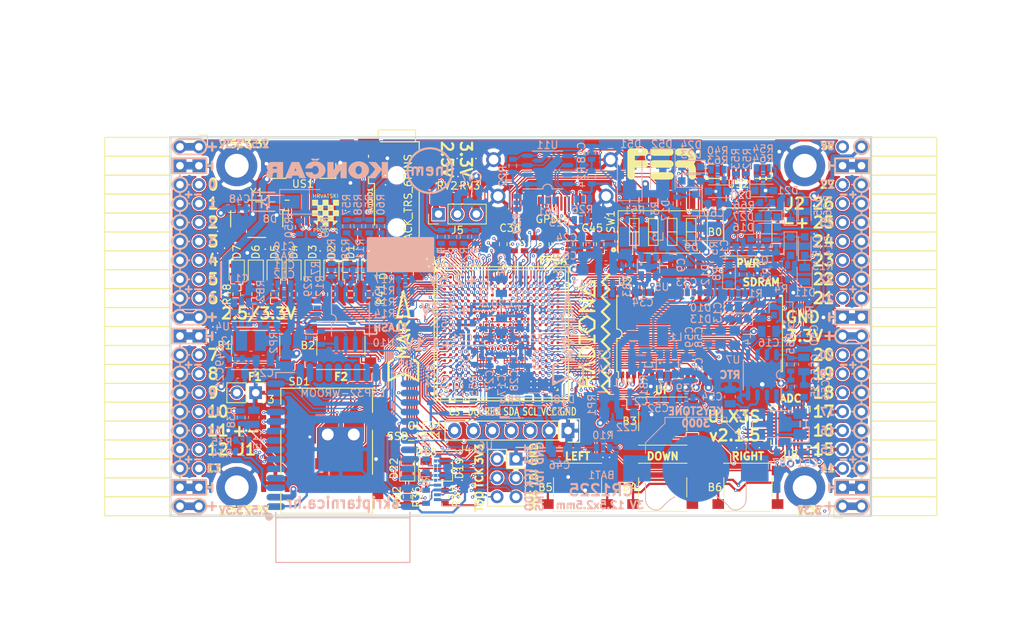
<source format=kicad_pcb>
(kicad_pcb (version 20171130) (host pcbnew 5.0.0+dfsg1-2)
  (layers (0 F.Cu signal) (1 In1.Cu signal) (2 In2.Cu signal) (31 B.Cu signal) (34 B.Paste user) (35 F.Paste user) (36 B.SilkS user) (37 F.SilkS user) (38 B.Mask user) (39 F.Mask user) (44 Edge.Cuts user))
  (net 0 "")
  (net 1 GND)
  (net 2 +5V)
  (net 3 /gpio/IN5V)
  (net 4 /gpio/OUT5V)
  (net 5 +3V3)
  (net 6 BTN_D)
  (net 7 BTN_F1)
  (net 8 BTN_F2)
  (net 9 BTN_L)
  (net 10 BTN_R)
  (net 11 BTN_U)
  (net 12 /power/FB1)
  (net 13 +2V5)
  (net 14 /power/PWREN)
  (net 15 /power/FB3)
  (net 16 /power/FB2)
  (net 17 /power/VBAT)
  (net 18 JTAG_TDI)
  (net 19 JTAG_TCK)
  (net 20 JTAG_TMS)
  (net 21 JTAG_TDO)
  (net 22 /power/WAKEUPn)
  (net 23 /power/WKUP)
  (net 24 /power/SHUT)
  (net 25 /power/WAKE)
  (net 26 /power/HOLD)
  (net 27 /power/WKn)
  (net 28 /power/OSCI_32k)
  (net 29 /power/OSCO_32k)
  (net 30 SHUTDOWN)
  (net 31 GPDI_SDA)
  (net 32 GPDI_SCL)
  (net 33 /gpdi/VREF2)
  (net 34 SD_CMD)
  (net 35 SD_CLK)
  (net 36 SD_D0)
  (net 37 SD_D1)
  (net 38 USB5V)
  (net 39 GPDI_CEC)
  (net 40 nRESET)
  (net 41 FTDI_nDTR)
  (net 42 SDRAM_CKE)
  (net 43 SDRAM_A7)
  (net 44 SDRAM_D15)
  (net 45 SDRAM_BA1)
  (net 46 SDRAM_D7)
  (net 47 SDRAM_A6)
  (net 48 SDRAM_CLK)
  (net 49 SDRAM_D13)
  (net 50 SDRAM_BA0)
  (net 51 SDRAM_D6)
  (net 52 SDRAM_A5)
  (net 53 SDRAM_D14)
  (net 54 SDRAM_A11)
  (net 55 SDRAM_D12)
  (net 56 SDRAM_D5)
  (net 57 SDRAM_A4)
  (net 58 SDRAM_A10)
  (net 59 SDRAM_D11)
  (net 60 SDRAM_A3)
  (net 61 SDRAM_D4)
  (net 62 SDRAM_D10)
  (net 63 SDRAM_D9)
  (net 64 SDRAM_A9)
  (net 65 SDRAM_D3)
  (net 66 SDRAM_D8)
  (net 67 SDRAM_A8)
  (net 68 SDRAM_A2)
  (net 69 SDRAM_A1)
  (net 70 SDRAM_A0)
  (net 71 SDRAM_D2)
  (net 72 SDRAM_D1)
  (net 73 SDRAM_D0)
  (net 74 SDRAM_DQM0)
  (net 75 SDRAM_nCS)
  (net 76 SDRAM_nRAS)
  (net 77 SDRAM_DQM1)
  (net 78 SDRAM_nCAS)
  (net 79 SDRAM_nWE)
  (net 80 /flash/FLASH_nWP)
  (net 81 /flash/FLASH_nHOLD)
  (net 82 /flash/FLASH_MOSI)
  (net 83 /flash/FLASH_MISO)
  (net 84 /flash/FLASH_SCK)
  (net 85 /flash/FLASH_nCS)
  (net 86 /flash/FPGA_PROGRAMN)
  (net 87 /flash/FPGA_DONE)
  (net 88 /flash/FPGA_INITN)
  (net 89 OLED_RES)
  (net 90 OLED_DC)
  (net 91 OLED_CS)
  (net 92 WIFI_EN)
  (net 93 FTDI_nRTS)
  (net 94 FTDI_TXD)
  (net 95 FTDI_RXD)
  (net 96 WIFI_RXD)
  (net 97 WIFI_GPIO0)
  (net 98 WIFI_TXD)
  (net 99 USB_FTDI_D+)
  (net 100 USB_FTDI_D-)
  (net 101 SD_D3)
  (net 102 AUDIO_L3)
  (net 103 AUDIO_L2)
  (net 104 AUDIO_L1)
  (net 105 AUDIO_L0)
  (net 106 AUDIO_R3)
  (net 107 AUDIO_R2)
  (net 108 AUDIO_R1)
  (net 109 AUDIO_R0)
  (net 110 OLED_CLK)
  (net 111 OLED_MOSI)
  (net 112 LED0)
  (net 113 LED1)
  (net 114 LED2)
  (net 115 LED3)
  (net 116 LED4)
  (net 117 LED5)
  (net 118 LED6)
  (net 119 LED7)
  (net 120 BTN_PWRn)
  (net 121 FTDI_nTXLED)
  (net 122 FTDI_nSLEEP)
  (net 123 /blinkey/LED_PWREN)
  (net 124 /blinkey/LED_TXLED)
  (net 125 /sdcard/SD3V3)
  (net 126 SD_D2)
  (net 127 CLK_25MHz)
  (net 128 /blinkey/BTNPUL)
  (net 129 /blinkey/BTNPUR)
  (net 130 USB_FPGA_D+)
  (net 131 /power/FTDI_nSUSPEND)
  (net 132 /blinkey/ALED0)
  (net 133 /blinkey/ALED1)
  (net 134 /blinkey/ALED2)
  (net 135 /blinkey/ALED3)
  (net 136 /blinkey/ALED4)
  (net 137 /blinkey/ALED5)
  (net 138 /blinkey/ALED6)
  (net 139 /blinkey/ALED7)
  (net 140 /usb/FTD-)
  (net 141 /usb/FTD+)
  (net 142 ADC_MISO)
  (net 143 ADC_MOSI)
  (net 144 ADC_CSn)
  (net 145 ADC_SCLK)
  (net 146 SW3)
  (net 147 SW2)
  (net 148 SW1)
  (net 149 USB_FPGA_D-)
  (net 150 /usb/FPD+)
  (net 151 /usb/FPD-)
  (net 152 WIFI_GPIO16)
  (net 153 /usb/ANT_433MHz)
  (net 154 PROG_DONE)
  (net 155 /power/P3V3)
  (net 156 /power/P2V5)
  (net 157 /power/L1)
  (net 158 /power/L3)
  (net 159 /power/L2)
  (net 160 FTDI_TXDEN)
  (net 161 SDRAM_A12)
  (net 162 /analog/AUDIO_V)
  (net 163 AUDIO_V3)
  (net 164 AUDIO_V2)
  (net 165 AUDIO_V1)
  (net 166 AUDIO_V0)
  (net 167 /blinkey/LED_WIFI)
  (net 168 /power/P1V1)
  (net 169 +1V1)
  (net 170 SW4)
  (net 171 /blinkey/SWPU)
  (net 172 /wifi/WIFIEN)
  (net 173 FT2V5)
  (net 174 GN0)
  (net 175 GP0)
  (net 176 GN1)
  (net 177 GP1)
  (net 178 GN2)
  (net 179 GP2)
  (net 180 GN3)
  (net 181 GP3)
  (net 182 GN4)
  (net 183 GP4)
  (net 184 GN5)
  (net 185 GP5)
  (net 186 GN6)
  (net 187 GP6)
  (net 188 GN14)
  (net 189 GP14)
  (net 190 GN15)
  (net 191 GP15)
  (net 192 GN16)
  (net 193 GP16)
  (net 194 GN17)
  (net 195 GP17)
  (net 196 GN18)
  (net 197 GP18)
  (net 198 GN19)
  (net 199 GP19)
  (net 200 GN20)
  (net 201 GP20)
  (net 202 GN21)
  (net 203 GP21)
  (net 204 GN22)
  (net 205 GP22)
  (net 206 GN23)
  (net 207 GP23)
  (net 208 GN24)
  (net 209 GP24)
  (net 210 GN25)
  (net 211 GP25)
  (net 212 GN26)
  (net 213 GP26)
  (net 214 GN27)
  (net 215 GP27)
  (net 216 GN7)
  (net 217 GP7)
  (net 218 GN8)
  (net 219 GP8)
  (net 220 GN9)
  (net 221 GP9)
  (net 222 GN10)
  (net 223 GP10)
  (net 224 GN11)
  (net 225 GP11)
  (net 226 GN12)
  (net 227 GP12)
  (net 228 GN13)
  (net 229 GP13)
  (net 230 WIFI_GPIO5)
  (net 231 WIFI_GPIO17)
  (net 232 USB_FPGA_PULL_D+)
  (net 233 USB_FPGA_PULL_D-)
  (net 234 "Net-(D23-Pad2)")
  (net 235 "Net-(D24-Pad1)")
  (net 236 "Net-(D25-Pad2)")
  (net 237 "Net-(D26-Pad1)")
  (net 238 /gpdi/GPDI_ETH+)
  (net 239 FPDI_ETH+)
  (net 240 /gpdi/GPDI_ETH-)
  (net 241 FPDI_ETH-)
  (net 242 /gpdi/GPDI_D2-)
  (net 243 FPDI_D2-)
  (net 244 /gpdi/GPDI_D1-)
  (net 245 FPDI_D1-)
  (net 246 /gpdi/GPDI_D0-)
  (net 247 FPDI_D0-)
  (net 248 /gpdi/GPDI_CLK-)
  (net 249 FPDI_CLK-)
  (net 250 /gpdi/GPDI_D2+)
  (net 251 FPDI_D2+)
  (net 252 /gpdi/GPDI_D1+)
  (net 253 FPDI_D1+)
  (net 254 /gpdi/GPDI_D0+)
  (net 255 FPDI_D0+)
  (net 256 /gpdi/GPDI_CLK+)
  (net 257 FPDI_CLK+)
  (net 258 FPDI_SDA)
  (net 259 FPDI_SCL)
  (net 260 /gpdi/FPDI_CEC)
  (net 261 2V5_3V3)
  (net 262 /usb/US2VBUS)
  (net 263 /power/SHD)
  (net 264 /power/RTCVDD)
  (net 265 "Net-(D27-Pad2)")
  (net 266 US2_ID)
  (net 267 /analog/AUDIO_L)
  (net 268 /analog/AUDIO_R)
  (net 269 /analog/ADC3V3)
  (net 270 PWRBTn)
  (net 271 USER_PROGRAMN)
  (module max1112x-tqfn28:MAX1112x-TQFN-28-1EP_5x5mm_Pitch0.5mm (layer F.Cu) (at 177.285 100.155 180)
    (fp_text reference U8 (at 0 -3.875 180) (layer F.SilkS))
    (fp_text value MAX11125 hide)
    (pad 29 smd rect (at -0.8125 -0.8125 180) (size 1.625 1.625) (layers F.Cu F.Paste F.Mask) (net 1 GND))
    (pad 29 smd rect (at -0.8125 0.8125 180) (size 1.625 1.625) (layers F.Cu F.Paste F.Mask) (net 1 GND))
    (pad 29 smd rect (at 0.8125 -0.8125 180) (size 1.625 1.625) (layers F.Cu F.Paste F.Mask) (net 1 GND))
    (pad 29 smd rect (at 0.8125 0.8125 180) (size 1.625 1.625) (layers F.Cu F.Paste F.Mask) (net 1 GND))
    (pad 28 smd rect (at -1.5 -2.34 270) (size 0.95 0.3) (layers F.Cu F.Paste F.Mask) (net 190 GN15))
    (pad 27 smd rect (at -1 -2.34 270) (size 0.95 0.3) (layers F.Cu F.Paste F.Mask) (net 189 GP14))
    (pad 26 smd rect (at -0.5 -2.34 270) (size 0.95 0.3) (layers F.Cu F.Paste F.Mask) (net 188 GN14))
    (pad 25 smd rect (at 0 -2.34 270) (size 0.95 0.3) (layers F.Cu F.Paste F.Mask))
    (pad 24 smd rect (at 0.5 -2.34 270) (size 0.95 0.3) (layers F.Cu F.Paste F.Mask) (net 142 ADC_MISO))
    (pad 23 smd rect (at 1 -2.34 270) (size 0.95 0.3) (layers F.Cu F.Paste F.Mask) (net 269 /analog/ADC3V3))
    (pad 22 smd rect (at 1.5 -2.34 270) (size 0.95 0.3) (layers F.Cu F.Paste F.Mask) (net 1 GND))
    (pad 21 smd rect (at 2.34 -1.5 180) (size 0.95 0.3) (layers F.Cu F.Paste F.Mask) (net 143 ADC_MOSI))
    (pad 20 smd rect (at 2.34 -1 180) (size 0.95 0.3) (layers F.Cu F.Paste F.Mask) (net 144 ADC_CSn))
    (pad 19 smd rect (at 2.34 -0.5 180) (size 0.95 0.3) (layers F.Cu F.Paste F.Mask) (net 145 ADC_SCLK))
    (pad 18 smd rect (at 2.34 0 180) (size 0.95 0.3) (layers F.Cu F.Paste F.Mask) (net 269 /analog/ADC3V3))
    (pad 17 smd rect (at 2.34 0.5 180) (size 0.95 0.3) (layers F.Cu F.Paste F.Mask) (net 269 /analog/ADC3V3))
    (pad 16 smd rect (at 2.34 1 180) (size 0.95 0.3) (layers F.Cu F.Paste F.Mask) (net 1 GND))
    (pad 15 smd rect (at 2.34 1.5 180) (size 0.95 0.3) (layers F.Cu F.Paste F.Mask) (net 269 /analog/ADC3V3))
    (pad 14 smd rect (at 1.5 2.34 270) (size 0.95 0.3) (layers F.Cu F.Paste F.Mask) (net 1 GND))
    (pad 13 smd rect (at 1 2.34 270) (size 0.95 0.3) (layers F.Cu F.Paste F.Mask) (net 1 GND))
    (pad 12 smd rect (at 0.5 2.34 270) (size 0.95 0.3) (layers F.Cu F.Paste F.Mask))
    (pad 11 smd rect (at 0 2.34 270) (size 0.95 0.3) (layers F.Cu F.Paste F.Mask) (net 1 GND))
    (pad 10 smd rect (at -0.5 2.34 270) (size 0.95 0.3) (layers F.Cu F.Paste F.Mask) (net 1 GND))
    (pad 9 smd rect (at -1 2.34 270) (size 0.95 0.3) (layers F.Cu F.Paste F.Mask) (net 1 GND))
    (pad 8 smd rect (at -1.5 2.34 270) (size 0.95 0.3) (layers F.Cu F.Paste F.Mask) (net 1 GND))
    (pad 7 smd rect (at -2.34 1.5 180) (size 0.95 0.3) (layers F.Cu F.Paste F.Mask) (net 1 GND))
    (pad 6 smd rect (at -2.34 1 180) (size 0.95 0.3) (layers F.Cu F.Paste F.Mask) (net 1 GND))
    (pad 5 smd rect (at -2.34 0.5 180) (size 0.95 0.3) (layers F.Cu F.Paste F.Mask) (net 195 GP17))
    (pad 4 smd rect (at -2.34 0 180) (size 0.95 0.3) (layers F.Cu F.Paste F.Mask) (net 194 GN17))
    (pad 3 smd rect (at -2.34 -0.5 180) (size 0.95 0.3) (layers F.Cu F.Paste F.Mask) (net 193 GP16))
    (pad 2 smd rect (at -2.34 -1 180) (size 0.95 0.3) (layers F.Cu F.Paste F.Mask) (net 192 GN16))
    (pad 1 smd rect (at -2.34 -1.5 180) (size 0.95 0.3) (layers F.Cu F.Paste F.Mask) (net 191 GP15))
  )
  (module usb_otg:USB-MICRO-B-FCI-10118192-0001LF (layer F.Cu) (at 111.88 63.325 180)
    (fp_text reference US1 (at 0 -4.336 180) (layer F.SilkS))
    (fp_text value MICRO_USB hide)
    (pad 6 smd rect (at 3.8 0 180) (size 1.8 1.9) (layers F.Cu F.Paste F.Mask) (net 1 GND))
    (pad 6 smd rect (at -3.8 0 180) (size 1.8 1.9) (layers F.Cu F.Paste F.Mask) (net 1 GND))
    (pad 5 smd rect (at 1.3 -2.675 180) (size 0.4 1.35) (layers F.Cu F.Paste F.Mask) (net 1 GND))
    (pad 4 smd rect (at 0.65 -2.675 180) (size 0.4 1.35) (layers F.Cu F.Paste F.Mask))
    (pad 3 smd rect (at 0 -2.675 180) (size 0.4 1.35) (layers F.Cu F.Paste F.Mask) (net 141 /usb/FTD+))
    (pad 2 smd rect (at -0.65 -2.675 180) (size 0.4 1.35) (layers F.Cu F.Paste F.Mask) (net 140 /usb/FTD-))
    (pad 1 smd rect (at -1.3 -2.675 180) (size 0.4 1.35) (layers F.Cu F.Paste F.Mask) (net 38 USB5V))
    (pad 6 smd rect (at 1.2 0 180) (size 1.9 1.9) (layers F.Cu F.Paste F.Mask) (net 1 GND))
    (pad 6 smd rect (at -1.2 0 180) (size 1.9 1.9) (layers F.Cu F.Paste F.Mask) (net 1 GND))
    (pad 6 smd rect (at 3.1 -2.55 180) (size 2.1 1.6) (layers F.Cu F.Paste F.Mask) (net 1 GND))
    (pad 6 smd rect (at -3.1 -2.55 180) (size 2.1 1.6) (layers F.Cu F.Paste F.Mask) (net 1 GND))
  )
  (module dipswitch:SW_DIP_x4_W8.61mm_Slide_LowProfile (layer F.Cu) (at 160.14 74.12 90)
    (fp_text reference SW1 (at 1.379 -6.97 90) (layer F.SilkS))
    (fp_text value SW_DIP_x04 hide)
    (pad 8 smd rect (at 4.305 -3.81 90) (size 2.44 1.12) (layers F.Cu F.Paste F.Mask) (net 148 SW1))
    (pad 4 smd rect (at -4.305 3.81 90) (size 2.44 1.12) (layers F.Cu F.Paste F.Mask) (net 171 /blinkey/SWPU))
    (pad 7 smd rect (at 4.305 -1.27 90) (size 2.44 1.12) (layers F.Cu F.Paste F.Mask) (net 147 SW2))
    (pad 3 smd rect (at -4.305 1.27 90) (size 2.44 1.12) (layers F.Cu F.Paste F.Mask) (net 171 /blinkey/SWPU))
    (pad 6 smd rect (at 4.305 1.27 90) (size 2.44 1.12) (layers F.Cu F.Paste F.Mask) (net 146 SW3))
    (pad 2 smd rect (at -4.305 -1.27 90) (size 2.44 1.12) (layers F.Cu F.Paste F.Mask) (net 171 /blinkey/SWPU))
    (pad 5 smd rect (at 4.305 3.81 90) (size 2.44 1.12) (layers F.Cu F.Paste F.Mask) (net 170 SW4))
    (pad 1 smd rect (at -4.305 -3.81 90) (size 2.44 1.12) (layers F.Cu F.Paste F.Mask) (net 171 /blinkey/SWPU))
  )
  (module audio-jack:CUI_SJ-43516-SMT (layer F.Cu) (at 124.468 69.518)
    (fp_text reference AUDIO1 (at -3.560502 0.28335 270) (layer F.SilkS) (effects (font (size 0.6096 0.6096) (thickness 0.1524))))
    (fp_text value JACK_TRS_6PINS (at 1.519498 0.28335 270) (layer F.SilkS))
    (pad 1 smd rect (at -3.8 -6.9 270) (size 2 2.8) (layers F.Cu F.Paste F.Mask) (net 1 GND))
    (pad 4 smd rect (at -3.8 -4.1 270) (size 2.2 2.8) (layers F.Cu F.Paste F.Mask) (net 162 /analog/AUDIO_V))
    (pad 2 smd rect (at -3.8 5.3 270) (size 2.8 2.8) (layers F.Cu F.Paste F.Mask) (net 267 /analog/AUDIO_L))
    (pad 5 smd rect (at 0.75 9.4 270) (size 2.8 2.8) (layers F.Cu F.Paste F.Mask))
    (pad 3 smd rect (at 3.8 -2.2 270) (size 2.2 2.8) (layers F.Cu F.Paste F.Mask) (net 268 /analog/AUDIO_R))
    (pad 6 smd rect (at 3.8 -5 270) (size 2 2.8) (layers F.Cu F.Paste F.Mask))
    (pad "" np_thru_hole circle (at 0 -3 270) (size 1.7 1.7) (drill 1.7) (layers *.Cu *.Mask F.SilkS) (clearance 0.4))
    (pad "" np_thru_hole circle (at 0 4 270) (size 1.7 1.7) (drill 1.7) (layers *.Cu *.Mask F.SilkS) (clearance 0.4))
  )
  (module conn-fci:CONN-10029449-111RLF (layer F.Cu) (at 145.296 69.312 180)
    (fp_text reference GPDI1 (at 0 -3.1115 180) (layer F.SilkS))
    (fp_text value GPDI-D hide)
    (pad 19 smd rect (at -4.25 -1 180) (size 0.3 1.9) (layers F.Cu F.Paste F.Mask) (net 240 /gpdi/GPDI_ETH-))
    (pad 18 smd rect (at -3.75 -1 180) (size 0.3 1.9) (layers F.Cu F.Paste F.Mask) (net 2 +5V))
    (pad 17 smd rect (at -3.25 -1 180) (size 0.3 1.9) (layers F.Cu F.Paste F.Mask) (net 1 GND))
    (pad 16 smd rect (at -2.75 -1 180) (size 0.3 1.9) (layers F.Cu F.Paste F.Mask) (net 31 GPDI_SDA))
    (pad 15 smd rect (at -2.25 -1 180) (size 0.3 1.9) (layers F.Cu F.Paste F.Mask) (net 32 GPDI_SCL))
    (pad 14 smd rect (at -1.75 -1 180) (size 0.3 1.9) (layers F.Cu F.Paste F.Mask) (net 238 /gpdi/GPDI_ETH+))
    (pad 13 smd rect (at -1.25 -1 180) (size 0.3 1.9) (layers F.Cu F.Paste F.Mask) (net 39 GPDI_CEC))
    (pad 12 smd rect (at -0.75 -1 180) (size 0.3 1.9) (layers F.Cu F.Paste F.Mask) (net 248 /gpdi/GPDI_CLK-))
    (pad 11 smd rect (at -0.25 -1 180) (size 0.3 1.9) (layers F.Cu F.Paste F.Mask) (net 1 GND))
    (pad 10 smd rect (at 0.25 -1 180) (size 0.3 1.9) (layers F.Cu F.Paste F.Mask) (net 256 /gpdi/GPDI_CLK+))
    (pad 9 smd rect (at 0.75 -1 180) (size 0.3 1.9) (layers F.Cu F.Paste F.Mask) (net 246 /gpdi/GPDI_D0-))
    (pad 8 smd rect (at 1.25 -1 180) (size 0.3 1.9) (layers F.Cu F.Paste F.Mask) (net 1 GND))
    (pad 7 smd rect (at 1.75 -1 180) (size 0.3 1.9) (layers F.Cu F.Paste F.Mask) (net 254 /gpdi/GPDI_D0+))
    (pad 6 smd rect (at 2.25 -1 180) (size 0.3 1.9) (layers F.Cu F.Paste F.Mask) (net 244 /gpdi/GPDI_D1-))
    (pad 5 smd rect (at 2.75 -1 180) (size 0.3 1.9) (layers F.Cu F.Paste F.Mask) (net 1 GND))
    (pad 4 smd rect (at 3.25 -1 180) (size 0.3 1.9) (layers F.Cu F.Paste F.Mask) (net 252 /gpdi/GPDI_D1+))
    (pad 3 smd rect (at 3.75 -1 180) (size 0.3 1.9) (layers F.Cu F.Paste F.Mask) (net 242 /gpdi/GPDI_D2-))
    (pad 2 smd rect (at 4.25 -1 180) (size 0.3 1.9) (layers F.Cu F.Paste F.Mask) (net 1 GND))
    (pad 1 smd rect (at 4.75 -1 180) (size 0.3 1.9) (layers F.Cu F.Paste F.Mask) (net 250 /gpdi/GPDI_D2+))
    (pad 0 thru_hole circle (at -7.25 0 180) (size 2 2) (drill 1.3) (layers *.Cu *.Mask F.Paste) (net 1 GND))
    (pad 0 thru_hole circle (at 7.25 0 180) (size 2 2) (drill 1.3) (layers *.Cu *.Mask F.Paste) (net 1 GND))
    (pad 0 thru_hole circle (at -7.85 4.9 180) (size 2 2) (drill 1.3) (layers *.Cu *.Mask F.Paste) (net 1 GND))
    (pad 0 thru_hole circle (at 7.85 4.9 180) (size 2 2) (drill 1.3) (layers *.Cu *.Mask F.Paste) (net 1 GND))
  )
  (module lfe5bg381:BGA-381_pitch0.8mm_dia0.4mm (layer F.Cu) (at 138.48 87.8)
    (fp_text reference U1 (at -8.2 -9.8) (layer F.SilkS))
    (fp_text value LFE5U-85F-6BG381C hide)
    (pad Y19 smd circle (at 6.8 7.6) (size 0.4 0.4) (layers F.Cu F.Paste F.Mask) (net 1 GND))
    (pad Y17 smd circle (at 5.2 7.6) (size 0.4 0.4) (layers F.Cu F.Paste F.Mask) (net 1 GND))
    (pad Y16 smd circle (at 4.4 7.6) (size 0.4 0.4) (layers F.Cu F.Paste F.Mask) (net 1 GND))
    (pad Y15 smd circle (at 3.6 7.6) (size 0.4 0.4) (layers F.Cu F.Paste F.Mask) (net 1 GND))
    (pad Y14 smd circle (at 2.8 7.6) (size 0.4 0.4) (layers F.Cu F.Paste F.Mask) (net 1 GND))
    (pad Y12 smd circle (at 1.2 7.6) (size 0.4 0.4) (layers F.Cu F.Paste F.Mask) (net 1 GND))
    (pad Y11 smd circle (at 0.4 7.6) (size 0.4 0.4) (layers F.Cu F.Paste F.Mask) (net 1 GND))
    (pad Y8 smd circle (at -2 7.6) (size 0.4 0.4) (layers F.Cu F.Paste F.Mask) (net 1 GND))
    (pad Y7 smd circle (at -2.8 7.6) (size 0.4 0.4) (layers F.Cu F.Paste F.Mask) (net 1 GND))
    (pad Y6 smd circle (at -3.6 7.6) (size 0.4 0.4) (layers F.Cu F.Paste F.Mask) (net 1 GND))
    (pad Y5 smd circle (at -4.4 7.6) (size 0.4 0.4) (layers F.Cu F.Paste F.Mask) (net 1 GND))
    (pad Y3 smd circle (at -6 7.6) (size 0.4 0.4) (layers F.Cu F.Paste F.Mask) (net 87 /flash/FPGA_DONE))
    (pad Y2 smd circle (at -6.8 7.6) (size 0.4 0.4) (layers F.Cu F.Paste F.Mask) (net 80 /flash/FLASH_nWP))
    (pad W20 smd circle (at 7.6 6.8) (size 0.4 0.4) (layers F.Cu F.Paste F.Mask) (net 1 GND))
    (pad W19 smd circle (at 6.8 6.8) (size 0.4 0.4) (layers F.Cu F.Paste F.Mask) (net 1 GND))
    (pad W18 smd circle (at 6 6.8) (size 0.4 0.4) (layers F.Cu F.Paste F.Mask))
    (pad W17 smd circle (at 5.2 6.8) (size 0.4 0.4) (layers F.Cu F.Paste F.Mask))
    (pad W16 smd circle (at 4.4 6.8) (size 0.4 0.4) (layers F.Cu F.Paste F.Mask) (net 1 GND))
    (pad W15 smd circle (at 3.6 6.8) (size 0.4 0.4) (layers F.Cu F.Paste F.Mask) (net 1 GND))
    (pad W14 smd circle (at 2.8 6.8) (size 0.4 0.4) (layers F.Cu F.Paste F.Mask))
    (pad W13 smd circle (at 2 6.8) (size 0.4 0.4) (layers F.Cu F.Paste F.Mask))
    (pad W12 smd circle (at 1.2 6.8) (size 0.4 0.4) (layers F.Cu F.Paste F.Mask) (net 1 GND))
    (pad W11 smd circle (at 0.4 6.8) (size 0.4 0.4) (layers F.Cu F.Paste F.Mask))
    (pad W10 smd circle (at -0.4 6.8) (size 0.4 0.4) (layers F.Cu F.Paste F.Mask))
    (pad W9 smd circle (at -1.2 6.8) (size 0.4 0.4) (layers F.Cu F.Paste F.Mask))
    (pad W8 smd circle (at -2 6.8) (size 0.4 0.4) (layers F.Cu F.Paste F.Mask))
    (pad W7 smd circle (at -2.8 6.8) (size 0.4 0.4) (layers F.Cu F.Paste F.Mask) (net 1 GND))
    (pad W6 smd circle (at -3.6 6.8) (size 0.4 0.4) (layers F.Cu F.Paste F.Mask) (net 1 GND))
    (pad W5 smd circle (at -4.4 6.8) (size 0.4 0.4) (layers F.Cu F.Paste F.Mask))
    (pad W4 smd circle (at -5.2 6.8) (size 0.4 0.4) (layers F.Cu F.Paste F.Mask))
    (pad W3 smd circle (at -6 6.8) (size 0.4 0.4) (layers F.Cu F.Paste F.Mask) (net 86 /flash/FPGA_PROGRAMN))
    (pad W2 smd circle (at -6.8 6.8) (size 0.4 0.4) (layers F.Cu F.Paste F.Mask) (net 82 /flash/FLASH_MOSI))
    (pad W1 smd circle (at -7.6 6.8) (size 0.4 0.4) (layers F.Cu F.Paste F.Mask) (net 81 /flash/FLASH_nHOLD))
    (pad V20 smd circle (at 7.6 6) (size 0.4 0.4) (layers F.Cu F.Paste F.Mask) (net 1 GND))
    (pad V19 smd circle (at 6.8 6) (size 0.4 0.4) (layers F.Cu F.Paste F.Mask) (net 1 GND))
    (pad V18 smd circle (at 6 6) (size 0.4 0.4) (layers F.Cu F.Paste F.Mask) (net 1 GND))
    (pad V17 smd circle (at 5.2 6) (size 0.4 0.4) (layers F.Cu F.Paste F.Mask) (net 1 GND))
    (pad V16 smd circle (at 4.4 6) (size 0.4 0.4) (layers F.Cu F.Paste F.Mask) (net 1 GND))
    (pad V15 smd circle (at 3.6 6) (size 0.4 0.4) (layers F.Cu F.Paste F.Mask) (net 1 GND))
    (pad V14 smd circle (at 2.8 6) (size 0.4 0.4) (layers F.Cu F.Paste F.Mask) (net 1 GND))
    (pad V13 smd circle (at 2 6) (size 0.4 0.4) (layers F.Cu F.Paste F.Mask) (net 1 GND))
    (pad V12 smd circle (at 1.2 6) (size 0.4 0.4) (layers F.Cu F.Paste F.Mask) (net 1 GND))
    (pad V11 smd circle (at 0.4 6) (size 0.4 0.4) (layers F.Cu F.Paste F.Mask) (net 1 GND))
    (pad V10 smd circle (at -0.4 6) (size 0.4 0.4) (layers F.Cu F.Paste F.Mask) (net 1 GND))
    (pad V9 smd circle (at -1.2 6) (size 0.4 0.4) (layers F.Cu F.Paste F.Mask) (net 1 GND))
    (pad V8 smd circle (at -2 6) (size 0.4 0.4) (layers F.Cu F.Paste F.Mask) (net 1 GND))
    (pad V7 smd circle (at -2.8 6) (size 0.4 0.4) (layers F.Cu F.Paste F.Mask) (net 1 GND))
    (pad V6 smd circle (at -3.6 6) (size 0.4 0.4) (layers F.Cu F.Paste F.Mask) (net 1 GND))
    (pad V5 smd circle (at -4.4 6) (size 0.4 0.4) (layers F.Cu F.Paste F.Mask) (net 1 GND))
    (pad V4 smd circle (at -5.2 6) (size 0.4 0.4) (layers F.Cu F.Paste F.Mask) (net 21 JTAG_TDO))
    (pad V3 smd circle (at -6 6) (size 0.4 0.4) (layers F.Cu F.Paste F.Mask) (net 88 /flash/FPGA_INITN))
    (pad V2 smd circle (at -6.8 6) (size 0.4 0.4) (layers F.Cu F.Paste F.Mask) (net 83 /flash/FLASH_MISO))
    (pad V1 smd circle (at -7.6 6) (size 0.4 0.4) (layers F.Cu F.Paste F.Mask) (net 6 BTN_D))
    (pad U20 smd circle (at 7.6 5.2) (size 0.4 0.4) (layers F.Cu F.Paste F.Mask) (net 46 SDRAM_D7))
    (pad U19 smd circle (at 6.8 5.2) (size 0.4 0.4) (layers F.Cu F.Paste F.Mask) (net 74 SDRAM_DQM0))
    (pad U18 smd circle (at 6 5.2) (size 0.4 0.4) (layers F.Cu F.Paste F.Mask) (net 189 GP14))
    (pad U17 smd circle (at 5.2 5.2) (size 0.4 0.4) (layers F.Cu F.Paste F.Mask) (net 188 GN14))
    (pad U16 smd circle (at 4.4 5.2) (size 0.4 0.4) (layers F.Cu F.Paste F.Mask) (net 142 ADC_MISO))
    (pad U15 smd circle (at 3.6 5.2) (size 0.4 0.4) (layers F.Cu F.Paste F.Mask) (net 1 GND))
    (pad U14 smd circle (at 2.8 5.2) (size 0.4 0.4) (layers F.Cu F.Paste F.Mask) (net 1 GND))
    (pad U13 smd circle (at 2 5.2) (size 0.4 0.4) (layers F.Cu F.Paste F.Mask) (net 1 GND))
    (pad U12 smd circle (at 1.2 5.2) (size 0.4 0.4) (layers F.Cu F.Paste F.Mask) (net 1 GND))
    (pad U11 smd circle (at 0.4 5.2) (size 0.4 0.4) (layers F.Cu F.Paste F.Mask) (net 1 GND))
    (pad U10 smd circle (at -0.4 5.2) (size 0.4 0.4) (layers F.Cu F.Paste F.Mask) (net 1 GND))
    (pad U9 smd circle (at -1.2 5.2) (size 0.4 0.4) (layers F.Cu F.Paste F.Mask) (net 1 GND))
    (pad U8 smd circle (at -2 5.2) (size 0.4 0.4) (layers F.Cu F.Paste F.Mask) (net 1 GND))
    (pad U7 smd circle (at -2.8 5.2) (size 0.4 0.4) (layers F.Cu F.Paste F.Mask) (net 1 GND))
    (pad U6 smd circle (at -3.6 5.2) (size 0.4 0.4) (layers F.Cu F.Paste F.Mask) (net 1 GND))
    (pad U5 smd circle (at -4.4 5.2) (size 0.4 0.4) (layers F.Cu F.Paste F.Mask) (net 20 JTAG_TMS))
    (pad U4 smd circle (at -5.2 5.2) (size 0.4 0.4) (layers F.Cu F.Paste F.Mask) (net 1 GND))
    (pad U3 smd circle (at -6 5.2) (size 0.4 0.4) (layers F.Cu F.Paste F.Mask) (net 84 /flash/FLASH_SCK))
    (pad U2 smd circle (at -6.8 5.2) (size 0.4 0.4) (layers F.Cu F.Paste F.Mask) (net 5 +3V3))
    (pad U1 smd circle (at -7.6 5.2) (size 0.4 0.4) (layers F.Cu F.Paste F.Mask) (net 9 BTN_L))
    (pad T20 smd circle (at 7.6 4.4) (size 0.4 0.4) (layers F.Cu F.Paste F.Mask) (net 79 SDRAM_nWE))
    (pad T19 smd circle (at 6.8 4.4) (size 0.4 0.4) (layers F.Cu F.Paste F.Mask) (net 78 SDRAM_nCAS))
    (pad T18 smd circle (at 6 4.4) (size 0.4 0.4) (layers F.Cu F.Paste F.Mask) (net 56 SDRAM_D5))
    (pad T17 smd circle (at 5.2 4.4) (size 0.4 0.4) (layers F.Cu F.Paste F.Mask) (net 51 SDRAM_D6))
    (pad T16 smd circle (at 4.4 4.4) (size 0.4 0.4) (layers F.Cu F.Paste F.Mask))
    (pad T15 smd circle (at 3.6 4.4) (size 0.4 0.4) (layers F.Cu F.Paste F.Mask) (net 1 GND))
    (pad T14 smd circle (at 2.8 4.4) (size 0.4 0.4) (layers F.Cu F.Paste F.Mask) (net 1 GND))
    (pad T13 smd circle (at 2 4.4) (size 0.4 0.4) (layers F.Cu F.Paste F.Mask) (net 1 GND))
    (pad T12 smd circle (at 1.2 4.4) (size 0.4 0.4) (layers F.Cu F.Paste F.Mask) (net 1 GND))
    (pad T11 smd circle (at 0.4 4.4) (size 0.4 0.4) (layers F.Cu F.Paste F.Mask) (net 1 GND))
    (pad T10 smd circle (at -0.4 4.4) (size 0.4 0.4) (layers F.Cu F.Paste F.Mask) (net 1 GND))
    (pad T9 smd circle (at -1.2 4.4) (size 0.4 0.4) (layers F.Cu F.Paste F.Mask) (net 1 GND))
    (pad T8 smd circle (at -2 4.4) (size 0.4 0.4) (layers F.Cu F.Paste F.Mask) (net 1 GND))
    (pad T7 smd circle (at -2.8 4.4) (size 0.4 0.4) (layers F.Cu F.Paste F.Mask) (net 1 GND))
    (pad T6 smd circle (at -3.6 4.4) (size 0.4 0.4) (layers F.Cu F.Paste F.Mask) (net 1 GND))
    (pad T5 smd circle (at -4.4 4.4) (size 0.4 0.4) (layers F.Cu F.Paste F.Mask) (net 19 JTAG_TCK))
    (pad T4 smd circle (at -5.2 4.4) (size 0.4 0.4) (layers F.Cu F.Paste F.Mask) (net 5 +3V3))
    (pad T3 smd circle (at -6 4.4) (size 0.4 0.4) (layers F.Cu F.Paste F.Mask) (net 5 +3V3))
    (pad T2 smd circle (at -6.8 4.4) (size 0.4 0.4) (layers F.Cu F.Paste F.Mask) (net 5 +3V3))
    (pad T1 smd circle (at -7.6 4.4) (size 0.4 0.4) (layers F.Cu F.Paste F.Mask) (net 8 BTN_F2))
    (pad R20 smd circle (at 7.6 3.6) (size 0.4 0.4) (layers F.Cu F.Paste F.Mask) (net 76 SDRAM_nRAS))
    (pad R19 smd circle (at 6.8 3.6) (size 0.4 0.4) (layers F.Cu F.Paste F.Mask) (net 1 GND))
    (pad R18 smd circle (at 6 3.6) (size 0.4 0.4) (layers F.Cu F.Paste F.Mask) (net 11 BTN_U))
    (pad R17 smd circle (at 5.2 3.6) (size 0.4 0.4) (layers F.Cu F.Paste F.Mask) (net 144 ADC_CSn))
    (pad R16 smd circle (at 4.4 3.6) (size 0.4 0.4) (layers F.Cu F.Paste F.Mask) (net 143 ADC_MOSI))
    (pad R5 smd circle (at -4.4 3.6) (size 0.4 0.4) (layers F.Cu F.Paste F.Mask) (net 18 JTAG_TDI))
    (pad R4 smd circle (at -5.2 3.6) (size 0.4 0.4) (layers F.Cu F.Paste F.Mask) (net 1 GND))
    (pad R3 smd circle (at -6 3.6) (size 0.4 0.4) (layers F.Cu F.Paste F.Mask))
    (pad R2 smd circle (at -6.8 3.6) (size 0.4 0.4) (layers F.Cu F.Paste F.Mask) (net 85 /flash/FLASH_nCS))
    (pad R1 smd circle (at -7.6 3.6) (size 0.4 0.4) (layers F.Cu F.Paste F.Mask) (net 7 BTN_F1))
    (pad P20 smd circle (at 7.6 2.8) (size 0.4 0.4) (layers F.Cu F.Paste F.Mask) (net 75 SDRAM_nCS))
    (pad P19 smd circle (at 6.8 2.8) (size 0.4 0.4) (layers F.Cu F.Paste F.Mask) (net 50 SDRAM_BA0))
    (pad P18 smd circle (at 6 2.8) (size 0.4 0.4) (layers F.Cu F.Paste F.Mask) (net 61 SDRAM_D4))
    (pad P17 smd circle (at 5.2 2.8) (size 0.4 0.4) (layers F.Cu F.Paste F.Mask) (net 145 ADC_SCLK))
    (pad P16 smd circle (at 4.4 2.8) (size 0.4 0.4) (layers F.Cu F.Paste F.Mask) (net 190 GN15))
    (pad P15 smd circle (at 3.6 2.8) (size 0.4 0.4) (layers F.Cu F.Paste F.Mask) (net 13 +2V5))
    (pad P14 smd circle (at 2.8 2.8) (size 0.4 0.4) (layers F.Cu F.Paste F.Mask) (net 1 GND))
    (pad P13 smd circle (at 2 2.8) (size 0.4 0.4) (layers F.Cu F.Paste F.Mask) (net 1 GND))
    (pad P12 smd circle (at 1.2 2.8) (size 0.4 0.4) (layers F.Cu F.Paste F.Mask) (net 1 GND))
    (pad P11 smd circle (at 0.4 2.8) (size 0.4 0.4) (layers F.Cu F.Paste F.Mask) (net 1 GND))
    (pad P10 smd circle (at -0.4 2.8) (size 0.4 0.4) (layers F.Cu F.Paste F.Mask) (net 5 +3V3))
    (pad P9 smd circle (at -1.2 2.8) (size 0.4 0.4) (layers F.Cu F.Paste F.Mask) (net 5 +3V3))
    (pad P8 smd circle (at -2 2.8) (size 0.4 0.4) (layers F.Cu F.Paste F.Mask) (net 1 GND))
    (pad P7 smd circle (at -2.8 2.8) (size 0.4 0.4) (layers F.Cu F.Paste F.Mask) (net 1 GND))
    (pad P6 smd circle (at -3.6 2.8) (size 0.4 0.4) (layers F.Cu F.Paste F.Mask) (net 13 +2V5))
    (pad P5 smd circle (at -4.4 2.8) (size 0.4 0.4) (layers F.Cu F.Paste F.Mask))
    (pad P4 smd circle (at -5.2 2.8) (size 0.4 0.4) (layers F.Cu F.Paste F.Mask) (net 110 OLED_CLK))
    (pad P3 smd circle (at -6 2.8) (size 0.4 0.4) (layers F.Cu F.Paste F.Mask) (net 111 OLED_MOSI))
    (pad P2 smd circle (at -6.8 2.8) (size 0.4 0.4) (layers F.Cu F.Paste F.Mask) (net 89 OLED_RES))
    (pad P1 smd circle (at -7.6 2.8) (size 0.4 0.4) (layers F.Cu F.Paste F.Mask) (net 90 OLED_DC))
    (pad N20 smd circle (at 7.6 2) (size 0.4 0.4) (layers F.Cu F.Paste F.Mask) (net 45 SDRAM_BA1))
    (pad N19 smd circle (at 6.8 2) (size 0.4 0.4) (layers F.Cu F.Paste F.Mask) (net 58 SDRAM_A10))
    (pad N18 smd circle (at 6 2) (size 0.4 0.4) (layers F.Cu F.Paste F.Mask) (net 65 SDRAM_D3))
    (pad N17 smd circle (at 5.2 2) (size 0.4 0.4) (layers F.Cu F.Paste F.Mask) (net 191 GP15))
    (pad N16 smd circle (at 4.4 2) (size 0.4 0.4) (layers F.Cu F.Paste F.Mask) (net 193 GP16))
    (pad N15 smd circle (at 3.6 2) (size 0.4 0.4) (layers F.Cu F.Paste F.Mask) (net 1 GND))
    (pad N14 smd circle (at 2.8 2) (size 0.4 0.4) (layers F.Cu F.Paste F.Mask) (net 1 GND))
    (pad N13 smd circle (at 2 2) (size 0.4 0.4) (layers F.Cu F.Paste F.Mask) (net 169 +1V1))
    (pad N12 smd circle (at 1.2 2) (size 0.4 0.4) (layers F.Cu F.Paste F.Mask) (net 169 +1V1))
    (pad N11 smd circle (at 0.4 2) (size 0.4 0.4) (layers F.Cu F.Paste F.Mask) (net 169 +1V1))
    (pad N10 smd circle (at -0.4 2) (size 0.4 0.4) (layers F.Cu F.Paste F.Mask) (net 169 +1V1))
    (pad N9 smd circle (at -1.2 2) (size 0.4 0.4) (layers F.Cu F.Paste F.Mask) (net 169 +1V1))
    (pad N8 smd circle (at -2 2) (size 0.4 0.4) (layers F.Cu F.Paste F.Mask) (net 169 +1V1))
    (pad N7 smd circle (at -2.8 2) (size 0.4 0.4) (layers F.Cu F.Paste F.Mask) (net 1 GND))
    (pad N6 smd circle (at -3.6 2) (size 0.4 0.4) (layers F.Cu F.Paste F.Mask) (net 1 GND))
    (pad N5 smd circle (at -4.4 2) (size 0.4 0.4) (layers F.Cu F.Paste F.Mask))
    (pad N4 smd circle (at -5.2 2) (size 0.4 0.4) (layers F.Cu F.Paste F.Mask) (net 230 WIFI_GPIO5))
    (pad N3 smd circle (at -6 2) (size 0.4 0.4) (layers F.Cu F.Paste F.Mask) (net 231 WIFI_GPIO17))
    (pad N2 smd circle (at -6.8 2) (size 0.4 0.4) (layers F.Cu F.Paste F.Mask) (net 91 OLED_CS))
    (pad N1 smd circle (at -7.6 2) (size 0.4 0.4) (layers F.Cu F.Paste F.Mask) (net 41 FTDI_nDTR))
    (pad M20 smd circle (at 7.6 1.2) (size 0.4 0.4) (layers F.Cu F.Paste F.Mask) (net 70 SDRAM_A0))
    (pad M19 smd circle (at 6.8 1.2) (size 0.4 0.4) (layers F.Cu F.Paste F.Mask) (net 69 SDRAM_A1))
    (pad M18 smd circle (at 6 1.2) (size 0.4 0.4) (layers F.Cu F.Paste F.Mask) (net 71 SDRAM_D2))
    (pad M17 smd circle (at 5.2 1.2) (size 0.4 0.4) (layers F.Cu F.Paste F.Mask) (net 192 GN16))
    (pad M16 smd circle (at 4.4 1.2) (size 0.4 0.4) (layers F.Cu F.Paste F.Mask) (net 1 GND))
    (pad M15 smd circle (at 3.6 1.2) (size 0.4 0.4) (layers F.Cu F.Paste F.Mask) (net 5 +3V3))
    (pad M14 smd circle (at 2.8 1.2) (size 0.4 0.4) (layers F.Cu F.Paste F.Mask) (net 1 GND))
    (pad M13 smd circle (at 2 1.2) (size 0.4 0.4) (layers F.Cu F.Paste F.Mask) (net 169 +1V1))
    (pad M12 smd circle (at 1.2 1.2) (size 0.4 0.4) (layers F.Cu F.Paste F.Mask) (net 1 GND))
    (pad M11 smd circle (at 0.4 1.2) (size 0.4 0.4) (layers F.Cu F.Paste F.Mask) (net 1 GND))
    (pad M10 smd circle (at -0.4 1.2) (size 0.4 0.4) (layers F.Cu F.Paste F.Mask) (net 1 GND))
    (pad M9 smd circle (at -1.2 1.2) (size 0.4 0.4) (layers F.Cu F.Paste F.Mask) (net 1 GND))
    (pad M8 smd circle (at -2 1.2) (size 0.4 0.4) (layers F.Cu F.Paste F.Mask) (net 169 +1V1))
    (pad M7 smd circle (at -2.8 1.2) (size 0.4 0.4) (layers F.Cu F.Paste F.Mask) (net 1 GND))
    (pad M6 smd circle (at -3.6 1.2) (size 0.4 0.4) (layers F.Cu F.Paste F.Mask) (net 5 +3V3))
    (pad M5 smd circle (at -4.4 1.2) (size 0.4 0.4) (layers F.Cu F.Paste F.Mask))
    (pad M4 smd circle (at -5.2 1.2) (size 0.4 0.4) (layers F.Cu F.Paste F.Mask) (net 271 USER_PROGRAMN))
    (pad M3 smd circle (at -6 1.2) (size 0.4 0.4) (layers F.Cu F.Paste F.Mask) (net 93 FTDI_nRTS))
    (pad M2 smd circle (at -6.8 1.2) (size 0.4 0.4) (layers F.Cu F.Paste F.Mask) (net 1 GND))
    (pad M1 smd circle (at -7.6 1.2) (size 0.4 0.4) (layers F.Cu F.Paste F.Mask) (net 94 FTDI_TXD))
    (pad L20 smd circle (at 7.6 0.4) (size 0.4 0.4) (layers F.Cu F.Paste F.Mask) (net 68 SDRAM_A2))
    (pad L19 smd circle (at 6.8 0.4) (size 0.4 0.4) (layers F.Cu F.Paste F.Mask) (net 60 SDRAM_A3))
    (pad L18 smd circle (at 6 0.4) (size 0.4 0.4) (layers F.Cu F.Paste F.Mask) (net 72 SDRAM_D1))
    (pad L17 smd circle (at 5.2 0.4) (size 0.4 0.4) (layers F.Cu F.Paste F.Mask) (net 194 GN17))
    (pad L16 smd circle (at 4.4 0.4) (size 0.4 0.4) (layers F.Cu F.Paste F.Mask) (net 195 GP17))
    (pad L15 smd circle (at 3.6 0.4) (size 0.4 0.4) (layers F.Cu F.Paste F.Mask) (net 5 +3V3))
    (pad L14 smd circle (at 2.8 0.4) (size 0.4 0.4) (layers F.Cu F.Paste F.Mask) (net 5 +3V3))
    (pad L13 smd circle (at 2 0.4) (size 0.4 0.4) (layers F.Cu F.Paste F.Mask) (net 169 +1V1))
    (pad L12 smd circle (at 1.2 0.4) (size 0.4 0.4) (layers F.Cu F.Paste F.Mask) (net 1 GND))
    (pad L11 smd circle (at 0.4 0.4) (size 0.4 0.4) (layers F.Cu F.Paste F.Mask) (net 1 GND))
    (pad L10 smd circle (at -0.4 0.4) (size 0.4 0.4) (layers F.Cu F.Paste F.Mask) (net 1 GND))
    (pad L9 smd circle (at -1.2 0.4) (size 0.4 0.4) (layers F.Cu F.Paste F.Mask) (net 1 GND))
    (pad L8 smd circle (at -2 0.4) (size 0.4 0.4) (layers F.Cu F.Paste F.Mask) (net 169 +1V1))
    (pad L7 smd circle (at -2.8 0.4) (size 0.4 0.4) (layers F.Cu F.Paste F.Mask) (net 5 +3V3))
    (pad L6 smd circle (at -3.6 0.4) (size 0.4 0.4) (layers F.Cu F.Paste F.Mask) (net 5 +3V3))
    (pad L5 smd circle (at -4.4 0.4) (size 0.4 0.4) (layers F.Cu F.Paste F.Mask))
    (pad L4 smd circle (at -5.2 0.4) (size 0.4 0.4) (layers F.Cu F.Paste F.Mask) (net 95 FTDI_RXD))
    (pad L3 smd circle (at -6 0.4) (size 0.4 0.4) (layers F.Cu F.Paste F.Mask) (net 160 FTDI_TXDEN))
    (pad L2 smd circle (at -6.8 0.4) (size 0.4 0.4) (layers F.Cu F.Paste F.Mask) (net 97 WIFI_GPIO0))
    (pad L1 smd circle (at -7.6 0.4) (size 0.4 0.4) (layers F.Cu F.Paste F.Mask) (net 152 WIFI_GPIO16))
    (pad K20 smd circle (at 7.6 -0.4) (size 0.4 0.4) (layers F.Cu F.Paste F.Mask) (net 57 SDRAM_A4))
    (pad K19 smd circle (at 6.8 -0.4) (size 0.4 0.4) (layers F.Cu F.Paste F.Mask) (net 52 SDRAM_A5))
    (pad K18 smd circle (at 6 -0.4) (size 0.4 0.4) (layers F.Cu F.Paste F.Mask) (net 47 SDRAM_A6))
    (pad K17 smd circle (at 5.2 -0.4) (size 0.4 0.4) (layers F.Cu F.Paste F.Mask))
    (pad K16 smd circle (at 4.4 -0.4) (size 0.4 0.4) (layers F.Cu F.Paste F.Mask))
    (pad K15 smd circle (at 3.6 -0.4) (size 0.4 0.4) (layers F.Cu F.Paste F.Mask) (net 1 GND))
    (pad K14 smd circle (at 2.8 -0.4) (size 0.4 0.4) (layers F.Cu F.Paste F.Mask) (net 1 GND))
    (pad K13 smd circle (at 2 -0.4) (size 0.4 0.4) (layers F.Cu F.Paste F.Mask) (net 169 +1V1))
    (pad K12 smd circle (at 1.2 -0.4) (size 0.4 0.4) (layers F.Cu F.Paste F.Mask) (net 1 GND))
    (pad K11 smd circle (at 0.4 -0.4) (size 0.4 0.4) (layers F.Cu F.Paste F.Mask) (net 1 GND))
    (pad K10 smd circle (at -0.4 -0.4) (size 0.4 0.4) (layers F.Cu F.Paste F.Mask) (net 1 GND))
    (pad K9 smd circle (at -1.2 -0.4) (size 0.4 0.4) (layers F.Cu F.Paste F.Mask) (net 1 GND))
    (pad K8 smd circle (at -2 -0.4) (size 0.4 0.4) (layers F.Cu F.Paste F.Mask) (net 169 +1V1))
    (pad K7 smd circle (at -2.8 -0.4) (size 0.4 0.4) (layers F.Cu F.Paste F.Mask) (net 1 GND))
    (pad K6 smd circle (at -3.6 -0.4) (size 0.4 0.4) (layers F.Cu F.Paste F.Mask) (net 1 GND))
    (pad K5 smd circle (at -4.4 -0.4) (size 0.4 0.4) (layers F.Cu F.Paste F.Mask))
    (pad K4 smd circle (at -5.2 -0.4) (size 0.4 0.4) (layers F.Cu F.Paste F.Mask) (net 98 WIFI_TXD))
    (pad K3 smd circle (at -6 -0.4) (size 0.4 0.4) (layers F.Cu F.Paste F.Mask) (net 96 WIFI_RXD))
    (pad K2 smd circle (at -6.8 -0.4) (size 0.4 0.4) (layers F.Cu F.Paste F.Mask) (net 101 SD_D3))
    (pad K1 smd circle (at -7.6 -0.4) (size 0.4 0.4) (layers F.Cu F.Paste F.Mask) (net 126 SD_D2))
    (pad J20 smd circle (at 7.6 -1.2) (size 0.4 0.4) (layers F.Cu F.Paste F.Mask) (net 43 SDRAM_A7))
    (pad J19 smd circle (at 6.8 -1.2) (size 0.4 0.4) (layers F.Cu F.Paste F.Mask) (net 67 SDRAM_A8))
    (pad J18 smd circle (at 6 -1.2) (size 0.4 0.4) (layers F.Cu F.Paste F.Mask) (net 53 SDRAM_D14))
    (pad J17 smd circle (at 5.2 -1.2) (size 0.4 0.4) (layers F.Cu F.Paste F.Mask) (net 44 SDRAM_D15))
    (pad J16 smd circle (at 4.4 -1.2) (size 0.4 0.4) (layers F.Cu F.Paste F.Mask) (net 73 SDRAM_D0))
    (pad J15 smd circle (at 3.6 -1.2) (size 0.4 0.4) (layers F.Cu F.Paste F.Mask) (net 5 +3V3))
    (pad J14 smd circle (at 2.8 -1.2) (size 0.4 0.4) (layers F.Cu F.Paste F.Mask) (net 1 GND))
    (pad J13 smd circle (at 2 -1.2) (size 0.4 0.4) (layers F.Cu F.Paste F.Mask) (net 169 +1V1))
    (pad J12 smd circle (at 1.2 -1.2) (size 0.4 0.4) (layers F.Cu F.Paste F.Mask) (net 1 GND))
    (pad J11 smd circle (at 0.4 -1.2) (size 0.4 0.4) (layers F.Cu F.Paste F.Mask) (net 1 GND))
    (pad J10 smd circle (at -0.4 -1.2) (size 0.4 0.4) (layers F.Cu F.Paste F.Mask) (net 1 GND))
    (pad J9 smd circle (at -1.2 -1.2) (size 0.4 0.4) (layers F.Cu F.Paste F.Mask) (net 1 GND))
    (pad J8 smd circle (at -2 -1.2) (size 0.4 0.4) (layers F.Cu F.Paste F.Mask) (net 169 +1V1))
    (pad J7 smd circle (at -2.8 -1.2) (size 0.4 0.4) (layers F.Cu F.Paste F.Mask) (net 1 GND))
    (pad J6 smd circle (at -3.6 -1.2) (size 0.4 0.4) (layers F.Cu F.Paste F.Mask) (net 261 2V5_3V3))
    (pad J5 smd circle (at -4.4 -1.2) (size 0.4 0.4) (layers F.Cu F.Paste F.Mask))
    (pad J4 smd circle (at -5.2 -1.2) (size 0.4 0.4) (layers F.Cu F.Paste F.Mask))
    (pad J3 smd circle (at -6 -1.2) (size 0.4 0.4) (layers F.Cu F.Paste F.Mask) (net 36 SD_D0))
    (pad J2 smd circle (at -6.8 -1.2) (size 0.4 0.4) (layers F.Cu F.Paste F.Mask) (net 1 GND))
    (pad J1 smd circle (at -7.6 -1.2) (size 0.4 0.4) (layers F.Cu F.Paste F.Mask) (net 34 SD_CMD))
    (pad H20 smd circle (at 7.6 -2) (size 0.4 0.4) (layers F.Cu F.Paste F.Mask) (net 64 SDRAM_A9))
    (pad H19 smd circle (at 6.8 -2) (size 0.4 0.4) (layers F.Cu F.Paste F.Mask) (net 1 GND))
    (pad H18 smd circle (at 6 -2) (size 0.4 0.4) (layers F.Cu F.Paste F.Mask) (net 197 GP18))
    (pad H17 smd circle (at 5.2 -2) (size 0.4 0.4) (layers F.Cu F.Paste F.Mask) (net 196 GN18))
    (pad H16 smd circle (at 4.4 -2) (size 0.4 0.4) (layers F.Cu F.Paste F.Mask) (net 10 BTN_R))
    (pad H15 smd circle (at 3.6 -2) (size 0.4 0.4) (layers F.Cu F.Paste F.Mask) (net 5 +3V3))
    (pad H14 smd circle (at 2.8 -2) (size 0.4 0.4) (layers F.Cu F.Paste F.Mask) (net 5 +3V3))
    (pad H13 smd circle (at 2 -2) (size 0.4 0.4) (layers F.Cu F.Paste F.Mask) (net 169 +1V1))
    (pad H12 smd circle (at 1.2 -2) (size 0.4 0.4) (layers F.Cu F.Paste F.Mask) (net 169 +1V1))
    (pad H11 smd circle (at 0.4 -2) (size 0.4 0.4) (layers F.Cu F.Paste F.Mask) (net 169 +1V1))
    (pad H10 smd circle (at -0.4 -2) (size 0.4 0.4) (layers F.Cu F.Paste F.Mask) (net 169 +1V1))
    (pad H9 smd circle (at -1.2 -2) (size 0.4 0.4) (layers F.Cu F.Paste F.Mask) (net 169 +1V1))
    (pad H8 smd circle (at -2 -2) (size 0.4 0.4) (layers F.Cu F.Paste F.Mask) (net 169 +1V1))
    (pad H7 smd circle (at -2.8 -2) (size 0.4 0.4) (layers F.Cu F.Paste F.Mask) (net 261 2V5_3V3))
    (pad H6 smd circle (at -3.6 -2) (size 0.4 0.4) (layers F.Cu F.Paste F.Mask) (net 261 2V5_3V3))
    (pad H5 smd circle (at -4.4 -2) (size 0.4 0.4) (layers F.Cu F.Paste F.Mask) (net 166 AUDIO_V0))
    (pad H4 smd circle (at -5.2 -2) (size 0.4 0.4) (layers F.Cu F.Paste F.Mask) (net 229 GP13))
    (pad H3 smd circle (at -6 -2) (size 0.4 0.4) (layers F.Cu F.Paste F.Mask) (net 119 LED7))
    (pad H2 smd circle (at -6.8 -2) (size 0.4 0.4) (layers F.Cu F.Paste F.Mask) (net 35 SD_CLK))
    (pad H1 smd circle (at -7.6 -2) (size 0.4 0.4) (layers F.Cu F.Paste F.Mask) (net 37 SD_D1))
    (pad G20 smd circle (at 7.6 -2.8) (size 0.4 0.4) (layers F.Cu F.Paste F.Mask) (net 54 SDRAM_A11))
    (pad G19 smd circle (at 6.8 -2.8) (size 0.4 0.4) (layers F.Cu F.Paste F.Mask) (net 161 SDRAM_A12))
    (pad G18 smd circle (at 6 -2.8) (size 0.4 0.4) (layers F.Cu F.Paste F.Mask) (net 198 GN19))
    (pad G17 smd circle (at 5.2 -2.8) (size 0.4 0.4) (layers F.Cu F.Paste F.Mask) (net 1 GND))
    (pad G16 smd circle (at 4.4 -2.8) (size 0.4 0.4) (layers F.Cu F.Paste F.Mask) (net 30 SHUTDOWN))
    (pad G15 smd circle (at 3.6 -2.8) (size 0.4 0.4) (layers F.Cu F.Paste F.Mask) (net 1 GND))
    (pad G14 smd circle (at 2.8 -2.8) (size 0.4 0.4) (layers F.Cu F.Paste F.Mask) (net 1 GND))
    (pad G13 smd circle (at 2 -2.8) (size 0.4 0.4) (layers F.Cu F.Paste F.Mask) (net 1 GND))
    (pad G12 smd circle (at 1.2 -2.8) (size 0.4 0.4) (layers F.Cu F.Paste F.Mask) (net 1 GND))
    (pad G11 smd circle (at 0.4 -2.8) (size 0.4 0.4) (layers F.Cu F.Paste F.Mask) (net 1 GND))
    (pad G10 smd circle (at -0.4 -2.8) (size 0.4 0.4) (layers F.Cu F.Paste F.Mask) (net 1 GND))
    (pad G9 smd circle (at -1.2 -2.8) (size 0.4 0.4) (layers F.Cu F.Paste F.Mask) (net 1 GND))
    (pad G8 smd circle (at -2 -2.8) (size 0.4 0.4) (layers F.Cu F.Paste F.Mask) (net 1 GND))
    (pad G7 smd circle (at -2.8 -2.8) (size 0.4 0.4) (layers F.Cu F.Paste F.Mask) (net 1 GND))
    (pad G6 smd circle (at -3.6 -2.8) (size 0.4 0.4) (layers F.Cu F.Paste F.Mask) (net 1 GND))
    (pad G5 smd circle (at -4.4 -2.8) (size 0.4 0.4) (layers F.Cu F.Paste F.Mask) (net 228 GN13))
    (pad G4 smd circle (at -5.2 -2.8) (size 0.4 0.4) (layers F.Cu F.Paste F.Mask) (net 1 GND))
    (pad G3 smd circle (at -6 -2.8) (size 0.4 0.4) (layers F.Cu F.Paste F.Mask) (net 227 GP12))
    (pad G2 smd circle (at -6.8 -2.8) (size 0.4 0.4) (layers F.Cu F.Paste F.Mask) (net 127 CLK_25MHz))
    (pad G1 smd circle (at -7.6 -2.8) (size 0.4 0.4) (layers F.Cu F.Paste F.Mask) (net 153 /usb/ANT_433MHz))
    (pad F20 smd circle (at 7.6 -3.6) (size 0.4 0.4) (layers F.Cu F.Paste F.Mask) (net 42 SDRAM_CKE))
    (pad F19 smd circle (at 6.8 -3.6) (size 0.4 0.4) (layers F.Cu F.Paste F.Mask) (net 48 SDRAM_CLK))
    (pad F18 smd circle (at 6 -3.6) (size 0.4 0.4) (layers F.Cu F.Paste F.Mask) (net 49 SDRAM_D13))
    (pad F17 smd circle (at 5.2 -3.6) (size 0.4 0.4) (layers F.Cu F.Paste F.Mask) (net 199 GP19))
    (pad F16 smd circle (at 4.4 -3.6) (size 0.4 0.4) (layers F.Cu F.Paste F.Mask) (net 149 USB_FPGA_D-))
    (pad F15 smd circle (at 3.6 -3.6) (size 0.4 0.4) (layers F.Cu F.Paste F.Mask) (net 13 +2V5))
    (pad F14 smd circle (at 2.8 -3.6) (size 0.4 0.4) (layers F.Cu F.Paste F.Mask) (net 1 GND))
    (pad F13 smd circle (at 2 -3.6) (size 0.4 0.4) (layers F.Cu F.Paste F.Mask) (net 1 GND))
    (pad F12 smd circle (at 1.2 -3.6) (size 0.4 0.4) (layers F.Cu F.Paste F.Mask) (net 5 +3V3))
    (pad F11 smd circle (at 0.4 -3.6) (size 0.4 0.4) (layers F.Cu F.Paste F.Mask) (net 5 +3V3))
    (pad F10 smd circle (at -0.4 -3.6) (size 0.4 0.4) (layers F.Cu F.Paste F.Mask) (net 261 2V5_3V3))
    (pad F9 smd circle (at -1.2 -3.6) (size 0.4 0.4) (layers F.Cu F.Paste F.Mask) (net 261 2V5_3V3))
    (pad F8 smd circle (at -2 -3.6) (size 0.4 0.4) (layers F.Cu F.Paste F.Mask) (net 1 GND))
    (pad F7 smd circle (at -2.8 -3.6) (size 0.4 0.4) (layers F.Cu F.Paste F.Mask) (net 1 GND))
    (pad F6 smd circle (at -3.6 -3.6) (size 0.4 0.4) (layers F.Cu F.Paste F.Mask) (net 13 +2V5))
    (pad F5 smd circle (at -4.4 -3.6) (size 0.4 0.4) (layers F.Cu F.Paste F.Mask) (net 164 AUDIO_V2))
    (pad F4 smd circle (at -5.2 -3.6) (size 0.4 0.4) (layers F.Cu F.Paste F.Mask) (net 225 GP11))
    (pad F3 smd circle (at -6 -3.6) (size 0.4 0.4) (layers F.Cu F.Paste F.Mask) (net 226 GN12))
    (pad F2 smd circle (at -6.8 -3.6) (size 0.4 0.4) (layers F.Cu F.Paste F.Mask) (net 165 AUDIO_V1))
    (pad F1 smd circle (at -7.6 -3.6) (size 0.4 0.4) (layers F.Cu F.Paste F.Mask) (net 92 WIFI_EN))
    (pad E20 smd circle (at 7.6 -4.4) (size 0.4 0.4) (layers F.Cu F.Paste F.Mask) (net 77 SDRAM_DQM1))
    (pad E19 smd circle (at 6.8 -4.4) (size 0.4 0.4) (layers F.Cu F.Paste F.Mask) (net 66 SDRAM_D8))
    (pad E18 smd circle (at 6 -4.4) (size 0.4 0.4) (layers F.Cu F.Paste F.Mask) (net 55 SDRAM_D12))
    (pad E17 smd circle (at 5.2 -4.4) (size 0.4 0.4) (layers F.Cu F.Paste F.Mask) (net 200 GN20))
    (pad E16 smd circle (at 4.4 -4.4) (size 0.4 0.4) (layers F.Cu F.Paste F.Mask) (net 130 USB_FPGA_D+))
    (pad E15 smd circle (at 3.6 -4.4) (size 0.4 0.4) (layers F.Cu F.Paste F.Mask) (net 149 USB_FPGA_D-))
    (pad E14 smd circle (at 2.8 -4.4) (size 0.4 0.4) (layers F.Cu F.Paste F.Mask) (net 210 GN25))
    (pad E13 smd circle (at 2 -4.4) (size 0.4 0.4) (layers F.Cu F.Paste F.Mask) (net 214 GN27))
    (pad E12 smd circle (at 1.2 -4.4) (size 0.4 0.4) (layers F.Cu F.Paste F.Mask) (net 259 FPDI_SCL))
    (pad E11 smd circle (at 0.4 -4.4) (size 0.4 0.4) (layers F.Cu F.Paste F.Mask))
    (pad E10 smd circle (at -0.4 -4.4) (size 0.4 0.4) (layers F.Cu F.Paste F.Mask))
    (pad E9 smd circle (at -1.2 -4.4) (size 0.4 0.4) (layers F.Cu F.Paste F.Mask))
    (pad E8 smd circle (at -2 -4.4) (size 0.4 0.4) (layers F.Cu F.Paste F.Mask) (net 148 SW1))
    (pad E7 smd circle (at -2.8 -4.4) (size 0.4 0.4) (layers F.Cu F.Paste F.Mask) (net 170 SW4))
    (pad E6 smd circle (at -3.6 -4.4) (size 0.4 0.4) (layers F.Cu F.Paste F.Mask))
    (pad E5 smd circle (at -4.4 -4.4) (size 0.4 0.4) (layers F.Cu F.Paste F.Mask) (net 163 AUDIO_V3))
    (pad E4 smd circle (at -5.2 -4.4) (size 0.4 0.4) (layers F.Cu F.Paste F.Mask) (net 105 AUDIO_L0))
    (pad E3 smd circle (at -6 -4.4) (size 0.4 0.4) (layers F.Cu F.Paste F.Mask) (net 224 GN11))
    (pad E2 smd circle (at -6.8 -4.4) (size 0.4 0.4) (layers F.Cu F.Paste F.Mask) (net 117 LED5))
    (pad E1 smd circle (at -7.6 -4.4) (size 0.4 0.4) (layers F.Cu F.Paste F.Mask) (net 118 LED6))
    (pad D20 smd circle (at 7.6 -5.2) (size 0.4 0.4) (layers F.Cu F.Paste F.Mask) (net 63 SDRAM_D9))
    (pad D19 smd circle (at 6.8 -5.2) (size 0.4 0.4) (layers F.Cu F.Paste F.Mask) (net 62 SDRAM_D10))
    (pad D18 smd circle (at 6 -5.2) (size 0.4 0.4) (layers F.Cu F.Paste F.Mask) (net 201 GP20))
    (pad D17 smd circle (at 5.2 -5.2) (size 0.4 0.4) (layers F.Cu F.Paste F.Mask) (net 202 GN21))
    (pad D16 smd circle (at 4.4 -5.2) (size 0.4 0.4) (layers F.Cu F.Paste F.Mask) (net 208 GN24))
    (pad D15 smd circle (at 3.6 -5.2) (size 0.4 0.4) (layers F.Cu F.Paste F.Mask) (net 130 USB_FPGA_D+))
    (pad D14 smd circle (at 2.8 -5.2) (size 0.4 0.4) (layers F.Cu F.Paste F.Mask) (net 211 GP25))
    (pad D13 smd circle (at 2 -5.2) (size 0.4 0.4) (layers F.Cu F.Paste F.Mask) (net 215 GP27))
    (pad D12 smd circle (at 1.2 -5.2) (size 0.4 0.4) (layers F.Cu F.Paste F.Mask))
    (pad D11 smd circle (at 0.4 -5.2) (size 0.4 0.4) (layers F.Cu F.Paste F.Mask))
    (pad D10 smd circle (at -0.4 -5.2) (size 0.4 0.4) (layers F.Cu F.Paste F.Mask))
    (pad D9 smd circle (at -1.2 -5.2) (size 0.4 0.4) (layers F.Cu F.Paste F.Mask))
    (pad D8 smd circle (at -2 -5.2) (size 0.4 0.4) (layers F.Cu F.Paste F.Mask) (net 147 SW2))
    (pad D7 smd circle (at -2.8 -5.2) (size 0.4 0.4) (layers F.Cu F.Paste F.Mask) (net 146 SW3))
    (pad D6 smd circle (at -3.6 -5.2) (size 0.4 0.4) (layers F.Cu F.Paste F.Mask) (net 120 BTN_PWRn))
    (pad D5 smd circle (at -4.4 -5.2) (size 0.4 0.4) (layers F.Cu F.Paste F.Mask) (net 107 AUDIO_R2))
    (pad D4 smd circle (at -5.2 -5.2) (size 0.4 0.4) (layers F.Cu F.Paste F.Mask) (net 1 GND))
    (pad D3 smd circle (at -6 -5.2) (size 0.4 0.4) (layers F.Cu F.Paste F.Mask) (net 104 AUDIO_L1))
    (pad D2 smd circle (at -6.8 -5.2) (size 0.4 0.4) (layers F.Cu F.Paste F.Mask) (net 115 LED3))
    (pad D1 smd circle (at -7.6 -5.2) (size 0.4 0.4) (layers F.Cu F.Paste F.Mask) (net 116 LED4))
    (pad C20 smd circle (at 7.6 -6) (size 0.4 0.4) (layers F.Cu F.Paste F.Mask) (net 59 SDRAM_D11))
    (pad C19 smd circle (at 6.8 -6) (size 0.4 0.4) (layers F.Cu F.Paste F.Mask) (net 1 GND))
    (pad C18 smd circle (at 6 -6) (size 0.4 0.4) (layers F.Cu F.Paste F.Mask) (net 203 GP21))
    (pad C17 smd circle (at 5.2 -6) (size 0.4 0.4) (layers F.Cu F.Paste F.Mask) (net 206 GN23))
    (pad C16 smd circle (at 4.4 -6) (size 0.4 0.4) (layers F.Cu F.Paste F.Mask) (net 209 GP24))
    (pad C15 smd circle (at 3.6 -6) (size 0.4 0.4) (layers F.Cu F.Paste F.Mask) (net 204 GN22))
    (pad C14 smd circle (at 2.8 -6) (size 0.4 0.4) (layers F.Cu F.Paste F.Mask) (net 245 FPDI_D1-))
    (pad C13 smd circle (at 2 -6) (size 0.4 0.4) (layers F.Cu F.Paste F.Mask) (net 212 GN26))
    (pad C12 smd circle (at 1.2 -6) (size 0.4 0.4) (layers F.Cu F.Paste F.Mask) (net 233 USB_FPGA_PULL_D-))
    (pad C11 smd circle (at 0.4 -6) (size 0.4 0.4) (layers F.Cu F.Paste F.Mask) (net 174 GN0))
    (pad C10 smd circle (at -0.4 -6) (size 0.4 0.4) (layers F.Cu F.Paste F.Mask) (net 180 GN3))
    (pad C9 smd circle (at -1.2 -6) (size 0.4 0.4) (layers F.Cu F.Paste F.Mask))
    (pad C8 smd circle (at -2 -6) (size 0.4 0.4) (layers F.Cu F.Paste F.Mask) (net 185 GP5))
    (pad C7 smd circle (at -2.8 -6) (size 0.4 0.4) (layers F.Cu F.Paste F.Mask) (net 186 GN6))
    (pad C6 smd circle (at -3.6 -6) (size 0.4 0.4) (layers F.Cu F.Paste F.Mask) (net 187 GP6))
    (pad C5 smd circle (at -4.4 -6) (size 0.4 0.4) (layers F.Cu F.Paste F.Mask) (net 106 AUDIO_R3))
    (pad C4 smd circle (at -5.2 -6) (size 0.4 0.4) (layers F.Cu F.Paste F.Mask) (net 223 GP10))
    (pad C3 smd circle (at -6 -6) (size 0.4 0.4) (layers F.Cu F.Paste F.Mask) (net 103 AUDIO_L2))
    (pad C2 smd circle (at -6.8 -6) (size 0.4 0.4) (layers F.Cu F.Paste F.Mask) (net 113 LED1))
    (pad C1 smd circle (at -7.6 -6) (size 0.4 0.4) (layers F.Cu F.Paste F.Mask) (net 114 LED2))
    (pad B20 smd circle (at 7.6 -6.8) (size 0.4 0.4) (layers F.Cu F.Paste F.Mask) (net 241 FPDI_ETH-))
    (pad B19 smd circle (at 6.8 -6.8) (size 0.4 0.4) (layers F.Cu F.Paste F.Mask) (net 258 FPDI_SDA))
    (pad B18 smd circle (at 6 -6.8) (size 0.4 0.4) (layers F.Cu F.Paste F.Mask) (net 249 FPDI_CLK-))
    (pad B17 smd circle (at 5.2 -6.8) (size 0.4 0.4) (layers F.Cu F.Paste F.Mask) (net 207 GP23))
    (pad B16 smd circle (at 4.4 -6.8) (size 0.4 0.4) (layers F.Cu F.Paste F.Mask) (net 247 FPDI_D0-))
    (pad B15 smd circle (at 3.6 -6.8) (size 0.4 0.4) (layers F.Cu F.Paste F.Mask) (net 205 GP22))
    (pad B14 smd circle (at 2.8 -6.8) (size 0.4 0.4) (layers F.Cu F.Paste F.Mask) (net 1 GND))
    (pad B13 smd circle (at 2 -6.8) (size 0.4 0.4) (layers F.Cu F.Paste F.Mask) (net 213 GP26))
    (pad B12 smd circle (at 1.2 -6.8) (size 0.4 0.4) (layers F.Cu F.Paste F.Mask) (net 232 USB_FPGA_PULL_D+))
    (pad B11 smd circle (at 0.4 -6.8) (size 0.4 0.4) (layers F.Cu F.Paste F.Mask) (net 175 GP0))
    (pad B10 smd circle (at -0.4 -6.8) (size 0.4 0.4) (layers F.Cu F.Paste F.Mask) (net 178 GN2))
    (pad B9 smd circle (at -1.2 -6.8) (size 0.4 0.4) (layers F.Cu F.Paste F.Mask) (net 181 GP3))
    (pad B8 smd circle (at -2 -6.8) (size 0.4 0.4) (layers F.Cu F.Paste F.Mask) (net 184 GN5))
    (pad B7 smd circle (at -2.8 -6.8) (size 0.4 0.4) (layers F.Cu F.Paste F.Mask) (net 1 GND))
    (pad B6 smd circle (at -3.6 -6.8) (size 0.4 0.4) (layers F.Cu F.Paste F.Mask) (net 216 GN7))
    (pad B5 smd circle (at -4.4 -6.8) (size 0.4 0.4) (layers F.Cu F.Paste F.Mask) (net 108 AUDIO_R1))
    (pad B4 smd circle (at -5.2 -6.8) (size 0.4 0.4) (layers F.Cu F.Paste F.Mask) (net 222 GN10))
    (pad B3 smd circle (at -6 -6.8) (size 0.4 0.4) (layers F.Cu F.Paste F.Mask) (net 102 AUDIO_L3))
    (pad B2 smd circle (at -6.8 -6.8) (size 0.4 0.4) (layers F.Cu F.Paste F.Mask) (net 112 LED0))
    (pad B1 smd circle (at -7.6 -6.8) (size 0.4 0.4) (layers F.Cu F.Paste F.Mask) (net 220 GN9))
    (pad A19 smd circle (at 6.8 -7.6) (size 0.4 0.4) (layers F.Cu F.Paste F.Mask) (net 239 FPDI_ETH+))
    (pad A18 smd circle (at 6 -7.6) (size 0.4 0.4) (layers F.Cu F.Paste F.Mask) (net 260 /gpdi/FPDI_CEC))
    (pad A17 smd circle (at 5.2 -7.6) (size 0.4 0.4) (layers F.Cu F.Paste F.Mask) (net 257 FPDI_CLK+))
    (pad A16 smd circle (at 4.4 -7.6) (size 0.4 0.4) (layers F.Cu F.Paste F.Mask) (net 255 FPDI_D0+))
    (pad A15 smd circle (at 3.6 -7.6) (size 0.4 0.4) (layers F.Cu F.Paste F.Mask))
    (pad A14 smd circle (at 2.8 -7.6) (size 0.4 0.4) (layers F.Cu F.Paste F.Mask) (net 253 FPDI_D1+))
    (pad A13 smd circle (at 2 -7.6) (size 0.4 0.4) (layers F.Cu F.Paste F.Mask) (net 243 FPDI_D2-))
    (pad A12 smd circle (at 1.2 -7.6) (size 0.4 0.4) (layers F.Cu F.Paste F.Mask) (net 251 FPDI_D2+))
    (pad A11 smd circle (at 0.4 -7.6) (size 0.4 0.4) (layers F.Cu F.Paste F.Mask) (net 176 GN1))
    (pad A10 smd circle (at -0.4 -7.6) (size 0.4 0.4) (layers F.Cu F.Paste F.Mask) (net 177 GP1))
    (pad A9 smd circle (at -1.2 -7.6) (size 0.4 0.4) (layers F.Cu F.Paste F.Mask) (net 179 GP2))
    (pad A8 smd circle (at -2 -7.6) (size 0.4 0.4) (layers F.Cu F.Paste F.Mask) (net 182 GN4))
    (pad A7 smd circle (at -2.8 -7.6) (size 0.4 0.4) (layers F.Cu F.Paste F.Mask) (net 183 GP4))
    (pad A6 smd circle (at -3.6 -7.6) (size 0.4 0.4) (layers F.Cu F.Paste F.Mask) (net 217 GP7))
    (pad A5 smd circle (at -4.4 -7.6) (size 0.4 0.4) (layers F.Cu F.Paste F.Mask) (net 218 GN8))
    (pad A4 smd circle (at -5.2 -7.6) (size 0.4 0.4) (layers F.Cu F.Paste F.Mask) (net 219 GP8))
    (pad A3 smd circle (at -6 -7.6) (size 0.4 0.4) (layers F.Cu F.Paste F.Mask) (net 109 AUDIO_R0))
    (pad A2 smd circle (at -6.8 -7.6) (size 0.4 0.4) (layers F.Cu F.Paste F.Mask) (net 221 GP9))
  )
  (module Keystone_3000_1x12mm-CoinCell:Keystone_3000_1x12mm-CoinCell (layer B.Cu) (at 164.585 105.87 90)
    (fp_text reference BAT1 (at -0.907 -12.685 180) (layer B.SilkS) (effects (justify mirror)))
    (fp_text value CR1225 hide)
    (pad 1 smd rect (at 0 7.9 180) (size 3.7 3.5) (layers B.Cu B.Paste B.Mask) (net 17 /power/VBAT) (clearance 0.7))
    (pad 1 smd rect (at 0 -7.9 180) (size 3.7 3.5) (layers B.Cu B.Paste B.Mask) (net 17 /power/VBAT) (clearance 0.7))
    (pad 2 smd circle (at 0 0 180) (size 9 9) (layers B.Cu B.Mask) (net 1 GND))
  )
  (module abs25:Crystal_SMD_ABS25 (layer B.Cu) (at 175.776 99.922 180)
    (fp_text reference Y2 (at 5.08 1.273 180) (layer B.SilkS) (effects (justify mirror)))
    (fp_text value 32768Hz hide)
    (pad 4 smd rect (at -2.8 1.4 180) (size 1.8 1.4) (layers B.Cu B.Paste B.Mask) (net 28 /power/OSCI_32k))
    (pad 3 smd rect (at 2.8 1.4 180) (size 1.8 1.4) (layers B.Cu B.Paste B.Mask))
    (pad 2 smd rect (at 2.8 -1.4 180) (size 1.8 1.4) (layers B.Cu B.Paste B.Mask))
    (pad 1 smd rect (at -2.8 -1.4 180) (size 1.8 1.4) (layers B.Cu B.Paste B.Mask) (net 29 /power/OSCO_32k))
  )
  (module micro-sd-schd3a0100:SCHD3A100 (layer F.Cu) (at 115.05 103.5 270)
    (fp_text reference SD1 (at -9.296 3.663 180) (layer F.SilkS))
    (fp_text value SCHD3A0100 hide)
    (pad 1 smd rect (at 1.75 -3.2) (size 0.7 1.5) (layers F.Cu F.Paste F.Mask) (net 126 SD_D2))
    (pad 2 smd rect (at 1.75 -2.1) (size 0.7 1.5) (layers F.Cu F.Paste F.Mask) (net 101 SD_D3))
    (pad 3 smd rect (at 1.75 -1) (size 0.7 1.5) (layers F.Cu F.Paste F.Mask) (net 34 SD_CMD))
    (pad 4 smd rect (at 1.75 0.1) (size 0.7 1.5) (layers F.Cu F.Paste F.Mask) (net 125 /sdcard/SD3V3))
    (pad 5 smd rect (at 1.75 1.2) (size 0.7 1.5) (layers F.Cu F.Paste F.Mask) (net 35 SD_CLK))
    (pad 6 smd rect (at 1.75 2.3) (size 0.7 1.5) (layers F.Cu F.Paste F.Mask) (net 1 GND))
    (pad 7 smd rect (at 1.75 3.4) (size 0.7 1.5) (layers F.Cu F.Paste F.Mask) (net 36 SD_D0))
    (pad 8 smd rect (at 1.75 4.5) (size 0.7 1.5) (layers F.Cu F.Paste F.Mask) (net 37 SD_D1))
    (pad 10 smd rect (at 6.05 -6.875) (size 1.45 0.9) (layers F.Cu F.Paste F.Mask) (net 1 GND))
    (pad 11 smd rect (at -5.65 6.875 90) (size 0.9 1.45) (layers F.Cu F.Paste F.Mask) (net 1 GND))
    (pad 9 smd rect (at 4.35 6.875) (size 1.45 2) (layers F.Cu F.Paste F.Mask) (net 1 GND))
    (pad 9 smd rect (at 4.35 -6.875) (size 1.45 2) (layers F.Cu F.Paste F.Mask) (net 1 GND))
    (pad 9 smd rect (at -3.95 -6.875) (size 1.45 2) (layers F.Cu F.Paste F.Mask) (net 1 GND))
    (pad 9 smd rect (at -3.95 6.875) (size 1.45 2) (layers F.Cu F.Paste F.Mask) (net 1 GND))
  )
  (module oscxo:Crystal_SMD_7050_4Pads (layer F.Cu) (at 105.672 72.36 180)
    (fp_text reference Y1 (at 0 3.556 180) (layer F.SilkS))
    (fp_text value FNETHE025 hide)
    (pad 1 smd rect (at -2.54 2.2 180) (size 2.2 1.8) (layers F.Cu F.Paste F.Mask) (net 5 +3V3))
    (pad 2 smd rect (at 2.54 2.2 180) (size 2.2 1.8) (layers F.Cu F.Paste F.Mask) (net 1 GND))
    (pad 3 smd rect (at 2.54 -2.2 180) (size 2.2 1.8) (layers F.Cu F.Paste F.Mask) (net 127 CLK_25MHz))
    (pad 4 smd rect (at -2.54 -2.2 180) (size 2.2 1.8) (layers F.Cu F.Paste F.Mask) (net 5 +3V3))
  )
  (module TSOP54:TSOP54 (layer F.Cu) (at 165.093 87.8 90)
    (fp_text reference U2 (at 6.98 -9.993 180) (layer F.SilkS))
    (fp_text value MT48LC16M16A2TG hide)
    (pad 28 smd rect (at 5.53 10.4 90) (size 0.9 0.56) (layers F.Cu F.Paste F.Mask) (net 1 GND))
    (pad 1 smd rect (at -5.53 -10.4 90) (size 0.9 0.56) (layers F.Cu F.Paste F.Mask) (net 5 +3V3))
    (pad 2 smd rect (at -5.53 -9.6 90) (size 0.9 0.56) (layers F.Cu F.Paste F.Mask) (net 73 SDRAM_D0))
    (pad 3 smd rect (at -5.53 -8.8 90) (size 0.9 0.56) (layers F.Cu F.Paste F.Mask) (net 5 +3V3))
    (pad 4 smd rect (at -5.53 -8 90) (size 0.9 0.56) (layers F.Cu F.Paste F.Mask) (net 72 SDRAM_D1))
    (pad 5 smd rect (at -5.53 -7.2 90) (size 0.9 0.56) (layers F.Cu F.Paste F.Mask) (net 71 SDRAM_D2))
    (pad 6 smd rect (at -5.53 -6.4 90) (size 0.9 0.56) (layers F.Cu F.Paste F.Mask) (net 1 GND))
    (pad 7 smd rect (at -5.53 -5.6 90) (size 0.9 0.56) (layers F.Cu F.Paste F.Mask) (net 65 SDRAM_D3))
    (pad 8 smd rect (at -5.53 -4.8 90) (size 0.9 0.56) (layers F.Cu F.Paste F.Mask) (net 61 SDRAM_D4))
    (pad 9 smd rect (at -5.53 -4 90) (size 0.9 0.56) (layers F.Cu F.Paste F.Mask) (net 5 +3V3))
    (pad 10 smd rect (at -5.53 -3.2 90) (size 0.9 0.56) (layers F.Cu F.Paste F.Mask) (net 56 SDRAM_D5))
    (pad 11 smd rect (at -5.53 -2.4 90) (size 0.9 0.56) (layers F.Cu F.Paste F.Mask) (net 51 SDRAM_D6))
    (pad 12 smd rect (at -5.53 -1.6 90) (size 0.9 0.56) (layers F.Cu F.Paste F.Mask) (net 1 GND))
    (pad 13 smd rect (at -5.53 -0.8 90) (size 0.9 0.56) (layers F.Cu F.Paste F.Mask) (net 46 SDRAM_D7))
    (pad 14 smd rect (at -5.53 0 90) (size 0.9 0.56) (layers F.Cu F.Paste F.Mask) (net 5 +3V3))
    (pad 15 smd rect (at -5.53 0.8 90) (size 0.9 0.56) (layers F.Cu F.Paste F.Mask) (net 74 SDRAM_DQM0))
    (pad 16 smd rect (at -5.53 1.6 90) (size 0.9 0.56) (layers F.Cu F.Paste F.Mask) (net 79 SDRAM_nWE))
    (pad 17 smd rect (at -5.53 2.4 90) (size 0.9 0.56) (layers F.Cu F.Paste F.Mask) (net 78 SDRAM_nCAS))
    (pad 18 smd rect (at -5.53 3.2 90) (size 0.9 0.56) (layers F.Cu F.Paste F.Mask) (net 76 SDRAM_nRAS))
    (pad 19 smd rect (at -5.53 4 90) (size 0.9 0.56) (layers F.Cu F.Paste F.Mask) (net 75 SDRAM_nCS))
    (pad 20 smd rect (at -5.53 4.8 90) (size 0.9 0.56) (layers F.Cu F.Paste F.Mask) (net 50 SDRAM_BA0))
    (pad 21 smd rect (at -5.53 5.6 90) (size 0.9 0.56) (layers F.Cu F.Paste F.Mask) (net 45 SDRAM_BA1))
    (pad 22 smd rect (at -5.53 6.4 90) (size 0.9 0.56) (layers F.Cu F.Paste F.Mask) (net 58 SDRAM_A10))
    (pad 23 smd rect (at -5.53 7.2 90) (size 0.9 0.56) (layers F.Cu F.Paste F.Mask) (net 70 SDRAM_A0))
    (pad 24 smd rect (at -5.53 8 90) (size 0.9 0.56) (layers F.Cu F.Paste F.Mask) (net 69 SDRAM_A1))
    (pad 25 smd rect (at -5.53 8.8 90) (size 0.9 0.56) (layers F.Cu F.Paste F.Mask) (net 68 SDRAM_A2))
    (pad 26 smd rect (at -5.53 9.6 90) (size 0.9 0.56) (layers F.Cu F.Paste F.Mask) (net 60 SDRAM_A3))
    (pad 27 smd rect (at -5.53 10.4 90) (size 0.9 0.56) (layers F.Cu F.Paste F.Mask) (net 5 +3V3))
    (pad 29 smd rect (at 5.53 9.6 90) (size 0.9 0.56) (layers F.Cu F.Paste F.Mask) (net 57 SDRAM_A4))
    (pad 30 smd rect (at 5.53 8.8 90) (size 0.9 0.56) (layers F.Cu F.Paste F.Mask) (net 52 SDRAM_A5))
    (pad 31 smd rect (at 5.53 8 90) (size 0.9 0.56) (layers F.Cu F.Paste F.Mask) (net 47 SDRAM_A6))
    (pad 32 smd rect (at 5.53 7.2 90) (size 0.9 0.56) (layers F.Cu F.Paste F.Mask) (net 43 SDRAM_A7))
    (pad 33 smd rect (at 5.53 6.4 90) (size 0.9 0.56) (layers F.Cu F.Paste F.Mask) (net 67 SDRAM_A8))
    (pad 34 smd rect (at 5.53 5.6 90) (size 0.9 0.56) (layers F.Cu F.Paste F.Mask) (net 64 SDRAM_A9))
    (pad 35 smd rect (at 5.53 4.8 90) (size 0.9 0.56) (layers F.Cu F.Paste F.Mask) (net 54 SDRAM_A11))
    (pad 36 smd rect (at 5.53 4 90) (size 0.9 0.56) (layers F.Cu F.Paste F.Mask) (net 161 SDRAM_A12))
    (pad 37 smd rect (at 5.53 3.2 90) (size 0.9 0.56) (layers F.Cu F.Paste F.Mask) (net 42 SDRAM_CKE))
    (pad 38 smd rect (at 5.53 2.4 90) (size 0.9 0.56) (layers F.Cu F.Paste F.Mask) (net 48 SDRAM_CLK))
    (pad 39 smd rect (at 5.53 1.6 90) (size 0.9 0.56) (layers F.Cu F.Paste F.Mask) (net 77 SDRAM_DQM1))
    (pad 40 smd rect (at 5.53 0.8 90) (size 0.9 0.56) (layers F.Cu F.Paste F.Mask))
    (pad 41 smd rect (at 5.53 0 90) (size 0.9 0.56) (layers F.Cu F.Paste F.Mask) (net 1 GND))
    (pad 42 smd rect (at 5.53 -0.8 90) (size 0.9 0.56) (layers F.Cu F.Paste F.Mask) (net 66 SDRAM_D8))
    (pad 43 smd rect (at 5.53 -1.6 90) (size 0.9 0.56) (layers F.Cu F.Paste F.Mask) (net 5 +3V3))
    (pad 44 smd rect (at 5.53 -2.4 90) (size 0.9 0.56) (layers F.Cu F.Paste F.Mask) (net 63 SDRAM_D9))
    (pad 45 smd rect (at 5.53 -3.2 90) (size 0.9 0.56) (layers F.Cu F.Paste F.Mask) (net 62 SDRAM_D10))
    (pad 46 smd rect (at 5.53 -4 90) (size 0.9 0.56) (layers F.Cu F.Paste F.Mask) (net 1 GND))
    (pad 47 smd rect (at 5.53 -4.8 90) (size 0.9 0.56) (layers F.Cu F.Paste F.Mask) (net 59 SDRAM_D11))
    (pad 48 smd rect (at 5.53 -5.6 90) (size 0.9 0.56) (layers F.Cu F.Paste F.Mask) (net 55 SDRAM_D12))
    (pad 49 smd rect (at 5.53 -6.4 90) (size 0.9 0.56) (layers F.Cu F.Paste F.Mask) (net 5 +3V3))
    (pad 50 smd rect (at 5.53 -7.2 90) (size 0.9 0.56) (layers F.Cu F.Paste F.Mask) (net 49 SDRAM_D13))
    (pad 51 smd rect (at 5.53 -8 90) (size 0.9 0.56) (layers F.Cu F.Paste F.Mask) (net 53 SDRAM_D14))
    (pad 52 smd rect (at 5.53 -8.8 90) (size 0.9 0.56) (layers F.Cu F.Paste F.Mask) (net 1 GND))
    (pad 53 smd rect (at 5.53 -9.6 90) (size 0.9 0.56) (layers F.Cu F.Paste F.Mask) (net 44 SDRAM_D15))
    (pad 54 smd rect (at 5.53 -10.4 90) (size 0.9 0.56) (layers F.Cu F.Paste F.Mask) (net 1 GND))
  )
  (module oled:oled_13xx (layer F.Cu) (at 139.82 100.79 180)
    (fp_text reference OLED1 (at 11.557 0.635 180) (layer F.SilkS))
    (fp_text value SSD_1331 (at 12.954 -0.762 180) (layer F.SilkS))
    (fp_text user CS (at 7.62 2.54 180) (layer F.SilkS) (effects (font (size 1 0.75))))
    (fp_text user DC (at 5.08 2.54 180) (layer F.SilkS) (effects (font (size 1 0.75))))
    (fp_text user RES (at 2.54 2.54 180) (layer F.SilkS) (effects (font (size 1 0.75))))
    (fp_text user SDA (at 0 2.54 180) (layer F.SilkS) (effects (font (size 1 0.75))))
    (fp_text user SCL (at -2.54 2.54 180) (layer F.SilkS) (effects (font (size 1 0.75))))
    (fp_text user VCC (at -5.08 2.54 180) (layer F.SilkS) (effects (font (size 1 0.75))))
    (fp_text user GND (at -7.62 2.54 180) (layer F.SilkS) (effects (font (size 1 0.75))))
    (pad 1 thru_hole rect (at -7.62 0 180) (size 1.7272 2.032) (drill 1.016) (layers *.Cu *.Mask) (net 1 GND))
    (pad 2 thru_hole oval (at -5.08 0 180) (size 1.7272 2.032) (drill 1.016) (layers *.Cu *.Mask) (net 5 +3V3))
    (pad 3 thru_hole oval (at -2.54 0 180) (size 1.7272 2.032) (drill 1.016) (layers *.Cu *.Mask) (net 110 OLED_CLK))
    (pad 4 thru_hole oval (at 0 0 180) (size 1.7272 2.032) (drill 1.016) (layers *.Cu *.Mask) (net 111 OLED_MOSI))
    (pad 5 thru_hole oval (at 2.54 0 180) (size 1.7272 2.032) (drill 1.016) (layers *.Cu *.Mask) (net 89 OLED_RES))
    (pad 6 thru_hole oval (at 5.08 0 180) (size 1.7272 2.032) (drill 1.016) (layers *.Cu *.Mask) (net 90 OLED_DC))
    (pad 7 thru_hole oval (at 7.62 0 180) (size 1.7272 2.032) (drill 1.016) (layers *.Cu *.Mask) (net 91 OLED_CS))
  )
  (module TSOT-25:TSOT-25 (layer B.Cu) (at 158.235 78.692)
    (fp_text reference U5 (at 1.793 2.812) (layer B.SilkS) (effects (justify mirror)))
    (fp_text value TLV62569DBV hide)
    (pad 1 smd rect (at -0.95 -1.3) (size 0.7 1.2) (layers B.Cu B.Paste B.Mask) (net 14 /power/PWREN))
    (pad 2 smd rect (at 0 -1.3) (size 0.7 1.2) (layers B.Cu B.Paste B.Mask) (net 1 GND))
    (pad 3 smd rect (at 0.95 -1.3) (size 0.7 1.2) (layers B.Cu B.Paste B.Mask) (net 158 /power/L3))
    (pad 4 smd rect (at 0.95 1.3) (size 0.7 1.2) (layers B.Cu B.Paste B.Mask) (net 2 +5V))
    (pad 5 smd rect (at -0.95 1.3) (size 0.7 1.2) (layers B.Cu B.Paste B.Mask) (net 15 /power/FB3))
  )
  (module TSOT-25:TSOT-25 (layer B.Cu) (at 160.775 91.9)
    (fp_text reference U3 (at -0.295 2.9) (layer B.SilkS) (effects (justify mirror)))
    (fp_text value TLV62569DBV hide)
    (pad 1 smd rect (at -0.95 -1.3) (size 0.7 1.2) (layers B.Cu B.Paste B.Mask) (net 14 /power/PWREN))
    (pad 2 smd rect (at 0 -1.3) (size 0.7 1.2) (layers B.Cu B.Paste B.Mask) (net 1 GND))
    (pad 3 smd rect (at 0.95 -1.3) (size 0.7 1.2) (layers B.Cu B.Paste B.Mask) (net 157 /power/L1))
    (pad 4 smd rect (at 0.95 1.3) (size 0.7 1.2) (layers B.Cu B.Paste B.Mask) (net 2 +5V))
    (pad 5 smd rect (at -0.95 1.3) (size 0.7 1.2) (layers B.Cu B.Paste B.Mask) (net 12 /power/FB1))
  )
  (module TSOT-25:TSOT-25 (layer B.Cu) (at 103.625 84.915 180)
    (fp_text reference U4 (at 2.54 -1.905 180) (layer B.SilkS) (effects (justify mirror)))
    (fp_text value TLV62569DBV hide)
    (pad 1 smd rect (at -0.95 -1.3 180) (size 0.7 1.2) (layers B.Cu B.Paste B.Mask) (net 14 /power/PWREN))
    (pad 2 smd rect (at 0 -1.3 180) (size 0.7 1.2) (layers B.Cu B.Paste B.Mask) (net 1 GND))
    (pad 3 smd rect (at 0.95 -1.3 180) (size 0.7 1.2) (layers B.Cu B.Paste B.Mask) (net 159 /power/L2))
    (pad 4 smd rect (at 0.95 1.3 180) (size 0.7 1.2) (layers B.Cu B.Paste B.Mask) (net 2 +5V))
    (pad 5 smd rect (at -0.95 1.3 180) (size 0.7 1.2) (layers B.Cu B.Paste B.Mask) (net 16 /power/FB2))
  )
  (module SOT96-1:SOT96-1 (layer B.Cu) (at 173.49 93.315 90)
    (fp_text reference U7 (at 2.032 -3.937 180) (layer B.SilkS) (effects (justify mirror)))
    (fp_text value MCP7940NT hide)
    (pad 1 smd rect (at -2.7 1.905 90) (size 1.55 0.6) (layers B.Cu B.Paste B.Mask) (net 28 /power/OSCI_32k))
    (pad 2 smd oval (at -2.7 0.635 90) (size 1.55 0.6) (layers B.Cu B.Paste B.Mask) (net 29 /power/OSCO_32k))
    (pad 3 smd oval (at -2.7 -0.635 90) (size 1.55 0.6) (layers B.Cu B.Paste B.Mask) (net 17 /power/VBAT))
    (pad 4 smd oval (at -2.7 -1.905 90) (size 1.55 0.6) (layers B.Cu B.Paste B.Mask) (net 1 GND))
    (pad 5 smd oval (at 2.7 -1.905 90) (size 1.55 0.6) (layers B.Cu B.Paste B.Mask) (net 258 FPDI_SDA))
    (pad 6 smd oval (at 2.7 -0.635 90) (size 1.55 0.6) (layers B.Cu B.Paste B.Mask) (net 259 FPDI_SCL))
    (pad 7 smd oval (at 2.7 0.635 90) (size 1.55 0.6) (layers B.Cu B.Paste B.Mask) (net 22 /power/WAKEUPn))
    (pad 8 smd oval (at 2.7 1.905 90) (size 1.55 0.6) (layers B.Cu B.Paste B.Mask) (net 264 /power/RTCVDD))
  )
  (module SM8:SM8 (layer B.Cu) (at 144.68 65.8015 90)
    (fp_text reference U11 (at 3.3475 -0.019 -180) (layer B.SilkS) (effects (justify mirror)))
    (fp_text value PCA9306D hide)
    (pad 1 smd rect (at -1.905 -2.7) (size 1.55 0.6) (layers B.Cu B.Paste B.Mask) (net 1 GND))
    (pad 2 smd oval (at -0.635 -2.7) (size 1.55 0.6) (layers B.Cu B.Paste B.Mask) (net 13 +2V5))
    (pad 3 smd oval (at 0.635 -2.7) (size 1.55 0.6) (layers B.Cu B.Paste B.Mask) (net 259 FPDI_SCL))
    (pad 4 smd oval (at 1.905 -2.7) (size 1.55 0.6) (layers B.Cu B.Paste B.Mask) (net 258 FPDI_SDA))
    (pad 5 smd oval (at 1.905 2.7) (size 1.55 0.6) (layers B.Cu B.Paste B.Mask) (net 31 GPDI_SDA))
    (pad 6 smd oval (at 0.635 2.7) (size 1.55 0.6) (layers B.Cu B.Paste B.Mask) (net 32 GPDI_SCL))
    (pad 7 smd oval (at -0.635 2.7) (size 1.55 0.6) (layers B.Cu B.Paste B.Mask) (net 33 /gpdi/VREF2))
    (pad 8 smd oval (at -1.905 2.7) (size 1.55 0.6) (layers B.Cu B.Paste B.Mask) (net 5 +3V3))
  )
  (module SOA008-150mil:SOA008-150-208mil (layer B.Cu) (at 118.245 85.822 270)
    (fp_text reference U10 (at 3.175 -4.445) (layer B.SilkS) (effects (justify mirror)))
    (fp_text value IS25LP128F-JBLE hide)
    (pad 1 smd rect (at -3.302 1.905 270) (size 2.1 0.6) (layers B.Cu B.Paste B.Mask) (net 85 /flash/FLASH_nCS))
    (pad 2 smd oval (at -3.302 0.635 270) (size 2.1 0.6) (layers B.Cu B.Paste B.Mask) (net 83 /flash/FLASH_MISO))
    (pad 3 smd oval (at -3.302 -0.635 270) (size 2.1 0.6) (layers B.Cu B.Paste B.Mask) (net 80 /flash/FLASH_nWP))
    (pad 4 smd oval (at -3.302 -1.905 270) (size 2.1 0.6) (layers B.Cu B.Paste B.Mask) (net 1 GND))
    (pad 5 smd oval (at 3.302 -1.905 270) (size 2.1 0.6) (layers B.Cu B.Paste B.Mask) (net 82 /flash/FLASH_MOSI))
    (pad 6 smd oval (at 3.302 -0.635 270) (size 2.1 0.6) (layers B.Cu B.Paste B.Mask) (net 84 /flash/FLASH_SCK))
    (pad 7 smd oval (at 3.302 0.635 270) (size 2.1 0.6) (layers B.Cu B.Paste B.Mask) (net 81 /flash/FLASH_nHOLD))
    (pad 8 smd oval (at 3.302 1.905 270) (size 2.1 0.6) (layers B.Cu B.Paste B.Mask) (net 5 +3V3))
  )
  (module ft231x:FT231X-SSOP-20_4.4x6.5mm_Pitch0.65mm (layer B.Cu) (at 132.835 107.14 180)
    (fp_text reference U6 (at -3.556 4.318 180) (layer B.SilkS) (effects (justify mirror)))
    (fp_text value FT231XS hide)
    (pad 20 smd rect (at 2.9 2.925 180) (size 1 0.4) (layers B.Cu B.Paste B.Mask) (net 94 FTDI_TXD))
    (pad 19 smd rect (at 2.9 2.275 180) (size 1 0.4) (layers B.Cu B.Paste B.Mask) (net 122 FTDI_nSLEEP))
    (pad 18 smd rect (at 2.9 1.625 180) (size 1 0.4) (layers B.Cu B.Paste B.Mask) (net 160 FTDI_TXDEN))
    (pad 17 smd rect (at 2.9 0.975 180) (size 1 0.4) (layers B.Cu B.Paste B.Mask))
    (pad 16 smd rect (at 2.9 0.325 180) (size 1 0.4) (layers B.Cu B.Paste B.Mask) (net 1 GND))
    (pad 15 smd rect (at 2.9 -0.325 180) (size 1 0.4) (layers B.Cu B.Paste B.Mask) (net 38 USB5V))
    (pad 14 smd rect (at 2.9 -0.975 180) (size 1 0.4) (layers B.Cu B.Paste B.Mask) (net 40 nRESET))
    (pad 13 smd rect (at 2.9 -1.625 180) (size 1 0.4) (layers B.Cu B.Paste B.Mask) (net 173 FT2V5))
    (pad 12 smd rect (at 2.9 -2.275 180) (size 1 0.4) (layers B.Cu B.Paste B.Mask) (net 100 USB_FTDI_D-))
    (pad 11 smd rect (at 2.9 -2.925 180) (size 1 0.4) (layers B.Cu B.Paste B.Mask) (net 99 USB_FTDI_D+))
    (pad 10 smd rect (at -2.9 -2.925 180) (size 1 0.4) (layers B.Cu B.Paste B.Mask) (net 121 FTDI_nTXLED))
    (pad 9 smd rect (at -2.9 -2.275 180) (size 1 0.4) (layers B.Cu B.Paste B.Mask) (net 21 JTAG_TDO))
    (pad 8 smd rect (at -2.9 -1.625 180) (size 1 0.4) (layers B.Cu B.Paste B.Mask) (net 20 JTAG_TMS))
    (pad 7 smd rect (at -2.9 -0.975 180) (size 1 0.4) (layers B.Cu B.Paste B.Mask) (net 19 JTAG_TCK))
    (pad 6 smd rect (at -2.9 -0.325 180) (size 1 0.4) (layers B.Cu B.Paste B.Mask) (net 1 GND))
    (pad 5 smd rect (at -2.9 0.325 180) (size 1 0.4) (layers B.Cu B.Paste B.Mask) (net 18 JTAG_TDI))
    (pad 4 smd rect (at -2.9 0.975 180) (size 1 0.4) (layers B.Cu B.Paste B.Mask) (net 95 FTDI_RXD))
    (pad 3 smd rect (at -2.9 1.625 180) (size 1 0.4) (layers B.Cu B.Paste B.Mask) (net 173 FT2V5))
    (pad 2 smd rect (at -2.9 2.275 180) (size 1 0.4) (layers B.Cu B.Paste B.Mask) (net 93 FTDI_nRTS))
    (pad 1 smd rect (at -2.9 2.925 180) (size 1 0.4) (layers B.Cu B.Paste B.Mask) (net 41 FTDI_nDTR))
  )
  (module ESP32:ESP32-WROOM (layer B.Cu) (at 117.23 105.75 180)
    (fp_text reference U9 (at -8.366 13.85 180) (layer B.SilkS) (effects (justify mirror)))
    (fp_text value ESP-WROOM32 hide)
    (fp_text user ESP32-WROOM (at 0 10 180) (layer B.SilkS) (effects (justify mirror)))
    (pad 38 smd oval (at -9 -5.25 180) (size 2.5 0.9) (layers B.Cu B.Mask) (net 1 GND))
    (pad 37 smd oval (at -9 -3.98 180) (size 2.5 0.9) (layers B.Cu B.Mask) (net 18 JTAG_TDI))
    (pad 36 smd oval (at -9 -2.71 180) (size 2.5 0.9) (layers B.Cu B.Mask) (net 154 PROG_DONE))
    (pad 35 smd oval (at -9 -1.44 180) (size 2.5 0.9) (layers B.Cu B.Mask) (net 98 WIFI_TXD))
    (pad 34 smd oval (at -9 -0.17 180) (size 2.5 0.9) (layers B.Cu B.Mask) (net 96 WIFI_RXD))
    (pad 33 smd oval (at -9 1.1 180) (size 2.5 0.9) (layers B.Cu B.Mask) (net 20 JTAG_TMS))
    (pad 32 smd oval (at -9 2.37 180) (size 2.5 0.9) (layers B.Cu B.Mask))
    (pad 31 smd oval (at -9 3.64 180) (size 2.5 0.9) (layers B.Cu B.Mask) (net 21 JTAG_TDO))
    (pad 30 smd oval (at -9 4.91 180) (size 2.5 0.9) (layers B.Cu B.Mask) (net 19 JTAG_TCK))
    (pad 29 smd oval (at -9 6.18 180) (size 2.5 0.9) (layers B.Cu B.Mask) (net 230 WIFI_GPIO5))
    (pad 28 smd oval (at -9 7.45 180) (size 2.5 0.9) (layers B.Cu B.Mask) (net 231 WIFI_GPIO17))
    (pad 27 smd oval (at -9 8.72 180) (size 2.5 0.9) (layers B.Cu B.Mask) (net 152 WIFI_GPIO16))
    (pad 26 smd oval (at -9 9.99 180) (size 2.5 0.9) (layers B.Cu B.Mask) (net 37 SD_D1))
    (pad 25 smd oval (at -9 11.26 180) (size 2.5 0.9) (layers B.Cu B.Mask) (net 97 WIFI_GPIO0))
    (pad 24 smd oval (at -5.715 12.75 180) (size 0.9 2.5) (layers B.Cu B.Mask) (net 36 SD_D0))
    (pad 23 smd oval (at -4.445 12.75 180) (size 0.9 2.5) (layers B.Cu B.Mask) (net 34 SD_CMD))
    (pad 22 smd oval (at -3.175 12.75 180) (size 0.9 2.5) (layers B.Cu B.Mask))
    (pad 21 smd oval (at -1.905 12.75 180) (size 0.9 2.5) (layers B.Cu B.Mask))
    (pad 20 smd oval (at -0.635 12.75 180) (size 0.9 2.5) (layers B.Cu B.Mask))
    (pad 19 smd oval (at 0.635 12.75 180) (size 0.9 2.5) (layers B.Cu B.Mask))
    (pad 18 smd oval (at 1.905 12.75 180) (size 0.9 2.5) (layers B.Cu B.Mask))
    (pad 17 smd oval (at 3.175 12.75 180) (size 0.9 2.5) (layers B.Cu B.Mask))
    (pad 16 smd oval (at 4.445 12.75 180) (size 0.9 2.5) (layers B.Cu B.Mask) (net 101 SD_D3))
    (pad 15 smd oval (at 5.715 12.75 180) (size 0.9 2.5) (layers B.Cu B.Mask) (net 1 GND))
    (pad 14 smd oval (at 9 11.26 180) (size 2.5 0.9) (layers B.Cu B.Mask) (net 126 SD_D2))
    (pad 13 smd oval (at 9 9.99 180) (size 2.5 0.9) (layers B.Cu B.Mask) (net 35 SD_CLK))
    (pad 12 smd oval (at 9 8.72 180) (size 2.5 0.9) (layers B.Cu B.Mask))
    (pad 11 smd oval (at 9 7.45 180) (size 2.5 0.9) (layers B.Cu B.Mask) (net 225 GP11))
    (pad 10 smd oval (at 9 6.18 180) (size 2.5 0.9) (layers B.Cu B.Mask) (net 224 GN11))
    (pad 9 smd oval (at 9 4.91 180) (size 2.5 0.9) (layers B.Cu B.Mask) (net 227 GP12))
    (pad 8 smd oval (at 9 3.64 180) (size 2.5 0.9) (layers B.Cu B.Mask) (net 226 GN12))
    (pad 7 smd oval (at 9 2.37 180) (size 2.5 0.9) (layers B.Cu B.Mask) (net 229 GP13))
    (pad 6 smd oval (at 9 1.1 180) (size 2.5 0.9) (layers B.Cu B.Mask) (net 228 GN13))
    (pad 5 smd oval (at 9 -0.17 180) (size 2.5 0.9) (layers B.Cu B.Mask))
    (pad 4 smd oval (at 9 -1.44 180) (size 2.5 0.9) (layers B.Cu B.Mask))
    (pad 3 smd oval (at 9 -2.71 180) (size 2.5 0.9) (layers B.Cu B.Mask) (net 172 /wifi/WIFIEN))
    (pad 2 smd oval (at 9 -3.98 180) (size 2.5 0.9) (layers B.Cu B.Mask) (net 5 +3V3))
    (pad 1 smd oval (at 9 -5.25 180) (size 2.5 0.9) (layers B.Cu B.Mask) (net 1 GND))
    (pad 39 smd rect (at 0.3 2.45 180) (size 6 6) (layers B.Cu B.Mask) (net 1 GND))
  )
  (module Capacitor_SMD:C_0603_1608Metric (layer B.Cu) (at 102.863 91.156)
    (fp_text reference C49 (at -2.159 -0.399 90) (layer B.SilkS) (effects (justify mirror)))
    (fp_text value 22nF hide)
    (pad 2 smd rect (at 0.875 0) (size 0.67 1) (layers B.Cu B.Paste B.Mask) (net 1 GND))
    (pad 1 smd rect (at -0.875 0) (size 0.67 1) (layers B.Cu B.Paste B.Mask) (net 261 2V5_3V3))
  )
  (module jumper:R_0805_2012Metric_Pad1.29x1.40mm_HandSolder_Jumper_NC (layer B.Cu) (at 149.472 78.311 270)
    (fp_text reference RP3 (at 0 3.414 270) (layer B.SilkS) (effects (justify mirror)))
    (fp_text value 0 hide)
    (fp_line (start -1 0) (end 1 0) (layer B.Cu) (width 1))
    (pad 2 smd rect (at 0.9675 0 270) (size 1.295 1.4) (layers B.Cu B.Mask) (net 5 +3V3))
    (pad 1 smd rect (at -0.9675 0 270) (size 1.295 1.4) (layers B.Cu B.Mask) (net 155 /power/P3V3))
  )
  (module jumper:R_0805_2012Metric_Pad1.29x1.40mm_HandSolder_Jumper_NC (layer B.Cu) (at 109.609 89.632 270)
    (fp_text reference RP2 (at -0.635 1.651 270) (layer B.SilkS) (effects (justify mirror)))
    (fp_text value 0 hide)
    (fp_line (start -1 0) (end 1 0) (layer B.Cu) (width 1))
    (pad 2 smd rect (at 0.9675 0 270) (size 1.295 1.4) (layers B.Cu B.Mask) (net 13 +2V5))
    (pad 1 smd rect (at -0.9675 0 270) (size 1.295 1.4) (layers B.Cu B.Mask) (net 156 /power/P2V5))
  )
  (module jumper:R_0805_2012Metric_Pad1.29x1.40mm_HandSolder_Jumper_NC (layer B.Cu) (at 152.281 97.361 270)
    (fp_text reference RP1 (at 0 1.65 270) (layer B.SilkS) (effects (justify mirror)))
    (fp_text value 0 hide)
    (fp_line (start -1 0) (end 1 0) (layer B.Cu) (width 1))
    (pad 2 smd rect (at 0.9675 0 270) (size 1.295 1.4) (layers B.Cu B.Mask) (net 169 +1V1))
    (pad 1 smd rect (at -0.9675 0 270) (size 1.295 1.4) (layers B.Cu B.Mask) (net 168 /power/P1V1))
  )
  (module jumper:D_SMA_Jumper_NC (layer B.Cu) (at 164.854 73.63 180)
    (fp_text reference D9 (at 0.889 -2.54 180) (layer B.SilkS) (effects (justify mirror)))
    (fp_text value 0 hide)
    (fp_line (start -2 0) (end 2 0) (layer B.Cu) (width 1))
    (pad 2 smd rect (at 2 0 180) (size 2.5 1.8) (layers B.Cu B.Mask) (net 2 +5V))
    (pad 1 smd rect (at -2 0 180) (size 2.5 1.8) (layers B.Cu B.Mask) (net 262 /usb/US2VBUS))
  )
  (module jumper:D_SMA_Jumper_NC (layer B.Cu) (at 160.155 66.391 270)
    (fp_text reference D52 (at -4.064 0.127) (layer B.SilkS) (effects (justify mirror)))
    (fp_text value 0 hide)
    (fp_line (start -2 0) (end 2 0) (layer B.Cu) (width 1))
    (pad 2 smd rect (at 2 0 270) (size 2.5 1.8) (layers B.Cu B.Mask) (net 2 +5V))
    (pad 1 smd rect (at -2 0 270) (size 2.5 1.8) (layers B.Cu B.Mask) (net 4 /gpio/OUT5V))
  )
  (module jumper:D_SMA_Jumper_NC (layer B.Cu) (at 155.71 66.518 90)
    (fp_text reference D51 (at 4.191 0.127 180) (layer B.SilkS) (effects (justify mirror)))
    (fp_text value 0 hide)
    (fp_line (start -2 0) (end 2 0) (layer B.Cu) (width 1))
    (pad 2 smd rect (at 2 0 90) (size 2.5 1.8) (layers B.Cu B.Mask) (net 3 /gpio/IN5V))
    (pad 1 smd rect (at -2 0 90) (size 2.5 1.8) (layers B.Cu B.Mask) (net 2 +5V))
  )
  (module inem:inem (layer B.Cu) (at 128.913 65.883)
    (fp_text reference REF** hide)
    (fp_text value inem hide)
    (fp_text user inem (at 0 -0.1) (layer B.SilkS) (effects (font (size 1.5 1.5) (thickness 0.3)) (justify mirror)))
  )
  (module fer:fer4mm6 (layer F.Cu) (at 159.901 64.994)
    (fp_text reference fer hide)
    (fp_text value fer hide)
  )
  (module Socket_Strips:Socket_Strip_Angled_2x20 (layer F.Cu) (at 97.91 62.69 270)
    (fp_text reference J1 (at 40.64 -6.35) (layer F.SilkS) (effects (font (size 1.5 1.5) (thickness 0.3))))
    (fp_text value CONN_02X20 hide)
    (pad 1 thru_hole oval (at 0 0 270) (size 1.7272 1.7272) (drill 1.016) (layers *.Cu *.Mask) (net 261 2V5_3V3))
    (pad 2 thru_hole oval (at 0 2.54 270) (size 1.7272 1.7272) (drill 1.016) (layers *.Cu *.Mask) (net 261 2V5_3V3))
    (pad 3 thru_hole rect (at 2.54 0 270) (size 1.7272 1.7272) (drill 1.016) (layers *.Cu *.Mask) (net 1 GND))
    (pad 4 thru_hole rect (at 2.54 2.54 270) (size 1.7272 1.7272) (drill 1.016) (layers *.Cu *.Mask) (net 1 GND))
    (pad 5 thru_hole oval (at 5.08 0 270) (size 1.7272 1.7272) (drill 1.016) (layers *.Cu *.Mask) (net 174 GN0))
    (pad 6 thru_hole oval (at 5.08 2.54 270) (size 1.7272 1.7272) (drill 1.016) (layers *.Cu *.Mask) (net 175 GP0))
    (pad 7 thru_hole oval (at 7.62 0 270) (size 1.7272 1.7272) (drill 1.016) (layers *.Cu *.Mask) (net 176 GN1))
    (pad 8 thru_hole oval (at 7.62 2.54 270) (size 1.7272 1.7272) (drill 1.016) (layers *.Cu *.Mask) (net 177 GP1))
    (pad 9 thru_hole oval (at 10.16 0 270) (size 1.7272 1.7272) (drill 1.016) (layers *.Cu *.Mask) (net 178 GN2))
    (pad 10 thru_hole oval (at 10.16 2.54 270) (size 1.7272 1.7272) (drill 1.016) (layers *.Cu *.Mask) (net 179 GP2))
    (pad 11 thru_hole oval (at 12.7 0 270) (size 1.7272 1.7272) (drill 1.016) (layers *.Cu *.Mask) (net 180 GN3))
    (pad 12 thru_hole oval (at 12.7 2.54 270) (size 1.7272 1.7272) (drill 1.016) (layers *.Cu *.Mask) (net 181 GP3))
    (pad 13 thru_hole oval (at 15.24 0 270) (size 1.7272 1.7272) (drill 1.016) (layers *.Cu *.Mask) (net 182 GN4))
    (pad 14 thru_hole oval (at 15.24 2.54 270) (size 1.7272 1.7272) (drill 1.016) (layers *.Cu *.Mask) (net 183 GP4))
    (pad 15 thru_hole oval (at 17.78 0 270) (size 1.7272 1.7272) (drill 1.016) (layers *.Cu *.Mask) (net 184 GN5))
    (pad 16 thru_hole oval (at 17.78 2.54 270) (size 1.7272 1.7272) (drill 1.016) (layers *.Cu *.Mask) (net 185 GP5))
    (pad 17 thru_hole oval (at 20.32 0 270) (size 1.7272 1.7272) (drill 1.016) (layers *.Cu *.Mask) (net 186 GN6))
    (pad 18 thru_hole oval (at 20.32 2.54 270) (size 1.7272 1.7272) (drill 1.016) (layers *.Cu *.Mask) (net 187 GP6))
    (pad 19 thru_hole oval (at 22.86 0 270) (size 1.7272 1.7272) (drill 1.016) (layers *.Cu *.Mask) (net 261 2V5_3V3))
    (pad 20 thru_hole oval (at 22.86 2.54 270) (size 1.7272 1.7272) (drill 1.016) (layers *.Cu *.Mask) (net 261 2V5_3V3))
    (pad 21 thru_hole rect (at 25.4 0 270) (size 1.7272 1.7272) (drill 1.016) (layers *.Cu *.Mask) (net 1 GND))
    (pad 22 thru_hole rect (at 25.4 2.54 270) (size 1.7272 1.7272) (drill 1.016) (layers *.Cu *.Mask) (net 1 GND))
    (pad 23 thru_hole oval (at 27.94 0 270) (size 1.7272 1.7272) (drill 1.016) (layers *.Cu *.Mask) (net 216 GN7))
    (pad 24 thru_hole oval (at 27.94 2.54 270) (size 1.7272 1.7272) (drill 1.016) (layers *.Cu *.Mask) (net 217 GP7))
    (pad 25 thru_hole oval (at 30.48 0 270) (size 1.7272 1.7272) (drill 1.016) (layers *.Cu *.Mask) (net 218 GN8))
    (pad 26 thru_hole oval (at 30.48 2.54 270) (size 1.7272 1.7272) (drill 1.016) (layers *.Cu *.Mask) (net 219 GP8))
    (pad 27 thru_hole oval (at 33.02 0 270) (size 1.7272 1.7272) (drill 1.016) (layers *.Cu *.Mask) (net 220 GN9))
    (pad 28 thru_hole oval (at 33.02 2.54 270) (size 1.7272 1.7272) (drill 1.016) (layers *.Cu *.Mask) (net 221 GP9))
    (pad 29 thru_hole oval (at 35.56 0 270) (size 1.7272 1.7272) (drill 1.016) (layers *.Cu *.Mask) (net 222 GN10))
    (pad 30 thru_hole oval (at 35.56 2.54 270) (size 1.7272 1.7272) (drill 1.016) (layers *.Cu *.Mask) (net 223 GP10))
    (pad 31 thru_hole oval (at 38.1 0 270) (size 1.7272 1.7272) (drill 1.016) (layers *.Cu *.Mask) (net 224 GN11))
    (pad 32 thru_hole oval (at 38.1 2.54 270) (size 1.7272 1.7272) (drill 1.016) (layers *.Cu *.Mask) (net 225 GP11))
    (pad 33 thru_hole oval (at 40.64 0 270) (size 1.7272 1.7272) (drill 1.016) (layers *.Cu *.Mask) (net 226 GN12))
    (pad 34 thru_hole oval (at 40.64 2.54 270) (size 1.7272 1.7272) (drill 1.016) (layers *.Cu *.Mask) (net 227 GP12))
    (pad 35 thru_hole oval (at 43.18 0 270) (size 1.7272 1.7272) (drill 1.016) (layers *.Cu *.Mask) (net 228 GN13))
    (pad 36 thru_hole oval (at 43.18 2.54 270) (size 1.7272 1.7272) (drill 1.016) (layers *.Cu *.Mask) (net 229 GP13))
    (pad 37 thru_hole rect (at 45.72 0 270) (size 1.7272 1.7272) (drill 1.016) (layers *.Cu *.Mask) (net 1 GND))
    (pad 38 thru_hole rect (at 45.72 2.54 270) (size 1.7272 1.7272) (drill 1.016) (layers *.Cu *.Mask) (net 1 GND))
    (pad 39 thru_hole oval (at 48.26 0 270) (size 1.7272 1.7272) (drill 1.016) (layers *.Cu *.Mask) (net 261 2V5_3V3))
    (pad 40 thru_hole oval (at 48.26 2.54 270) (size 1.7272 1.7272) (drill 1.016) (layers *.Cu *.Mask) (net 261 2V5_3V3))
  )
  (module Socket_Strips:Socket_Strip_Angled_2x20 (layer F.Cu) (at 184.27 110.95 90)
    (fp_text reference J2 (at 40.64 -6.35 180) (layer F.SilkS) (effects (font (size 1.5 1.5) (thickness 0.3))))
    (fp_text value CONN_02X20 hide)
    (pad 1 thru_hole oval (at 0 0 90) (size 1.7272 1.7272) (drill 1.016) (layers *.Cu *.Mask) (net 5 +3V3))
    (pad 2 thru_hole oval (at 0 2.54 90) (size 1.7272 1.7272) (drill 1.016) (layers *.Cu *.Mask) (net 5 +3V3))
    (pad 3 thru_hole rect (at 2.54 0 90) (size 1.7272 1.7272) (drill 1.016) (layers *.Cu *.Mask) (net 1 GND))
    (pad 4 thru_hole rect (at 2.54 2.54 90) (size 1.7272 1.7272) (drill 1.016) (layers *.Cu *.Mask) (net 1 GND))
    (pad 5 thru_hole oval (at 5.08 0 90) (size 1.7272 1.7272) (drill 1.016) (layers *.Cu *.Mask) (net 188 GN14))
    (pad 6 thru_hole oval (at 5.08 2.54 90) (size 1.7272 1.7272) (drill 1.016) (layers *.Cu *.Mask) (net 189 GP14))
    (pad 7 thru_hole oval (at 7.62 0 90) (size 1.7272 1.7272) (drill 1.016) (layers *.Cu *.Mask) (net 190 GN15))
    (pad 8 thru_hole oval (at 7.62 2.54 90) (size 1.7272 1.7272) (drill 1.016) (layers *.Cu *.Mask) (net 191 GP15))
    (pad 9 thru_hole oval (at 10.16 0 90) (size 1.7272 1.7272) (drill 1.016) (layers *.Cu *.Mask) (net 192 GN16))
    (pad 10 thru_hole oval (at 10.16 2.54 90) (size 1.7272 1.7272) (drill 1.016) (layers *.Cu *.Mask) (net 193 GP16))
    (pad 11 thru_hole oval (at 12.7 0 90) (size 1.7272 1.7272) (drill 1.016) (layers *.Cu *.Mask) (net 194 GN17))
    (pad 12 thru_hole oval (at 12.7 2.54 90) (size 1.7272 1.7272) (drill 1.016) (layers *.Cu *.Mask) (net 195 GP17))
    (pad 13 thru_hole oval (at 15.24 0 90) (size 1.7272 1.7272) (drill 1.016) (layers *.Cu *.Mask) (net 196 GN18))
    (pad 14 thru_hole oval (at 15.24 2.54 90) (size 1.7272 1.7272) (drill 1.016) (layers *.Cu *.Mask) (net 197 GP18))
    (pad 15 thru_hole oval (at 17.78 0 90) (size 1.7272 1.7272) (drill 1.016) (layers *.Cu *.Mask) (net 198 GN19))
    (pad 16 thru_hole oval (at 17.78 2.54 90) (size 1.7272 1.7272) (drill 1.016) (layers *.Cu *.Mask) (net 199 GP19))
    (pad 17 thru_hole oval (at 20.32 0 90) (size 1.7272 1.7272) (drill 1.016) (layers *.Cu *.Mask) (net 200 GN20))
    (pad 18 thru_hole oval (at 20.32 2.54 90) (size 1.7272 1.7272) (drill 1.016) (layers *.Cu *.Mask) (net 201 GP20))
    (pad 19 thru_hole oval (at 22.86 0 90) (size 1.7272 1.7272) (drill 1.016) (layers *.Cu *.Mask) (net 5 +3V3))
    (pad 20 thru_hole oval (at 22.86 2.54 90) (size 1.7272 1.7272) (drill 1.016) (layers *.Cu *.Mask) (net 5 +3V3))
    (pad 21 thru_hole rect (at 25.4 0 90) (size 1.7272 1.7272) (drill 1.016) (layers *.Cu *.Mask) (net 1 GND))
    (pad 22 thru_hole rect (at 25.4 2.54 90) (size 1.7272 1.7272) (drill 1.016) (layers *.Cu *.Mask) (net 1 GND))
    (pad 23 thru_hole oval (at 27.94 0 90) (size 1.7272 1.7272) (drill 1.016) (layers *.Cu *.Mask) (net 202 GN21))
    (pad 24 thru_hole oval (at 27.94 2.54 90) (size 1.7272 1.7272) (drill 1.016) (layers *.Cu *.Mask) (net 203 GP21))
    (pad 25 thru_hole oval (at 30.48 0 90) (size 1.7272 1.7272) (drill 1.016) (layers *.Cu *.Mask) (net 204 GN22))
    (pad 26 thru_hole oval (at 30.48 2.54 90) (size 1.7272 1.7272) (drill 1.016) (layers *.Cu *.Mask) (net 205 GP22))
    (pad 27 thru_hole oval (at 33.02 0 90) (size 1.7272 1.7272) (drill 1.016) (layers *.Cu *.Mask) (net 206 GN23))
    (pad 28 thru_hole oval (at 33.02 2.54 90) (size 1.7272 1.7272) (drill 1.016) (layers *.Cu *.Mask) (net 207 GP23))
    (pad 29 thru_hole oval (at 35.56 0 90) (size 1.7272 1.7272) (drill 1.016) (layers *.Cu *.Mask) (net 208 GN24))
    (pad 30 thru_hole oval (at 35.56 2.54 90) (size 1.7272 1.7272) (drill 1.016) (layers *.Cu *.Mask) (net 209 GP24))
    (pad 31 thru_hole oval (at 38.1 0 90) (size 1.7272 1.7272) (drill 1.016) (layers *.Cu *.Mask) (net 210 GN25))
    (pad 32 thru_hole oval (at 38.1 2.54 90) (size 1.7272 1.7272) (drill 1.016) (layers *.Cu *.Mask) (net 211 GP25))
    (pad 33 thru_hole oval (at 40.64 0 90) (size 1.7272 1.7272) (drill 1.016) (layers *.Cu *.Mask) (net 212 GN26))
    (pad 34 thru_hole oval (at 40.64 2.54 90) (size 1.7272 1.7272) (drill 1.016) (layers *.Cu *.Mask) (net 213 GP26))
    (pad 35 thru_hole oval (at 43.18 0 90) (size 1.7272 1.7272) (drill 1.016) (layers *.Cu *.Mask) (net 214 GN27))
    (pad 36 thru_hole oval (at 43.18 2.54 90) (size 1.7272 1.7272) (drill 1.016) (layers *.Cu *.Mask) (net 215 GP27))
    (pad 37 thru_hole rect (at 45.72 0 90) (size 1.7272 1.7272) (drill 1.016) (layers *.Cu *.Mask) (net 1 GND))
    (pad 38 thru_hole rect (at 45.72 2.54 90) (size 1.7272 1.7272) (drill 1.016) (layers *.Cu *.Mask) (net 1 GND))
    (pad 39 thru_hole oval (at 48.26 0 90) (size 1.7272 1.7272) (drill 1.016) (layers *.Cu *.Mask) (net 3 /gpio/IN5V))
    (pad 40 thru_hole oval (at 48.26 2.54 90) (size 1.7272 1.7272) (drill 1.016) (layers *.Cu *.Mask) (net 4 /gpio/OUT5V))
  )
  (module Mounting_Holes:MountingHole_3.2mm_M3_ISO14580_Pad (layer F.Cu) (at 102.99 108.41)
    (fp_text reference H1 hide)
    (fp_text value HOLE hide)
    (pad 1 thru_hole circle (at 0 0) (size 5.5 5.5) (drill 3.2) (layers *.Cu *.Mask) (net 1 GND))
  )
  (module Mounting_Holes:MountingHole_3.2mm_M3_ISO14580_Pad (layer F.Cu) (at 179.19 108.41)
    (fp_text reference H2 hide)
    (fp_text value HOLE hide)
    (pad 1 thru_hole circle (at 0 0) (size 5.5 5.5) (drill 3.2) (layers *.Cu *.Mask) (net 1 GND))
  )
  (module Mounting_Holes:MountingHole_3.2mm_M3_ISO14580_Pad (layer F.Cu) (at 179.19 65.23)
    (fp_text reference H3 hide)
    (fp_text value HOLE hide)
    (pad 1 thru_hole circle (at 0 0) (size 5.5 5.5) (drill 3.2) (layers *.Cu *.Mask) (net 1 GND))
  )
  (module Mounting_Holes:MountingHole_3.2mm_M3_ISO14580_Pad (layer F.Cu) (at 102.99 65.23)
    (fp_text reference H4 hide)
    (fp_text value HOLE hide)
    (pad 1 thru_hole circle (at 0 0) (size 5.5 5.5) (drill 3.2) (layers *.Cu *.Mask) (net 1 GND))
  )
  (module Socket_Strips:Socket_Strip_Straight_2x03 (layer F.Cu) (at 140.455 104.6 270)
    (fp_text reference J4 (at -1.252 6.843) (layer F.SilkS))
    (fp_text value CONN_02X03 hide)
    (pad 1 thru_hole rect (at 0 0 270) (size 1.7272 1.7272) (drill 1.016) (layers *.Cu *.Mask) (net 1 GND))
    (pad 2 thru_hole oval (at 0 2.54 270) (size 1.7272 1.7272) (drill 1.016) (layers *.Cu *.Mask) (net 5 +3V3))
    (pad 3 thru_hole oval (at 2.54 0 270) (size 1.7272 1.7272) (drill 1.016) (layers *.Cu *.Mask) (net 18 JTAG_TDI))
    (pad 4 thru_hole oval (at 2.54 2.54 270) (size 1.7272 1.7272) (drill 1.016) (layers *.Cu *.Mask) (net 19 JTAG_TCK))
    (pad 5 thru_hole oval (at 5.08 0 270) (size 1.7272 1.7272) (drill 1.016) (layers *.Cu *.Mask) (net 20 JTAG_TMS))
    (pad 6 thru_hole oval (at 5.08 2.54 270) (size 1.7272 1.7272) (drill 1.016) (layers *.Cu *.Mask) (net 21 JTAG_TDO))
  )
  (module radiona:radiona (layer F.Cu) (at 149.98 87.836 90)
    (fp_text reference radiona hide)
    (fp_text value radiona hide)
  )
  (module emard:emard12mm (layer B.Cu) (at 147.44 88.979 90)
    (fp_text reference REF** hide)
    (fp_text value emard12mm hide)
  )
  (module emard:emard12mm (layer F.Cu) (at 125.342 88.489 90)
    (fp_text reference REF** hide)
    (fp_text value emard12mm hide)
  )
  (module hrvatski_proizvod_veci:hrvatski (layer F.Cu) (at 114.9 71.598)
    (fp_text reference HR hide)
    (fp_text value HR hide)
    (fp_text user PROIZVOD (at 0 2.3) (layer F.SilkS) (effects (font (size 0.45 0.45) (thickness 0.075))))
    (fp_text user HRVATSKI (at 0 -2.3) (layer F.SilkS) (effects (font (size 0.5 0.5) (thickness 0.075))))
  )
  (module Capacitor_SMD:C_0805_2012Metric (layer B.Cu) (at 134.501 68.55)
    (fp_text reference C47 (at 0 -1.778) (layer B.SilkS) (effects (justify mirror)))
    (fp_text value 2.2uF hide)
    (pad 1 smd rect (at -0.955 0) (size 0.97 1.5) (layers B.Cu B.Paste B.Mask) (net 261 2V5_3V3))
    (pad 2 smd rect (at 0.955 0) (size 0.97 1.5) (layers B.Cu B.Paste B.Mask) (net 1 GND))
  )
  (module Capacitor_SMD:C_0805_2012Metric (layer B.Cu) (at 103.7035 81.885)
    (fp_text reference C1 (at -0.0635 -1.524) (layer B.SilkS) (effects (justify mirror)))
    (fp_text value 22uF hide)
    (pad 1 smd rect (at -0.955 0) (size 0.97 1.5) (layers B.Cu B.Paste B.Mask) (net 2 +5V))
    (pad 2 smd rect (at 0.955 0) (size 0.97 1.5) (layers B.Cu B.Paste B.Mask) (net 1 GND))
  )
  (module Capacitor_SMD:C_0603_1608Metric (layer B.Cu) (at 154.86 96.91)
    (fp_text reference C2 (at 2.374 -0.039) (layer B.SilkS) (effects (justify mirror)))
    (fp_text value 470pF hide)
    (pad 1 smd rect (at -0.875 0) (size 0.67 1) (layers B.Cu B.Paste B.Mask) (net 168 /power/P1V1))
    (pad 2 smd rect (at 0.875 0) (size 0.67 1) (layers B.Cu B.Paste B.Mask) (net 12 /power/FB1))
  )
  (module Capacitor_SMD:C_0805_2012Metric (layer B.Cu) (at 155.06 90.63)
    (fp_text reference C3 (at -2.78 0.018) (layer B.SilkS) (effects (justify mirror)))
    (fp_text value 22uF hide)
    (pad 2 smd rect (at 0.955 0) (size 0.97 1.5) (layers B.Cu B.Paste B.Mask) (net 1 GND))
    (pad 1 smd rect (at -0.955 0) (size 0.97 1.5) (layers B.Cu B.Paste B.Mask) (net 168 /power/P1V1))
  )
  (module Capacitor_SMD:C_0805_2012Metric (layer B.Cu) (at 155.06 92.535)
    (fp_text reference C4 (at -2.78 0.065) (layer B.SilkS) (effects (justify mirror)))
    (fp_text value 22uF hide)
    (pad 1 smd rect (at -0.955 0) (size 0.97 1.5) (layers B.Cu B.Paste B.Mask) (net 168 /power/P1V1))
    (pad 2 smd rect (at 0.955 0) (size 0.97 1.5) (layers B.Cu B.Paste B.Mask) (net 1 GND))
  )
  (module Capacitor_SMD:C_0805_2012Metric (layer B.Cu) (at 163.315 91.9 90)
    (fp_text reference C5 (at 0 1.666 90) (layer B.SilkS) (effects (justify mirror)))
    (fp_text value 22uF hide)
    (pad 2 smd rect (at 0.955 0 90) (size 0.97 1.5) (layers B.Cu B.Paste B.Mask) (net 1 GND))
    (pad 1 smd rect (at -0.955 0 90) (size 0.97 1.5) (layers B.Cu B.Paste B.Mask) (net 2 +5V))
  )
  (module Capacitor_SMD:C_0603_1608Metric (layer B.Cu) (at 152.52 82.375)
    (fp_text reference C6 (at -2.779 0.018) (layer B.SilkS) (effects (justify mirror)))
    (fp_text value 470pF hide)
    (pad 1 smd rect (at -0.875 0) (size 0.67 1) (layers B.Cu B.Paste B.Mask) (net 155 /power/P3V3))
    (pad 2 smd rect (at 0.875 0) (size 0.67 1) (layers B.Cu B.Paste B.Mask) (net 15 /power/FB3))
  )
  (module Capacitor_SMD:C_0805_2012Metric (layer B.Cu) (at 152.52 79.2)
    (fp_text reference C7 (at -4.811 -0.109) (layer B.SilkS) (effects (justify mirror)))
    (fp_text value 22uF hide)
    (pad 2 smd rect (at 0.955 0) (size 0.97 1.5) (layers B.Cu B.Paste B.Mask) (net 1 GND))
    (pad 1 smd rect (at -0.955 0) (size 0.97 1.5) (layers B.Cu B.Paste B.Mask) (net 155 /power/P3V3))
  )
  (module Capacitor_SMD:C_0805_2012Metric (layer B.Cu) (at 152.52 77.295)
    (fp_text reference C8 (at -4.811 0.018) (layer B.SilkS) (effects (justify mirror)))
    (fp_text value 22uF hide)
    (pad 2 smd rect (at 0.955 0) (size 0.97 1.5) (layers B.Cu B.Paste B.Mask) (net 1 GND))
    (pad 1 smd rect (at -0.955 0) (size 0.97 1.5) (layers B.Cu B.Paste B.Mask) (net 155 /power/P3V3))
  )
  (module Capacitor_SMD:C_0805_2012Metric (layer B.Cu) (at 160.775 78.565 90)
    (fp_text reference C9 (at 0 1.85 90) (layer B.SilkS) (effects (justify mirror)))
    (fp_text value 22uF hide)
    (pad 1 smd rect (at -0.955 0 90) (size 0.97 1.5) (layers B.Cu B.Paste B.Mask) (net 2 +5V))
    (pad 2 smd rect (at 0.955 0 90) (size 0.97 1.5) (layers B.Cu B.Paste B.Mask) (net 1 GND))
  )
  (module Capacitor_SMD:C_0603_1608Metric (layer B.Cu) (at 109.34 81.105 180)
    (fp_text reference C10 (at -0.015 5.062 180) (layer B.SilkS) (effects (justify mirror)))
    (fp_text value 470pF hide)
    (pad 2 smd rect (at 0.875 0 180) (size 0.67 1) (layers B.Cu B.Paste B.Mask) (net 16 /power/FB2))
    (pad 1 smd rect (at -0.875 0 180) (size 0.67 1) (layers B.Cu B.Paste B.Mask) (net 156 /power/P2V5))
  )
  (module Capacitor_SMD:C_0805_2012Metric (layer B.Cu) (at 109.34 84.28 180)
    (fp_text reference C11 (at -0.015 5.697 180) (layer B.SilkS) (effects (justify mirror)))
    (fp_text value 22uF hide)
    (pad 2 smd rect (at 0.955 0 180) (size 0.97 1.5) (layers B.Cu B.Paste B.Mask) (net 1 GND))
    (pad 1 smd rect (at -0.955 0 180) (size 0.97 1.5) (layers B.Cu B.Paste B.Mask) (net 156 /power/P2V5))
  )
  (module Capacitor_SMD:C_0805_2012Metric (layer B.Cu) (at 109.34 86.185 180)
    (fp_text reference C12 (at -0.015 6.332 180) (layer B.SilkS) (effects (justify mirror)))
    (fp_text value 22uF hide)
    (pad 1 smd rect (at -0.955 0 180) (size 0.97 1.5) (layers B.Cu B.Paste B.Mask) (net 156 /power/P2V5))
    (pad 2 smd rect (at 0.955 0 180) (size 0.97 1.5) (layers B.Cu B.Paste B.Mask) (net 1 GND))
  )
  (module Capacitor_SMD:C_0805_2012Metric (layer B.Cu) (at 173.221 84.788 90)
    (fp_text reference C13 (at -0.145 -5.7 270) (layer B.SilkS) (effects (justify mirror)))
    (fp_text value 2.2uF hide)
    (pad 2 smd rect (at 0.955 0 90) (size 0.97 1.5) (layers B.Cu B.Paste B.Mask) (net 23 /power/WKUP))
    (pad 1 smd rect (at -0.955 0 90) (size 0.97 1.5) (layers B.Cu B.Paste B.Mask) (net 2 +5V))
  )
  (module Capacitor_SMD:C_0603_1608Metric (layer B.Cu) (at 175.38 76.025 270)
    (fp_text reference C14 (at 0.526 6.97 270) (layer B.SilkS) (effects (justify mirror)))
    (fp_text value 220nF hide)
    (pad 2 smd rect (at 0.875 0 270) (size 0.67 1) (layers B.Cu B.Paste B.Mask) (net 1 GND))
    (pad 1 smd rect (at -0.875 0 270) (size 0.67 1) (layers B.Cu B.Paste B.Mask) (net 24 /power/SHUT))
  )
  (module Capacitor_SMD:C_0805_2012Metric (layer B.Cu) (at 105.276 99.012 90)
    (fp_text reference C15 (at -2.921 0.508 90) (layer B.SilkS) (effects (justify mirror)))
    (fp_text value 22uF hide)
    (pad 1 smd rect (at -0.955 0 90) (size 0.97 1.5) (layers B.Cu B.Paste B.Mask) (net 125 /sdcard/SD3V3))
    (pad 2 smd rect (at 0.955 0 90) (size 0.97 1.5) (layers B.Cu B.Paste B.Mask) (net 1 GND))
  )
  (module Capacitor_SMD:C_0805_2012Metric (layer B.Cu) (at 174.379 87.473)
    (fp_text reference C16 (at 0 1.524 180) (layer B.SilkS) (effects (justify mirror)))
    (fp_text value 2.2uF hide)
    (pad 1 smd rect (at -0.955 0) (size 0.97 1.5) (layers B.Cu B.Paste B.Mask) (net 5 +3V3))
    (pad 2 smd rect (at 0.955 0) (size 0.97 1.5) (layers B.Cu B.Paste B.Mask) (net 1 GND))
  )
  (module Capacitor_SMD:C_0805_2012Metric (layer B.Cu) (at 138.5 91.62 270)
    (fp_text reference C17 (at 3.074 -0.05 270) (layer B.SilkS) (effects (justify mirror)))
    (fp_text value 2.2uF hide)
    (pad 1 smd rect (at -0.955 0 270) (size 0.97 1.5) (layers B.Cu B.Paste B.Mask) (net 169 +1V1))
    (pad 2 smd rect (at 0.955 0 270) (size 0.97 1.5) (layers B.Cu B.Paste B.Mask) (net 1 GND))
  )
  (module Capacitor_SMD:C_0603_1608Metric (layer B.Cu) (at 150.5896 63.484 90)
    (fp_text reference C18 (at 0.014 -1.3566 90) (layer B.SilkS) (effects (justify mirror)))
    (fp_text value 470pF hide)
    (pad 1 smd rect (at -0.875 0 90) (size 0.67 1) (layers B.Cu B.Paste B.Mask) (net 33 /gpdi/VREF2))
    (pad 2 smd rect (at 0.875 0 90) (size 0.67 1) (layers B.Cu B.Paste B.Mask) (net 1 GND))
  )
  (module Capacitor_SMD:C_0805_2012Metric (layer B.Cu) (at 138.5 81.42 90)
    (fp_text reference C19 (at 3.091 0.065 90) (layer B.SilkS) (effects (justify mirror)))
    (fp_text value 2.2uF hide)
    (pad 1 smd rect (at -0.955 0 90) (size 0.97 1.5) (layers B.Cu B.Paste B.Mask) (net 13 +2V5))
    (pad 2 smd rect (at 0.955 0 90) (size 0.97 1.5) (layers B.Cu B.Paste B.Mask) (net 1 GND))
  )
  (module Capacitor_SMD:C_0805_2012Metric (layer B.Cu) (at 138.5 86.62 270)
    (fp_text reference C20 (at -2.83 -0.065) (layer B.SilkS) (effects (justify mirror)))
    (fp_text value 2.2uF hide)
    (pad 2 smd rect (at 0.955 0 270) (size 0.97 1.5) (layers B.Cu B.Paste B.Mask) (net 1 GND))
    (pad 1 smd rect (at -0.955 0 270) (size 0.97 1.5) (layers B.Cu B.Paste B.Mask) (net 5 +3V3))
  )
  (module Capacitor_SMD:C_0805_2012Metric (layer B.Cu) (at 103.117 93.061)
    (fp_text reference C21 (at -2.413 0.635 90) (layer B.SilkS) (effects (justify mirror)))
    (fp_text value 22uF hide)
    (pad 2 smd rect (at 0.955 0) (size 0.97 1.5) (layers B.Cu B.Paste B.Mask) (net 1 GND))
    (pad 1 smd rect (at -0.955 0) (size 0.97 1.5) (layers B.Cu B.Paste B.Mask) (net 5 +3V3))
  )
  (module Capacitor_SMD:C_0805_2012Metric (layer B.Cu) (at 155.314 98.504)
    (fp_text reference C22 (at 0 1.85) (layer B.SilkS) (effects (justify mirror)))
    (fp_text value 2.2uF hide)
    (pad 1 smd rect (at -0.955 0) (size 0.97 1.5) (layers B.Cu B.Paste B.Mask) (net 168 /power/P1V1))
    (pad 2 smd rect (at 0.955 0) (size 0.97 1.5) (layers B.Cu B.Paste B.Mask) (net 1 GND))
  )
  (module Capacitor_SMD:C_0805_2012Metric (layer B.Cu) (at 106.546 91.392 180)
    (fp_text reference C23 (at 0 -1.669 180) (layer B.SilkS) (effects (justify mirror)))
    (fp_text value 2.2uF hide)
    (pad 2 smd rect (at 0.955 0 180) (size 0.97 1.5) (layers B.Cu B.Paste B.Mask) (net 1 GND))
    (pad 1 smd rect (at -0.955 0 180) (size 0.97 1.5) (layers B.Cu B.Paste B.Mask) (net 156 /power/P2V5))
  )
  (module Capacitor_SMD:C_0805_2012Metric (layer B.Cu) (at 150.234 74.882 180)
    (fp_text reference C24 (at 2.9822 -0.018 180) (layer B.SilkS) (effects (justify mirror)))
    (fp_text value 2.2uF hide)
    (pad 1 smd rect (at -0.955 0 180) (size 0.97 1.5) (layers B.Cu B.Paste B.Mask) (net 155 /power/P3V3))
    (pad 2 smd rect (at 0.955 0 180) (size 0.97 1.5) (layers B.Cu B.Paste B.Mask) (net 1 GND))
  )
  (module Capacitor_SMD:C_0603_1608Metric (layer B.Cu) (at 140.9 86.22 270)
    (fp_text reference C25 (at -2.938 -0.078 270) (layer B.SilkS) (effects (justify mirror)))
    (fp_text value 22nF hide)
    (pad 2 smd rect (at 0.875 0 270) (size 0.67 1) (layers B.Cu B.Paste B.Mask) (net 1 GND))
    (pad 1 smd rect (at -0.875 0 270) (size 0.67 1) (layers B.Cu B.Paste B.Mask) (net 5 +3V3))
  )
  (module Capacitor_SMD:C_0603_1608Metric (layer B.Cu) (at 136.1 86.22 270)
    (fp_text reference C26 (at -3.319 -0.052 270) (layer B.SilkS) (effects (justify mirror)))
    (fp_text value 22nF hide)
    (pad 2 smd rect (at 0.875 0 270) (size 0.67 1) (layers B.Cu B.Paste B.Mask) (net 1 GND))
    (pad 1 smd rect (at -0.875 0 270) (size 0.67 1) (layers B.Cu B.Paste B.Mask) (net 261 2V5_3V3))
  )
  (module Capacitor_SMD:C_0603_1608Metric (layer B.Cu) (at 136.9 91.22 270)
    (fp_text reference C27 (at 2.857 -0.014 270) (layer B.SilkS) (effects (justify mirror)))
    (fp_text value 22nF hide)
    (pad 2 smd rect (at 0.875 0 270) (size 0.67 1) (layers B.Cu B.Paste B.Mask) (net 1 GND))
    (pad 1 smd rect (at -0.875 0 270) (size 0.67 1) (layers B.Cu B.Paste B.Mask) (net 169 +1V1))
  )
  (module Capacitor_SMD:C_0603_1608Metric (layer B.Cu) (at 140.1 91.22 270)
    (fp_text reference C28 (at 2.857 -0.116 270) (layer B.SilkS) (effects (justify mirror)))
    (fp_text value 22nF hide)
    (pad 1 smd rect (at -0.875 0 270) (size 0.67 1) (layers B.Cu B.Paste B.Mask) (net 169 +1V1))
    (pad 2 smd rect (at 0.875 0 270) (size 0.67 1) (layers B.Cu B.Paste B.Mask) (net 1 GND))
  )
  (module Capacitor_SMD:C_0603_1608Metric (layer B.Cu) (at 142.1 91.22 270)
    (fp_text reference C29 (at 0.063 -1.291 270) (layer B.SilkS) (effects (justify mirror)))
    (fp_text value 22nF hide)
    (pad 2 smd rect (at 0.875 0 270) (size 0.67 1) (layers B.Cu B.Paste B.Mask) (net 1 GND))
    (pad 1 smd rect (at -0.875 0 270) (size 0.67 1) (layers B.Cu B.Paste B.Mask) (net 13 +2V5))
  )
  (module Capacitor_SMD:C_0603_1608Metric (layer B.Cu) (at 134.9 91.02 270)
    (fp_text reference C30 (at 0.136 1.288 270) (layer B.SilkS) (effects (justify mirror)))
    (fp_text value 22nF hide)
    (pad 1 smd rect (at -0.875 0 270) (size 0.67 1) (layers B.Cu B.Paste B.Mask) (net 13 +2V5))
    (pad 2 smd rect (at 0.875 0 270) (size 0.67 1) (layers B.Cu B.Paste B.Mask) (net 1 GND))
  )
  (module Capacitor_SMD:C_0603_1608Metric (layer B.Cu) (at 136.1 88.42)
    (fp_text reference C31 (at -2.869 -0.058) (layer B.SilkS) (effects (justify mirror)))
    (fp_text value 22nF hide)
    (pad 1 smd rect (at -0.875 0) (size 0.67 1) (layers B.Cu B.Paste B.Mask) (net 5 +3V3))
    (pad 2 smd rect (at 0.875 0) (size 0.67 1) (layers B.Cu B.Paste B.Mask) (net 1 GND))
  )
  (module Capacitor_SMD:C_0603_1608Metric (layer B.Cu) (at 140.9 88.42 180)
    (fp_text reference C32 (at -2.857 0.0125 180) (layer B.SilkS) (effects (justify mirror)))
    (fp_text value 22nF hide)
    (pad 2 smd rect (at 0.875 0 180) (size 0.67 1) (layers B.Cu B.Paste B.Mask) (net 1 GND))
    (pad 1 smd rect (at -0.875 0 180) (size 0.67 1) (layers B.Cu B.Paste B.Mask) (net 5 +3V3))
  )
  (module Capacitor_SMD:C_0603_1608Metric (layer B.Cu) (at 164.3 82.22)
    (fp_text reference C33 (at -0.97 -1.351) (layer B.SilkS) (effects (justify mirror)))
    (fp_text value 22nF hide)
    (pad 1 smd rect (at -0.875 0) (size 0.67 1) (layers B.Cu B.Paste B.Mask) (net 5 +3V3))
    (pad 2 smd rect (at 0.875 0) (size 0.67 1) (layers B.Cu B.Paste B.Mask) (net 1 GND))
  )
  (module Capacitor_SMD:C_0603_1608Metric (layer B.Cu) (at 157.5 82.22 180)
    (fp_text reference C34 (at 0.02 -1.38 180) (layer B.SilkS) (effects (justify mirror)))
    (fp_text value 22nF hide)
    (pad 1 smd rect (at -0.875 0 180) (size 0.67 1) (layers B.Cu B.Paste B.Mask) (net 5 +3V3))
    (pad 2 smd rect (at 0.875 0 180) (size 0.67 1) (layers B.Cu B.Paste B.Mask) (net 1 GND))
  )
  (module Capacitor_SMD:C_0603_1608Metric (layer B.Cu) (at 177.3 94.9 270)
    (fp_text reference C35 (at 0.066 -3.302 270) (layer B.SilkS) (effects (justify mirror)))
    (fp_text value 22nF hide)
    (pad 1 smd rect (at -0.875 0 270) (size 0.67 1) (layers B.Cu B.Paste B.Mask) (net 5 +3V3))
    (pad 2 smd rect (at 0.875 0 270) (size 0.67 1) (layers B.Cu B.Paste B.Mask) (net 1 GND))
  )
  (module Capacitor_SMD:C_0603_1608Metric (layer F.Cu) (at 150.361 75.771 90)
    (fp_text reference C36 (at 2.171 -10.681 180) (layer F.SilkS))
    (fp_text value 220nF hide)
    (pad 1 smd rect (at -0.875 0 90) (size 0.67 1) (layers F.Cu F.Paste F.Mask) (net 239 FPDI_ETH+))
    (pad 2 smd rect (at 0.875 0 90) (size 0.67 1) (layers F.Cu F.Paste F.Mask) (net 238 /gpdi/GPDI_ETH+))
  )
  (module Capacitor_SMD:C_0603_1608Metric (layer F.Cu) (at 151.758 75.771 90)
    (fp_text reference C37 hide)
    (fp_text value 220nF hide)
    (pad 2 smd rect (at 0.875 0 90) (size 0.67 1) (layers F.Cu F.Paste F.Mask) (net 240 /gpdi/GPDI_ETH-))
    (pad 1 smd rect (at -0.875 0 90) (size 0.67 1) (layers F.Cu F.Paste F.Mask) (net 241 FPDI_ETH-))
  )
  (module Capacitor_SMD:C_0603_1608Metric (layer F.Cu) (at 140.201 75.771 90)
    (fp_text reference C38 hide)
    (fp_text value 220nF hide)
    (pad 2 smd rect (at 0.875 0 90) (size 0.67 1) (layers F.Cu F.Paste F.Mask) (net 242 /gpdi/GPDI_D2-))
    (pad 1 smd rect (at -0.875 0 90) (size 0.67 1) (layers F.Cu F.Paste F.Mask) (net 243 FPDI_D2-))
  )
  (module Capacitor_SMD:C_0603_1608Metric (layer F.Cu) (at 142.995 75.771 90)
    (fp_text reference C39 hide)
    (fp_text value 220nF hide)
    (pad 1 smd rect (at -0.875 0 90) (size 0.67 1) (layers F.Cu F.Paste F.Mask) (net 245 FPDI_D1-))
    (pad 2 smd rect (at 0.875 0 90) (size 0.67 1) (layers F.Cu F.Paste F.Mask) (net 244 /gpdi/GPDI_D1-))
  )
  (module Capacitor_SMD:C_0603_1608Metric (layer F.Cu) (at 145.789 75.771 90)
    (fp_text reference C40 hide)
    (fp_text value 220nF hide)
    (pad 1 smd rect (at -0.875 0 90) (size 0.67 1) (layers F.Cu F.Paste F.Mask) (net 247 FPDI_D0-))
    (pad 2 smd rect (at 0.875 0 90) (size 0.67 1) (layers F.Cu F.Paste F.Mask) (net 246 /gpdi/GPDI_D0-))
  )
  (module Capacitor_SMD:C_0603_1608Metric (layer F.Cu) (at 148.964 75.771 90)
    (fp_text reference C41 hide)
    (fp_text value 220nF hide)
    (pad 2 smd rect (at 0.875 0 90) (size 0.67 1) (layers F.Cu F.Paste F.Mask) (net 248 /gpdi/GPDI_CLK-))
    (pad 1 smd rect (at -0.875 0 90) (size 0.67 1) (layers F.Cu F.Paste F.Mask) (net 249 FPDI_CLK-))
  )
  (module Capacitor_SMD:C_0603_1608Metric (layer F.Cu) (at 138.7428 75.7636 90)
    (fp_text reference C42 hide)
    (fp_text value 220nF hide)
    (pad 1 smd rect (at -0.875 0 90) (size 0.67 1) (layers F.Cu F.Paste F.Mask) (net 251 FPDI_D2+))
    (pad 2 smd rect (at 0.875 0 90) (size 0.67 1) (layers F.Cu F.Paste F.Mask) (net 250 /gpdi/GPDI_D2+))
  )
  (module Capacitor_SMD:C_0603_1608Metric (layer F.Cu) (at 141.598 75.771 90)
    (fp_text reference C43 hide)
    (fp_text value 220nF hide)
    (pad 2 smd rect (at 0.875 0 90) (size 0.67 1) (layers F.Cu F.Paste F.Mask) (net 252 /gpdi/GPDI_D1+))
    (pad 1 smd rect (at -0.875 0 90) (size 0.67 1) (layers F.Cu F.Paste F.Mask) (net 253 FPDI_D1+))
  )
  (module Capacitor_SMD:C_0603_1608Metric (layer F.Cu) (at 144.392 75.771 90)
    (fp_text reference C44 hide)
    (fp_text value 220nF hide)
    (pad 2 smd rect (at 0.875 0 90) (size 0.67 1) (layers F.Cu F.Paste F.Mask) (net 254 /gpdi/GPDI_D0+))
    (pad 1 smd rect (at -0.875 0 90) (size 0.67 1) (layers F.Cu F.Paste F.Mask) (net 255 FPDI_D0+))
  )
  (module Capacitor_SMD:C_0603_1608Metric (layer F.Cu) (at 147.567 75.759 90)
    (fp_text reference C45 (at 2.159 3.113 180) (layer F.SilkS))
    (fp_text value 220nF hide)
    (pad 1 smd rect (at -0.875 0 90) (size 0.67 1) (layers F.Cu F.Paste F.Mask) (net 257 FPDI_CLK+))
    (pad 2 smd rect (at 0.875 0 90) (size 0.67 1) (layers F.Cu F.Paste F.Mask) (net 256 /gpdi/GPDI_CLK+))
  )
  (module Capacitor_SMD:C_0805_2012Metric (layer B.Cu) (at 146.297 103.584)
    (fp_text reference C46 (at 0 1.85) (layer B.SilkS) (effects (justify mirror)))
    (fp_text value 2.2uF hide)
    (pad 1 smd rect (at -0.955 0) (size 0.97 1.5) (layers B.Cu B.Paste B.Mask) (net 5 +3V3))
    (pad 2 smd rect (at 0.955 0) (size 0.97 1.5) (layers B.Cu B.Paste B.Mask) (net 1 GND))
  )
  (module Capacitor_SMD:C_0603_1608Metric (layer B.Cu) (at 103.371 70.963)
    (fp_text reference C48 (at 0.012 -1.27) (layer B.SilkS) (effects (justify mirror)))
    (fp_text value 22nF hide)
    (pad 2 smd rect (at 0.875 0) (size 0.67 1) (layers B.Cu B.Paste B.Mask) (net 1 GND))
    (pad 1 smd rect (at -0.875 0) (size 0.67 1) (layers B.Cu B.Paste B.Mask) (net 261 2V5_3V3))
  )
  (module Capacitor_SMD:C_0603_1608Metric (layer B.Cu) (at 179.063 87.981 90)
    (fp_text reference C50 (at 0 1.397 90) (layer B.SilkS) (effects (justify mirror)))
    (fp_text value 22nF hide)
    (pad 1 smd rect (at -0.875 0 90) (size 0.67 1) (layers B.Cu B.Paste B.Mask) (net 5 +3V3))
    (pad 2 smd rect (at 0.875 0 90) (size 0.67 1) (layers B.Cu B.Paste B.Mask) (net 1 GND))
  )
  (module Capacitor_SMD:C_0603_1608Metric (layer B.Cu) (at 179.598 103.711 180)
    (fp_text reference C51 (at 0.012 -1.397 180) (layer B.SilkS) (effects (justify mirror)))
    (fp_text value 22nF hide)
    (pad 1 smd rect (at -0.875 0 180) (size 0.67 1) (layers B.Cu B.Paste B.Mask) (net 5 +3V3))
    (pad 2 smd rect (at 0.875 0 180) (size 0.67 1) (layers B.Cu B.Paste B.Mask) (net 1 GND))
  )
  (module Capacitor_SMD:C_0603_1608Metric (layer B.Cu) (at 159.52 96.49 180)
    (fp_text reference C52 (at 0 -1.31 180) (layer B.SilkS) (effects (justify mirror)))
    (fp_text value 22nF hide)
    (pad 2 smd rect (at 0.875 0 180) (size 0.67 1) (layers B.Cu B.Paste B.Mask) (net 1 GND))
    (pad 1 smd rect (at -0.875 0 180) (size 0.67 1) (layers B.Cu B.Paste B.Mask) (net 5 +3V3))
  )
  (module Capacitor_SMD:C_0603_1608Metric (layer B.Cu) (at 133.7022 86.33 180)
    (fp_text reference C53 (at 2.8842 -0.127 180) (layer B.SilkS) (effects (justify mirror)))
    (fp_text value 22nF hide)
    (pad 2 smd rect (at 0.875 0 180) (size 0.67 1) (layers B.Cu B.Paste B.Mask) (net 1 GND))
    (pad 1 smd rect (at -0.875 0 180) (size 0.67 1) (layers B.Cu B.Paste B.Mask) (net 261 2V5_3V3))
  )
  (module Capacitor_SMD:C_0805_2012Metric (layer B.Cu) (at 169.172 96.236 90)
    (fp_text reference C54 (at 0 -2.413) (layer B.SilkS) (effects (justify mirror)))
    (fp_text value 22uF hide)
    (pad 2 smd rect (at 0.955 0 90) (size 0.97 1.5) (layers B.Cu B.Paste B.Mask) (net 1 GND))
    (pad 1 smd rect (at -0.955 0 90) (size 0.97 1.5) (layers B.Cu B.Paste B.Mask) (net 17 /power/VBAT))
  )
  (module LED_SMD:LED_0805_2012Metric (layer F.Cu) (at 130.93 105.87 90)
    (fp_text reference D19 (at 0 1.92 90) (layer F.SilkS))
    (fp_text value RED hide)
    (pad 1 smd rect (at -0.955 0 90) (size 0.97 1.5) (layers F.Cu F.Paste F.Mask) (net 124 /blinkey/LED_TXLED))
    (pad 2 smd rect (at 0.955 0 90) (size 0.97 1.5) (layers F.Cu F.Paste F.Mask) (net 173 FT2V5))
  )
  (module LED_SMD:LED_0805_2012Metric (layer F.Cu) (at 120.77 79.599 270)
    (fp_text reference D0 (at 0 -1.92 270) (layer F.SilkS))
    (fp_text value RED hide)
    (pad 1 smd rect (at -0.955 0 270) (size 0.97 1.5) (layers F.Cu F.Paste F.Mask) (net 1 GND))
    (pad 2 smd rect (at 0.955 0 270) (size 0.97 1.5) (layers F.Cu F.Paste F.Mask) (net 132 /blinkey/ALED0))
  )
  (module LED_SMD:LED_0805_2012Metric (layer F.Cu) (at 118.23 79.599 270)
    (fp_text reference D1 (at -2.794 -0.015 270) (layer F.SilkS))
    (fp_text value ORANGE hide)
    (pad 2 smd rect (at 0.955 0 270) (size 0.97 1.5) (layers F.Cu F.Paste F.Mask) (net 133 /blinkey/ALED1))
    (pad 1 smd rect (at -0.955 0 270) (size 0.97 1.5) (layers F.Cu F.Paste F.Mask) (net 1 GND))
  )
  (module LED_SMD:LED_0805_2012Metric (layer F.Cu) (at 115.69 79.599 270)
    (fp_text reference D2 (at -2.794 -0.015 270) (layer F.SilkS))
    (fp_text value GREEN hide)
    (pad 1 smd rect (at -0.955 0 270) (size 0.97 1.5) (layers F.Cu F.Paste F.Mask) (net 1 GND))
    (pad 2 smd rect (at 0.955 0 270) (size 0.97 1.5) (layers F.Cu F.Paste F.Mask) (net 134 /blinkey/ALED2))
  )
  (module LED_SMD:LED_0805_2012Metric (layer F.Cu) (at 113.15 79.599 270)
    (fp_text reference D3 (at -2.794 -0.015 270) (layer F.SilkS))
    (fp_text value BLUE hide)
    (pad 1 smd rect (at -0.955 0 270) (size 0.97 1.5) (layers F.Cu F.Paste F.Mask) (net 1 GND))
    (pad 2 smd rect (at 0.955 0 270) (size 0.97 1.5) (layers F.Cu F.Paste F.Mask) (net 135 /blinkey/ALED3))
  )
  (module LED_SMD:LED_0805_2012Metric (layer F.Cu) (at 110.61 79.599 270)
    (fp_text reference D4 (at -2.794 -0.015 270) (layer F.SilkS))
    (fp_text value RED hide)
    (pad 2 smd rect (at 0.955 0 270) (size 0.97 1.5) (layers F.Cu F.Paste F.Mask) (net 136 /blinkey/ALED4))
    (pad 1 smd rect (at -0.955 0 270) (size 0.97 1.5) (layers F.Cu F.Paste F.Mask) (net 1 GND))
  )
  (module LED_SMD:LED_0805_2012Metric (layer F.Cu) (at 108.07 79.599 270)
    (fp_text reference D5 (at -2.794 -0.015 270) (layer F.SilkS))
    (fp_text value ORANGE hide)
    (pad 2 smd rect (at 0.955 0 270) (size 0.97 1.5) (layers F.Cu F.Paste F.Mask) (net 137 /blinkey/ALED5))
    (pad 1 smd rect (at -0.955 0 270) (size 0.97 1.5) (layers F.Cu F.Paste F.Mask) (net 1 GND))
  )
  (module LED_SMD:LED_0805_2012Metric (layer F.Cu) (at 105.545 79.599 270)
    (fp_text reference D6 (at -2.794 0 270) (layer F.SilkS))
    (fp_text value GREEN hide)
    (pad 1 smd rect (at -0.955 0 270) (size 0.97 1.5) (layers F.Cu F.Paste F.Mask) (net 1 GND))
    (pad 2 smd rect (at 0.955 0 270) (size 0.97 1.5) (layers F.Cu F.Paste F.Mask) (net 138 /blinkey/ALED6))
  )
  (module LED_SMD:LED_0805_2012Metric (layer F.Cu) (at 102.99 79.599 270)
    (fp_text reference D7 (at -2.794 -0.015 270) (layer F.SilkS))
    (fp_text value BLUE hide)
    (pad 2 smd rect (at 0.955 0 270) (size 0.97 1.5) (layers F.Cu F.Paste F.Mask) (net 139 /blinkey/ALED7))
    (pad 1 smd rect (at -0.955 0 270) (size 0.97 1.5) (layers F.Cu F.Paste F.Mask) (net 1 GND))
  )
  (module LED_SMD:LED_0805_2012Metric (layer B.Cu) (at 179.19 79.835 90)
    (fp_text reference D11 (at -2.431 0.015 180) (layer B.SilkS) (effects (justify mirror)))
    (fp_text value RED hide)
    (pad 1 smd rect (at -0.955 0 90) (size 0.97 1.5) (layers B.Cu B.Paste B.Mask) (net 26 /power/HOLD))
    (pad 2 smd rect (at 0.955 0 90) (size 0.97 1.5) (layers B.Cu B.Paste B.Mask) (net 5 +3V3))
  )
  (module LED_SMD:LED_0805_2012Metric (layer F.Cu) (at 128.39 105.87 90)
    (fp_text reference D18 (at 2.141 0.015 180) (layer F.SilkS))
    (fp_text value GREEN hide)
    (pad 1 smd rect (at -0.955 0 90) (size 0.97 1.5) (layers F.Cu F.Paste F.Mask) (net 123 /blinkey/LED_PWREN))
    (pad 2 smd rect (at 0.955 0 90) (size 0.97 1.5) (layers F.Cu F.Paste F.Mask) (net 122 FTDI_nSLEEP))
  )
  (module LED_SMD:LED_0805_2012Metric (layer F.Cu) (at 125.85 105.87 90)
    (fp_text reference D22 (at -0.018 -1.763 90) (layer F.SilkS))
    (fp_text value BLUE hide)
    (pad 2 smd rect (at 0.955 0 90) (size 0.97 1.5) (layers F.Cu F.Paste F.Mask) (net 230 WIFI_GPIO5))
    (pad 1 smd rect (at -0.955 0 90) (size 0.97 1.5) (layers F.Cu F.Paste F.Mask) (net 167 /blinkey/LED_WIFI))
  )
  (module Resistor_SMD:R_0603_1608Metric (layer F.Cu) (at 120.77 82.502 90)
    (fp_text reference R41 (at 0 1.539 90) (layer F.SilkS))
    (fp_text value 680 hide)
    (pad 1 smd rect (at -0.875 0 90) (size 0.67 1) (layers F.Cu F.Paste F.Mask) (net 112 LED0))
    (pad 2 smd rect (at 0.875 0 90) (size 0.67 1) (layers F.Cu F.Paste F.Mask) (net 132 /blinkey/ALED0))
  )
  (module Resistor_SMD:R_0603_1608Metric (layer F.Cu) (at 118.23 82.502 90)
    (fp_text reference R42 hide)
    (fp_text value 680 hide)
    (pad 2 smd rect (at 0.875 0 90) (size 0.67 1) (layers F.Cu F.Paste F.Mask) (net 133 /blinkey/ALED1))
    (pad 1 smd rect (at -0.875 0 90) (size 0.67 1) (layers F.Cu F.Paste F.Mask) (net 113 LED1))
  )
  (module Resistor_SMD:R_0603_1608Metric (layer F.Cu) (at 115.69 82.502 90)
    (fp_text reference R43 hide)
    (fp_text value 680 hide)
    (pad 1 smd rect (at -0.875 0 90) (size 0.67 1) (layers F.Cu F.Paste F.Mask) (net 114 LED2))
    (pad 2 smd rect (at 0.875 0 90) (size 0.67 1) (layers F.Cu F.Paste F.Mask) (net 134 /blinkey/ALED2))
  )
  (module Resistor_SMD:R_0603_1608Metric (layer F.Cu) (at 113.15 82.502 90)
    (fp_text reference R44 hide)
    (fp_text value 680 hide)
    (pad 2 smd rect (at 0.875 0 90) (size 0.67 1) (layers F.Cu F.Paste F.Mask) (net 135 /blinkey/ALED3))
    (pad 1 smd rect (at -0.875 0 90) (size 0.67 1) (layers F.Cu F.Paste F.Mask) (net 115 LED3))
  )
  (module Resistor_SMD:R_0603_1608Metric (layer F.Cu) (at 110.61 82.502 90)
    (fp_text reference R45 hide)
    (fp_text value 680 hide)
    (pad 2 smd rect (at 0.875 0 90) (size 0.67 1) (layers F.Cu F.Paste F.Mask) (net 136 /blinkey/ALED4))
    (pad 1 smd rect (at -0.875 0 90) (size 0.67 1) (layers F.Cu F.Paste F.Mask) (net 116 LED4))
  )
  (module Resistor_SMD:R_0603_1608Metric (layer F.Cu) (at 108.07 82.502 90)
    (fp_text reference R46 hide)
    (fp_text value 680 hide)
    (pad 1 smd rect (at -0.875 0 90) (size 0.67 1) (layers F.Cu F.Paste F.Mask) (net 117 LED5))
    (pad 2 smd rect (at 0.875 0 90) (size 0.67 1) (layers F.Cu F.Paste F.Mask) (net 137 /blinkey/ALED5))
  )
  (module Resistor_SMD:R_0603_1608Metric (layer F.Cu) (at 105.53 82.502 90)
    (fp_text reference R47 hide)
    (fp_text value 680 hide)
    (pad 2 smd rect (at 0.875 0 90) (size 0.67 1) (layers F.Cu F.Paste F.Mask) (net 138 /blinkey/ALED6))
    (pad 1 smd rect (at -0.875 0 90) (size 0.67 1) (layers F.Cu F.Paste F.Mask) (net 118 LED6))
  )
  (module Resistor_SMD:R_0603_1608Metric (layer F.Cu) (at 102.99 82.502 90)
    (fp_text reference R48 (at 0 -1.31 90) (layer F.SilkS))
    (fp_text value 680 hide)
    (pad 1 smd rect (at -0.875 0 90) (size 0.67 1) (layers F.Cu F.Paste F.Mask) (net 119 LED7))
    (pad 2 smd rect (at 0.875 0 90) (size 0.67 1) (layers F.Cu F.Paste F.Mask) (net 139 /blinkey/ALED7))
  )
  (module Resistor_SMD:R_0603_1608Metric (layer F.Cu) (at 128.39 109.68 270)
    (fp_text reference R36 (at 0.018 1.255 90) (layer F.SilkS))
    (fp_text value 680 hide)
    (pad 2 smd rect (at 0.875 0 270) (size 0.67 1) (layers F.Cu F.Paste F.Mask) (net 1 GND))
    (pad 1 smd rect (at -0.875 0 270) (size 0.67 1) (layers F.Cu F.Paste F.Mask) (net 123 /blinkey/LED_PWREN))
  )
  (module Resistor_SMD:R_0603_1608Metric (layer F.Cu) (at 130.93 109.68 90)
    (fp_text reference R37 (at 0 1.539 90) (layer F.SilkS))
    (fp_text value 680 hide)
    (pad 1 smd rect (at -0.875 0 90) (size 0.67 1) (layers F.Cu F.Paste F.Mask) (net 121 FTDI_nTXLED))
    (pad 2 smd rect (at 0.875 0 90) (size 0.67 1) (layers F.Cu F.Paste F.Mask) (net 124 /blinkey/LED_TXLED))
  )
  (module Resistor_SMD:R_0603_1608Metric (layer F.Cu) (at 125.85 109.68 270)
    (fp_text reference R62 (at 0.018 1.382 270) (layer F.SilkS))
    (fp_text value 680 hide)
    (pad 1 smd rect (at -0.875 0 270) (size 0.67 1) (layers F.Cu F.Paste F.Mask) (net 167 /blinkey/LED_WIFI))
    (pad 2 smd rect (at 0.875 0 270) (size 0.67 1) (layers F.Cu F.Paste F.Mask) (net 1 GND))
  )
  (module Diode_SMD:D_SOD-323_HandSoldering (layer B.Cu) (at 170.3 84.28)
    (fp_text reference D10 (at -5.065 0.018) (layer B.SilkS) (effects (justify mirror)))
    (fp_text value 1N914 hide)
    (pad 1 smd rect (at -1.25 0) (size 1 1) (layers B.Cu B.Paste B.Mask) (net 25 /power/WAKE))
    (pad 2 smd rect (at 1.25 0) (size 1 1) (layers B.Cu B.Paste B.Mask) (net 23 /power/WKUP))
  )
  (module Diode_SMD:D_SOD-323_HandSoldering (layer B.Cu) (at 169.03 79.835 90)
    (fp_text reference D12 (at -0.018 -3.16 90) (layer B.SilkS) (effects (justify mirror)))
    (fp_text value BAT54W hide)
    (pad 2 smd rect (at 1.25 0 90) (size 1 1) (layers B.Cu B.Paste B.Mask) (net 131 /power/FTDI_nSUSPEND))
    (pad 1 smd rect (at -1.25 0 90) (size 1 1) (layers B.Cu B.Paste B.Mask) (net 14 /power/PWREN))
  )
  (module Diode_SMD:D_SOD-323_HandSoldering (layer B.Cu) (at 170.3 85.804 180)
    (fp_text reference D13 (at 5.065 -0.018 180) (layer B.SilkS) (effects (justify mirror)))
    (fp_text value 1N914 hide)
    (pad 1 smd rect (at -1.25 0 180) (size 1 1) (layers B.Cu B.Paste B.Mask) (net 23 /power/WKUP))
    (pad 2 smd rect (at 1.25 0 180) (size 1 1) (layers B.Cu B.Paste B.Mask) (net 1 GND))
  )
  (module Diode_SMD:D_SOD-323_HandSoldering (layer B.Cu) (at 179.19 76.025 90)
    (fp_text reference D14 (at -0.018 3.19 270) (layer B.SilkS) (effects (justify mirror)))
    (fp_text value 1N914 hide)
    (pad 2 smd rect (at 1.25 0 90) (size 1 1) (layers B.Cu B.Paste B.Mask) (net 24 /power/SHUT))
    (pad 1 smd rect (at -1.25 0 90) (size 1 1) (layers B.Cu B.Paste B.Mask) (net 5 +3V3))
  )
  (module Diode_SMD:D_SOD-323_HandSoldering (layer B.Cu) (at 177.285 76.025 270)
    (fp_text reference D15 (at 0.018 -3.571 90) (layer B.SilkS) (effects (justify mirror)))
    (fp_text value BAT54W hide)
    (pad 2 smd rect (at 1.25 0 270) (size 1 1) (layers B.Cu B.Paste B.Mask) (net 30 SHUTDOWN))
    (pad 1 smd rect (at -1.25 0 270) (size 1 1) (layers B.Cu B.Paste B.Mask) (net 24 /power/SHUT))
  )
  (module Diode_SMD:D_SOD-323_HandSoldering (layer B.Cu) (at 174.237 73.503)
    (fp_text reference D16 (at -3.287 0) (layer B.SilkS) (effects (justify mirror)))
    (fp_text value 1N914 hide)
    (pad 1 smd rect (at -1.25 0) (size 1 1) (layers B.Cu B.Paste B.Mask) (net 270 PWRBTn))
    (pad 2 smd rect (at 1.25 0) (size 1 1) (layers B.Cu B.Paste B.Mask) (net 22 /power/WAKEUPn))
  )
  (module Diode_SMD:D_SOD-323_HandSoldering (layer B.Cu) (at 164.585 70.31 270)
    (fp_text reference D17 (at 0.907 4.049 270) (layer B.SilkS) (effects (justify mirror)))
    (fp_text value 1N914 hide)
    (pad 1 smd rect (at -1.25 0 270) (size 1 1) (layers B.Cu B.Paste B.Mask) (net 270 PWRBTn))
    (pad 2 smd rect (at 1.25 0 270) (size 1 1) (layers B.Cu B.Paste B.Mask) (net 120 BTN_PWRn))
  )
  (module Diode_SMD:D_SOD-323_HandSoldering (layer B.Cu) (at 167.506 68.659 180)
    (fp_text reference D20 (at -3.175 -0.508) (layer B.SilkS) (effects (justify mirror)))
    (fp_text value 3.6V hide)
    (pad 1 smd rect (at -1.25 0 180) (size 1 1) (layers B.Cu B.Paste B.Mask) (net 130 USB_FPGA_D+))
    (pad 2 smd rect (at 1.25 0 180) (size 1 1) (layers B.Cu B.Paste B.Mask) (net 1 GND))
  )
  (module Diode_SMD:D_SOD-323_HandSoldering (layer B.Cu) (at 173.729 68.55)
    (fp_text reference D21 (at 3.19 0 180) (layer B.SilkS) (effects (justify mirror)))
    (fp_text value 3.6V hide)
    (pad 2 smd rect (at 1.25 0) (size 1 1) (layers B.Cu B.Paste B.Mask) (net 1 GND))
    (pad 1 smd rect (at -1.25 0) (size 1 1) (layers B.Cu B.Paste B.Mask) (net 149 USB_FPGA_D-))
  )
  (module Diode_SMD:D_SOD-323_HandSoldering (layer B.Cu) (at 163.95 67.262)
    (fp_text reference D23 (at 0 -3.538) (layer B.SilkS) (effects (justify mirror)))
    (fp_text value 1N914 hide)
    (pad 2 smd rect (at 1.25 0) (size 1 1) (layers B.Cu B.Paste B.Mask) (net 234 "Net-(D23-Pad2)"))
    (pad 1 smd rect (at -1.25 0) (size 1 1) (layers B.Cu B.Paste B.Mask) (net 232 USB_FPGA_PULL_D+))
  )
  (module Diode_SMD:D_SOD-323_HandSoldering (layer B.Cu) (at 163.95 65.357 180)
    (fp_text reference D24 (at 0 2.903 180) (layer B.SilkS) (effects (justify mirror)))
    (fp_text value 1N914 hide)
    (pad 2 smd rect (at 1.25 0 180) (size 1 1) (layers B.Cu B.Paste B.Mask) (net 232 USB_FPGA_PULL_D+))
    (pad 1 smd rect (at -1.25 0 180) (size 1 1) (layers B.Cu B.Paste B.Mask) (net 235 "Net-(D24-Pad1)"))
  )
  (module Diode_SMD:D_SOD-323_HandSoldering (layer B.Cu) (at 177.285 71.344 90)
    (fp_text reference D25 (at 0.744 3.698 270) (layer B.SilkS) (effects (justify mirror)))
    (fp_text value 1N914 hide)
    (pad 1 smd rect (at -1.25 0 90) (size 1 1) (layers B.Cu B.Paste B.Mask) (net 233 USB_FPGA_PULL_D-))
    (pad 2 smd rect (at 1.25 0 90) (size 1 1) (layers B.Cu B.Paste B.Mask) (net 236 "Net-(D25-Pad2)"))
  )
  (module Diode_SMD:D_SOD-323_HandSoldering (layer B.Cu) (at 179.19 71.344 270)
    (fp_text reference D26 (at -0.744 -3.063 90) (layer B.SilkS) (effects (justify mirror)))
    (fp_text value 1N914 hide)
    (pad 1 smd rect (at -1.25 0 270) (size 1 1) (layers B.Cu B.Paste B.Mask) (net 237 "Net-(D26-Pad1)"))
    (pad 2 smd rect (at 1.25 0 270) (size 1 1) (layers B.Cu B.Paste B.Mask) (net 233 USB_FPGA_PULL_D-))
  )
  (module TestPoint:TestPoint_Pad_D1.0mm (layer B.Cu) (at 181.872 111.603)
    (fp_text reference AE1 hide)
    (fp_text value 433MHz hide)
    (pad 1 smd circle (at 0 0) (size 0.3 0.3) (layers B.Cu B.Mask) (net 153 /usb/ANT_433MHz))
  )
  (module Resistor_SMD:R_0603_1608Metric (layer B.Cu) (at 113.277 73.485 90)
    (fp_text reference R49 (at -0.018 1.539 90) (layer B.SilkS) (effects (justify mirror)))
    (fp_text value 27 hide)
    (pad 1 smd rect (at -0.875 0 90) (size 0.67 1) (layers B.Cu B.Paste B.Mask) (net 100 USB_FTDI_D-))
    (pad 2 smd rect (at 0.875 0 90) (size 0.67 1) (layers B.Cu B.Paste B.Mask) (net 140 /usb/FTD-))
  )
  (module Resistor_SMD:R_0603_1608Metric (layer B.Cu) (at 111.372 73.485 90)
    (fp_text reference R50 (at -0.018 -1.382 90) (layer B.SilkS) (effects (justify mirror)))
    (fp_text value 27 hide)
    (pad 2 smd rect (at 0.875 0 90) (size 0.67 1) (layers B.Cu B.Paste B.Mask) (net 141 /usb/FTD+))
    (pad 1 smd rect (at -0.875 0 90) (size 0.67 1) (layers B.Cu B.Paste B.Mask) (net 99 USB_FTDI_D+))
  )
  (module Resistor_SMD:R_0603_1608Metric (layer B.Cu) (at 156.33 72.487 180)
    (fp_text reference R51 (at -0.015 1.27 180) (layer B.SilkS) (effects (justify mirror)))
    (fp_text value 150 hide)
    (pad 2 smd rect (at 0.875 0 180) (size 0.67 1) (layers B.Cu B.Paste B.Mask) (net 171 /blinkey/SWPU))
    (pad 1 smd rect (at -0.875 0 180) (size 0.67 1) (layers B.Cu B.Paste B.Mask) (net 261 2V5_3V3))
  )
  (module Resistor_SMD:R_0603_1608Metric (layer B.Cu) (at 171.331 67.153 90)
    (fp_text reference R52 (at 2.86 0.142 90) (layer B.SilkS) (effects (justify mirror)))
    (fp_text value 27 hide)
    (pad 2 smd rect (at 0.875 0 90) (size 0.67 1) (layers B.Cu B.Paste B.Mask) (net 151 /usb/FPD-))
    (pad 1 smd rect (at -0.875 0 90) (size 0.67 1) (layers B.Cu B.Paste B.Mask) (net 149 USB_FPGA_D-))
  )
  (module Resistor_SMD:R_0603_1608Metric (layer B.Cu) (at 169.919 67.153 90)
    (fp_text reference R53 (at 2.86 0.015 90) (layer B.SilkS) (effects (justify mirror)))
    (fp_text value 27 hide)
    (pad 1 smd rect (at -0.875 0 90) (size 0.67 1) (layers B.Cu B.Paste B.Mask) (net 130 USB_FPGA_D+))
    (pad 2 smd rect (at 0.875 0 90) (size 0.67 1) (layers B.Cu B.Paste B.Mask) (net 150 /usb/FPD+))
  )
  (module Resistor_SMD:R_0603_1608Metric (layer B.Cu) (at 173.602 65.502)
    (fp_text reference R54 (at 0 -2.522) (layer B.SilkS) (effects (justify mirror)))
    (fp_text value 1.2k hide)
    (pad 2 smd rect (at 0.875 0) (size 0.67 1) (layers B.Cu B.Paste B.Mask) (net 237 "Net-(D26-Pad1)"))
    (pad 1 smd rect (at -0.875 0) (size 0.67 1) (layers B.Cu B.Paste B.Mask) (net 149 USB_FPGA_D-))
  )
  (module Resistor_SMD:R_0603_1608Metric (layer B.Cu) (at 128.39 105.446 90)
    (fp_text reference R56 (at 2.733 0.015 90) (layer B.SilkS) (effects (justify mirror)))
    (fp_text value 0 hide)
    (pad 1 smd rect (at -0.875 0 90) (size 0.67 1) (layers B.Cu B.Paste B.Mask) (net 1 GND))
    (pad 2 smd rect (at 0.875 0 90) (size 0.67 1) (layers B.Cu B.Paste B.Mask) (net 160 FTDI_TXDEN))
  )
  (module Resistor_SMD:R_0603_1608Metric (layer B.Cu) (at 117.722 73.358 90)
    (fp_text reference R57 (at 2.903 0.015 90) (layer B.SilkS) (effects (justify mirror)))
    (fp_text value 1.2k hide)
    (pad 2 smd rect (at 0.875 0 90) (size 0.67 1) (layers B.Cu B.Paste B.Mask) (net 162 /analog/AUDIO_V))
    (pad 1 smd rect (at -0.875 0 90) (size 0.67 1) (layers B.Cu B.Paste B.Mask) (net 166 AUDIO_V0))
  )
  (module Resistor_SMD:R_0603_1608Metric (layer B.Cu) (at 119.246 73.358 90)
    (fp_text reference R58 (at 2.903 0.015 90) (layer B.SilkS) (effects (justify mirror)))
    (fp_text value 680 hide)
    (pad 1 smd rect (at -0.875 0 90) (size 0.67 1) (layers B.Cu B.Paste B.Mask) (net 165 AUDIO_V1))
    (pad 2 smd rect (at 0.875 0 90) (size 0.67 1) (layers B.Cu B.Paste B.Mask) (net 162 /analog/AUDIO_V))
  )
  (module Resistor_SMD:R_0603_1608Metric (layer B.Cu) (at 120.77 73.358 90)
    (fp_text reference R59 (at 2.903 0.015 90) (layer B.SilkS) (effects (justify mirror)))
    (fp_text value 330 hide)
    (pad 2 smd rect (at 0.875 0 90) (size 0.67 1) (layers B.Cu B.Paste B.Mask) (net 162 /analog/AUDIO_V))
    (pad 1 smd rect (at -0.875 0 90) (size 0.67 1) (layers B.Cu B.Paste B.Mask) (net 164 AUDIO_V2))
  )
  (module Resistor_SMD:R_0603_1608Metric (layer B.Cu) (at 122.294 73.358 90)
    (fp_text reference R60 (at 2.903 0.015 90) (layer B.SilkS) (effects (justify mirror)))
    (fp_text value 150 hide)
    (pad 1 smd rect (at -0.875 0 90) (size 0.67 1) (layers B.Cu B.Paste B.Mask) (net 163 AUDIO_V3))
    (pad 2 smd rect (at 0.875 0 90) (size 0.67 1) (layers B.Cu B.Paste B.Mask) (net 162 /analog/AUDIO_V))
  )
  (module Resistor_SMD:R_0603_1608Metric (layer B.Cu) (at 144.78 69.9 180)
    (fp_text reference R61 (at -0.008 -1.444 180) (layer B.SilkS) (effects (justify mirror)))
    (fp_text value 680 hide)
    (pad 1 smd rect (at -0.875 0 180) (size 0.67 1) (layers B.Cu B.Paste B.Mask) (net 39 GPDI_CEC))
    (pad 2 smd rect (at 0.875 0 180) (size 0.67 1) (layers B.Cu B.Paste B.Mask) (net 260 /gpdi/FPDI_CEC))
  )
  (module Connector_PinHeader_2.54mm:PinHeader_1x02_P2.54mm_Vertical (layer F.Cu) (at 105.53 95.71 270)
    (fp_text reference J3 (at 0.907 -1.666) (layer F.SilkS))
    (fp_text value WIFI_OFF hide)
    (pad 1 thru_hole rect (at 0 0 270) (size 1.7 1.7) (drill 1) (layers *.Cu *.Mask) (net 1 GND))
    (pad 2 thru_hole oval (at 0 2.54 270) (size 1.7 1.7) (drill 1) (layers *.Cu *.Mask) (net 172 /wifi/WIFIEN))
  )
  (module Connector_PinHeader_2.54mm:PinHeader_1x03_P2.54mm_Vertical (layer F.Cu) (at 130.056 71.725 90)
    (fp_text reference J5 (at -2.159 2.54 180) (layer F.SilkS))
    (fp_text value VJ1 hide)
    (pad 1 thru_hole rect (at 0 0 90) (size 1.7 1.7) (drill 1) (layers *.Cu *.Mask) (net 13 +2V5))
    (pad 2 thru_hole oval (at 0 2.54 90) (size 1.7 1.7) (drill 1) (layers *.Cu *.Mask) (net 261 2V5_3V3))
    (pad 3 thru_hole oval (at 0 5.08 90) (size 1.7 1.7) (drill 1) (layers *.Cu *.Mask) (net 5 +3V3))
  )
  (module Resistor_SMD:R_0603_1608Metric (layer B.Cu) (at 167.506 65.738)
    (fp_text reference R40 (at 0.015 -2.522) (layer B.SilkS) (effects (justify mirror)))
    (fp_text value 1.2k hide)
    (pad 1 smd rect (at -0.875 0) (size 0.67 1) (layers B.Cu B.Paste B.Mask) (net 235 "Net-(D24-Pad1)"))
    (pad 2 smd rect (at 0.875 0) (size 0.67 1) (layers B.Cu B.Paste B.Mask) (net 130 USB_FPGA_D+))
  )
  (module Resistor_SMD:R_0603_1608Metric (layer B.Cu) (at 134.74 97.615 270)
    (fp_text reference R55 (at -2.794 0 270) (layer B.SilkS) (effects (justify mirror)))
    (fp_text value 15k hide)
    (pad 1 smd rect (at -0.875 0 270) (size 0.67 1) (layers B.Cu B.Paste B.Mask) (net 87 /flash/FPGA_DONE))
    (pad 2 smd rect (at 0.875 0 270) (size 0.67 1) (layers B.Cu B.Paste B.Mask) (net 154 PROG_DONE))
  )
  (module Capacitor_SMD:C_0805_2012Metric (layer B.Cu) (at 179.078 91.918 270)
    (fp_text reference C55 (at 0 -1.524 270) (layer B.SilkS) (effects (justify mirror)))
    (fp_text value 22uF hide)
    (pad 1 smd rect (at -0.955 0 270) (size 0.97 1.5) (layers B.Cu B.Paste B.Mask) (net 264 /power/RTCVDD))
    (pad 2 smd rect (at 0.955 0 270) (size 0.97 1.5) (layers B.Cu B.Paste B.Mask) (net 1 GND))
  )
  (module Resistor_SMD:R_0603_1608Metric (layer B.Cu) (at 177.3 91.918 90)
    (fp_text reference R65 (at 2.794 0 90) (layer B.SilkS) (effects (justify mirror)))
    (fp_text value 680 hide)
    (pad 1 smd rect (at -0.875 0 90) (size 0.67 1) (layers B.Cu B.Paste B.Mask) (net 5 +3V3))
    (pad 2 smd rect (at 0.875 0 90) (size 0.67 1) (layers B.Cu B.Paste B.Mask) (net 264 /power/RTCVDD))
  )
  (module L_1008_1210:L_1008_1210 (layer B.Cu) (at 158.87 88.09 180)
    (fp_text reference L1 (at -3.063 -0.145 180) (layer B.SilkS) (effects (justify mirror)))
    (fp_text value 2.2uH hide)
    (pad 1 smd rect (at -1.27 0 180) (size 1.5 2.7) (layers B.Cu B.Paste B.Mask) (net 157 /power/L1))
    (pad 2 smd rect (at 1.27 0 180) (size 1.5 2.7) (layers B.Cu B.Paste B.Mask) (net 168 /power/P1V1))
  )
  (module L_1008_1210:L_1008_1210 (layer B.Cu) (at 104.895 88.725)
    (fp_text reference L2 (at -3.16 0.018) (layer B.SilkS) (effects (justify mirror)))
    (fp_text value 2.2uH hide)
    (pad 1 smd rect (at -1.27 0) (size 1.5 2.7) (layers B.Cu B.Paste B.Mask) (net 159 /power/L2))
    (pad 2 smd rect (at 1.27 0) (size 1.5 2.7) (layers B.Cu B.Paste B.Mask) (net 156 /power/P2V5))
  )
  (module L_1008_1210:L_1008_1210 (layer B.Cu) (at 156.33 74.755 180)
    (fp_text reference L3 (at -3.19 -0.018 180) (layer B.SilkS) (effects (justify mirror)))
    (fp_text value 2.2uH hide)
    (pad 2 smd rect (at 1.27 0 180) (size 1.5 2.7) (layers B.Cu B.Paste B.Mask) (net 155 /power/P3V3))
    (pad 1 smd rect (at -1.27 0 180) (size 1.5 2.7) (layers B.Cu B.Paste B.Mask) (net 158 /power/L3))
  )
  (module Resistor_SMD:R_0603_1608Metric (layer B.Cu) (at 170.3 82.375)
    (fp_text reference R1 (at 2.301 0.018) (layer B.SilkS) (effects (justify mirror)))
    (fp_text value 4.7k hide)
    (pad 2 smd rect (at 0.875 0) (size 0.67 1) (layers B.Cu B.Paste B.Mask) (net 14 /power/PWREN))
    (pad 1 smd rect (at -0.875 0) (size 0.67 1) (layers B.Cu B.Paste B.Mask) (net 25 /power/WAKE))
  )
  (module Resistor_SMD:R_0603_1608Metric (layer B.Cu) (at 172.84 79.835 90)
    (fp_text reference R2 (at 0 1.285 90) (layer B.SilkS) (effects (justify mirror)))
    (fp_text value 18k hide)
    (pad 2 smd rect (at 0.875 0 90) (size 0.67 1) (layers B.Cu B.Paste B.Mask) (net 1 GND))
    (pad 1 smd rect (at -0.875 0 90) (size 0.67 1) (layers B.Cu B.Paste B.Mask) (net 14 /power/PWREN))
  )
  (module Resistor_SMD:R_0603_1608Metric (layer B.Cu) (at 162.045 70.31 90)
    (fp_text reference R3 (at -0.653 -2.906 90) (layer B.SilkS) (effects (justify mirror)))
    (fp_text value 4.7k hide)
    (pad 1 smd rect (at -0.875 0 90) (size 0.67 1) (layers B.Cu B.Paste B.Mask) (net 2 +5V))
    (pad 2 smd rect (at 0.875 0 90) (size 0.67 1) (layers B.Cu B.Paste B.Mask) (net 270 PWRBTn))
  )
  (module Resistor_SMD:R_0603_1608Metric (layer B.Cu) (at 176.015 80.47 180)
    (fp_text reference R4 (at -0.015 -1.288 180) (layer B.SilkS) (effects (justify mirror)))
    (fp_text value 4.7k hide)
    (pad 1 smd rect (at -0.875 0 180) (size 0.67 1) (layers B.Cu B.Paste B.Mask) (net 26 /power/HOLD))
    (pad 2 smd rect (at 0.875 0 180) (size 0.67 1) (layers B.Cu B.Paste B.Mask) (net 14 /power/PWREN))
  )
  (module Resistor_SMD:R_0603_1608Metric (layer B.Cu) (at 174.11 76.025 270)
    (fp_text reference R5 (at 0.272 7.097 270) (layer B.SilkS) (effects (justify mirror)))
    (fp_text value 2.2M hide)
    (pad 1 smd rect (at -0.875 0 270) (size 0.67 1) (layers B.Cu B.Paste B.Mask) (net 24 /power/SHUT))
    (pad 2 smd rect (at 0.875 0 270) (size 0.67 1) (layers B.Cu B.Paste B.Mask) (net 1 GND))
  )
  (module Resistor_SMD:R_0603_1608Metric (layer B.Cu) (at 178.555 84.915 270)
    (fp_text reference R6 (at 0.018 -1.285 270) (layer B.SilkS) (effects (justify mirror)))
    (fp_text value 1.2k hide)
    (pad 2 smd rect (at 0.875 0 270) (size 0.67 1) (layers B.Cu B.Paste B.Mask) (net 22 /power/WAKEUPn))
    (pad 1 smd rect (at -0.875 0 270) (size 0.67 1) (layers B.Cu B.Paste B.Mask) (net 27 /power/WKn))
  )
  (module Resistor_SMD:R_0603_1608Metric (layer B.Cu) (at 113.785 84.28 270)
    (fp_text reference R7 (at -5.316 0.239 270) (layer B.SilkS) (effects (justify mirror)))
    (fp_text value 150 hide)
    (pad 2 smd rect (at 0.875 0 270) (size 0.67 1) (layers B.Cu B.Paste B.Mask) (net 128 /blinkey/BTNPUL))
    (pad 1 smd rect (at -0.875 0 270) (size 0.67 1) (layers B.Cu B.Paste B.Mask) (net 5 +3V3))
  )
  (module Resistor_SMD:R_0603_1608Metric (layer B.Cu) (at 170.935 79.835 90)
    (fp_text reference R8 (at 0.109 -3.541 90) (layer B.SilkS) (effects (justify mirror)))
    (fp_text value 1.2k hide)
    (pad 1 smd rect (at -0.875 0 90) (size 0.67 1) (layers B.Cu B.Paste B.Mask) (net 14 /power/PWREN))
    (pad 2 smd rect (at 0.875 0 90) (size 0.67 1) (layers B.Cu B.Paste B.Mask) (net 263 /power/SHD))
  )
  (module Resistor_SMD:R_0603_1608Metric (layer B.Cu) (at 128.39 109.68 270)
    (fp_text reference R9 (at -2.141 -0.015 90) (layer B.SilkS) (effects (font (size 1 0.75)) (justify mirror)))
    (fp_text value 15k hide)
    (pad 2 smd rect (at 0.875 0 270) (size 0.67 1) (layers B.Cu B.Paste B.Mask) (net 173 FT2V5))
    (pad 1 smd rect (at -0.875 0 270) (size 0.67 1) (layers B.Cu B.Paste B.Mask) (net 40 nRESET))
  )
  (module Resistor_SMD:R_0603_1608Metric (layer B.Cu) (at 152.139 103.076 180)
    (fp_text reference R10 (at 0 1.65 180) (layer B.SilkS) (effects (justify mirror)))
    (fp_text value 150 hide)
    (pad 2 smd rect (at 0.875 0 180) (size 0.67 1) (layers B.Cu B.Paste B.Mask) (net 122 FTDI_nSLEEP))
    (pad 1 smd rect (at -0.875 0 180) (size 0.67 1) (layers B.Cu B.Paste B.Mask) (net 131 /power/FTDI_nSUSPEND))
  )
  (module Resistor_SMD:R_0603_1608Metric (layer B.Cu) (at 119.515 79.218 270)
    (fp_text reference R11 (at -2.776 -0.015 270) (layer B.SilkS) (effects (justify mirror)))
    (fp_text value 15k hide)
    (pad 2 smd rect (at 0.875 0 270) (size 0.67 1) (layers B.Cu B.Paste B.Mask) (net 80 /flash/FLASH_nWP))
    (pad 1 smd rect (at -0.875 0 270) (size 0.67 1) (layers B.Cu B.Paste B.Mask) (net 5 +3V3))
  )
  (module Resistor_SMD:R_0603_1608Metric (layer B.Cu) (at 114.308 88.344 90)
    (fp_text reference R12 (at 6.967 -0.1755 90) (layer B.SilkS) (effects (justify mirror)))
    (fp_text value 15k hide)
    (pad 1 smd rect (at -0.875 0 90) (size 0.67 1) (layers B.Cu B.Paste B.Mask) (net 5 +3V3))
    (pad 2 smd rect (at 0.875 0 90) (size 0.67 1) (layers B.Cu B.Paste B.Mask) (net 81 /flash/FLASH_nHOLD))
  )
  (module Resistor_SMD:R_0603_1608Metric (layer B.Cu) (at 176.015 78.565 180)
    (fp_text reference R13 (at -5.603 -0.145 180) (layer B.SilkS) (effects (justify mirror)))
    (fp_text value 15k hide)
    (pad 2 smd rect (at 0.875 0 180) (size 0.67 1) (layers B.Cu B.Paste B.Mask) (net 1 GND))
    (pad 1 smd rect (at -0.875 0 180) (size 0.67 1) (layers B.Cu B.Paste B.Mask) (net 30 SHUTDOWN))
  )
  (module Resistor_SMD:R_0603_1608Metric (layer B.Cu) (at 125.596 85.06 180)
    (fp_text reference R14 (at 2.779 0 180) (layer B.SilkS) (effects (justify mirror)))
    (fp_text value 1.2k hide)
    (pad 2 smd rect (at 0.875 0 180) (size 0.67 1) (layers B.Cu B.Paste B.Mask) (net 267 /analog/AUDIO_L))
    (pad 1 smd rect (at -0.875 0 180) (size 0.67 1) (layers B.Cu B.Paste B.Mask) (net 105 AUDIO_L0))
  )
  (module Resistor_SMD:R_0603_1608Metric (layer B.Cu) (at 125.596 83.536 180)
    (fp_text reference R15 (at 2.779 0 180) (layer B.SilkS) (effects (justify mirror)))
    (fp_text value 680 hide)
    (pad 1 smd rect (at -0.875 0 180) (size 0.67 1) (layers B.Cu B.Paste B.Mask) (net 104 AUDIO_L1))
    (pad 2 smd rect (at 0.875 0 180) (size 0.67 1) (layers B.Cu B.Paste B.Mask) (net 267 /analog/AUDIO_L))
  )
  (module Resistor_SMD:R_0603_1608Metric (layer B.Cu) (at 125.596 82.012 180)
    (fp_text reference R16 (at 2.779 0 180) (layer B.SilkS) (effects (justify mirror)))
    (fp_text value 330 hide)
    (pad 2 smd rect (at 0.875 0 180) (size 0.67 1) (layers B.Cu B.Paste B.Mask) (net 267 /analog/AUDIO_L))
    (pad 1 smd rect (at -0.875 0 180) (size 0.67 1) (layers B.Cu B.Paste B.Mask) (net 103 AUDIO_L2))
  )
  (module Resistor_SMD:R_0603_1608Metric (layer B.Cu) (at 125.596 80.47 180)
    (fp_text reference R17 (at 2.779 -0.018 180) (layer B.SilkS) (effects (justify mirror)))
    (fp_text value 150 hide)
    (pad 1 smd rect (at -0.875 0 180) (size 0.67 1) (layers B.Cu B.Paste B.Mask) (net 102 AUDIO_L3))
    (pad 2 smd rect (at 0.875 0 180) (size 0.67 1) (layers B.Cu B.Paste B.Mask) (net 267 /analog/AUDIO_L))
  )
  (module Resistor_SMD:R_0603_1608Metric (layer B.Cu) (at 130.422 74.773 90)
    (fp_text reference R18 (at -2.794 0.015 90) (layer B.SilkS) (effects (justify mirror)))
    (fp_text value 1.2k hide)
    (pad 2 smd rect (at 0.875 0 90) (size 0.67 1) (layers B.Cu B.Paste B.Mask) (net 268 /analog/AUDIO_R))
    (pad 1 smd rect (at -0.875 0 90) (size 0.67 1) (layers B.Cu B.Paste B.Mask) (net 109 AUDIO_R0))
  )
  (module Resistor_SMD:R_0603_1608Metric (layer B.Cu) (at 131.961 74.773 90)
    (fp_text reference R19 (at -2.794 0 90) (layer B.SilkS) (effects (justify mirror)))
    (fp_text value 680 hide)
    (pad 2 smd rect (at 0.875 0 90) (size 0.67 1) (layers B.Cu B.Paste B.Mask) (net 268 /analog/AUDIO_R))
    (pad 1 smd rect (at -0.875 0 90) (size 0.67 1) (layers B.Cu B.Paste B.Mask) (net 108 AUDIO_R1))
  )
  (module Resistor_SMD:R_0603_1608Metric (layer B.Cu) (at 133.485 74.773 90)
    (fp_text reference R20 (at -2.794 0 90) (layer B.SilkS) (effects (justify mirror)))
    (fp_text value 330 hide)
    (pad 2 smd rect (at 0.875 0 90) (size 0.67 1) (layers B.Cu B.Paste B.Mask) (net 268 /analog/AUDIO_R))
    (pad 1 smd rect (at -0.875 0 90) (size 0.67 1) (layers B.Cu B.Paste B.Mask) (net 107 AUDIO_R2))
  )
  (module Resistor_SMD:R_0603_1608Metric (layer B.Cu) (at 135.009 74.773 90)
    (fp_text reference R21 (at -2.794 0.127 90) (layer B.SilkS) (effects (justify mirror)))
    (fp_text value 150 hide)
    (pad 1 smd rect (at -0.875 0 90) (size 0.67 1) (layers B.Cu B.Paste B.Mask) (net 106 AUDIO_R3))
    (pad 2 smd rect (at 0.875 0 90) (size 0.67 1) (layers B.Cu B.Paste B.Mask) (net 268 /analog/AUDIO_R))
  )
  (module Resistor_SMD:R_0603_1608Metric (layer B.Cu) (at 140.0255 65.23 90)
    (fp_text reference R22 (at -1.415 -1.3335 90) (layer B.SilkS) (effects (justify mirror)))
    (fp_text value 3.3k hide)
    (pad 1 smd rect (at -0.875 0 90) (size 0.67 1) (layers B.Cu B.Paste B.Mask) (net 13 +2V5))
    (pad 2 smd rect (at 0.875 0 90) (size 0.67 1) (layers B.Cu B.Paste B.Mask) (net 258 FPDI_SDA))
  )
  (module Resistor_SMD:R_0603_1608Metric (layer B.Cu) (at 140.597 70.201 270)
    (fp_text reference R23 (at 2.794 0 270) (layer B.SilkS) (effects (justify mirror)))
    (fp_text value 3.3k hide)
    (pad 2 smd rect (at 0.875 0 270) (size 0.67 1) (layers B.Cu B.Paste B.Mask) (net 259 FPDI_SCL))
    (pad 1 smd rect (at -0.875 0 270) (size 0.67 1) (layers B.Cu B.Paste B.Mask) (net 13 +2V5))
  )
  (module Resistor_SMD:R_0603_1608Metric (layer B.Cu) (at 150.615 66.772 90)
    (fp_text reference R24 (at 0 -1.382 90) (layer B.SilkS) (effects (justify mirror)))
    (fp_text value 100k hide)
    (pad 1 smd rect (at -0.875 0 90) (size 0.67 1) (layers B.Cu B.Paste B.Mask) (net 2 +5V))
    (pad 2 smd rect (at 0.875 0 90) (size 0.67 1) (layers B.Cu B.Paste B.Mask) (net 33 /gpdi/VREF2))
  )
  (module Resistor_SMD:R_0603_1608Metric (layer B.Cu) (at 149.175 72.487 180)
    (fp_text reference R25 (at 2.863 -0.381 180) (layer B.SilkS) (effects (justify mirror)))
    (fp_text value 4.7k hide)
    (pad 2 smd rect (at 0.875 0 180) (size 0.67 1) (layers B.Cu B.Paste B.Mask) (net 32 GPDI_SCL))
    (pad 1 smd rect (at -0.875 0 180) (size 0.67 1) (layers B.Cu B.Paste B.Mask) (net 2 +5V))
  )
  (module Resistor_SMD:R_0603_1608Metric (layer B.Cu) (at 149.487 69.693 180)
    (fp_text reference R26 (at 0.127 -1.397 180) (layer B.SilkS) (effects (justify mirror)))
    (fp_text value 4.7k hide)
    (pad 1 smd rect (at -0.875 0 180) (size 0.67 1) (layers B.Cu B.Paste B.Mask) (net 2 +5V))
    (pad 2 smd rect (at 0.875 0 180) (size 0.67 1) (layers B.Cu B.Paste B.Mask) (net 31 GPDI_SDA))
  )
  (module Resistor_SMD:R_0603_1608Metric (layer B.Cu) (at 129.025 96.175 90)
    (fp_text reference R27 (at 2.86 0.015 90) (layer B.SilkS) (effects (justify mirror)))
    (fp_text value 15k hide)
    (pad 2 smd rect (at 0.875 0 90) (size 0.67 1) (layers B.Cu B.Paste B.Mask) (net 82 /flash/FLASH_MOSI))
    (pad 1 smd rect (at -0.875 0 90) (size 0.67 1) (layers B.Cu B.Paste B.Mask) (net 5 +3V3))
  )
  (module Resistor_SMD:R_0603_1608Metric (layer B.Cu) (at 117.595 79.218 270)
    (fp_text reference R28 (at -2.776 -0.015 270) (layer B.SilkS) (effects (justify mirror)))
    (fp_text value 15k hide)
    (pad 1 smd rect (at -0.875 0 270) (size 0.67 1) (layers B.Cu B.Paste B.Mask) (net 5 +3V3))
    (pad 2 smd rect (at 0.875 0 270) (size 0.67 1) (layers B.Cu B.Paste B.Mask) (net 83 /flash/FLASH_MISO))
  )
  (module Resistor_SMD:R_0603_1608Metric (layer B.Cu) (at 112.784 88.344 90)
    (fp_text reference R29 (at 6.967 -0.239 90) (layer B.SilkS) (effects (justify mirror)))
    (fp_text value 1.2k hide)
    (pad 1 smd rect (at -0.875 0 90) (size 0.67 1) (layers B.Cu B.Paste B.Mask) (net 5 +3V3))
    (pad 2 smd rect (at 0.875 0 90) (size 0.67 1) (layers B.Cu B.Paste B.Mask) (net 84 /flash/FLASH_SCK))
  )
  (module Resistor_SMD:R_0603_1608Metric (layer B.Cu) (at 115.69 79.218 270)
    (fp_text reference R30 (at -2.776 -0.015 270) (layer B.SilkS) (effects (justify mirror)))
    (fp_text value 4.7k hide)
    (pad 1 smd rect (at -0.875 0 270) (size 0.67 1) (layers B.Cu B.Paste B.Mask) (net 5 +3V3))
    (pad 2 smd rect (at 0.875 0 270) (size 0.67 1) (layers B.Cu B.Paste B.Mask) (net 85 /flash/FLASH_nCS))
  )
  (module Resistor_SMD:R_0603_1608Metric (layer B.Cu) (at 143.63 98.25 180)
    (fp_text reference R31 (at -2.794 0 180) (layer B.SilkS) (effects (justify mirror)))
    (fp_text value 15k hide)
    (pad 2 smd rect (at 0.875 0 180) (size 0.67 1) (layers B.Cu B.Paste B.Mask) (net 86 /flash/FPGA_PROGRAMN))
    (pad 1 smd rect (at -0.875 0 180) (size 0.67 1) (layers B.Cu B.Paste B.Mask) (net 5 +3V3))
  )
  (module Resistor_SMD:R_0603_1608Metric (layer B.Cu) (at 132.835 97.615 90)
    (fp_text reference R32 (at 2.776 0.015 90) (layer B.SilkS) (effects (justify mirror)))
    (fp_text value 15k hide)
    (pad 1 smd rect (at -0.875 0 90) (size 0.67 1) (layers B.Cu B.Paste B.Mask) (net 5 +3V3))
    (pad 2 smd rect (at 0.875 0 90) (size 0.67 1) (layers B.Cu B.Paste B.Mask) (net 87 /flash/FPGA_DONE))
  )
  (module Resistor_SMD:R_0603_1608Metric (layer B.Cu) (at 130.93 97.615 90)
    (fp_text reference R33 (at 2.776 0.015 90) (layer B.SilkS) (effects (justify mirror)))
    (fp_text value 15k hide)
    (pad 2 smd rect (at 0.875 0 90) (size 0.67 1) (layers B.Cu B.Paste B.Mask) (net 88 /flash/FPGA_INITN))
    (pad 1 smd rect (at -0.875 0 90) (size 0.67 1) (layers B.Cu B.Paste B.Mask) (net 5 +3V3))
  )
  (module Resistor_SMD:R_0603_1608Metric (layer B.Cu) (at 103.752 103.6)
    (fp_text reference R34 (at -2.779 0.256) (layer B.SilkS) (effects (justify mirror)))
    (fp_text value 15k hide)
    (pad 1 smd rect (at -0.875 0) (size 0.67 1) (layers B.Cu B.Paste B.Mask) (net 5 +3V3))
    (pad 2 smd rect (at 0.875 0) (size 0.67 1) (layers B.Cu B.Paste B.Mask) (net 92 WIFI_EN))
  )
  (module Resistor_SMD:R_0603_1608Metric (layer B.Cu) (at 103.752 102.06 180)
    (fp_text reference R35 (at 2.779 -0.272 180) (layer B.SilkS) (effects (justify mirror)))
    (fp_text value 680 hide)
    (pad 2 smd rect (at 0.875 0 180) (size 0.67 1) (layers B.Cu B.Paste B.Mask) (net 172 /wifi/WIFIEN))
    (pad 1 smd rect (at -0.875 0 180) (size 0.67 1) (layers B.Cu B.Paste B.Mask) (net 92 WIFI_EN))
  )
  (module Resistor_SMD:R_0603_1608Metric (layer B.Cu) (at 103.5765 99.03 90)
    (fp_text reference R38 (at 0 -1.3335 90) (layer B.SilkS) (effects (justify mirror)))
    (fp_text value 0.47 hide)
    (pad 1 smd rect (at -0.875 0 90) (size 0.67 1) (layers B.Cu B.Paste B.Mask) (net 125 /sdcard/SD3V3))
    (pad 2 smd rect (at 0.875 0 90) (size 0.67 1) (layers B.Cu B.Paste B.Mask) (net 5 +3V3))
  )
  (module Resistor_SMD:R_0603_1608Metric (layer B.Cu) (at 163.315 96.345 180)
    (fp_text reference R39 (at -0.015 1.252 180) (layer B.SilkS) (effects (justify mirror)))
    (fp_text value 150 hide)
    (pad 1 smd rect (at -0.875 0 180) (size 0.67 1) (layers B.Cu B.Paste B.Mask) (net 5 +3V3))
    (pad 2 smd rect (at 0.875 0 180) (size 0.67 1) (layers B.Cu B.Paste B.Mask) (net 129 /blinkey/BTNPUR))
  )
  (module Resistor_SMD:R_0603_1608Metric (layer B.Cu) (at 167.506 67.135)
    (fp_text reference R63 (at 0.015 -2.649) (layer B.SilkS) (effects (justify mirror)))
    (fp_text value 15k hide)
    (pad 2 smd rect (at 0.875 0) (size 0.67 1) (layers B.Cu B.Paste B.Mask) (net 130 USB_FPGA_D+))
    (pad 1 smd rect (at -0.875 0) (size 0.67 1) (layers B.Cu B.Paste B.Mask) (net 234 "Net-(D23-Pad2)"))
  )
  (module Resistor_SMD:R_0603_1608Metric (layer B.Cu) (at 173.6 66.899 180)
    (fp_text reference R64 (at 0 2.634 180) (layer B.SilkS) (effects (justify mirror)))
    (fp_text value 15k hide)
    (pad 1 smd rect (at -0.875 0 180) (size 0.67 1) (layers B.Cu B.Paste B.Mask) (net 236 "Net-(D25-Pad2)"))
    (pad 2 smd rect (at 0.875 0 180) (size 0.67 1) (layers B.Cu B.Paste B.Mask) (net 149 USB_FPGA_D-))
  )
  (module Resistor_SMD:R_0603_1608Metric (layer B.Cu) (at 154.86 95.64)
    (fp_text reference RA1 (at 0 -1.309) (layer B.SilkS) (effects (justify mirror)))
    (fp_text value 15k hide)
    (pad 1 smd rect (at -0.875 0) (size 0.67 1) (layers B.Cu B.Paste B.Mask) (net 168 /power/P1V1))
    (pad 2 smd rect (at 0.875 0) (size 0.67 1) (layers B.Cu B.Paste B.Mask) (net 12 /power/FB1))
  )
  (module Resistor_SMD:R_0603_1608Metric (layer B.Cu) (at 109.34 82.375 180)
    (fp_text reference RA2 (at -0.015 5.062 180) (layer B.SilkS) (effects (justify mirror)))
    (fp_text value 15k hide)
    (pad 1 smd rect (at -0.875 0 180) (size 0.67 1) (layers B.Cu B.Paste B.Mask) (net 156 /power/P2V5))
    (pad 2 smd rect (at 0.875 0 180) (size 0.67 1) (layers B.Cu B.Paste B.Mask) (net 16 /power/FB2))
  )
  (module Resistor_SMD:R_0603_1608Metric (layer B.Cu) (at 152.52 81.105)
    (fp_text reference RA3 (at -3.16 0.018) (layer B.SilkS) (effects (justify mirror)))
    (fp_text value 15k hide)
    (pad 1 smd rect (at -0.875 0) (size 0.67 1) (layers B.Cu B.Paste B.Mask) (net 155 /power/P3V3))
    (pad 2 smd rect (at 0.875 0) (size 0.67 1) (layers B.Cu B.Paste B.Mask) (net 15 /power/FB3))
  )
  (module Resistor_SMD:R_0603_1608Metric (layer B.Cu) (at 158.235 91.9 270)
    (fp_text reference RB1 (at 2.812 0.62 270) (layer B.SilkS) (effects (justify mirror)))
    (fp_text value 18k hide)
    (pad 2 smd rect (at 0.875 0 270) (size 0.67 1) (layers B.Cu B.Paste B.Mask) (net 12 /power/FB1))
    (pad 1 smd rect (at -0.875 0 270) (size 0.67 1) (layers B.Cu B.Paste B.Mask) (net 1 GND))
  )
  (module Resistor_SMD:R_0603_1608Metric (layer B.Cu) (at 106.165 84.915 90)
    (fp_text reference RB2 (at 2.903 0.015 90) (layer B.SilkS) (effects (justify mirror)))
    (fp_text value 4.7k hide)
    (pad 1 smd rect (at -0.875 0 90) (size 0.67 1) (layers B.Cu B.Paste B.Mask) (net 1 GND))
    (pad 2 smd rect (at 0.875 0 90) (size 0.67 1) (layers B.Cu B.Paste B.Mask) (net 16 /power/FB2))
  )
  (module Resistor_SMD:R_0603_1608Metric (layer B.Cu) (at 155.695 78.565 270)
    (fp_text reference RB3 (at 2.812 0.366 270) (layer B.SilkS) (effects (justify mirror)))
    (fp_text value 3.3k hide)
    (pad 2 smd rect (at 0.875 0 270) (size 0.67 1) (layers B.Cu B.Paste B.Mask) (net 15 /power/FB3))
    (pad 1 smd rect (at -0.875 0 270) (size 0.67 1) (layers B.Cu B.Paste B.Mask) (net 1 GND))
  )
  (module Resistor_SMD:R_0805_2012Metric_Pad1.29x1.40mm_HandSolder (layer F.Cu) (at 130.564 69.566)
    (fp_text reference RV2 (at 0.635 -1.651) (layer F.SilkS))
    (fp_text value 0 hide)
    (pad 2 smd rect (at 0.9675 0) (size 1.295 1.4) (layers F.Cu F.Paste F.Mask) (net 261 2V5_3V3))
    (pad 1 smd rect (at -0.9675 0) (size 1.295 1.4) (layers F.Cu F.Paste F.Mask) (net 13 +2V5))
  )
  (module Resistor_SMD:R_0805_2012Metric_Pad1.29x1.40mm_HandSolder (layer F.Cu) (at 134.247 69.566)
    (fp_text reference RV3 (at 0 -1.65) (layer F.SilkS))
    (fp_text value 0 hide)
    (pad 1 smd rect (at -0.9675 0) (size 1.295 1.4) (layers F.Cu F.Paste F.Mask) (net 261 2V5_3V3))
    (pad 2 smd rect (at 0.9675 0) (size 1.295 1.4) (layers F.Cu F.Paste F.Mask) (net 5 +3V3))
  )
  (module Diode_SMD:D_SMA (layer B.Cu) (at 112.149 70.074)
    (fp_text reference D8 (at -4.699 2.286) (layer B.SilkS) (effects (justify mirror)))
    (fp_text value STPS2L30AF hide)
    (pad 1 smd rect (at -2 0) (size 2.5 1.8) (layers B.Cu B.Paste B.Mask) (net 2 +5V))
    (pad 2 smd rect (at 2 0) (size 2.5 1.8) (layers B.Cu B.Paste B.Mask) (net 38 USB5V))
  )
  (module Package_TO_SOT_SMD:SOT-23 (layer B.Cu) (at 176.015 84.28 90)
    (fp_text reference Q1 (at -2.304 0.889 180) (layer B.SilkS) (effects (justify mirror)))
    (fp_text value BC857 hide)
    (pad 3 smd rect (at 1 0 90) (size 0.9 0.8) (layers B.Cu B.Paste B.Mask) (net 23 /power/WKUP))
    (pad 2 smd rect (at -1 -0.95 90) (size 0.9 0.8) (layers B.Cu B.Paste B.Mask) (net 2 +5V))
    (pad 1 smd rect (at -1 0.95 90) (size 0.9 0.8) (layers B.Cu B.Paste B.Mask) (net 27 /power/WKn))
  )
  (module Package_TO_SOT_SMD:SOT-23 (layer B.Cu) (at 170.935 76.025 180)
    (fp_text reference Q2 (at -2.428 -1.923 180) (layer B.SilkS) (effects (justify mirror)))
    (fp_text value 2N7002 hide)
    (pad 1 smd rect (at -1 0.95 180) (size 0.9 0.8) (layers B.Cu B.Paste B.Mask) (net 24 /power/SHUT))
    (pad 2 smd rect (at -1 -0.95 180) (size 0.9 0.8) (layers B.Cu B.Paste B.Mask) (net 1 GND))
    (pad 3 smd rect (at 1 0 180) (size 0.9 0.8) (layers B.Cu B.Paste B.Mask) (net 263 /power/SHD))
  )
  (module usb_otg:USB-MICRO-B-FCI-10118192-0001LF (layer F.Cu) (at 170.3 63.325 180)
    (fp_text reference US2 (at 0 -4.336 180) (layer F.SilkS))
    (fp_text value MICRO_USB hide)
    (pad 6 smd rect (at -3.1 -2.55 180) (size 2.1 1.6) (layers F.Cu F.Paste F.Mask) (net 1 GND))
    (pad 6 smd rect (at 3.1 -2.55 180) (size 2.1 1.6) (layers F.Cu F.Paste F.Mask) (net 1 GND))
    (pad 6 smd rect (at -1.2 0 180) (size 1.9 1.9) (layers F.Cu F.Paste F.Mask) (net 1 GND))
    (pad 6 smd rect (at 1.2 0 180) (size 1.9 1.9) (layers F.Cu F.Paste F.Mask) (net 1 GND))
    (pad 1 smd rect (at -1.3 -2.675 180) (size 0.4 1.35) (layers F.Cu F.Paste F.Mask) (net 262 /usb/US2VBUS))
    (pad 2 smd rect (at -0.65 -2.675 180) (size 0.4 1.35) (layers F.Cu F.Paste F.Mask) (net 151 /usb/FPD-))
    (pad 3 smd rect (at 0 -2.675 180) (size 0.4 1.35) (layers F.Cu F.Paste F.Mask) (net 150 /usb/FPD+))
    (pad 4 smd rect (at 0.65 -2.675 180) (size 0.4 1.35) (layers F.Cu F.Paste F.Mask) (net 266 US2_ID))
    (pad 5 smd rect (at 1.3 -2.675 180) (size 0.4 1.35) (layers F.Cu F.Paste F.Mask) (net 1 GND))
    (pad 6 smd rect (at -3.8 0 180) (size 1.8 1.9) (layers F.Cu F.Paste F.Mask) (net 1 GND))
    (pad 6 smd rect (at 3.8 0 180) (size 1.8 1.9) (layers F.Cu F.Paste F.Mask) (net 1 GND))
  )
  (module koncar:koncar (layer B.Cu) (at 115.07 65.629 180)
    (fp_text reference svg2mod hide)
    (fp_text value G*** hide)
  )
  (module Diode_SMD:D_SOD-323_HandSoldering (layer B.Cu) (at 174.252 72.106 180)
    (fp_text reference D27 (at 3.302 0 180) (layer B.SilkS) (effects (justify mirror)))
    (fp_text value 1N914 hide)
    (pad 1 smd rect (at -1.25 0 180) (size 1 1) (layers B.Cu B.Paste B.Mask) (net 22 /power/WAKEUPn))
    (pad 2 smd rect (at 1.25 0 180) (size 1 1) (layers B.Cu B.Paste B.Mask) (net 265 "Net-(D27-Pad2)"))
  )
  (module Resistor_SMD:R_0603_1608Metric (layer B.Cu) (at 173.998 70.201)
    (fp_text reference R66 (at -2.936 0.363) (layer B.SilkS) (effects (justify mirror)))
    (fp_text value 1.2k hide)
    (pad 1 smd rect (at -0.8 0) (size 0.82 1) (layers B.Cu B.Paste B.Mask) (net 266 US2_ID))
    (pad 2 smd rect (at 0.8 0) (size 0.82 1) (layers B.Cu B.Paste B.Mask) (net 265 "Net-(D27-Pad2)"))
  )
  (module Capacitor_SMD:C_0603_1608Metric (layer B.Cu) (at 179.078 95.474 270)
    (fp_text reference C56 (at -0.127 -2.921 270) (layer B.SilkS) (effects (justify mirror)))
    (fp_text value 3.3pF hide)
    (pad 2 smd rect (at 0.8 0 270) (size 0.82 1) (layers B.Cu B.Paste B.Mask) (net 28 /power/OSCI_32k))
    (pad 1 smd rect (at -0.8 0 270) (size 0.82 1) (layers B.Cu B.Paste B.Mask) (net 1 GND))
  )
  (module Capacitor_SMD:C_0603_1608Metric (layer B.Cu) (at 176.284 103.711 180)
    (fp_text reference C57 (at 0 -1.397 180) (layer B.SilkS) (effects (justify mirror)))
    (fp_text value 3.3pF hide)
    (pad 1 smd rect (at -0.8 0 180) (size 0.82 1) (layers B.Cu B.Paste B.Mask) (net 1 GND))
    (pad 2 smd rect (at 0.8 0 180) (size 0.82 1) (layers B.Cu B.Paste B.Mask) (net 29 /power/OSCO_32k))
  )
  (module Capacitor_SMD:C_0805_2012Metric (layer B.Cu) (at 167.902 88.362 90)
    (fp_text reference C58 (at 0.127 -2.921 90) (layer B.SilkS) (effects (justify mirror)))
    (fp_text value 22uF hide)
    (pad 1 smd rect (at -0.88 0 90) (size 1.12 1.4) (layers B.Cu B.Paste B.Mask) (net 269 /analog/ADC3V3))
    (pad 2 smd rect (at 0.88 0 90) (size 1.12 1.4) (layers B.Cu B.Paste B.Mask) (net 1 GND))
  )
  (module Capacitor_SMD:C_0603_1608Metric (layer B.Cu) (at 166.251 88.362 90)
    (fp_text reference C59 (at 0.127 -2.54 90) (layer B.SilkS) (effects (justify mirror)))
    (fp_text value 220nF hide)
    (pad 1 smd rect (at -0.8 0 90) (size 0.82 1) (layers B.Cu B.Paste B.Mask) (net 269 /analog/ADC3V3))
    (pad 2 smd rect (at 0.8 0 90) (size 0.82 1) (layers B.Cu B.Paste B.Mask) (net 1 GND))
  )
  (module Inductor_SMD:L_0805_2012Metric_Pad1.29x1.40mm_HandSolder (layer B.Cu) (at 169.807 88.362 270)
    (fp_text reference L4 (at 0.127 -1.651 270) (layer B.SilkS) (effects (justify mirror)))
    (fp_text value 33uH hide)
    (pad 1 smd rect (at -0.9675 0 270) (size 1.295 1.4) (layers B.Cu B.Paste B.Mask) (net 5 +3V3))
    (pad 2 smd rect (at 0.9675 0 270) (size 1.295 1.4) (layers B.Cu B.Paste B.Mask) (net 269 /analog/ADC3V3))
  )
  (module Button_Switch_SMD:SW_SPST_PTS645 (layer F.Cu) (at 171.57 74.12 180)
    (fp_text reference B0 (at 4.43 -0.018 180) (layer F.SilkS))
    (fp_text value PTS645 hide)
    (pad 2 smd rect (at -3.98 2.25 180) (size 1.55 1.3) (layers F.Cu F.Paste F.Mask) (net 1 GND))
    (pad 1 smd rect (at -3.98 -2.25 180) (size 1.55 1.3) (layers F.Cu F.Paste F.Mask) (net 270 PWRBTn))
    (pad 1 smd rect (at 3.98 -2.25 180) (size 1.55 1.3) (layers F.Cu F.Paste F.Mask) (net 270 PWRBTn))
    (pad 2 smd rect (at 3.98 2.25 180) (size 1.55 1.3) (layers F.Cu F.Paste F.Mask) (net 1 GND))
  )
  (module Button_Switch_SMD:SW_SPST_PTS645 (layer F.Cu) (at 105.53 89.36)
    (fp_text reference B1 (at -4.176 0) (layer F.SilkS))
    (fp_text value PTS645 hide)
    (pad 2 smd rect (at 3.98 2.25) (size 1.55 1.3) (layers F.Cu F.Paste F.Mask) (net 7 BTN_F1))
    (pad 1 smd rect (at 3.98 -2.25) (size 1.55 1.3) (layers F.Cu F.Paste F.Mask) (net 128 /blinkey/BTNPUL))
    (pad 1 smd rect (at -3.98 -2.25) (size 1.55 1.3) (layers F.Cu F.Paste F.Mask) (net 128 /blinkey/BTNPUL))
    (pad 2 smd rect (at -3.98 2.25) (size 1.55 1.3) (layers F.Cu F.Paste F.Mask) (net 7 BTN_F1))
  )
  (module Button_Switch_SMD:SW_SPST_PTS645 (layer F.Cu) (at 116.96 89.36)
    (fp_text reference B2 (at -4.43 0) (layer F.SilkS))
    (fp_text value PTS645 hide)
    (pad 2 smd rect (at -3.98 2.25) (size 1.55 1.3) (layers F.Cu F.Paste F.Mask) (net 8 BTN_F2))
    (pad 1 smd rect (at -3.98 -2.25) (size 1.55 1.3) (layers F.Cu F.Paste F.Mask) (net 128 /blinkey/BTNPUL))
    (pad 1 smd rect (at 3.98 -2.25) (size 1.55 1.3) (layers F.Cu F.Paste F.Mask) (net 128 /blinkey/BTNPUL))
    (pad 2 smd rect (at 3.98 2.25) (size 1.55 1.3) (layers F.Cu F.Paste F.Mask) (net 8 BTN_F2))
  )
  (module Button_Switch_SMD:SW_SPST_PTS645 (layer F.Cu) (at 160.14 99.52)
    (fp_text reference B3 (at -4.43 0) (layer F.SilkS))
    (fp_text value PTS645 hide)
    (pad 2 smd rect (at 3.98 2.25) (size 1.55 1.3) (layers F.Cu F.Paste F.Mask) (net 11 BTN_U))
    (pad 1 smd rect (at 3.98 -2.25) (size 1.55 1.3) (layers F.Cu F.Paste F.Mask) (net 129 /blinkey/BTNPUR))
    (pad 1 smd rect (at -3.98 -2.25) (size 1.55 1.3) (layers F.Cu F.Paste F.Mask) (net 129 /blinkey/BTNPUR))
    (pad 2 smd rect (at -3.98 2.25) (size 1.55 1.3) (layers F.Cu F.Paste F.Mask) (net 11 BTN_U))
  )
  (module Button_Switch_SMD:SW_SPST_PTS645 (layer F.Cu) (at 160.14 108.41 180)
    (fp_text reference B4 (at 4.43 0 180) (layer F.SilkS))
    (fp_text value PTS645 hide)
    (pad 2 smd rect (at -3.98 2.25 180) (size 1.55 1.3) (layers F.Cu F.Paste F.Mask) (net 6 BTN_D))
    (pad 1 smd rect (at -3.98 -2.25 180) (size 1.55 1.3) (layers F.Cu F.Paste F.Mask) (net 129 /blinkey/BTNPUR))
    (pad 1 smd rect (at 3.98 -2.25 180) (size 1.55 1.3) (layers F.Cu F.Paste F.Mask) (net 129 /blinkey/BTNPUR))
    (pad 2 smd rect (at 3.98 2.25 180) (size 1.55 1.3) (layers F.Cu F.Paste F.Mask) (net 6 BTN_D))
  )
  (module Button_Switch_SMD:SW_SPST_PTS645 (layer F.Cu) (at 148.71 108.41 180)
    (fp_text reference B5 (at 4.303 0 180) (layer F.SilkS))
    (fp_text value PTS645 hide)
    (pad 2 smd rect (at 3.98 2.25 180) (size 1.55 1.3) (layers F.Cu F.Paste F.Mask) (net 9 BTN_L))
    (pad 1 smd rect (at 3.98 -2.25 180) (size 1.55 1.3) (layers F.Cu F.Paste F.Mask) (net 129 /blinkey/BTNPUR))
    (pad 1 smd rect (at -3.98 -2.25 180) (size 1.55 1.3) (layers F.Cu F.Paste F.Mask) (net 129 /blinkey/BTNPUR))
    (pad 2 smd rect (at -3.98 2.25 180) (size 1.55 1.3) (layers F.Cu F.Paste F.Mask) (net 9 BTN_L))
  )
  (module Button_Switch_SMD:SW_SPST_PTS645 (layer F.Cu) (at 171.57 108.41 180)
    (fp_text reference B6 (at 4.43 0 180) (layer F.SilkS))
    (fp_text value PTS645 hide)
    (pad 2 smd rect (at -3.98 2.25 180) (size 1.55 1.3) (layers F.Cu F.Paste F.Mask) (net 10 BTN_R))
    (pad 1 smd rect (at -3.98 -2.25 180) (size 1.55 1.3) (layers F.Cu F.Paste F.Mask) (net 129 /blinkey/BTNPUR))
    (pad 1 smd rect (at 3.98 -2.25 180) (size 1.55 1.3) (layers F.Cu F.Paste F.Mask) (net 129 /blinkey/BTNPUR))
    (pad 2 smd rect (at 3.98 2.25 180) (size 1.55 1.3) (layers F.Cu F.Paste F.Mask) (net 10 BTN_R))
  )
  (module Diode_SMD:D_SOD-323_HandSoldering (layer B.Cu) (at 143.376 96.599 180)
    (fp_text reference D28 (at -3.556 0 180) (layer B.SilkS) (effects (justify mirror)))
    (fp_text value 1N914 hide)
    (pad 1 smd rect (at -1.25 0 180) (size 1 1) (layers B.Cu B.Paste B.Mask) (net 270 PWRBTn))
    (pad 2 smd rect (at 1.25 0 180) (size 1 1) (layers B.Cu B.Paste B.Mask) (net 86 /flash/FPGA_PROGRAMN))
  )
  (module Diode_SMD:D_SOD-323_HandSoldering (layer B.Cu) (at 140.201 98.25)
    (fp_text reference D29 (at -3.409 0) (layer B.SilkS) (effects (justify mirror)))
    (fp_text value 1N914 hide)
    (pad 1 smd rect (at -1.25 0) (size 1 1) (layers B.Cu B.Paste B.Mask) (net 271 USER_PROGRAMN))
    (pad 2 smd rect (at 1.25 0) (size 1 1) (layers B.Cu B.Paste B.Mask) (net 86 /flash/FPGA_PROGRAMN))
  )
  (module Capacitor_SMD:C_0603_1608Metric (layer B.Cu) (at 166.998 70.31)
    (fp_text reference C60 (at 0 1.27) (layer B.SilkS) (effects (justify mirror)))
    (fp_text value 220nF hide)
    (pad 1 smd roundrect (at -0.7875 0) (size 0.875 0.95) (layers B.Cu B.Paste B.Mask) (net 270 PWRBTn))
    (pad 2 smd roundrect (at 0.7875 0) (size 0.875 0.95) (layers B.Cu B.Paste B.Mask) (net 1 GND))
  )
  (gr_text skriptarnica.hr (at 117.23 110.5) (layer B.SilkS) (effects (font (size 1.5 1.4) (thickness 0.3)) (justify mirror)))
  (gr_poly (pts (xy 129.406 74.882) (xy 120.516 74.882) (xy 120.516 79.454) (xy 129.406 79.454)) (layer B.SilkS) (width 0.15))
  (gr_line (start 185.54 72.85) (end 185.794 72.85) (layer B.SilkS) (width 0.2))
  (gr_text PRG (at 139.693 96.599) (layer B.SilkS) (effects (font (size 1 1)) (justify mirror)))
  (gr_text F2 (at 116.975 93.569) (layer F.SilkS) (effects (font (size 1 1) (thickness 0.25))))
  (gr_text F1 (at 105.418 93.569) (layer F.SilkS) (effects (font (size 1 1) (thickness 0.25))))
  (gr_text RIGHT (at 171.57 104.237) (layer F.SilkS) (effects (font (size 1 1) (thickness 0.25))))
  (gr_text UP (at 160.14 95.347) (layer F.SilkS) (effects (font (size 1 1) (thickness 0.25))))
  (gr_text DOWN (at 160.14 104.237) (layer F.SilkS) (effects (font (size 1 1) (thickness 0.25))))
  (gr_text LEFT (at 148.71 104.237) (layer F.SilkS) (effects (font (size 1 1) (thickness 0.25))))
  (gr_text PWR (at 171.585 78.329) (layer F.SilkS) (effects (font (size 1 1) (thickness 0.25))))
  (gr_line (start 136.66 80.742) (end 135.644 80.742) (layer B.SilkS) (width 0.2))
  (gr_line (start 137.422 82.393) (end 136.66 80.742) (layer B.SilkS) (width 0.2))
  (gr_line (start 138.057 84.679) (end 134.628 84.679) (layer B.SilkS) (width 0.2))
  (gr_line (start 138.311 84.933) (end 138.057 84.679) (layer B.SilkS) (width 0.2))
  (gr_line (start 138.057 89.378) (end 138.438 89.886) (layer B.SilkS) (width 0.2))
  (gr_line (start 132.342 89.378) (end 138.057 89.378) (layer B.SilkS) (width 0.2))
  (gr_text 9 (at 99.703 95.728) (layer B.SilkS) (effects (font (size 1 1) (thickness 0.25)) (justify mirror)))
  (gr_text 11 (at 99.957 100.808) (layer B.SilkS) (effects (font (size 1 1) (thickness 0.25)) (justify mirror)))
  (gr_line (start 105.037 68.804) (end 108.085 68.804) (layer B.SilkS) (width 0.2))
  (gr_line (start 105.037 71.344) (end 105.037 68.804) (layer B.SilkS) (width 0.2))
  (gr_line (start 108.085 71.344) (end 105.037 71.344) (layer B.SilkS) (width 0.2))
  (gr_line (start 107.323 70.074) (end 108.085 70.074) (layer B.SilkS) (width 0.2))
  (gr_line (start 106.307 70.074) (end 105.545 70.074) (layer B.SilkS) (width 0.2))
  (gr_line (start 106.307 70.836) (end 106.307 70.074) (layer B.SilkS) (width 0.2))
  (gr_line (start 106.307 69.312) (end 106.307 70.836) (layer B.SilkS) (width 0.2))
  (gr_line (start 107.323 69.312) (end 107.323 70.836) (layer B.SilkS) (width 0.2))
  (gr_line (start 106.307 70.074) (end 107.323 69.312) (layer B.SilkS) (width 0.2))
  (gr_line (start 107.323 70.836) (end 106.307 70.074) (layer B.SilkS) (width 0.2))
  (gr_text 25 (at 182.126 72.868) (layer B.SilkS) (effects (font (size 1 1) (thickness 0.25)) (justify mirror)))
  (gr_text 22 (at 182.126 80.488) (layer B.SilkS) (effects (font (size 1 1) (thickness 0.25)) (justify mirror)))
  (gr_text 21 (at 182.126 83.028) (layer B.SilkS) (effects (font (size 1 1) (thickness 0.25)) (justify mirror)))
  (gr_text 20 (at 182.126 90.648) (layer B.SilkS) (effects (font (size 1 1) (thickness 0.25)) (justify mirror)))
  (gr_text 19 (at 182.126 93.188) (layer B.SilkS) (effects (font (size 1 1) (thickness 0.25)) (justify mirror)))
  (gr_text FLASH (at 123.579 86.965) (layer B.SilkS) (effects (font (size 1 1) (thickness 0.25)) (justify mirror)))
  (gr_text "3V 12.5x2.5mm" (at 151.68 110.8) (layer B.SilkS) (effects (font (size 1 1) (thickness 0.25)) (justify mirror)))
  (gr_text 3.3V (at 133.739 64.359 270) (layer F.SilkS) (effects (font (size 1.5 1.5) (thickness 0.3))))
  (gr_text 2.5V (at 131.199 64.359 270) (layer F.SilkS) (effects (font (size 1.5 1.5) (thickness 0.3))))
  (gr_text +- (at 104.26 100.79) (layer F.SilkS) (effects (font (size 1.5 1.5) (thickness 0.3))))
  (gr_text v2.1.5 (at 169.807 101.443) (layer F.SilkS) (effects (font (size 1.5 1.5) (thickness 0.3))))
  (gr_text "KEYSTONE\n3000" (at 164.585 99) (layer B.SilkS) (effects (font (size 1 1) (thickness 0.25)) (justify mirror)))
  (gr_line (start 182.492 87.582) (end 182.492 88.598) (layer F.SilkS) (width 0.3))
  (gr_line (start 181.984 88.09) (end 183.254 88.09) (layer F.SilkS) (width 0.3))
  (gr_line (start 182.492 87.582) (end 182.492 88.598) (layer B.SilkS) (width 0.3))
  (gr_line (start 183.254 88.09) (end 181.984 88.09) (layer B.SilkS) (width 0.3))
  (gr_line (start 182.492 110.442) (end 182.492 111.458) (layer B.SilkS) (width 0.3))
  (gr_line (start 183.254 110.95) (end 181.984 110.95) (layer B.SilkS) (width 0.3))
  (gr_line (start 182.492 110.442) (end 182.492 111.458) (layer F.SilkS) (width 0.3))
  (gr_line (start 183.254 110.95) (end 181.984 110.95) (layer F.SilkS) (width 0.3))
  (gr_line (start 99.688 110.442) (end 99.688 111.458) (layer F.SilkS) (width 0.3))
  (gr_line (start 98.926 110.95) (end 100.196 110.95) (layer F.SilkS) (width 0.3))
  (gr_line (start 99.688 62.182) (end 99.688 63.198) (layer B.SilkS) (width 0.3))
  (gr_line (start 98.926 62.69) (end 100.196 62.69) (layer B.SilkS) (width 0.3))
  (gr_line (start 99.688 110.442) (end 99.688 111.458) (layer B.SilkS) (width 0.3))
  (gr_line (start 98.926 110.95) (end 100.196 110.95) (layer B.SilkS) (width 0.3))
  (gr_line (start 99.688 85.042) (end 99.688 86.058) (layer B.SilkS) (width 0.3))
  (gr_line (start 98.926 85.55) (end 100.196 85.55) (layer B.SilkS) (width 0.3))
  (gr_line (start 99.688 62.182) (end 99.688 63.198) (layer F.SilkS) (width 0.3))
  (gr_line (start 98.926 62.69) (end 100.196 62.69) (layer F.SilkS) (width 0.3))
  (gr_line (start 99.688 85.042) (end 99.688 86.058) (layer F.SilkS) (width 0.3))
  (gr_line (start 98.926 85.55) (end 100.196 85.55) (layer F.SilkS) (width 0.3))
  (gr_arc (start 97.91 62.69) (end 97.91 61.674) (angle 180) (layer F.SilkS) (width 0.2))
  (gr_circle (center 186.81 62.69) (end 186.81 63.706) (layer B.SilkS) (width 0.2))
  (gr_line (start 184.27 87.074) (end 186.81 87.074) (layer B.SilkS) (width 0.2))
  (gr_line (start 184.27 89.106) (end 186.81 89.106) (layer B.SilkS) (width 0.2))
  (gr_arc (start 184.27 88.09) (end 184.27 89.106) (angle 180) (layer B.SilkS) (width 0.2))
  (gr_arc (start 186.81 88.09) (end 186.81 87.074) (angle 180) (layer B.SilkS) (width 0.2))
  (gr_arc (start 184.27 110.95) (end 184.27 111.966) (angle 180) (layer F.SilkS) (width 0.2))
  (gr_line (start 184.27 111.966) (end 186.81 111.966) (layer B.SilkS) (width 0.2))
  (gr_line (start 184.27 109.934) (end 186.81 109.934) (layer B.SilkS) (width 0.2))
  (gr_arc (start 184.27 110.95) (end 184.27 111.966) (angle 180) (layer B.SilkS) (width 0.2))
  (gr_arc (start 186.81 110.95) (end 186.81 109.934) (angle 180) (layer B.SilkS) (width 0.2))
  (gr_arc (start 97.91 62.69) (end 97.91 61.674) (angle 180) (layer B.SilkS) (width 0.2))
  (gr_line (start 95.37 61.674) (end 97.91 61.674) (layer B.SilkS) (width 0.2))
  (gr_line (start 95.37 63.706) (end 97.91 63.706) (layer B.SilkS) (width 0.2))
  (gr_arc (start 95.37 62.69) (end 95.37 63.706) (angle 180) (layer B.SilkS) (width 0.2))
  (gr_line (start 95.37 86.566) (end 97.91 86.566) (layer B.SilkS) (width 0.2))
  (gr_line (start 95.37 84.534) (end 97.91 84.534) (layer B.SilkS) (width 0.2))
  (gr_arc (start 95.37 85.55) (end 95.37 86.566) (angle 180) (layer B.SilkS) (width 0.2))
  (gr_arc (start 97.91 85.55) (end 97.91 84.534) (angle 180) (layer B.SilkS) (width 0.2))
  (gr_line (start 95.37 111.966) (end 97.91 111.966) (layer B.SilkS) (width 0.2))
  (gr_line (start 95.37 109.934) (end 97.91 109.934) (layer B.SilkS) (width 0.2))
  (gr_arc (start 95.37 110.95) (end 95.37 111.966) (angle 180) (layer B.SilkS) (width 0.2))
  (gr_arc (start 97.91 110.95) (end 97.91 109.934) (angle 180) (layer B.SilkS) (width 0.2))
  (gr_line (start 95.37 111.966) (end 97.91 111.966) (layer F.SilkS) (width 0.2))
  (gr_line (start 95.37 109.934) (end 97.91 109.934) (layer F.SilkS) (width 0.2))
  (gr_arc (start 97.91 110.95) (end 97.91 109.934) (angle 180) (layer F.SilkS) (width 0.2))
  (gr_arc (start 95.37 110.95) (end 95.37 111.966) (angle 180) (layer F.SilkS) (width 0.2))
  (gr_line (start 95.37 61.674) (end 97.91 61.674) (layer F.SilkS) (width 0.2))
  (gr_line (start 95.37 63.706) (end 97.91 63.706) (layer F.SilkS) (width 0.2))
  (gr_arc (start 95.37 62.69) (end 95.37 63.706) (angle 180) (layer F.SilkS) (width 0.2))
  (gr_line (start 95.37 84.534) (end 97.91 84.534) (layer F.SilkS) (width 0.2))
  (gr_line (start 95.37 86.566) (end 97.91 86.566) (layer F.SilkS) (width 0.2))
  (gr_arc (start 95.37 85.55) (end 95.37 86.566) (angle 180) (layer F.SilkS) (width 0.2))
  (gr_arc (start 97.91 85.55) (end 97.91 84.534) (angle 180) (layer F.SilkS) (width 0.2))
  (gr_circle (center 186.81 62.69) (end 187.826 62.69) (layer F.SilkS) (width 0.2))
  (gr_line (start 184.27 89.106) (end 186.81 89.106) (layer F.SilkS) (width 0.2))
  (gr_line (start 184.27 87.074) (end 186.81 87.074) (layer F.SilkS) (width 0.2))
  (gr_arc (start 184.27 88.09) (end 184.27 89.106) (angle 180) (layer F.SilkS) (width 0.2))
  (gr_arc (start 186.81 88.09) (end 186.81 87.074) (angle 180) (layer F.SilkS) (width 0.2))
  (gr_line (start 186.81 111.966) (end 184.27 111.966) (layer F.SilkS) (width 0.2))
  (gr_line (start 186.81 109.934) (end 184.27 109.934) (layer F.SilkS) (width 0.2))
  (gr_arc (start 186.81 110.95) (end 186.81 109.934) (angle 180) (layer F.SilkS) (width 0.2))
  (gr_line (start 98.926 107.394) (end 94.354 107.394) (layer B.SilkS) (width 0.2))
  (gr_line (start 98.926 109.426) (end 98.926 107.394) (layer B.SilkS) (width 0.2))
  (gr_line (start 94.354 109.426) (end 98.926 109.426) (layer B.SilkS) (width 0.2))
  (gr_line (start 94.354 107.394) (end 94.354 109.426) (layer B.SilkS) (width 0.2))
  (gr_line (start 187.826 107.394) (end 183.254 107.394) (layer B.SilkS) (width 0.2))
  (gr_line (start 187.826 109.426) (end 187.826 107.394) (layer B.SilkS) (width 0.2))
  (gr_line (start 183.254 109.426) (end 187.826 109.426) (layer B.SilkS) (width 0.2))
  (gr_line (start 183.254 107.394) (end 183.254 109.426) (layer B.SilkS) (width 0.2))
  (gr_line (start 187.826 84.534) (end 183.254 84.534) (layer B.SilkS) (width 0.2))
  (gr_line (start 187.826 86.566) (end 187.826 84.534) (layer B.SilkS) (width 0.2))
  (gr_line (start 183.254 86.566) (end 187.826 86.566) (layer B.SilkS) (width 0.2))
  (gr_line (start 183.254 84.534) (end 183.254 86.566) (layer B.SilkS) (width 0.2))
  (gr_line (start 187.826 64.214) (end 183.254 64.214) (layer B.SilkS) (width 0.2))
  (gr_line (start 187.826 66.246) (end 187.826 64.214) (layer B.SilkS) (width 0.2))
  (gr_line (start 183.254 66.246) (end 187.826 66.246) (layer B.SilkS) (width 0.2))
  (gr_line (start 183.254 64.214) (end 183.254 66.246) (layer B.SilkS) (width 0.2))
  (gr_line (start 98.926 64.214) (end 94.354 64.214) (layer B.SilkS) (width 0.2))
  (gr_line (start 98.926 66.246) (end 98.926 64.214) (layer B.SilkS) (width 0.2))
  (gr_line (start 94.354 66.246) (end 98.926 66.246) (layer B.SilkS) (width 0.2))
  (gr_line (start 94.354 64.214) (end 94.354 66.246) (layer B.SilkS) (width 0.2))
  (gr_line (start 98.926 87.074) (end 94.354 87.074) (layer B.SilkS) (width 0.2))
  (gr_line (start 98.926 89.106) (end 98.926 87.074) (layer B.SilkS) (width 0.2))
  (gr_line (start 94.354 89.106) (end 98.926 89.106) (layer B.SilkS) (width 0.2))
  (gr_line (start 94.354 87.074) (end 94.354 89.106) (layer B.SilkS) (width 0.2))
  (gr_line (start 94.354 66.246) (end 94.354 64.214) (layer F.SilkS) (width 0.2))
  (gr_line (start 98.926 66.246) (end 94.354 66.246) (layer F.SilkS) (width 0.2))
  (gr_line (start 98.926 64.214) (end 98.926 66.246) (layer F.SilkS) (width 0.2))
  (gr_line (start 94.354 64.214) (end 98.926 64.214) (layer F.SilkS) (width 0.2))
  (gr_line (start 94.354 87.074) (end 98.926 87.074) (layer F.SilkS) (width 0.2))
  (gr_line (start 94.354 89.106) (end 94.354 87.074) (layer F.SilkS) (width 0.2))
  (gr_line (start 98.926 89.106) (end 94.354 89.106) (layer F.SilkS) (width 0.2))
  (gr_line (start 98.926 87.074) (end 98.926 89.106) (layer F.SilkS) (width 0.2))
  (gr_line (start 94.354 109.426) (end 98.926 109.426) (layer F.SilkS) (width 0.2))
  (gr_line (start 94.354 107.394) (end 94.354 109.426) (layer F.SilkS) (width 0.2))
  (gr_line (start 98.926 107.394) (end 94.354 107.394) (layer F.SilkS) (width 0.2))
  (gr_line (start 98.926 109.426) (end 98.926 107.394) (layer F.SilkS) (width 0.2))
  (gr_line (start 183.254 109.426) (end 187.826 109.426) (layer F.SilkS) (width 0.2))
  (gr_line (start 183.254 107.394) (end 183.254 109.426) (layer F.SilkS) (width 0.2))
  (gr_line (start 187.826 107.394) (end 187.826 109.426) (layer F.SilkS) (width 0.2))
  (gr_line (start 183.254 107.394) (end 187.826 107.394) (layer F.SilkS) (width 0.2))
  (gr_line (start 183.254 66.246) (end 187.826 66.246) (layer F.SilkS) (width 0.2))
  (gr_line (start 183.254 64.214) (end 183.254 66.246) (layer F.SilkS) (width 0.2))
  (gr_line (start 187.826 64.214) (end 183.254 64.214) (layer F.SilkS) (width 0.2))
  (gr_line (start 187.826 66.246) (end 187.826 64.214) (layer F.SilkS) (width 0.2))
  (gr_line (start 183.254 84.534) (end 187.826 84.534) (layer F.SilkS) (width 0.2))
  (gr_line (start 183.254 86.566) (end 183.254 84.534) (layer F.SilkS) (width 0.2))
  (gr_line (start 187.826 86.566) (end 183.254 86.566) (layer F.SilkS) (width 0.2))
  (gr_line (start 187.826 84.534) (end 187.826 86.566) (layer F.SilkS) (width 0.2))
  (gr_text +- (at 185.032 91.9) (layer B.SilkS) (effects (font (size 1 1) (thickness 0.25)) (justify mirror)))
  (gr_text +- (at 185.032 69.04) (layer B.SilkS) (effects (font (size 1 1) (thickness 0.25)) (justify mirror)))
  (gr_text +- (at 185.032 81.74) (layer B.SilkS) (effects (font (size 1 1) (thickness 0.25)) (justify mirror)))
  (gr_text +- (at 185.032 104.6) (layer B.SilkS) (effects (font (size 1 1) (thickness 0.25)) (justify mirror)))
  (gr_text -+ (at 97.148 104.6) (layer B.SilkS) (effects (font (size 1 1) (thickness 0.25)) (justify mirror)))
  (gr_text -+ (at 97.148 91.9) (layer B.SilkS) (effects (font (size 1 1) (thickness 0.25)) (justify mirror)))
  (gr_text -+ (at 97.148 81.74) (layer B.SilkS) (effects (font (size 1 1) (thickness 0.25)) (justify mirror)))
  (gr_text -+ (at 97.148 69.04) (layer B.SilkS) (effects (font (size 1 1) (thickness 0.25)) (justify mirror)))
  (gr_text +- (at 97.148 69.04) (layer F.SilkS) (effects (font (size 1 1) (thickness 0.25))))
  (gr_text +- (at 97.148 81.74) (layer F.SilkS) (effects (font (size 1 1) (thickness 0.25))))
  (gr_text +- (at 97.148 91.9) (layer F.SilkS) (effects (font (size 1 1) (thickness 0.25))))
  (gr_text +- (at 97.148 104.6) (layer F.SilkS) (effects (font (size 1 1) (thickness 0.25))))
  (gr_text -+ (at 185.032 104.6) (layer F.SilkS) (effects (font (size 1 1) (thickness 0.25))))
  (gr_text -+ (at 185.032 91.9) (layer F.SilkS) (effects (font (size 1 1) (thickness 0.25))))
  (gr_text -+ (at 185.032 81.74) (layer F.SilkS) (effects (font (size 1 1) (thickness 0.25))))
  (gr_text -+ (at 185.032 69.04) (layer F.SilkS) (effects (font (size 1 1) (thickness 0.25))))
  (gr_line (start 182.492 107.902) (end 182.492 108.918) (layer B.SilkS) (width 0.3))
  (gr_line (start 183.254 108.41) (end 182.492 108.41) (layer B.SilkS) (width 0.3))
  (gr_line (start 95.37 96.726) (end 95.37 97.234) (layer B.SilkS) (width 0.2))
  (gr_line (start 96.386 95.71) (end 96.64 95.71) (layer B.SilkS) (width 0.2))
  (gr_line (start 94.354 95.71) (end 94.1 95.71) (layer B.SilkS) (width 0.2))
  (gr_line (start 187.826 98.25) (end 188.08 98.25) (layer B.SilkS) (width 0.2))
  (gr_line (start 187.826 83.01) (end 188.08 83.01) (layer B.SilkS) (width 0.2))
  (gr_text -+ (at 177.92 72.85) (layer F.SilkS) (effects (font (size 1.5 1.5) (thickness 0.3))))
  (gr_line (start 95.37 107.14) (end 95.37 106.886) (layer B.SilkS) (width 0.2))
  (gr_line (start 96.386 105.87) (end 96.64 105.87) (layer B.SilkS) (width 0.2))
  (gr_line (start 94.354 105.87) (end 94.1 105.87) (layer B.SilkS) (width 0.2))
  (gr_line (start 94.354 103.33) (end 94.1 103.33) (layer B.SilkS) (width 0.2))
  (gr_line (start 95.37 104.346) (end 95.37 104.854) (layer B.SilkS) (width 0.2))
  (gr_line (start 96.386 103.33) (end 96.64 103.33) (layer B.SilkS) (width 0.2))
  (gr_line (start 94.354 100.79) (end 94.1 100.79) (layer B.SilkS) (width 0.2))
  (gr_line (start 95.37 102.314) (end 95.37 101.806) (layer B.SilkS) (width 0.2))
  (gr_line (start 96.386 100.79) (end 96.64 100.79) (layer B.SilkS) (width 0.2))
  (gr_line (start 95.37 99.266) (end 95.37 99.774) (layer B.SilkS) (width 0.2))
  (gr_line (start 94.354 98.25) (end 94.1 98.25) (layer B.SilkS) (width 0.2))
  (gr_line (start 96.386 98.25) (end 96.64 98.25) (layer B.SilkS) (width 0.2))
  (gr_line (start 95.37 94.186) (end 95.37 94.694) (layer B.SilkS) (width 0.2))
  (gr_line (start 96.386 93.17) (end 96.64 93.17) (layer B.SilkS) (width 0.2))
  (gr_line (start 94.354 93.17) (end 94.1 93.17) (layer B.SilkS) (width 0.2))
  (gr_line (start 94.354 90.63) (end 94.1 90.63) (layer B.SilkS) (width 0.2))
  (gr_line (start 95.37 91.646) (end 95.37 92.154) (layer B.SilkS) (width 0.2))
  (gr_line (start 96.64 90.63) (end 96.386 90.63) (layer B.SilkS) (width 0.2))
  (gr_line (start 95.37 89.36) (end 95.37 89.614) (layer B.SilkS) (width 0.2))
  (gr_line (start 94.354 83.01) (end 94.1 83.01) (layer B.SilkS) (width 0.2))
  (gr_line (start 95.37 84.28) (end 95.37 84.026) (layer B.SilkS) (width 0.2))
  (gr_line (start 96.386 83.01) (end 96.64 83.01) (layer B.SilkS) (width 0.2))
  (gr_line (start 95.37 81.486) (end 95.37 81.994) (layer B.SilkS) (width 0.2))
  (gr_line (start 94.354 80.47) (end 94.1 80.47) (layer B.SilkS) (width 0.2))
  (gr_line (start 96.64 80.47) (end 96.386 80.47) (layer B.SilkS) (width 0.2))
  (gr_line (start 95.37 78.946) (end 95.37 79.454) (layer B.SilkS) (width 0.2))
  (gr_line (start 96.386 77.93) (end 96.64 77.93) (layer B.SilkS) (width 0.2))
  (gr_line (start 94.354 77.93) (end 94.1 77.93) (layer B.SilkS) (width 0.2))
  (gr_line (start 95.37 76.406) (end 95.37 76.914) (layer B.SilkS) (width 0.2))
  (gr_line (start 94.354 75.39) (end 94.1 75.39) (layer B.SilkS) (width 0.2))
  (gr_line (start 96.386 75.39) (end 96.64 75.39) (layer B.SilkS) (width 0.2))
  (gr_line (start 95.37 73.866) (end 95.37 74.374) (layer B.SilkS) (width 0.2))
  (gr_line (start 96.386 72.85) (end 96.64 72.85) (layer B.SilkS) (width 0.2))
  (gr_line (start 94.1 72.85) (end 94.354 72.85) (layer B.SilkS) (width 0.2))
  (gr_line (start 94.354 70.31) (end 94.1 70.31) (layer B.SilkS) (width 0.2))
  (gr_line (start 96.64 70.31) (end 96.386 70.31) (layer B.SilkS) (width 0.2))
  (gr_line (start 95.37 71.326) (end 95.37 71.834) (layer B.SilkS) (width 0.2))
  (gr_line (start 95.37 68.786) (end 95.37 69.294) (layer B.SilkS) (width 0.2))
  (gr_line (start 96.386 67.77) (end 96.64 67.77) (layer B.SilkS) (width 0.2))
  (gr_line (start 94.354 67.77) (end 94.1 67.77) (layer B.SilkS) (width 0.2))
  (gr_line (start 95.37 66.5) (end 95.37 66.754) (layer B.SilkS) (width 0.2))
  (gr_line (start 187.826 105.87) (end 188.08 105.87) (layer B.SilkS) (width 0.2))
  (gr_line (start 186.81 107.14) (end 186.81 106.886) (layer B.SilkS) (width 0.2))
  (gr_line (start 185.54 105.87) (end 185.794 105.87) (layer B.SilkS) (width 0.2))
  (gr_line (start 186.81 104.346) (end 186.81 104.854) (layer B.SilkS) (width 0.2))
  (gr_line (start 187.826 103.33) (end 188.08 103.33) (layer B.SilkS) (width 0.2))
  (gr_line (start 185.54 103.33) (end 185.794 103.33) (layer B.SilkS) (width 0.2))
  (gr_line (start 186.81 101.806) (end 186.81 102.314) (layer B.SilkS) (width 0.2))
  (gr_line (start 187.826 100.79) (end 188.08 100.79) (layer B.SilkS) (width 0.2))
  (gr_line (start 185.54 100.79) (end 185.794 100.79) (layer B.SilkS) (width 0.2))
  (gr_line (start 186.81 99.266) (end 186.81 99.774) (layer B.SilkS) (width 0.2))
  (gr_line (start 185.54 98.25) (end 185.794 98.25) (layer B.SilkS) (width 0.2))
  (gr_line (start 186.81 97.234) (end 186.81 96.726) (layer B.SilkS) (width 0.2))
  (gr_line (start 187.826 95.71) (end 188.08 95.71) (layer B.SilkS) (width 0.2))
  (gr_line (start 185.54 95.71) (end 185.794 95.71) (layer B.SilkS) (width 0.2))
  (gr_line (start 186.81 94.694) (end 186.81 94.186) (layer B.SilkS) (width 0.2))
  (gr_line (start 187.826 93.17) (end 188.08 93.17) (layer B.SilkS) (width 0.2))
  (gr_line (start 185.54 93.17) (end 185.794 93.17) (layer B.SilkS) (width 0.2))
  (gr_line (start 186.81 92.154) (end 186.81 91.646) (layer B.SilkS) (width 0.2))
  (gr_line (start 187.826 90.63) (end 188.08 90.63) (layer B.SilkS) (width 0.2))
  (gr_line (start 185.54 90.63) (end 185.794 90.63) (layer B.SilkS) (width 0.2))
  (gr_line (start 186.81 89.36) (end 186.81 89.614) (layer B.SilkS) (width 0.2))
  (gr_line (start 186.81 84.28) (end 186.81 84.026) (layer B.SilkS) (width 0.2))
  (gr_line (start 185.54 83.01) (end 185.794 83.01) (layer B.SilkS) (width 0.2))
  (gr_line (start 186.81 81.994) (end 186.81 81.486) (layer B.SilkS) (width 0.2))
  (gr_line (start 185.794 80.47) (end 185.54 80.47) (layer B.SilkS) (width 0.2))
  (gr_line (start 187.826 80.47) (end 188.08 80.47) (layer B.SilkS) (width 0.2))
  (gr_line (start 186.81 78.946) (end 186.81 79.454) (layer B.SilkS) (width 0.2))
  (gr_line (start 185.794 77.93) (end 185.54 77.93) (layer B.SilkS) (width 0.2))
  (gr_line (start 187.826 77.93) (end 188.08 77.93) (layer B.SilkS) (width 0.2))
  (gr_line (start 186.81 76.406) (end 186.81 76.914) (layer B.SilkS) (width 0.2))
  (gr_line (start 186.81 73.866) (end 186.81 74.374) (layer B.SilkS) (width 0.2))
  (gr_line (start 185.794 75.39) (end 185.54 75.39) (layer B.SilkS) (width 0.2))
  (gr_line (start 187.826 75.39) (end 188.08 75.39) (layer B.SilkS) (width 0.2))
  (gr_line (start 187.826 72.85) (end 188.08 72.85) (layer B.SilkS) (width 0.2))
  (gr_line (start 186.81 71.834) (end 186.81 71.326) (layer B.SilkS) (width 0.2))
  (gr_line (start 187.826 70.31) (end 188.08 70.31) (layer B.SilkS) (width 0.2))
  (gr_line (start 185.54 70.31) (end 185.794 70.31) (layer B.SilkS) (width 0.2))
  (gr_line (start 187.826 67.77) (end 188.08 67.77) (layer B.SilkS) (width 0.2))
  (gr_line (start 186.81 68.786) (end 186.81 69.294) (layer B.SilkS) (width 0.2))
  (gr_line (start 185.54 67.77) (end 185.794 67.77) (layer B.SilkS) (width 0.2))
  (gr_line (start 186.81 66.5) (end 186.81 66.754) (layer B.SilkS) (width 0.2))
  (gr_circle (center 186.81 67.77) (end 187.826 67.77) (layer B.SilkS) (width 0.2))
  (gr_circle (center 186.81 70.31) (end 187.826 70.31) (layer B.SilkS) (width 0.2))
  (gr_circle (center 186.81 72.85) (end 187.826 72.85) (layer B.SilkS) (width 0.2))
  (gr_circle (center 186.81 75.39) (end 187.826 75.39) (layer B.SilkS) (width 0.2))
  (gr_circle (center 186.81 77.93) (end 187.826 77.93) (layer B.SilkS) (width 0.2))
  (gr_circle (center 186.81 80.47) (end 187.826 80.47) (layer B.SilkS) (width 0.2))
  (gr_circle (center 186.81 83.01) (end 187.826 83.01) (layer B.SilkS) (width 0.2))
  (gr_circle (center 186.81 90.63) (end 187.826 90.63) (layer B.SilkS) (width 0.2))
  (gr_circle (center 186.81 93.17) (end 187.826 93.17) (layer B.SilkS) (width 0.2))
  (gr_circle (center 186.81 95.71) (end 187.826 95.71) (layer B.SilkS) (width 0.2))
  (gr_circle (center 186.81 98.25) (end 187.826 98.25) (layer B.SilkS) (width 0.2))
  (gr_circle (center 186.81 100.79) (end 187.826 100.79) (layer B.SilkS) (width 0.2))
  (gr_circle (center 186.81 103.33) (end 187.826 103.33) (layer B.SilkS) (width 0.2))
  (gr_circle (center 186.81 105.87) (end 187.826 105.87) (layer B.SilkS) (width 0.2))
  (gr_circle (center 186.81 67.77) (end 187.826 67.77) (layer F.SilkS) (width 0.2))
  (gr_circle (center 186.81 70.31) (end 187.826 70.31) (layer F.SilkS) (width 0.2))
  (gr_circle (center 186.81 72.85) (end 187.826 72.85) (layer F.SilkS) (width 0.2))
  (gr_circle (center 186.81 75.39) (end 187.826 75.39) (layer F.SilkS) (width 0.2))
  (gr_circle (center 186.81 77.93) (end 187.826 77.93) (layer F.SilkS) (width 0.2))
  (gr_circle (center 186.81 80.47) (end 187.826 80.47) (layer F.SilkS) (width 0.2))
  (gr_circle (center 186.81 83.01) (end 187.826 83.01) (layer F.SilkS) (width 0.2))
  (gr_circle (center 186.81 90.63) (end 187.826 90.63) (layer F.SilkS) (width 0.2))
  (gr_circle (center 186.81 93.17) (end 187.826 93.17) (layer F.SilkS) (width 0.2))
  (gr_circle (center 186.81 95.71) (end 187.826 95.71) (layer F.SilkS) (width 0.2))
  (gr_circle (center 186.81 98.25) (end 187.826 98.25) (layer F.SilkS) (width 0.2))
  (gr_circle (center 186.81 100.79) (end 187.826 100.79) (layer F.SilkS) (width 0.2))
  (gr_circle (center 186.81 103.33) (end 187.826 103.33) (layer F.SilkS) (width 0.2))
  (gr_circle (center 186.81 105.87) (end 187.826 105.87) (layer F.SilkS) (width 0.2))
  (gr_circle (center 95.37 105.87) (end 96.386 105.87) (layer F.SilkS) (width 0.2))
  (gr_circle (center 95.37 103.33) (end 96.386 103.33) (layer F.SilkS) (width 0.2))
  (gr_circle (center 95.37 100.79) (end 96.386 100.79) (layer F.SilkS) (width 0.2))
  (gr_circle (center 95.37 98.25) (end 96.386 98.25) (layer F.SilkS) (width 0.2))
  (gr_circle (center 95.37 95.71) (end 96.386 95.71) (layer F.SilkS) (width 0.2))
  (gr_circle (center 95.37 93.17) (end 96.386 93.17) (layer F.SilkS) (width 0.2))
  (gr_circle (center 95.37 90.63) (end 96.386 90.63) (layer F.SilkS) (width 0.2))
  (gr_circle (center 95.37 83.01) (end 96.386 83.01) (layer F.SilkS) (width 0.2))
  (gr_circle (center 95.37 80.47) (end 96.386 80.47) (layer F.SilkS) (width 0.2))
  (gr_circle (center 95.37 77.93) (end 96.386 77.93) (layer F.SilkS) (width 0.2))
  (gr_circle (center 95.37 75.39) (end 96.386 75.39) (layer F.SilkS) (width 0.2))
  (gr_circle (center 95.37 72.85) (end 96.386 72.85) (layer F.SilkS) (width 0.2))
  (gr_circle (center 95.37 70.31) (end 96.386 70.31) (layer F.SilkS) (width 0.2))
  (gr_circle (center 95.37 67.77) (end 96.386 67.77) (layer F.SilkS) (width 0.2))
  (gr_circle (center 95.37 105.87) (end 96.386 105.87) (layer B.SilkS) (width 0.2))
  (gr_circle (center 95.37 103.33) (end 96.386 103.33) (layer B.SilkS) (width 0.2))
  (gr_circle (center 95.37 100.79) (end 96.386 100.79) (layer B.SilkS) (width 0.2))
  (gr_circle (center 95.37 98.25) (end 96.386 98.25) (layer B.SilkS) (width 0.2))
  (gr_circle (center 95.37 95.71) (end 96.386 95.71) (layer B.SilkS) (width 0.2))
  (gr_circle (center 95.37 93.17) (end 96.386 93.17) (layer B.SilkS) (width 0.2))
  (gr_circle (center 95.37 90.63) (end 96.386 90.63) (layer B.SilkS) (width 0.2))
  (gr_circle (center 95.37 83.01) (end 96.386 83.01) (layer B.SilkS) (width 0.2))
  (gr_circle (center 95.37 80.47) (end 96.386 80.47) (layer B.SilkS) (width 0.2))
  (gr_circle (center 95.37 77.93) (end 96.386 77.93) (layer B.SilkS) (width 0.2))
  (gr_circle (center 95.37 75.39) (end 96.386 75.39) (layer B.SilkS) (width 0.2))
  (gr_circle (center 95.37 72.85) (end 96.386 72.85) (layer B.SilkS) (width 0.2))
  (gr_circle (center 95.37 70.31) (end 96.386 70.31) (layer B.SilkS) (width 0.2))
  (gr_circle (center 95.37 67.77) (end 96.386 67.77) (layer B.SilkS) (width 0.2))
  (gr_text 5V (at 182.238 62.563) (layer B.SilkS) (effects (font (size 1 1) (thickness 0.25)) (justify mirror)))
  (gr_line (start 182.492 64.722) (end 182.492 65.738) (layer B.SilkS) (width 0.3))
  (gr_line (start 183.254 65.23) (end 182.492 65.23) (layer B.SilkS) (width 0.3))
  (gr_text 27 (at 182.238 67.77) (layer B.SilkS) (effects (font (size 1 1) (thickness 0.25)) (justify mirror)))
  (gr_line (start 182.492 85.042) (end 182.492 86.058) (layer B.SilkS) (width 0.3))
  (gr_line (start 183.254 85.55) (end 182.492 85.55) (layer B.SilkS) (width 0.3))
  (gr_text 17 (at 182.238 98.25) (layer B.SilkS) (effects (font (size 1 1) (thickness 0.25)) (justify mirror)))
  (gr_text 16 (at 182.238 100.79) (layer B.SilkS) (effects (font (size 1 1) (thickness 0.25)) (justify mirror)))
  (gr_text 15 (at 182.238 103.33) (layer B.SilkS) (effects (font (size 1 1) (thickness 0.25)) (justify mirror)))
  (gr_text 14 (at 182.238 105.87) (layer B.SilkS) (effects (font (size 1 1) (thickness 0.25)) (justify mirror)))
  (gr_text 3.3V (at 181.618 111.476) (layer B.SilkS) (effects (font (size 1 1) (thickness 0.25)) (justify left mirror)))
  (gr_line (start 99.688 108.918) (end 99.688 107.902) (layer B.SilkS) (width 0.3))
  (gr_line (start 98.926 108.41) (end 99.688 108.41) (layer B.SilkS) (width 0.3))
  (gr_line (start 99.688 88.598) (end 99.688 87.582) (layer B.SilkS) (width 0.3))
  (gr_line (start 98.926 88.09) (end 99.688 88.09) (layer B.SilkS) (width 0.3))
  (gr_line (start 99.688 64.722) (end 99.688 65.738) (layer B.SilkS) (width 0.3))
  (gr_line (start 98.926 65.23) (end 99.688 65.23) (layer B.SilkS) (width 0.3))
  (gr_text 2.5/3.3V (at 100.465 111.476) (layer B.SilkS) (effects (font (size 1 1) (thickness 0.25)) (justify right mirror)))
  (gr_text 13 (at 99.942 105.87) (layer B.SilkS) (effects (font (size 1 1) (thickness 0.25)) (justify mirror)))
  (gr_text 10 (at 99.957 98.268) (layer B.SilkS) (effects (font (size 1 1) (thickness 0.25)) (justify mirror)))
  (gr_text 6 (at 99.703 83.01) (layer B.SilkS) (effects (font (size 1 1) (thickness 0.25)) (justify mirror)))
  (gr_text 5 (at 99.703 80.47) (layer B.SilkS) (effects (font (size 1 1) (thickness 0.25)) (justify mirror)))
  (gr_text 4 (at 99.703 77.93) (layer B.SilkS) (effects (font (size 1 1) (thickness 0.25)) (justify mirror)))
  (gr_text 3 (at 99.688 75.39) (layer B.SilkS) (effects (font (size 1 1) (thickness 0.25)) (justify mirror)))
  (gr_text 2 (at 99.688 72.85) (layer B.SilkS) (effects (font (size 1 1) (thickness 0.25)) (justify mirror)))
  (gr_text 1 (at 99.688 70.31) (layer B.SilkS) (effects (font (size 1 1) (thickness 0.25)) (justify mirror)))
  (gr_text 0 (at 99.703 67.77) (layer B.SilkS) (effects (font (size 1 1) (thickness 0.25)) (justify mirror)))
  (gr_text 2.5/3.3V (at 100.465 62.327) (layer B.SilkS) (effects (font (size 1 1) (thickness 0.25)) (justify right mirror)))
  (gr_text GND (at 178.936 85.55) (layer F.SilkS) (effects (font (size 1.5 1.5) (thickness 0.3))))
  (gr_line (start 182.492 86.058) (end 182.492 85.042) (layer F.SilkS) (width 0.3))
  (gr_line (start 183.254 85.55) (end 182.492 85.55) (layer F.SilkS) (width 0.3))
  (gr_line (start 182.492 107.902) (end 182.492 108.918) (layer F.SilkS) (width 0.3))
  (gr_line (start 182.492 108.41) (end 183.254 108.41) (layer F.SilkS) (width 0.3))
  (gr_text 14 (at 182.238 105.87) (layer F.SilkS) (effects (font (size 1 1) (thickness 0.25))))
  (gr_text 27 (at 182.238 67.77) (layer F.SilkS) (effects (font (size 1 1) (thickness 0.25))))
  (gr_line (start 182.492 64.722) (end 182.492 65.738) (layer F.SilkS) (width 0.3))
  (gr_line (start 182.492 65.23) (end 183.254 65.23) (layer F.SilkS) (width 0.3))
  (gr_line (start 99.688 107.902) (end 99.688 108.918) (layer F.SilkS) (width 0.3))
  (gr_line (start 98.926 108.41) (end 99.688 108.41) (layer F.SilkS) (width 0.3))
  (gr_text 3 (at 99.815 75.39) (layer F.SilkS) (effects (font (size 1.5 1.5) (thickness 0.3))))
  (gr_text 4 (at 99.815 77.93) (layer F.SilkS) (effects (font (size 1.5 1.5) (thickness 0.3))))
  (gr_text 5 (at 99.815 80.47) (layer F.SilkS) (effects (font (size 1.5 1.5) (thickness 0.3))))
  (gr_text 13 (at 99.942 105.87) (layer F.SilkS) (effects (font (size 1 1) (thickness 0.25))))
  (gr_text 7 (at 99.815 90.63) (layer F.SilkS) (effects (font (size 1.5 1.5) (thickness 0.3))))
  (gr_line (start 99.688 87.582) (end 99.688 88.598) (layer F.SilkS) (width 0.3))
  (gr_line (start 98.926 88.09) (end 99.688 88.09) (layer F.SilkS) (width 0.3))
  (gr_line (start 99.688 64.722) (end 99.688 65.738) (layer F.SilkS) (width 0.3))
  (gr_line (start 98.926 65.23) (end 99.688 65.23) (layer F.SilkS) (width 0.3))
  (gr_text 2.5/3.3V (at 100.465 62.327) (layer F.SilkS) (effects (font (size 1 1) (thickness 0.25)) (justify left)))
  (gr_text 3.3V (at 181.618 111.458) (layer F.SilkS) (effects (font (size 1 1) (thickness 0.25)) (justify right)))
  (gr_text 2.5/3.3V (at 100.719 85.06) (layer F.SilkS) (effects (font (size 1.5 1.5) (thickness 0.3)) (justify left)))
  (gr_text 2.5/3.3V (at 100.465 111.476) (layer F.SilkS) (effects (font (size 1 1) (thickness 0.25)) (justify left)))
  (gr_text 5V (at 182.238 62.563) (layer F.SilkS) (effects (font (size 1 1) (thickness 0.25))))
  (gr_text 26 (at 181.73 70.31) (layer F.SilkS) (effects (font (size 1.5 1.5) (thickness 0.3))))
  (gr_text 25 (at 181.73 72.85) (layer F.SilkS) (effects (font (size 1.5 1.5) (thickness 0.3))))
  (gr_text 24 (at 181.73 75.39) (layer F.SilkS) (effects (font (size 1.5 1.5) (thickness 0.3))))
  (gr_text 23 (at 181.73 77.93) (layer F.SilkS) (effects (font (size 1.5 1.5) (thickness 0.3))))
  (gr_text 22 (at 181.73 80.47) (layer F.SilkS) (effects (font (size 1.5 1.5) (thickness 0.3))))
  (gr_text 21 (at 181.73 83.01) (layer F.SilkS) (effects (font (size 1.5 1.5) (thickness 0.3))))
  (gr_text 3.3V (at 179.19 88.09) (layer F.SilkS) (effects (font (size 1.5 1.5) (thickness 0.3))))
  (gr_text 20 (at 181.73 90.63) (layer F.SilkS) (effects (font (size 1.5 1.5) (thickness 0.3))))
  (gr_text 19 (at 181.73 93.17) (layer F.SilkS) (effects (font (size 1.5 1.5) (thickness 0.3))))
  (gr_text 18 (at 181.73 95.71) (layer F.SilkS) (effects (font (size 1.5 1.5) (thickness 0.3))))
  (gr_text 17 (at 181.73 98.25) (layer F.SilkS) (effects (font (size 1.5 1.5) (thickness 0.3))))
  (gr_text 16 (at 181.73 100.79) (layer F.SilkS) (effects (font (size 1.5 1.5) (thickness 0.3))))
  (gr_text 15 (at 181.73 103.33) (layer F.SilkS) (effects (font (size 1.5 1.5) (thickness 0.3))))
  (gr_line (start 186.81 66.5) (end 186.81 66.754) (layer F.SilkS) (width 0.2))
  (gr_line (start 187.826 67.77) (end 188.08 67.77) (layer F.SilkS) (width 0.2))
  (gr_line (start 185.54 67.77) (end 185.794 67.77) (layer F.SilkS) (width 0.2))
  (gr_line (start 186.81 69.294) (end 186.81 68.786) (layer F.SilkS) (width 0.2))
  (gr_line (start 187.826 70.31) (end 188.08 70.31) (layer F.SilkS) (width 0.2))
  (gr_line (start 185.54 70.31) (end 185.794 70.31) (layer F.SilkS) (width 0.2))
  (gr_line (start 186.81 71.326) (end 186.81 71.834) (layer F.SilkS) (width 0.2))
  (gr_line (start 187.826 72.85) (end 188.08 72.85) (layer F.SilkS) (width 0.2))
  (gr_line (start 185.54 72.85) (end 185.794 72.85) (layer F.SilkS) (width 0.2))
  (gr_line (start 186.81 73.866) (end 186.81 74.374) (layer F.SilkS) (width 0.2))
  (gr_line (start 187.826 75.39) (end 188.08 75.39) (layer F.SilkS) (width 0.2))
  (gr_line (start 185.54 75.39) (end 185.794 75.39) (layer F.SilkS) (width 0.2))
  (gr_line (start 186.81 76.406) (end 186.81 76.914) (layer F.SilkS) (width 0.2))
  (gr_line (start 187.826 77.93) (end 188.08 77.93) (layer F.SilkS) (width 0.2))
  (gr_line (start 185.54 77.93) (end 185.794 77.93) (layer F.SilkS) (width 0.2))
  (gr_line (start 186.81 79.454) (end 186.81 78.946) (layer F.SilkS) (width 0.2))
  (gr_line (start 187.826 80.47) (end 188.08 80.47) (layer F.SilkS) (width 0.2))
  (gr_line (start 185.54 80.47) (end 185.794 80.47) (layer F.SilkS) (width 0.2))
  (gr_line (start 186.81 81.994) (end 186.81 81.486) (layer F.SilkS) (width 0.2))
  (gr_line (start 187.826 83.01) (end 188.08 83.01) (layer F.SilkS) (width 0.2))
  (gr_line (start 185.54 83.01) (end 185.794 83.01) (layer F.SilkS) (width 0.2))
  (gr_line (start 186.81 84.026) (end 186.81 84.28) (layer F.SilkS) (width 0.2))
  (gr_line (start 186.81 89.36) (end 186.81 89.614) (layer F.SilkS) (width 0.2))
  (gr_line (start 187.826 90.63) (end 188.08 90.63) (layer F.SilkS) (width 0.2))
  (gr_line (start 185.54 90.63) (end 185.794 90.63) (layer F.SilkS) (width 0.2))
  (gr_line (start 186.81 91.646) (end 186.81 92.154) (layer F.SilkS) (width 0.2))
  (gr_line (start 187.826 93.17) (end 188.08 93.17) (layer F.SilkS) (width 0.2))
  (gr_line (start 185.54 93.17) (end 185.794 93.17) (layer F.SilkS) (width 0.2))
  (gr_line (start 186.81 94.186) (end 186.81 94.694) (layer F.SilkS) (width 0.2))
  (gr_line (start 187.826 95.71) (end 188.08 95.71) (layer F.SilkS) (width 0.2))
  (gr_line (start 185.54 95.71) (end 185.794 95.71) (layer F.SilkS) (width 0.2))
  (gr_line (start 186.81 97.234) (end 186.81 96.726) (layer F.SilkS) (width 0.2))
  (gr_line (start 187.826 98.25) (end 188.08 98.25) (layer F.SilkS) (width 0.2))
  (gr_line (start 185.54 98.25) (end 185.794 98.25) (layer F.SilkS) (width 0.2))
  (gr_line (start 187.826 100.79) (end 188.08 100.79) (layer F.SilkS) (width 0.2))
  (gr_line (start 185.54 100.79) (end 185.794 100.79) (layer F.SilkS) (width 0.2))
  (gr_line (start 186.81 99.266) (end 186.81 99.774) (layer F.SilkS) (width 0.2))
  (gr_line (start 186.81 102.314) (end 186.81 101.806) (layer F.SilkS) (width 0.2))
  (gr_line (start 187.826 103.33) (end 188.08 103.33) (layer F.SilkS) (width 0.2))
  (gr_line (start 185.54 103.33) (end 185.794 103.33) (layer F.SilkS) (width 0.2))
  (gr_line (start 186.81 104.346) (end 186.81 104.854) (layer F.SilkS) (width 0.2))
  (gr_line (start 185.54 105.87) (end 185.794 105.87) (layer F.SilkS) (width 0.2))
  (gr_line (start 187.826 105.87) (end 188.08 105.87) (layer F.SilkS) (width 0.2))
  (gr_line (start 186.81 106.886) (end 186.81 107.14) (layer F.SilkS) (width 0.2))
  (gr_line (start 95.37 66.754) (end 95.37 66.5) (layer F.SilkS) (width 0.2))
  (gr_line (start 96.386 67.77) (end 96.64 67.77) (layer F.SilkS) (width 0.2))
  (gr_line (start 94.1 67.77) (end 94.354 67.77) (layer F.SilkS) (width 0.2))
  (gr_line (start 95.37 68.786) (end 95.37 69.294) (layer F.SilkS) (width 0.2))
  (gr_line (start 96.386 70.31) (end 96.64 70.31) (layer F.SilkS) (width 0.2))
  (gr_line (start 94.1 70.31) (end 94.354 70.31) (layer F.SilkS) (width 0.2))
  (gr_line (start 95.37 71.326) (end 95.37 71.834) (layer F.SilkS) (width 0.2))
  (gr_line (start 96.386 72.85) (end 96.64 72.85) (layer F.SilkS) (width 0.2))
  (gr_line (start 94.1 72.85) (end 94.354 72.85) (layer F.SilkS) (width 0.2))
  (gr_line (start 95.37 73.866) (end 95.37 74.374) (layer F.SilkS) (width 0.2))
  (gr_line (start 96.386 75.39) (end 96.64 75.39) (layer F.SilkS) (width 0.2))
  (gr_line (start 95.37 76.406) (end 95.37 76.914) (layer F.SilkS) (width 0.2))
  (gr_line (start 96.386 77.93) (end 96.64 77.93) (layer F.SilkS) (width 0.2))
  (gr_line (start 94.1 77.93) (end 94.354 77.93) (layer F.SilkS) (width 0.2))
  (gr_line (start 95.37 79.454) (end 95.37 78.946) (layer F.SilkS) (width 0.2))
  (gr_line (start 96.386 80.47) (end 96.64 80.47) (layer F.SilkS) (width 0.2))
  (gr_line (start 94.1 80.47) (end 94.354 80.47) (layer F.SilkS) (width 0.2))
  (gr_line (start 95.37 81.486) (end 95.37 81.994) (layer F.SilkS) (width 0.2))
  (gr_line (start 96.386 83.01) (end 96.64 83.01) (layer F.SilkS) (width 0.2))
  (gr_line (start 95.37 84.026) (end 95.37 84.28) (layer F.SilkS) (width 0.2))
  (gr_line (start 94.1 83.01) (end 94.354 83.01) (layer F.SilkS) (width 0.2))
  (gr_line (start 95.37 106.886) (end 95.37 107.14) (layer F.SilkS) (width 0.2))
  (gr_line (start 95.37 89.36) (end 95.37 89.614) (layer F.SilkS) (width 0.2))
  (gr_line (start 96.386 93.17) (end 96.64 93.17) (layer F.SilkS) (width 0.2))
  (gr_line (start 94.1 93.17) (end 94.354 93.17) (layer F.SilkS) (width 0.2))
  (gr_line (start 95.37 94.186) (end 95.37 94.694) (layer F.SilkS) (width 0.2))
  (gr_line (start 94.1 90.63) (end 94.354 90.63) (layer F.SilkS) (width 0.2))
  (gr_line (start 96.386 90.63) (end 96.64 90.63) (layer F.SilkS) (width 0.2))
  (gr_line (start 95.37 92.154) (end 95.37 91.646) (layer F.SilkS) (width 0.2))
  (gr_line (start 96.386 95.71) (end 96.64 95.71) (layer F.SilkS) (width 0.2))
  (gr_line (start 94.1 95.71) (end 94.354 95.71) (layer F.SilkS) (width 0.2))
  (gr_line (start 96.386 98.25) (end 96.64 98.25) (layer F.SilkS) (width 0.2))
  (gr_line (start 94.354 98.25) (end 94.1 98.25) (layer F.SilkS) (width 0.2))
  (gr_line (start 95.37 96.726) (end 95.37 97.234) (layer F.SilkS) (width 0.2))
  (gr_line (start 95.37 99.266) (end 95.37 99.774) (layer F.SilkS) (width 0.2))
  (gr_line (start 94.1 100.79) (end 94.354 100.79) (layer F.SilkS) (width 0.2))
  (gr_line (start 96.386 100.79) (end 96.64 100.79) (layer F.SilkS) (width 0.2))
  (gr_line (start 94.1 103.33) (end 94.354 103.33) (layer F.SilkS) (width 0.2))
  (gr_line (start 96.386 103.33) (end 96.64 103.33) (layer F.SilkS) (width 0.2))
  (gr_line (start 95.37 101.806) (end 95.37 102.314) (layer F.SilkS) (width 0.2))
  (gr_line (start 95.37 104.346) (end 95.37 104.854) (layer F.SilkS) (width 0.2))
  (gr_line (start 96.386 105.87) (end 96.64 105.87) (layer F.SilkS) (width 0.2))
  (gr_line (start 94.1 105.87) (end 94.354 105.87) (layer F.SilkS) (width 0.2))
  (gr_text 12 (at 100.45 103.33) (layer F.SilkS) (effects (font (size 1.5 1.5) (thickness 0.3))))
  (gr_text 11 (at 100.45 100.79) (layer F.SilkS) (effects (font (size 1.5 1.5) (thickness 0.3))))
  (gr_text 10 (at 100.45 98.25) (layer F.SilkS) (effects (font (size 1.5 1.5) (thickness 0.3))))
  (gr_text 9 (at 99.815 95.71) (layer F.SilkS) (effects (font (size 1.5 1.5) (thickness 0.3))))
  (gr_text 8 (at 99.815 93.17) (layer F.SilkS) (effects (font (size 1.5 1.5) (thickness 0.3))))
  (gr_text 6 (at 99.815 83.01) (layer F.SilkS) (effects (font (size 1.5 1.5) (thickness 0.3))))
  (gr_text 2 (at 99.815 72.85) (layer F.SilkS) (effects (font (size 1.5 1.5) (thickness 0.3))))
  (gr_text 1 (at 99.815 70.31) (layer F.SilkS) (effects (font (size 1.5 1.5) (thickness 0.3))))
  (gr_text 0 (at 99.815 67.77) (layer F.SilkS) (effects (font (size 1.5 1.5) (thickness 0.3))))
  (gr_text CR1225 (at 151.885 108.8) (layer B.SilkS) (effects (font (size 1.5 1.5) (thickness 0.3)) (justify mirror)))
  (gr_text +2.5V (at 132.088 80.615) (layer B.SilkS) (effects (font (size 1.5 1.5) (thickness 0.3)) (justify mirror)))
  (gr_text +3.3V (at 131.072 84.552) (layer B.SilkS) (effects (font (size 1.5 1.5) (thickness 0.3)) (justify mirror)))
  (gr_text +1.1V (at 128.786 89.251) (layer B.SilkS) (effects (font (size 1.5 1.5) (thickness 0.3)) (justify mirror)))
  (gr_text TCK (at 142.233 107.14 90) (layer B.SilkS) (effects (font (size 1 1) (thickness 0.25)) (justify mirror)))
  (gr_text 3V3 (at 142.233 103.965 90) (layer B.SilkS) (effects (font (size 1 1) (thickness 0.25)) (justify mirror)))
  (gr_text TDO (at 142.233 110.188 90) (layer B.SilkS) (effects (font (size 1 1) (thickness 0.25)) (justify mirror)))
  (gr_text GND (at 143.63 103.838 90) (layer B.SilkS) (effects (font (size 1 1) (thickness 0.25)) (justify mirror)))
  (gr_text TDI (at 143.63 107.14 90) (layer B.SilkS) (effects (font (size 1 1) (thickness 0.25)) (justify mirror)))
  (gr_text TMS (at 143.63 110.188 90) (layer B.SilkS) (effects (font (size 1 1) (thickness 0.25)) (justify mirror)))
  (gr_text RTC (at 169.172 93.315) (layer B.SilkS) (effects (font (size 1 1) (thickness 0.25)) (justify mirror)))
  (gr_text ULX3S (at 169.68 98.903) (layer F.SilkS) (effects (font (size 1.5 1.5) (thickness 0.3))))
  (gr_text FPGA (at 145.423 77.948) (layer F.SilkS) (effects (font (size 1 1) (thickness 0.25))))
  (gr_text SDRAM (at 173.363 80.869) (layer F.SilkS) (effects (font (size 1 1) (thickness 0.25))))
  (gr_text ADC (at 177.3 96.49) (layer F.SilkS) (effects (font (size 1 1) (thickness 0.25))))
  (gr_text TMS (at 142.883 110.188 90) (layer F.SilkS) (effects (font (size 1 1) (thickness 0.25))))
  (gr_text TDI (at 142.883 107.14 90) (layer F.SilkS) (effects (font (size 1 1) (thickness 0.25))))
  (gr_text GND (at 142.883 103.965 90) (layer F.SilkS) (effects (font (size 1 1) (thickness 0.25))))
  (gr_text TDO (at 135.517 110.315 90) (layer F.SilkS) (effects (font (size 1 1) (thickness 0.25))))
  (gr_text TCK (at 135.517 107.14 90) (layer F.SilkS) (effects (font (size 1 1) (thickness 0.25))))
  (gr_text 3V3 (at 135.517 103.965 90) (layer F.SilkS) (effects (font (size 1 1) (thickness 0.25))))
  (gr_line (start 94.1 61.42) (end 94.1 112.22) (layer Edge.Cuts) (width 0.3))
  (gr_line (start 188.08 61.42) (end 94.1 61.42) (layer Edge.Cuts) (width 0.3))
  (gr_line (start 188.08 112.22) (end 188.08 61.42) (layer Edge.Cuts) (width 0.3))
  (gr_line (start 94.1 112.22) (end 188.08 112.22) (layer Edge.Cuts) (width 0.3))
  (via (at 118.6895 101.316) (size 2) (drill 1.6) (layers F.Cu B.Cu) (net 1))
  (segment (start 153.146 64.412) (end 151.466 64.412) (width 0.3) (layer F.Cu) (net 1))
  (segment (start 151.466 64.412) (end 151.392 64.486) (width 0.3) (layer F.Cu) (net 1))
  (segment (start 125.85 110.555) (end 125.02 110.555) (width 0.3) (layer F.Cu) (net 1))
  (segment (start 125.02 110.555) (end 123.437 108.972) (width 0.3) (layer F.Cu) (net 1))
  (segment (start 128.39 110.555) (end 125.85 110.555) (width 0.3) (layer F.Cu) (net 1))
  (segment (start 118.23 78.644) (end 120.77 78.644) (width 0.3) (layer F.Cu) (net 1))
  (segment (start 115.69 78.644) (end 118.23 78.644) (width 0.3) (layer F.Cu) (net 1))
  (segment (start 113.15 78.644) (end 115.69 78.644) (width 0.3) (layer F.Cu) (net 1))
  (segment (start 110.61 78.644) (end 113.15 78.644) (width 0.3) (layer F.Cu) (net 1))
  (segment (start 108.07 78.644) (end 110.61 78.644) (width 0.3) (layer F.Cu) (net 1))
  (segment (start 105.545 78.644) (end 108.07 78.644) (width 0.3) (layer F.Cu) (net 1))
  (segment (start 102.99 78.644) (end 105.545 78.644) (width 0.3) (layer F.Cu) (net 1))
  (segment (start 152.154 69.704) (end 152.154 70.610213) (width 0.3) (layer B.Cu) (net 1))
  (segment (start 152.154 70.610213) (end 152.408 70.864213) (width 0.3) (layer B.Cu) (net 1))
  (segment (start 152.408 70.864213) (end 152.408 72.1695) (width 0.3) (layer B.Cu) (net 1))
  (via (at 152.408 72.1695) (size 0.419) (drill 0.2) (layers F.Cu B.Cu) (net 1))
  (segment (start 148.4075 68.3595) (end 148.598 68.55) (width 0.3) (layer F.Cu) (net 1))
  (segment (start 144.046 70.312) (end 144.046 68.951) (width 0.3) (layer F.Cu) (net 1))
  (segment (start 145.546 70.312) (end 145.546 69.062) (width 0.3) (layer F.Cu) (net 1))
  (segment (start 145.546 69.062) (end 145.55 69.058) (width 0.3) (layer F.Cu) (net 1))
  (segment (start 142.5655 69.3755) (end 142.5655 69.058) (width 0.3) (layer F.Cu) (net 1))
  (segment (start 142.546 70.312) (end 142.546 69.395) (width 0.3) (layer F.Cu) (net 1))
  (segment (start 142.546 69.395) (end 142.5655 69.3755) (width 0.3) (layer F.Cu) (net 1))
  (segment (start 152.903398 83.282) (end 152.510125 82.888727) (width 0.3) (layer B.Cu) (net 1))
  (segment (start 154.588 83.282) (end 152.903398 83.282) (width 0.3) (layer B.Cu) (net 1))
  (segment (start 152.510125 82.888727) (end 152.510125 82.119493) (width 0.3) (layer B.Cu) (net 1))
  (segment (start 155.65 82.22) (end 154.588 83.282) (width 0.3) (layer B.Cu) (net 1))
  (segment (start 156.262773 81.349374) (end 156.262773 81.932773) (width 0.3) (layer B.Cu) (net 1))
  (segment (start 156.55 82.22) (end 155.65 82.22) (width 0.3) (layer B.Cu) (net 1))
  (segment (start 156.262773 81.932773) (end 156.55 82.22) (width 0.3) (layer B.Cu) (net 1))
  (segment (start 152.510125 82.119493) (end 152.510125 81.695229) (width 0.3) (layer B.Cu) (net 1))
  (via (at 140.08 92.6) (size 0.419) (drill 0.2) (layers F.Cu B.Cu) (net 1))
  (segment (start 140.08 92.2) (end 140.08 92.6) (width 0.127) (layer F.Cu) (net 1))
  (segment (start 135.28 87) (end 136.07 87) (width 0.3) (layer B.Cu) (net 1))
  (segment (start 136.07 87) (end 136.1 86.97) (width 0.3) (layer B.Cu) (net 1))
  (via (at 135.28 87) (size 0.419) (drill 0.2) (layers F.Cu B.Cu) (net 1))
  (segment (start 133.68 91) (end 132.88 91.8) (width 0.3) (layer B.Cu) (net 1))
  (segment (start 134.45 91.77) (end 133.68 91) (width 0.3) (layer B.Cu) (net 1))
  (segment (start 134.9 91.77) (end 134.45 91.77) (width 0.3) (layer B.Cu) (net 1))
  (segment (start 177.3 95.85) (end 177.3 96.766645) (width 0.3) (layer B.Cu) (net 1))
  (segment (start 177.3 96.766645) (end 177.287984 96.778661) (width 0.3) (layer B.Cu) (net 1))
  (segment (start 177.285 96.781645) (end 177.287984 96.778661) (width 0.3) (layer F.Cu) (net 1))
  (via (at 177.287984 96.778661) (size 0.419) (drill 0.2) (layers F.Cu B.Cu) (net 1))
  (segment (start 184.23 85.55) (end 182.920003 84.240003) (width 0.5) (layer F.Cu) (net 1))
  (segment (start 182.920003 84.240003) (end 182.920003 84.225534) (width 0.5) (layer F.Cu) (net 1))
  (segment (start 184.27 85.55) (end 184.23 85.55) (width 0.3) (layer F.Cu) (net 1))
  (segment (start 184.27 85.61) (end 182.952738 86.927262) (width 0.5) (layer F.Cu) (net 1))
  (segment (start 182.952738 86.927262) (end 182.916738 86.927262) (width 0.5) (layer F.Cu) (net 1))
  (segment (start 184.27 85.55) (end 184.27 85.61) (width 0.3) (layer F.Cu) (net 1))
  (segment (start 97.91 88.09) (end 99.203955 86.796045) (width 0.5) (layer F.Cu) (net 1))
  (segment (start 99.203955 86.796045) (end 99.203955 86.791266) (width 0.5) (layer F.Cu) (net 1))
  (via (at 152.510125 81.695229) (size 0.6) (drill 0.3) (layers F.Cu B.Cu) (net 1))
  (segment (start 139.16386 75.537864) (end 137.472985 77.228739) (width 0.3) (layer B.Cu) (net 1))
  (segment (start 139.16386 73.73386) (end 139.16386 75.537864) (width 0.3) (layer B.Cu) (net 1))
  (segment (start 137.472985 77.228739) (end 137.472985 78.092985) (width 0.3) (layer B.Cu) (net 1))
  (segment (start 137.68 71.55) (end 137.68 72.25) (width 0.3) (layer B.Cu) (net 1))
  (segment (start 137.68 72.25) (end 139.16386 73.73386) (width 0.3) (layer B.Cu) (net 1))
  (segment (start 138.5 79.12) (end 138.5 80.17) (width 0.3) (layer B.Cu) (net 1))
  (segment (start 137.472985 78.092985) (end 138.5 79.12) (width 0.3) (layer B.Cu) (net 1))
  (segment (start 105.276 97.762) (end 105.276 95.964) (width 0.3) (layer B.Cu) (net 1))
  (segment (start 105.276 95.964) (end 105.53 95.71) (width 0.3) (layer B.Cu) (net 1))
  (segment (start 138.5 87.87) (end 137.137029 87.87) (width 0.3) (layer B.Cu) (net 1))
  (segment (start 137.137029 87.87) (end 136.979988 88.027041) (width 0.3) (layer B.Cu) (net 1))
  (segment (start 136.979988 88.027041) (end 136.85 88.027041) (width 0.3) (layer B.Cu) (net 1))
  (segment (start 139.28 88.6) (end 139.23 88.6) (width 0.3) (layer B.Cu) (net 1))
  (segment (start 137.68 88.6) (end 137.77 88.6) (width 0.3) (layer B.Cu) (net 1))
  (segment (start 147.547 103.584) (end 147.547 100.897) (width 1) (layer B.Cu) (net 1))
  (segment (start 147.547 100.897) (end 147.44 100.79) (width 0.3) (layer B.Cu) (net 1))
  (segment (start 139.543386 87) (end 139.28 87) (width 0.3) (layer B.Cu) (net 1))
  (segment (start 137.68 87) (end 137.68 87.05) (width 0.3) (layer B.Cu) (net 1))
  (segment (start 137.68 87.05) (end 138.5 87.87) (width 0.3) (layer B.Cu) (net 1))
  (segment (start 139.28 87) (end 139.28 87.09) (width 0.3) (layer B.Cu) (net 1))
  (segment (start 139.28 87.09) (end 138.5 87.87) (width 0.3) (layer B.Cu) (net 1))
  (segment (start 136.85 88.128789) (end 136.85 88.42) (width 0.3) (layer B.Cu) (net 1))
  (segment (start 136.11099 86.995403) (end 136.11099 87.288031) (width 0.3) (layer B.Cu) (net 1))
  (segment (start 136.85 88.027041) (end 136.85 88.42) (width 0.3) (layer B.Cu) (net 1))
  (segment (start 137.675403 86.995403) (end 137.68 87) (width 0.3) (layer B.Cu) (net 1))
  (segment (start 136.795 88.6) (end 137.397158 88.6) (width 0.3) (layer B.Cu) (net 1))
  (segment (start 137.397158 88.6) (end 137.68 88.6) (width 0.3) (layer B.Cu) (net 1))
  (segment (start 177.252609 82.281349) (end 177.658444 82.281349) (width 0.3) (layer F.Cu) (net 1))
  (segment (start 177.24126 82.27) (end 177.252609 82.281349) (width 0.3) (layer F.Cu) (net 1))
  (via (at 177.658444 82.281349) (size 1) (drill 0.5) (layers F.Cu B.Cu) (net 1))
  (segment (start 121.925 107.45) (end 121.925 109.15) (width 0.3) (layer F.Cu) (net 1))
  (via (at 163.203 94.966) (size 1) (drill 0.5) (layers F.Cu B.Cu) (net 1))
  (via (at 158.539988 94.868772) (size 1) (drill 0.5) (layers F.Cu B.Cu) (net 1))
  (via (at 156.262773 81.349374) (size 0.6) (drill 0.3) (layers F.Cu B.Cu) (net 1))
  (segment (start 156.28 82.27) (end 156.28 81.366601) (width 0.3) (layer F.Cu) (net 1))
  (segment (start 156.28 81.366601) (end 156.262773 81.349374) (width 0.3) (layer F.Cu) (net 1))
  (segment (start 175.48 82.27) (end 177.24126 82.27) (width 0.5) (layer F.Cu) (net 1))
  (segment (start 133.415999 107.664999) (end 133.216 107.465) (width 0.3) (layer B.Cu) (net 1))
  (segment (start 133.612013 107.861013) (end 133.415999 107.664999) (width 0.3) (layer B.Cu) (net 1))
  (segment (start 131.991648 111.780338) (end 133.612013 110.159973) (width 0.3) (layer B.Cu) (net 1))
  (segment (start 127.810434 111.780338) (end 131.991648 111.780338) (width 0.3) (layer B.Cu) (net 1))
  (segment (start 133.612013 110.159973) (end 133.612013 107.861013) (width 0.3) (layer B.Cu) (net 1))
  (segment (start 127.060434 111.030338) (end 127.810434 111.780338) (width 0.3) (layer B.Cu) (net 1))
  (segment (start 126.260434 111.030338) (end 127.060434 111.030338) (width 0.3) (layer B.Cu) (net 1))
  (segment (start 121.93 107.465) (end 123.437 108.972) (width 0.3) (layer F.Cu) (net 1))
  (via (at 123.437 108.972) (size 0.6) (drill 0.3) (layers F.Cu B.Cu) (net 1))
  (segment (start 184.27 108.41) (end 186.81 108.41) (width 1) (layer B.Cu) (net 1))
  (segment (start 184.27 85.55) (end 186.81 85.55) (width 1) (layer B.Cu) (net 1))
  (segment (start 184.27 65.23) (end 186.81 65.23) (width 1) (layer B.Cu) (net 1))
  (segment (start 95.37 65.23) (end 97.91 65.23) (width 1) (layer B.Cu) (net 1))
  (segment (start 95.37 88.09) (end 97.91 88.09) (width 1) (layer B.Cu) (net 1))
  (segment (start 95.37 108.41) (end 97.91 108.41) (width 1) (layer B.Cu) (net 1))
  (segment (start 184.27 65.23) (end 186.81 65.23) (width 1) (layer F.Cu) (net 1))
  (segment (start 184.27 85.55) (end 186.81 85.55) (width 1) (layer F.Cu) (net 1))
  (segment (start 184.27 108.41) (end 186.81 108.41) (width 1) (layer F.Cu) (net 1))
  (segment (start 95.37 108.41) (end 97.91 108.41) (width 1) (layer F.Cu) (net 1))
  (segment (start 97.91 88.09) (end 99.01359 89.19359) (width 0.5) (layer F.Cu) (net 1))
  (segment (start 99.01359 89.19359) (end 99.060056 89.19359) (width 0.3) (layer F.Cu) (net 1))
  (segment (start 95.37 88.09) (end 97.91 88.09) (width 1) (layer F.Cu) (net 1))
  (segment (start 95.37 65.23) (end 97.91 65.23) (width 1) (layer F.Cu) (net 1))
  (segment (start 108.260434 111.030338) (end 109.060434 111.030338) (width 0.3) (layer B.Cu) (net 1))
  (segment (start 109.060434 111.030338) (end 109.140772 110.95) (width 0.3) (layer B.Cu) (net 1))
  (segment (start 110.957617 110.95) (end 112.38 109.527617) (width 0.3) (layer B.Cu) (net 1))
  (segment (start 109.140772 110.95) (end 110.957617 110.95) (width 0.3) (layer B.Cu) (net 1))
  (segment (start 112.38 109.527617) (end 112.38 107.854384) (width 0.3) (layer B.Cu) (net 1))
  (segment (start 112.38 107.854384) (end 116.904046 103.330338) (width 0.3) (layer B.Cu) (net 1))
  (segment (start 116.904046 103.330338) (end 116.960434 103.330338) (width 0.3) (layer B.Cu) (net 1))
  (via (at 170.309539 85.441529) (size 0.419) (drill 0.2) (layers F.Cu B.Cu) (net 1))
  (segment (start 133.216 107.465) (end 132.214478 107.465) (width 0.3) (layer B.Cu) (net 1))
  (segment (start 135.735 107.465) (end 133.216 107.465) (width 0.3) (layer B.Cu) (net 1))
  (via (at 133.216 107.465) (size 0.419) (drill 0.2) (layers F.Cu B.Cu) (net 1))
  (segment (start 132.214478 107.465) (end 131.572496 106.823018) (width 0.3) (layer B.Cu) (net 1))
  (segment (start 131.572496 106.823018) (end 129.919874 106.823018) (width 0.3) (layer B.Cu) (net 1))
  (segment (start 126.260434 111.030338) (end 124.660659 111.030338) (width 0.3) (layer B.Cu) (net 1))
  (segment (start 124.660659 111.030338) (end 116.960659 103.330338) (width 0.3) (layer B.Cu) (net 1))
  (segment (start 116.960659 103.330338) (end 116.960434 103.330338) (width 0.3) (layer B.Cu) (net 1))
  (via (at 137.68 88.6) (size 0.419) (drill 0.2) (layers F.Cu B.Cu) (net 1))
  (via (at 142.48 95) (size 0.419) (drill 0.2) (layers F.Cu B.Cu) (net 1))
  (segment (start 142.48 94.6) (end 142.48 95) (width 0.127) (layer F.Cu) (net 1))
  (via (at 141.68 92.6) (size 0.419) (drill 0.2) (layers F.Cu B.Cu) (net 1))
  (segment (start 141.68 92.2) (end 141.68 92.6) (width 0.127) (layer F.Cu) (net 1))
  (segment (start 143.590561 93.8) (end 143.68 93.8) (width 0.3) (layer F.Cu) (net 1))
  (segment (start 129.935 106.815) (end 128.659 106.815) (width 0.3) (layer B.Cu) (net 1))
  (segment (start 128.659 106.815) (end 128.39 106.546) (width 0.3) (layer B.Cu) (net 1))
  (segment (start 128.39 106.546) (end 128.558 106.546) (width 0.3) (layer B.Cu) (net 1))
  (segment (start 136.88 92.6) (end 137.68 93.4) (width 0.3) (layer B.Cu) (net 1))
  (segment (start 138.55 92.769) (end 138.649 92.769) (width 0.3) (layer B.Cu) (net 1))
  (segment (start 138.55 92.769) (end 138.311 92.769) (width 0.3) (layer B.Cu) (net 1))
  (via (at 116.880503 64.80294) (size 1) (drill 0.5) (layers F.Cu B.Cu) (net 1))
  (via (at 106.974809 64.953974) (size 1) (drill 0.5) (layers F.Cu B.Cu) (net 1))
  (segment (start 175.495631 72.230631) (end 175.495631 71.740274) (width 0.3) (layer F.Cu) (net 1))
  (segment (start 175.535 72.27) (end 175.495631 72.230631) (width 0.3) (layer F.Cu) (net 1))
  (segment (start 178.785 97.705) (end 178.785 98.655) (width 0.19) (layer F.Cu) (net 1))
  (segment (start 175.785 102.605) (end 175.785 101.655) (width 0.19) (layer F.Cu) (net 1))
  (segment (start 175.785 101.655) (end 176.4475 100.9925) (width 0.19) (layer F.Cu) (net 1))
  (segment (start 178.1225 99.3175) (end 178.1225 100.9925) (width 0.3) (layer F.Cu) (net 1))
  (segment (start 176.4475 99.3175) (end 178.1225 99.3175) (width 0.3) (layer F.Cu) (net 1))
  (segment (start 176.4475 100.9925) (end 178.1225 100.9925) (width 0.3) (layer F.Cu) (net 1))
  (segment (start 178.285 99.155) (end 179.735 99.155) (width 0.19) (layer F.Cu) (net 1))
  (segment (start 175.785 97.705) (end 175.785 98.655) (width 0.19) (layer F.Cu) (net 1))
  (segment (start 175.785 98.655) (end 176.4475 99.3175) (width 0.19) (layer F.Cu) (net 1))
  (segment (start 174.835 99.155) (end 176.285 99.155) (width 0.19) (layer F.Cu) (net 1))
  (segment (start 103.625 86.215) (end 103.625 84.915) (width 0.3) (layer B.Cu) (net 1))
  (segment (start 174.11 77.125) (end 174.745 77.125) (width 0.3) (layer B.Cu) (net 1))
  (segment (start 174.745 77.125) (end 175.23 77.125) (width 0.3) (layer B.Cu) (net 1))
  (segment (start 174.915 78.565) (end 174.915 77.295) (width 0.3) (layer B.Cu) (net 1))
  (segment (start 174.915 77.295) (end 174.745 77.125) (width 0.3) (layer B.Cu) (net 1))
  (segment (start 175.23 77.125) (end 175.38 76.975) (width 0.3) (layer B.Cu) (net 1))
  (segment (start 173.96 76.975) (end 174.11 77.125) (width 0.3) (layer B.Cu) (net 1))
  (via (at 142.48 94.2) (size 0.419) (drill 0.2) (layers F.Cu B.Cu) (net 1))
  (segment (start 142.48 93.8) (end 142.48 94.2) (width 0.127) (layer F.Cu) (net 1))
  (via (at 140.88 93.4) (size 0.419) (drill 0.2) (layers F.Cu B.Cu) (net 1))
  (segment (start 140.88 93) (end 140.88 93.4) (width 0.127) (layer F.Cu) (net 1))
  (via (at 139.28 93.4) (size 0.419) (drill 0.2) (layers F.Cu B.Cu) (net 1))
  (segment (start 139.28 93) (end 139.28 93.4) (width 0.127) (layer F.Cu) (net 1))
  (via (at 137.68 93.4) (size 0.419) (drill 0.2) (layers F.Cu B.Cu) (net 1))
  (segment (start 137.68 93) (end 137.68 93.4) (width 0.127) (layer F.Cu) (net 1))
  (via (at 135.28 92.6) (size 0.419) (drill 0.2) (layers F.Cu B.Cu) (net 1))
  (segment (start 133.28 91.4) (end 132.88 91.8) (width 0.127) (layer F.Cu) (net 1))
  (via (at 132.88 91.8) (size 0.419) (drill 0.2) (layers F.Cu B.Cu) (net 1))
  (via (at 132.88 93.4) (size 0.419) (drill 0.2) (layers F.Cu B.Cu) (net 1))
  (segment (start 133.28 93) (end 132.88 93.4) (width 0.127) (layer F.Cu) (net 1))
  (segment (start 158.235 77.235) (end 158.235 78.365) (width 0.3) (layer B.Cu) (net 1))
  (segment (start 163.315 90.65) (end 163.315 90.834602) (width 0.3) (layer B.Cu) (net 1))
  (segment (start 163.315 90.834602) (end 162.249602 91.9) (width 0.3) (layer B.Cu) (net 1))
  (segment (start 162.249602 91.9) (end 160.775 91.9) (width 0.3) (layer B.Cu) (net 1))
  (segment (start 106.165 85.944374) (end 106.165 86.015) (width 0.3) (layer B.Cu) (net 1))
  (segment (start 160.775 90.6) (end 160.775 91.9) (width 0.3) (layer B.Cu) (net 1))
  (segment (start 108.09 84.28) (end 108.09 86.185) (width 0.3) (layer B.Cu) (net 1))
  (segment (start 108.07 84.26) (end 108.09 84.28) (width 0.3) (layer B.Cu) (net 1))
  (via (at 139.28 87) (size 0.419) (drill 0.2) (layers F.Cu B.Cu) (net 1))
  (via (at 137.68 87) (size 0.419) (drill 0.2) (layers F.Cu B.Cu) (net 1))
  (via (at 136.08 84.6) (size 0.419) (drill 0.2) (layers F.Cu B.Cu) (net 1))
  (via (at 139.28 88.6) (size 0.419) (drill 0.2) (layers F.Cu B.Cu) (net 1))
  (segment (start 103.625 82.9795) (end 103.625 84.915) (width 0.3) (layer B.Cu) (net 1))
  (segment (start 104.6585 81.885) (end 104.6585 81.946) (width 0.3) (layer B.Cu) (net 1))
  (segment (start 104.6585 81.946) (end 103.625 82.9795) (width 0.3) (layer B.Cu) (net 1))
  (segment (start 109.555 66) (end 109.28 65.725) (width 0.3) (layer F.Cu) (net 1))
  (segment (start 167.975 66) (end 167.7 65.725) (width 0.3) (layer F.Cu) (net 1))
  (segment (start 172.84 77.087) (end 172.728 76.975) (width 0.3) (layer B.Cu) (net 1))
  (segment (start 172.84 78.96) (end 172.84 77.087) (width 0.3) (layer B.Cu) (net 1))
  (segment (start 172.435 76.975) (end 172.728 76.975) (width 0.3) (layer B.Cu) (net 1))
  (segment (start 172.728 76.975) (end 173.96 76.975) (width 0.3) (layer B.Cu) (net 1))
  (via (at 175.776 63.343) (size 1) (drill 0.5) (layers F.Cu B.Cu) (net 1))
  (segment (start 175.068894 63.343) (end 164.854 63.343) (width 0.3) (layer B.Cu) (net 1))
  (segment (start 175.776 63.343) (end 175.068894 63.343) (width 0.3) (layer B.Cu) (net 1))
  (via (at 164.854 63.343) (size 1) (drill 0.5) (layers F.Cu B.Cu) (net 1))
  (segment (start 158.645 96.49) (end 158.645 98.635) (width 0.3) (layer B.Cu) (net 1))
  (via (at 158.645 98.635) (size 1) (drill 0.5) (layers F.Cu B.Cu) (net 1))
  (via (at 104.402 76.932) (size 1) (drill 0.5) (layers F.Cu B.Cu) (net 1))
  (via (at 123.198 64.232) (size 1) (drill 0.5) (layers F.Cu B.Cu) (net 1))
  (via (at 167.267 68.677) (size 0.8) (drill 0.4) (layers F.Cu B.Cu) (net 1))
  (via (at 170.061 103.094) (size 0.419) (drill 0.2) (layers F.Cu B.Cu) (net 1))
  (via (at 173.109 103.094) (size 0.419) (drill 0.2) (layers F.Cu B.Cu) (net 1))
  (via (at 166.632 96.363) (size 1) (drill 0.5) (layers F.Cu B.Cu) (net 1))
  (via (at 173.49 94.585) (size 1) (drill 0.6) (layers F.Cu B.Cu) (net 1))
  (via (at 176.411 86.838) (size 0.8) (drill 0.4) (layers F.Cu B.Cu) (net 1))
  (via (at 122.944 67.788) (size 0.419) (drill 0.2) (layers F.Cu B.Cu) (net 1))
  (via (at 118.245 67.534) (size 1) (drill 0.5) (layers F.Cu B.Cu) (net 1))
  (via (at 114.181 76.678) (size 0.419) (drill 0.2) (layers F.Cu B.Cu) (net 1))
  (via (at 111.006 76.551) (size 0.419) (drill 0.2) (layers F.Cu B.Cu) (net 1))
  (via (at 106.815 76.424) (size 0.419) (drill 0.2) (layers F.Cu B.Cu) (net 1))
  (via (at 101.354 76.297) (size 0.419) (drill 0.2) (layers F.Cu B.Cu) (net 1))
  (via (at 121.674 104.618) (size 1) (drill 0.5) (layers F.Cu B.Cu) (net 1))
  (via (at 108.339 71.852) (size 1) (drill 0.5) (layers F.Cu B.Cu) (net 1))
  (via (at 147.455 107.031) (size 1) (drill 0.5) (layers F.Cu B.Cu) (net 1))
  (via (at 149.741 108.809) (size 1) (drill 0.5) (layers F.Cu B.Cu) (net 1))
  (via (at 152.408 92.9975) (size 0.6) (drill 0.3) (layers F.Cu B.Cu) (net 1))
  (via (at 173.9345 68.55) (size 1) (drill 0.5) (layers F.Cu B.Cu) (net 1))
  (via (at 180.221 94.712) (size 1) (drill 0.4) (layers F.Cu B.Cu) (net 1))
  (segment (start 161.08 82.27) (end 161.044 82.234) (width 0.3) (layer F.Cu) (net 1))
  (via (at 115.197 101.316) (size 2) (drill 1.6) (layers F.Cu B.Cu) (net 1))
  (segment (start 153.117 64.412) (end 153.146 64.412) (width 0.3) (layer F.Cu) (net 1))
  (segment (start 153.146 64.412) (end 152.99 64.412) (width 0.3) (layer F.Cu) (net 1))
  (segment (start 152.99 64.412) (end 152.154 65.248) (width 0.3) (layer F.Cu) (net 1))
  (segment (start 152.154 65.248) (end 152.027 65.375) (width 0.3) (layer F.Cu) (net 1))
  (segment (start 152.027 65.375) (end 151.519 65.375) (width 0.3) (layer F.Cu) (net 1))
  (segment (start 103.738 91.156) (end 103.008 91.156) (width 0.3) (layer B.Cu) (net 1))
  (segment (start 103.008 91.156) (end 102.863 91.011) (width 0.3) (layer B.Cu) (net 1))
  (via (at 180.46 74.374) (size 0.419) (drill 0.2) (layers F.Cu B.Cu) (net 1))
  (via (at 116.452 74.247) (size 0.419) (drill 0.2) (layers F.Cu B.Cu) (net 1))
  (via (at 100.45 103.838) (size 0.419) (drill 0.2) (layers F.Cu B.Cu) (net 1))
  (segment (start 107.99 85.79) (end 108.385 86.185) (width 0.3) (layer B.Cu) (net 1))
  (segment (start 106.165 85.79) (end 107.99 85.79) (width 0.3) (layer B.Cu) (net 1))
  (segment (start 105.355 91.156) (end 105.591 91.392) (width 0.3) (layer B.Cu) (net 1))
  (segment (start 103.738 91.156) (end 104.5775 91.156) (width 0.3) (layer B.Cu) (net 1))
  (segment (start 104.5775 91.156) (end 105.355 91.156) (width 0.3) (layer B.Cu) (net 1))
  (segment (start 104.5775 91.773) (end 104.5775 91.156) (width 0.3) (layer B.Cu) (net 1))
  (segment (start 104.072 93.061) (end 104.072 92.2785) (width 0.3) (layer B.Cu) (net 1))
  (segment (start 104.072 92.2785) (end 104.5775 91.773) (width 0.3) (layer B.Cu) (net 1))
  (segment (start 154.567 77.295) (end 155.525 77.295) (width 1) (layer B.Cu) (net 1))
  (segment (start 153.77 79.2) (end 153.4725 78.9025) (width 1) (layer B.Cu) (net 1))
  (segment (start 153.4725 77.295) (end 154.567 77.295) (width 1) (layer B.Cu) (net 1))
  (segment (start 153.4725 78.9025) (end 153.4725 77.295) (width 1) (layer B.Cu) (net 1))
  (segment (start 156.0252 92.2502) (end 156.31 92.535) (width 1) (layer B.Cu) (net 1))
  (segment (start 156.0252 90.9148) (end 156.0252 92.2502) (width 1) (layer B.Cu) (net 1))
  (segment (start 158.235 90.8) (end 157.9986 91.0364) (width 0.7) (layer B.Cu) (net 1))
  (segment (start 156.3808 91.0364) (end 156.0252 90.6808) (width 0.7) (layer B.Cu) (net 1))
  (segment (start 157.9986 91.0364) (end 156.3808 91.0364) (width 0.7) (layer B.Cu) (net 1))
  (segment (start 167.252 68.692) (end 167.267 68.677) (width 0.3) (layer B.Cu) (net 1))
  (segment (start 167.267 68.928) (end 167.267 68.677) (width 0.3) (layer B.Cu) (net 1))
  (segment (start 131.28 89.4) (end 131.68 89) (width 0.127) (layer F.Cu) (net 1))
  (via (at 131.28 89.4) (size 0.419) (drill 0.2) (layers F.Cu B.Cu) (net 1))
  (segment (start 131.28 86.2) (end 131.68 86.6) (width 0.127) (layer F.Cu) (net 1))
  (via (at 131.28 86.2) (size 0.419) (drill 0.2) (layers F.Cu B.Cu) (net 1))
  (segment (start 132.88 82.2) (end 133.28 82.6) (width 0.127) (layer F.Cu) (net 1))
  (via (at 132.88 82.2) (size 0.419) (drill 0.2) (layers F.Cu B.Cu) (net 1))
  (segment (start 135.28 80.6) (end 135.68 81) (width 0.127) (layer F.Cu) (net 1))
  (via (at 135.28 80.6) (size 0.419) (drill 0.2) (layers F.Cu B.Cu) (net 1))
  (segment (start 132.88 84.6) (end 133.28 85) (width 0.127) (layer F.Cu) (net 1))
  (via (at 132.88 84.6) (size 0.419) (drill 0.2) (layers F.Cu B.Cu) (net 1))
  (via (at 134.48 94.2) (size 0.419) (drill 0.2) (layers F.Cu B.Cu) (net 1))
  (via (at 135.28 94.2) (size 0.419) (drill 0.2) (layers F.Cu B.Cu) (net 1))
  (segment (start 135.28 94.2) (end 135.288625 94.191375) (width 0.3) (layer F.Cu) (net 1))
  (via (at 135.28 95) (size 0.419) (drill 0.2) (layers F.Cu B.Cu) (net 1))
  (segment (start 135.28 95) (end 135.284627 95.004627) (width 0.3) (layer F.Cu) (net 1))
  (segment (start 136.08 93.4) (end 137.68 93.4) (width 0.3) (layer B.Cu) (net 1))
  (via (at 136.08 93.4) (size 0.419) (drill 0.2) (layers F.Cu B.Cu) (net 1))
  (segment (start 136.08 93.4) (end 136.88 92.6) (width 0.3) (layer B.Cu) (net 1))
  (segment (start 136.08 93.4) (end 136.095958 93.384042) (width 0.3) (layer F.Cu) (net 1))
  (via (at 145.68 94.2) (size 0.419) (drill 0.2) (layers F.Cu B.Cu) (net 1))
  (segment (start 145.68 94.2) (end 145.691238 94.188762) (width 0.3) (layer F.Cu) (net 1))
  (segment (start 145.68 85.4) (end 145.28 85.8) (width 0.127) (layer F.Cu) (net 1))
  (via (at 145.68 85.4) (size 0.419) (drill 0.2) (layers F.Cu B.Cu) (net 1))
  (segment (start 145.68 81.4) (end 145.28 81.8) (width 0.127) (layer F.Cu) (net 1))
  (via (at 145.68 81.4) (size 0.419) (drill 0.2) (layers F.Cu B.Cu) (net 1))
  (segment (start 144.08 84.6) (end 143.68 85) (width 0.127) (layer F.Cu) (net 1))
  (via (at 144.08 84.6) (size 0.419) (drill 0.2) (layers F.Cu B.Cu) (net 1))
  (via (at 140.88 81.4) (size 0.419) (drill 0.2) (layers F.Cu B.Cu) (net 1))
  (segment (start 140.88 81.4) (end 141.28 81) (width 0.127) (layer F.Cu) (net 1))
  (segment (start 145.68 91) (end 145.28 91.4) (width 0.127) (layer F.Cu) (net 1))
  (via (at 145.68 91) (size 0.419) (drill 0.2) (layers F.Cu B.Cu) (net 1))
  (via (at 140.88 84.6) (size 0.419) (drill 0.2) (layers F.Cu B.Cu) (net 1))
  (segment (start 139.28 91.8) (end 139.264636 91.784636) (width 0.3) (layer F.Cu) (net 1))
  (segment (start 139.28 91.8) (end 139.93 91.8) (width 0.3) (layer B.Cu) (net 1))
  (segment (start 139.28 91.8) (end 139.264636 91.815364) (width 0.3) (layer B.Cu) (net 1))
  (via (at 139.28 91.8) (size 0.419) (drill 0.2) (layers F.Cu B.Cu) (net 1))
  (segment (start 139.93 91.8) (end 140.1 91.97) (width 0.3) (layer B.Cu) (net 1))
  (segment (start 139.264636 91.815364) (end 139.264636 92.054364) (width 0.3) (layer B.Cu) (net 1))
  (segment (start 139.264636 92.054364) (end 138.55 92.769) (width 0.3) (layer B.Cu) (net 1))
  (segment (start 140.48 90.6) (end 140.48 91) (width 0.127) (layer F.Cu) (net 1))
  (segment (start 139.68 91) (end 139.28 91) (width 0.127) (layer F.Cu) (net 1))
  (segment (start 139.68 90.6) (end 139.68 91) (width 0.127) (layer F.Cu) (net 1))
  (segment (start 140.88 91.4) (end 140.48 91.4) (width 0.127) (layer F.Cu) (net 1))
  (via (at 140.88 91.4) (size 0.419) (drill 0.2) (layers F.Cu B.Cu) (net 1))
  (via (at 141.48 68.8) (size 0.419) (drill 0.2) (layers F.Cu B.Cu) (net 1))
  (segment (start 141.28 68.828) (end 141.046 69.062) (width 0.3) (layer F.Cu) (net 1))
  (segment (start 141.046 69.062) (end 141.046 70.312) (width 0.3) (layer F.Cu) (net 1))
  (segment (start 141.48 68.8) (end 141.28 68.8) (width 0.3) (layer F.Cu) (net 1))
  (segment (start 141.28 68.8) (end 141.28 68.828) (width 0.3) (layer F.Cu) (net 1))
  (segment (start 145.546 69.062) (end 145.546 68.534) (width 0.3) (layer F.Cu) (net 1))
  (segment (start 145.546 68.534) (end 145.966502 68.113498) (width 0.3) (layer F.Cu) (net 1))
  (segment (start 148.161498 68.113498) (end 148.4075 68.3595) (width 0.3) (layer F.Cu) (net 1))
  (segment (start 145.966502 68.113498) (end 148.161498 68.113498) (width 0.3) (layer F.Cu) (net 1))
  (segment (start 148.546 69.062) (end 148.546 70.312) (width 0.3) (layer F.Cu) (net 1))
  (segment (start 148.546 68.602) (end 148.546 69.062) (width 0.3) (layer F.Cu) (net 1))
  (segment (start 148.598 68.55) (end 148.546 68.602) (width 0.3) (layer F.Cu) (net 1))
  (segment (start 148.948 68.2) (end 148.598 68.55) (width 0.3) (layer F.Cu) (net 1))
  (segment (start 152.546 69.312) (end 151.434 68.2) (width 0.3) (layer F.Cu) (net 1))
  (segment (start 151.434 68.2) (end 148.948 68.2) (width 0.3) (layer F.Cu) (net 1))
  (via (at 174.313117 71.127457) (size 0.419) (drill 0.2) (layers F.Cu B.Cu) (net 1))
  (segment (start 175.55 71.87) (end 174.475 71.87) (width 0.3) (layer F.Cu) (net 1))
  (segment (start 174.313117 71.423734) (end 174.313117 71.127457) (width 0.3) (layer F.Cu) (net 1))
  (segment (start 174.475 71.87) (end 174.313117 71.708117) (width 0.3) (layer F.Cu) (net 1))
  (segment (start 174.313117 71.708117) (end 174.313117 71.423734) (width 0.3) (layer F.Cu) (net 1))
  (via (at 180.435 70.61) (size 0.6) (drill 0.3) (layers F.Cu B.Cu) (net 1))
  (segment (start 169.947068 85.804) (end 170.309539 85.441529) (width 0.3) (layer B.Cu) (net 1))
  (segment (start 169.05 85.804) (end 169.947068 85.804) (width 0.3) (layer B.Cu) (net 1))
  (via (at 105.149 71.72701) (size 1) (drill 0.5) (layers F.Cu B.Cu) (net 1))
  (via (at 180.714 91.9) (size 1) (drill 0.5) (layers F.Cu B.Cu) (net 1))
  (via (at 154.567 79.178521) (size 0.6) (drill 0.3) (layers F.Cu B.Cu) (net 1))
  (segment (start 156.205 81.92) (end 156.205 82.786602) (width 0.3) (layer F.Cu) (net 1))
  (segment (start 156.205 82.786602) (end 155.977635 83.013967) (width 0.3) (layer F.Cu) (net 1))
  (segment (start 155.977635 83.013967) (end 153.828863 83.013967) (width 0.3) (layer F.Cu) (net 1))
  (segment (start 153.828863 83.013967) (end 152.810124 81.995228) (width 0.3) (layer F.Cu) (net 1))
  (segment (start 152.810124 81.995228) (end 152.510125 81.695229) (width 0.3) (layer F.Cu) (net 1))
  (via (at 101.847 100.79) (size 1) (drill 0.5) (layers F.Cu B.Cu) (net 1))
  (via (at 164.331 81.232) (size 0.8) (drill 0.4) (layers F.Cu B.Cu) (net 1))
  (via (at 181.705 85.596) (size 1) (drill 0.5) (layers F.Cu B.Cu) (net 1))
  (via (at 159.266 72.205935) (size 1) (drill 0.5) (layers F.Cu B.Cu) (net 1))
  (segment (start 160.775 75.52) (end 159.266 74.011) (width 0.3) (layer B.Cu) (net 1))
  (segment (start 159.266 72.913041) (end 159.266 72.205935) (width 0.3) (layer B.Cu) (net 1))
  (segment (start 160.775 77.61) (end 160.775 75.52) (width 0.3) (layer B.Cu) (net 1))
  (segment (start 159.266 74.011) (end 159.266 72.913041) (width 0.3) (layer B.Cu) (net 1))
  (via (at 173.0305 77.212479) (size 1) (drill 0.5) (layers F.Cu B.Cu) (net 1))
  (via (at 112.794578 101.644078) (size 0.8) (drill 0.4) (layers F.Cu B.Cu) (net 1))
  (segment (start 112.75 101.688656) (end 112.794578 101.644078) (width 0.7) (layer F.Cu) (net 1))
  (segment (start 112.75 105.25) (end 112.75 101.688656) (width 0.7) (layer F.Cu) (net 1))
  (via (at 101.974 88.7885) (size 0.419) (drill 0.2) (layers F.Cu B.Cu) (net 1))
  (via (at 100.0055 79.962) (size 0.419) (drill 0.2) (layers F.Cu B.Cu) (net 1))
  (segment (start 142.48 95) (end 142.88 95) (width 0.127) (layer F.Cu) (net 1))
  (segment (start 142.88 95.4) (end 142.88 95) (width 0.127) (layer F.Cu) (net 1))
  (segment (start 142.48 95) (end 142.08 95) (width 0.127) (layer F.Cu) (net 1))
  (segment (start 142.08 95.4) (end 142.08 95) (width 0.127) (layer F.Cu) (net 1))
  (segment (start 142.48 94.2) (end 142.88 94.2) (width 0.127) (layer F.Cu) (net 1))
  (segment (start 142.88 94.2) (end 142.88 93.8) (width 0.127) (layer F.Cu) (net 1))
  (segment (start 142.48 94.2) (end 142.08 94.2) (width 0.127) (layer F.Cu) (net 1))
  (segment (start 142.48 94.2) (end 142.48 94.6) (width 0.127) (layer F.Cu) (net 1))
  (segment (start 135.28 92.6) (end 135.28 92.2) (width 0.127) (layer F.Cu) (net 1))
  (segment (start 136.88 92.6) (end 136.88 92.2) (width 0.127) (layer F.Cu) (net 1))
  (segment (start 136.88 92.6) (end 137.28 92.6) (width 0.127) (layer F.Cu) (net 1))
  (segment (start 138.48 92.6) (end 138.48 93) (width 0.127) (layer F.Cu) (net 1))
  (segment (start 138.48 92.6) (end 138.88 92.6) (width 0.127) (layer F.Cu) (net 1))
  (segment (start 138.88 92.6) (end 138.88 93) (width 0.127) (layer F.Cu) (net 1))
  (segment (start 138.48 92.6) (end 138.08 92.6) (width 0.127) (layer F.Cu) (net 1))
  (segment (start 138.08 92.2) (end 138.08 92.6) (width 0.127) (layer F.Cu) (net 1))
  (segment (start 138.08 92.6) (end 138.08 93) (width 0.127) (layer F.Cu) (net 1))
  (segment (start 139.28 91.8) (end 139.28 92.2) (width 0.127) (layer F.Cu) (net 1))
  (segment (start 139.28 91.8) (end 139.68 91.8) (width 0.127) (layer F.Cu) (net 1))
  (segment (start 139.68 91.8) (end 139.68 92.2) (width 0.127) (layer F.Cu) (net 1))
  (segment (start 140.08 92.6) (end 140.48 92.6) (width 0.127) (layer F.Cu) (net 1))
  (segment (start 140.48 93) (end 140.48 92.6) (width 0.127) (layer F.Cu) (net 1))
  (segment (start 140.08 92.6) (end 139.68 92.6) (width 0.127) (layer F.Cu) (net 1))
  (segment (start 139.68 92.6) (end 139.68 93) (width 0.127) (layer F.Cu) (net 1))
  (segment (start 140.88 93.4) (end 140.48 93.4) (width 0.127) (layer F.Cu) (net 1))
  (segment (start 140.88 93.4) (end 141.28 93.4) (width 0.127) (layer F.Cu) (net 1))
  (segment (start 141.28 93.4) (end 141.28 93.8) (width 0.127) (layer F.Cu) (net 1))
  (segment (start 140.88 93.4) (end 140.88 93.8) (width 0.127) (layer F.Cu) (net 1))
  (segment (start 141.28 93) (end 141.28 92.6) (width 0.127) (layer F.Cu) (net 1))
  (segment (start 141.68 92.6) (end 141.28 92.6) (width 0.127) (layer F.Cu) (net 1))
  (segment (start 140.48 85) (end 140.48 84.6) (width 0.127) (layer F.Cu) (net 1))
  (segment (start 140.88 84.6) (end 140.48 84.6) (width 0.127) (layer F.Cu) (net 1))
  (segment (start 140.48 84.6) (end 140.48 84.2) (width 0.127) (layer F.Cu) (net 1))
  (segment (start 140.88 84.6) (end 140.88 85) (width 0.127) (layer F.Cu) (net 1))
  (segment (start 135.68 84.2) (end 135.68 85) (width 0.127) (layer F.Cu) (net 1))
  (segment (start 136.08 84.6) (end 136.08 85) (width 0.127) (layer F.Cu) (net 1))
  (segment (start 136.08 84.6) (end 136.48 84.6) (width 0.127) (layer F.Cu) (net 1))
  (segment (start 136.48 84.2) (end 136.48 84.6) (width 0.127) (layer F.Cu) (net 1))
  (segment (start 136.08 84.6) (end 135.68 84.6) (width 0.127) (layer F.Cu) (net 1))
  (segment (start 141.28 86.6) (end 141.28 87) (width 0.127) (layer F.Cu) (net 1))
  (segment (start 141.28 87) (end 141.28 87.4) (width 0.127) (layer F.Cu) (net 1))
  (via (at 135.28 89.4) (size 0.419) (drill 0.2) (layers F.Cu B.Cu) (net 1))
  (segment (start 135.28 89.4) (end 135.28 89.8) (width 0.127) (layer F.Cu) (net 1))
  (segment (start 135.28 89.4) (end 135.68 89.4) (width 0.127) (layer F.Cu) (net 1))
  (segment (start 135.68 89) (end 135.68 89.4) (width 0.127) (layer F.Cu) (net 1))
  (segment (start 135.68 89.4) (end 135.68 89.8) (width 0.127) (layer F.Cu) (net 1))
  (segment (start 135.68 87.4) (end 135.68 87) (width 0.127) (layer F.Cu) (net 1))
  (segment (start 135.68 87) (end 135.68 86.6) (width 0.127) (layer F.Cu) (net 1))
  (segment (start 137.68 87) (end 138.08 87) (width 0.127) (layer F.Cu) (net 1))
  (segment (start 138.08 87) (end 138.08 86.6) (width 0.127) (layer F.Cu) (net 1))
  (segment (start 138.88 86.6) (end 138.88 87) (width 0.127) (layer F.Cu) (net 1))
  (segment (start 138.48 87) (end 138.88 87) (width 0.127) (layer F.Cu) (net 1))
  (segment (start 138.08 87) (end 138.48 87) (width 0.127) (layer F.Cu) (net 1))
  (segment (start 138.48 87) (end 138.48 87.4) (width 0.127) (layer F.Cu) (net 1))
  (segment (start 139.28 87) (end 138.88 87) (width 0.127) (layer F.Cu) (net 1))
  (segment (start 139.28 87) (end 139.28 87.4) (width 0.127) (layer F.Cu) (net 1))
  (segment (start 139.28 87.4) (end 139.68 87.4) (width 0.127) (layer F.Cu) (net 1))
  (segment (start 137.28 87.4) (end 137.68 87.4) (width 0.127) (layer F.Cu) (net 1))
  (segment (start 137.68 87.8) (end 138.08 87.8) (width 0.127) (layer F.Cu) (net 1))
  (segment (start 138.48 87.4) (end 138.48 87.8) (width 0.127) (layer F.Cu) (net 1))
  (segment (start 138.08 87.8) (end 138.48 87.8) (width 0.127) (layer F.Cu) (net 1))
  (segment (start 138.48 87.8) (end 138.88 87.8) (width 0.127) (layer F.Cu) (net 1))
  (segment (start 138.48 87.8) (end 138.48 88.2) (width 0.127) (layer F.Cu) (net 1))
  (segment (start 139.28 87.4) (end 139.28 87.8) (width 0.127) (layer F.Cu) (net 1))
  (segment (start 139.28 87.8) (end 139.28 88.2) (width 0.127) (layer F.Cu) (net 1))
  (segment (start 137.68 88.6) (end 137.68 88.2) (width 0.127) (layer F.Cu) (net 1))
  (segment (start 137.68 88.6) (end 138.08 88.6) (width 0.127) (layer F.Cu) (net 1))
  (segment (start 138.08 89) (end 138.08 88.6) (width 0.127) (layer F.Cu) (net 1))
  (segment (start 138.08 88.6) (end 138.48 88.6) (width 0.127) (layer F.Cu) (net 1))
  (segment (start 138.88 88.6) (end 138.88 89) (width 0.127) (layer F.Cu) (net 1))
  (segment (start 138.48 88.2) (end 138.48 88.6) (width 0.127) (layer F.Cu) (net 1))
  (segment (start 139.28 88.6) (end 139.28 88.2) (width 0.127) (layer F.Cu) (net 1))
  (segment (start 139.28 88.6) (end 138.88 88.6) (width 0.127) (layer F.Cu) (net 1))
  (segment (start 145.68 94.2) (end 145.68 94.6) (width 0.127) (layer F.Cu) (net 1))
  (segment (start 145.28 94.2) (end 145.68 94.2) (width 0.127) (layer F.Cu) (net 1))
  (segment (start 145.28 93.8) (end 145.28 94.2) (width 0.127) (layer F.Cu) (net 1))
  (segment (start 142.88 95) (end 143.28 95) (width 0.127) (layer F.Cu) (net 1))
  (segment (start 141.68 95) (end 142.08 95) (width 0.127) (layer F.Cu) (net 1))
  (segment (start 140.88 95) (end 140.88 95.4) (width 0.127) (layer F.Cu) (net 1))
  (segment (start 140.08 95) (end 140.08 95.4) (width 0.127) (layer F.Cu) (net 1))
  (segment (start 139.68 95) (end 140.08 95) (width 0.127) (layer F.Cu) (net 1))
  (segment (start 139.68 94.2) (end 140.08 94.2) (width 0.127) (layer F.Cu) (net 1))
  (segment (start 140.08 95) (end 140.08 94.2) (width 0.127) (layer F.Cu) (net 1))
  (segment (start 139.68 94.2) (end 139.68 94.6) (width 0.127) (layer F.Cu) (net 1))
  (segment (start 134.48 94.2) (end 134.88 94.2) (width 0.127) (layer F.Cu) (net 1))
  (segment (start 135.28 94.2) (end 135.28 94.6) (width 0.127) (layer F.Cu) (net 1))
  (segment (start 135.28 94.2) (end 134.88 94.2) (width 0.127) (layer F.Cu) (net 1))
  (segment (start 135.28 94.2) (end 135.68 94.2) (width 0.127) (layer F.Cu) (net 1))
  (segment (start 135.28 94.6) (end 135.28 95) (width 0.127) (layer F.Cu) (net 1))
  (segment (start 135.28 95) (end 134.88 95) (width 0.127) (layer F.Cu) (net 1))
  (segment (start 134.88 95) (end 134.88 95.4) (width 0.127) (layer F.Cu) (net 1))
  (segment (start 135.28 95) (end 135.68 95) (width 0.127) (layer F.Cu) (net 1))
  (segment (start 135.68 95.4) (end 135.68 95) (width 0.127) (layer F.Cu) (net 1))
  (segment (start 134.48 95) (end 134.88 95) (width 0.127) (layer F.Cu) (net 1))
  (segment (start 135.28 84.6) (end 135.68 84.6) (width 0.127) (layer F.Cu) (net 1))
  (segment (start 136.48 84.6) (end 136.88 84.6) (width 0.127) (layer F.Cu) (net 1))
  (segment (start 140.08 84.6) (end 140.48 84.6) (width 0.127) (layer F.Cu) (net 1))
  (segment (start 137.68 95) (end 137.68 95.4) (width 0.127) (layer F.Cu) (net 1))
  (segment (start 135.68 95) (end 136.08 95) (width 0.127) (layer F.Cu) (net 1))
  (segment (start 139.28 95) (end 139.68 95) (width 0.127) (layer F.Cu) (net 1))
  (segment (start 137.28 95) (end 137.28 95.4) (width 0.127) (layer F.Cu) (net 1))
  (segment (start 136.88 95.4) (end 137.28 95.4) (width 0.127) (layer F.Cu) (net 1))
  (segment (start 137.28 95.4) (end 137.68 95.4) (width 0.127) (layer F.Cu) (net 1))
  (segment (start 137.28 95) (end 137.68 95) (width 0.127) (layer F.Cu) (net 1))
  (segment (start 136.88 95) (end 137.28 95) (width 0.127) (layer F.Cu) (net 1))
  (segment (start 138.08 95) (end 138.08 95.4) (width 0.127) (layer F.Cu) (net 1))
  (segment (start 137.68 95.4) (end 138.08 95.4) (width 0.127) (layer F.Cu) (net 1))
  (segment (start 138.08 95) (end 138.48 95) (width 0.127) (layer F.Cu) (net 1))
  (segment (start 138.08 95.4) (end 138.48 95.4) (width 0.127) (layer F.Cu) (net 1))
  (segment (start 137.68 95) (end 138.08 95) (width 0.127) (layer F.Cu) (net 1))
  (segment (start 140.48 95) (end 140.48 95.4) (width 0.127) (layer F.Cu) (net 1))
  (segment (start 140.48 95.4) (end 140.88 95.4) (width 0.127) (layer F.Cu) (net 1))
  (segment (start 140.08 95.4) (end 140.48 95.4) (width 0.127) (layer F.Cu) (net 1))
  (segment (start 140.48 95) (end 140.88 95) (width 0.127) (layer F.Cu) (net 1))
  (segment (start 140.08 95) (end 140.48 95) (width 0.127) (layer F.Cu) (net 1))
  (segment (start 140.48 91) (end 140.88 91) (width 0.127) (layer F.Cu) (net 1))
  (segment (start 140.48 91) (end 140.48 91.4) (width 0.127) (layer F.Cu) (net 1))
  (segment (start 139.68 91.62047) (end 139.68 91.8) (width 0.127) (layer F.Cu) (net 1))
  (segment (start 140.08 91) (end 140.48 91) (width 0.127) (layer F.Cu) (net 1))
  (segment (start 139.68 91) (end 140.08 91) (width 0.127) (layer F.Cu) (net 1))
  (segment (start 140.88 84.6) (end 141.25953 84.6) (width 0.127) (layer F.Cu) (net 1))
  (segment (start 141.28 84.57953) (end 141.28 84.2) (width 0.127) (layer F.Cu) (net 1))
  (segment (start 141.25953 84.6) (end 141.28 84.57953) (width 0.127) (layer F.Cu) (net 1))
  (segment (start 141.28 84.62047) (end 141.28 85) (width 0.127) (layer F.Cu) (net 1))
  (segment (start 141.25953 84.6) (end 141.28 84.62047) (width 0.127) (layer F.Cu) (net 1))
  (segment (start 141.25953 84.6) (end 141.68 84.6) (width 0.127) (layer F.Cu) (net 1))
  (segment (start 136.08 93.4) (end 136.08 93.8) (width 0.127) (layer F.Cu) (net 1))
  (segment (start 136.45953 93.4) (end 136.48 93.42047) (width 0.127) (layer F.Cu) (net 1))
  (segment (start 136.08 93.4) (end 136.45953 93.4) (width 0.127) (layer F.Cu) (net 1))
  (segment (start 136.48 93.42047) (end 136.48 93.8) (width 0.127) (layer F.Cu) (net 1))
  (segment (start 137.68 93.4) (end 137.68 93.8) (width 0.127) (layer F.Cu) (net 1))
  (segment (start 137.68 93.4) (end 137.28 93.4) (width 0.127) (layer F.Cu) (net 1))
  (segment (start 137.28 93.8) (end 137.28 93.4) (width 0.127) (layer F.Cu) (net 1))
  (segment (start 138.08 93.8) (end 138.08 93.4) (width 0.127) (layer F.Cu) (net 1))
  (segment (start 137.68 93.4) (end 138.08 93.4) (width 0.127) (layer F.Cu) (net 1))
  (segment (start 139.28 93.4) (end 138.88 93.4) (width 0.127) (layer F.Cu) (net 1))
  (segment (start 138.88 93.4) (end 138.88 93.8) (width 0.127) (layer F.Cu) (net 1))
  (segment (start 139.28 93.4) (end 139.28 93.8) (width 0.127) (layer F.Cu) (net 1))
  (segment (start 139.28 93.4) (end 139.68 93.4) (width 0.127) (layer F.Cu) (net 1))
  (segment (start 139.68 93.8) (end 139.68 93.4) (width 0.127) (layer F.Cu) (net 1))
  (segment (start 135.28 87) (end 135.68 87) (width 0.127) (layer F.Cu) (net 1))
  (segment (start 140.88 91.4) (end 140.88 91) (width 0.127) (layer F.Cu) (net 1))
  (segment (start 138.48 88.6) (end 138.88 88.6) (width 0.127) (layer F.Cu) (net 1))
  (via (at 138.48 88.6) (size 0.419) (drill 0.2) (layers F.Cu B.Cu) (net 1))
  (via (at 161.0925 81.232) (size 0.8) (drill 0.4) (layers F.Cu B.Cu) (net 1))
  (via (at 169.2205 79.6445) (size 0.6) (drill 0.3) (layers F.Cu B.Cu) (net 1))
  (via (at 172.84 79.6445) (size 0.6) (drill 0.3) (layers F.Cu B.Cu) (net 1))
  (via (at 174.11 79.2635) (size 0.6) (drill 0.3) (layers F.Cu B.Cu) (net 1))
  (via (at 135.28 84.6) (size 0.419) (drill 0.2) (layers F.Cu B.Cu) (net 1))
  (via (at 136.88 84.6) (size 0.419) (drill 0.2) (layers F.Cu B.Cu) (net 1))
  (via (at 140.08 84.6) (size 0.419) (drill 0.2) (layers F.Cu B.Cu) (net 1))
  (via (at 141.68 84.6) (size 0.419) (drill 0.2) (layers F.Cu B.Cu) (net 1))
  (via (at 138.48 87) (size 0.419) (drill 0.2) (layers F.Cu B.Cu) (net 1))
  (via (at 137.68 87.8) (size 0.419) (drill 0.2) (layers F.Cu B.Cu) (net 1))
  (via (at 139.28 87.8) (size 0.419) (drill 0.2) (layers F.Cu B.Cu) (net 1))
  (via (at 141.68 89.4) (size 0.419) (drill 0.2) (layers F.Cu B.Cu) (net 1))
  (via (at 134.48 95) (size 0.419) (drill 0.2) (layers F.Cu B.Cu) (net 1))
  (via (at 136.88 95) (size 0.419) (drill 0.2) (layers F.Cu B.Cu) (net 1))
  (segment (start 138.48 95) (end 138.526247 95) (width 0.127) (layer F.Cu) (net 1))
  (via (at 137.68 95) (size 0.419) (drill 0.2) (layers F.Cu B.Cu) (net 1))
  (via (at 138.48 95) (size 0.419) (drill 0.2) (layers F.Cu B.Cu) (net 1))
  (segment (start 138.48 95) (end 138.48 95.4) (width 0.127) (layer F.Cu) (net 1))
  (via (at 139.28 95) (size 0.419) (drill 0.2) (layers F.Cu B.Cu) (net 1))
  (via (at 140.08 95) (size 0.419) (drill 0.2) (layers F.Cu B.Cu) (net 1))
  (via (at 143.28 95) (size 0.419) (drill 0.2) (layers F.Cu B.Cu) (net 1))
  (segment (start 145.68 94.6) (end 145.68 95) (width 0.127) (layer F.Cu) (net 1))
  (via (at 145.68 95) (size 0.419) (drill 0.2) (layers F.Cu B.Cu) (net 1))
  (segment (start 145.68 95) (end 145.28 95) (width 0.127) (layer F.Cu) (net 1))
  (segment (start 145.28 95) (end 145.28 95.4) (width 0.127) (layer F.Cu) (net 1))
  (segment (start 134.48 94.2) (end 134.48 94.6) (width 0.127) (layer F.Cu) (net 1))
  (segment (start 134.48 94.6) (end 134.48 95) (width 0.127) (layer F.Cu) (net 1))
  (segment (start 142.88 94.2) (end 143.28 94.2) (width 0.127) (layer F.Cu) (net 1))
  (segment (start 144.88 94.2) (end 145.28 94.2) (width 0.127) (layer F.Cu) (net 1))
  (via (at 144.88 94.2) (size 0.419) (drill 0.2) (layers F.Cu B.Cu) (net 1))
  (segment (start 144.88 94.2) (end 144.88 94.6) (width 0.127) (layer F.Cu) (net 1))
  (via (at 144.88 95) (size 0.419) (drill 0.2) (layers F.Cu B.Cu) (net 1))
  (segment (start 144.88 94.6) (end 144.88 95) (width 0.127) (layer F.Cu) (net 1))
  (segment (start 145.28 95) (end 144.88 95) (width 0.127) (layer F.Cu) (net 1))
  (segment (start 147.44 100.6376) (end 147.44 100.79) (width 0.127) (layer B.Cu) (net 1))
  (via (at 143.28 94.2) (size 0.419) (drill 0.2) (layers F.Cu B.Cu) (net 1))
  (segment (start 144.08 94.2) (end 144.08 95) (width 0.127) (layer F.Cu) (net 1))
  (segment (start 144.08 95) (end 144.08 95.4) (width 0.127) (layer F.Cu) (net 1))
  (segment (start 144.88 95) (end 144.88 95.4) (width 0.127) (layer F.Cu) (net 1))
  (segment (start 136.88 84.6) (end 136.88 85) (width 0.127) (layer F.Cu) (net 1))
  (segment (start 138.48 92.6) (end 138.48 92.6) (width 0.19) (layer F.Cu) (net 1))
  (via (at 138.48 92.6) (size 0.419) (drill 0.2) (layers F.Cu B.Cu) (net 1))
  (segment (start 135.68 94.2) (end 136.08 94.2) (width 0.127) (layer F.Cu) (net 1))
  (segment (start 136.88 95) (end 136.88 94.2) (width 0.127) (layer F.Cu) (net 1))
  (segment (start 137.68 95) (end 137.68 94.2) (width 0.127) (layer F.Cu) (net 1))
  (segment (start 137.68 94.2) (end 137.68 93.8) (width 0.127) (layer F.Cu) (net 1))
  (segment (start 138.48 95) (end 138.48 94.2) (width 0.127) (layer F.Cu) (net 1))
  (segment (start 139.28 95) (end 139.28 94.2) (width 0.127) (layer F.Cu) (net 1))
  (segment (start 139.28 94.2) (end 139.28 93.8) (width 0.127) (layer F.Cu) (net 1))
  (segment (start 139.28 94.2) (end 139.68 94.2) (width 0.127) (layer F.Cu) (net 1))
  (segment (start 140.88 95) (end 140.88 94.2) (width 0.127) (layer F.Cu) (net 1))
  (segment (start 140.88 94.2) (end 140.88 93.8) (width 0.127) (layer F.Cu) (net 1))
  (segment (start 141.68 94.2) (end 141.68 95) (width 0.127) (layer F.Cu) (net 1))
  (segment (start 141.68 94.2) (end 142.08 94.2) (width 0.127) (layer F.Cu) (net 1))
  (segment (start 136.08 94.2) (end 136.48 94.2) (width 0.127) (layer F.Cu) (net 1))
  (segment (start 136.48 94.2) (end 136.88 94.2) (width 0.127) (layer F.Cu) (net 1))
  (segment (start 136.88 94.2) (end 137.28 94.2) (width 0.127) (layer F.Cu) (net 1))
  (segment (start 137.28 94.2) (end 137.68 94.2) (width 0.127) (layer F.Cu) (net 1))
  (segment (start 137.68 94.2) (end 138.08 94.2) (width 0.127) (layer F.Cu) (net 1))
  (segment (start 138.08 94.2) (end 138.48 94.2) (width 0.127) (layer F.Cu) (net 1))
  (segment (start 138.48 94.2) (end 138.88 94.2) (width 0.127) (layer F.Cu) (net 1))
  (segment (start 138.88 94.2) (end 139.28 94.2) (width 0.127) (layer F.Cu) (net 1))
  (segment (start 140.08 94.2) (end 140.48 94.2) (width 0.127) (layer F.Cu) (net 1))
  (segment (start 140.48 94.2) (end 140.88 94.2) (width 0.127) (layer F.Cu) (net 1))
  (segment (start 140.88 94.2) (end 141.28 94.2) (width 0.127) (layer F.Cu) (net 1))
  (segment (start 141.28 94.2) (end 141.68 94.2) (width 0.127) (layer F.Cu) (net 1))
  (segment (start 136.08 95) (end 136.48 95) (width 0.127) (layer F.Cu) (net 1))
  (segment (start 136.48 95) (end 136.88 95) (width 0.127) (layer F.Cu) (net 1))
  (segment (start 138.48 95) (end 138.88 95) (width 0.127) (layer F.Cu) (net 1))
  (segment (start 138.88 95) (end 139.28 95) (width 0.127) (layer F.Cu) (net 1))
  (segment (start 140.88 95) (end 141.28 95) (width 0.127) (layer F.Cu) (net 1))
  (segment (start 141.28 95) (end 141.68 95) (width 0.127) (layer F.Cu) (net 1))
  (segment (start 143.68 95.4) (end 143.68 95) (width 0.127) (layer F.Cu) (net 1))
  (segment (start 143.28 95) (end 143.68 95) (width 0.127) (layer F.Cu) (net 1))
  (segment (start 143.68 95) (end 144.08 95) (width 0.127) (layer F.Cu) (net 1))
  (segment (start 143.68 93.8) (end 143.68 94.2) (width 0.127) (layer F.Cu) (net 1))
  (segment (start 143.28 94.2) (end 143.68 94.2) (width 0.127) (layer F.Cu) (net 1))
  (segment (start 144.48 93.8) (end 144.48 94.2) (width 0.127) (layer F.Cu) (net 1))
  (segment (start 143.68 94.2) (end 144.48 94.2) (width 0.127) (layer F.Cu) (net 1))
  (segment (start 144.48 94.2) (end 144.88 94.2) (width 0.127) (layer F.Cu) (net 1))
  (segment (start 144.08 95.4) (end 144.48 95.4) (width 0.127) (layer F.Cu) (net 1))
  (segment (start 144.48 95) (end 144.88 95) (width 0.127) (layer F.Cu) (net 1))
  (segment (start 144.48 95) (end 144.48 95.4) (width 0.127) (layer F.Cu) (net 1))
  (segment (start 144.48 95.4) (end 144.88 95.4) (width 0.127) (layer F.Cu) (net 1))
  (segment (start 144.08 95) (end 144.48 95) (width 0.127) (layer F.Cu) (net 1))
  (segment (start 136.08 95) (end 136.08 94.6) (width 0.127) (layer F.Cu) (net 1))
  (segment (start 136.08 94.6) (end 136.08 93.8) (width 0.127) (layer F.Cu) (net 1))
  (segment (start 139.28 87.8) (end 138.88 87.8) (width 0.127) (layer F.Cu) (net 1))
  (segment (start 137.68 87.8) (end 137.68 87.4) (width 0.127) (layer F.Cu) (net 1))
  (segment (start 137.68 87.8) (end 137.68 88.2) (width 0.127) (layer F.Cu) (net 1))
  (segment (start 135.28 89.8) (end 135.28 90.2) (width 0.127) (layer F.Cu) (net 1))
  (segment (start 140.778941 87) (end 141.383723 87) (width 0.3) (layer B.Cu) (net 1))
  (segment (start 140.773938 86.994997) (end 140.778941 87) (width 0.3) (layer B.Cu) (net 1))
  (via (at 141.68 87) (size 0.419) (drill 0.2) (layers F.Cu B.Cu) (net 1))
  (segment (start 141.675979 87.004021) (end 141.68 87) (width 0.3) (layer F.Cu) (net 1))
  (segment (start 141.383723 87) (end 141.68 87) (width 0.3) (layer B.Cu) (net 1))
  (segment (start 143.28 94.2) (end 143.28 94.6) (width 0.127) (layer F.Cu) (net 1))
  (segment (start 143.28 94.6) (end 143.28 95) (width 0.127) (layer F.Cu) (net 1))
  (segment (start 135.68 91) (end 136.08 91) (width 0.127) (layer F.Cu) (net 1))
  (segment (start 136.08 91) (end 136.08 90.6) (width 0.127) (layer F.Cu) (net 1))
  (segment (start 135.68 91) (end 135.68 91.4) (width 0.127) (layer F.Cu) (net 1))
  (segment (start 136.08 91) (end 136.48 91) (width 0.127) (layer F.Cu) (net 1))
  (segment (start 135.68 91.8) (end 136.08 91.8) (width 0.127) (layer F.Cu) (net 1))
  (segment (start 135.68 91.8) (end 135.68 92.2) (width 0.127) (layer F.Cu) (net 1))
  (segment (start 135.68 91.4) (end 135.68 91.8) (width 0.127) (layer F.Cu) (net 1))
  (segment (start 136.08 91.8) (end 136.48 91.8) (width 0.127) (layer F.Cu) (net 1))
  (segment (start 136.48 91.4) (end 136.48 91.8) (width 0.127) (layer F.Cu) (net 1))
  (segment (start 136.48 91.8) (end 136.48 92.2) (width 0.127) (layer F.Cu) (net 1))
  (segment (start 139.68 91.4) (end 139.68 91.62047) (width 0.127) (layer F.Cu) (net 1))
  (segment (start 139.68 91.4) (end 140.08 91.4) (width 0.127) (layer F.Cu) (net 1))
  (segment (start 140.08 91) (end 140.08 91.4) (width 0.127) (layer F.Cu) (net 1))
  (segment (start 139.68 91) (end 139.68 91.4) (width 0.127) (layer F.Cu) (net 1))
  (segment (start 140.08 91.4) (end 140.48 91.4) (width 0.127) (layer F.Cu) (net 1))
  (segment (start 139.68 91.8) (end 140.08 91.8) (width 0.127) (layer F.Cu) (net 1))
  (segment (start 140.08 91.8) (end 140.08 92.2) (width 0.127) (layer F.Cu) (net 1))
  (segment (start 140.08 91.8) (end 140.48 91.8) (width 0.127) (layer F.Cu) (net 1))
  (segment (start 140.48 91.8) (end 140.48 92.2) (width 0.127) (layer F.Cu) (net 1))
  (segment (start 136.48 91) (end 136.48 91.4) (width 0.127) (layer F.Cu) (net 1))
  (segment (start 140.48 91.4) (end 140.48 91.8) (width 0.127) (layer F.Cu) (net 1))
  (segment (start 138.88 90.6) (end 138.88 91) (width 0.127) (layer F.Cu) (net 1))
  (segment (start 138.88 91) (end 139.28 91) (width 0.127) (layer F.Cu) (net 1))
  (segment (start 140.88 91) (end 141.28 91) (width 0.127) (layer F.Cu) (net 1))
  (segment (start 141.28 91) (end 141.28 90.6) (width 0.127) (layer F.Cu) (net 1))
  (segment (start 135.28 90.2) (end 135.28 90.6) (width 0.127) (layer F.Cu) (net 1))
  (segment (start 141.28 91) (end 141.68 91) (width 0.127) (layer F.Cu) (net 1))
  (segment (start 135.28 92.275) (end 134.9 91.895) (width 0.3) (layer B.Cu) (net 1))
  (segment (start 135.28 92.6) (end 135.28 92.275) (width 0.3) (layer B.Cu) (net 1))
  (segment (start 136.68 92.8) (end 136.88 92.6) (width 0.3) (layer B.Cu) (net 1))
  (segment (start 135.28 92.6) (end 135.48 92.8) (width 0.3) (layer B.Cu) (net 1))
  (segment (start 135.48 92.8) (end 136.68 92.8) (width 0.3) (layer B.Cu) (net 1))
  (segment (start 138.519 92.8) (end 138.55 92.769) (width 0.3) (layer B.Cu) (net 1))
  (segment (start 136.88 92.6) (end 137.08 92.8) (width 0.3) (layer B.Cu) (net 1))
  (segment (start 137.08 88.315) (end 136.975 88.42) (width 0.127) (layer B.Cu) (net 1))
  (segment (start 137.08 86.995403) (end 137.675403 86.995403) (width 0.3) (layer B.Cu) (net 1))
  (segment (start 137.08 86.995403) (end 137.08 88.315) (width 0.3) (layer B.Cu) (net 1))
  (segment (start 136.11099 86.995403) (end 137.08 86.995403) (width 0.3) (layer B.Cu) (net 1))
  (segment (start 139.88 88.275) (end 140.025 88.42) (width 0.127) (layer B.Cu) (net 1))
  (segment (start 139.88 87) (end 141.68 87) (width 0.3) (layer B.Cu) (net 1))
  (segment (start 139.28 87) (end 139.88 87) (width 0.3) (layer B.Cu) (net 1))
  (segment (start 139.88 87) (end 139.88 87.8) (width 0.3) (layer B.Cu) (net 1))
  (segment (start 139.28 87.8) (end 139.88 87.8) (width 0.3) (layer B.Cu) (net 1))
  (segment (start 139.88 87.8) (end 139.88 88.275) (width 0.3) (layer B.Cu) (net 1))
  (segment (start 140.33 88.6) (end 139.28 88.6) (width 0.3) (layer B.Cu) (net 1))
  (segment (start 132.88 93.4) (end 133.68 94.2) (width 0.127) (layer B.Cu) (net 1))
  (segment (start 132.88 93.4) (end 132.48 93) (width 0.127) (layer B.Cu) (net 1))
  (segment (start 132.48 93) (end 132.48 92.2) (width 0.127) (layer B.Cu) (net 1))
  (segment (start 132.48 92.2) (end 132.88 91.8) (width 0.127) (layer B.Cu) (net 1))
  (segment (start 132.88 93.4) (end 133.28 93) (width 0.127) (layer B.Cu) (net 1))
  (segment (start 133.28 93) (end 133.28 92.2) (width 0.127) (layer B.Cu) (net 1))
  (segment (start 133.28 92.2) (end 132.88 91.8) (width 0.127) (layer B.Cu) (net 1))
  (segment (start 108.385 84.015) (end 109.3 83.1) (width 0.3) (layer B.Cu) (net 1))
  (segment (start 108.385 84.28) (end 108.385 84.015) (width 0.3) (layer B.Cu) (net 1))
  (segment (start 135.28 91.8) (end 135.28 92.2) (width 0.127) (layer F.Cu) (net 1))
  (segment (start 135.28 91.8) (end 135.68 91.8) (width 0.127) (layer F.Cu) (net 1))
  (segment (start 135.28 91.4) (end 135.28 91.8) (width 0.127) (layer F.Cu) (net 1))
  (segment (start 135.28 91.4) (end 135.68 91.4) (width 0.127) (layer F.Cu) (net 1))
  (segment (start 135.68 91) (end 135.28 91) (width 0.127) (layer F.Cu) (net 1))
  (segment (start 135.28 90.6) (end 135.28 91) (width 0.127) (layer F.Cu) (net 1))
  (segment (start 135.28 91) (end 135.28 91.4) (width 0.127) (layer F.Cu) (net 1))
  (segment (start 136.88 92.2) (end 136.88 91.8) (width 0.127) (layer F.Cu) (net 1))
  (segment (start 136.88 91.8) (end 136.48 91.8) (width 0.127) (layer F.Cu) (net 1))
  (segment (start 136.48 91.4) (end 136.88 91.4) (width 0.127) (layer F.Cu) (net 1))
  (segment (start 136.88 91.4) (end 136.88 91.8) (width 0.127) (layer F.Cu) (net 1))
  (segment (start 136.88 91.8) (end 137.28 91.8) (width 0.127) (layer F.Cu) (net 1))
  (segment (start 137.28 91.8) (end 137.28 92.2) (width 0.127) (layer F.Cu) (net 1))
  (segment (start 138.88 91.8) (end 139.28 91.8) (width 0.127) (layer F.Cu) (net 1))
  (segment (start 139.28 91.8) (end 139.28 91.4) (width 0.127) (layer F.Cu) (net 1))
  (segment (start 139.28 91.4) (end 139.68 91.4) (width 0.127) (layer F.Cu) (net 1))
  (segment (start 139.28 91.4) (end 139.28 91) (width 0.127) (layer F.Cu) (net 1))
  (segment (start 139.28 91.4) (end 138.88 91.4) (width 0.127) (layer F.Cu) (net 1))
  (segment (start 138.88 91.8) (end 138.88 91.4) (width 0.127) (layer F.Cu) (net 1))
  (segment (start 138.88 91.4) (end 138.88 91) (width 0.127) (layer F.Cu) (net 1))
  (segment (start 140.48 91.8) (end 140.88 91.8) (width 0.127) (layer F.Cu) (net 1))
  (segment (start 140.88 91.4) (end 140.88 91.8) (width 0.127) (layer F.Cu) (net 1))
  (segment (start 140.88 91.8) (end 140.88 92.2) (width 0.127) (layer F.Cu) (net 1))
  (segment (start 140.88 91.8) (end 141.28 91.8) (width 0.127) (layer F.Cu) (net 1))
  (segment (start 141.28 91.8) (end 141.28 92.2) (width 0.127) (layer F.Cu) (net 1))
  (segment (start 140.88 91.4) (end 141.28 91.4) (width 0.127) (layer F.Cu) (net 1))
  (segment (start 141.28 91) (end 141.28 91.4) (width 0.127) (layer F.Cu) (net 1))
  (segment (start 141.28 91.4) (end 141.28 91.8) (width 0.127) (layer F.Cu) (net 1))
  (segment (start 141.68 92.2) (end 141.68 91.8) (width 0.127) (layer F.Cu) (net 1))
  (segment (start 141.28 91.8) (end 141.68 91.8) (width 0.127) (layer F.Cu) (net 1))
  (segment (start 141.28 91.4) (end 141.68 91.4) (width 0.127) (layer F.Cu) (net 1))
  (segment (start 141.68 91.4) (end 141.68 91) (width 0.127) (layer F.Cu) (net 1))
  (segment (start 141.68 91.4) (end 141.68 91.8) (width 0.127) (layer F.Cu) (net 1))
  (segment (start 133.68 91) (end 133.28 90.6) (width 0.127) (layer B.Cu) (net 1))
  (segment (start 133.28 90.6) (end 133.28 89) (width 0.127) (layer B.Cu) (net 1))
  (via (at 179.8 83.183) (size 0.419) (drill 0.2) (layers F.Cu B.Cu) (net 1))
  (via (at 135.096 64.26) (size 0.419) (drill 0.2) (layers F.Cu B.Cu) (net 1))
  (via (at 132.556 64.26) (size 0.419) (drill 0.2) (layers F.Cu B.Cu) (net 1))
  (via (at 132.683 66.673) (size 0.419) (drill 0.2) (layers F.Cu B.Cu) (net 1))
  (via (at 117.57 71.245) (size 0.419) (drill 0.2) (layers F.Cu B.Cu) (net 1))
  (via (at 100.425 74.039) (size 0.419) (drill 0.2) (layers F.Cu B.Cu) (net 1))
  (via (at 100.425 76.96) (size 0.419) (drill 0.2) (layers F.Cu B.Cu) (net 1))
  (via (at 100.171 87.628) (size 0.419) (drill 0.2) (layers F.Cu B.Cu) (net 1))
  (via (at 99.79 86.866) (size 0.419) (drill 0.2) (layers F.Cu B.Cu) (net 1))
  (via (at 152.114 104.392) (size 0.419) (drill 0.2) (layers F.Cu B.Cu) (net 1))
  (via (at 153.003 104.392) (size 0.419) (drill 0.2) (layers F.Cu B.Cu) (net 1))
  (via (at 178.022 89.66) (size 0.419) (drill 0.2) (layers F.Cu B.Cu) (net 1))
  (via (at 153.13 101.09) (size 0.419) (drill 0.2) (layers F.Cu B.Cu) (net 1))
  (via (at 111.474 94.994) (size 0.419) (drill 0.2) (layers F.Cu B.Cu) (net 1))
  (via (at 109.34 81.613) (size 0.419) (drill 0.2) (layers F.Cu B.Cu) (net 1))
  (segment (start 164.585 105.87) (end 164.585 105.743) (width 0.127) (layer B.Cu) (net 1))
  (segment (start 164.585 105.743) (end 168.268 102.06) (width 0.127) (layer B.Cu) (net 1))
  (segment (start 169.027 102.06) (end 170.061 103.094) (width 0.127) (layer B.Cu) (net 1))
  (segment (start 168.268 102.06) (end 169.027 102.06) (width 0.127) (layer B.Cu) (net 1))
  (segment (start 106.165 84.915) (end 106.165 85.865) (width 0.3) (layer B.Cu) (net 1))
  (segment (start 103.625 84.915) (end 106.165 84.915) (width 0.3) (layer B.Cu) (net 1))
  (segment (start 158.362 91.9) (end 160.775 91.9) (width 0.3) (layer B.Cu) (net 1))
  (segment (start 158.235 90.8) (end 158.235 91.773) (width 0.3) (layer B.Cu) (net 1))
  (segment (start 158.235 91.773) (end 158.362 91.9) (width 0.3) (layer B.Cu) (net 1))
  (segment (start 155.695 78.311) (end 155.695 77.465) (width 0.3) (layer B.Cu) (net 1))
  (segment (start 155.695 77.465) (end 155.525 77.295) (width 0.3) (layer B.Cu) (net 1))
  (segment (start 158.235 78.365) (end 158.035 78.565) (width 0.3) (layer B.Cu) (net 1))
  (segment (start 155.949 78.565) (end 155.695 78.311) (width 0.3) (layer B.Cu) (net 1))
  (segment (start 158.035 78.565) (end 155.949 78.565) (width 0.3) (layer B.Cu) (net 1))
  (segment (start 158.435 78.565) (end 158.235 78.365) (width 0.3) (layer B.Cu) (net 1))
  (segment (start 159.65 78.565) (end 158.435 78.565) (width 0.3) (layer B.Cu) (net 1))
  (segment (start 160.775 77.315) (end 160.775 77.44) (width 0.3) (layer B.Cu) (net 1))
  (segment (start 160.775 77.44) (end 159.65 78.565) (width 0.3) (layer B.Cu) (net 1))
  (segment (start 134.9685 91.9635) (end 134.9 91.895) (width 0.3) (layer B.Cu) (net 1))
  (segment (start 135.756 91.9635) (end 134.9685 91.9635) (width 0.3) (layer B.Cu) (net 1))
  (segment (start 136.9 92.095) (end 135.8875 92.095) (width 0.3) (layer B.Cu) (net 1))
  (segment (start 135.8875 92.095) (end 135.756 91.9635) (width 0.3) (layer B.Cu) (net 1))
  (segment (start 136.88 95) (end 136.88 95.4) (width 0.127) (layer F.Cu) (net 1))
  (segment (start 134.9 93.78) (end 134.88 93.8) (width 0.127) (layer F.Cu) (net 1))
  (segment (start 134.9 93.4) (end 134.9 93.78) (width 0.127) (layer F.Cu) (net 1))
  (segment (start 134.9 93.4) (end 134.48 93.4) (width 0.127) (layer F.Cu) (net 1))
  (segment (start 135.68 93.42) (end 135.7 93.4) (width 0.127) (layer F.Cu) (net 1))
  (segment (start 135.68 93.8) (end 135.68 93.42) (width 0.127) (layer F.Cu) (net 1))
  (segment (start 136.08 93.4) (end 135.7 93.4) (width 0.127) (layer F.Cu) (net 1))
  (segment (start 135.28 93.42) (end 135.3 93.4) (width 0.127) (layer F.Cu) (net 1))
  (segment (start 135.28 94.2) (end 135.28 93.42) (width 0.127) (layer F.Cu) (net 1))
  (segment (start 135.7 93.4) (end 135.3 93.4) (width 0.127) (layer F.Cu) (net 1))
  (segment (start 135.3 93.4) (end 134.9 93.4) (width 0.127) (layer F.Cu) (net 1))
  (segment (start 136.50047 93.4) (end 136.48 93.42047) (width 0.127) (layer F.Cu) (net 1))
  (segment (start 136.9 93.4) (end 136.50047 93.4) (width 0.127) (layer F.Cu) (net 1))
  (segment (start 137.28 93.4) (end 136.9 93.4) (width 0.127) (layer F.Cu) (net 1))
  (segment (start 136.88 93.42) (end 136.9 93.4) (width 0.127) (layer F.Cu) (net 1))
  (segment (start 136.88 94.2) (end 136.88 93.42) (width 0.127) (layer F.Cu) (net 1))
  (segment (start 138.48 94.2) (end 138.48 93.42) (width 0.127) (layer F.Cu) (net 1))
  (segment (start 138.88 93.4) (end 138.5 93.4) (width 0.127) (layer F.Cu) (net 1))
  (segment (start 138.48 93.42) (end 138.5 93.4) (width 0.127) (layer F.Cu) (net 1))
  (segment (start 138.5 93.4) (end 138.08 93.4) (width 0.127) (layer F.Cu) (net 1))
  (segment (start 138.48 93.42) (end 138.48 93) (width 0.127) (layer F.Cu) (net 1))
  (segment (start 142.08 93.42) (end 142.1 93.4) (width 0.127) (layer F.Cu) (net 1))
  (segment (start 142.08 93.8) (end 142.08 93.42) (width 0.127) (layer F.Cu) (net 1))
  (segment (start 142.1 93.4) (end 142.48 93.4) (width 0.127) (layer F.Cu) (net 1))
  (segment (start 139.68 93.4) (end 140.1 93.4) (width 0.127) (layer F.Cu) (net 1))
  (segment (start 140.08 93.42) (end 140.1 93.4) (width 0.127) (layer F.Cu) (net 1))
  (segment (start 140.08 94.2) (end 140.08 93.42) (width 0.127) (layer F.Cu) (net 1))
  (segment (start 140.1 93.4) (end 140.48 93.4) (width 0.127) (layer F.Cu) (net 1))
  (segment (start 140.48 93.4) (end 140.48 93.8) (width 0.127) (layer F.Cu) (net 1))
  (segment (start 141.68 94.2) (end 141.68 93.42) (width 0.127) (layer F.Cu) (net 1))
  (segment (start 141.28 93.4) (end 141.7 93.4) (width 0.127) (layer F.Cu) (net 1))
  (segment (start 141.68 93.42) (end 141.7 93.4) (width 0.127) (layer F.Cu) (net 1))
  (segment (start 141.7 93.4) (end 142.1 93.4) (width 0.127) (layer F.Cu) (net 1))
  (segment (start 142.48 93.8) (end 142.48 93.4) (width 0.127) (layer F.Cu) (net 1))
  (segment (start 137.28 93) (end 137.28 92.6) (width 0.127) (layer F.Cu) (net 1))
  (segment (start 137.7 92.6) (end 138.08 92.6) (width 0.127) (layer F.Cu) (net 1))
  (segment (start 137.28 92.6) (end 137.7 92.6) (width 0.127) (layer F.Cu) (net 1))
  (segment (start 139.28 93) (end 139.28 92.64) (width 0.127) (layer F.Cu) (net 1))
  (segment (start 139.28 92.64) (end 139.3 92.62) (width 0.127) (layer F.Cu) (net 1))
  (segment (start 139.28 92.6) (end 139.28 92.2) (width 0.127) (layer F.Cu) (net 1))
  (segment (start 139.28 92.6) (end 139.3 92.62) (width 0.127) (layer F.Cu) (net 1))
  (segment (start 138.88 92.6) (end 139.28 92.6) (width 0.127) (layer F.Cu) (net 1))
  (segment (start 139.28 92.6) (end 139.68 92.6) (width 0.127) (layer F.Cu) (net 1))
  (segment (start 140.48 92.6) (end 140.88 92.6) (width 0.127) (layer F.Cu) (net 1))
  (segment (start 141.28 92.6) (end 140.88 92.6) (width 0.127) (layer F.Cu) (net 1))
  (segment (start 140.88 92.6) (end 140.88 93) (width 0.127) (layer F.Cu) (net 1))
  (segment (start 140.88 92.6) (end 140.88 92.2) (width 0.127) (layer F.Cu) (net 1))
  (segment (start 138.88 92.6) (end 138.88 92.2) (width 0.127) (layer F.Cu) (net 1))
  (segment (start 141.3 89.02) (end 141.28 89) (width 0.127) (layer F.Cu) (net 1))
  (segment (start 137.68 85.4) (end 138.08 85.4) (width 0.127) (layer F.Cu) (net 1))
  (segment (start 137.28 85.4) (end 137.68 85.4) (width 0.127) (layer F.Cu) (net 1))
  (segment (start 136.48 85.4) (end 136.88 85.4) (width 0.127) (layer F.Cu) (net 1))
  (segment (start 136.88 85) (end 136.88 85.4) (width 0.127) (layer F.Cu) (net 1))
  (segment (start 136.88 85.4) (end 137.28 85.4) (width 0.127) (layer F.Cu) (net 1))
  (segment (start 138.48 85.4) (end 138.88 85.4) (width 0.127) (layer F.Cu) (net 1))
  (segment (start 138.08 85.4) (end 138.48 85.4) (width 0.127) (layer F.Cu) (net 1))
  (segment (start 138.88 85.4) (end 139.68 85.4) (width 0.127) (layer F.Cu) (net 1))
  (segment (start 140.48 85.4) (end 140.88 85.4) (width 0.127) (layer F.Cu) (net 1))
  (segment (start 140.88 85.4) (end 140.88 85) (width 0.127) (layer F.Cu) (net 1))
  (segment (start 136.48 85.4) (end 136.08 85.4) (width 0.127) (layer F.Cu) (net 1))
  (segment (start 136.08 85) (end 136.08 85.4) (width 0.127) (layer F.Cu) (net 1))
  (segment (start 139.28 88.2) (end 139.68 88.2) (width 0.127) (layer F.Cu) (net 1))
  (segment (start 134.08 93.8) (end 134.48 93.8) (width 0.127) (layer F.Cu) (net 1))
  (segment (start 134.48 94.2) (end 134.48 93.8) (width 0.127) (layer F.Cu) (net 1))
  (segment (start 134.48 93.8) (end 134.48 93.4) (width 0.127) (layer F.Cu) (net 1))
  (segment (start 146.08 94.6) (end 145.68 94.6) (width 0.127) (layer F.Cu) (net 1))
  (segment (start 145.28 94.6) (end 144.88 94.6) (width 0.127) (layer F.Cu) (net 1))
  (segment (start 142.88 94.6) (end 143.28 94.6) (width 0.127) (layer F.Cu) (net 1))
  (segment (start 142.08 94.6) (end 142.48 94.6) (width 0.127) (layer F.Cu) (net 1))
  (segment (start 134.88 94.6) (end 135.28 94.6) (width 0.127) (layer F.Cu) (net 1))
  (segment (start 135.68 94.6) (end 136.08 94.6) (width 0.127) (layer F.Cu) (net 1))
  (segment (start 136.48 95.4) (end 136.88 95.4) (width 0.127) (layer F.Cu) (net 1))
  (segment (start 138.48 95.4) (end 138.88 95.4) (width 0.127) (layer F.Cu) (net 1))
  (segment (start 137.68 92.62) (end 137.68 93) (width 0.127) (layer F.Cu) (net 1))
  (segment (start 137.7 92.6) (end 137.68 92.62) (width 0.127) (layer F.Cu) (net 1))
  (segment (start 135.68 90.6) (end 135.68 91) (width 0.127) (layer F.Cu) (net 1))
  (segment (start 136.48 90.6) (end 136.48 91) (width 0.127) (layer F.Cu) (net 1))
  (segment (start 136.08 90.6) (end 136.08 90.2) (width 0.127) (layer F.Cu) (net 1))
  (segment (start 136.08 90.2) (end 135.68 90.2) (width 0.127) (layer F.Cu) (net 1))
  (segment (start 135.68 90.2) (end 135.28 90.2) (width 0.127) (layer F.Cu) (net 1))
  (segment (start 137.68 88.6) (end 137.28 89) (width 0.127) (layer F.Cu) (net 1))
  (segment (start 139.28 88.6) (end 139.68 89) (width 0.127) (layer F.Cu) (net 1))
  (segment (start 139.28 87) (end 139.68 86.6) (width 0.127) (layer F.Cu) (net 1))
  (segment (start 137.68 87) (end 137.28 86.6) (width 0.127) (layer F.Cu) (net 1))
  (segment (start 137.28 88.2) (end 137.68 88.2) (width 0.127) (layer F.Cu) (net 1))
  (segment (start 138.279999 88.000001) (end 138.48 87.8) (width 0.127) (layer F.Cu) (net 1))
  (segment (start 138.08 88.2) (end 138.279999 88.000001) (width 0.127) (layer F.Cu) (net 1))
  (segment (start 138.48 87.8) (end 138.08 87.4) (width 0.127) (layer F.Cu) (net 1))
  (segment (start 138.48 87.8) (end 138.88 87.4) (width 0.127) (layer F.Cu) (net 1))
  (segment (start 138.48 87.8) (end 138.88 88.2) (width 0.127) (layer F.Cu) (net 1))
  (segment (start 139.68 85.4) (end 140.08 85.4) (width 0.127) (layer F.Cu) (net 1))
  (segment (start 140.08 85.4) (end 140.48 85.4) (width 0.127) (layer F.Cu) (net 1))
  (segment (start 141.68 90.2) (end 141.68 91) (width 0.127) (layer F.Cu) (net 1))
  (segment (start 134.08 95.4) (end 134.48 95) (width 0.127) (layer F.Cu) (net 1))
  (segment (start 145.68 94.2) (end 146.08 93.8) (width 0.127) (layer F.Cu) (net 1))
  (segment (start 135.3 93.4) (end 135.28 93.38) (width 0.127) (layer F.Cu) (net 1))
  (segment (start 136.88 93.42) (end 136.88 92.6) (width 0.127) (layer F.Cu) (net 1))
  (segment (start 140.08 93.38) (end 140.1 93.4) (width 0.127) (layer F.Cu) (net 1))
  (segment (start 140.08 92.6) (end 140.08 93.38) (width 0.127) (layer F.Cu) (net 1))
  (segment (start 141.68 93.38) (end 141.7 93.4) (width 0.127) (layer F.Cu) (net 1))
  (segment (start 134.88 89.8) (end 135.28 89.8) (width 0.127) (layer F.Cu) (net 1))
  (segment (start 135.28 87) (end 134.88 87.4) (width 0.127) (layer F.Cu) (net 1))
  (segment (start 135.28 84.6) (end 134.88 85) (width 0.127) (layer F.Cu) (net 1))
  (segment (start 141.68 84.6) (end 142.08 85) (width 0.127) (layer F.Cu) (net 1))
  (segment (start 141.68 87) (end 142.08 87.4) (width 0.127) (layer F.Cu) (net 1))
  (segment (start 141.68 89.4) (end 141.28 89) (width 0.127) (layer F.Cu) (net 1))
  (segment (start 141.28 89.8) (end 141.68 89.8) (width 0.127) (layer F.Cu) (net 1))
  (segment (start 141.68 89.4) (end 141.68 89.8) (width 0.127) (layer F.Cu) (net 1))
  (segment (start 141.68 89.8) (end 141.68 90.2) (width 0.127) (layer F.Cu) (net 1))
  (segment (start 141.68 89.8) (end 142.08 89.8) (width 0.127) (layer F.Cu) (net 1))
  (segment (start 135.28 93.38) (end 135.28 93) (width 0.127) (layer F.Cu) (net 1))
  (segment (start 134.88 93) (end 135.28 93) (width 0.127) (layer F.Cu) (net 1))
  (segment (start 135.28 93) (end 135.28 92.6) (width 0.127) (layer F.Cu) (net 1))
  (segment (start 142.08 93) (end 141.68 93) (width 0.127) (layer F.Cu) (net 1))
  (segment (start 141.68 92.6) (end 141.68 93) (width 0.127) (layer F.Cu) (net 1))
  (segment (start 141.68 93) (end 141.68 93.38) (width 0.127) (layer F.Cu) (net 1))
  (segment (start 134.88 92.2) (end 135.28 92.2) (width 0.127) (layer F.Cu) (net 1))
  (segment (start 142.08 92.2) (end 141.68 92.2) (width 0.127) (layer F.Cu) (net 1))
  (segment (start 136.08 84.6) (end 136.08 83.8) (width 0.127) (layer F.Cu) (net 1))
  (segment (start 136.08 83.8) (end 136.88 83.8) (width 0.127) (layer F.Cu) (net 1))
  (segment (start 136.88 83.8) (end 136.88 84.6) (width 0.127) (layer F.Cu) (net 1))
  (segment (start 136.88 83.8) (end 138.48 83.8) (width 0.127) (layer F.Cu) (net 1))
  (segment (start 138.48 83.8) (end 138.48 85.4) (width 0.127) (layer F.Cu) (net 1))
  (segment (start 138.48 83.8) (end 140.08 83.8) (width 0.127) (layer F.Cu) (net 1))
  (segment (start 140.08 83.8) (end 140.08 84.6) (width 0.127) (layer F.Cu) (net 1))
  (segment (start 140.08 83.8) (end 140.88 83.8) (width 0.127) (layer F.Cu) (net 1))
  (segment (start 140.88 83.8) (end 140.88 84.6) (width 0.127) (layer F.Cu) (net 1))
  (segment (start 136.48 84.6) (end 136.48 85) (width 0.127) (layer F.Cu) (net 1))
  (segment (start 137.28 85) (end 136.88 85) (width 0.127) (layer F.Cu) (net 1))
  (segment (start 139.68 85) (end 140.08 85) (width 0.127) (layer F.Cu) (net 1))
  (segment (start 140.08 84.6) (end 140.08 85) (width 0.127) (layer F.Cu) (net 1))
  (segment (start 140.08 85) (end 140.08 85.4) (width 0.127) (layer F.Cu) (net 1))
  (segment (start 138.08 85) (end 138.48 85) (width 0.127) (layer F.Cu) (net 1))
  (segment (start 138.48 85) (end 138.88 85) (width 0.127) (layer F.Cu) (net 1))
  (segment (start 178.785 96.829) (end 178.785 97.705) (width 0.19) (layer F.Cu) (net 1))
  (segment (start 178.734661 96.778661) (end 178.785 96.829) (width 0.19) (layer F.Cu) (net 1))
  (segment (start 178.285 96.794661) (end 178.301 96.778661) (width 0.127) (layer F.Cu) (net 1))
  (segment (start 178.285 97.705) (end 178.285 96.794661) (width 0.19) (layer F.Cu) (net 1))
  (segment (start 178.301 96.778661) (end 178.734661 96.778661) (width 0.19) (layer F.Cu) (net 1))
  (segment (start 177.287984 96.778661) (end 177.793 96.778661) (width 0.19) (layer F.Cu) (net 1))
  (segment (start 177.785 96.786661) (end 177.793 96.778661) (width 0.127) (layer F.Cu) (net 1))
  (segment (start 177.785 97.705) (end 177.785 96.786661) (width 0.19) (layer F.Cu) (net 1))
  (segment (start 177.793 96.778661) (end 178.301 96.778661) (width 0.19) (layer F.Cu) (net 1))
  (segment (start 178.785 98.655) (end 178.1225 99.3175) (width 0.19) (layer F.Cu) (net 1))
  (segment (start 179.735 98.655) (end 178.785 98.655) (width 0.19) (layer F.Cu) (net 1))
  (segment (start 176.285 99.155) (end 176.4475 99.3175) (width 0.19) (layer F.Cu) (net 1))
  (segment (start 176.285 97.705) (end 176.285 99.155) (width 0.19) (layer F.Cu) (net 1))
  (segment (start 136.08 92.6) (end 136.08 93.4) (width 0.127) (layer F.Cu) (net 1))
  (segment (start 136.08 92.6) (end 136.48 92.6) (width 0.127) (layer F.Cu) (net 1))
  (segment (start 136.48 92.6) (end 136.88 92.6) (width 0.127) (layer F.Cu) (net 1))
  (segment (start 136.08 92.6) (end 136.08 91.8) (width 0.127) (layer F.Cu) (net 1))
  (segment (start 135.28 92.6) (end 135.68 92.6) (width 0.127) (layer F.Cu) (net 1))
  (segment (start 135.68 93) (end 135.68 92.6) (width 0.127) (layer F.Cu) (net 1))
  (segment (start 135.68 92.6) (end 136.08 92.6) (width 0.127) (layer F.Cu) (net 1))
  (segment (start 136.48 93) (end 136.48 92.6) (width 0.127) (layer F.Cu) (net 1))
  (segment (start 140.08 91.4) (end 140.08 91.8) (width 0.127) (layer F.Cu) (net 1))
  (segment (start 137.68 87.4) (end 137.68 87) (width 0.127) (layer F.Cu) (net 1))
  (segment (start 139.68 95.4) (end 139.68 95) (width 0.127) (layer F.Cu) (net 1))
  (segment (start 141.28 95.4) (end 141.28 95) (width 0.127) (layer F.Cu) (net 1))
  (segment (start 135.68 91.4) (end 136.08 91.4) (width 0.127) (layer F.Cu) (net 1))
  (segment (start 136.08 91.8) (end 136.08 91.4) (width 0.127) (layer F.Cu) (net 1))
  (segment (start 136.08 91.4) (end 136.08 91) (width 0.127) (layer F.Cu) (net 1))
  (segment (start 136.08 91.4) (end 136.48 91.4) (width 0.127) (layer F.Cu) (net 1))
  (segment (start 178.285 99.155) (end 178.1225 99.3175) (width 0.19) (layer F.Cu) (net 1))
  (segment (start 178.285 97.705) (end 178.285 99.155) (width 0.19) (layer F.Cu) (net 1))
  (segment (start 175.785 97.705) (end 175.785 96.829) (width 0.19) (layer F.Cu) (net 1))
  (segment (start 175.785 96.829) (end 175.835339 96.778661) (width 0.19) (layer F.Cu) (net 1))
  (segment (start 175.835339 96.778661) (end 176.396 96.778661) (width 0.19) (layer F.Cu) (net 1))
  (segment (start 176.396 96.778661) (end 177.287984 96.778661) (width 0.19) (layer F.Cu) (net 1))
  (segment (start 177.785 98.98) (end 178.1225 99.3175) (width 0.19) (layer F.Cu) (net 1))
  (segment (start 177.785 97.705) (end 177.785 98.98) (width 0.19) (layer F.Cu) (net 1))
  (segment (start 110.58 66) (end 110.58 67.232) (width 0.3) (layer F.Cu) (net 1))
  (segment (start 169 66) (end 169 67.546) (width 0.3) (layer F.Cu) (net 1))
  (segment (start 176.285 96.837) (end 176.3325 96.7895) (width 0.19) (layer F.Cu) (net 1))
  (segment (start 176.285 97.705) (end 176.285 96.837) (width 0.19) (layer F.Cu) (net 1))
  (segment (start 180.2535 99.155) (end 179.735 99.155) (width 0.19) (layer F.Cu) (net 1))
  (segment (start 179.735 98.655) (end 180.7535 98.655) (width 0.19) (layer F.Cu) (net 1))
  (segment (start 180.7535 98.655) (end 180.2535 99.155) (width 0.19) (layer F.Cu) (net 1))
  (segment (start 142.48 89.4) (end 142.88 89) (width 0.127) (layer F.Cu) (net 1))
  (segment (start 141.68 89.4) (end 142.48 89.4) (width 0.127) (layer F.Cu) (net 1))
  (segment (start 141.68 87) (end 141.28 87) (width 0.127) (layer F.Cu) (net 1))
  (segment (start 177.7215 99.3175) (end 178.1225 99.3175) (width 0.19) (layer F.Cu) (net 1))
  (segment (start 177.285 96.781645) (end 177.285 98.881) (width 0.19) (layer F.Cu) (net 1))
  (segment (start 177.285 98.881) (end 177.7215 99.3175) (width 0.19) (layer F.Cu) (net 1))
  (segment (start 160.742 79.52) (end 160.536 79.726) (width 0.3) (layer B.Cu) (net 2))
  (segment (start 160.775 79.52) (end 160.742 79.52) (width 0.3) (layer B.Cu) (net 2))
  (segment (start 150.249 69.806) (end 150.249 72.016) (width 0.3) (layer B.Cu) (net 2))
  (segment (start 150.249 72.016) (end 150.05 72.215) (width 0.3) (layer B.Cu) (net 2))
  (segment (start 150.362 69.693) (end 150.249 69.806) (width 0.3) (layer B.Cu) (net 2))
  (segment (start 150.615 67.647) (end 152.770962 67.647) (width 0.3) (layer B.Cu) (net 2))
  (segment (start 152.770962 67.647) (end 154.123962 69) (width 0.3) (layer B.Cu) (net 2))
  (segment (start 150.362 68.8815) (end 150.615 68.6285) (width 0.3) (layer B.Cu) (net 2))
  (segment (start 150.615 68.6285) (end 150.615 67.647) (width 0.3) (layer B.Cu) (net 2))
  (segment (start 154.123962 69) (end 155.695 69) (width 0.3) (layer B.Cu) (net 2))
  (segment (start 150.362 69.693) (end 150.362 68.8815) (width 0.3) (layer B.Cu) (net 2))
  (segment (start 162.045 71.41) (end 162.045 73.229108) (width 1) (layer B.Cu) (net 2))
  (segment (start 106.407114 69.940886) (end 106.407114 67.658006) (width 1) (layer B.Cu) (net 2))
  (segment (start 106.521492 67.543628) (end 107.021491 67.043629) (width 1) (layer B.Cu) (net 2))
  (segment (start 106.407114 67.658006) (end 106.521492 67.543628) (width 1) (layer B.Cu) (net 2))
  (via (at 107.021491 67.043629) (size 1) (drill 0.5) (layers F.Cu B.Cu) (net 2))
  (segment (start 162.045 71.41) (end 162.045 71.26) (width 1) (layer B.Cu) (net 2))
  (segment (start 155.695 69) (end 157.8 69) (width 1) (layer B.Cu) (net 2))
  (segment (start 157.8 69) (end 160.14 69) (width 1) (layer B.Cu) (net 2))
  (segment (start 157.807568 68.376375) (end 157.8 68.383943) (width 0.3) (layer B.Cu) (net 2))
  (segment (start 157.807568 67.669269) (end 157.807568 68.376375) (width 1) (layer B.Cu) (net 2))
  (segment (start 157.8 68.383943) (end 157.8 69) (width 1) (layer B.Cu) (net 2))
  (via (at 157.807568 67.669269) (size 1) (drill 0.5) (layers F.Cu B.Cu) (net 2))
  (via (at 166.284693 95.025145) (size 1) (drill 0.5) (layers F.Cu B.Cu) (net 2))
  (segment (start 101.684316 83.665) (end 101.913492 83.435824) (width 0.3) (layer B.Cu) (net 2))
  (segment (start 160.14 69) (end 160.14 69.85) (width 1) (layer B.Cu) (net 2))
  (segment (start 160.14 69.85) (end 161.7 71.41) (width 1) (layer B.Cu) (net 2))
  (segment (start 109.975 69.802) (end 106.546 69.802) (width 1) (layer B.Cu) (net 2))
  (segment (start 106.546 69.802) (end 106.419 69.929) (width 1) (layer B.Cu) (net 2))
  (segment (start 106.419 69.929) (end 106.407114 69.940886) (width 1) (layer B.Cu) (net 2))
  (segment (start 106.419 69.675) (end 106.419 69.929) (width 0.3) (layer B.Cu) (net 2))
  (segment (start 160.79 79.8) (end 160.775 79.815) (width 0.3) (layer B.Cu) (net 2))
  (segment (start 164.925 93.15) (end 164.24 93.15) (width 0.3) (layer B.Cu) (net 2))
  (segment (start 164.24 93.15) (end 163.315 93.15) (width 0.3) (layer B.Cu) (net 2))
  (segment (start 160.755 79.835) (end 160.775 79.815) (width 0.3) (layer B.Cu) (net 2))
  (segment (start 163.265 93.2) (end 163.315 93.15) (width 0.3) (layer B.Cu) (net 2))
  (segment (start 102.625 83.665) (end 102.675 83.615) (width 0.3) (layer B.Cu) (net 2))
  (segment (start 161.7 71.41) (end 162.045 71.41) (width 0.3) (layer B.Cu) (net 2))
  (segment (start 162.045 71.753) (end 162.045 71.41) (width 0.3) (layer B.Cu) (net 2))
  (segment (start 102.025 83.615) (end 102.675 83.615) (width 0.7) (layer B.Cu) (net 2))
  (segment (start 101.913492 83.503492) (end 102.025 83.615) (width 0.3) (layer B.Cu) (net 2))
  (segment (start 101.913492 83.435824) (end 101.913492 83.503492) (width 0.3) (layer B.Cu) (net 2))
  (segment (start 162.445892 73.63) (end 162.045 73.229108) (width 1) (layer B.Cu) (net 2))
  (segment (start 163.8865 73.63) (end 162.445892 73.63) (width 1) (layer B.Cu) (net 2))
  (segment (start 160.155 68.985) (end 160.14 69) (width 0.3) (layer B.Cu) (net 2))
  (segment (start 160.155 67.3585) (end 160.155 68.985) (width 1) (layer B.Cu) (net 2))
  (segment (start 155.71 68.985) (end 155.695 69) (width 0.3) (layer B.Cu) (net 2))
  (segment (start 155.71 67.4855) (end 155.71 68.985) (width 1) (layer B.Cu) (net 2))
  (segment (start 174.602 85.743) (end 175.065 85.28) (width 0.3) (layer B.Cu) (net 2))
  (segment (start 174.379 85.743) (end 174.602 85.743) (width 0.3) (layer B.Cu) (net 2))
  (via (at 174.379 85.743) (size 0.419) (drill 0.2) (layers F.Cu B.Cu) (net 2))
  (segment (start 173.221 85.743) (end 174.379 85.743) (width 0.3) (layer B.Cu) (net 2))
  (segment (start 166.284693 94.494693) (end 166.284693 95.025145) (width 1) (layer B.Cu) (net 2))
  (segment (start 163.3785 92.8525) (end 164.6425 92.8525) (width 1) (layer B.Cu) (net 2))
  (segment (start 164.6425 92.8525) (end 166.284693 94.494693) (width 1) (layer B.Cu) (net 2))
  (segment (start 162.4895 93.17) (end 162.807 92.8525) (width 1) (layer B.Cu) (net 2))
  (segment (start 161.918 93.17) (end 162.4895 93.17) (width 1) (layer B.Cu) (net 2))
  (segment (start 160.7115 79.5175) (end 159.759 79.5175) (width 1) (layer B.Cu) (net 2))
  (segment (start 159.759 79.5175) (end 159.3145 79.962) (width 1) (layer B.Cu) (net 2))
  (via (at 149.08 68.8) (size 0.419) (drill 0.2) (layers F.Cu B.Cu) (net 2))
  (segment (start 149.046 68.834) (end 149.08 68.8) (width 0.3) (layer F.Cu) (net 2))
  (segment (start 149.046 70.312) (end 149.046 68.834) (width 0.3) (layer F.Cu) (net 2))
  (segment (start 150.362 68.8815) (end 150.2805 68.8) (width 0.3) (layer B.Cu) (net 2))
  (segment (start 150.2805 68.8) (end 149.362842 68.8) (width 0.3) (layer B.Cu) (net 2))
  (segment (start 149.362842 68.8) (end 149.08 68.8) (width 0.3) (layer B.Cu) (net 2))
  (segment (start 166.316527 79.52) (end 166.363006 79.473521) (width 1) (layer B.Cu) (net 2))
  (via (at 166.363006 79.473521) (size 1) (drill 0.5) (layers F.Cu B.Cu) (net 2))
  (segment (start 160.775 79.52) (end 166.316527 79.52) (width 1) (layer B.Cu) (net 2))
  (segment (start 162.410065 73.229108) (end 165.482001 76.301044) (width 1) (layer B.Cu) (net 2))
  (segment (start 165.482001 76.301044) (end 165.982 76.801043) (width 1) (layer B.Cu) (net 2))
  (segment (start 162.045 73.229108) (end 162.410065 73.229108) (width 1) (layer B.Cu) (net 2))
  (via (at 165.982 76.801043) (size 1) (drill 0.5) (layers F.Cu B.Cu) (net 2))
  (segment (start 106.407114 72.833672) (end 106.407114 69.940886) (width 1) (layer B.Cu) (net 2))
  (segment (start 101.48 77.760786) (end 106.407114 72.833672) (width 1) (layer B.Cu) (net 2))
  (segment (start 101.48 81.488185) (end 101.48 77.760786) (width 1) (layer B.Cu) (net 2))
  (segment (start 101.466 81.502185) (end 101.48 81.488185) (width 1) (layer B.Cu) (net 2))
  (segment (start 101.466 82.502) (end 101.811871 82.502) (width 0.3) (layer B.Cu) (net 2))
  (via (at 101.466 82.502) (size 1) (drill 0.5) (layers F.Cu B.Cu) (net 2))
  (segment (start 101.466 82.502) (end 101.466 81.502185) (width 1) (layer B.Cu) (net 2))
  (segment (start 101.811871 82.502) (end 101.913492 82.603621) (width 0.3) (layer B.Cu) (net 2))
  (segment (start 101.466 82.9465) (end 101.466 82.502) (width 1) (layer B.Cu) (net 2))
  (segment (start 101.913492 83.435824) (end 101.913492 83.393992) (width 1) (layer B.Cu) (net 2))
  (segment (start 101.913492 83.393992) (end 101.466 82.9465) (width 1) (layer B.Cu) (net 2))
  (segment (start 101.611 81.885) (end 102.7485 81.885) (width 1) (layer B.Cu) (net 2))
  (segment (start 101.593 81.867) (end 101.611 81.885) (width 1) (layer B.Cu) (net 2))
  (segment (start 101.466 82.502) (end 101.593 82.375) (width 1) (layer B.Cu) (net 2))
  (segment (start 101.593 82.375) (end 101.593 81.867) (width 1) (layer B.Cu) (net 2))
  (via (at 157.107 63.216) (size 1) (drill 0.5) (layers F.Cu B.Cu) (net 3))
  (segment (start 155.71 65.5505) (end 155.71 64.613) (width 1) (layer B.Cu) (net 3))
  (segment (start 155.71 64.613) (end 156.607001 63.715999) (width 1) (layer B.Cu) (net 3))
  (segment (start 156.607001 63.715999) (end 157.107 63.216) (width 1) (layer B.Cu) (net 3))
  (segment (start 185.54 63.96) (end 186.81 62.69) (width 0.5) (layer B.Cu) (net 4))
  (segment (start 183 63.96) (end 185.54 63.96) (width 0.5) (layer B.Cu) (net 4))
  (segment (start 186.81 62.877865) (end 186.81 62.69) (width 0.3) (layer F.Cu) (net 4))
  (segment (start 183 63.96) (end 182.906 63.96) (width 0.3) (layer B.Cu) (net 4))
  (via (at 158.376998 64.105) (size 1) (drill 0.5) (layers F.Cu B.Cu) (net 4))
  (segment (start 160.155 64.476) (end 159.784 64.105) (width 0.3) (layer B.Cu) (net 4))
  (segment (start 159.869 64.105) (end 160.155 64.391) (width 1) (layer B.Cu) (net 4))
  (segment (start 158.376998 64.105) (end 159.869 64.105) (width 1) (layer B.Cu) (net 4))
  (via (at 180.444709 69.29244) (size 1) (drill 0.5) (layers F.Cu B.Cu) (net 4))
  (segment (start 180.944708 68.792441) (end 180.444709 69.29244) (width 0.5) (layer B.Cu) (net 4))
  (segment (start 182.906 63.96) (end 182.906 66.831149) (width 0.5) (layer B.Cu) (net 4))
  (segment (start 182.906 66.831149) (end 180.944708 68.792441) (width 0.5) (layer B.Cu) (net 4))
  (segment (start 177.3 92.793) (end 177.3 94.025) (width 0.3) (layer B.Cu) (net 5))
  (segment (start 156.28 93.33) (end 156.28 94.396) (width 0.3) (layer F.Cu) (net 5))
  (segment (start 156.28 94.396) (end 156.091 94.585) (width 0.3) (layer F.Cu) (net 5))
  (segment (start 154.693 94.457) (end 154.694 94.458) (width 0.3) (layer F.Cu) (net 5))
  (segment (start 154.693 93.33) (end 154.693 94.457) (width 0.3) (layer F.Cu) (net 5))
  (segment (start 154.694 94.458) (end 154.593901 94.558099) (width 0.3) (layer F.Cu) (net 5))
  (segment (start 154.593901 94.558099) (end 154.593901 94.607945) (width 0.3) (layer F.Cu) (net 5))
  (segment (start 144.9 99.523) (end 144.505 99.128) (width 0.3) (layer B.Cu) (net 5))
  (segment (start 144.9 100.79) (end 144.9 99.523) (width 0.3) (layer B.Cu) (net 5))
  (segment (start 144.505 99.128) (end 144.505 98.25) (width 0.3) (layer B.Cu) (net 5))
  (segment (start 144.9 100.79) (end 144.9 103.437) (width 1) (layer B.Cu) (net 5))
  (segment (start 144.73 100.62) (end 144.9 100.79) (width 0.3) (layer B.Cu) (net 5))
  (segment (start 144.9 103.437) (end 145.047 103.584) (width 1) (layer B.Cu) (net 5))
  (segment (start 129.025 98.522) (end 129.025 98.8) (width 0.3) (layer B.Cu) (net 5))
  (segment (start 129.025 97.275) (end 129.025 98.522) (width 0.3) (layer B.Cu) (net 5))
  (segment (start 130.93 98.49) (end 129.057 98.49) (width 0.3) (layer B.Cu) (net 5))
  (segment (start 129.057 98.49) (end 129.025 98.522) (width 0.3) (layer B.Cu) (net 5))
  (segment (start 132.835 98.49) (end 130.93 98.49) (width 0.3) (layer B.Cu) (net 5))
  (via (at 119.692151 77.49412) (size 0.419) (drill 0.2) (layers F.Cu B.Cu) (net 5))
  (via (at 156.091 94.585) (size 0.6) (drill 0.3) (layers F.Cu B.Cu) (net 5))
  (segment (start 135.0317 69.7692) (end 135.0317 71.6207) (width 0.3) (layer F.Cu) (net 5))
  (segment (start 135.0317 71.6207) (end 135.136 71.725) (width 0.3) (layer F.Cu) (net 5))
  (segment (start 142.08 85.8) (end 142.08 86.2) (width 0.127) (layer F.Cu) (net 5))
  (segment (start 142.08 86.2) (end 142.08 86.6) (width 0.127) (layer F.Cu) (net 5))
  (segment (start 141.68 86.2) (end 142.08 86.2) (width 0.127) (layer F.Cu) (net 5))
  (via (at 181.155918 104.980708) (size 0.6) (drill 0.3) (layers F.Cu B.Cu) (net 5))
  (via (at 135.105588 66.616618) (size 1) (drill 0.5) (layers F.Cu B.Cu) (net 5))
  (segment (start 135.105588 66.805157) (end 135.105588 66.616618) (width 0.3) (layer F.Cu) (net 5))
  (segment (start 135.105588 71.694588) (end 135.105588 66.616618) (width 1) (layer F.Cu) (net 5))
  (segment (start 135.037757 66.872988) (end 135.105588 66.805157) (width 0.3) (layer F.Cu) (net 5))
  (segment (start 135.105588 71.694588) (end 135.136 71.725) (width 0.3) (layer F.Cu) (net 5))
  (segment (start 149.080093 79.019093) (end 149.472 79.411) (width 0.3) (layer B.Cu) (net 5))
  (segment (start 141.68 85.4) (end 140.9 85.4) (width 0.4) (layer B.Cu) (net 5))
  (segment (start 140.9 85.4) (end 138.53 85.4) (width 0.4) (layer B.Cu) (net 5))
  (segment (start 140.5 85.47) (end 140.83 85.47) (width 0.3) (layer B.Cu) (net 5))
  (segment (start 140.83 85.47) (end 140.9 85.4) (width 0.3) (layer B.Cu) (net 5))
  (segment (start 138.43 85.44) (end 138.5 85.37) (width 0.3) (layer B.Cu) (net 5))
  (segment (start 138.53 85.4) (end 138.5 85.37) (width 0.3) (layer B.Cu) (net 5))
  (segment (start 113.785 83.138366) (end 114.313936 82.60943) (width 0.3) (layer B.Cu) (net 5))
  (segment (start 113.785 83.18) (end 113.785 83.138366) (width 0.3) (layer B.Cu) (net 5))
  (segment (start 114.313936 82.60943) (end 114.513935 82.409431) (width 0.3) (layer B.Cu) (net 5))
  (via (at 114.513935 82.409431) (size 0.419) (drill 0.2) (layers F.Cu B.Cu) (net 5))
  (segment (start 179.19 78.735) (end 179.19 77.275) (width 0.3) (layer B.Cu) (net 5))
  (via (at 165.803369 97.344883) (size 0.419) (drill 0.2) (layers F.Cu B.Cu) (net 5))
  (via (at 154.593901 94.607945) (size 0.6) (drill 0.3) (layers F.Cu B.Cu) (net 5))
  (segment (start 165.125729 94.482472) (end 164.62573 94.982471) (width 0.3) (layer F.Cu) (net 5))
  (segment (start 165.125729 93.375729) (end 165.125729 94.482472) (width 0.3) (layer F.Cu) (net 5))
  (segment (start 165.08 93.33) (end 165.125729 93.375729) (width 0.3) (layer F.Cu) (net 5))
  (via (at 164.62573 94.982471) (size 1) (drill 0.5) (layers F.Cu B.Cu) (net 5))
  (segment (start 110.593913 109.202143) (end 110.593913 108.636458) (width 0.8) (layer B.Cu) (net 5))
  (segment (start 110.593913 109.476859) (end 110.593913 109.202143) (width 0.8) (layer B.Cu) (net 5))
  (segment (start 110.310434 109.760338) (end 110.593913 109.476859) (width 0.8) (layer B.Cu) (net 5))
  (segment (start 108.260434 109.760338) (end 110.310434 109.760338) (width 0.8) (layer B.Cu) (net 5))
  (via (at 110.593913 108.636458) (size 0.8) (drill 0.4) (layers F.Cu B.Cu) (net 5))
  (segment (start 184.27 110.95) (end 186.81 110.95) (width 1) (layer B.Cu) (net 5))
  (segment (start 184.27 88.09) (end 186.81 88.09) (width 1) (layer B.Cu) (net 5))
  (segment (start 184.27 88.09) (end 186.81 88.09) (width 1) (layer F.Cu) (net 5))
  (segment (start 184.27 110.95) (end 186.81 110.95) (width 1) (layer F.Cu) (net 5))
  (segment (start 129.025 98.8) (end 129.025 100.155) (width 0.3) (layer B.Cu) (net 5))
  (segment (start 129.025 100.155) (end 129.005202 100.174798) (width 0.3) (layer B.Cu) (net 5))
  (via (at 129.005202 100.174798) (size 0.419) (drill 0.2) (layers F.Cu B.Cu) (net 5))
  (segment (start 129.025 97.275) (end 129.025 98.175) (width 0.3) (layer B.Cu) (net 5))
  (segment (start 142.08 88.6) (end 142.08 89) (width 0.127) (layer F.Cu) (net 5))
  (segment (start 142.08 88.2) (end 142.08 88.6) (width 0.127) (layer F.Cu) (net 5))
  (via (at 141.68 86.2) (size 0.419) (drill 0.2) (layers F.Cu B.Cu) (net 5))
  (segment (start 141.68 85.8) (end 141.68 86.2) (width 0.127) (layer F.Cu) (net 5))
  (via (at 132.88 92.6) (size 0.419) (drill 0.2) (layers F.Cu B.Cu) (net 5))
  (via (at 141.68 85.4) (size 0.419) (drill 0.2) (layers F.Cu B.Cu) (net 5))
  (segment (start 141.68 85.8) (end 141.68 85.4) (width 0.127) (layer F.Cu) (net 5))
  (segment (start 103.5765 98.155) (end 103.5625 98.141) (width 0.7) (layer B.Cu) (net 5))
  (via (at 102.624 98.141) (size 0.7) (drill 0.35) (layers F.Cu B.Cu) (net 5))
  (segment (start 103.5625 98.141) (end 103.118974 98.141) (width 0.7) (layer B.Cu) (net 5))
  (segment (start 103.118974 98.141) (end 102.624 98.141) (width 0.7) (layer B.Cu) (net 5))
  (segment (start 119.515 77.671271) (end 119.692151 77.49412) (width 0.3) (layer B.Cu) (net 5))
  (segment (start 119.515 78.343) (end 119.515 77.671271) (width 0.3) (layer B.Cu) (net 5))
  (segment (start 119.515 78.343) (end 117.595 78.343) (width 0.3) (layer B.Cu) (net 5))
  (segment (start 117.595 78.343) (end 115.69 78.343) (width 0.3) (layer B.Cu) (net 5))
  (segment (start 109.612 70.16) (end 110.117 70.665) (width 0.3) (layer F.Cu) (net 5))
  (segment (start 108.212 70.16) (end 109.612 70.16) (width 0.3) (layer F.Cu) (net 5))
  (segment (start 109.612 74.56) (end 110.117 74.055) (width 0.3) (layer F.Cu) (net 5))
  (segment (start 108.212 74.56) (end 109.612 74.56) (width 0.3) (layer F.Cu) (net 5))
  (via (at 110.117 71.852) (size 0.419) (drill 0.2) (layers F.Cu B.Cu) (net 5))
  (segment (start 110.117 74.055) (end 110.117 71.852) (width 0.3) (layer F.Cu) (net 5))
  (segment (start 110.117 71.852) (end 110.117 70.665) (width 0.3) (layer F.Cu) (net 5))
  (segment (start 173.424 87.473) (end 172.639 87.473) (width 0.3) (layer B.Cu) (net 5))
  (via (at 172.347 87.473) (size 0.8) (drill 0.4) (layers F.Cu B.Cu) (net 5))
  (segment (start 172.639 87.473) (end 172.347 87.473) (width 0.3) (layer B.Cu) (net 5))
  (segment (start 169.7585 87.473) (end 169.68 87.3945) (width 0.3) (layer B.Cu) (net 5))
  (segment (start 169.8855 87.473) (end 169.807 87.3945) (width 0.3) (layer B.Cu) (net 5))
  (segment (start 172.347 87.473) (end 169.8855 87.473) (width 0.3) (layer B.Cu) (net 5))
  (segment (start 163.48 82.27) (end 163.457 82.247) (width 0.3) (layer F.Cu) (net 5))
  (segment (start 163.457 82.113) (end 163.457 81.688685) (width 0.3) (layer B.Cu) (net 5))
  (segment (start 163.457 81.688685) (end 163.457 81.123) (width 0.3) (layer F.Cu) (net 5))
  (via (at 163.457 81.123) (size 0.6) (drill 0.3) (layers F.Cu B.Cu) (net 5))
  (segment (start 163.457 82.247) (end 163.457 81.688685) (width 0.3) (layer F.Cu) (net 5))
  (segment (start 163.35 82.22) (end 163.457 82.113) (width 0.3) (layer B.Cu) (net 5))
  (segment (start 163.457 81.688685) (end 163.457 81.123) (width 0.3) (layer B.Cu) (net 5))
  (segment (start 158.758 82.192) (end 158.758 81.674264) (width 0.3) (layer F.Cu) (net 5))
  (segment (start 158.758 81.912) (end 158.758 81.674264) (width 0.3) (layer B.Cu) (net 5))
  (segment (start 158.758 81.674264) (end 158.758 81.25) (width 0.3) (layer B.Cu) (net 5))
  (segment (start 158.45 82.22) (end 158.758 81.912) (width 0.3) (layer B.Cu) (net 5))
  (segment (start 158.68 82.27) (end 158.758 82.192) (width 0.3) (layer F.Cu) (net 5))
  (segment (start 158.758 81.674264) (end 158.758 81.25) (width 0.3) (layer F.Cu) (net 5))
  (via (at 158.758 81.25) (size 0.6) (drill 0.3) (layers F.Cu B.Cu) (net 5))
  (segment (start 114.784 89.124) (end 114.689 89.219) (width 0.3) (layer B.Cu) (net 5))
  (segment (start 116.34 89.124) (end 114.784 89.124) (width 0.3) (layer B.Cu) (net 5))
  (segment (start 113.926996 89.218996) (end 113.927 89.219) (width 0.3) (layer B.Cu) (net 5))
  (segment (start 114.689 89.219) (end 113.927 89.219) (width 0.3) (layer B.Cu) (net 5))
  (segment (start 113.546 89.219) (end 113.165 89.219) (width 0.3) (layer B.Cu) (net 5))
  (segment (start 113.927 89.219) (end 113.546 89.219) (width 0.3) (layer B.Cu) (net 5))
  (segment (start 179.713 88.856) (end 179.063 88.856) (width 0.3) (layer B.Cu) (net 5))
  (segment (start 181.353 88.09) (end 180.587 88.856) (width 0.3) (layer B.Cu) (net 5))
  (segment (start 180.587 88.856) (end 179.713 88.856) (width 0.3) (layer B.Cu) (net 5))
  (segment (start 184.27 88.09) (end 181.353 88.09) (width 0.3) (layer B.Cu) (net 5))
  (segment (start 180.46 104.28479) (end 181.155918 104.980708) (width 0.6) (layer B.Cu) (net 5))
  (segment (start 180.46 103.711) (end 180.46 104.28479) (width 0.6) (layer B.Cu) (net 5))
  (via (at 102.101 103.838) (size 0.419) (drill 0.2) (layers F.Cu B.Cu) (net 5))
  (segment (start 102.877 103.6) (end 102.242 103.6) (width 0.3) (layer B.Cu) (net 5))
  (segment (start 102.101 103.741) (end 102.101 103.838) (width 0.3) (layer B.Cu) (net 5))
  (segment (start 102.242 103.6) (end 102.101 103.741) (width 0.3) (layer B.Cu) (net 5))
  (segment (start 165.60337 97.13477) (end 164.8136 96.345) (width 0.3) (layer B.Cu) (net 5))
  (segment (start 165.60337 97.144884) (end 165.60337 97.13477) (width 0.3) (layer B.Cu) (net 5))
  (segment (start 165.803369 97.344883) (end 165.60337 97.144884) (width 0.3) (layer B.Cu) (net 5))
  (segment (start 164.415 96.345) (end 164.8136 96.345) (width 0.3) (layer B.Cu) (net 5))
  (via (at 132.08 92.6) (size 0.419) (drill 0.2) (layers F.Cu B.Cu) (net 5))
  (segment (start 132.08 92.6) (end 132.110753 92.569247) (width 0.3) (layer F.Cu) (net 5))
  (segment (start 135.28 87.8) (end 135.263 87.817) (width 0.3) (layer B.Cu) (net 5))
  (segment (start 135.263 87.817) (end 135.263 88.333) (width 0.3) (layer B.Cu) (net 5))
  (via (at 135.28 87.8) (size 0.419) (drill 0.2) (layers F.Cu B.Cu) (net 5))
  (segment (start 135.28 87.8) (end 135.263 87.817) (width 0.3) (layer F.Cu) (net 5))
  (segment (start 135.263 88.333) (end 135.35 88.42) (width 0.3) (layer B.Cu) (net 5))
  (segment (start 141.68 88.515) (end 141.775 88.42) (width 0.3) (layer B.Cu) (net 5))
  (segment (start 139.28 84.6) (end 139.272517 84.592517) (width 0.3) (layer F.Cu) (net 5))
  (segment (start 139.327 85.314) (end 138.851 85.314) (width 0.3) (layer B.Cu) (net 5))
  (segment (start 138.851 85.314) (end 138.5 85.665) (width 0.3) (layer B.Cu) (net 5))
  (segment (start 139.28 85.267) (end 139.327 85.314) (width 0.3) (layer B.Cu) (net 5))
  (via (at 139.28 84.6) (size 0.419) (drill 0.2) (layers F.Cu B.Cu) (net 5))
  (segment (start 139.28 84.6) (end 139.28 85.267) (width 0.3) (layer B.Cu) (net 5))
  (segment (start 147.38 67.7065) (end 148.573506 67.7065) (width 0.3) (layer B.Cu) (net 5))
  (segment (start 148.573506 67.7065) (end 148.680006 67.6) (width 0.3) (layer B.Cu) (net 5))
  (via (at 148.680006 67.6) (size 0.419) (drill 0.2) (layers F.Cu B.Cu) (net 5))
  (via (at 177.285 105.235) (size 1) (drill 0.5) (layers F.Cu B.Cu) (net 5))
  (segment (start 176.81 94.44) (end 176.722106 94.44) (width 0.3) (layer B.Cu) (net 5))
  (segment (start 175.515001 93.448999) (end 175.515001 93.940001) (width 0.5) (layer F.Cu) (net 5))
  (segment (start 175.515001 93.940001) (end 176.015 94.44) (width 0.5) (layer F.Cu) (net 5))
  (segment (start 175.522 93.442) (end 175.515001 93.448999) (width 0.5) (layer F.Cu) (net 5))
  (segment (start 177.3 93.95) (end 176.81 94.44) (width 0.3) (layer B.Cu) (net 5))
  (via (at 176.015 94.44) (size 1) (drill 0.5) (layers F.Cu B.Cu) (net 5))
  (segment (start 176.722106 94.44) (end 176.015 94.44) (width 0.3) (layer B.Cu) (net 5))
  (segment (start 102.101 93.678) (end 101.394499 94.384501) (width 1) (layer B.Cu) (net 5))
  (segment (start 101.394499 94.384501) (end 100.8945 94.8845) (width 1) (layer B.Cu) (net 5))
  (via (at 100.8945 94.8845) (size 1) (drill 0.5) (layers F.Cu B.Cu) (net 5))
  (segment (start 102.101 93.043) (end 102.101 93.678) (width 1) (layer B.Cu) (net 5))
  (segment (start 113.546 89.219) (end 113.546 88.559731) (width 0.3) (layer B.Cu) (net 5))
  (via (at 113.546 88.559731) (size 0.419) (drill 0.2) (layers F.Cu B.Cu) (net 5))
  (via (at 180.255508 77.402208) (size 0.419) (drill 0.2) (layers F.Cu B.Cu) (net 5))
  (segment (start 179.19 77.075) (end 179.517208 77.402208) (width 0.3) (layer B.Cu) (net 5))
  (segment (start 179.517208 77.402208) (end 179.959231 77.402208) (width 0.3) (layer B.Cu) (net 5))
  (segment (start 179.959231 77.402208) (end 180.255508 77.402208) (width 0.3) (layer B.Cu) (net 5))
  (segment (start 149.472 79.2735) (end 149.354521 79.156021) (width 1) (layer B.Cu) (net 5))
  (segment (start 149.354521 79.156021) (end 148.975493 79.156021) (width 1) (layer B.Cu) (net 5))
  (segment (start 148.975493 79.156021) (end 148.268387 79.156021) (width 1) (layer B.Cu) (net 5))
  (via (at 148.268387 79.156021) (size 1) (drill 0.5) (layers F.Cu B.Cu) (net 5))
  (segment (start 141.68 88.6) (end 142.08 88.6) (width 0.127) (layer F.Cu) (net 5))
  (segment (start 141.68 88.6) (end 141.68 88.2) (width 0.127) (layer F.Cu) (net 5))
  (segment (start 132.110753 92.569247) (end 132.08 92.538494) (width 0.127) (layer F.Cu) (net 5))
  (segment (start 135.28 87.8) (end 135.28 88.2) (width 0.127) (layer F.Cu) (net 5))
  (segment (start 135.246 88.2) (end 135.28 88.2) (width 0.127) (layer F.Cu) (net 5))
  (via (at 135.28 88.6) (size 0.419) (drill 0.2) (layers F.Cu B.Cu) (net 5))
  (segment (start 135.28 88.6) (end 135.28 88.2) (width 0.127) (layer F.Cu) (net 5))
  (via (at 141.68 88.6) (size 0.419) (drill 0.2) (layers F.Cu B.Cu) (net 5))
  (segment (start 132.08 92.6) (end 132.48 92.6) (width 0.127) (layer F.Cu) (net 5))
  (segment (start 132.48 92.6) (end 132.88 92.6) (width 0.127) (layer F.Cu) (net 5))
  (segment (start 137.88 91.6) (end 137.68 91.4) (width 0.3) (layer F.Cu) (net 5))
  (via (at 137.88 91.6) (size 0.419) (drill 0.2) (layers F.Cu B.Cu) (net 5))
  (segment (start 137.68 91.4) (end 137.68 91) (width 0.3) (layer F.Cu) (net 5))
  (via (at 141.68 87.8) (size 0.419) (drill 0.2) (layers F.Cu B.Cu) (net 5))
  (segment (start 141.68 88.2) (end 141.68 87.8) (width 0.127) (layer F.Cu) (net 5))
  (via (at 160.900006 95.02) (size 1) (drill 0.5) (layers F.Cu B.Cu) (net 5))
  (segment (start 161.08 94.1329) (end 160.900006 94.312894) (width 0.5) (layer F.Cu) (net 5))
  (segment (start 160.900006 94.312894) (end 160.900006 95.02) (width 0.5) (layer F.Cu) (net 5))
  (segment (start 161.08 93.636243) (end 161.08 94.1329) (width 0.5) (layer F.Cu) (net 5))
  (segment (start 160.395 96.49) (end 160.395 95.525006) (width 0.3) (layer B.Cu) (net 5))
  (segment (start 160.400007 95.519999) (end 160.900006 95.02) (width 0.3) (layer B.Cu) (net 5))
  (segment (start 160.395 95.525006) (end 160.400007 95.519999) (width 0.3) (layer B.Cu) (net 5))
  (segment (start 132.48 92.2) (end 132.48 92.6) (width 0.127) (layer F.Cu) (net 5))
  (segment (start 131.68 92.2) (end 132.08 92.6) (width 0.127) (layer F.Cu) (net 5))
  (segment (start 131.68 93) (end 132.08 92.6) (width 0.127) (layer F.Cu) (net 5))
  (segment (start 132.88 92.6) (end 133.28 92.2) (width 0.127) (layer F.Cu) (net 5))
  (segment (start 135.28 88.6) (end 134.88 89) (width 0.127) (layer F.Cu) (net 5))
  (segment (start 139.28 84.6) (end 138.88 84.2) (width 0.127) (layer F.Cu) (net 5))
  (segment (start 139.28 84.6) (end 139.68 84.2) (width 0.127) (layer F.Cu) (net 5))
  (segment (start 141.28 85.8) (end 141.68 85.8) (width 0.127) (layer F.Cu) (net 5))
  (segment (start 137.28 90.6) (end 137.68 91) (width 0.127) (layer F.Cu) (net 5))
  (segment (start 138.08 90.6) (end 137.68 91) (width 0.127) (layer F.Cu) (net 5))
  (segment (start 141.28 88.2) (end 141.68 88.2) (width 0.127) (layer F.Cu) (net 5))
  (segment (start 134.88 88.2) (end 135.28 88.2) (width 0.127) (layer F.Cu) (net 5))
  (segment (start 135.28 88.2) (end 135.68 88.2) (width 0.127) (layer F.Cu) (net 5))
  (segment (start 156.16 106.16) (end 156.16 105.210986) (width 0.19) (layer F.Cu) (net 6))
  (segment (start 156.16 105.210986) (end 156.218 105.152986) (width 0.19) (layer F.Cu) (net 6))
  (segment (start 157.996 106.16) (end 164.12 106.16) (width 0.19) (layer F.Cu) (net 6))
  (segment (start 156.69 106.56) (end 156.355014 106.56) (width 0.19) (layer F.Cu) (net 6))
  (segment (start 131.205115 97.2) (end 129.85365 95.848535) (width 0.19) (layer F.Cu) (net 6))
  (segment (start 134.88 97.2) (end 131.205115 97.2) (width 0.19) (layer F.Cu) (net 6))
  (segment (start 135.22928 96.85072) (end 134.88 97.2) (width 0.19) (layer F.Cu) (net 6))
  (segment (start 136.009197 96.85072) (end 135.22928 96.85072) (width 0.19) (layer F.Cu) (net 6))
  (segment (start 144.481958 96.859974) (end 136.018451 96.859974) (width 0.19) (layer F.Cu) (net 6))
  (segment (start 156.218 105.152986) (end 154.948 105.152986) (width 0.19) (layer F.Cu) (net 6))
  (segment (start 145.980952 98.358968) (end 144.481958 96.859974) (width 0.19) (layer F.Cu) (net 6))
  (segment (start 154.948 105.152986) (end 148.153982 98.358968) (width 0.19) (layer F.Cu) (net 6))
  (segment (start 148.153982 98.358968) (end 145.980952 98.358968) (width 0.19) (layer F.Cu) (net 6))
  (segment (start 136.018451 96.859974) (end 136.009197 96.85072) (width 0.19) (layer F.Cu) (net 6))
  (segment (start 129.85365 95.848535) (end 129.85365 95.066803) (width 0.127) (layer F.Cu) (net 6))
  (segment (start 130.680001 94.240452) (end 130.680001 93.999999) (width 0.127) (layer F.Cu) (net 6))
  (segment (start 130.680001 93.999999) (end 130.88 93.8) (width 0.127) (layer F.Cu) (net 6))
  (segment (start 129.85365 95.066803) (end 130.680001 94.240452) (width 0.127) (layer F.Cu) (net 6))
  (segment (start 157.219 106.033) (end 157.346 106.16) (width 0.19) (layer F.Cu) (net 6))
  (segment (start 157.219 105.152986) (end 157.219 106.033) (width 0.19) (layer F.Cu) (net 6))
  (segment (start 157.346 106.16) (end 157.996 106.16) (width 0.19) (layer F.Cu) (net 6))
  (segment (start 156.16 106.16) (end 157.346 106.16) (width 0.19) (layer F.Cu) (net 6))
  (segment (start 156.218 105.152986) (end 157.219 105.152986) (width 0.19) (layer F.Cu) (net 6))
  (segment (start 109.51 91.61) (end 108.085 91.61) (width 0.19) (layer F.Cu) (net 7))
  (segment (start 108.085 91.61) (end 101.55 91.61) (width 0.19) (layer F.Cu) (net 7))
  (segment (start 110.641664 91.626664) (end 110.625 91.61) (width 0.127) (layer F.Cu) (net 7))
  (segment (start 109.51 91.61) (end 110.625 91.61) (width 0.19) (layer F.Cu) (net 7))
  (segment (start 130.301999 91.533001) (end 130.0925 91.7425) (width 0.127) (layer F.Cu) (net 7))
  (segment (start 130.88 91.4) (end 130.489025 91.4) (width 0.127) (layer F.Cu) (net 7))
  (via (at 130.0925 91.7425) (size 0.419) (drill 0.2) (layers F.Cu B.Cu) (net 7))
  (segment (start 130.356024 91.533001) (end 130.301999 91.533001) (width 0.127) (layer F.Cu) (net 7))
  (segment (start 130.489025 91.4) (end 130.356024 91.533001) (width 0.127) (layer F.Cu) (net 7))
  (via (at 122.520963 90.982169) (size 0.419) (drill 0.2) (layers F.Cu B.Cu) (net 7))
  (segment (start 121.787794 90.249) (end 122.311464 90.77267) (width 0.19) (layer F.Cu) (net 7))
  (segment (start 110.625 91.61) (end 111.06 91.61) (width 0.19) (layer F.Cu) (net 7))
  (segment (start 122.311464 90.77267) (end 122.520963 90.982169) (width 0.19) (layer F.Cu) (net 7))
  (segment (start 112.421 90.249) (end 121.787794 90.249) (width 0.19) (layer F.Cu) (net 7))
  (segment (start 111.06 91.61) (end 112.421 90.249) (width 0.19) (layer F.Cu) (net 7))
  (segment (start 110.641664 92.536336) (end 110.641664 91.626664) (width 0.19) (layer F.Cu) (net 7))
  (segment (start 108.339 92.553) (end 108.367 92.581) (width 0.19) (layer F.Cu) (net 7))
  (segment (start 110.597 92.581) (end 110.641664 92.536336) (width 0.19) (layer F.Cu) (net 7))
  (segment (start 108.085 91.61) (end 108.339 91.61) (width 0.19) (layer F.Cu) (net 7))
  (segment (start 108.367 92.581) (end 110.597 92.581) (width 0.19) (layer F.Cu) (net 7))
  (segment (start 108.339 91.61) (end 108.339 92.553) (width 0.19) (layer F.Cu) (net 7))
  (segment (start 112.98 90.77) (end 113.102 90.648) (width 0.19) (layer F.Cu) (net 8))
  (segment (start 112.98 91.61) (end 112.98 90.77) (width 0.19) (layer F.Cu) (net 8))
  (segment (start 113.102 90.648) (end 119.642 90.648) (width 0.19) (layer F.Cu) (net 8))
  (segment (start 119.642 90.648) (end 119.657 90.663) (width 0.19) (layer F.Cu) (net 8))
  (segment (start 119.657 90.663) (end 120.919658 90.663) (width 0.19) (layer F.Cu) (net 8))
  (segment (start 120.038 90.663) (end 120.919658 90.663) (width 0.19) (layer F.Cu) (net 8))
  (via (at 130.283002 92.694998) (size 0.419) (drill 0.2) (layers F.Cu B.Cu) (net 8))
  (segment (start 130.88 92.2) (end 130.385002 92.694998) (width 0.127) (layer F.Cu) (net 8))
  (segment (start 130.385002 92.694998) (end 130.283002 92.694998) (width 0.19) (layer F.Cu) (net 8))
  (via (at 122.116566 91.386566) (size 0.419) (drill 0.2) (layers F.Cu B.Cu) (net 8))
  (segment (start 121.9765 91.011) (end 121.9765 91.2465) (width 0.19) (layer F.Cu) (net 8))
  (segment (start 121.9765 91.2465) (end 122.116566 91.386566) (width 0.19) (layer F.Cu) (net 8))
  (segment (start 121.6285 90.663) (end 121.9765 91.011) (width 0.19) (layer F.Cu) (net 8))
  (segment (start 120.919658 90.663) (end 121.6285 90.663) (width 0.19) (layer F.Cu) (net 8))
  (segment (start 120.919658 90.716158) (end 120.919658 90.663) (width 0.19) (layer F.Cu) (net 8))
  (segment (start 120.94 91.61) (end 120.94 90.7775) (width 0.19) (layer F.Cu) (net 8))
  (segment (start 120.9605 90.757) (end 120.919658 90.716158) (width 0.19) (layer F.Cu) (net 8))
  (segment (start 120.94 90.7775) (end 120.9605 90.757) (width 0.19) (layer F.Cu) (net 8))
  (segment (start 119.729 90.735) (end 119.642 90.648) (width 0.19) (layer F.Cu) (net 8))
  (segment (start 120.94 91.61) (end 119.729 91.61) (width 0.19) (layer F.Cu) (net 8))
  (segment (start 119.729 91.61) (end 119.729 90.735) (width 0.19) (layer F.Cu) (net 8))
  (segment (start 151.170694 104.872) (end 151.170694 106.127306) (width 0.19) (layer F.Cu) (net 9))
  (segment (start 144.73 106.16) (end 151.138 106.16) (width 0.19) (layer F.Cu) (net 9))
  (segment (start 151.138 106.16) (end 152.69 106.16) (width 0.19) (layer F.Cu) (net 9))
  (segment (start 151.170694 106.127306) (end 151.138 106.16) (width 0.19) (layer F.Cu) (net 9))
  (segment (start 130.88 93) (end 130.6765 93) (width 0.127) (layer F.Cu) (net 9))
  (segment (start 129.749856 93.926644) (end 129.749856 94.073465) (width 0.127) (layer F.Cu) (net 9))
  (segment (start 129.749856 94.073465) (end 129.513368 94.309953) (width 0.19) (layer F.Cu) (net 9))
  (segment (start 129.513368 94.309953) (end 129.513368 95.956574) (width 0.19) (layer F.Cu) (net 9))
  (segment (start 135.040496 97.6) (end 135.463511 97.176985) (width 0.19) (layer F.Cu) (net 9))
  (segment (start 144.350648 97.176985) (end 145.849642 98.675979) (width 0.19) (layer F.Cu) (net 9))
  (segment (start 131.156794 97.6) (end 135.040496 97.6) (width 0.19) (layer F.Cu) (net 9))
  (segment (start 135.463511 97.176985) (end 144.350648 97.176985) (width 0.19) (layer F.Cu) (net 9))
  (segment (start 130.6765 93) (end 129.749856 93.926644) (width 0.127) (layer F.Cu) (net 9))
  (segment (start 129.513368 95.956574) (end 131.156794 97.6) (width 0.19) (layer F.Cu) (net 9))
  (segment (start 145.849642 98.675979) (end 148.022673 98.675979) (width 0.19) (layer F.Cu) (net 9))
  (segment (start 148.022673 98.675979) (end 151.170694 101.824) (width 0.19) (layer F.Cu) (net 9))
  (segment (start 151.170694 101.824) (end 151.170694 104.872) (width 0.19) (layer F.Cu) (net 9))
  (segment (start 152.69 105.154) (end 152.69 106.16) (width 0.19) (layer F.Cu) (net 9))
  (segment (start 151.225 105.154) (end 152.69 105.154) (width 0.19) (layer F.Cu) (net 9))
  (segment (start 151.170694 104.872) (end 151.170694 105.099694) (width 0.19) (layer F.Cu) (net 9))
  (segment (start 151.170694 105.099694) (end 151.225 105.154) (width 0.19) (layer F.Cu) (net 9))
  (segment (start 167.59 106.16) (end 168.918 106.16) (width 0.19) (layer F.Cu) (net 10))
  (segment (start 168.918 106.16) (end 169.426 106.16) (width 0.19) (layer F.Cu) (net 10))
  (via (at 143.28 86.2) (size 0.419) (drill 0.2) (layers F.Cu B.Cu) (net 10))
  (segment (start 142.88 85.8) (end 143.28 86.2) (width 0.127) (layer F.Cu) (net 10))
  (via (at 146.48 85.4) (size 0.419) (drill 0.2) (layers F.Cu B.Cu) (net 10))
  (via (at 181.68 93.2) (size 0.419) (drill 0.2) (layers F.Cu B.Cu) (net 10))
  (segment (start 169.426 106.16) (end 174.28 106.16) (width 0.19) (layer F.Cu) (net 10))
  (segment (start 174.455 106.16) (end 174.28 106.16) (width 0.127) (layer F.Cu) (net 10))
  (via (at 175.507 105.108) (size 0.419) (drill 0.2) (layers F.Cu B.Cu) (net 10))
  (segment (start 175.55 105.151) (end 175.55 106.16) (width 0.19) (layer F.Cu) (net 10))
  (segment (start 174.28 106.16) (end 174.618 106.16) (width 0.19) (layer F.Cu) (net 10))
  (segment (start 174.618 106.16) (end 175.55 106.16) (width 0.19) (layer F.Cu) (net 10))
  (segment (start 174.491 106.033) (end 174.618 106.16) (width 0.19) (layer F.Cu) (net 10))
  (segment (start 175.507 105.108) (end 174.491 105.108) (width 0.19) (layer F.Cu) (net 10))
  (segment (start 174.491 105.108) (end 174.491 106.033) (width 0.19) (layer F.Cu) (net 10))
  (segment (start 175.507 105.108) (end 175.55 105.151) (width 0.19) (layer F.Cu) (net 10))
  (segment (start 157.488 101.77) (end 156.16 101.77) (width 0.19) (layer F.Cu) (net 11))
  (segment (start 157.742 101.77) (end 157.488 101.77) (width 0.19) (layer F.Cu) (net 11))
  (segment (start 154.821 101.77) (end 156.16 101.77) (width 0.19) (layer F.Cu) (net 11))
  (segment (start 164.12 101.77) (end 157.742 101.77) (width 0.19) (layer F.Cu) (net 11))
  (via (at 144.88 91.8) (size 0.419) (drill 0.2) (layers F.Cu B.Cu) (net 11))
  (segment (start 144.88 91.8) (end 144.48 91.4) (width 0.127) (layer F.Cu) (net 11))
  (via (at 147.047006 97.267) (size 0.419) (drill 0.2) (layers F.Cu B.Cu) (net 11))
  (segment (start 150.318 97.267) (end 147.343283 97.267) (width 0.19) (layer F.Cu) (net 11))
  (segment (start 147.343283 97.267) (end 147.047006 97.267) (width 0.19) (layer F.Cu) (net 11))
  (segment (start 154.821 101.77) (end 150.318 97.267) (width 0.19) (layer F.Cu) (net 11))
  (via (at 147.7 93.76849) (size 0.419) (drill 0.2) (layers F.Cu B.Cu) (net 11))
  (segment (start 147.490501 93.977989) (end 147.7 93.76849) (width 0.127) (layer B.Cu) (net 11))
  (segment (start 146.88 94.58849) (end 147.490501 93.977989) (width 0.127) (layer B.Cu) (net 11))
  (segment (start 147.047006 97.267) (end 146.88 97.099994) (width 0.127) (layer B.Cu) (net 11))
  (segment (start 146.88 97.099994) (end 146.88 94.58849) (width 0.127) (layer B.Cu) (net 11))
  (segment (start 157.366 101.77) (end 157.488 101.77) (width 0.19) (layer F.Cu) (net 11))
  (segment (start 154.821 101.77) (end 154.866 101.725) (width 0.19) (layer F.Cu) (net 11))
  (segment (start 155.035 101.725) (end 155.035 100.709) (width 0.19) (layer F.Cu) (net 11))
  (segment (start 155.035 100.709) (end 157.321 100.709) (width 0.19) (layer F.Cu) (net 11))
  (segment (start 157.321 100.709) (end 157.321 101.725) (width 0.19) (layer F.Cu) (net 11))
  (segment (start 154.866 101.725) (end 155.035 101.725) (width 0.19) (layer F.Cu) (net 11))
  (segment (start 157.321 101.725) (end 157.366 101.77) (width 0.19) (layer F.Cu) (net 11))
  (segment (start 159.625 93) (end 159.825 93.2) (width 0.3) (layer B.Cu) (net 12))
  (segment (start 155.735 95.64) (end 155.735 96.91) (width 0.3) (layer B.Cu) (net 12))
  (segment (start 159.4 92.775) (end 159.825 93.2) (width 0.3) (layer B.Cu) (net 12))
  (segment (start 158.235 92.775) (end 159.4 92.775) (width 0.3) (layer B.Cu) (net 12))
  (segment (start 157.92 93) (end 158.235 93) (width 0.3) (layer B.Cu) (net 12))
  (segment (start 157.145126 93.774874) (end 157.92 93) (width 0.3) (layer B.Cu) (net 12))
  (segment (start 157.145126 95.181874) (end 157.145126 93.774874) (width 0.3) (layer B.Cu) (net 12))
  (segment (start 155.735 95.64) (end 156.687 95.64) (width 0.3) (layer B.Cu) (net 12))
  (segment (start 156.687 95.64) (end 157.145126 95.181874) (width 0.3) (layer B.Cu) (net 12))
  (segment (start 141.98 66.435) (end 141.612 66.435) (width 0.3) (layer B.Cu) (net 13))
  (segment (start 142.48 83.8) (end 142.679999 83.999999) (width 0.4) (layer B.Cu) (net 13))
  (segment (start 142.521001 89.778999) (end 142.48 89.82) (width 0.4) (layer B.Cu) (net 13))
  (segment (start 142.679999 89.620001) (end 142.521001 89.778999) (width 0.4) (layer B.Cu) (net 13))
  (segment (start 142.679999 83.999999) (end 142.679999 89.620001) (width 0.4) (layer B.Cu) (net 13))
  (segment (start 138.5 82.375) (end 138.5 83.75) (width 0.3) (layer B.Cu) (net 13))
  (segment (start 138.5 83.75) (end 138.55 83.8) (width 0.3) (layer B.Cu) (net 13))
  (segment (start 134.48 83.8) (end 134.48 85.1445) (width 0.4) (layer B.Cu) (net 13))
  (segment (start 134.48 85.1445) (end 134.3105 85.314) (width 0.4) (layer B.Cu) (net 13))
  (segment (start 142.280331 90.019669) (end 142.280331 90.715424) (width 0.4) (layer B.Cu) (net 13))
  (segment (start 142.48 89.82) (end 142.280331 90.019669) (width 0.4) (layer B.Cu) (net 13))
  (segment (start 142.1 90.47) (end 142.280331 90.650331) (width 0.3) (layer B.Cu) (net 13))
  (segment (start 142.280331 90.650331) (end 142.280331 90.715424) (width 0.3) (layer B.Cu) (net 13))
  (segment (start 142.65 89.42) (end 142.65 89.65) (width 0.3) (layer B.Cu) (net 13))
  (segment (start 142.65 89.65) (end 142.48 89.82) (width 0.3) (layer B.Cu) (net 13))
  (segment (start 138.55 83.8) (end 142.48 83.8) (width 0.4) (layer B.Cu) (net 13))
  (segment (start 142.254999 84.025001) (end 142.48 83.8) (width 0.127) (layer F.Cu) (net 13))
  (via (at 142.48 83.8) (size 0.419) (drill 0.2) (layers F.Cu B.Cu) (net 13))
  (segment (start 142.08 84.2) (end 142.254999 84.025001) (width 0.127) (layer F.Cu) (net 13))
  (via (at 134.48 83.8) (size 0.419) (drill 0.2) (layers F.Cu B.Cu) (net 13))
  (segment (start 134.88 84.2) (end 134.48 83.8) (width 0.127) (layer F.Cu) (net 13))
  (via (at 134.48 91) (size 0.419) (drill 0.2) (layers F.Cu B.Cu) (net 13))
  (segment (start 134.88 90.6) (end 134.48 91) (width 0.127) (layer F.Cu) (net 13))
  (segment (start 140.0255 66.33) (end 140.026862 66.518) (width 0.3) (layer B.Cu) (net 13))
  (via (at 139.2 66.137) (size 0.419) (drill 0.2) (layers F.Cu B.Cu) (net 13))
  (segment (start 140.0255 66.105) (end 139.232 66.105) (width 0.3) (layer B.Cu) (net 13))
  (segment (start 139.232 66.105) (end 139.2 66.137) (width 0.3) (layer B.Cu) (net 13))
  (segment (start 129.7235 71.3925) (end 130.056 71.725) (width 0.8) (layer F.Cu) (net 13))
  (segment (start 129.7235 69.566) (end 129.7235 71.3925) (width 0.8) (layer F.Cu) (net 13))
  (segment (start 136.406 66.137) (end 139.2 66.137) (width 0.3) (layer F.Cu) (net 13))
  (segment (start 135.771 65.502) (end 136.406 66.137) (width 0.3) (layer F.Cu) (net 13))
  (segment (start 134.628 65.502) (end 135.771 65.502) (width 0.3) (layer F.Cu) (net 13))
  (segment (start 129.5965 69.5135) (end 130.941 68.169) (width 0.3) (layer F.Cu) (net 13))
  (segment (start 133.231 68.169) (end 133.993 67.407) (width 0.3) (layer F.Cu) (net 13))
  (segment (start 129.5965 69.566) (end 129.5965 69.5135) (width 0.3) (layer F.Cu) (net 13))
  (segment (start 133.993 67.407) (end 133.993 66.137) (width 0.3) (layer F.Cu) (net 13))
  (segment (start 130.941 68.169) (end 133.231 68.169) (width 0.3) (layer F.Cu) (net 13))
  (segment (start 133.993 66.137) (end 134.628 65.502) (width 0.3) (layer F.Cu) (net 13))
  (via (at 111.0251 90.4131) (size 1) (drill 0.5) (layers F.Cu B.Cu) (net 13))
  (segment (start 110.8387 90.5995) (end 111.0251 90.4131) (width 1) (layer B.Cu) (net 13))
  (segment (start 109.609 90.5995) (end 110.8387 90.5995) (width 1) (layer B.Cu) (net 13))
  (segment (start 140.03243 67.28693) (end 140.026862 66.518) (width 0.3) (layer B.Cu) (net 13))
  (segment (start 140.597 69.326) (end 140.597 67.915) (width 0.3) (layer B.Cu) (net 13))
  (segment (start 140.03243 67.35043) (end 140.03243 67.28693) (width 0.3) (layer B.Cu) (net 13))
  (segment (start 140.597 67.915) (end 140.03243 67.35043) (width 0.3) (layer B.Cu) (net 13))
  (segment (start 140.0369 66.0936) (end 140.0255 66.105) (width 0.3) (layer B.Cu) (net 13))
  (segment (start 141.98 66.4365) (end 141.0265 66.4365) (width 0.3) (layer B.Cu) (net 13))
  (segment (start 140.6836 66.0936) (end 140.0369 66.0936) (width 0.3) (layer B.Cu) (net 13))
  (segment (start 141.0265 66.4365) (end 140.6836 66.0936) (width 0.3) (layer B.Cu) (net 13))
  (segment (start 142.280331 90.800331) (end 142.280331 90.715424) (width 0.3) (layer B.Cu) (net 13))
  (via (at 142.48 91) (size 0.419) (drill 0.2) (layers F.Cu B.Cu) (net 13))
  (segment (start 142.48 91) (end 142.280331 90.800331) (width 0.3) (layer B.Cu) (net 13))
  (segment (start 142.08 90.6) (end 142.48 91) (width 0.127) (layer F.Cu) (net 13))
  (segment (start 134.48 83.8) (end 138.55 83.8) (width 0.4) (layer B.Cu) (net 13))
  (segment (start 134.296398 85.383602) (end 134.296398 85.314) (width 0.127) (layer B.Cu) (net 13))
  (segment (start 134.9 90.58) (end 134.9 90.145) (width 0.4) (layer B.Cu) (net 13))
  (segment (start 134.48 91) (end 134.9 90.58) (width 0.4) (layer B.Cu) (net 13))
  (segment (start 134.9 90.145) (end 134.825 90.145) (width 0.127) (layer B.Cu) (net 13))
  (segment (start 134.08 87.4) (end 133.68 87) (width 0.4) (layer B.Cu) (net 13))
  (segment (start 133.68 87) (end 133.68 86) (width 0.4) (layer B.Cu) (net 13))
  (segment (start 134.825 90.145) (end 134.08 89.4) (width 0.4) (layer B.Cu) (net 13))
  (segment (start 134.08 89.4) (end 134.08 87.4) (width 0.4) (layer B.Cu) (net 13))
  (via (at 133.68 90.2) (size 0.419) (drill 0.2) (layers F.Cu B.Cu) (net 13))
  (segment (start 134.08 89.8) (end 134.08 89.4) (width 0.4) (layer B.Cu) (net 13))
  (segment (start 133.68 90.2) (end 134.08 89.8) (width 0.4) (layer B.Cu) (net 13))
  (segment (start 133.7185 86) (end 133.68 86) (width 0.19) (layer B.Cu) (net 13))
  (segment (start 134.296398 85.383602) (end 134.296398 85.422102) (width 0.19) (layer B.Cu) (net 13))
  (segment (start 134.296398 85.422102) (end 133.7185 86) (width 0.19) (layer B.Cu) (net 13))
  (segment (start 158.88 89.754) (end 159.726 90.6) (width 0.3) (layer B.Cu) (net 14))
  (segment (start 158.88 85.8) (end 158.88 89.754) (width 0.3) (layer B.Cu) (net 14))
  (segment (start 166.265 83.6) (end 161.08 83.6) (width 0.3) (layer B.Cu) (net 14))
  (segment (start 161.08 83.6) (end 158.88 85.8) (width 0.3) (layer B.Cu) (net 14))
  (segment (start 167.18355 81.105) (end 167.18355 82.68145) (width 0.3) (layer B.Cu) (net 14))
  (segment (start 167.18355 82.68145) (end 166.265 83.6) (width 0.3) (layer B.Cu) (net 14))
  (segment (start 159.726 90.6) (end 159.825 90.6) (width 0.3) (layer B.Cu) (net 14))
  (segment (start 157.156 77.235) (end 156.319773 76.398773) (width 0.3) (layer B.Cu) (net 14))
  (segment (start 157.285 77.235) (end 157.156 77.235) (width 0.3) (layer B.Cu) (net 14))
  (segment (start 156.319773 71.574763) (end 156.33 71.564536) (width 0.3) (layer B.Cu) (net 14))
  (segment (start 170.935 81.362) (end 171.175 81.602) (width 0.3) (layer B.Cu) (net 14))
  (segment (start 171.175 81.602) (end 171.175 82.375) (width 0.3) (layer B.Cu) (net 14))
  (segment (start 170.935 80.71) (end 170.935 81.362) (width 0.3) (layer B.Cu) (net 14))
  (segment (start 174.157 80.71) (end 174.397 80.47) (width 0.3) (layer B.Cu) (net 14))
  (segment (start 174.397 80.47) (end 175.14 80.47) (width 0.3) (layer B.Cu) (net 14))
  (segment (start 172.84 80.71) (end 174.157 80.71) (width 0.3) (layer B.Cu) (net 14))
  (segment (start 170.935 80.71) (end 172.84 80.71) (width 0.3) (layer B.Cu) (net 14))
  (segment (start 169.718 81.085) (end 170.093 80.71) (width 0.3) (layer B.Cu) (net 14))
  (segment (start 169.03 81.085) (end 169.718 81.085) (width 0.3) (layer B.Cu) (net 14))
  (segment (start 170.093 80.71) (end 170.935 80.71) (width 0.3) (layer B.Cu) (net 14))
  (segment (start 154.313 69.785342) (end 154.313 69.5025) (width 0.3) (layer B.Cu) (net 14))
  (via (at 154.313 69.5025) (size 0.419) (drill 0.2) (layers F.Cu B.Cu) (net 14))
  (via (at 122.926177 66.532317) (size 0.419) (drill 0.2) (layers F.Cu B.Cu) (net 14))
  (segment (start 169.03 80.885) (end 167.40355 80.885) (width 0.3) (layer B.Cu) (net 14))
  (segment (start 167.40355 80.885) (end 167.18355 81.105) (width 0.3) (layer B.Cu) (net 14))
  (segment (start 168.98 80.885) (end 169.03 80.885) (width 0.3) (layer B.Cu) (net 14))
  (segment (start 154.855658 70.328) (end 154.313 69.785342) (width 0.3) (layer B.Cu) (net 14))
  (segment (start 156.319773 70.353227) (end 156.345 70.328) (width 0.3) (layer B.Cu) (net 14))
  (segment (start 156.345 70.328) (end 154.855658 70.328) (width 0.3) (layer B.Cu) (net 14))
  (segment (start 156.319773 71.725) (end 156.319773 71.574763) (width 0.3) (layer B.Cu) (net 14))
  (segment (start 156.319773 71.725) (end 156.319773 70.353227) (width 0.3) (layer B.Cu) (net 14))
  (segment (start 156.319773 76.398773) (end 156.319773 71.725) (width 0.3) (layer B.Cu) (net 14))
  (segment (start 104.575 86.215) (end 105.225 86.215) (width 0.3) (layer B.Cu) (net 14))
  (segment (start 105.4545 86.4445) (end 105.4545 86.599) (width 0.3) (layer B.Cu) (net 14))
  (via (at 105.4545 86.599) (size 0.419) (drill 0.2) (layers F.Cu B.Cu) (net 14))
  (segment (start 105.225 86.215) (end 105.4545 86.4445) (width 0.3) (layer B.Cu) (net 14))
  (segment (start 120.664983 71.140233) (end 120.664983 71.43651) (width 0.3) (layer B.Cu) (net 14))
  (segment (start 122.926177 66.532317) (end 120.664983 68.793511) (width 0.3) (layer B.Cu) (net 14))
  (via (at 120.664983 71.43651) (size 0.419) (drill 0.2) (layers F.Cu B.Cu) (net 14))
  (segment (start 120.664983 68.793511) (end 120.664983 71.140233) (width 0.3) (layer B.Cu) (net 14))
  (segment (start 166.66774 78.396548) (end 167.18355 78.912358) (width 0.3) (layer B.Cu) (net 14))
  (segment (start 160.79 74.519) (end 164.667548 78.396548) (width 0.3) (layer B.Cu) (net 14))
  (segment (start 156.345 70.328) (end 158.758 70.328) (width 0.3) (layer B.Cu) (net 14))
  (segment (start 158.758 70.328) (end 160.79 72.36) (width 0.3) (layer B.Cu) (net 14))
  (segment (start 160.79 72.36) (end 160.79 74.519) (width 0.3) (layer B.Cu) (net 14))
  (segment (start 167.18355 78.912358) (end 167.18355 81.105) (width 0.3) (layer B.Cu) (net 14))
  (segment (start 164.667548 78.396548) (end 166.66774 78.396548) (width 0.3) (layer B.Cu) (net 14))
  (segment (start 157.115 79.665) (end 157.285 79.835) (width 0.3) (layer B.Cu) (net 15))
  (segment (start 156.733 79.44) (end 157.285 79.992) (width 0.3) (layer B.Cu) (net 15))
  (segment (start 155.695 79.44) (end 156.733 79.44) (width 0.3) (layer B.Cu) (net 15))
  (segment (start 154.03 81.105) (end 155.695 79.44) (width 0.3) (layer B.Cu) (net 15))
  (segment (start 153.395 81.105) (end 154.03 81.105) (width 0.3) (layer B.Cu) (net 15))
  (segment (start 153.409 82.314) (end 153.47 82.375) (width 0.3) (layer B.Cu) (net 15))
  (segment (start 153.62 81.105) (end 153.409 81.316) (width 0.3) (layer B.Cu) (net 15))
  (segment (start 153.409 81.316) (end 153.409 82.314) (width 0.3) (layer B.Cu) (net 15))
  (segment (start 108.465 82.375) (end 108.465 81.105) (width 0.3) (layer B.Cu) (net 16))
  (segment (start 107.83 82.375) (end 108.465 82.375) (width 0.3) (layer B.Cu) (net 16))
  (segment (start 104.575 83.615) (end 105.74 83.615) (width 0.3) (layer B.Cu) (net 16))
  (segment (start 105.74 83.615) (end 106.165 84.04) (width 0.3) (layer B.Cu) (net 16))
  (segment (start 107.83 82.375) (end 106.165 84.04) (width 0.3) (layer B.Cu) (net 16))
  (segment (start 104.775 83.815) (end 104.575 83.615) (width 0.3) (layer B.Cu) (net 16))
  (segment (start 169.172 97.2785) (end 170.222 97.2785) (width 0.3) (layer B.Cu) (net 17))
  (segment (start 170.222 97.2785) (end 170.619505 97.676005) (width 0.3) (layer B.Cu) (net 17))
  (segment (start 170.619505 97.676005) (end 171.566133 97.676005) (width 0.3) (layer B.Cu) (net 17))
  (segment (start 172.855 96.015) (end 172.855 97.011291) (width 0.3) (layer B.Cu) (net 17))
  (segment (start 172.855 97.011291) (end 172.567532 97.298759) (width 0.3) (layer B.Cu) (net 17))
  (segment (start 172.567532 97.298759) (end 171.943379 97.298759) (width 0.3) (layer B.Cu) (net 17))
  (segment (start 171.943379 97.298759) (end 171.566133 97.676005) (width 0.3) (layer B.Cu) (net 17))
  (segment (start 171.566133 97.676005) (end 171.566133 103.001133) (width 0.3) (layer B.Cu) (net 17))
  (segment (start 172.485 103.92) (end 172.485 105.87) (width 0.3) (layer B.Cu) (net 17))
  (segment (start 171.566133 103.001133) (end 172.485 103.92) (width 0.3) (layer B.Cu) (net 17))
  (segment (start 172.585 105.87) (end 172.485 105.87) (width 0.3) (layer B.Cu) (net 17))
  (via (at 156.725998 108.301) (size 0.419) (drill 0.2) (layers F.Cu B.Cu) (net 17))
  (segment (start 156.685 108.260002) (end 156.725998 108.301) (width 0.3) (layer B.Cu) (net 17))
  (segment (start 156.685 105.87) (end 156.685 108.260002) (width 0.3) (layer B.Cu) (net 17))
  (segment (start 156.725998 108.301) (end 157.614998 107.412) (width 0.3) (layer F.Cu) (net 17))
  (segment (start 157.614998 107.412) (end 169.553004 107.412) (width 0.3) (layer F.Cu) (net 17))
  (segment (start 172.485 105.87) (end 172.385 105.87) (width 0.3) (layer B.Cu) (net 17))
  (segment (start 172.385 105.87) (end 170.315004 107.939996) (width 0.3) (layer B.Cu) (net 17))
  (segment (start 170.115005 107.974001) (end 170.315004 108.174) (width 0.3) (layer F.Cu) (net 17))
  (segment (start 169.553004 107.412) (end 170.115005 107.974001) (width 0.3) (layer F.Cu) (net 17))
  (segment (start 170.315004 107.939996) (end 170.315004 108.174) (width 0.3) (layer B.Cu) (net 17))
  (via (at 170.315004 108.174) (size 0.419) (drill 0.2) (layers F.Cu B.Cu) (net 17))
  (via (at 132.708 109.68) (size 0.419) (drill 0.2) (layers F.Cu B.Cu) (net 18))
  (segment (start 137.254415 105.873269) (end 139.188269 105.873269) (width 0.19) (layer B.Cu) (net 18))
  (segment (start 139.188269 105.873269) (end 140.455 107.14) (width 0.19) (layer B.Cu) (net 18))
  (segment (start 135.735 106.856777) (end 135.71895 106.872827) (width 0.19) (layer B.Cu) (net 18))
  (segment (start 135.71895 106.872827) (end 135.656636 106.810513) (width 0.19) (layer B.Cu) (net 18))
  (via (at 134.750646 106.810513) (size 0.419) (drill 0.2) (layers F.Cu B.Cu) (net 18))
  (segment (start 135.656636 106.810513) (end 135.033488 106.810513) (width 0.19) (layer B.Cu) (net 18))
  (segment (start 135.033488 106.810513) (end 134.750646 106.810513) (width 0.19) (layer B.Cu) (net 18))
  (segment (start 135.735 106.815) (end 135.735 106.856777) (width 0.19) (layer B.Cu) (net 18))
  (via (at 133.68 91.8) (size 0.419) (drill 0.2) (layers F.Cu B.Cu) (net 18))
  (segment (start 134.08 91.4) (end 133.68 91.8) (width 0.127) (layer F.Cu) (net 18))
  (segment (start 134.550647 107.010512) (end 134.750646 106.810513) (width 0.19) (layer F.Cu) (net 18))
  (segment (start 133.978 107.583159) (end 134.550647 107.010512) (width 0.19) (layer F.Cu) (net 18))
  (segment (start 132.708 109.68) (end 133.978 108.41) (width 0.19) (layer F.Cu) (net 18))
  (segment (start 133.978 108.41) (end 133.978 107.583159) (width 0.19) (layer F.Cu) (net 18))
  (via (at 136.28 98.2) (size 0.419) (drill 0.2) (layers F.Cu B.Cu) (net 18))
  (segment (start 133.879999 91.999999) (end 133.68 91.8) (width 0.127) (layer B.Cu) (net 18))
  (segment (start 135.059378 93.301878) (end 133.879999 92.122499) (width 0.127) (layer B.Cu) (net 18))
  (segment (start 133.879999 92.122499) (end 133.879999 91.999999) (width 0.127) (layer B.Cu) (net 18))
  (segment (start 135.181878 93.301878) (end 135.059378 93.301878) (width 0.127) (layer B.Cu) (net 18))
  (segment (start 136.28 98.2) (end 136.28 94.4) (width 0.127) (layer B.Cu) (net 18))
  (segment (start 136.28 94.4) (end 135.181878 93.301878) (width 0.127) (layer B.Cu) (net 18))
  (segment (start 128.251 109.84) (end 128.198012 109.892988) (width 0.19) (layer B.Cu) (net 18))
  (segment (start 127.193084 109.892988) (end 127.107096 109.807) (width 0.19) (layer B.Cu) (net 18))
  (segment (start 128.198012 109.892988) (end 127.193084 109.892988) (width 0.19) (layer B.Cu) (net 18))
  (via (at 128.251 109.84) (size 0.419) (drill 0.2) (layers F.Cu B.Cu) (net 18))
  (segment (start 137.254415 105.873269) (end 137.206731 105.873269) (width 0.127) (layer B.Cu) (net 18))
  (segment (start 136.265 106.815) (end 135.735 106.815) (width 0.19) (layer B.Cu) (net 18))
  (segment (start 137.206731 105.873269) (end 136.265 106.815) (width 0.19) (layer B.Cu) (net 18))
  (segment (start 133.449289 102.232615) (end 131.722624 102.232615) (width 0.19) (layer B.Cu) (net 19))
  (segment (start 127.700434 100.870338) (end 126.260434 100.870338) (width 0.19) (layer B.Cu) (net 19))
  (segment (start 131.722624 102.232615) (end 130.360347 100.870338) (width 0.19) (layer B.Cu) (net 19))
  (segment (start 130.360347 100.870338) (end 127.700434 100.870338) (width 0.19) (layer B.Cu) (net 19))
  (segment (start 135.644172 108.131585) (end 134.95871 108.131585) (width 0.19) (layer B.Cu) (net 19))
  (segment (start 134.95871 108.131585) (end 134.675868 108.131585) (width 0.19) (layer B.Cu) (net 19))
  (segment (start 135.669098 108.106659) (end 135.644172 108.131585) (width 0.19) (layer B.Cu) (net 19))
  (via (at 134.675868 108.131585) (size 0.419) (drill 0.2) (layers F.Cu B.Cu) (net 19))
  (segment (start 135.726659 108.106659) (end 135.669098 108.106659) (width 0.19) (layer B.Cu) (net 19))
  (segment (start 135.735 108.115) (end 135.726659 108.106659) (width 0.19) (layer B.Cu) (net 19))
  (via (at 133.449289 102.232615) (size 0.454) (drill 0.254) (layers F.Cu B.Cu) (net 19))
  (via (at 133.68 92.6) (size 0.419) (drill 0.2) (layers F.Cu B.Cu) (net 19))
  (segment (start 134.08 92.2) (end 133.68 92.6) (width 0.127) (layer F.Cu) (net 19))
  (segment (start 134.88 93.8) (end 133.68 92.6) (width 0.127) (layer B.Cu) (net 19))
  (segment (start 134.88 94.4) (end 134.88 93.8) (width 0.127) (layer B.Cu) (net 19))
  (segment (start 135.08 94.6) (end 134.88 94.4) (width 0.127) (layer B.Cu) (net 19))
  (segment (start 135.516999 94.6) (end 135.08 94.6) (width 0.127) (layer B.Cu) (net 19))
  (segment (start 135.716999 94.8) (end 135.516999 94.6) (width 0.127) (layer B.Cu) (net 19))
  (via (at 135.68 97.8) (size 0.419) (drill 0.2) (layers F.Cu B.Cu) (net 19))
  (segment (start 135.68 97.8) (end 135.716999 97.763001) (width 0.127) (layer B.Cu) (net 19))
  (segment (start 135.716999 97.763001) (end 135.716999 94.8) (width 0.127) (layer B.Cu) (net 19))
  (segment (start 136.425 108.115) (end 137.4 107.14) (width 0.19) (layer B.Cu) (net 19))
  (segment (start 135.735 108.115) (end 136.425 108.115) (width 0.19) (layer B.Cu) (net 19))
  (segment (start 137.4 107.14) (end 137.915 107.14) (width 0.19) (layer B.Cu) (net 19))
  (segment (start 126.816481 104.680338) (end 127.219092 104.277727) (width 0.19) (layer B.Cu) (net 20))
  (segment (start 127.219092 104.277727) (end 127.419091 104.077728) (width 0.19) (layer B.Cu) (net 20))
  (segment (start 126.260434 104.680338) (end 126.816481 104.680338) (width 0.19) (layer B.Cu) (net 20))
  (via (at 127.419091 104.077728) (size 0.419) (drill 0.2) (layers F.Cu B.Cu) (net 20))
  (segment (start 134.540971 108.765) (end 134.463998 108.841973) (width 0.19) (layer B.Cu) (net 20))
  (segment (start 135.735 108.765) (end 134.540971 108.765) (width 0.19) (layer B.Cu) (net 20))
  (via (at 134.463998 108.841973) (size 0.419) (drill 0.2) (layers F.Cu B.Cu) (net 20))
  (segment (start 133.68 93.4) (end 134.08 93) (width 0.127) (layer F.Cu) (net 20))
  (via (at 133.68 93.4) (size 0.419) (drill 0.2) (layers F.Cu B.Cu) (net 20))
  (segment (start 132.665508 103.6805) (end 132.615997 103.630989) (width 0.19) (layer F.Cu) (net 20))
  (segment (start 132.95 103.6805) (end 132.665508 103.6805) (width 0.19) (layer F.Cu) (net 20))
  (via (at 132.95 103.6805) (size 0.419) (drill 0.2) (layers F.Cu B.Cu) (net 20))
  (segment (start 127.86583 103.630989) (end 127.419091 104.077728) (width 0.19) (layer F.Cu) (net 20))
  (segment (start 132.615997 103.630989) (end 127.86583 103.630989) (width 0.19) (layer F.Cu) (net 20))
  (segment (start 139.591401 108.816401) (end 140.455 109.68) (width 0.19) (layer B.Cu) (net 20))
  (segment (start 139.175 108.4) (end 139.591401 108.816401) (width 0.19) (layer B.Cu) (net 20))
  (segment (start 135.735 108.765) (end 136.425 108.765) (width 0.19) (layer B.Cu) (net 20))
  (segment (start 136.425 108.765) (end 136.79 108.4) (width 0.19) (layer B.Cu) (net 20))
  (segment (start 136.79 108.4) (end 139.175 108.4) (width 0.19) (layer B.Cu) (net 20))
  (segment (start 126.260434 102.140338) (end 130.99241 102.140338) (width 0.19) (layer B.Cu) (net 21))
  (segment (start 130.99241 102.140338) (end 131.039072 102.187) (width 0.19) (layer B.Cu) (net 21))
  (via (at 131.039072 102.187) (size 0.419) (drill 0.2) (layers F.Cu B.Cu) (net 21))
  (segment (start 136.69 109.68) (end 137.915 109.68) (width 0.19) (layer B.Cu) (net 21))
  (segment (start 135.735 109.415) (end 136.425 109.415) (width 0.19) (layer B.Cu) (net 21))
  (segment (start 136.425 109.415) (end 136.69 109.68) (width 0.19) (layer B.Cu) (net 21))
  (segment (start 134.636872 109.71995) (end 134.941822 109.415) (width 0.19) (layer B.Cu) (net 21))
  (segment (start 134.941822 109.415) (end 135.735 109.415) (width 0.19) (layer B.Cu) (net 21))
  (via (at 134.636872 109.71995) (size 0.419) (drill 0.2) (layers F.Cu B.Cu) (net 21))
  (segment (start 132.88 94.2) (end 133.28 93.8) (width 0.127) (layer F.Cu) (net 21))
  (via (at 132.88 94.2) (size 0.419) (drill 0.2) (layers F.Cu B.Cu) (net 21))
  (via (at 131.9975 96.505) (size 0.419) (drill 0.2) (layers F.Cu B.Cu) (net 21))
  (segment (start 132.88 95.049307) (end 131.9975 95.931807) (width 0.19) (layer B.Cu) (net 21))
  (segment (start 131.9975 96.208723) (end 131.9975 96.505) (width 0.19) (layer B.Cu) (net 21))
  (segment (start 131.9975 95.931807) (end 131.9975 96.208723) (width 0.19) (layer B.Cu) (net 21))
  (segment (start 132.88 94.2) (end 132.88 95.049307) (width 0.19) (layer B.Cu) (net 21))
  (segment (start 175.502 73.488) (end 175.487 73.503) (width 0.3) (layer B.Cu) (net 22))
  (segment (start 175.502 72.106) (end 175.502 73.488) (width 0.3) (layer B.Cu) (net 22))
  (segment (start 178.555 85.79) (end 178.555 85.804) (width 0.3) (layer B.Cu) (net 22))
  (segment (start 178.555 85.804) (end 178.047 86.312) (width 0.3) (layer B.Cu) (net 22))
  (segment (start 174.125 90.14) (end 174.125 90.615) (width 0.3) (layer B.Cu) (net 22))
  (segment (start 174.840623 89.424377) (end 174.125 90.14) (width 0.3) (layer B.Cu) (net 22))
  (segment (start 177.368623 89.424377) (end 174.840623 89.424377) (width 0.3) (layer B.Cu) (net 22))
  (segment (start 177.935 86.454) (end 177.781 86.608) (width 0.3) (layer B.Cu) (net 22))
  (segment (start 177.781 89.012) (end 177.368623 89.424377) (width 0.3) (layer B.Cu) (net 22))
  (segment (start 177.781 86.608) (end 177.781 89.012) (width 0.3) (layer B.Cu) (net 22))
  (segment (start 181.7 74.42) (end 181.7 82.72) (width 0.3) (layer B.Cu) (net 22))
  (segment (start 180.91 73.63) (end 181.7 74.42) (width 0.3) (layer B.Cu) (net 22))
  (segment (start 175.487 73.503) (end 175.614 73.63) (width 0.3) (layer B.Cu) (net 22))
  (segment (start 181.7 82.72) (end 178.555 85.865) (width 0.3) (layer B.Cu) (net 22))
  (segment (start 175.614 73.63) (end 180.91 73.63) (width 0.3) (layer B.Cu) (net 22))
  (segment (start 171.984 84.28) (end 172.431 83.833) (width 0.3) (layer B.Cu) (net 23))
  (segment (start 171.55 84.28) (end 171.984 84.28) (width 0.3) (layer B.Cu) (net 23))
  (segment (start 172.431 83.833) (end 173.221 83.833) (width 0.3) (layer B.Cu) (net 23))
  (segment (start 171.55 84.28) (end 171.55 85.804) (width 0.3) (layer B.Cu) (net 23))
  (segment (start 173.774 83.28) (end 173.221 83.833) (width 0.3) (layer B.Cu) (net 23))
  (segment (start 176.015 83.28) (end 173.774 83.28) (width 0.3) (layer B.Cu) (net 23))
  (segment (start 177.285 74.775) (end 179.19 74.775) (width 0.3) (layer B.Cu) (net 24))
  (segment (start 174.11 75.15) (end 175.38 75.15) (width 0.3) (layer B.Cu) (net 24))
  (segment (start 174.035 75.075) (end 174.11 75.15) (width 0.3) (layer B.Cu) (net 24))
  (segment (start 172.01 75.15) (end 171.935 75.075) (width 0.3) (layer B.Cu) (net 24))
  (segment (start 174.11 75.15) (end 172.01 75.15) (width 0.3) (layer B.Cu) (net 24))
  (segment (start 176.5665 74.775) (end 177.285 74.775) (width 0.3) (layer B.Cu) (net 24))
  (segment (start 175.38 75.15) (end 176.1915 75.15) (width 0.3) (layer B.Cu) (net 24))
  (segment (start 176.1915 75.15) (end 176.5665 74.775) (width 0.3) (layer B.Cu) (net 24))
  (segment (start 169.05 83.404) (end 169.425 83.029) (width 0.3) (layer B.Cu) (net 25))
  (segment (start 169.05 84.28) (end 169.05 83.404) (width 0.3) (layer B.Cu) (net 25))
  (segment (start 169.425 83.029) (end 169.425 82.375) (width 0.3) (layer B.Cu) (net 25))
  (segment (start 177.115 80.47) (end 178.725 80.47) (width 0.3) (layer B.Cu) (net 26))
  (segment (start 178.725 80.47) (end 179.19 80.935) (width 0.3) (layer B.Cu) (net 26))
  (segment (start 178.169 84.026) (end 178.5296 84.026) (width 0.3) (layer B.Cu) (net 27))
  (segment (start 176.965 85.23) (end 178.169 84.026) (width 0.3) (layer B.Cu) (net 27))
  (segment (start 179.332 98.87) (end 179.344 98.882) (width 0.3) (layer B.Cu) (net 28))
  (segment (start 179.078 98.02) (end 178.576 98.522) (width 0.3) (layer B.Cu) (net 28))
  (segment (start 179.078 96.274) (end 179.078 98.02) (width 0.3) (layer B.Cu) (net 28))
  (segment (start 176.967958 98.522) (end 178.576 98.522) (width 0.3) (layer B.Cu) (net 28))
  (segment (start 175.395 96.015) (end 175.395 96.949042) (width 0.3) (layer B.Cu) (net 28))
  (segment (start 175.395 96.949042) (end 176.967958 98.522) (width 0.3) (layer B.Cu) (net 28))
  (segment (start 178.576 101.322) (end 175.363 101.322) (width 0.3) (layer B.Cu) (net 29))
  (segment (start 175.363 101.322) (end 175.357 101.316) (width 0.3) (layer B.Cu) (net 29))
  (segment (start 174.125 96.995) (end 174.125 96.015) (width 0.3) (layer B.Cu) (net 29))
  (segment (start 175.357 101.316) (end 175.357 98.227) (width 0.3) (layer B.Cu) (net 29))
  (segment (start 175.357 98.227) (end 174.125 96.995) (width 0.3) (layer B.Cu) (net 29))
  (segment (start 175.357 103.6626) (end 175.357 101.316) (width 0.3) (layer B.Cu) (net 29))
  (segment (start 175.38 103.6856) (end 175.357 103.6626) (width 0.3) (layer B.Cu) (net 29))
  (via (at 143.26 84.62) (size 0.419) (drill 0.2) (layers F.Cu B.Cu) (net 30))
  (segment (start 142.88 85) (end 143.26 84.62) (width 0.127) (layer F.Cu) (net 30))
  (segment (start 176.89 77.67) (end 177.285 77.275) (width 0.19) (layer B.Cu) (net 30))
  (segment (start 176.89 78.565) (end 176.89 77.67) (width 0.19) (layer B.Cu) (net 30))
  (segment (start 176.1 80.98163) (end 176.689788 81.571418) (width 0.19) (layer B.Cu) (net 30))
  (segment (start 176.689788 81.571418) (end 176.689788 84.134212) (width 0.19) (layer B.Cu) (net 30))
  (segment (start 176.689788 84.134212) (end 176.480289 84.343711) (width 0.19) (layer B.Cu) (net 30))
  (segment (start 176.965 78.565) (end 176.1 79.43) (width 0.19) (layer B.Cu) (net 30))
  (via (at 176.480289 84.343711) (size 0.419) (drill 0.2) (layers F.Cu B.Cu) (net 30))
  (segment (start 176.1 79.43) (end 176.1 80.98163) (width 0.19) (layer B.Cu) (net 30))
  (segment (start 148.3975 69.566) (end 148.5245 69.693) (width 0.19) (layer B.Cu) (net 31))
  (via (at 148.05949 68.8) (size 0.419) (drill 0.2) (layers F.Cu B.Cu) (net 31))
  (segment (start 148.046 70.312) (end 148.046 68.81349) (width 0.19) (layer F.Cu) (net 31))
  (segment (start 148.05949 68.97549) (end 148.05949 68.8) (width 0.19) (layer B.Cu) (net 31))
  (segment (start 148.612 69.693) (end 148.612 69.528) (width 0.19) (layer B.Cu) (net 31))
  (segment (start 148.046 68.81349) (end 148.05949 68.8) (width 0.19) (layer F.Cu) (net 31))
  (segment (start 148.612 69.528) (end 148.05949 68.97549) (width 0.19) (layer B.Cu) (net 31))
  (segment (start 146.058 66.264) (end 146.058 67.597733) (width 0.19) (layer B.Cu) (net 31))
  (segment (start 148.01 63.895) (end 148.608485 64.493485) (width 0.19) (layer B.Cu) (net 31))
  (segment (start 148.608485 64.493485) (end 148.608485 65.471704) (width 0.19) (layer B.Cu) (net 31))
  (segment (start 147.763213 68.8) (end 148.05949 68.8) (width 0.19) (layer B.Cu) (net 31))
  (segment (start 146.058 67.597733) (end 147.260267 68.8) (width 0.19) (layer B.Cu) (net 31))
  (segment (start 148.324189 65.756) (end 146.566 65.756) (width 0.19) (layer B.Cu) (net 31))
  (segment (start 147.38 63.895) (end 148.01 63.895) (width 0.19) (layer B.Cu) (net 31))
  (segment (start 147.260267 68.8) (end 147.763213 68.8) (width 0.19) (layer B.Cu) (net 31))
  (segment (start 148.608485 65.471704) (end 148.324189 65.756) (width 0.19) (layer B.Cu) (net 31))
  (segment (start 146.566 65.756) (end 146.058 66.264) (width 0.19) (layer B.Cu) (net 31))
  (segment (start 147.582 72.106) (end 147.709 72.233) (width 0.19) (layer B.Cu) (net 32))
  (segment (start 147.727 72.215) (end 148.3 72.215) (width 0.19) (layer B.Cu) (net 32))
  (segment (start 147.582 71.534498) (end 147.582 72.106) (width 0.19) (layer B.Cu) (net 32))
  (segment (start 147.709 72.233) (end 147.727 72.215) (width 0.19) (layer B.Cu) (net 32))
  (segment (start 147.546 70.312) (end 147.546 71.498498) (width 0.19) (layer F.Cu) (net 32))
  (segment (start 147.546 71.498498) (end 147.582 71.534498) (width 0.19) (layer F.Cu) (net 32))
  (via (at 147.582 71.534498) (size 0.419) (drill 0.2) (layers F.Cu B.Cu) (net 32))
  (segment (start 145.740989 66.13269) (end 145.740989 67.729043) (width 0.19) (layer B.Cu) (net 32))
  (segment (start 145.740989 67.729043) (end 147.582 69.570054) (width 0.19) (layer B.Cu) (net 32))
  (segment (start 147.38 65.165) (end 146.708679 65.165) (width 0.19) (layer B.Cu) (net 32))
  (segment (start 147.582 71.251656) (end 147.582 71.534498) (width 0.19) (layer B.Cu) (net 32))
  (segment (start 147.582 69.570054) (end 147.582 71.251656) (width 0.19) (layer B.Cu) (net 32))
  (segment (start 146.708679 65.165) (end 145.740989 66.13269) (width 0.19) (layer B.Cu) (net 32))
  (segment (start 150.615 65.672) (end 150.615 64.3844) (width 0.3) (layer B.Cu) (net 33))
  (segment (start 150.615 64.3844) (end 150.5896 64.359) (width 0.3) (layer B.Cu) (net 33))
  (segment (start 147.38 66.4365) (end 149.8505 66.4365) (width 0.3) (layer B.Cu) (net 33))
  (segment (start 149.8505 66.4365) (end 150.615 65.672) (width 0.3) (layer B.Cu) (net 33))
  (segment (start 121.728001 95.655001) (end 121.928 95.855) (width 0.19) (layer B.Cu) (net 34))
  (via (at 121.928 95.855) (size 0.419) (drill 0.2) (layers F.Cu B.Cu) (net 34))
  (segment (start 121.675 95.602) (end 121.728001 95.655001) (width 0.127) (layer B.Cu) (net 34))
  (segment (start 121.675 93) (end 121.675 95.602) (width 0.19) (layer B.Cu) (net 34))
  (segment (start 127.305616 88.00166) (end 126.567266 88.00166) (width 0.127) (layer F.Cu) (net 34))
  (segment (start 122.224277 95.855) (end 121.928 95.855) (width 0.127) (layer F.Cu) (net 34))
  (segment (start 126.567266 88.00166) (end 125.951891 88.617035) (width 0.127) (layer F.Cu) (net 34))
  (segment (start 123.182956 92.342718) (end 123.182956 95.078142) (width 0.127) (layer F.Cu) (net 34))
  (segment (start 123.182956 95.078142) (end 122.406098 95.855) (width 0.127) (layer F.Cu) (net 34))
  (segment (start 127.564081 88.260126) (end 127.305616 88.00166) (width 0.127) (layer F.Cu) (net 34))
  (segment (start 125.09074 88.617035) (end 123.682997 90.024778) (width 0.127) (layer F.Cu) (net 34))
  (segment (start 122.406098 95.855) (end 122.224277 95.855) (width 0.127) (layer F.Cu) (net 34))
  (segment (start 128.257179 87.960534) (end 127.957587 88.260126) (width 0.127) (layer F.Cu) (net 34))
  (segment (start 130.88 86.6) (end 130.393051 86.6) (width 0.127) (layer F.Cu) (net 34))
  (segment (start 123.682997 91.842678) (end 123.182956 92.342718) (width 0.127) (layer F.Cu) (net 34))
  (segment (start 129.032517 87.960534) (end 128.257179 87.960534) (width 0.127) (layer F.Cu) (net 34))
  (segment (start 127.957587 88.260126) (end 127.564081 88.260126) (width 0.127) (layer F.Cu) (net 34))
  (segment (start 130.393051 86.6) (end 129.032517 87.960534) (width 0.127) (layer F.Cu) (net 34))
  (segment (start 125.951891 88.617035) (end 125.09074 88.617035) (width 0.127) (layer F.Cu) (net 34))
  (segment (start 123.682997 90.024778) (end 123.682997 91.842678) (width 0.127) (layer F.Cu) (net 34))
  (segment (start 121.631723 95.855) (end 121.928 95.855) (width 0.19) (layer F.Cu) (net 34))
  (segment (start 118.614 95.855) (end 121.631723 95.855) (width 0.19) (layer F.Cu) (net 34))
  (segment (start 116.05 102.622) (end 116.832989 101.839011) (width 0.19) (layer F.Cu) (net 34))
  (segment (start 116.05 105.25) (end 116.05 102.622) (width 0.19) (layer F.Cu) (net 34))
  (segment (start 116.832989 101.839011) (end 116.832989 98.621157) (width 0.19) (layer F.Cu) (net 34))
  (segment (start 118.2935 96.1755) (end 118.614 95.855) (width 0.19) (layer F.Cu) (net 34))
  (segment (start 116.832989 98.621157) (end 118.2935 97.160646) (width 0.19) (layer F.Cu) (net 34))
  (segment (start 118.2935 97.160646) (end 118.2935 96.1755) (width 0.19) (layer F.Cu) (net 34))
  (segment (start 108.260434 95.790338) (end 107.460434 95.790338) (width 0.127) (layer B.Cu) (net 35))
  (segment (start 108.23 95.76) (end 110.279 95.76) (width 0.19) (layer B.Cu) (net 35))
  (segment (start 112.896 98.377) (end 114.949223 98.377) (width 0.19) (layer B.Cu) (net 35))
  (segment (start 115.2455 98.080723) (end 115.2455 98.377) (width 0.19) (layer F.Cu) (net 35))
  (via (at 115.2455 98.377) (size 0.419) (drill 0.2) (layers F.Cu B.Cu) (net 35))
  (segment (start 114.949223 98.377) (end 115.2455 98.377) (width 0.19) (layer B.Cu) (net 35))
  (segment (start 110.279 95.76) (end 112.896 98.377) (width 0.19) (layer B.Cu) (net 35))
  (segment (start 115.2455 97.244753) (end 115.2455 98.080723) (width 0.19) (layer F.Cu) (net 35))
  (segment (start 120.837557 94.340844) (end 118.149409 94.340844) (width 0.19) (layer F.Cu) (net 35))
  (segment (start 118.149409 94.340844) (end 115.2455 97.244753) (width 0.19) (layer F.Cu) (net 35))
  (segment (start 116.438522 99.025478) (end 116.438522 98.673277) (width 0.19) (layer F.Cu) (net 35))
  (segment (start 115.957479 99.506521) (end 116.438522 99.025478) (width 0.19) (layer F.Cu) (net 35))
  (segment (start 113.85 100.471) (end 114.814479 99.506521) (width 0.19) (layer F.Cu) (net 35))
  (segment (start 113.85 105.25) (end 113.85 100.471) (width 0.19) (layer F.Cu) (net 35))
  (segment (start 115.2455 98.377) (end 116.438522 98.377) (width 0.19) (layer B.Cu) (net 35))
  (via (at 116.438522 98.377) (size 0.419) (drill 0.2) (layers F.Cu B.Cu) (net 35))
  (segment (start 116.438522 98.673277) (end 116.438522 98.377) (width 0.19) (layer F.Cu) (net 35))
  (segment (start 114.814479 99.506521) (end 115.957479 99.506521) (width 0.19) (layer F.Cu) (net 35))
  (segment (start 120.837557 94.340844) (end 121.250156 94.340844) (width 0.19) (layer F.Cu) (net 35))
  (segment (start 122.920966 89.709135) (end 124.775098 87.855003) (width 0.127) (layer F.Cu) (net 35))
  (segment (start 131.480001 85.600001) (end 131.68 85.8) (width 0.127) (layer F.Cu) (net 35))
  (segment (start 122.920965 91.527036) (end 122.920966 89.709135) (width 0.127) (layer F.Cu) (net 35))
  (segment (start 126.285148 87.206105) (end 128.888176 87.206105) (width 0.127) (layer F.Cu) (net 35))
  (segment (start 128.888176 87.206105) (end 130.69428 85.4) (width 0.127) (layer F.Cu) (net 35))
  (segment (start 130.69428 85.4) (end 131.28 85.4) (width 0.127) (layer F.Cu) (net 35))
  (segment (start 125.636249 87.855003) (end 126.285148 87.206105) (width 0.127) (layer F.Cu) (net 35))
  (segment (start 121.250156 94.340844) (end 121.250156 93.197844) (width 0.127) (layer F.Cu) (net 35))
  (segment (start 131.28 85.4) (end 131.480001 85.600001) (width 0.127) (layer F.Cu) (net 35))
  (segment (start 121.250156 93.197844) (end 122.920965 91.527036) (width 0.127) (layer F.Cu) (net 35))
  (segment (start 124.775098 87.855003) (end 125.636249 87.855003) (width 0.127) (layer F.Cu) (net 35))
  (segment (start 122.945 94.711) (end 122.309 95.347) (width 0.19) (layer B.Cu) (net 36))
  (segment (start 122.945 93) (end 122.945 94.711) (width 0.19) (layer B.Cu) (net 36))
  (via (at 122.309 95.347) (size 0.419) (drill 0.2) (layers F.Cu B.Cu) (net 36))
  (segment (start 132.08 86.2) (end 132.48 86.6) (width 0.127) (layer F.Cu) (net 36))
  (via (at 132.08 86.2) (size 0.419) (drill 0.2) (layers F.Cu B.Cu) (net 36))
  (segment (start 118.466 95.347) (end 122.012723 95.347) (width 0.19) (layer F.Cu) (net 36))
  (segment (start 116.00701 97.80599) (end 118.466 95.347) (width 0.19) (layer F.Cu) (net 36))
  (segment (start 115.63949 99.18951) (end 116.00701 98.82199) (width 0.19) (layer F.Cu) (net 36))
  (segment (start 113.79799 99.18951) (end 115.63949 99.18951) (width 0.19) (layer F.Cu) (net 36))
  (segment (start 122.012723 95.347) (end 122.309 95.347) (width 0.19) (layer F.Cu) (net 36))
  (segment (start 111.65 105.25) (end 111.65 101.3375) (width 0.19) (layer F.Cu) (net 36))
  (segment (start 111.65 101.3375) (end 113.79799 99.18951) (width 0.19) (layer F.Cu) (net 36))
  (segment (start 116.00701 98.82199) (end 116.00701 97.80599) (width 0.19) (layer F.Cu) (net 36))
  (via (at 127.747678 87.860116) (size 0.419) (drill 0.2) (layers F.Cu B.Cu) (net 36))
  (segment (start 128.043955 87.860116) (end 127.747678 87.860116) (width 0.127) (layer B.Cu) (net 36))
  (segment (start 130.419884 87.860116) (end 128.043955 87.860116) (width 0.127) (layer B.Cu) (net 36))
  (segment (start 132.08 86.2) (end 130.419884 87.860116) (width 0.127) (layer B.Cu) (net 36))
  (segment (start 122.928945 92.237504) (end 123.428986 91.737464) (width 0.127) (layer F.Cu) (net 36))
  (segment (start 124.985526 88.363024) (end 125.846678 88.363024) (width 0.127) (layer F.Cu) (net 36))
  (segment (start 122.309 95.347) (end 122.928945 94.727055) (width 0.127) (layer F.Cu) (net 36))
  (segment (start 123.428986 89.919564) (end 124.985526 88.363024) (width 0.127) (layer F.Cu) (net 36))
  (segment (start 123.428986 91.737464) (end 123.428986 89.919564) (width 0.127) (layer F.Cu) (net 36))
  (segment (start 122.928945 94.727055) (end 122.928945 92.237504) (width 0.127) (layer F.Cu) (net 36))
  (segment (start 126.462052 87.747649) (end 127.635211 87.747649) (width 0.127) (layer F.Cu) (net 36))
  (segment (start 127.635211 87.747649) (end 127.747678 87.860116) (width 0.127) (layer F.Cu) (net 36))
  (segment (start 125.846678 88.363024) (end 126.462052 87.747649) (width 0.127) (layer F.Cu) (net 36))
  (via (at 122.203636 94.585375) (size 0.419) (drill 0.2) (layers F.Cu B.Cu) (net 37))
  (segment (start 110.55 105.25) (end 110.55 101.989179) (width 0.19) (layer F.Cu) (net 37))
  (segment (start 110.55 101.989179) (end 113.666678 98.872501) (width 0.19) (layer F.Cu) (net 37))
  (segment (start 115.69 97.488) (end 118.383126 94.794874) (width 0.19) (layer F.Cu) (net 37))
  (segment (start 115.69 98.588002) (end 115.69 97.488) (width 0.19) (layer F.Cu) (net 37))
  (segment (start 115.405501 98.872501) (end 115.69 98.588002) (width 0.19) (layer F.Cu) (net 37))
  (segment (start 118.383126 94.794874) (end 121.994137 94.794874) (width 0.19) (layer F.Cu) (net 37))
  (segment (start 121.994137 94.794874) (end 122.203636 94.585375) (width 0.19) (layer F.Cu) (net 37))
  (segment (start 113.666678 98.872501) (end 115.405501 98.872501) (width 0.19) (layer F.Cu) (net 37))
  (segment (start 126.23 95.76) (end 124.757 95.76) (width 0.127) (layer B.Cu) (net 37))
  (segment (start 124.757 95.76) (end 124.707 95.71) (width 0.127) (layer B.Cu) (net 37))
  (via (at 124.707 95.71) (size 0.419) (drill 0.2) (layers F.Cu B.Cu) (net 37))
  (segment (start 124.880312 88.109013) (end 125.741463 88.109013) (width 0.127) (layer F.Cu) (net 37))
  (segment (start 126.390362 87.460115) (end 128.99339 87.460115) (width 0.127) (layer F.Cu) (net 37))
  (segment (start 123.174975 89.81435) (end 124.880312 88.109013) (width 0.127) (layer F.Cu) (net 37))
  (segment (start 123.174975 91.63225) (end 123.174975 89.81435) (width 0.127) (layer F.Cu) (net 37))
  (segment (start 122.203636 94.585375) (end 122.203636 92.603589) (width 0.127) (layer F.Cu) (net 37))
  (segment (start 122.203636 92.603589) (end 123.174975 91.63225) (width 0.127) (layer F.Cu) (net 37))
  (segment (start 130.453506 85.999999) (end 130.680001 85.999999) (width 0.127) (layer F.Cu) (net 37))
  (segment (start 128.99339 87.460115) (end 130.453506 85.999999) (width 0.127) (layer F.Cu) (net 37))
  (segment (start 125.741463 88.109013) (end 126.390362 87.460115) (width 0.127) (layer F.Cu) (net 37))
  (segment (start 130.680001 85.999999) (end 130.88 85.8) (width 0.127) (layer F.Cu) (net 37))
  (segment (start 113.15725 69.68225) (end 113.15725 67.626471) (width 0.3) (layer B.Cu) (net 38))
  (segment (start 113.277 69.802) (end 113.15725 69.68225) (width 0.3) (layer B.Cu) (net 38))
  (via (at 113.15725 67.343629) (size 0.419) (drill 0.2) (layers F.Cu B.Cu) (net 38))
  (segment (start 113.15725 67.060787) (end 113.15725 67.343629) (width 0.3) (layer F.Cu) (net 38))
  (segment (start 113.15725 66.65775) (end 113.15725 67.060787) (width 0.3) (layer F.Cu) (net 38))
  (segment (start 113.18 66.635) (end 113.15725 66.65775) (width 0.3) (layer F.Cu) (net 38))
  (segment (start 113.15725 67.626471) (end 113.15725 67.343629) (width 0.3) (layer B.Cu) (net 38))
  (segment (start 127.786602 107.675045) (end 127.586603 107.875044) (width 0.3) (layer B.Cu) (net 38))
  (segment (start 129.935 107.465) (end 127.996647 107.465) (width 0.3) (layer B.Cu) (net 38))
  (segment (start 127.996647 107.465) (end 127.786602 107.675045) (width 0.3) (layer B.Cu) (net 38))
  (via (at 127.586603 107.875044) (size 0.419) (drill 0.2) (layers F.Cu B.Cu) (net 38))
  (segment (start 115.88 73.503723) (end 115.88 73.8) (width 0.3) (layer B.Cu) (net 38))
  (segment (start 115.88 70.921) (end 115.88 73.503723) (width 0.3) (layer B.Cu) (net 38))
  (segment (start 114.761 69.802) (end 115.88 70.921) (width 0.3) (layer B.Cu) (net 38))
  (via (at 115.88 73.8) (size 0.419) (drill 0.2) (layers F.Cu B.Cu) (net 38))
  (segment (start 145.655 69.9) (end 145.655 69.21) (width 0.19) (layer B.Cu) (net 39))
  (segment (start 146.174 68.8) (end 146.08 68.8) (width 0.19) (layer F.Cu) (net 39))
  (segment (start 146.546 70.312) (end 146.546 69.172) (width 0.19) (layer F.Cu) (net 39))
  (segment (start 146.546 69.172) (end 146.174 68.8) (width 0.19) (layer F.Cu) (net 39))
  (segment (start 145.655 69.21) (end 146.065 68.8) (width 0.19) (layer B.Cu) (net 39))
  (via (at 146.08 68.8) (size 0.419) (drill 0.2) (layers F.Cu B.Cu) (net 39))
  (segment (start 146.065 68.8) (end 146.08 68.8) (width 0.19) (layer B.Cu) (net 39))
  (segment (start 129.935 108.115) (end 128.895397 108.115) (width 0.19) (layer B.Cu) (net 40))
  (segment (start 128.895397 108.115) (end 128.373228 108.637169) (width 0.19) (layer B.Cu) (net 40))
  (segment (start 134.52926 103.008292) (end 135.760266 104.239298) (width 0.19) (layer B.Cu) (net 41))
  (segment (start 131.463208 103.008292) (end 134.52926 103.008292) (width 0.19) (layer B.Cu) (net 41))
  (via (at 131.299 103.1725) (size 0.419) (drill 0.2) (layers F.Cu B.Cu) (net 41))
  (segment (start 131.299 103.1725) (end 131.463208 103.008292) (width 0.19) (layer B.Cu) (net 41))
  (segment (start 127.12 93.445978) (end 127.194489 93.371489) (width 0.19) (layer F.Cu) (net 41))
  (segment (start 131.299 103.1725) (end 127.12 98.9935) (width 0.19) (layer F.Cu) (net 41))
  (segment (start 127.12 98.9935) (end 127.12 93.445978) (width 0.19) (layer F.Cu) (net 41))
  (segment (start 130.212653 89.8) (end 130.597158 89.8) (width 0.127) (layer F.Cu) (net 41))
  (segment (start 129.652708 90.359945) (end 130.212653 89.8) (width 0.127) (layer F.Cu) (net 41))
  (segment (start 127.28 92.162996) (end 129.083051 90.359945) (width 0.127) (layer F.Cu) (net 41))
  (segment (start 130.597158 89.8) (end 130.88 89.8) (width 0.127) (layer F.Cu) (net 41))
  (segment (start 127.28 93.285978) (end 127.28 92.162996) (width 0.127) (layer F.Cu) (net 41))
  (segment (start 127.194489 93.371489) (end 127.28 93.285978) (width 0.127) (layer F.Cu) (net 41))
  (segment (start 129.083051 90.359945) (end 129.652708 90.359945) (width 0.127) (layer F.Cu) (net 41))
  (segment (start 146.08 84.2) (end 146.9955 84.2) (width 0.127) (layer F.Cu) (net 42))
  (segment (start 146.9955 84.2) (end 147.994812 84.2) (width 0.19) (layer F.Cu) (net 42))
  (segment (start 147.994812 84.2) (end 147.995 84.2) (width 0.127) (layer F.Cu) (net 42))
  (segment (start 148.901543 84.979543) (end 166.679457 84.979543) (width 0.19) (layer F.Cu) (net 42))
  (segment (start 147.995 84.2) (end 148.122 84.2) (width 0.19) (layer F.Cu) (net 42))
  (segment (start 166.679457 84.979543) (end 168.28 83.379) (width 0.19) (layer F.Cu) (net 42))
  (segment (start 148.122 84.2) (end 148.901543 84.979543) (width 0.19) (layer F.Cu) (net 42))
  (segment (start 168.28 83.379) (end 168.28 82.27) (width 0.19) (layer F.Cu) (net 42))
  (segment (start 168.306506 86.566) (end 147.567 86.566) (width 0.19) (layer F.Cu) (net 43))
  (segment (start 172.293 82.847) (end 172.293 82.27) (width 0.19) (layer F.Cu) (net 43))
  (segment (start 168.574 86.566) (end 172.293 82.847) (width 0.19) (layer F.Cu) (net 43))
  (segment (start 168.306506 86.566) (end 168.574 86.566) (width 0.19) (layer F.Cu) (net 43))
  (segment (start 147.533 86.6) (end 147.567 86.566) (width 0.127) (layer F.Cu) (net 43))
  (segment (start 146.08 86.6) (end 147.533 86.6) (width 0.127) (layer F.Cu) (net 43))
  (via (at 144.08 86.2) (size 0.419) (drill 0.2) (layers F.Cu B.Cu) (net 44))
  (segment (start 143.68 86.6) (end 144.08 86.2) (width 0.127) (layer F.Cu) (net 44))
  (segment (start 150.252999 84.017034) (end 150.252999 82.182276) (width 0.127) (layer B.Cu) (net 44))
  (segment (start 148.470033 85.8) (end 150.252999 84.017034) (width 0.127) (layer B.Cu) (net 44))
  (segment (start 144.08 86.2) (end 144.48 85.8) (width 0.127) (layer B.Cu) (net 44))
  (segment (start 144.48 85.8) (end 148.470033 85.8) (width 0.127) (layer B.Cu) (net 44))
  (via (at 150.107 81.74) (size 0.419) (drill 0.2) (layers F.Cu B.Cu) (net 44))
  (segment (start 150.618622 81.74) (end 150.403277 81.74) (width 0.19) (layer F.Cu) (net 44))
  (segment (start 150.252999 82.182276) (end 150.107 82.036277) (width 0.127) (layer B.Cu) (net 44))
  (segment (start 155.48 82.27) (end 155.48 81.547884) (width 0.19) (layer F.Cu) (net 44))
  (segment (start 155.48 81.547884) (end 155.067161 81.135045) (width 0.19) (layer F.Cu) (net 44))
  (segment (start 155.067161 81.135045) (end 151.223577 81.135045) (width 0.19) (layer F.Cu) (net 44))
  (segment (start 150.403277 81.74) (end 150.107 81.74) (width 0.19) (layer F.Cu) (net 44))
  (segment (start 151.223577 81.135045) (end 150.618622 81.74) (width 0.19) (layer F.Cu) (net 44))
  (segment (start 150.107 82.036277) (end 150.107 81.74) (width 0.127) (layer B.Cu) (net 44))
  (segment (start 147.118875 89.8) (end 147.228392 89.690483) (width 0.127) (layer F.Cu) (net 45))
  (segment (start 146.08 89.8) (end 147.118875 89.8) (width 0.127) (layer F.Cu) (net 45))
  (segment (start 147.228392 89.690483) (end 150.614913 89.690483) (width 0.127) (layer F.Cu) (net 45))
  (segment (start 150.614913 89.690483) (end 150.754361 89.551035) (width 0.127) (layer F.Cu) (net 45))
  (segment (start 170.68 92.156) (end 170.68 93.33) (width 0.19) (layer F.Cu) (net 45))
  (segment (start 168.075035 89.551035) (end 170.68 92.156) (width 0.19) (layer F.Cu) (net 45))
  (segment (start 150.754361 89.551035) (end 168.075035 89.551035) (width 0.19) (layer F.Cu) (net 45))
  (segment (start 150.887353 92.55629) (end 151.673531 91.770112) (width 0.19) (layer F.Cu) (net 46))
  (segment (start 163.467738 91.770112) (end 164.28 92.582374) (width 0.19) (layer F.Cu) (net 46))
  (segment (start 151.673531 91.770112) (end 163.467738 91.770112) (width 0.19) (layer F.Cu) (net 46))
  (segment (start 164.28 92.582374) (end 164.28 93.33) (width 0.19) (layer F.Cu) (net 46))
  (segment (start 146.08 93) (end 146.881538 93) (width 0.127) (layer F.Cu) (net 46))
  (segment (start 147.32525 92.55629) (end 150.887353 92.55629) (width 0.19) (layer F.Cu) (net 46))
  (segment (start 146.881538 93) (end 147.32525 92.55629) (width 0.19) (layer F.Cu) (net 46))
  (via (at 144.88 87) (size 0.419) (drill 0.2) (layers F.Cu B.Cu) (net 47))
  (segment (start 144.88 87) (end 144.48 87.4) (width 0.127) (layer F.Cu) (net 47))
  (via (at 149.575498 87.09301) (size 0.419) (drill 0.2) (layers F.Cu B.Cu) (net 47))
  (segment (start 149.365999 86.883511) (end 149.575498 87.09301) (width 0.127) (layer B.Cu) (net 47))
  (segment (start 149.668498 87.00001) (end 149.575498 87.09301) (width 0.127) (layer F.Cu) (net 47))
  (segment (start 144.88 87) (end 145.28 86.6) (width 0.127) (layer B.Cu) (net 47))
  (segment (start 145.28 86.6) (end 149.082488 86.6) (width 0.127) (layer B.Cu) (net 47))
  (segment (start 149.082488 86.6) (end 149.365999 86.883511) (width 0.127) (layer B.Cu) (net 47))
  (segment (start 149.785008 86.8835) (end 149.668498 87.00001) (width 0.19) (layer F.Cu) (net 47))
  (segment (start 169.665 86.8835) (end 149.785008 86.8835) (width 0.19) (layer F.Cu) (net 47))
  (segment (start 173.093 82.27) (end 173.093 83.4555) (width 0.19) (layer F.Cu) (net 47))
  (segment (start 173.093 83.4555) (end 169.665 86.8835) (width 0.19) (layer F.Cu) (net 47))
  (segment (start 145.28 84.2) (end 145.677833 83.802167) (width 0.127) (layer F.Cu) (net 48))
  (segment (start 145.677833 83.802167) (end 146.9955 83.802167) (width 0.127) (layer F.Cu) (net 48))
  (segment (start 167.493 83.285) (end 167.493 82.27) (width 0.19) (layer F.Cu) (net 48))
  (segment (start 166.115468 84.662532) (end 167.493 83.285) (width 0.19) (layer F.Cu) (net 48))
  (segment (start 149.085089 84.662532) (end 166.115468 84.662532) (width 0.19) (layer F.Cu) (net 48))
  (segment (start 146.9955 83.802167) (end 148.224724 83.802167) (width 0.19) (layer F.Cu) (net 48))
  (segment (start 148.224724 83.802167) (end 149.085089 84.662532) (width 0.19) (layer F.Cu) (net 48))
  (segment (start 144.88 83.8) (end 144.48 84.2) (width 0.127) (layer F.Cu) (net 49))
  (via (at 144.88 83.8) (size 0.419) (drill 0.2) (layers F.Cu B.Cu) (net 49))
  (segment (start 150.389232 80.501023) (end 150.013807 80.876448) (width 0.19) (layer F.Cu) (net 49))
  (segment (start 150.013807 80.876448) (end 150.013807 81.172725) (width 0.19) (layer F.Cu) (net 49))
  (segment (start 157.187997 80.501023) (end 150.389232 80.501023) (width 0.19) (layer F.Cu) (net 49))
  (segment (start 157.821798 81.95726) (end 157.821798 81.134824) (width 0.19) (layer F.Cu) (net 49))
  (via (at 150.013807 81.172725) (size 0.419) (drill 0.2) (layers F.Cu B.Cu) (net 49))
  (segment (start 157.821798 81.134824) (end 157.187997 80.501023) (width 0.19) (layer F.Cu) (net 49))
  (segment (start 149.804308 81.382224) (end 150.013807 81.172725) (width 0.127) (layer B.Cu) (net 49))
  (segment (start 149.364001 81.822531) (end 149.804308 81.382224) (width 0.127) (layer B.Cu) (net 49))
  (segment (start 149.364001 83.646501) (end 149.364001 81.822531) (width 0.127) (layer B.Cu) (net 49))
  (segment (start 149.210502 83.8) (end 149.364001 83.646501) (width 0.127) (layer B.Cu) (net 49))
  (segment (start 144.88 83.8) (end 149.210502 83.8) (width 0.127) (layer B.Cu) (net 49))
  (segment (start 147.228392 90.654224) (end 150.099493 90.654224) (width 0.127) (layer F.Cu) (net 50))
  (segment (start 145.678604 90.201396) (end 146.775564 90.201396) (width 0.127) (layer F.Cu) (net 50))
  (segment (start 145.28 90.6) (end 145.678604 90.201396) (width 0.127) (layer F.Cu) (net 50))
  (segment (start 150.099493 90.654224) (end 150.885671 89.868046) (width 0.127) (layer F.Cu) (net 50))
  (segment (start 146.775564 90.201396) (end 147.228392 90.654224) (width 0.127) (layer F.Cu) (net 50))
  (segment (start 169.88 92.242) (end 169.88 93.33) (width 0.19) (layer F.Cu) (net 50))
  (segment (start 150.885671 89.868046) (end 167.506046 89.868046) (width 0.19) (layer F.Cu) (net 50))
  (segment (start 167.506046 89.868046) (end 169.88 92.242) (width 0.19) (layer F.Cu) (net 50))
  (segment (start 151.018663 92.873301) (end 147.687716 92.873301) (width 0.19) (layer F.Cu) (net 51))
  (segment (start 162.68 92.53158) (end 162.235543 92.087123) (width 0.19) (layer F.Cu) (net 51))
  (segment (start 151.804841 92.087123) (end 151.018663 92.873301) (width 0.19) (layer F.Cu) (net 51))
  (segment (start 162.68 93.33) (end 162.68 92.53158) (width 0.19) (layer F.Cu) (net 51))
  (segment (start 147.687716 92.873301) (end 147.57089 92.990127) (width 0.19) (layer F.Cu) (net 51))
  (segment (start 147.57089 92.990127) (end 147.343891 93.217126) (width 0.19) (layer F.Cu) (net 51))
  (segment (start 162.235543 92.087123) (end 151.804841 92.087123) (width 0.19) (layer F.Cu) (net 51))
  (via (at 147.343891 93.217126) (size 0.419) (drill 0.2) (layers F.Cu B.Cu) (net 51))
  (via (at 144.08 92.6) (size 0.419) (drill 0.2) (layers F.Cu B.Cu) (net 51))
  (segment (start 144.08 92.6) (end 143.68 92.2) (width 0.127) (layer F.Cu) (net 51))
  (segment (start 147.022865 93.217126) (end 147.343891 93.217126) (width 0.127) (layer B.Cu) (net 51))
  (segment (start 146.805739 93) (end 147.022865 93.217126) (width 0.127) (layer B.Cu) (net 51))
  (segment (start 144.08 92.6) (end 144.48 93) (width 0.127) (layer B.Cu) (net 51))
  (segment (start 144.48 93) (end 146.805739 93) (width 0.127) (layer B.Cu) (net 51))
  (segment (start 149.813991 87.493012) (end 150.106003 87.201) (width 0.127) (layer F.Cu) (net 52))
  (segment (start 145.68 87) (end 147.536772 87) (width 0.127) (layer F.Cu) (net 52))
  (segment (start 145.28 87.4) (end 145.68 87) (width 0.127) (layer F.Cu) (net 52))
  (segment (start 147.536772 87) (end 147.589761 86.947011) (width 0.127) (layer F.Cu) (net 52))
  (segment (start 147.589761 86.947011) (end 148.837495 86.947011) (width 0.127) (layer F.Cu) (net 52))
  (segment (start 150.106003 87.201) (end 150.107 87.201) (width 0.127) (layer F.Cu) (net 52))
  (segment (start 148.837495 86.947011) (end 149.383496 87.493012) (width 0.127) (layer F.Cu) (net 52))
  (segment (start 149.383496 87.493012) (end 149.813991 87.493012) (width 0.127) (layer F.Cu) (net 52))
  (segment (start 173.893 83.354) (end 173.893 82.27) (width 0.19) (layer F.Cu) (net 52))
  (segment (start 150.107 87.201) (end 170.046 87.201) (width 0.19) (layer F.Cu) (net 52))
  (segment (start 170.046 87.201) (end 173.893 83.354) (width 0.19) (layer F.Cu) (net 52))
  (segment (start 144.88 86.2) (end 144.48 86.6) (width 0.127) (layer F.Cu) (net 53))
  (via (at 144.88 86.2) (size 0.419) (drill 0.2) (layers F.Cu B.Cu) (net 53))
  (segment (start 156.716503 80.818034) (end 150.910203 80.818034) (width 0.19) (layer F.Cu) (net 53))
  (segment (start 150.910203 80.818034) (end 150.769301 80.958936) (width 0.19) (layer F.Cu) (net 53))
  (segment (start 150.559802 84.207423) (end 150.559802 81.464712) (width 0.127) (layer B.Cu) (net 53))
  (segment (start 150.559802 81.464712) (end 150.559802 81.168435) (width 0.127) (layer B.Cu) (net 53))
  (segment (start 144.88 86.2) (end 148.567225 86.2) (width 0.127) (layer B.Cu) (net 53))
  (segment (start 150.769301 80.958936) (end 150.559802 81.168435) (width 0.19) (layer F.Cu) (net 53))
  (via (at 150.559802 81.168435) (size 0.419) (drill 0.2) (layers F.Cu B.Cu) (net 53))
  (segment (start 157.08 81.181531) (end 156.716503 80.818034) (width 0.19) (layer F.Cu) (net 53))
  (segment (start 148.567225 86.2) (end 150.559802 84.207423) (width 0.127) (layer B.Cu) (net 53))
  (segment (start 157.08 82.27) (end 157.08 81.181531) (width 0.19) (layer F.Cu) (net 53))
  (segment (start 148.614509 85.581509) (end 148.6465 85.6135) (width 0.127) (layer F.Cu) (net 54))
  (segment (start 148.591737 85.581509) (end 148.614509 85.581509) (width 0.127) (layer F.Cu) (net 54))
  (segment (start 146.981501 84.865499) (end 147.875727 84.865499) (width 0.127) (layer F.Cu) (net 54))
  (segment (start 147.875727 84.865499) (end 148.591737 85.581509) (width 0.127) (layer F.Cu) (net 54))
  (segment (start 146.847 85) (end 146.981501 84.865499) (width 0.127) (layer F.Cu) (net 54))
  (segment (start 146.08 85) (end 146.847 85) (width 0.127) (layer F.Cu) (net 54))
  (segment (start 148.6465 85.6135) (end 148.646565 85.613565) (width 0.19) (layer F.Cu) (net 54))
  (segment (start 148.646565 85.613565) (end 167.282718 85.613565) (width 0.19) (layer F.Cu) (net 54))
  (segment (start 169.88 83.016283) (end 169.88 82.27) (width 0.19) (layer F.Cu) (net 54))
  (segment (start 167.282718 85.613565) (end 169.88 83.016283) (width 0.19) (layer F.Cu) (net 54))
  (via (at 144.88 83) (size 0.419) (drill 0.2) (layers F.Cu B.Cu) (net 55))
  (segment (start 144.88 83) (end 144.48 83.4) (width 0.127) (layer F.Cu) (net 55))
  (segment (start 159.445423 81.946101) (end 159.445423 80.788171) (width 0.19) (layer F.Cu) (net 55))
  (segment (start 149.471988 80.808723) (end 149.471988 81.105) (width 0.19) (layer F.Cu) (net 55))
  (segment (start 158.841264 80.184012) (end 150.096699 80.184012) (width 0.19) (layer F.Cu) (net 55))
  (segment (start 159.445423 80.788171) (end 158.841264 80.184012) (width 0.19) (layer F.Cu) (net 55))
  (via (at 149.471988 81.105) (size 0.419) (drill 0.2) (layers F.Cu B.Cu) (net 55))
  (segment (start 148.233 83) (end 148.964 82.269) (width 0.127) (layer B.Cu) (net 55))
  (segment (start 144.88 83) (end 148.233 83) (width 0.127) (layer B.Cu) (net 55))
  (segment (start 148.964 82.269) (end 148.964 81.612988) (width 0.127) (layer B.Cu) (net 55))
  (segment (start 149.262489 81.314499) (end 149.471988 81.105) (width 0.127) (layer B.Cu) (net 55))
  (segment (start 148.964 81.612988) (end 149.262489 81.314499) (width 0.127) (layer B.Cu) (net 55))
  (segment (start 150.096699 80.184012) (end 149.471988 80.808723) (width 0.19) (layer F.Cu) (net 55))
  (segment (start 148.670036 93.322307) (end 148.34901 93.322307) (width 0.19) (layer F.Cu) (net 56))
  (segment (start 161.88 92.661103) (end 161.623031 92.404134) (width 0.19) (layer F.Cu) (net 56))
  (segment (start 161.88 93.33) (end 161.88 92.661103) (width 0.19) (layer F.Cu) (net 56))
  (segment (start 151.017978 93.322307) (end 148.670036 93.322307) (width 0.19) (layer F.Cu) (net 56))
  (segment (start 151.936151 92.404134) (end 151.017978 93.322307) (width 0.19) (layer F.Cu) (net 56))
  (segment (start 161.623031 92.404134) (end 151.936151 92.404134) (width 0.19) (layer F.Cu) (net 56))
  (via (at 148.34901 93.322307) (size 0.419) (drill 0.2) (layers F.Cu B.Cu) (net 56))
  (segment (start 148.122011 93.095308) (end 148.34901 93.322307) (width 0.127) (layer B.Cu) (net 56))
  (segment (start 144.88 92.6) (end 147.626703 92.6) (width 0.127) (layer B.Cu) (net 56))
  (via (at 144.88 92.6) (size 0.419) (drill 0.2) (layers F.Cu B.Cu) (net 56))
  (segment (start 147.626703 92.6) (end 148.122011 93.095308) (width 0.127) (layer B.Cu) (net 56))
  (segment (start 144.88 92.6) (end 144.48 92.2) (width 0.127) (layer F.Cu) (net 56))
  (segment (start 174.789 82.66) (end 174.789 81.92) (width 0.127) (layer F.Cu) (net 57))
  (segment (start 147.789251 87.201452) (end 148.732711 87.201452) (width 0.127) (layer F.Cu) (net 57))
  (segment (start 147.590703 87.4) (end 147.789251 87.201452) (width 0.127) (layer F.Cu) (net 57))
  (segment (start 149.963752 87.747023) (end 150.061806 87.648969) (width 0.127) (layer F.Cu) (net 57))
  (segment (start 146.08 87.4) (end 147.590703 87.4) (width 0.127) (layer F.Cu) (net 57))
  (segment (start 148.732711 87.201452) (end 149.278282 87.747023) (width 0.127) (layer F.Cu) (net 57))
  (segment (start 149.278282 87.747023) (end 149.963752 87.747023) (width 0.127) (layer F.Cu) (net 57))
  (segment (start 150.061806 87.648969) (end 150.128775 87.582) (width 0.127) (layer F.Cu) (net 57))
  (segment (start 174.693 82.847) (end 174.693 82.27) (width 0.19) (layer F.Cu) (net 57))
  (segment (start 174.693 83.316) (end 174.693 82.847) (width 0.19) (layer F.Cu) (net 57))
  (segment (start 170.4905 87.5185) (end 174.693 83.316) (width 0.19) (layer F.Cu) (net 57))
  (segment (start 150.128775 87.582) (end 150.192275 87.5185) (width 0.127) (layer F.Cu) (net 57))
  (segment (start 150.192275 87.5185) (end 170.4905 87.5185) (width 0.19) (layer F.Cu) (net 57))
  (segment (start 171.48 92.194) (end 171.48 92.69) (width 0.19) (layer F.Cu) (net 58))
  (segment (start 168.520024 89.234024) (end 171.48 92.194) (width 0.19) (layer F.Cu) (net 58))
  (segment (start 171.48 92.69) (end 171.48 93.33) (width 0.19) (layer F.Cu) (net 58))
  (segment (start 147.097082 89.373472) (end 150.483603 89.373472) (width 0.19) (layer F.Cu) (net 58))
  (segment (start 147.070554 89.4) (end 147.097082 89.373472) (width 0.19) (layer F.Cu) (net 58))
  (segment (start 145.28 89.8) (end 145.68 89.4) (width 0.127) (layer F.Cu) (net 58))
  (segment (start 150.483603 89.373472) (end 150.623051 89.234024) (width 0.19) (layer F.Cu) (net 58))
  (segment (start 145.68 89.4) (end 147.070554 89.4) (width 0.127) (layer F.Cu) (net 58))
  (segment (start 150.623051 89.234024) (end 168.520024 89.234024) (width 0.19) (layer F.Cu) (net 58))
  (segment (start 159.447001 79.867001) (end 160.28 80.7) (width 0.19) (layer F.Cu) (net 59))
  (segment (start 160.28 80.7) (end 160.28 81.63) (width 0.19) (layer F.Cu) (net 59))
  (segment (start 160.28 81.63) (end 160.28 82.27) (width 0.19) (layer F.Cu) (net 59))
  (segment (start 148.625969 79.867001) (end 159.447001 79.867001) (width 0.19) (layer F.Cu) (net 59))
  (segment (start 146.08 81.8) (end 148.001978 79.878022) (width 0.127) (layer F.Cu) (net 59))
  (segment (start 148.614948 79.878022) (end 148.625969 79.867001) (width 0.19) (layer F.Cu) (net 59))
  (segment (start 148.001978 79.878022) (end 148.614948 79.878022) (width 0.19) (layer F.Cu) (net 59))
  (segment (start 145.28 88.2) (end 145.68 87.8) (width 0.127) (layer F.Cu) (net 60))
  (segment (start 145.68 87.8) (end 147.28307 87.8) (width 0.127) (layer F.Cu) (net 60))
  (segment (start 147.28307 87.8) (end 147.588498 88.105428) (width 0.127) (layer F.Cu) (net 60))
  (segment (start 147.588498 88.105428) (end 150.002912 88.105428) (width 0.127) (layer F.Cu) (net 60))
  (segment (start 170.020529 87.963) (end 150.4245 87.963) (width 0.19) (layer F.Cu) (net 60))
  (segment (start 174.68 93.33) (end 174.68 92.622471) (width 0.19) (layer F.Cu) (net 60))
  (segment (start 174.68 92.622471) (end 170.020529 87.963) (width 0.19) (layer F.Cu) (net 60))
  (segment (start 150.14534 87.963) (end 150.002912 88.105428) (width 0.127) (layer F.Cu) (net 60))
  (segment (start 150.4245 87.963) (end 150.14534 87.963) (width 0.127) (layer F.Cu) (net 60))
  (segment (start 160.28 93.33) (end 160.28 94.645645) (width 0.19) (layer F.Cu) (net 61))
  (via (at 149.091 95.964) (size 0.419) (drill 0.2) (layers F.Cu B.Cu) (net 61))
  (segment (start 149.524999 96.397999) (end 149.290999 96.163999) (width 0.19) (layer F.Cu) (net 61))
  (segment (start 149.290999 96.163999) (end 149.091 95.964) (width 0.19) (layer F.Cu) (net 61))
  (segment (start 160.28 94.645645) (end 158.527646 96.397999) (width 0.19) (layer F.Cu) (net 61))
  (segment (start 158.527646 96.397999) (end 149.524999 96.397999) (width 0.19) (layer F.Cu) (net 61))
  (segment (start 144.88 91) (end 144.48 90.6) (width 0.127) (layer F.Cu) (net 61))
  (via (at 144.88 91) (size 0.419) (drill 0.2) (layers F.Cu B.Cu) (net 61))
  (segment (start 148.891001 95.764001) (end 149.091 95.964) (width 0.127) (layer B.Cu) (net 61))
  (segment (start 145.298647 91.418647) (end 148.291913 91.418647) (width 0.127) (layer B.Cu) (net 61))
  (segment (start 148.637001 94.147161) (end 148.637001 95.510001) (width 0.127) (layer B.Cu) (net 61))
  (segment (start 148.291913 91.418647) (end 149.115023 92.241757) (width 0.127) (layer B.Cu) (net 61))
  (segment (start 149.115023 92.241757) (end 149.115023 93.669139) (width 0.127) (layer B.Cu) (net 61))
  (segment (start 148.637001 95.510001) (end 148.891001 95.764001) (width 0.127) (layer B.Cu) (net 61))
  (segment (start 144.88 91) (end 145.298647 91.418647) (width 0.127) (layer B.Cu) (net 61))
  (segment (start 149.115023 93.669139) (end 148.637001 94.147161) (width 0.127) (layer B.Cu) (net 61))
  (segment (start 145.28 82.6) (end 145.682999 82.197001) (width 0.127) (layer F.Cu) (net 62))
  (segment (start 151.244978 83.385978) (end 161.669022 83.385978) (width 0.19) (layer F.Cu) (net 62))
  (segment (start 149.928757 82.197001) (end 150.056001 82.197001) (width 0.19) (layer F.Cu) (net 62))
  (segment (start 150.056001 82.197001) (end 151.244978 83.385978) (width 0.19) (layer F.Cu) (net 62))
  (segment (start 161.88 82.816264) (end 161.88 82.27) (width 0.19) (layer F.Cu) (net 62))
  (segment (start 161.88 83.175) (end 161.88 82.816264) (width 0.19) (layer F.Cu) (net 62))
  (segment (start 161.669022 83.385978) (end 161.88 83.175) (width 0.19) (layer F.Cu) (net 62))
  (segment (start 145.682999 82.197001) (end 147.3765 82.197001) (width 0.127) (layer F.Cu) (net 62))
  (segment (start 147.3765 82.197001) (end 149.928757 82.197001) (width 0.19) (layer F.Cu) (net 62))
  (segment (start 162.68 83.139269) (end 162.68 82.27) (width 0.19) (layer F.Cu) (net 63))
  (segment (start 149.927984 82.6) (end 149.972531 82.6) (width 0.19) (layer F.Cu) (net 63))
  (segment (start 149.972531 82.6) (end 151.07552 83.702989) (width 0.19) (layer F.Cu) (net 63))
  (segment (start 151.07552 83.702989) (end 162.11628 83.702989) (width 0.19) (layer F.Cu) (net 63))
  (segment (start 162.11628 83.702989) (end 162.68 83.139269) (width 0.19) (layer F.Cu) (net 63))
  (segment (start 146.08 82.6) (end 147.3765 82.6) (width 0.127) (layer F.Cu) (net 63))
  (segment (start 147.3765 82.6) (end 149.927984 82.6) (width 0.19) (layer F.Cu) (net 63))
  (segment (start 170.693 82.9345) (end 170.693 82.27) (width 0.19) (layer F.Cu) (net 64))
  (segment (start 167.6965 85.931) (end 170.693 82.9345) (width 0.19) (layer F.Cu) (net 64))
  (segment (start 147.6305 85.931) (end 167.6965 85.931) (width 0.19) (layer F.Cu) (net 64))
  (segment (start 147.4995 85.8) (end 147.6305 85.931) (width 0.127) (layer F.Cu) (net 64))
  (segment (start 146.08 85.8) (end 147.4995 85.8) (width 0.127) (layer F.Cu) (net 64))
  (segment (start 144.88 90.2) (end 144.48 89.8) (width 0.127) (layer F.Cu) (net 65))
  (via (at 144.88 90.2) (size 0.419) (drill 0.2) (layers F.Cu B.Cu) (net 65))
  (segment (start 144.88 90.2) (end 144.886085 90.193915) (width 0.19) (layer B.Cu) (net 65))
  (segment (start 158.380626 96.080988) (end 150.686978 96.080988) (width 0.19) (layer F.Cu) (net 65))
  (segment (start 149.977489 95.371499) (end 149.77749 95.1715) (width 0.19) (layer F.Cu) (net 65))
  (segment (start 144.886085 90.193915) (end 146.768083 90.193915) (width 0.127) (layer B.Cu) (net 65))
  (segment (start 149.77749 94.888658) (end 149.77749 95.1715) (width 0.127) (layer B.Cu) (net 65))
  (segment (start 146.768083 90.193915) (end 147.228392 90.654224) (width 0.127) (layer B.Cu) (net 65))
  (segment (start 148.424131 90.654224) (end 149.749045 91.979138) (width 0.127) (layer B.Cu) (net 65))
  (segment (start 149.749045 94.860213) (end 149.77749 94.888658) (width 0.127) (layer B.Cu) (net 65))
  (segment (start 149.749045 91.979138) (end 149.749045 94.860213) (width 0.127) (layer B.Cu) (net 65))
  (segment (start 150.686978 96.080988) (end 149.977489 95.371499) (width 0.19) (layer F.Cu) (net 65))
  (segment (start 147.228392 90.654224) (end 148.424131 90.654224) (width 0.127) (layer B.Cu) (net 65))
  (via (at 149.77749 95.1715) (size 0.419) (drill 0.2) (layers F.Cu B.Cu) (net 65))
  (segment (start 159.435241 93.374759) (end 159.435241 95.026373) (width 0.19) (layer F.Cu) (net 65))
  (segment (start 159.435241 95.026373) (end 158.380626 96.080988) (width 0.19) (layer F.Cu) (net 65))
  (segment (start 164.28 83.169703) (end 164.28 82.27) (width 0.19) (layer F.Cu) (net 66))
  (segment (start 149.88471 82.960499) (end 150.944211 84.02) (width 0.19) (layer F.Cu) (net 66))
  (segment (start 163.429703 84.02) (end 164.28 83.169703) (width 0.19) (layer F.Cu) (net 66))
  (segment (start 150.944211 84.02) (end 163.429703 84.02) (width 0.19) (layer F.Cu) (net 66))
  (segment (start 147.320001 83.002999) (end 147.395501 82.927499) (width 0.127) (layer F.Cu) (net 66))
  (segment (start 145.28 83.4) (end 145.677001 83.002999) (width 0.127) (layer F.Cu) (net 66))
  (segment (start 149.85171 82.927499) (end 149.88471 82.960499) (width 0.127) (layer F.Cu) (net 66))
  (segment (start 147.395501 82.927499) (end 149.85171 82.927499) (width 0.19) (layer F.Cu) (net 66))
  (segment (start 145.677001 83.002999) (end 147.320001 83.002999) (width 0.127) (layer F.Cu) (net 66))
  (segment (start 147.388501 86.197001) (end 147.44 86.2485) (width 0.127) (layer F.Cu) (net 67))
  (segment (start 145.28 86.6) (end 145.682999 86.197001) (width 0.127) (layer F.Cu) (net 67))
  (segment (start 145.682999 86.197001) (end 147.388501 86.197001) (width 0.127) (layer F.Cu) (net 67))
  (segment (start 147.44 86.2485) (end 168.1545 86.2485) (width 0.19) (layer F.Cu) (net 67))
  (segment (start 171.493 82.91) (end 171.493 82.27) (width 0.19) (layer F.Cu) (net 67))
  (segment (start 168.1545 86.2485) (end 171.493 82.91) (width 0.19) (layer F.Cu) (net 67))
  (segment (start 146.327487 88.2) (end 146.08 88.2) (width 0.127) (layer F.Cu) (net 68))
  (segment (start 147.234749 88.2) (end 146.327487 88.2) (width 0.127) (layer F.Cu) (net 68))
  (segment (start 173.88 92.533049) (end 169.627451 88.2805) (width 0.19) (layer F.Cu) (net 68))
  (segment (start 173.88 93.33) (end 173.88 92.533049) (width 0.19) (layer F.Cu) (net 68))
  (segment (start 169.627451 88.2805) (end 150.231612 88.2805) (width 0.19) (layer F.Cu) (net 68))
  (segment (start 150.231612 88.2805) (end 150.089673 88.422439) (width 0.19) (layer F.Cu) (net 68))
  (segment (start 150.089673 88.422439) (end 147.457188 88.422439) (width 0.19) (layer F.Cu) (net 68))
  (segment (start 147.457188 88.422439) (end 147.234749 88.2) (width 0.19) (layer F.Cu) (net 68))
  (segment (start 150.360431 88.600002) (end 169.280002 88.600002) (width 0.19) (layer F.Cu) (net 69))
  (segment (start 145.28 89) (end 145.68 88.6) (width 0.127) (layer F.Cu) (net 69))
  (segment (start 150.220983 88.73945) (end 150.360431 88.600002) (width 0.19) (layer F.Cu) (net 69))
  (segment (start 147.186428 88.6) (end 147.325878 88.73945) (width 0.19) (layer F.Cu) (net 69))
  (segment (start 169.280002 88.600002) (end 173.08 92.4) (width 0.19) (layer F.Cu) (net 69))
  (segment (start 147.325878 88.73945) (end 150.220983 88.73945) (width 0.19) (layer F.Cu) (net 69))
  (segment (start 173.08 92.4) (end 173.08 93.33) (width 0.19) (layer F.Cu) (net 69))
  (segment (start 145.68 88.6) (end 147.186428 88.6) (width 0.127) (layer F.Cu) (net 69))
  (segment (start 146.08 89) (end 146.327487 89) (width 0.127) (layer F.Cu) (net 70))
  (segment (start 172.28 92.232) (end 172.28 93.33) (width 0.19) (layer F.Cu) (net 70))
  (segment (start 146.88 89) (end 146.936461 89.056461) (width 0.19) (layer F.Cu) (net 70))
  (segment (start 146.327487 89) (end 146.88 89) (width 0.127) (layer F.Cu) (net 70))
  (segment (start 146.936461 89.056461) (end 150.352293 89.056461) (width 0.19) (layer F.Cu) (net 70))
  (segment (start 150.352293 89.056461) (end 150.491741 88.917013) (width 0.19) (layer F.Cu) (net 70))
  (segment (start 168.965013 88.917013) (end 172.28 92.232) (width 0.19) (layer F.Cu) (net 70))
  (segment (start 150.491741 88.917013) (end 168.965013 88.917013) (width 0.19) (layer F.Cu) (net 70))
  (via (at 144.88 89.4) (size 0.419) (drill 0.2) (layers F.Cu B.Cu) (net 71))
  (segment (start 144.88 89.4) (end 144.48 89) (width 0.127) (layer F.Cu) (net 71))
  (segment (start 150.675999 95.371499) (end 150.476 95.1715) (width 0.19) (layer F.Cu) (net 71))
  (segment (start 157.88 93.33) (end 157.88 94.185956) (width 0.19) (layer F.Cu) (net 71))
  (segment (start 150.259189 95.040253) (end 150.390436 95.1715) (width 0.19) (layer B.Cu) (net 71))
  (segment (start 151.068477 95.763977) (end 150.675999 95.371499) (width 0.19) (layer F.Cu) (net 71))
  (via (at 150.476 95.1715) (size 0.419) (drill 0.2) (layers F.Cu B.Cu) (net 71))
  (segment (start 157.88 94.185956) (end 156.301979 95.763977) (width 0.19) (layer F.Cu) (net 71))
  (segment (start 156.301979 95.763977) (end 151.068477 95.763977) (width 0.19) (layer F.Cu) (net 71))
  (segment (start 150.390436 95.1715) (end 150.476 95.1715) (width 0.19) (layer B.Cu) (net 71))
  (segment (start 150.028441 91.810214) (end 150.028441 94.780999) (width 0.127) (layer B.Cu) (net 71))
  (segment (start 150.259189 95.011747) (end 150.259189 95.040253) (width 0.127) (layer B.Cu) (net 71))
  (segment (start 144.88 89.4) (end 147.618227 89.4) (width 0.127) (layer B.Cu) (net 71))
  (segment (start 150.028441 94.780999) (end 150.259189 95.011747) (width 0.127) (layer B.Cu) (net 71))
  (segment (start 147.618227 89.4) (end 150.028441 91.810214) (width 0.127) (layer B.Cu) (net 71))
  (segment (start 144.88 88.6) (end 144.48 88.2) (width 0.127) (layer F.Cu) (net 72))
  (via (at 144.88 88.6) (size 0.419) (drill 0.2) (layers F.Cu B.Cu) (net 72))
  (via (at 150.5395 94.346) (size 0.419) (drill 0.2) (layers F.Cu B.Cu) (net 72))
  (segment (start 147.266548 88.6) (end 150.5395 91.872952) (width 0.127) (layer B.Cu) (net 72))
  (segment (start 150.5395 94.049723) (end 150.5395 94.346) (width 0.127) (layer B.Cu) (net 72))
  (segment (start 150.5395 91.872952) (end 150.5395 94.049723) (width 0.127) (layer B.Cu) (net 72))
  (segment (start 144.88 88.6) (end 147.266548 88.6) (width 0.127) (layer B.Cu) (net 72))
  (segment (start 150.748999 94.819935) (end 150.748999 94.555499) (width 0.19) (layer F.Cu) (net 72))
  (segment (start 150.748999 94.555499) (end 150.5395 94.346) (width 0.19) (layer F.Cu) (net 72))
  (segment (start 157.016553 93.393447) (end 157.016553 94.601082) (width 0.19) (layer F.Cu) (net 72))
  (segment (start 157.016553 94.601082) (end 156.170669 95.446966) (width 0.19) (layer F.Cu) (net 72))
  (segment (start 156.170669 95.446966) (end 151.37603 95.446966) (width 0.19) (layer F.Cu) (net 72))
  (segment (start 151.37603 95.446966) (end 150.748999 94.819935) (width 0.19) (layer F.Cu) (net 72))
  (via (at 143.28 87) (size 0.419) (drill 0.2) (layers F.Cu B.Cu) (net 73))
  (segment (start 142.88 86.6) (end 143.28 87) (width 0.127) (layer F.Cu) (net 73))
  (segment (start 155.394473 93.415527) (end 155.394473 94.738726) (width 0.19) (layer F.Cu) (net 73))
  (segment (start 151.669268 95.129955) (end 151.399658 94.860345) (width 0.19) (layer F.Cu) (net 73))
  (segment (start 151.399658 94.860345) (end 151.190159 94.650846) (width 0.19) (layer F.Cu) (net 73))
  (segment (start 155.394473 94.738726) (end 155.003244 95.129955) (width 0.19) (layer F.Cu) (net 73))
  (via (at 151.190159 94.650846) (size 0.419) (drill 0.2) (layers F.Cu B.Cu) (net 73))
  (segment (start 155.003244 95.129955) (end 151.669268 95.129955) (width 0.19) (layer F.Cu) (net 73))
  (segment (start 151.190159 94.354569) (end 151.190159 94.650846) (width 0.127) (layer B.Cu) (net 73))
  (segment (start 143.68 87.4) (end 146.88 87.4) (width 0.127) (layer B.Cu) (net 73))
  (segment (start 147.335594 86.944406) (end 148.834892 86.944406) (width 0.127) (layer B.Cu) (net 73))
  (segment (start 151.190159 89.299673) (end 151.190159 94.354569) (width 0.127) (layer B.Cu) (net 73))
  (segment (start 143.28 87) (end 143.68 87.4) (width 0.127) (layer B.Cu) (net 73))
  (segment (start 148.834892 86.944406) (end 151.190159 89.299673) (width 0.127) (layer B.Cu) (net 73))
  (segment (start 146.88 87.4) (end 147.335594 86.944406) (width 0.127) (layer B.Cu) (net 73))
  (segment (start 145.68 92.6) (end 146.833217 92.6) (width 0.127) (layer F.Cu) (net 74))
  (segment (start 145.28 93) (end 145.68 92.6) (width 0.127) (layer F.Cu) (net 74))
  (segment (start 146.833217 92.6) (end 147.19394 92.239279) (width 0.127) (layer F.Cu) (net 74))
  (segment (start 165.88 92.7955) (end 165.88 93.33) (width 0.19) (layer F.Cu) (net 74))
  (segment (start 164.537601 91.453101) (end 165.88 92.7955) (width 0.19) (layer F.Cu) (net 74))
  (segment (start 151.542221 91.453101) (end 164.537601 91.453101) (width 0.19) (layer F.Cu) (net 74))
  (segment (start 147.19394 92.239279) (end 150.756043 92.239279) (width 0.19) (layer F.Cu) (net 74))
  (segment (start 150.756043 92.239279) (end 151.542221 91.453101) (width 0.19) (layer F.Cu) (net 74))
  (segment (start 166.277659 90.185057) (end 169.08 92.987398) (width 0.19) (layer F.Cu) (net 75))
  (segment (start 151.016981 90.185057) (end 166.277659 90.185057) (width 0.19) (layer F.Cu) (net 75))
  (segment (start 146.08 90.6) (end 146.451235 90.971235) (width 0.127) (layer F.Cu) (net 75))
  (segment (start 169.08 92.987398) (end 169.08 93.33) (width 0.19) (layer F.Cu) (net 75))
  (segment (start 146.451235 90.971235) (end 150.230803 90.971235) (width 0.19) (layer F.Cu) (net 75))
  (segment (start 150.230803 90.971235) (end 151.016981 90.185057) (width 0.19) (layer F.Cu) (net 75))
  (segment (start 146.08 91.4) (end 146.327487 91.4) (width 0.127) (layer F.Cu) (net 76))
  (segment (start 146.439241 91.288246) (end 150.362113 91.288246) (width 0.19) (layer F.Cu) (net 76))
  (segment (start 151.148291 90.502068) (end 165.79467 90.502068) (width 0.19) (layer F.Cu) (net 76))
  (segment (start 146.327487 91.4) (end 146.439241 91.288246) (width 0.127) (layer F.Cu) (net 76))
  (segment (start 165.79467 90.502068) (end 168.28 92.987398) (width 0.19) (layer F.Cu) (net 76))
  (segment (start 150.362113 91.288246) (end 151.148291 90.502068) (width 0.19) (layer F.Cu) (net 76))
  (segment (start 168.28 92.987398) (end 168.28 93.33) (width 0.19) (layer F.Cu) (net 76))
  (segment (start 146.08 83.4) (end 146.9955 83.4) (width 0.127) (layer F.Cu) (net 77))
  (segment (start 148.270878 83.4) (end 149.216399 84.345521) (width 0.19) (layer F.Cu) (net 77))
  (segment (start 146.9955 83.4) (end 148.270878 83.4) (width 0.19) (layer F.Cu) (net 77))
  (segment (start 149.216399 84.345521) (end 165.601965 84.345521) (width 0.19) (layer F.Cu) (net 77))
  (segment (start 165.601965 84.345521) (end 166.68 83.267486) (width 0.19) (layer F.Cu) (net 77))
  (segment (start 166.68 83.267486) (end 166.68 82.27) (width 0.19) (layer F.Cu) (net 77))
  (segment (start 146.93132 91.605257) (end 150.493423 91.605257) (width 0.19) (layer F.Cu) (net 78))
  (segment (start 167.48 92.987398) (end 167.48 93.33) (width 0.19) (layer F.Cu) (net 78))
  (segment (start 151.279601 90.819079) (end 165.311681 90.819079) (width 0.19) (layer F.Cu) (net 78))
  (segment (start 150.493423 91.605257) (end 151.279601 90.819079) (width 0.19) (layer F.Cu) (net 78))
  (segment (start 165.311681 90.819079) (end 167.48 92.987398) (width 0.19) (layer F.Cu) (net 78))
  (segment (start 146.736576 91.8) (end 146.93132 91.605257) (width 0.19) (layer F.Cu) (net 78))
  (segment (start 145.68 91.8) (end 146.736576 91.8) (width 0.127) (layer F.Cu) (net 78))
  (segment (start 145.28 92.2) (end 145.68 91.8) (width 0.127) (layer F.Cu) (net 78))
  (segment (start 147.06263 91.922268) (end 150.624733 91.922268) (width 0.19) (layer F.Cu) (net 79))
  (segment (start 166.68 92.987398) (end 166.68 93.33) (width 0.19) (layer F.Cu) (net 79))
  (segment (start 151.410911 91.13609) (end 164.828692 91.13609) (width 0.19) (layer F.Cu) (net 79))
  (segment (start 146.08 92.2) (end 146.784897 92.2) (width 0.127) (layer F.Cu) (net 79))
  (segment (start 146.784897 92.2) (end 147.06263 91.922268) (width 0.19) (layer F.Cu) (net 79))
  (segment (start 164.828692 91.13609) (end 166.68 92.987398) (width 0.19) (layer F.Cu) (net 79))
  (segment (start 150.624733 91.922268) (end 151.410911 91.13609) (width 0.19) (layer F.Cu) (net 79))
  (segment (start 131.68 95.4) (end 131.68 95.42047) (width 0.19) (layer F.Cu) (net 80))
  (segment (start 131.68 95.42047) (end 131.5337 95.56677) (width 0.127) (layer F.Cu) (net 80))
  (segment (start 131.5337 95.56677) (end 131.087306 95.56677) (width 0.127) (layer F.Cu) (net 80))
  (segment (start 131.087306 95.56677) (end 131.084713 95.564177) (width 0.19) (layer F.Cu) (net 80))
  (via (at 131.084713 95.564177) (size 0.419) (drill 0.2) (layers F.Cu B.Cu) (net 80))
  (segment (start 119.515 80.093) (end 119.515 80.615) (width 0.19) (layer B.Cu) (net 80))
  (segment (start 119.515 80.645) (end 119.515 80.615) (width 0.19) (layer B.Cu) (net 80))
  (segment (start 118.88 81.28) (end 119.515 80.645) (width 0.19) (layer B.Cu) (net 80))
  (segment (start 118.88 82.52) (end 118.88 81.28) (width 0.19) (layer B.Cu) (net 80))
  (segment (start 122.551332 85.822) (end 126.866998 90.137666) (width 0.19) (layer B.Cu) (net 80))
  (via (at 129.861888 93.188963) (size 0.419) (drill 0.2) (layers F.Cu B.Cu) (net 80))
  (segment (start 129.495253 92.822328) (end 129.652389 92.979464) (width 0.19) (layer B.Cu) (net 80))
  (segment (start 126.866998 90.137666) (end 126.866998 90.933616) (width 0.19) (layer B.Cu) (net 80))
  (segment (start 129.652389 92.979464) (end 129.861888 93.188963) (width 0.19) (layer B.Cu) (net 80))
  (segment (start 128.75571 92.822328) (end 129.495253 92.822328) (width 0.19) (layer B.Cu) (net 80))
  (segment (start 126.866998 90.933616) (end 128.75571 92.822328) (width 0.19) (layer B.Cu) (net 80))
  (segment (start 121.432 85.822) (end 122.551332 85.822) (width 0.19) (layer B.Cu) (net 80))
  (segment (start 118.88 83.27) (end 121.432 85.822) (width 0.19) (layer B.Cu) (net 80))
  (segment (start 118.88 82.52) (end 118.88 83.27) (width 0.19) (layer B.Cu) (net 80))
  (segment (start 117.61 87.854) (end 117.61 89.124) (width 0.19) (layer B.Cu) (net 81))
  (segment (start 114.689 87.469) (end 117.225 87.469) (width 0.19) (layer B.Cu) (net 81))
  (segment (start 117.225 87.469) (end 117.61 87.854) (width 0.19) (layer B.Cu) (net 81))
  (segment (start 130.88 94.6) (end 130.405479 95.074521) (width 0.127) (layer F.Cu) (net 81))
  (segment (start 130.405479 95.074521) (end 130.405479 95.16803) (width 0.19) (layer F.Cu) (net 81))
  (via (at 130.405479 95.464307) (size 0.419) (drill 0.2) (layers F.Cu B.Cu) (net 81))
  (segment (start 130.405479 95.16803) (end 130.405479 95.464307) (width 0.19) (layer F.Cu) (net 81))
  (segment (start 120.178438 90.884) (end 121.006026 90.056412) (width 0.19) (layer B.Cu) (net 81))
  (segment (start 117.595 88.115) (end 117.595 90.379) (width 0.19) (layer B.Cu) (net 81))
  (segment (start 125.281943 90.794216) (end 125.281943 91.590174) (width 0.19) (layer B.Cu) (net 81))
  (segment (start 125.281943 91.590174) (end 128.136 94.444231) (width 0.19) (layer B.Cu) (net 81))
  (segment (start 118.1 90.884) (end 120.178438 90.884) (width 0.19) (layer B.Cu) (net 81))
  (segment (start 121.006026 90.056412) (end 124.544139 90.056412) (width 0.19) (layer B.Cu) (net 81))
  (segment (start 128.136 94.444231) (end 128.136 95.964) (width 0.19) (layer B.Cu) (net 81))
  (segment (start 130.19598 95.673806) (end 130.405479 95.464307) (width 0.19) (layer B.Cu) (net 81))
  (segment (start 117.595 90.379) (end 118.1 90.884) (width 0.19) (layer B.Cu) (net 81))
  (segment (start 129.651786 96.218) (end 130.19598 95.673806) (width 0.19) (layer B.Cu) (net 81))
  (segment (start 128.136 95.964) (end 128.39 96.218) (width 0.19) (layer B.Cu) (net 81))
  (segment (start 128.39 96.218) (end 129.651786 96.218) (width 0.19) (layer B.Cu) (net 81))
  (segment (start 124.544139 90.056412) (end 125.281943 90.794216) (width 0.19) (layer B.Cu) (net 81))
  (segment (start 131.28 95) (end 131.68 94.6) (width 0.127) (layer F.Cu) (net 82))
  (via (at 131.28 95) (size 0.419) (drill 0.2) (layers F.Cu B.Cu) (net 82))
  (segment (start 120.64 89.124) (end 120.15 89.124) (width 0.19) (layer B.Cu) (net 82))
  (segment (start 124.060048 89.124) (end 120.64 89.124) (width 0.19) (layer B.Cu) (net 82))
  (segment (start 129.025 94.88491) (end 125.598954 91.458864) (width 0.19) (layer B.Cu) (net 82))
  (segment (start 125.598954 91.458864) (end 125.598954 90.662906) (width 0.19) (layer B.Cu) (net 82))
  (segment (start 125.598954 90.662906) (end 124.060048 89.124) (width 0.19) (layer B.Cu) (net 82))
  (segment (start 129.025 94.88491) (end 129.025 95.3) (width 0.19) (layer B.Cu) (net 82))
  (segment (start 129.9255 95) (end 131.28 95) (width 0.19) (layer B.Cu) (net 82))
  (segment (start 129.025 95.3) (end 129.6255 95.3) (width 0.19) (layer B.Cu) (net 82))
  (segment (start 129.6255 95.3) (end 129.9255 95) (width 0.19) (layer B.Cu) (net 82))
  (segment (start 117.595 82.505) (end 117.61 82.52) (width 0.19) (layer B.Cu) (net 83))
  (segment (start 117.595 80.093) (end 117.595 82.505) (width 0.19) (layer B.Cu) (net 83))
  (segment (start 130.38568 93.716267) (end 130.38568 93.942771) (width 0.127) (layer F.Cu) (net 83))
  (via (at 130.176181 94.15227) (size 0.419) (drill 0.2) (layers F.Cu B.Cu) (net 83))
  (segment (start 130.701947 93.4) (end 130.38568 93.716267) (width 0.127) (layer F.Cu) (net 83))
  (segment (start 117.61 82.52) (end 117.61 83.27) (width 0.19) (layer B.Cu) (net 83))
  (segment (start 120.543 86.203) (end 122.484011 86.203) (width 0.19) (layer B.Cu) (net 83))
  (segment (start 122.484011 86.203) (end 126.549987 90.268976) (width 0.19) (layer B.Cu) (net 83))
  (segment (start 130.38568 93.942771) (end 130.176181 94.15227) (width 0.127) (layer F.Cu) (net 83))
  (segment (start 131.28 93.4) (end 130.701947 93.4) (width 0.127) (layer F.Cu) (net 83))
  (segment (start 131.68 93.8) (end 131.28 93.4) (width 0.127) (layer F.Cu) (net 83))
  (segment (start 129.966682 93.942771) (end 130.176181 94.15227) (width 0.19) (layer B.Cu) (net 83))
  (segment (start 129.966682 93.904006) (end 129.966682 93.942771) (width 0.19) (layer B.Cu) (net 83))
  (segment (start 126.549987 90.268976) (end 126.549987 91.064934) (width 0.19) (layer B.Cu) (net 83))
  (segment (start 117.61 83.27) (end 120.543 86.203) (width 0.19) (layer B.Cu) (net 83))
  (segment (start 129.50704 93.444364) (end 129.966682 93.904006) (width 0.19) (layer B.Cu) (net 83))
  (segment (start 128.929417 93.444364) (end 129.50704 93.444364) (width 0.19) (layer B.Cu) (net 83))
  (segment (start 126.549987 91.064934) (end 128.929417 93.444364) (width 0.19) (layer B.Cu) (net 83))
  (segment (start 118.865 88.235) (end 118.865 89.52) (width 0.19) (layer B.Cu) (net 84))
  (segment (start 118.865 89.52) (end 118.865 89.045) (width 0.19) (layer B.Cu) (net 84))
  (segment (start 118.865 87.869) (end 118.865 88.235) (width 0.19) (layer B.Cu) (net 84))
  (segment (start 118.865 86.98) (end 118.88 86.965) (width 0.19) (layer B.Cu) (net 84))
  (segment (start 118.865 88.235) (end 118.865 86.98) (width 0.19) (layer B.Cu) (net 84))
  (via (at 132.08 93.4) (size 0.419) (drill 0.2) (layers F.Cu B.Cu) (net 84))
  (segment (start 132.08 93.4) (end 132.48 93) (width 0.127) (layer F.Cu) (net 84))
  (segment (start 130.8165 94.6635) (end 129.251911 94.6635) (width 0.19) (layer B.Cu) (net 84))
  (segment (start 129.251911 94.6635) (end 125.915965 91.327554) (width 0.19) (layer B.Cu) (net 84))
  (segment (start 125.915965 91.327554) (end 125.915965 90.531596) (width 0.19) (layer B.Cu) (net 84))
  (segment (start 125.915965 90.531596) (end 122.349369 86.965) (width 0.19) (layer B.Cu) (net 84))
  (segment (start 122.349369 86.965) (end 118.88 86.965) (width 0.19) (layer B.Cu) (net 84))
  (segment (start 132.08 93.4) (end 130.8165 94.6635) (width 0.19) (layer B.Cu) (net 84))
  (segment (start 112.784 86.936) (end 112.784 87.469) (width 0.19) (layer B.Cu) (net 84))
  (segment (start 113.1 86.62) (end 112.784 86.936) (width 0.19) (layer B.Cu) (net 84))
  (segment (start 117.646 86.62) (end 113.1 86.62) (width 0.19) (layer B.Cu) (net 84))
  (segment (start 118.88 86.965) (end 117.991 86.965) (width 0.19) (layer B.Cu) (net 84))
  (segment (start 117.991 86.965) (end 117.646 86.62) (width 0.19) (layer B.Cu) (net 84))
  (segment (start 131.68 91.4) (end 131.28 91.8) (width 0.127) (layer F.Cu) (net 85))
  (segment (start 115.69 80.6) (end 115.69 80.093) (width 0.19) (layer B.Cu) (net 85))
  (segment (start 116.34 82.52) (end 116.34 81.25) (width 0.19) (layer B.Cu) (net 85))
  (segment (start 116.34 81.25) (end 115.69 80.6) (width 0.19) (layer B.Cu) (net 85))
  (segment (start 129.711344 92.729259) (end 129.318354 93.122249) (width 0.19) (layer F.Cu) (net 85))
  (segment (start 130.176441 92.174002) (end 129.711344 92.639099) (width 0.19) (layer F.Cu) (net 85))
  (segment (start 129.711344 92.639099) (end 129.711344 92.729259) (width 0.19) (layer F.Cu) (net 85))
  (via (at 129.318354 93.878451) (size 0.419) (drill 0.2) (layers F.Cu B.Cu) (net 85))
  (segment (start 129.022077 93.878451) (end 129.318354 93.878451) (width 0.19) (layer B.Cu) (net 85))
  (segment (start 119.654 86.584) (end 122.41669 86.584) (width 0.19) (layer B.Cu) (net 85))
  (segment (start 126.232976 91.196244) (end 128.915183 93.878451) (width 0.19) (layer B.Cu) (net 85))
  (segment (start 128.915183 93.878451) (end 129.022077 93.878451) (width 0.19) (layer B.Cu) (net 85))
  (segment (start 129.318354 93.122249) (end 129.318354 93.582174) (width 0.19) (layer F.Cu) (net 85))
  (segment (start 126.232976 90.400286) (end 126.232976 91.196244) (width 0.19) (layer B.Cu) (net 85))
  (segment (start 129.318354 93.582174) (end 129.318354 93.878451) (width 0.19) (layer F.Cu) (net 85))
  (segment (start 116.34 83.27) (end 119.654 86.584) (width 0.19) (layer B.Cu) (net 85))
  (segment (start 116.34 82.52) (end 116.34 83.27) (width 0.19) (layer B.Cu) (net 85))
  (segment (start 122.41669 86.584) (end 126.232976 90.400286) (width 0.19) (layer B.Cu) (net 85))
  (segment (start 130.299622 92.174002) (end 130.176441 92.174002) (width 0.19) (layer F.Cu) (net 85))
  (segment (start 130.578266 91.895358) (end 130.299622 92.174002) (width 0.127) (layer F.Cu) (net 85))
  (segment (start 130.584642 91.895358) (end 130.68 91.8) (width 0.127) (layer F.Cu) (net 85))
  (segment (start 130.578266 91.895358) (end 130.584642 91.895358) (width 0.127) (layer F.Cu) (net 85))
  (segment (start 131.28 91.8) (end 130.68 91.8) (width 0.127) (layer F.Cu) (net 85))
  (segment (start 141.558 98.25) (end 142.755 98.25) (width 0.19) (layer B.Cu) (net 86))
  (segment (start 141.872 97.936) (end 141.558 98.25) (width 0.19) (layer B.Cu) (net 86))
  (segment (start 141.558 97.167) (end 142.126 96.599) (width 0.19) (layer B.Cu) (net 86))
  (segment (start 141.558 98.25) (end 141.558 97.167) (width 0.19) (layer B.Cu) (net 86))
  (segment (start 141.872 96.345) (end 142.126 96.599) (width 0.19) (layer B.Cu) (net 86))
  (via (at 139.439 96.345) (size 0.419) (drill 0.2) (layers F.Cu B.Cu) (net 86))
  (segment (start 139.439 96.345) (end 141.872 96.345) (width 0.19) (layer B.Cu) (net 86))
  (via (at 133.88 96) (size 0.419) (drill 0.2) (layers F.Cu B.Cu) (net 86))
  (segment (start 133.88 96) (end 132.48 94.6) (width 0.127) (layer F.Cu) (net 86))
  (segment (start 134.12 96.74) (end 134.74 96.74) (width 0.19) (layer B.Cu) (net 87))
  (segment (start 133.997 96.617) (end 134.12 96.74) (width 0.19) (layer B.Cu) (net 87))
  (via (at 133.68 96.6) (size 0.419) (drill 0.2) (layers F.Cu B.Cu) (net 87))
  (segment (start 133.68 96.6) (end 133.54 96.74) (width 0.19) (layer B.Cu) (net 87))
  (segment (start 133.54 96.74) (end 132.835 96.74) (width 0.19) (layer B.Cu) (net 87))
  (segment (start 133.68 96.6) (end 132.48 95.4) (width 0.127) (layer F.Cu) (net 87))
  (segment (start 133.68 96.6) (end 133.697 96.617) (width 0.19) (layer B.Cu) (net 87))
  (segment (start 133.697 96.617) (end 133.997 96.617) (width 0.19) (layer B.Cu) (net 87))
  (segment (start 132.08 94.2) (end 132.08 95.400986) (width 0.19) (layer B.Cu) (net 88))
  (segment (start 132.08 95.400986) (end 130.965986 96.515) (width 0.19) (layer B.Cu) (net 88))
  (segment (start 130.965986 96.515) (end 130.93 96.515) (width 0.19) (layer B.Cu) (net 88))
  (via (at 132.08 94.2) (size 0.419) (drill 0.2) (layers F.Cu B.Cu) (net 88))
  (segment (start 132.48 93.8) (end 132.08 94.2) (width 0.127) (layer F.Cu) (net 88))
  (segment (start 130.434659 90.997087) (end 131.282913 90.997087) (width 0.127) (layer F.Cu) (net 89))
  (segment (start 131.505001 90.774999) (end 131.68 90.6) (width 0.127) (layer F.Cu) (net 89))
  (segment (start 131.282913 90.997087) (end 131.505001 90.774999) (width 0.127) (layer F.Cu) (net 89))
  (segment (start 128.199533 96.153824) (end 128.199533 92.543879) (width 0.19) (layer F.Cu) (net 89))
  (segment (start 134.956106 99.139489) (end 131.185198 99.139489) (width 0.19) (layer F.Cu) (net 89))
  (segment (start 131.185198 99.139489) (end 128.199533 96.153824) (width 0.19) (layer F.Cu) (net 89))
  (segment (start 130.120768 91.310978) (end 130.434659 90.997087) (width 0.19) (layer F.Cu) (net 89))
  (segment (start 128.199533 92.543879) (end 129.432434 91.310978) (width 0.19) (layer F.Cu) (net 89))
  (segment (start 136.2264 99.584) (end 135.400617 99.584) (width 0.19) (layer F.Cu) (net 89))
  (segment (start 137.28 100.6376) (end 136.2264 99.584) (width 0.19) (layer F.Cu) (net 89))
  (segment (start 129.432434 91.310978) (end 130.120768 91.310978) (width 0.19) (layer F.Cu) (net 89))
  (segment (start 137.28 100.79) (end 137.28 100.6376) (width 0.19) (layer F.Cu) (net 89))
  (segment (start 135.400617 99.584) (end 134.956106 99.139489) (width 0.19) (layer F.Cu) (net 89))
  (segment (start 130.309295 90.6) (end 130.597158 90.6) (width 0.127) (layer F.Cu) (net 90))
  (segment (start 130.597158 90.6) (end 130.88 90.6) (width 0.127) (layer F.Cu) (net 90))
  (segment (start 127.882522 92.412569) (end 129.301124 90.993967) (width 0.19) (layer F.Cu) (net 90))
  (segment (start 127.882522 96.285134) (end 127.882522 92.412569) (width 0.19) (layer F.Cu) (net 90))
  (segment (start 129.301124 90.993967) (end 129.915328 90.993967) (width 0.19) (layer F.Cu) (net 90))
  (segment (start 129.915328 90.993967) (end 130.101029 90.808266) (width 0.19) (layer F.Cu) (net 90))
  (segment (start 130.101029 90.808266) (end 130.309295 90.6) (width 0.19) (layer F.Cu) (net 90))
  (segment (start 131.053888 99.4565) (end 127.882522 96.285134) (width 0.19) (layer F.Cu) (net 90))
  (segment (start 134.74 100.79) (end 134.74 100.6376) (width 0.19) (layer F.Cu) (net 90))
  (segment (start 133.5589 99.4565) (end 131.053888 99.4565) (width 0.19) (layer F.Cu) (net 90))
  (segment (start 134.74 100.6376) (end 133.5589 99.4565) (width 0.19) (layer F.Cu) (net 90))
  (segment (start 131.68 89.8) (end 131.277001 90.202999) (width 0.127) (layer F.Cu) (net 91))
  (segment (start 131.277001 90.202999) (end 130.257975 90.202999) (width 0.127) (layer F.Cu) (net 91))
  (segment (start 129.784018 90.676956) (end 129.169812 90.676956) (width 0.19) (layer F.Cu) (net 91))
  (segment (start 131.1464 100.79) (end 132.2 100.79) (width 0.19) (layer F.Cu) (net 91))
  (segment (start 127.565511 92.281257) (end 127.565511 97.209111) (width 0.19) (layer F.Cu) (net 91))
  (segment (start 130.257975 90.202999) (end 129.784018 90.676956) (width 0.19) (layer F.Cu) (net 91))
  (segment (start 129.169812 90.676956) (end 127.565511 92.281257) (width 0.19) (layer F.Cu) (net 91))
  (segment (start 127.565511 97.209111) (end 131.1464 100.79) (width 0.19) (layer F.Cu) (net 91))
  (segment (start 104.627 102.06) (end 104.627 103.6) (width 0.19) (layer B.Cu) (net 92))
  (via (at 105.53 103.584) (size 0.419) (drill 0.2) (layers F.Cu B.Cu) (net 92))
  (segment (start 105.514 103.6) (end 105.53 103.584) (width 0.127) (layer B.Cu) (net 92))
  (segment (start 104.627 103.6) (end 105.514 103.6) (width 0.19) (layer B.Cu) (net 92))
  (segment (start 129.671818 84.724382) (end 128.997417 84.724382) (width 0.127) (layer F.Cu) (net 92))
  (via (at 128.70114 84.724382) (size 0.419) (drill 0.2) (layers F.Cu B.Cu) (net 92))
  (segment (start 128.997417 84.724382) (end 128.70114 84.724382) (width 0.127) (layer F.Cu) (net 92))
  (segment (start 130.142099 84.254101) (end 129.671818 84.724382) (width 0.127) (layer F.Cu) (net 92))
  (segment (start 130.543057 84.254101) (end 130.142099 84.254101) (width 0.127) (layer F.Cu) (net 92))
  (segment (start 130.597158 84.2) (end 130.543057 84.254101) (width 0.127) (layer F.Cu) (net 92))
  (segment (start 130.88 84.2) (end 130.597158 84.2) (width 0.127) (layer F.Cu) (net 92))
  (via (at 129.449238 89.937935) (size 0.419) (drill 0.2) (layers F.Cu B.Cu) (net 93))
  (segment (start 129.73208 89.937935) (end 129.449238 89.937935) (width 0.127) (layer B.Cu) (net 93))
  (segment (start 132.08 89.4) (end 132.48 89) (width 0.127) (layer F.Cu) (net 93))
  (segment (start 131.542065 89.937935) (end 129.73208 89.937935) (width 0.127) (layer B.Cu) (net 93))
  (via (at 132.08 89.4) (size 0.419) (drill 0.2) (layers F.Cu B.Cu) (net 93))
  (segment (start 132.08 89.4) (end 131.542065 89.937935) (width 0.127) (layer B.Cu) (net 93))
  (via (at 130.537 103.109) (size 0.419) (drill 0.2) (layers F.Cu B.Cu) (net 93))
  (segment (start 133.45415 104.865) (end 135.735 104.865) (width 0.19) (layer B.Cu) (net 93))
  (segment (start 132.670562 104.081412) (end 133.45415 104.865) (width 0.19) (layer B.Cu) (net 93))
  (segment (start 130.537 103.109) (end 131.509412 104.081412) (width 0.19) (layer B.Cu) (net 93))
  (segment (start 131.509412 104.081412) (end 132.670562 104.081412) (width 0.19) (layer B.Cu) (net 93))
  (segment (start 130.537 103.109) (end 126.8025 99.3745) (width 0.19) (layer F.Cu) (net 93))
  (segment (start 126.8025 99.3745) (end 126.8025 93.2775) (width 0.19) (layer F.Cu) (net 93))
  (segment (start 127.025989 93.054011) (end 127.025989 92.057782) (width 0.127) (layer F.Cu) (net 93))
  (segment (start 127.025989 92.057782) (end 129.145836 89.937935) (width 0.127) (layer F.Cu) (net 93))
  (segment (start 129.145836 89.937935) (end 129.152961 89.937935) (width 0.127) (layer F.Cu) (net 93))
  (segment (start 126.8025 93.2775) (end 127.025989 93.054011) (width 0.127) (layer F.Cu) (net 93))
  (segment (start 129.152961 89.937935) (end 129.449238 89.937935) (width 0.127) (layer F.Cu) (net 93))
  (segment (start 128.806823 103.386823) (end 128.806823 103.1859) (width 0.19) (layer B.Cu) (net 94))
  (segment (start 129.635 104.215) (end 128.806823 103.386823) (width 0.19) (layer B.Cu) (net 94))
  (segment (start 129.935 104.215) (end 129.635 104.215) (width 0.19) (layer B.Cu) (net 94))
  (via (at 128.806823 103.1859) (size 0.419) (drill 0.2) (layers F.Cu B.Cu) (net 94))
  (segment (start 130.88 89) (end 130.373855 89.506145) (width 0.127) (layer F.Cu) (net 94))
  (segment (start 129.173855 89.506145) (end 128.239641 90.440359) (width 0.127) (layer F.Cu) (net 94))
  (segment (start 130.373855 89.506145) (end 129.173855 89.506145) (width 0.127) (layer F.Cu) (net 94))
  (segment (start 126.484022 92.995978) (end 126.484022 100.566822) (width 0.19) (layer F.Cu) (net 94))
  (segment (start 126.726051 92.753949) (end 126.484022 92.995978) (width 0.19) (layer F.Cu) (net 94))
  (segment (start 128.806823 102.889623) (end 128.806823 103.1859) (width 0.19) (layer F.Cu) (net 94))
  (segment (start 128.239641 90.440359) (end 126.726051 91.953948) (width 0.19) (layer F.Cu) (net 94))
  (segment (start 126.484022 100.566822) (end 128.806823 102.889623) (width 0.19) (layer F.Cu) (net 94))
  (segment (start 126.726051 91.953948) (end 126.726051 92.753949) (width 0.19) (layer F.Cu) (net 94))
  (segment (start 135.792529 106.185868) (end 132.445703 106.185868) (width 0.19) (layer B.Cu) (net 95))
  (segment (start 135.798078 106.180319) (end 135.792529 106.185868) (width 0.19) (layer B.Cu) (net 95))
  (via (at 132.162861 106.185868) (size 0.419) (drill 0.2) (layers F.Cu B.Cu) (net 95))
  (segment (start 132.445703 106.185868) (end 132.162861 106.185868) (width 0.19) (layer B.Cu) (net 95))
  (via (at 132.88 88.6) (size 0.419) (drill 0.2) (layers F.Cu B.Cu) (net 95))
  (segment (start 133.28 88.2) (end 132.88 88.6) (width 0.127) (layer F.Cu) (net 95))
  (via (at 128.132185 89.930183) (size 0.419) (drill 0.2) (layers F.Cu B.Cu) (net 95))
  (segment (start 132.48 89) (end 129.062368 89) (width 0.127) (layer B.Cu) (net 95))
  (segment (start 128.341684 89.720684) (end 128.132185 89.930183) (width 0.127) (layer B.Cu) (net 95))
  (segment (start 132.88 88.6) (end 132.48 89) (width 0.127) (layer B.Cu) (net 95))
  (segment (start 129.062368 89) (end 128.341684 89.720684) (width 0.127) (layer B.Cu) (net 95))
  (segment (start 127.088799 90.127501) (end 127.401056 90.1275) (width 0.19) (layer F.Cu) (net 95))
  (segment (start 126.0459 91.1704) (end 127.088799 90.127501) (width 0.19) (layer F.Cu) (net 95))
  (segment (start 126.0459 92.385589) (end 126.0459 91.1704) (width 0.19) (layer F.Cu) (net 95))
  (segment (start 126.941521 102.311342) (end 125.85 101.219821) (width 0.19) (layer F.Cu) (net 95))
  (segment (start 126.941521 105.437521) (end 126.941521 102.311342) (width 0.19) (layer F.Cu) (net 95))
  (segment (start 127.40523 90.123326) (end 127.642765 90.123326) (width 0.19) (layer F.Cu) (net 95))
  (segment (start 127.374 105.87) (end 126.941521 105.437521) (width 0.19) (layer F.Cu) (net 95))
  (segment (start 131.846993 105.87) (end 127.374 105.87) (width 0.19) (layer F.Cu) (net 95))
  (segment (start 132.162861 106.185868) (end 131.846993 105.87) (width 0.19) (layer F.Cu) (net 95))
  (segment (start 125.85 92.581489) (end 126.0459 92.385589) (width 0.19) (layer F.Cu) (net 95))
  (segment (start 125.85 101.219821) (end 125.85 92.581489) (width 0.19) (layer F.Cu) (net 95))
  (segment (start 127.642765 90.123326) (end 127.835908 89.930183) (width 0.19) (layer F.Cu) (net 95))
  (segment (start 127.401056 90.1275) (end 127.40523 90.123326) (width 0.19) (layer F.Cu) (net 95))
  (segment (start 127.835908 89.930183) (end 128.132185 89.930183) (width 0.19) (layer F.Cu) (net 95))
  (via (at 132.08 87) (size 0.419) (drill 0.2) (layers F.Cu B.Cu) (net 96))
  (segment (start 132.48 87.4) (end 132.08 87) (width 0.127) (layer F.Cu) (net 96))
  (segment (start 127.219563 88.929791) (end 126.923286 88.929791) (width 0.127) (layer B.Cu) (net 96))
  (segment (start 128.066678 88.151034) (end 127.287921 88.929791) (width 0.127) (layer B.Cu) (net 96))
  (segment (start 132.08 87) (end 130.928966 88.151034) (width 0.127) (layer B.Cu) (net 96))
  (segment (start 130.928966 88.151034) (end 128.066678 88.151034) (width 0.127) (layer B.Cu) (net 96))
  (via (at 126.923286 88.929791) (size 0.419) (drill 0.2) (layers F.Cu B.Cu) (net 96))
  (segment (start 127.287921 88.929791) (end 127.219563 88.929791) (width 0.127) (layer B.Cu) (net 96))
  (via (at 123.802408 105.9665) (size 0.419) (drill 0.2) (layers F.Cu B.Cu) (net 96))
  (segment (start 123.848908 105.92) (end 123.802408 105.9665) (width 0.19) (layer B.Cu) (net 96))
  (segment (start 126.23 105.92) (end 123.848908 105.92) (width 0.19) (layer B.Cu) (net 96))
  (segment (start 124.99103 90.655572) (end 124.99103 91.637746) (width 0.127) (layer F.Cu) (net 96))
  (segment (start 123.944989 92.683786) (end 123.944989 105.527642) (width 0.127) (layer F.Cu) (net 96))
  (segment (start 123.802408 105.670223) (end 123.802408 105.9665) (width 0.127) (layer F.Cu) (net 96))
  (segment (start 123.944989 105.527642) (end 123.802408 105.670223) (width 0.127) (layer F.Cu) (net 96))
  (segment (start 124.99103 91.637746) (end 123.944989 92.683786) (width 0.127) (layer F.Cu) (net 96))
  (segment (start 126.923286 88.929791) (end 126.71681 88.929791) (width 0.127) (layer F.Cu) (net 96))
  (segment (start 126.71681 88.929791) (end 124.99103 90.655572) (width 0.127) (layer F.Cu) (net 96))
  (segment (start 131.280204 88.599796) (end 130.63486 88.599796) (width 0.127) (layer F.Cu) (net 97))
  (segment (start 125.437489 93.247501) (end 125.29149 93.3935) (width 0.127) (layer F.Cu) (net 97))
  (segment (start 128.483658 89.530181) (end 127.633349 89.530181) (width 0.127) (layer F.Cu) (net 97))
  (segment (start 128.78325 89.230589) (end 128.483658 89.530181) (width 0.127) (layer F.Cu) (net 97))
  (segment (start 131.68 88.2) (end 131.280204 88.599796) (width 0.127) (layer F.Cu) (net 97))
  (segment (start 125.753065 90.971212) (end 125.753065 92.274651) (width 0.127) (layer F.Cu) (net 97))
  (via (at 125.29149 93.3935) (size 0.419) (drill 0.2) (layers F.Cu B.Cu) (net 97))
  (segment (start 130.63486 88.599796) (end 130.004067 89.230589) (width 0.127) (layer F.Cu) (net 97))
  (segment (start 125.753065 92.274651) (end 125.437489 92.590227) (width 0.127) (layer F.Cu) (net 97))
  (segment (start 126.882287 89.84199) (end 125.753065 90.971212) (width 0.127) (layer F.Cu) (net 97))
  (segment (start 130.004067 89.230589) (end 128.78325 89.230589) (width 0.127) (layer F.Cu) (net 97))
  (segment (start 126.260434 94.520338) (end 126.260434 94.362444) (width 0.127) (layer B.Cu) (net 97))
  (segment (start 127.32154 89.84199) (end 126.882287 89.84199) (width 0.127) (layer F.Cu) (net 97))
  (segment (start 127.633349 89.530181) (end 127.32154 89.84199) (width 0.127) (layer F.Cu) (net 97))
  (segment (start 125.437489 92.590227) (end 125.437489 93.247501) (width 0.127) (layer F.Cu) (net 97))
  (segment (start 125.2785 93.40649) (end 125.29149 93.3935) (width 0.19) (layer B.Cu) (net 97))
  (segment (start 125.2785 93.9955) (end 125.2785 93.40649) (width 0.19) (layer B.Cu) (net 97))
  (segment (start 126.260434 94.362444) (end 125.645444 94.362444) (width 0.19) (layer B.Cu) (net 97))
  (segment (start 125.645444 94.362444) (end 125.2785 93.9955) (width 0.19) (layer B.Cu) (net 97))
  (segment (start 126.260434 107.220338) (end 124.215117 107.220338) (width 0.19) (layer B.Cu) (net 98))
  (segment (start 124.215117 107.220338) (end 124.202418 107.207639) (width 0.19) (layer B.Cu) (net 98))
  (via (at 124.202418 107.207639) (size 0.419) (drill 0.2) (layers F.Cu B.Cu) (net 98))
  (segment (start 133.080001 87.599999) (end 133.28 87.4) (width 0.127) (layer F.Cu) (net 98))
  (segment (start 132.88 87.8) (end 133.080001 87.599999) (width 0.127) (layer F.Cu) (net 98))
  (segment (start 129.615447 88.722567) (end 130.538014 87.8) (width 0.127) (layer F.Cu) (net 98))
  (segment (start 128.572821 88.722567) (end 129.615447 88.722567) (width 0.127) (layer F.Cu) (net 98))
  (segment (start 128.273229 89.022159) (end 128.572821 88.722567) (width 0.127) (layer F.Cu) (net 98))
  (segment (start 127.422922 89.022159) (end 128.273229 89.022159) (width 0.127) (layer F.Cu) (net 98))
  (segment (start 126.676034 89.329793) (end 127.115288 89.329793) (width 0.127) (layer F.Cu) (net 98))
  (segment (start 125.245041 91.742959) (end 125.245041 90.760786) (width 0.127) (layer F.Cu) (net 98))
  (segment (start 124.199 92.789) (end 125.245041 91.742959) (width 0.127) (layer F.Cu) (net 98))
  (segment (start 124.199 95.876164) (end 124.199 92.789) (width 0.127) (layer F.Cu) (net 98))
  (segment (start 124.202418 95.879582) (end 124.199 95.876164) (width 0.127) (layer F.Cu) (net 98))
  (segment (start 130.538014 87.8) (end 132.88 87.8) (width 0.127) (layer F.Cu) (net 98))
  (segment (start 125.245041 90.760786) (end 126.676034 89.329793) (width 0.127) (layer F.Cu) (net 98))
  (segment (start 127.115288 89.329793) (end 127.422922 89.022159) (width 0.127) (layer F.Cu) (net 98))
  (segment (start 124.202418 107.207639) (end 124.202418 95.879582) (width 0.127) (layer F.Cu) (net 98))
  (segment (start 111.372 74.585) (end 110.603467 74.585) (width 0.19) (layer B.Cu) (net 99))
  (segment (start 110.603467 74.585) (end 110.599084 74.589383) (width 0.19) (layer B.Cu) (net 99))
  (via (at 110.599084 74.589383) (size 0.419) (drill 0.2) (layers F.Cu B.Cu) (net 99))
  (segment (start 131.532687 110.093313) (end 131.682501 109.943499) (width 0.19) (layer B.Cu) (net 99))
  (segment (start 129.989706 110.093313) (end 131.532687 110.093313) (width 0.19) (layer B.Cu) (net 99))
  (via (at 131.8825 109.7435) (size 0.419) (drill 0.2) (layers F.Cu B.Cu) (net 99))
  (segment (start 131.682501 109.943499) (end 131.8825 109.7435) (width 0.19) (layer B.Cu) (net 99))
  (segment (start 114.076884 74.585) (end 114.10408 74.612196) (width 0.19) (layer B.Cu) (net 100))
  (segment (start 113.277 74.585) (end 114.076884 74.585) (width 0.19) (layer B.Cu) (net 100))
  (via (at 114.10408 74.612196) (size 0.419) (drill 0.2) (layers F.Cu B.Cu) (net 100))
  (segment (start 129.935 109.415) (end 130.690692 109.415) (width 0.19) (layer B.Cu) (net 100))
  (via (at 132.275111 109.182963) (size 0.419) (drill 0.2) (layers F.Cu B.Cu) (net 100))
  (segment (start 130.690692 109.415) (end 130.922729 109.182963) (width 0.19) (layer B.Cu) (net 100))
  (segment (start 130.922729 109.182963) (end 131.992269 109.182963) (width 0.19) (layer B.Cu) (net 100))
  (segment (start 131.992269 109.182963) (end 132.275111 109.182963) (width 0.19) (layer B.Cu) (net 100))
  (via (at 118.804124 96.541124) (size 0.419) (drill 0.2) (layers F.Cu B.Cu) (net 101))
  (segment (start 117.15 98.752467) (end 118.804124 97.098343) (width 0.19) (layer F.Cu) (net 101))
  (segment (start 118.804124 96.837401) (end 118.804124 96.541124) (width 0.19) (layer F.Cu) (net 101))
  (segment (start 117.15 105.25) (end 117.15 98.752467) (width 0.19) (layer F.Cu) (net 101))
  (segment (start 118.804124 97.098343) (end 118.804124 96.837401) (width 0.19) (layer F.Cu) (net 101))
  (segment (start 114.679624 96.541124) (end 118.507847 96.541124) (width 0.19) (layer B.Cu) (net 101))
  (segment (start 112.785 93) (end 112.785 94.6465) (width 0.19) (layer B.Cu) (net 101))
  (segment (start 118.507847 96.541124) (end 118.804124 96.541124) (width 0.19) (layer B.Cu) (net 101))
  (segment (start 112.785 94.6465) (end 114.679624 96.541124) (width 0.19) (layer B.Cu) (net 101))
  (segment (start 123.436967 95.183356) (end 122.079199 96.541124) (width 0.127) (layer F.Cu) (net 101))
  (segment (start 123.937008 91.973318) (end 123.436967 92.473358) (width 0.127) (layer F.Cu) (net 101))
  (segment (start 127.200402 88.255671) (end 126.67248 88.255671) (width 0.127) (layer F.Cu) (net 101))
  (segment (start 127.458866 88.514136) (end 127.200402 88.255671) (width 0.127) (layer F.Cu) (net 101))
  (segment (start 128.062801 88.514137) (end 127.458866 88.514136) (width 0.127) (layer F.Cu) (net 101))
  (segment (start 128.362393 88.214545) (end 128.062801 88.514137) (width 0.127) (layer F.Cu) (net 101))
  (segment (start 129.137731 88.214545) (end 128.362393 88.214545) (width 0.127) (layer F.Cu) (net 101))
  (segment (start 119.100401 96.541124) (end 118.804124 96.541124) (width 0.19) (layer F.Cu) (net 101))
  (segment (start 131.28 87) (end 130.352276 87) (width 0.127) (layer F.Cu) (net 101))
  (segment (start 123.436967 92.473358) (end 123.436967 95.183356) (width 0.127) (layer F.Cu) (net 101))
  (segment (start 126.67248 88.255671) (end 126.057106 88.871046) (width 0.127) (layer F.Cu) (net 101))
  (segment (start 123.937008 90.129992) (end 123.937008 91.973318) (width 0.127) (layer F.Cu) (net 101))
  (segment (start 126.057106 88.871046) (end 125.195954 88.871046) (width 0.127) (layer F.Cu) (net 101))
  (segment (start 131.68 87.4) (end 131.28 87) (width 0.127) (layer F.Cu) (net 101))
  (segment (start 125.195954 88.871046) (end 123.937008 90.129992) (width 0.127) (layer F.Cu) (net 101))
  (segment (start 130.352276 87) (end 129.137731 88.214545) (width 0.127) (layer F.Cu) (net 101))
  (segment (start 122.079199 96.541124) (end 119.100401 96.541124) (width 0.19) (layer F.Cu) (net 101))
  (segment (start 132.48 81) (end 132.082999 80.602999) (width 0.127) (layer F.Cu) (net 102))
  (via (at 131.297848 79.823446) (size 0.419) (drill 0.2) (layers F.Cu B.Cu) (net 102))
  (segment (start 131.869607 79.774765) (end 131.346529 79.774765) (width 0.127) (layer F.Cu) (net 102))
  (segment (start 132.082999 79.988157) (end 131.869607 79.774765) (width 0.127) (layer F.Cu) (net 102))
  (segment (start 131.346529 79.774765) (end 131.297848 79.823446) (width 0.127) (layer F.Cu) (net 102))
  (segment (start 132.082999 80.602999) (end 132.082999 79.988157) (width 0.127) (layer F.Cu) (net 102))
  (segment (start 131.001571 79.823446) (end 131.297848 79.823446) (width 0.127) (layer B.Cu) (net 102))
  (segment (start 126.696 80.47) (end 127.159502 80.933502) (width 0.127) (layer B.Cu) (net 102))
  (segment (start 127.159502 80.933502) (end 129.63205 80.933502) (width 0.127) (layer B.Cu) (net 102))
  (segment (start 129.63205 80.933502) (end 130.742106 79.823446) (width 0.127) (layer B.Cu) (net 102))
  (segment (start 130.742106 79.823446) (end 131.001571 79.823446) (width 0.127) (layer B.Cu) (net 102))
  (via (at 132.08 81.4) (size 0.419) (drill 0.2) (layers F.Cu B.Cu) (net 103))
  (segment (start 132.48 81.8) (end 132.08 81.4) (width 0.127) (layer F.Cu) (net 103))
  (segment (start 127.630498 81.314502) (end 126.933 82.012) (width 0.127) (layer B.Cu) (net 103))
  (segment (start 126.933 82.012) (end 126.471 82.012) (width 0.127) (layer B.Cu) (net 103))
  (segment (start 130.039498 81.314502) (end 127.630498 81.314502) (width 0.127) (layer B.Cu) (net 103))
  (segment (start 132.08 81.4) (end 130.124996 81.4) (width 0.127) (layer B.Cu) (net 103))
  (segment (start 130.124996 81.4) (end 130.039498 81.314502) (width 0.127) (layer B.Cu) (net 103))
  (segment (start 132.08 82.2) (end 132.48 82.6) (width 0.127) (layer F.Cu) (net 104))
  (via (at 132.08 82.2) (size 0.419) (drill 0.2) (layers F.Cu B.Cu) (net 104))
  (segment (start 132.08 82.2) (end 130.565771 82.2) (width 0.127) (layer B.Cu) (net 104))
  (segment (start 128.216782 81.625218) (end 126.471 83.371) (width 0.127) (layer B.Cu) (net 104))
  (segment (start 126.471 83.371) (end 126.471 83.536) (width 0.127) (layer B.Cu) (net 104))
  (segment (start 130.565771 82.2) (end 129.990989 81.625218) (width 0.127) (layer B.Cu) (net 104))
  (segment (start 129.990989 81.625218) (end 128.216782 81.625218) (width 0.127) (layer B.Cu) (net 104))
  (segment (start 132.88 83) (end 133.28 83.4) (width 0.127) (layer F.Cu) (net 105))
  (via (at 132.88 83) (size 0.419) (drill 0.2) (layers F.Cu B.Cu) (net 105))
  (segment (start 130.490837 82.6) (end 129.770066 81.879229) (width 0.127) (layer B.Cu) (net 105))
  (segment (start 127.100999 83.325999) (end 127.100999 84.265001) (width 0.127) (layer B.Cu) (net 105))
  (segment (start 129.770066 81.879229) (end 128.547769 81.879229) (width 0.127) (layer B.Cu) (net 105))
  (segment (start 128.547769 81.879229) (end 127.100999 83.325999) (width 0.127) (layer B.Cu) (net 105))
  (segment (start 132.48 82.6) (end 130.490837 82.6) (width 0.127) (layer B.Cu) (net 105))
  (segment (start 132.88 83) (end 132.48 82.6) (width 0.127) (layer B.Cu) (net 105))
  (segment (start 126.471 84.895) (end 126.471 85.06) (width 0.127) (layer B.Cu) (net 105))
  (segment (start 127.100999 84.265001) (end 126.471 84.895) (width 0.127) (layer B.Cu) (net 105))
  (segment (start 133.664491 81.384491) (end 133.664491 76.973509) (width 0.127) (layer B.Cu) (net 106))
  (segment (start 133.664491 76.973509) (end 134.99 75.648) (width 0.127) (layer B.Cu) (net 106))
  (segment (start 133.68 81.4) (end 133.664491 81.384491) (width 0.127) (layer B.Cu) (net 106))
  (via (at 133.68 81.4) (size 0.419) (drill 0.2) (layers F.Cu B.Cu) (net 106))
  (segment (start 134.99 75.648) (end 135.009 75.648) (width 0.127) (layer B.Cu) (net 106))
  (segment (start 133.68 81.4) (end 134.08 81.8) (width 0.127) (layer F.Cu) (net 106))
  (segment (start 133.68 82.2) (end 134.08 82.6) (width 0.127) (layer F.Cu) (net 107))
  (via (at 133.68 82.2) (size 0.419) (drill 0.2) (layers F.Cu B.Cu) (net 107))
  (segment (start 133.485 76.137) (end 133.485 75.648) (width 0.127) (layer B.Cu) (net 107))
  (segment (start 133.68 82.2) (end 133.28 81.8) (width 0.127) (layer B.Cu) (net 107))
  (segment (start 133.28 76.342) (end 133.485 76.137) (width 0.127) (layer B.Cu) (net 107))
  (segment (start 133.28 81.8) (end 133.28 76.342) (width 0.127) (layer B.Cu) (net 107))
  (segment (start 131.961 76.65201) (end 131.495154 77.117856) (width 0.127) (layer B.Cu) (net 108))
  (segment (start 133.677001 80.597001) (end 133.677001 79.718701) (width 0.127) (layer F.Cu) (net 108))
  (segment (start 131.495154 77.536854) (end 131.285655 77.327355) (width 0.127) (layer F.Cu) (net 108))
  (segment (start 134.08 81) (end 133.677001 80.597001) (width 0.127) (layer F.Cu) (net 108))
  (segment (start 131.961 75.648) (end 131.961 76.65201) (width 0.127) (layer B.Cu) (net 108))
  (segment (start 131.495154 77.117856) (end 131.285655 77.327355) (width 0.127) (layer B.Cu) (net 108))
  (via (at 131.285655 77.327355) (size 0.419) (drill 0.2) (layers F.Cu B.Cu) (net 108))
  (segment (start 133.677001 79.718701) (end 131.495154 77.536854) (width 0.127) (layer F.Cu) (net 108))
  (segment (start 130.314001 76.217999) (end 130.314001 78.297418) (width 0.127) (layer B.Cu) (net 109))
  (segment (start 130.422 76.11) (end 130.314001 76.217999) (width 0.127) (layer B.Cu) (net 109))
  (segment (start 130.422 75.648) (end 130.422 76.11) (width 0.127) (layer B.Cu) (net 109))
  (segment (start 132.48 79.9695) (end 131.933945 79.423445) (width 0.127) (layer F.Cu) (net 109))
  (segment (start 131.081855 79.423445) (end 130.492552 78.834142) (width 0.127) (layer F.Cu) (net 109))
  (segment (start 130.492552 78.834142) (end 130.283053 78.624643) (width 0.127) (layer F.Cu) (net 109))
  (via (at 130.283053 78.624643) (size 0.419) (drill 0.2) (layers F.Cu B.Cu) (net 109))
  (segment (start 132.48 80.2) (end 132.48 79.9695) (width 0.127) (layer F.Cu) (net 109))
  (segment (start 130.283053 78.328366) (end 130.283053 78.624643) (width 0.127) (layer B.Cu) (net 109))
  (segment (start 130.314001 78.297418) (end 130.283053 78.328366) (width 0.127) (layer B.Cu) (net 109))
  (segment (start 131.933945 79.423445) (end 131.081855 79.423445) (width 0.127) (layer F.Cu) (net 109))
  (segment (start 133.28 90.6) (end 132.88 91) (width 0.127) (layer F.Cu) (net 110))
  (via (at 132.88 91) (size 0.419) (drill 0.2) (layers F.Cu B.Cu) (net 110))
  (segment (start 132.88 91) (end 131.737499 92.142501) (width 0.127) (layer B.Cu) (net 110))
  (segment (start 129.753777 92.1235) (end 129.4575 92.1235) (width 0.127) (layer B.Cu) (net 110))
  (via (at 129.4575 92.1235) (size 0.419) (drill 0.2) (layers F.Cu B.Cu) (net 110))
  (segment (start 129.772778 92.142501) (end 129.753777 92.1235) (width 0.127) (layer B.Cu) (net 110))
  (segment (start 131.737499 92.142501) (end 129.772778 92.142501) (width 0.127) (layer B.Cu) (net 110))
  (segment (start 129.4575 92.419777) (end 129.4575 92.1235) (width 0.19) (layer F.Cu) (net 110))
  (segment (start 129.394333 92.482944) (end 129.4575 92.419777) (width 0.19) (layer F.Cu) (net 110))
  (segment (start 129.394333 92.597949) (end 129.394333 92.482944) (width 0.19) (layer F.Cu) (net 110))
  (segment (start 128.833555 93.158727) (end 129.394333 92.597949) (width 0.19) (layer F.Cu) (net 110))
  (segment (start 131.447818 98.505467) (end 128.833555 95.891204) (width 0.19) (layer F.Cu) (net 110))
  (segment (start 135.218726 98.505467) (end 131.447818 98.505467) (width 0.19) (layer F.Cu) (net 110))
  (segment (start 135.51226 98.799001) (end 135.218726 98.505467) (width 0.19) (layer F.Cu) (net 110))
  (segment (start 140.521401 98.799001) (end 135.51226 98.799001) (width 0.19) (layer F.Cu) (net 110))
  (segment (start 142.36 100.79) (end 142.36 100.6376) (width 0.19) (layer F.Cu) (net 110))
  (segment (start 128.833555 95.891204) (end 128.833555 93.158727) (width 0.19) (layer F.Cu) (net 110))
  (segment (start 142.36 100.6376) (end 140.521401 98.799001) (width 0.19) (layer F.Cu) (net 110))
  (via (at 132.077338 91.00201) (size 0.419) (drill 0.2) (layers F.Cu B.Cu) (net 111))
  (segment (start 132.48 90.6) (end 132.07799 91.00201) (width 0.127) (layer F.Cu) (net 111))
  (segment (start 132.07799 91.00201) (end 132.077338 91.00201) (width 0.19) (layer F.Cu) (net 111))
  (segment (start 139.82 100.79) (end 139.82 100.9424) (width 0.19) (layer F.Cu) (net 111))
  (segment (start 128.962831 92.046894) (end 128.962831 92.09455) (width 0.127) (layer B.Cu) (net 111))
  (segment (start 128.962831 92.09455) (end 128.962831 92.390827) (width 0.127) (layer B.Cu) (net 111))
  (via (at 128.962831 92.390827) (size 0.419) (drill 0.2) (layers F.Cu B.Cu) (net 111))
  (segment (start 130.007715 91.00201) (end 128.962831 92.046894) (width 0.127) (layer B.Cu) (net 111))
  (segment (start 132.077338 91.00201) (end 130.007715 91.00201) (width 0.127) (layer B.Cu) (net 111))
  (segment (start 128.516544 92.837114) (end 128.753332 92.600326) (width 0.19) (layer F.Cu) (net 111))
  (segment (start 128.753332 92.600326) (end 128.962831 92.390827) (width 0.19) (layer F.Cu) (net 111))
  (segment (start 135.087416 98.822478) (end 131.316508 98.822478) (width 0.19) (layer F.Cu) (net 111))
  (segment (start 139.82 100.6376) (end 138.298412 99.116012) (width 0.19) (layer F.Cu) (net 111))
  (segment (start 138.298412 99.116012) (end 135.38095 99.116012) (width 0.19) (layer F.Cu) (net 111))
  (segment (start 135.38095 99.116012) (end 135.087416 98.822478) (width 0.19) (layer F.Cu) (net 111))
  (segment (start 139.82 100.79) (end 139.82 100.6376) (width 0.19) (layer F.Cu) (net 111))
  (segment (start 131.316508 98.822478) (end 128.516544 96.022514) (width 0.19) (layer F.Cu) (net 111))
  (segment (start 128.516544 96.022514) (end 128.516544 92.837114) (width 0.19) (layer F.Cu) (net 111))
  (via (at 131.28 80.623627) (size 0.419) (drill 0.2) (layers F.Cu B.Cu) (net 112))
  (segment (start 131.68 81) (end 131.303627 80.623627) (width 0.127) (layer F.Cu) (net 112))
  (segment (start 131.303627 80.623627) (end 131.28 80.623627) (width 0.19) (layer F.Cu) (net 112))
  (segment (start 130.504499 80.768501) (end 130.295 80.978) (width 0.19) (layer B.Cu) (net 112))
  (segment (start 131.28 80.623627) (end 130.649373 80.623627) (width 0.19) (layer B.Cu) (net 112))
  (segment (start 130.649373 80.623627) (end 130.504499 80.768501) (width 0.19) (layer B.Cu) (net 112))
  (via (at 130.295 80.978) (size 0.419) (drill 0.2) (layers F.Cu B.Cu) (net 112))
  (segment (start 128.362495 80.857375) (end 128.36887 80.851) (width 0.19) (layer F.Cu) (net 112))
  (segment (start 120.77 83.377) (end 124.213 83.377) (width 0.19) (layer F.Cu) (net 112))
  (segment (start 128.36887 80.851) (end 130.168 80.851) (width 0.19) (layer F.Cu) (net 112))
  (segment (start 130.168 80.851) (end 130.295 80.978) (width 0.19) (layer F.Cu) (net 112))
  (segment (start 126.732625 80.857375) (end 128.362495 80.857375) (width 0.19) (layer F.Cu) (net 112))
  (segment (start 124.213 83.377) (end 126.732625 80.857375) (width 0.19) (layer F.Cu) (net 112))
  (segment (start 129.8505 81.1685) (end 130.060001 81.378001) (width 0.127) (layer F.Cu) (net 113))
  (segment (start 130.680059 81.378001) (end 130.692559 81.390501) (width 0.127) (layer F.Cu) (net 113))
  (segment (start 130.692559 81.390501) (end 131.270501 81.390501) (width 0.127) (layer F.Cu) (net 113))
  (segment (start 131.270501 81.390501) (end 131.480001 81.600001) (width 0.127) (layer F.Cu) (net 113))
  (segment (start 130.060001 81.378001) (end 130.680059 81.378001) (width 0.127) (layer F.Cu) (net 113))
  (segment (start 131.480001 81.600001) (end 131.68 81.8) (width 0.127) (layer F.Cu) (net 113))
  (segment (start 129.8505 81.1685) (end 128.499659 81.1685) (width 0.19) (layer F.Cu) (net 113))
  (segment (start 124.081395 83.934001) (end 119.477001 83.934001) (width 0.19) (layer F.Cu) (net 113))
  (segment (start 128.499659 81.1685) (end 128.493772 81.174387) (width 0.19) (layer F.Cu) (net 113))
  (segment (start 118.92 83.377) (end 118.23 83.377) (width 0.19) (layer F.Cu) (net 113))
  (segment (start 119.477001 83.934001) (end 118.92 83.377) (width 0.19) (layer F.Cu) (net 113))
  (segment (start 124.321388 83.694008) (end 124.081395 83.934001) (width 0.19) (layer F.Cu) (net 113))
  (segment (start 124.34431 83.694008) (end 124.321388 83.694008) (width 0.19) (layer F.Cu) (net 113))
  (segment (start 126.863933 81.174387) (end 124.34431 83.694008) (width 0.19) (layer F.Cu) (net 113))
  (segment (start 128.493772 81.174387) (end 126.863933 81.174387) (width 0.19) (layer F.Cu) (net 113))
  (segment (start 130.742833 81.8) (end 130.88 81.8) (width 0.127) (layer F.Cu) (net 114))
  (segment (start 129.812823 81.632012) (end 130.574845 81.632012) (width 0.127) (layer F.Cu) (net 114))
  (segment (start 130.574845 81.632012) (end 130.742834 81.8) (width 0.127) (layer F.Cu) (net 114))
  (segment (start 129.666811 81.486) (end 129.812823 81.632012) (width 0.127) (layer F.Cu) (net 114))
  (segment (start 130.742834 81.8) (end 130.88 81.8) (width 0.127) (layer F.Cu) (net 114))
  (segment (start 115.69 83.377) (end 116.38 83.377) (width 0.19) (layer F.Cu) (net 114))
  (segment (start 128.625131 81.491398) (end 128.630529 81.486) (width 0.19) (layer F.Cu) (net 114))
  (segment (start 128.630529 81.486) (end 129.666811 81.486) (width 0.19) (layer F.Cu) (net 114))
  (segment (start 124.452698 84.011019) (end 124.47562 84.011019) (width 0.19) (layer F.Cu) (net 114))
  (segment (start 126.995243 81.491398) (end 128.625131 81.491398) (width 0.19) (layer F.Cu) (net 114))
  (segment (start 124.47562 84.011019) (end 126.995243 81.491398) (width 0.19) (layer F.Cu) (net 114))
  (segment (start 124.212705 84.251012) (end 124.452698 84.011019) (width 0.19) (layer F.Cu) (net 114))
  (segment (start 117.254012 84.251012) (end 124.212705 84.251012) (width 0.19) (layer F.Cu) (net 114))
  (segment (start 116.38 83.377) (end 117.254012 84.251012) (width 0.19) (layer F.Cu) (net 114))
  (segment (start 129.556117 81.8035) (end 129.63864 81.886023) (width 0.127) (layer F.Cu) (net 115))
  (segment (start 131.277001 82.197001) (end 131.480001 82.400001) (width 0.127) (layer F.Cu) (net 115))
  (segment (start 130.40064 81.886023) (end 130.711618 82.197001) (width 0.127) (layer F.Cu) (net 115))
  (segment (start 130.711618 82.197001) (end 131.277001 82.197001) (width 0.127) (layer F.Cu) (net 115))
  (segment (start 129.63864 81.886023) (end 130.40064 81.886023) (width 0.127) (layer F.Cu) (net 115))
  (segment (start 131.480001 82.400001) (end 131.68 82.6) (width 0.127) (layer F.Cu) (net 115))
  (segment (start 124.584008 84.32803) (end 124.344015 84.568023) (width 0.19) (layer F.Cu) (net 115))
  (segment (start 127.126553 81.808409) (end 124.60693 84.32803) (width 0.19) (layer F.Cu) (net 115))
  (segment (start 114.025 83.377) (end 113.84 83.377) (width 0.19) (layer F.Cu) (net 115))
  (segment (start 128.761369 81.8035) (end 128.75646 81.808409) (width 0.19) (layer F.Cu) (net 115))
  (segment (start 128.75646 81.808409) (end 127.126553 81.808409) (width 0.19) (layer F.Cu) (net 115))
  (segment (start 113.84 83.377) (end 113.15 83.377) (width 0.19) (layer F.Cu) (net 115))
  (segment (start 115.216023 84.568023) (end 114.025 83.377) (width 0.19) (layer F.Cu) (net 115))
  (segment (start 124.344015 84.568023) (end 115.216023 84.568023) (width 0.19) (layer F.Cu) (net 115))
  (segment (start 124.60693 84.32803) (end 124.584008 84.32803) (width 0.19) (layer F.Cu) (net 115))
  (segment (start 129.556117 81.8035) (end 128.761369 81.8035) (width 0.19) (layer F.Cu) (net 115))
  (segment (start 130.88 82.6) (end 130.672941 82.6) (width 0.127) (layer F.Cu) (net 116))
  (segment (start 130.597158 82.6) (end 130.88 82.6) (width 0.127) (layer F.Cu) (net 116))
  (segment (start 129.247031 82.121) (end 129.266065 82.140034) (width 0.127) (layer F.Cu) (net 116))
  (segment (start 129.266065 82.140034) (end 130.137192 82.140034) (width 0.127) (layer F.Cu) (net 116))
  (segment (start 130.137192 82.140034) (end 130.597158 82.6) (width 0.127) (layer F.Cu) (net 116))
  (segment (start 111.3 83.377) (end 110.61 83.377) (width 0.19) (layer F.Cu) (net 116))
  (segment (start 129.247031 82.121) (end 128.892222 82.121) (width 0.19) (layer F.Cu) (net 116))
  (segment (start 115.084713 84.885034) (end 114.416179 84.2165) (width 0.19) (layer F.Cu) (net 116))
  (segment (start 128.892222 82.121) (end 128.88778 82.125442) (width 0.19) (layer F.Cu) (net 116))
  (segment (start 112.1395 84.2165) (end 111.3 83.377) (width 0.19) (layer F.Cu) (net 116))
  (segment (start 124.73824 84.645041) (end 124.715318 84.645041) (width 0.19) (layer F.Cu) (net 116))
  (segment (start 114.416179 84.2165) (end 112.1395 84.2165) (width 0.19) (layer F.Cu) (net 116))
  (segment (start 124.475325 84.885034) (end 115.084713 84.885034) (width 0.19) (layer F.Cu) (net 116))
  (segment (start 124.715318 84.645041) (end 124.475325 84.885034) (width 0.19) (layer F.Cu) (net 116))
  (segment (start 127.257841 82.125442) (end 124.73824 84.645041) (width 0.19) (layer F.Cu) (net 116))
  (segment (start 128.88778 82.125442) (end 127.257841 82.125442) (width 0.19) (layer F.Cu) (net 116))
  (segment (start 131.277001 82.997001) (end 131.480001 83.200001) (width 0.127) (layer F.Cu) (net 117))
  (segment (start 129.999276 82.4385) (end 130.557777 82.997001) (width 0.127) (layer F.Cu) (net 117))
  (segment (start 129.09678 82.4385) (end 129.999276 82.4385) (width 0.127) (layer F.Cu) (net 117))
  (segment (start 131.480001 83.200001) (end 131.68 83.4) (width 0.127) (layer F.Cu) (net 117))
  (segment (start 130.557777 82.997001) (end 131.277001 82.997001) (width 0.127) (layer F.Cu) (net 117))
  (segment (start 127.389151 82.442453) (end 124.86955 84.962052) (width 0.19) (layer F.Cu) (net 117))
  (segment (start 114.412358 84.661) (end 110.044 84.661) (width 0.19) (layer F.Cu) (net 117))
  (segment (start 124.846628 84.962052) (end 124.606635 85.202045) (width 0.19) (layer F.Cu) (net 117))
  (segment (start 129.092827 82.442453) (end 127.389151 82.442453) (width 0.19) (layer F.Cu) (net 117))
  (segment (start 110.044 84.661) (end 108.76 83.377) (width 0.19) (layer F.Cu) (net 117))
  (segment (start 108.76 83.377) (end 108.07 83.377) (width 0.19) (layer F.Cu) (net 117))
  (segment (start 114.953403 85.202045) (end 114.412358 84.661) (width 0.19) (layer F.Cu) (net 117))
  (segment (start 124.606635 85.202045) (end 114.953403 85.202045) (width 0.19) (layer F.Cu) (net 117))
  (segment (start 124.86955 84.962052) (end 124.846628 84.962052) (width 0.19) (layer F.Cu) (net 117))
  (segment (start 129.09678 82.4385) (end 129.092827 82.442453) (width 0.19) (layer F.Cu) (net 117))
  (segment (start 130.597158 83.4) (end 130.88 83.4) (width 0.127) (layer F.Cu) (net 118))
  (segment (start 128.610002 83.4) (end 128.644 83.4) (width 0.127) (layer F.Cu) (net 118))
  (segment (start 128.644 83.4) (end 130.597158 83.4) (width 0.127) (layer F.Cu) (net 118))
  (segment (start 128.635 83.391) (end 128.644 83.4) (width 0.127) (layer F.Cu) (net 118))
  (segment (start 127.425704 83.3275) (end 127.489204 83.391) (width 0.127) (layer F.Cu) (net 118))
  (segment (start 127.489204 83.391) (end 128.635 83.391) (width 0.127) (layer F.Cu) (net 118))
  (segment (start 126.952424 83.3275) (end 127.425704 83.3275) (width 0.19) (layer F.Cu) (net 118))
  (segment (start 124.977937 85.279063) (end 125.00086 85.279063) (width 0.19) (layer F.Cu) (net 118))
  (segment (start 124.737945 85.519056) (end 124.977937 85.279063) (width 0.19) (layer F.Cu) (net 118))
  (segment (start 114.281537 84.9785) (end 114.822093 85.519056) (width 0.19) (layer F.Cu) (net 118))
  (segment (start 106.22 83.377) (end 107.8215 84.9785) (width 0.19) (layer F.Cu) (net 118))
  (segment (start 105.53 83.377) (end 106.22 83.377) (width 0.19) (layer F.Cu) (net 118))
  (segment (start 114.822093 85.519056) (end 124.737945 85.519056) (width 0.19) (layer F.Cu) (net 118))
  (segment (start 107.8215 84.9785) (end 114.281537 84.9785) (width 0.19) (layer F.Cu) (net 118))
  (segment (start 125.00086 85.279063) (end 126.952424 83.3275) (width 0.19) (layer F.Cu) (net 118))
  (via (at 132.08 85.414999) (size 0.419) (drill 0.2) (layers F.Cu B.Cu) (net 119))
  (segment (start 132.094999 85.414999) (end 132.08 85.414999) (width 0.127) (layer F.Cu) (net 119))
  (segment (start 132.48 85.8) (end 132.094999 85.414999) (width 0.127) (layer F.Cu) (net 119))
  (via (at 127.374 86.058) (size 0.419) (drill 0.2) (layers F.Cu B.Cu) (net 119))
  (segment (start 130.049001 85.414999) (end 128.984019 86.479981) (width 0.127) (layer B.Cu) (net 119))
  (segment (start 132.08 85.414999) (end 130.049001 85.414999) (width 0.127) (layer B.Cu) (net 119))
  (segment (start 128.984019 86.479981) (end 127.795981 86.479981) (width 0.127) (layer B.Cu) (net 119))
  (segment (start 127.583499 86.267499) (end 127.374 86.058) (width 0.127) (layer B.Cu) (net 119))
  (segment (start 127.795981 86.479981) (end 127.583499 86.267499) (width 0.127) (layer B.Cu) (net 119))
  (segment (start 127.152067 85.836067) (end 127.164501 85.848501) (width 0.19) (layer F.Cu) (net 119))
  (segment (start 114.690783 85.836067) (end 127.152067 85.836067) (width 0.19) (layer F.Cu) (net 119))
  (segment (start 103.68 83.377) (end 105.630811 85.327811) (width 0.19) (layer F.Cu) (net 119))
  (segment (start 127.164501 85.848501) (end 127.374 86.058) (width 0.19) (layer F.Cu) (net 119))
  (segment (start 114.182527 85.327811) (end 114.690783 85.836067) (width 0.19) (layer F.Cu) (net 119))
  (segment (start 102.99 83.377) (end 103.68 83.377) (width 0.19) (layer F.Cu) (net 119))
  (segment (start 105.630811 85.327811) (end 114.182527 85.327811) (width 0.19) (layer F.Cu) (net 119))
  (segment (start 134.48 82.2) (end 134.88 82.6) (width 0.127) (layer F.Cu) (net 120))
  (via (at 134.48 82.2) (size 0.419) (drill 0.2) (layers F.Cu B.Cu) (net 120))
  (via (at 146.565997 71.97799) (size 0.419) (drill 0.2) (layers F.Cu B.Cu) (net 120))
  (segment (start 134.08 78.424372) (end 134.250196 78.254176) (width 0.127) (layer B.Cu) (net 120))
  (segment (start 134.08 81.8) (end 134.08 78.424372) (width 0.127) (layer B.Cu) (net 120))
  (via (at 134.250196 78.254176) (size 0.419) (drill 0.2) (layers F.Cu B.Cu) (net 120))
  (segment (start 134.48 82.2) (end 134.08 81.8) (width 0.127) (layer B.Cu) (net 120))
  (segment (start 163.987178 71.416935) (end 163.690901 71.416935) (width 0.127) (layer B.Cu) (net 120))
  (segment (start 164.585 71.36) (end 164.528065 71.416935) (width 0.127) (layer B.Cu) (net 120))
  (segment (start 164.528065 71.416935) (end 163.987178 71.416935) (width 0.127) (layer B.Cu) (net 120))
  (via (at 163.690901 71.416935) (size 0.419) (drill 0.2) (layers F.Cu B.Cu) (net 120))
  (segment (start 130.93 110.78) (end 135.487271 110.78) (width 0.19) (layer F.Cu) (net 121))
  (segment (start 135.487271 110.78) (end 135.656559 110.610712) (width 0.19) (layer F.Cu) (net 121))
  (segment (start 135.656559 110.32787) (end 135.656559 110.610712) (width 0.19) (layer B.Cu) (net 121))
  (segment (start 135.815 110.065) (end 135.656559 110.223441) (width 0.19) (layer B.Cu) (net 121))
  (segment (start 135.656559 110.223441) (end 135.656559 110.32787) (width 0.19) (layer B.Cu) (net 121))
  (via (at 135.656559 110.610712) (size 0.419) (drill 0.2) (layers F.Cu B.Cu) (net 121))
  (segment (start 149.822128 103.076) (end 149.77728 103.120848) (width 0.19) (layer B.Cu) (net 122))
  (segment (start 151.039 103.076) (end 149.822128 103.076) (width 0.19) (layer B.Cu) (net 122))
  (segment (start 149.294439 103.320847) (end 149.577281 103.320847) (width 0.3) (layer F.Cu) (net 122))
  (segment (start 135.053034 103.320847) (end 149.294439 103.320847) (width 0.3) (layer F.Cu) (net 122))
  (segment (start 134.805677 103.568204) (end 135.053034 103.320847) (width 0.3) (layer F.Cu) (net 122))
  (segment (start 149.77728 103.120848) (end 149.577281 103.320847) (width 0.19) (layer B.Cu) (net 122))
  (via (at 149.577281 103.320847) (size 0.419) (drill 0.2) (layers F.Cu B.Cu) (net 122))
  (segment (start 132.207264 104.867736) (end 129.931513 104.867736) (width 0.3) (layer B.Cu) (net 122))
  (segment (start 132.442 104.633) (end 132.207264 104.867736) (width 0.3) (layer B.Cu) (net 122))
  (segment (start 133.740881 104.633) (end 134.805677 103.568204) (width 0.19) (layer F.Cu) (net 122))
  (segment (start 132.442 104.633) (end 132.442 104.477412) (width 0.19) (layer F.Cu) (net 122))
  (via (at 132.442 104.633) (size 0.419) (drill 0.2) (layers F.Cu B.Cu) (net 122))
  (segment (start 132.442 104.477412) (end 131.912587 103.947999) (width 0.19) (layer F.Cu) (net 122))
  (segment (start 132.442 104.633) (end 133.740881 104.633) (width 0.19) (layer F.Cu) (net 122))
  (segment (start 131.912587 103.947999) (end 129.262981 103.947999) (width 0.19) (layer F.Cu) (net 122))
  (segment (start 129.262981 103.947999) (end 128.39 104.82098) (width 0.19) (layer F.Cu) (net 122))
  (segment (start 128.39 106.91902) (end 128.39 108.58) (width 0.3) (layer F.Cu) (net 123))
  (segment (start 130.93 108.58) (end 130.93 107.17302) (width 0.3) (layer F.Cu) (net 124))
  (segment (start 104.26 100.79) (end 104.30057 100.74943) (width 0.7) (layer B.Cu) (net 125))
  (segment (start 104.30057 100.74943) (end 104.30057 99.89857) (width 0.7) (layer B.Cu) (net 125))
  (segment (start 104.30057 99.89857) (end 104.26 99.858) (width 0.7) (layer B.Cu) (net 125))
  (segment (start 103.498 99.858) (end 104.26 99.858) (width 0.7) (layer B.Cu) (net 125))
  (segment (start 104.26 99.858) (end 104.872 99.858) (width 0.7) (layer B.Cu) (net 125))
  (via (at 104.26 100.79) (size 0.7) (drill 0.3) (layers F.Cu B.Cu) (net 125))
  (segment (start 104.872 99.858) (end 105.276 100.262) (width 0.3) (layer B.Cu) (net 125))
  (segment (start 114.95 105.25) (end 114.943 102.967) (width 0.7) (layer F.Cu) (net 125))
  (segment (start 104.609999 101.139999) (end 104.26 100.79) (width 0.7) (layer F.Cu) (net 125))
  (segment (start 110.183478 106.777) (end 104.609999 101.203521) (width 0.7) (layer F.Cu) (net 125))
  (segment (start 114.873 106.777) (end 110.183478 106.777) (width 0.7) (layer F.Cu) (net 125))
  (segment (start 104.609999 101.203521) (end 104.609999 101.139999) (width 0.7) (layer F.Cu) (net 125))
  (segment (start 114.95 105.25) (end 114.95 106.7) (width 0.7) (layer F.Cu) (net 125))
  (segment (start 114.95 106.7) (end 114.873 106.777) (width 0.7) (layer F.Cu) (net 125))
  (segment (start 118.25 105.25) (end 118.25 102.845) (width 0.19) (layer F.Cu) (net 126))
  (segment (start 118.25 102.845) (end 118.372 102.723) (width 0.19) (layer F.Cu) (net 126))
  (segment (start 118.372 102.723) (end 119.886 102.723) (width 0.19) (layer F.Cu) (net 126))
  (segment (start 119.886 102.723) (end 120.277 102.332) (width 0.19) (layer F.Cu) (net 126))
  (segment (start 123.535 96.345) (end 122.755 97.125) (width 0.19) (layer F.Cu) (net 126))
  (segment (start 127.353654 88.768148) (end 127.109069 88.523563) (width 0.127) (layer F.Cu) (net 126))
  (segment (start 128.168015 88.768148) (end 127.353654 88.768148) (width 0.127) (layer F.Cu) (net 126))
  (segment (start 129.242945 88.468556) (end 128.467607 88.468556) (width 0.127) (layer F.Cu) (net 126))
  (segment (start 124.737019 90.550358) (end 124.737019 91.532533) (width 0.127) (layer F.Cu) (net 126))
  (segment (start 127.109069 88.523563) (end 126.763814 88.523563) (width 0.127) (layer F.Cu) (net 126))
  (segment (start 130.311501 87.4) (end 129.242945 88.468556) (width 0.127) (layer F.Cu) (net 126))
  (segment (start 128.467607 88.468556) (end 128.168015 88.768148) (width 0.127) (layer F.Cu) (net 126))
  (segment (start 123.690978 96.189022) (end 123.535 96.345) (width 0.127) (layer F.Cu) (net 126))
  (segment (start 130.88 87.4) (end 130.311501 87.4) (width 0.127) (layer F.Cu) (net 126))
  (segment (start 126.763814 88.523563) (end 124.737019 90.550358) (width 0.127) (layer F.Cu) (net 126))
  (segment (start 124.737019 91.532533) (end 123.690978 92.578572) (width 0.127) (layer F.Cu) (net 126))
  (segment (start 123.690978 92.578572) (end 123.690978 96.189022) (width 0.127) (layer F.Cu) (net 126))
  (segment (start 108.23 94.49) (end 109.898 94.49) (width 0.19) (layer B.Cu) (net 126))
  (via (at 119.5 97.82) (size 0.419) (drill 0.2) (layers F.Cu B.Cu) (net 126))
  (segment (start 113.228 97.82) (end 119.203723 97.82) (width 0.19) (layer B.Cu) (net 126))
  (segment (start 119.203723 97.82) (end 119.5 97.82) (width 0.19) (layer B.Cu) (net 126))
  (segment (start 109.898 94.49) (end 113.228 97.82) (width 0.19) (layer B.Cu) (net 126))
  (segment (start 119.5 97.82) (end 120.277 97.82) (width 0.19) (layer F.Cu) (net 126))
  (segment (start 120.277 102.332) (end 120.277 97.82) (width 0.19) (layer F.Cu) (net 126))
  (segment (start 122.6915 97.1885) (end 122.755 97.125) (width 0.19) (layer F.Cu) (net 126))
  (segment (start 120.277 97.4115) (end 120.5 97.1885) (width 0.19) (layer F.Cu) (net 126))
  (segment (start 120.277 97.42) (end 120.277 97.4115) (width 0.127) (layer F.Cu) (net 126))
  (segment (start 120.5 97.1885) (end 122.6915 97.1885) (width 0.19) (layer F.Cu) (net 126))
  (segment (start 120.277 97.82) (end 120.277 97.42) (width 0.19) (layer F.Cu) (net 126))
  (segment (start 131.282999 84.602999) (end 130.427442 84.602999) (width 0.127) (layer F.Cu) (net 127))
  (segment (start 131.68 85) (end 131.282999 84.602999) (width 0.127) (layer F.Cu) (net 127))
  (segment (start 103.132 75.65) (end 103.132 74.56) (width 0.19) (layer F.Cu) (net 127))
  (segment (start 100.718726 78.063274) (end 103.132 75.65) (width 0.19) (layer F.Cu) (net 127))
  (segment (start 100.718726 82.984656) (end 100.718726 78.063274) (width 0.19) (layer F.Cu) (net 127))
  (segment (start 103.378892 85.644822) (end 100.718726 82.984656) (width 0.19) (layer F.Cu) (net 127))
  (segment (start 125.015582 86.493582) (end 124.707 86.185) (width 0.19) (layer F.Cu) (net 127))
  (segment (start 128.536859 86.493582) (end 125.015582 86.493582) (width 0.19) (layer F.Cu) (net 127))
  (segment (start 130.427442 84.602999) (end 128.536859 86.493582) (width 0.19) (layer F.Cu) (net 127))
  (segment (start 124.707 86.185) (end 114.547 86.185) (width 0.19) (layer F.Cu) (net 127))
  (segment (start 114.547 86.185) (end 114.006822 85.644822) (width 0.19) (layer F.Cu) (net 127))
  (segment (start 114.006822 85.644822) (end 103.378892 85.644822) (width 0.19) (layer F.Cu) (net 127))
  (segment (start 107.704 87.11) (end 101.55 87.11) (width 0.3) (layer F.Cu) (net 128))
  (segment (start 109.51 87.11) (end 107.704 87.11) (width 0.3) (layer F.Cu) (net 128))
  (segment (start 114.689 87.11) (end 112.98 87.11) (width 0.3) (layer F.Cu) (net 128))
  (segment (start 120.94 87.11) (end 114.689 87.11) (width 0.3) (layer F.Cu) (net 128))
  (segment (start 111.895217 86.25379) (end 111.133 86.25379) (width 0.3) (layer F.Cu) (net 128))
  (segment (start 111.133 86.25379) (end 110.36621 86.25379) (width 0.3) (layer F.Cu) (net 128))
  (segment (start 111.905 87.11) (end 111.133 87.11) (width 0.3) (layer F.Cu) (net 128))
  (segment (start 111.133 87.11) (end 109.51 87.11) (width 0.3) (layer F.Cu) (net 128))
  (segment (start 111.133 86.25379) (end 111.133 87.11) (width 0.3) (layer F.Cu) (net 128))
  (segment (start 110.36621 86.25379) (end 109.51 87.11) (width 0.3) (layer F.Cu) (net 128))
  (segment (start 111.895217 86.25379) (end 112.12379 86.25379) (width 0.3) (layer F.Cu) (net 128))
  (segment (start 112.12379 86.25379) (end 112.98 87.11) (width 0.3) (layer F.Cu) (net 128))
  (via (at 111.895217 86.25379) (size 0.419) (drill 0.2) (layers F.Cu B.Cu) (net 128))
  (segment (start 112.98 87.11) (end 111.905 87.11) (width 0.3) (layer F.Cu) (net 128))
  (segment (start 101.520779 87.11) (end 101.485717 87.145062) (width 0.3) (layer F.Cu) (net 128))
  (segment (start 112.949007 85.2) (end 112.095216 86.053791) (width 0.3) (layer B.Cu) (net 128))
  (segment (start 112.095216 86.053791) (end 111.895217 86.25379) (width 0.3) (layer B.Cu) (net 128))
  (segment (start 113.605 85.2) (end 112.949007 85.2) (width 0.3) (layer B.Cu) (net 128))
  (segment (start 162.441 97.27) (end 156.16 97.27) (width 0.3) (layer F.Cu) (net 129))
  (segment (start 164.12 97.27) (end 162.441 97.27) (width 0.3) (layer F.Cu) (net 129))
  (segment (start 162.44 97.269) (end 162.441 97.27) (width 0.3) (layer B.Cu) (net 129))
  (segment (start 162.44 96.345) (end 162.44 97.269) (width 0.3) (layer B.Cu) (net 129))
  (via (at 162.441 97.27) (size 0.419) (drill 0.2) (layers F.Cu B.Cu) (net 129))
  (segment (start 162.215 96.345) (end 162.365 96.345) (width 0.3) (layer B.Cu) (net 129))
  (segment (start 167.59 108.063726) (end 167.48 107.953726) (width 0.3) (layer F.Cu) (net 129))
  (segment (start 152.69 110.66) (end 152.69 107.993726) (width 0.3) (layer F.Cu) (net 129))
  (segment (start 152.69 107.993726) (end 152.73 107.953726) (width 0.3) (layer F.Cu) (net 129))
  (segment (start 152.73 107.953726) (end 148.447328 107.953726) (width 0.3) (layer F.Cu) (net 129))
  (segment (start 145.23 107.95) (end 144.73 108.45) (width 0.3) (layer F.Cu) (net 129))
  (segment (start 144.73 108.45) (end 144.73 110.66) (width 0.3) (layer F.Cu) (net 129))
  (segment (start 148.443602 107.95) (end 145.23 107.95) (width 0.3) (layer F.Cu) (net 129))
  (segment (start 148.447328 107.953726) (end 148.443602 107.95) (width 0.3) (layer F.Cu) (net 129))
  (via (at 169.934 108.808998) (size 0.419) (drill 0.2) (layers F.Cu B.Cu) (net 129))
  (segment (start 167.59 110.66) (end 167.59 108.809) (width 0.3) (layer F.Cu) (net 129))
  (segment (start 167.590002 108.808998) (end 167.59 108.809) (width 0.3) (layer F.Cu) (net 129))
  (segment (start 167.59 108.809) (end 167.59 108.063726) (width 0.3) (layer F.Cu) (net 129))
  (segment (start 152.73 107.953726) (end 156.013998 107.953726) (width 0.3) (layer F.Cu) (net 129))
  (segment (start 156.013998 107.953726) (end 156.16 108.099728) (width 0.3) (layer F.Cu) (net 129))
  (segment (start 156.16 109.063) (end 157.234 109.063) (width 0.3) (layer F.Cu) (net 129))
  (segment (start 156.16 109.063) (end 156.16 108.099728) (width 0.3) (layer F.Cu) (net 129))
  (segment (start 156.16 110.66) (end 156.16 109.063) (width 0.3) (layer F.Cu) (net 129))
  (segment (start 157.234 109.063) (end 158.343274 107.953726) (width 0.3) (layer F.Cu) (net 129))
  (segment (start 164.12 110.66) (end 164.12 107.981726) (width 0.3) (layer F.Cu) (net 129))
  (segment (start 164.12 107.981726) (end 164.092 107.953726) (width 0.3) (layer F.Cu) (net 129))
  (segment (start 158.343274 107.953726) (end 164.092 107.953726) (width 0.3) (layer F.Cu) (net 129))
  (segment (start 164.092 107.953726) (end 167.48 107.953726) (width 0.3) (layer F.Cu) (net 129))
  (via (at 169.68 105.126) (size 0.419) (drill 0.2) (layers F.Cu B.Cu) (net 129))
  (segment (start 169.078728 107.953726) (end 169.934 108.808998) (width 0.3) (layer F.Cu) (net 129))
  (segment (start 167.48 107.953726) (end 169.078728 107.953726) (width 0.3) (layer F.Cu) (net 129))
  (segment (start 170.442 108.808998) (end 169.934 108.808998) (width 0.3) (layer F.Cu) (net 129))
  (segment (start 171.458 107.793) (end 170.442 108.808998) (width 0.3) (layer F.Cu) (net 129))
  (segment (start 175.014 107.793) (end 171.458 107.793) (width 0.3) (layer F.Cu) (net 129))
  (segment (start 175.55 108.329) (end 175.014 107.793) (width 0.3) (layer F.Cu) (net 129))
  (segment (start 175.55 110.66) (end 175.55 108.329) (width 0.3) (layer F.Cu) (net 129))
  (segment (start 162.441 97.9325) (end 162.441 98.011) (width 0.3) (layer F.Cu) (net 129))
  (segment (start 162.441 97.9325) (end 162.441 97.27) (width 0.3) (layer F.Cu) (net 129))
  (segment (start 162.934 98.504) (end 164.12 98.504) (width 0.3) (layer F.Cu) (net 129))
  (segment (start 162.441 98.011) (end 162.934 98.504) (width 0.3) (layer F.Cu) (net 129))
  (segment (start 164.12 97.27) (end 164.12 98.504) (width 0.3) (layer F.Cu) (net 129))
  (segment (start 169.480001 104.926001) (end 169.68 105.126) (width 0.3) (layer F.Cu) (net 129))
  (segment (start 164.12 98.504) (end 169.480001 103.864001) (width 0.3) (layer F.Cu) (net 129))
  (segment (start 169.480001 103.864001) (end 169.480001 104.926001) (width 0.3) (layer F.Cu) (net 129))
  (segment (start 169.919 68.553) (end 169.813 68.659) (width 0.19) (layer B.Cu) (net 130))
  (segment (start 169.813 68.659) (end 168.756 68.659) (width 0.19) (layer B.Cu) (net 130))
  (segment (start 169.919 68.553) (end 169.919 68.028) (width 0.19) (layer B.Cu) (net 130))
  (segment (start 168.381 67.135) (end 168.381 67.915) (width 0.127) (layer B.Cu) (net 130))
  (segment (start 168.381 67.915) (end 168.381 68.284) (width 0.127) (layer B.Cu) (net 130))
  (segment (start 168.381 67.915) (end 168.456 67.84) (width 0.127) (layer B.Cu) (net 130))
  (segment (start 168.456 67.84) (end 169.919 67.84) (width 0.127) (layer B.Cu) (net 130))
  (segment (start 168.381 68.284) (end 168.756 68.659) (width 0.127) (layer B.Cu) (net 130))
  (segment (start 168.381 65.738) (end 168.381 67.135) (width 0.127) (layer B.Cu) (net 130))
  (segment (start 142.48 82.2) (end 142.08 82.6) (width 0.127) (layer F.Cu) (net 130))
  (via (at 142.48 82.2) (size 0.419) (drill 0.2) (layers F.Cu B.Cu) (net 130))
  (via (at 143.28 83) (size 0.419) (drill 0.2) (layers F.Cu B.Cu) (net 130))
  (segment (start 143.28 83) (end 142.88 83.4) (width 0.127) (layer F.Cu) (net 130))
  (segment (start 169.919 68.553) (end 170.260999 68.894999) (width 0.19) (layer B.Cu) (net 130))
  (segment (start 170.260999 74.098511) (end 169.862499 74.497011) (width 0.19) (layer B.Cu) (net 130))
  (segment (start 170.260999 68.894999) (end 170.260999 74.098511) (width 0.19) (layer B.Cu) (net 130))
  (segment (start 169.862499 74.497011) (end 169.653 74.70651) (width 0.19) (layer B.Cu) (net 130))
  (via (at 169.653 74.70651) (size 0.419) (drill 0.2) (layers F.Cu B.Cu) (net 130))
  (segment (start 154.337346 103.076) (end 154.42558 102.987766) (width 0.3) (layer B.Cu) (net 131))
  (segment (start 153.239 103.076) (end 154.337346 103.076) (width 0.3) (layer B.Cu) (net 131))
  (via (at 154.42558 102.987766) (size 0.419) (drill 0.2) (layers F.Cu B.Cu) (net 131))
  (via (at 168.014 79.327) (size 0.419) (drill 0.2) (layers F.Cu B.Cu) (net 131))
  (segment (start 168.488 79.327) (end 168.310277 79.327) (width 0.3) (layer B.Cu) (net 131))
  (segment (start 169.03 78.785) (end 168.488 79.327) (width 0.3) (layer B.Cu) (net 131))
  (segment (start 168.310277 79.327) (end 168.014 79.327) (width 0.3) (layer B.Cu) (net 131))
  (segment (start 120.77 80.935) (end 120.77 81.752) (width 0.3) (layer F.Cu) (net 132))
  (segment (start 118.23 80.935) (end 118.23 81.752) (width 0.3) (layer F.Cu) (net 133))
  (segment (start 115.69 80.935) (end 115.69 81.752) (width 0.3) (layer F.Cu) (net 134))
  (segment (start 113.15 80.935) (end 113.15 81.752) (width 0.3) (layer F.Cu) (net 135))
  (segment (start 110.61 80.935) (end 110.61 81.752) (width 0.3) (layer F.Cu) (net 136))
  (segment (start 108.07 80.935) (end 108.07 81.752) (width 0.3) (layer F.Cu) (net 137))
  (segment (start 105.53 80.935) (end 105.53 81.752) (width 0.3) (layer F.Cu) (net 138))
  (segment (start 102.99 80.935) (end 102.99 81.752) (width 0.3) (layer F.Cu) (net 139))
  (via (at 112.68 73.6) (size 0.419) (drill 0.2) (layers F.Cu B.Cu) (net 140))
  (segment (start 112.80558 73.47442) (end 113.08758 73.47442) (width 0.3) (layer B.Cu) (net 140))
  (segment (start 113.08758 73.47442) (end 113.277 73.285) (width 0.3) (layer B.Cu) (net 140))
  (segment (start 112.68 73.257304) (end 112.53 73.107304) (width 0.3) (layer F.Cu) (net 140))
  (segment (start 112.68 73.6) (end 112.80558 73.47442) (width 0.3) (layer B.Cu) (net 140))
  (segment (start 112.68 73.6) (end 112.68 73.257304) (width 0.3) (layer F.Cu) (net 140))
  (segment (start 112.53 73.107304) (end 112.53 66.635) (width 0.3) (layer F.Cu) (net 140))
  (segment (start 113.277 73.285) (end 113.277 72.385) (width 0.3) (layer B.Cu) (net 140))
  (segment (start 111.874855 66.640145) (end 111.88 66.635) (width 0.3) (layer F.Cu) (net 141))
  (segment (start 111.874855 73.594855) (end 111.874855 66.640145) (width 0.3) (layer F.Cu) (net 141))
  (segment (start 111.88 73.6) (end 111.75442 73.47442) (width 0.3) (layer B.Cu) (net 141))
  (via (at 111.88 73.6) (size 0.419) (drill 0.2) (layers F.Cu B.Cu) (net 141))
  (segment (start 111.56142 73.47442) (end 111.372 73.285) (width 0.3) (layer B.Cu) (net 141))
  (segment (start 111.75442 73.47442) (end 111.56142 73.47442) (width 0.3) (layer B.Cu) (net 141))
  (segment (start 111.372 73.285) (end 111.372 72.385) (width 0.3) (layer B.Cu) (net 141))
  (segment (start 111.88 73.6) (end 111.874855 73.594855) (width 0.3) (layer F.Cu) (net 141))
  (via (at 143.28 93.4) (size 0.419) (drill 0.2) (layers F.Cu B.Cu) (net 142))
  (segment (start 143.28 93.4) (end 142.88 93) (width 0.127) (layer F.Cu) (net 142))
  (segment (start 176.142 104.727) (end 176.142 104.633) (width 0.19) (layer F.Cu) (net 142))
  (segment (start 176.785 103.99) (end 176.785 102.605) (width 0.19) (layer F.Cu) (net 142))
  (segment (start 176.142 104.633) (end 176.785 103.99) (width 0.19) (layer F.Cu) (net 142))
  (via (at 176.142 104.727) (size 0.419) (drill 0.2) (layers F.Cu B.Cu) (net 142))
  (segment (start 142.88 91.4) (end 143.28 91.8) (width 0.127) (layer F.Cu) (net 143))
  (via (at 143.28 91.8) (size 0.419) (drill 0.2) (layers F.Cu B.Cu) (net 143))
  (via (at 171.05 101.62849) (size 0.419) (drill 0.2) (layers F.Cu B.Cu) (net 143))
  (segment (start 171.07651 101.655) (end 171.05 101.62849) (width 0.19) (layer F.Cu) (net 143))
  (segment (start 174.835 101.655) (end 171.07651 101.655) (width 0.19) (layer F.Cu) (net 143))
  (segment (start 144.08 91.8) (end 143.68 91.4) (width 0.127) (layer F.Cu) (net 144))
  (via (at 144.08 91.8) (size 0.419) (drill 0.2) (layers F.Cu B.Cu) (net 144))
  (via (at 170.8595 101.077) (size 0.419) (drill 0.2) (layers F.Cu B.Cu) (net 144))
  (segment (start 170.9375 101.155) (end 174.835 101.155) (width 0.19) (layer F.Cu) (net 144))
  (segment (start 170.8595 101.077) (end 170.9375 101.155) (width 0.19) (layer F.Cu) (net 144))
  (segment (start 144.08 91) (end 143.68 90.6) (width 0.127) (layer F.Cu) (net 145))
  (via (at 144.08 91) (size 0.419) (drill 0.2) (layers F.Cu B.Cu) (net 145))
  (segment (start 171.263 100.655) (end 174.835 100.655) (width 0.19) (layer F.Cu) (net 145))
  (via (at 171.05 100.442) (size 0.419) (drill 0.2) (layers F.Cu B.Cu) (net 145))
  (segment (start 171.05 100.442) (end 171.263 100.655) (width 0.19) (layer F.Cu) (net 145))
  (via (at 135.28 82.2) (size 0.419) (drill 0.2) (layers F.Cu B.Cu) (net 146))
  (segment (start 135.28 82.2) (end 135.68 82.6) (width 0.127) (layer F.Cu) (net 146))
  (via (at 135.591505 78.376591) (size 0.419) (drill 0.2) (layers F.Cu B.Cu) (net 146))
  (segment (start 137.485989 67.597011) (end 136.655692 68.427308) (width 0.127) (layer F.Cu) (net 146))
  (segment (start 137.548511 71.27619) (end 137.548511 73.114847) (width 0.127) (layer F.Cu) (net 146))
  (segment (start 136.655692 70.383371) (end 137.548511 71.27619) (width 0.127) (layer F.Cu) (net 146))
  (segment (start 135.591505 78.080314) (end 135.591505 78.376591) (width 0.127) (layer F.Cu) (net 146))
  (segment (start 140.279989 67.597011) (end 137.485989 67.597011) (width 0.127) (layer F.Cu) (net 146))
  (segment (start 135.309997 77.568001) (end 135.591505 77.849509) (width 0.127) (layer F.Cu) (net 146))
  (segment (start 136.655692 68.427308) (end 136.655692 70.383371) (width 0.127) (layer F.Cu) (net 146))
  (segment (start 155.768299 66.264978) (end 141.612022 66.264978) (width 0.127) (layer F.Cu) (net 146))
  (segment (start 134.530498 76.9155) (end 135.182999 77.568001) (width 0.127) (layer F.Cu) (net 146))
  (segment (start 141.612022 66.264978) (end 140.279989 67.597011) (width 0.127) (layer F.Cu) (net 146))
  (segment (start 134.530498 76.13286) (end 134.530498 76.9155) (width 0.127) (layer F.Cu) (net 146))
  (segment (start 135.591505 77.849509) (end 135.591505 78.080314) (width 0.127) (layer F.Cu) (net 146))
  (segment (start 135.182999 77.568001) (end 135.309997 77.568001) (width 0.127) (layer F.Cu) (net 146))
  (segment (start 158.306111 66.732076) (end 156.235397 66.732076) (width 0.127) (layer F.Cu) (net 146))
  (segment (start 161.382213 69.808178) (end 158.306111 66.732076) (width 0.127) (layer F.Cu) (net 146))
  (segment (start 137.548511 73.114847) (end 134.530498 76.13286) (width 0.127) (layer F.Cu) (net 146))
  (segment (start 156.235397 66.732076) (end 155.768299 66.264978) (width 0.127) (layer F.Cu) (net 146))
  (segment (start 136.08 82.2) (end 136.48 82.6) (width 0.127) (layer F.Cu) (net 147))
  (via (at 136.08 82.2) (size 0.419) (drill 0.2) (layers F.Cu B.Cu) (net 147))
  (via (at 134.993992 76.7235) (size 0.419) (drill 0.2) (layers F.Cu B.Cu) (net 147))
  (segment (start 158.87 69.155) (end 158.12 68.405) (width 0.19) (layer F.Cu) (net 147))
  (segment (start 157.46 68.405) (end 155.636989 66.581989) (width 0.19) (layer F.Cu) (net 147))
  (segment (start 141.86269 66.581989) (end 139.644989 68.79969) (width 0.19) (layer F.Cu) (net 147))
  (segment (start 134.993992 76.427223) (end 134.993992 76.7235) (width 0.19) (layer F.Cu) (net 147))
  (segment (start 155.636989 66.581989) (end 141.86269 66.581989) (width 0.19) (layer F.Cu) (net 147))
  (segment (start 134.993992 76.117687) (end 134.993992 76.427223) (width 0.19) (layer F.Cu) (net 147))
  (segment (start 139.644989 71.46669) (end 134.993992 76.117687) (width 0.19) (layer F.Cu) (net 147))
  (segment (start 158.87 69.815) (end 158.87 69.155) (width 0.19) (layer F.Cu) (net 147))
  (segment (start 158.12 68.405) (end 157.46 68.405) (width 0.19) (layer F.Cu) (net 147))
  (segment (start 139.644989 68.79969) (end 139.644989 71.46669) (width 0.19) (layer F.Cu) (net 147))
  (via (at 136.08 83) (size 0.419) (drill 0.2) (layers F.Cu B.Cu) (net 148))
  (segment (start 136.48 83.4) (end 136.08 83) (width 0.19) (layer F.Cu) (net 148))
  (segment (start 156.33 69.815) (end 156.33 69.155) (width 0.19) (layer F.Cu) (net 148))
  (segment (start 135.5655 75.9945) (end 135.5655 76.871723) (width 0.19) (layer F.Cu) (net 148))
  (segment (start 135.5655 76.871723) (end 135.5655 77.168) (width 0.19) (layer F.Cu) (net 148))
  (segment (start 139.962 71.598) (end 135.5655 75.9945) (width 0.19) (layer F.Cu) (net 148))
  (segment (start 139.962 68.931) (end 139.962 71.598) (width 0.19) (layer F.Cu) (net 148))
  (segment (start 141.994 66.899) (end 139.962 68.931) (width 0.19) (layer F.Cu) (net 148))
  (segment (start 154.074 66.899) (end 141.994 66.899) (width 0.19) (layer F.Cu) (net 148))
  (segment (start 135.861777 77.168) (end 135.5655 77.168) (width 0.127) (layer B.Cu) (net 148))
  (segment (start 136.472596 77.470758) (end 136.169838 77.168) (width 0.127) (layer B.Cu) (net 148))
  (segment (start 136.655341 78.267325) (end 136.472596 78.08458) (width 0.127) (layer B.Cu) (net 148))
  (segment (start 156.33 69.155) (end 154.074 66.899) (width 0.19) (layer F.Cu) (net 148))
  (segment (start 136.08 83) (end 136.655341 82.424659) (width 0.127) (layer B.Cu) (net 148))
  (segment (start 136.169838 77.168) (end 135.861777 77.168) (width 0.127) (layer B.Cu) (net 148))
  (segment (start 136.655341 82.424659) (end 136.655341 78.267325) (width 0.127) (layer B.Cu) (net 148))
  (segment (start 136.472596 78.08458) (end 136.472596 77.470758) (width 0.127) (layer B.Cu) (net 148))
  (via (at 135.5655 77.168) (size 0.419) (drill 0.2) (layers F.Cu B.Cu) (net 148))
  (segment (start 171.331 68.677) (end 171.331 68.028) (width 0.19) (layer B.Cu) (net 149))
  (segment (start 172.479 68.659) (end 171.349 68.659) (width 0.19) (layer B.Cu) (net 149))
  (segment (start 171.349 68.659) (end 171.331 68.677) (width 0.127) (layer B.Cu) (net 149))
  (segment (start 172.725 67.915) (end 172.725 68.413) (width 0.127) (layer B.Cu) (net 149))
  (segment (start 172.725 67.12) (end 172.725 67.915) (width 0.127) (layer B.Cu) (net 149))
  (segment (start 171.316 67.84) (end 172.65 67.84) (width 0.127) (layer B.Cu) (net 149))
  (segment (start 172.65 67.84) (end 172.725 67.915) (width 0.127) (layer B.Cu) (net 149))
  (segment (start 172.725 68.413) (end 172.479 68.659) (width 0.127) (layer B.Cu) (net 149))
  (segment (start 172.727 65.738) (end 172.727 67.118) (width 0.127) (layer B.Cu) (net 149))
  (segment (start 172.727 67.118) (end 172.725 67.12) (width 0.127) (layer B.Cu) (net 149))
  (via (at 142.46 83.02) (size 0.419) (drill 0.2) (layers F.Cu B.Cu) (net 149))
  (segment (start 142.08 83.4) (end 142.46 83.02) (width 0.127) (layer F.Cu) (net 149))
  (via (at 143.28 83.8) (size 0.419) (drill 0.2) (layers F.Cu B.Cu) (net 149))
  (segment (start 142.88 84.2) (end 143.28 83.8) (width 0.127) (layer F.Cu) (net 149))
  (segment (start 172.852 67.118) (end 172.85 67.12) (width 0.127) (layer B.Cu) (net 149))
  (segment (start 171.331 73.949) (end 171.331 68.677) (width 0.19) (layer B.Cu) (net 149))
  (segment (start 170.68 74.6) (end 171.331 73.949) (width 0.19) (layer B.Cu) (net 149))
  (via (at 170.68 74.6) (size 0.419) (drill 0.2) (layers F.Cu B.Cu) (net 149))
  (via (at 142.785835 77.336599) (size 0.419) (drill 0.2) (layers F.Cu B.Cu) (net 149))
  (segment (start 170.249 67.026) (end 170.188 67.026) (width 0.3) (layer F.Cu) (net 150))
  (segment (start 170.3 66) (end 170.3 66.975) (width 0.3) (layer F.Cu) (net 150))
  (segment (start 170.3 66.975) (end 170.249 67.026) (width 0.3) (layer F.Cu) (net 150))
  (segment (start 169.919 66.278) (end 169.919 66.913) (width 0.3) (layer B.Cu) (net 150))
  (segment (start 170.032 67.026) (end 170.188 67.026) (width 0.3) (layer B.Cu) (net 150))
  (segment (start 169.919 66.913) (end 170.032 67.026) (width 0.3) (layer B.Cu) (net 150))
  (via (at 170.188 67.026) (size 0.419) (drill 0.2) (layers F.Cu B.Cu) (net 150))
  (segment (start 171.331 66.278) (end 171.331 66.913) (width 0.3) (layer B.Cu) (net 151))
  (segment (start 171.331 66.913) (end 171.218 67.026) (width 0.3) (layer B.Cu) (net 151))
  (segment (start 171.218 67.026) (end 170.95 67.026) (width 0.3) (layer B.Cu) (net 151))
  (via (at 170.95 67.026) (size 0.419) (drill 0.2) (layers F.Cu B.Cu) (net 151))
  (segment (start 170.95 66) (end 170.95 67.026) (width 0.3) (layer F.Cu) (net 151))
  (segment (start 130.88 88.2) (end 130.586335 88.2) (width 0.127) (layer F.Cu) (net 152))
  (segment (start 128.678035 88.976578) (end 128.378443 89.27617) (width 0.127) (layer F.Cu) (net 152))
  (segment (start 127.528135 89.27617) (end 127.216326 89.587979) (width 0.127) (layer F.Cu) (net 152))
  (segment (start 130.586335 88.2) (end 129.809757 88.976578) (width 0.127) (layer F.Cu) (net 152))
  (segment (start 128.378443 89.27617) (end 127.528135 89.27617) (width 0.127) (layer F.Cu) (net 152))
  (segment (start 124.963994 92.570853) (end 124.963994 92.660331) (width 0.127) (layer F.Cu) (net 152))
  (segment (start 124.963994 92.660331) (end 124.963994 92.956608) (width 0.127) (layer F.Cu) (net 152))
  (via (at 124.963994 92.956608) (size 0.419) (drill 0.2) (layers F.Cu B.Cu) (net 152))
  (segment (start 127.216326 89.587979) (end 126.777072 89.587979) (width 0.127) (layer F.Cu) (net 152))
  (segment (start 126.777072 89.587979) (end 125.499054 90.865998) (width 0.127) (layer F.Cu) (net 152))
  (segment (start 129.809757 88.976578) (end 128.678035 88.976578) (width 0.127) (layer F.Cu) (net 152))
  (segment (start 125.499054 92.035793) (end 124.963994 92.570853) (width 0.127) (layer F.Cu) (net 152))
  (segment (start 125.499054 90.865998) (end 125.499054 92.035793) (width 0.127) (layer F.Cu) (net 152))
  (segment (start 126.260434 97.060338) (end 125.310214 97.060338) (width 0.127) (layer B.Cu) (net 152))
  (segment (start 124.211998 95.962122) (end 124.211998 95.375878) (width 0.19) (layer B.Cu) (net 152))
  (segment (start 124.2625 93.658102) (end 124.754495 93.166107) (width 0.19) (layer B.Cu) (net 152))
  (segment (start 125.310214 97.060338) (end 124.211998 95.962122) (width 0.19) (layer B.Cu) (net 152))
  (segment (start 124.211998 95.375878) (end 124.2625 95.325376) (width 0.19) (layer B.Cu) (net 152))
  (segment (start 124.754495 93.166107) (end 124.963994 92.956608) (width 0.19) (layer B.Cu) (net 152))
  (segment (start 124.2625 95.325376) (end 124.2625 93.658102) (width 0.19) (layer B.Cu) (net 152))
  (via (at 181.872 111.603) (size 0.419) (drill 0.2) (layers F.Cu B.Cu) (net 153))
  (via (at 125.488374 87.410874) (size 0.419) (drill 0.2) (layers F.Cu B.Cu) (net 153))
  (segment (start 126.033655 86.865593) (end 125.697873 87.201375) (width 0.3) (layer F.Cu) (net 153))
  (segment (start 128.731565 86.865593) (end 126.033655 86.865593) (width 0.3) (layer F.Cu) (net 153))
  (segment (start 130.597158 85) (end 128.731565 86.865593) (width 0.127) (layer F.Cu) (net 153))
  (segment (start 130.88 85) (end 130.597158 85) (width 0.127) (layer F.Cu) (net 153))
  (segment (start 125.697873 87.201375) (end 125.488374 87.410874) (width 0.3) (layer F.Cu) (net 153))
  (segment (start 134.07301 99.55199) (end 134.07301 99.53199) (width 0.19) (layer B.Cu) (net 154))
  (segment (start 134.07301 99.53199) (end 134.74 98.865) (width 0.19) (layer B.Cu) (net 154))
  (segment (start 134.74 98.865) (end 134.74 98.715) (width 0.19) (layer B.Cu) (net 154))
  (segment (start 129.66 100.155) (end 130.26301 99.55199) (width 0.19) (layer B.Cu) (net 154))
  (segment (start 130.26301 99.55199) (end 134.07301 99.55199) (width 0.19) (layer B.Cu) (net 154))
  (via (at 129.66 100.155) (size 0.419) (drill 0.2) (layers F.Cu B.Cu) (net 154))
  (via (at 123.425447 101.564351) (size 0.419) (drill 0.2) (layers F.Cu B.Cu) (net 154))
  (segment (start 124.025338 108.490338) (end 123.215948 107.680948) (width 0.3) (layer B.Cu) (net 154))
  (segment (start 126.260434 108.490338) (end 124.025338 108.490338) (width 0.3) (layer B.Cu) (net 154))
  (segment (start 123.215948 101.77385) (end 123.425447 101.564351) (width 0.3) (layer B.Cu) (net 154))
  (segment (start 123.215948 107.680948) (end 123.215948 101.77385) (width 0.3) (layer B.Cu) (net 154))
  (segment (start 151.27 75.149) (end 151.664 74.755) (width 1) (layer B.Cu) (net 155))
  (segment (start 151.27 77.295) (end 151.27 75.149) (width 1) (layer B.Cu) (net 155))
  (segment (start 151.664 74.755) (end 152.885 74.755) (width 1) (layer B.Cu) (net 155))
  (segment (start 149.472 77.211) (end 151.186 77.211) (width 1) (layer B.Cu) (net 155))
  (segment (start 151.186 77.211) (end 151.27 77.295) (width 0.3) (layer B.Cu) (net 155))
  (segment (start 151.038211 77.289735) (end 151.09504 77.232906) (width 1) (layer B.Cu) (net 155))
  (segment (start 151.33 75) (end 151.33 77.235) (width 0.3) (layer B.Cu) (net 155))
  (segment (start 151.33 77.235) (end 151.27 77.295) (width 0.3) (layer B.Cu) (net 155))
  (segment (start 151.27 77.295) (end 151.264735 77.289735) (width 1) (layer B.Cu) (net 155))
  (segment (start 151.79 76.775) (end 151.27 77.295) (width 0.3) (layer B.Cu) (net 155))
  (segment (start 152.885 74.755) (end 153.03 74.755) (width 0.3) (layer B.Cu) (net 155))
  (segment (start 154.044 74.469) (end 154.33 74.755) (width 0.3) (layer B.Cu) (net 155))
  (segment (start 153.03 74.755) (end 154.33 74.755) (width 1) (layer B.Cu) (net 155))
  (segment (start 151.645 82.375) (end 151.645 81.105) (width 0.6) (layer B.Cu) (net 155))
  (segment (start 151.645 79.28) (end 151.565 79.2) (width 0.3) (layer B.Cu) (net 155))
  (segment (start 151.645 81.105) (end 151.645 79.28) (width 0.6) (layer B.Cu) (net 155))
  (segment (start 151.565 79.2) (end 151.565 77.295) (width 0.8) (layer B.Cu) (net 155))
  (segment (start 109.1395 88.598) (end 108.621879 88.598) (width 0.3) (layer B.Cu) (net 156))
  (segment (start 108.621879 88.598) (end 108.494879 88.725) (width 0.3) (layer B.Cu) (net 156))
  (segment (start 106.1825 88.725) (end 107.53 88.725) (width 1.5) (layer B.Cu) (net 156))
  (segment (start 108.494879 88.725) (end 107.53 88.725) (width 1.5) (layer B.Cu) (net 156))
  (segment (start 107.53 91.126) (end 107.796 91.392) (width 0.3) (layer B.Cu) (net 156))
  (segment (start 110.07 86.705) (end 110.59 86.185) (width 0.3) (layer B.Cu) (net 156))
  (segment (start 109.373 88.725) (end 108.494879 88.725) (width 1) (layer B.Cu) (net 156))
  (segment (start 110.215 81.105) (end 110.215 82.375) (width 0.6) (layer B.Cu) (net 156))
  (segment (start 110.215 84.2) (end 110.295 84.28) (width 0.3) (layer B.Cu) (net 156))
  (segment (start 110.215 82.375) (end 110.215 84.2) (width 0.6) (layer B.Cu) (net 156))
  (segment (start 110.295 84.28) (end 110.295 86.185) (width 0.8) (layer B.Cu) (net 156))
  (segment (start 109.609 87.8845) (end 109.609 88.6645) (width 0.8) (layer B.Cu) (net 156))
  (segment (start 110.295 86.185) (end 110.295 87.1985) (width 0.8) (layer B.Cu) (net 156))
  (segment (start 110.295 87.1985) (end 109.609 87.8845) (width 0.8) (layer B.Cu) (net 156))
  (segment (start 107.53 90.39) (end 107.53 91.126) (width 1) (layer B.Cu) (net 156))
  (segment (start 107.9 90.02) (end 107.53 90.39) (width 1) (layer B.Cu) (net 156))
  (segment (start 107.9 89.319879) (end 108.494879 88.725) (width 1) (layer B.Cu) (net 156))
  (segment (start 107.9 90.02) (end 107.9 89.319879) (width 1) (layer B.Cu) (net 156))
  (segment (start 160.87 88.09) (end 161.725 88.945) (width 0.3) (layer B.Cu) (net 157))
  (segment (start 161.725 88.945) (end 161.725 90.6) (width 0.3) (layer B.Cu) (net 157))
  (segment (start 159.185 77.235) (end 159.185 75.61) (width 0.3) (layer B.Cu) (net 158))
  (segment (start 159.185 75.61) (end 158.33 74.755) (width 0.3) (layer B.Cu) (net 158))
  (segment (start 103.1 88.295) (end 103.53 88.725) (width 0.5) (layer B.Cu) (net 159))
  (segment (start 103.1 87.42) (end 103.1 88.295) (width 0.5) (layer B.Cu) (net 159))
  (segment (start 102.675 86.215) (end 102.675 86.995) (width 0.5) (layer B.Cu) (net 159))
  (segment (start 102.675 86.995) (end 103.1 87.42) (width 0.5) (layer B.Cu) (net 159))
  (segment (start 132.08 88.6) (end 132.48 88.2) (width 0.127) (layer F.Cu) (net 160))
  (via (at 132.08 88.6) (size 0.419) (drill 0.2) (layers F.Cu B.Cu) (net 160))
  (via (at 128.1875 103.109) (size 0.419) (drill 0.2) (layers F.Cu B.Cu) (net 160))
  (segment (start 128.39 103.3115) (end 128.39 105.136) (width 0.19) (layer B.Cu) (net 160))
  (segment (start 128.1875 103.109) (end 128.39 103.3115) (width 0.19) (layer B.Cu) (net 160))
  (segment (start 128.39 105.136) (end 128.769 105.515) (width 0.19) (layer B.Cu) (net 160))
  (segment (start 128.769 105.515) (end 129.935 105.515) (width 0.19) (layer B.Cu) (net 160))
  (segment (start 128.522988 88.6) (end 127.438343 89.684645) (width 0.19) (layer B.Cu) (net 160))
  (segment (start 127.438343 90.261119) (end 127.438343 90.557396) (width 0.19) (layer B.Cu) (net 160))
  (segment (start 132.08 88.6) (end 128.522988 88.6) (width 0.19) (layer B.Cu) (net 160))
  (segment (start 127.438343 89.684645) (end 127.438343 90.261119) (width 0.19) (layer B.Cu) (net 160))
  (via (at 127.438343 90.557396) (size 0.419) (drill 0.2) (layers F.Cu B.Cu) (net 160))
  (segment (start 126.167011 101.088511) (end 126.167011 92.712799) (width 0.19) (layer F.Cu) (net 160))
  (segment (start 126.362911 92.516899) (end 126.362911 91.632828) (width 0.19) (layer F.Cu) (net 160))
  (segment (start 128.1875 103.109) (end 126.167011 101.088511) (width 0.19) (layer F.Cu) (net 160))
  (segment (start 127.228844 90.766895) (end 127.438343 90.557396) (width 0.19) (layer F.Cu) (net 160))
  (segment (start 126.362911 91.632828) (end 127.228844 90.766895) (width 0.19) (layer F.Cu) (net 160))
  (segment (start 126.167011 92.712799) (end 126.362911 92.516899) (width 0.19) (layer F.Cu) (net 160))
  (segment (start 145.28 85) (end 145.68 84.6) (width 0.127) (layer F.Cu) (net 161))
  (segment (start 145.68 84.6) (end 146.9955 84.6) (width 0.127) (layer F.Cu) (net 161))
  (segment (start 146.9955 84.6) (end 148.014 84.6) (width 0.14) (layer F.Cu) (net 161))
  (segment (start 148.710554 85.296554) (end 166.997446 85.296554) (width 0.19) (layer F.Cu) (net 161))
  (segment (start 169.08 83.214) (end 169.08 82.27) (width 0.19) (layer F.Cu) (net 161))
  (segment (start 166.997446 85.296554) (end 169.08 83.214) (width 0.19) (layer F.Cu) (net 161))
  (segment (start 148.014 84.6) (end 148.710554 85.296554) (width 0.19) (layer F.Cu) (net 161))
  (segment (start 120.023 72.483) (end 120.77 72.483) (width 0.3) (layer B.Cu) (net 162))
  (segment (start 119.246 72.483) (end 120.023 72.483) (width 0.3) (layer B.Cu) (net 162))
  (segment (start 120.008 72.468) (end 120.023 72.483) (width 0.3) (layer B.Cu) (net 162))
  (segment (start 120.008 67.008) (end 120.008 72.468) (width 0.3) (layer B.Cu) (net 162))
  (segment (start 120.77 72.483) (end 122.294 72.483) (width 0.3) (layer B.Cu) (net 162))
  (segment (start 117.722 72.483) (end 119.246 72.483) (width 0.3) (layer B.Cu) (net 162))
  (segment (start 120.008 67.008) (end 120.008 66.312) (width 0.3) (layer F.Cu) (net 162))
  (segment (start 120.008 66.312) (end 120.88 65.44) (width 0.3) (layer F.Cu) (net 162))
  (via (at 120.008 67.008) (size 0.419) (drill 0.2) (layers F.Cu B.Cu) (net 162))
  (via (at 133.68 83) (size 0.419) (drill 0.2) (layers F.Cu B.Cu) (net 163))
  (segment (start 134.08 83.4) (end 133.68 83) (width 0.127) (layer F.Cu) (net 163))
  (via (at 129.947106 80.044312) (size 0.419) (drill 0.2) (layers F.Cu B.Cu) (net 163))
  (segment (start 127.470934 78.082989) (end 128.728433 79.340488) (width 0.19) (layer B.Cu) (net 163))
  (segment (start 129.243282 79.340488) (end 129.737607 79.834813) (width 0.19) (layer B.Cu) (net 163))
  (segment (start 125.918989 78.082989) (end 127.470934 78.082989) (width 0.19) (layer B.Cu) (net 163))
  (segment (start 128.728433 79.340488) (end 129.243282 79.340488) (width 0.19) (layer B.Cu) (net 163))
  (segment (start 129.737607 79.834813) (end 129.947106 80.044312) (width 0.19) (layer B.Cu) (net 163))
  (segment (start 122.294 74.458) (end 125.918989 78.082989) (width 0.19) (layer B.Cu) (net 163))
  (via (at 133.68 83.8) (size 0.419) (drill 0.2) (layers F.Cu B.Cu) (net 164))
  (segment (start 134.08 84.2) (end 133.68 83.8) (width 0.127) (layer F.Cu) (net 164))
  (via (at 129.507513 80.4065) (size 0.419) (drill 0.2) (layers F.Cu B.Cu) (net 164))
  (segment (start 129.054789 79.657499) (end 129.507513 80.110223) (width 0.19) (layer B.Cu) (net 164))
  (segment (start 128.593501 79.657499) (end 129.054789 79.657499) (width 0.19) (layer B.Cu) (net 164))
  (segment (start 120.77 74.458) (end 121.297978 74.985978) (width 0.19) (layer B.Cu) (net 164))
  (segment (start 121.297978 74.985978) (end 122.36262 74.985978) (width 0.19) (layer B.Cu) (net 164))
  (segment (start 125.77664 78.4) (end 127.336002 78.4) (width 0.19) (layer B.Cu) (net 164))
  (segment (start 127.336002 78.4) (end 128.593501 79.657499) (width 0.19) (layer B.Cu) (net 164))
  (segment (start 129.507513 80.110223) (end 129.507513 80.4065) (width 0.19) (layer B.Cu) (net 164))
  (segment (start 122.36262 74.985978) (end 125.77664 78.4) (width 0.19) (layer B.Cu) (net 164))
  (via (at 130.3341 83.8541) (size 0.419) (drill 0.2) (layers F.Cu B.Cu) (net 165))
  (segment (start 130.684477 83.8) (end 130.630377 83.8541) (width 0.127) (layer F.Cu) (net 165))
  (segment (start 131.68 84.2) (end 131.28 83.8) (width 0.127) (layer F.Cu) (net 165))
  (segment (start 130.630377 83.8541) (end 130.3341 83.8541) (width 0.127) (layer F.Cu) (net 165))
  (segment (start 131.28 83.8) (end 130.684477 83.8) (width 0.127) (layer F.Cu) (net 165))
  (via (at 128.8345 80.089) (size 0.419) (drill 0.2) (layers F.Cu B.Cu) (net 165))
  (segment (start 119.246 74.2724) (end 120.276589 75.302989) (width 0.19) (layer B.Cu) (net 165))
  (segment (start 120.276589 75.302989) (end 122.23131 75.302989) (width 0.19) (layer B.Cu) (net 165))
  (segment (start 128.720498 79.974998) (end 128.8345 80.089) (width 0.19) (layer B.Cu) (net 165))
  (segment (start 122.23131 75.302989) (end 125.661788 78.733468) (width 0.19) (layer B.Cu) (net 165))
  (segment (start 127.213468 78.733468) (end 128.454998 79.974998) (width 0.19) (layer B.Cu) (net 165))
  (segment (start 125.661788 78.733468) (end 127.213468 78.733468) (width 0.19) (layer B.Cu) (net 165))
  (segment (start 128.454998 79.974998) (end 128.720498 79.974998) (width 0.19) (layer B.Cu) (net 165))
  (via (at 133.68 85.4) (size 0.419) (drill 0.2) (layers F.Cu B.Cu) (net 166))
  (segment (start 133.68 85.4) (end 134.08 85.8) (width 0.127) (layer F.Cu) (net 166))
  (via (at 128.4535 83.899) (size 0.419) (drill 0.2) (layers F.Cu B.Cu) (net 166))
  (via (at 128.39 80.4065) (size 0.419) (drill 0.2) (layers F.Cu B.Cu) (net 166))
  (segment (start 128.4535 83.899) (end 128.244001 84.108499) (width 0.127) (layer F.Cu) (net 166))
  (via (at 128.340716 86.062072) (size 0.419) (drill 0.2) (layers F.Cu B.Cu) (net 166))
  (segment (start 128.550215 85.852573) (end 128.340716 86.062072) (width 0.127) (layer B.Cu) (net 166))
  (segment (start 128.244001 85.965357) (end 128.340716 86.062072) (width 0.127) (layer F.Cu) (net 166))
  (segment (start 128.244001 84.108499) (end 128.244001 85.965357) (width 0.127) (layer F.Cu) (net 166))
  (segment (start 129.402788 85) (end 128.550215 85.852573) (width 0.127) (layer B.Cu) (net 166))
  (segment (start 133.28 85) (end 129.402788 85) (width 0.127) (layer B.Cu) (net 166))
  (segment (start 133.68 85.4) (end 133.28 85) (width 0.127) (layer B.Cu) (net 166))
  (segment (start 127.2035 79.22) (end 128.180501 80.197001) (width 0.19) (layer B.Cu) (net 166))
  (segment (start 125.7 79.22) (end 127.2035 79.22) (width 0.19) (layer B.Cu) (net 166))
  (segment (start 119.0696 75.62) (end 122.1 75.62) (width 0.19) (layer B.Cu) (net 166))
  (segment (start 128.180501 80.197001) (end 128.39 80.4065) (width 0.19) (layer B.Cu) (net 166))
  (segment (start 122.1 75.62) (end 125.7 79.22) (width 0.19) (layer B.Cu) (net 166))
  (segment (start 117.722 74.2724) (end 119.0696 75.62) (width 0.19) (layer B.Cu) (net 166))
  (segment (start 125.85 106.97) (end 125.85 108.58) (width 0.3) (layer F.Cu) (net 167))
  (segment (start 153.81 95.41) (end 154.11 95.71) (width 0.3) (layer B.Cu) (net 168))
  (segment (start 153.620686 93.783814) (end 153.620686 95.220686) (width 1) (layer B.Cu) (net 168))
  (segment (start 154.1075 89.5525) (end 154.1075 93.297) (width 1) (layer B.Cu) (net 168))
  (segment (start 153.620686 95.220686) (end 153.81 95.41) (width 1) (layer B.Cu) (net 168))
  (segment (start 156.87 88.09) (end 155.57 88.09) (width 1) (layer B.Cu) (net 168))
  (segment (start 154.1075 93.297) (end 153.620686 93.783814) (width 1) (layer B.Cu) (net 168))
  (segment (start 155.57 88.09) (end 154.1075 89.5525) (width 1) (layer B.Cu) (net 168))
  (segment (start 153.9365 96.3935) (end 153.985 96.345) (width 0.3) (layer B.Cu) (net 168))
  (segment (start 152.281 96.3935) (end 153.9365 96.3935) (width 0.8) (layer B.Cu) (net 168))
  (segment (start 153.985 95.64) (end 153.985 96.345) (width 0.7) (layer B.Cu) (net 168))
  (segment (start 153.985 96.345) (end 153.985 96.91) (width 0.7) (layer B.Cu) (net 168))
  (segment (start 153.985 98.13) (end 154.359 98.504) (width 0.7) (layer B.Cu) (net 168))
  (segment (start 153.985 96.91) (end 153.985 98.13) (width 0.7) (layer B.Cu) (net 168))
  (via (at 136.08 87.8) (size 0.419) (drill 0.2) (layers F.Cu B.Cu) (net 169))
  (via (at 140.08 89.4) (size 0.419) (drill 0.2) (layers F.Cu B.Cu) (net 169))
  (via (at 136.88 89.4) (size 0.419) (drill 0.2) (layers F.Cu B.Cu) (net 169))
  (segment (start 140.1 90.47) (end 138.6 90.47) (width 0.3) (layer B.Cu) (net 169))
  (segment (start 138.6 90.47) (end 138.5 90.37) (width 0.3) (layer B.Cu) (net 169))
  (segment (start 136.9 90.47) (end 138.4 90.47) (width 0.3) (layer B.Cu) (net 169))
  (segment (start 138.4 90.47) (end 138.5 90.37) (width 0.3) (layer B.Cu) (net 169))
  (segment (start 152.393 98.392) (end 152.393 99.139) (width 1) (layer B.Cu) (net 169))
  (segment (start 152.393 99.139) (end 151.758 99.774) (width 1) (layer B.Cu) (net 169))
  (via (at 151.758 99.774) (size 1) (drill 0.5) (layers F.Cu B.Cu) (net 169))
  (via (at 136.88 86.2) (size 0.419) (drill 0.2) (layers F.Cu B.Cu) (net 169))
  (via (at 140.08 86.2) (size 0.419) (drill 0.2) (layers F.Cu B.Cu) (net 169))
  (segment (start 140.08 89.4) (end 140.08 89.8) (width 0.127) (layer F.Cu) (net 169))
  (via (at 137.68 90.2) (size 0.419) (drill 0.2) (layers F.Cu B.Cu) (net 169))
  (segment (start 137.68 89.8) (end 137.68 90.2) (width 0.127) (layer F.Cu) (net 169))
  (segment (start 139.28 89.8) (end 139.28 90.2) (width 0.127) (layer F.Cu) (net 169))
  (via (at 139.28 90.2) (size 0.419) (drill 0.2) (layers F.Cu B.Cu) (net 169))
  (segment (start 138.48 89.8) (end 138.48 90.2) (width 0.127) (layer F.Cu) (net 169))
  (segment (start 140.08 89.8) (end 140.08 90.2) (width 0.127) (layer F.Cu) (net 169))
  (segment (start 136.48 87.8) (end 136.88 87.8) (width 0.127) (layer F.Cu) (net 169))
  (segment (start 136.88 89.8) (end 136.88 90.2) (width 0.127) (layer F.Cu) (net 169))
  (segment (start 136.08 87.8) (end 136.48 87.8) (width 0.127) (layer F.Cu) (net 169))
  (segment (start 140.08 87.8) (end 140.48 87.8) (width 0.127) (layer F.Cu) (net 169))
  (segment (start 136.88 89.4) (end 136.88 89.8) (width 0.127) (layer F.Cu) (net 169))
  (via (at 136.88 90.2) (size 0.419) (drill 0.2) (layers F.Cu B.Cu) (net 169))
  (via (at 138.48 90.2) (size 0.419) (drill 0.2) (layers F.Cu B.Cu) (net 169))
  (via (at 140.08 90.2) (size 0.419) (drill 0.2) (layers F.Cu B.Cu) (net 169))
  (segment (start 138.48 89.8) (end 138.48 89.4) (width 0.127) (layer F.Cu) (net 169))
  (via (at 138.48 89.4) (size 0.419) (drill 0.2) (layers F.Cu B.Cu) (net 169))
  (segment (start 138.4485 89.4315) (end 138.48 89.4) (width 0.127) (layer F.Cu) (net 169))
  (segment (start 137.68 89.8) (end 137.68 89.4) (width 0.127) (layer F.Cu) (net 169))
  (via (at 137.68 89.4) (size 0.419) (drill 0.2) (layers F.Cu B.Cu) (net 169))
  (segment (start 139.28 89.8) (end 139.28 89.4) (width 0.127) (layer F.Cu) (net 169))
  (via (at 139.28 89.4) (size 0.419) (drill 0.2) (layers F.Cu B.Cu) (net 169))
  (segment (start 137.28 89.8) (end 137.28 89.4) (width 0.127) (layer F.Cu) (net 169))
  (segment (start 136.88 89.4) (end 137.28 89.4) (width 0.127) (layer F.Cu) (net 169))
  (segment (start 137.28 89.4) (end 137.68 89.4) (width 0.127) (layer F.Cu) (net 169))
  (segment (start 138.08 89.8) (end 138.08 89.4) (width 0.127) (layer F.Cu) (net 169))
  (segment (start 137.68 89.4) (end 138.08 89.4) (width 0.127) (layer F.Cu) (net 169))
  (segment (start 138.08 89.4) (end 138.48 89.4) (width 0.127) (layer F.Cu) (net 169))
  (segment (start 138.88 89.8) (end 138.88 89.4) (width 0.127) (layer F.Cu) (net 169))
  (segment (start 138.48 89.4) (end 138.88 89.4) (width 0.127) (layer F.Cu) (net 169))
  (segment (start 138.88 89.4) (end 139.28 89.4) (width 0.127) (layer F.Cu) (net 169))
  (segment (start 139.68 89.8) (end 139.68 89.4) (width 0.127) (layer F.Cu) (net 169))
  (segment (start 139.28 89.4) (end 139.68 89.4) (width 0.127) (layer F.Cu) (net 169))
  (segment (start 139.68 89.4) (end 140.08 89.4) (width 0.127) (layer F.Cu) (net 169))
  (segment (start 136.48 89) (end 136.88 89) (width 0.127) (layer F.Cu) (net 169))
  (segment (start 136.88 89.4) (end 136.88 89) (width 0.127) (layer F.Cu) (net 169))
  (segment (start 136.88 89) (end 136.88 88.6) (width 0.127) (layer F.Cu) (net 169))
  (segment (start 136.88 88.6) (end 136.88 88.2) (width 0.127) (layer F.Cu) (net 169))
  (segment (start 136.88 88.2) (end 136.88 87.8) (width 0.127) (layer F.Cu) (net 169))
  (segment (start 136.88 87.8) (end 136.88 87.4) (width 0.127) (layer F.Cu) (net 169))
  (segment (start 136.88 87.4) (end 136.88 87) (width 0.127) (layer F.Cu) (net 169))
  (segment (start 136.48 86.6) (end 136.88 86.6) (width 0.127) (layer F.Cu) (net 169))
  (segment (start 136.88 87) (end 136.88 86.6) (width 0.127) (layer F.Cu) (net 169))
  (segment (start 136.88 86.6) (end 136.88 86.2) (width 0.127) (layer F.Cu) (net 169))
  (segment (start 136.88 86.2) (end 137.28 86.2) (width 0.127) (layer F.Cu) (net 169))
  (segment (start 137.28 85.8) (end 137.28 86.2) (width 0.127) (layer F.Cu) (net 169))
  (segment (start 137.28 86.2) (end 137.68 86.2) (width 0.127) (layer F.Cu) (net 169))
  (segment (start 137.68 86.2) (end 138.08 86.2) (width 0.127) (layer F.Cu) (net 169))
  (segment (start 138.08 85.8) (end 138.08 86.2) (width 0.127) (layer F.Cu) (net 169))
  (segment (start 138.08 86.2) (end 138.48 86.2) (width 0.127) (layer F.Cu) (net 169))
  (segment (start 138.88 85.8) (end 138.88 86.2) (width 0.127) (layer F.Cu) (net 169))
  (segment (start 138.48 86.2) (end 138.88 86.2) (width 0.127) (layer F.Cu) (net 169))
  (segment (start 138.88 86.2) (end 139.28 86.2) (width 0.127) (layer F.Cu) (net 169))
  (segment (start 139.28 86.2) (end 139.68 86.2) (width 0.127) (layer F.Cu) (net 169))
  (segment (start 139.68 85.8) (end 139.68 86.2) (width 0.127) (layer F.Cu) (net 169))
  (segment (start 139.68 86.2) (end 140.08 86.2) (width 0.127) (layer F.Cu) (net 169))
  (segment (start 140.48 86.6) (end 140.08 86.6) (width 0.127) (layer F.Cu) (net 169))
  (segment (start 140.08 86.2) (end 140.08 86.6) (width 0.127) (layer F.Cu) (net 169))
  (segment (start 140.08 86.6) (end 140.08 87) (width 0.127) (layer F.Cu) (net 169))
  (segment (start 140.08 87) (end 140.08 87.4) (width 0.127) (layer F.Cu) (net 169))
  (segment (start 140.08 87.4) (end 140.08 87.8) (width 0.127) (layer F.Cu) (net 169))
  (segment (start 140.08 87.8) (end 140.08 88.2) (width 0.127) (layer F.Cu) (net 169))
  (segment (start 140.08 88.2) (end 140.08 88.6) (width 0.127) (layer F.Cu) (net 169))
  (segment (start 140.48 89) (end 140.08 89) (width 0.127) (layer F.Cu) (net 169))
  (segment (start 140.08 88.6) (end 140.08 89) (width 0.127) (layer F.Cu) (net 169))
  (segment (start 140.08 89) (end 140.08 89.4) (width 0.127) (layer F.Cu) (net 169))
  (segment (start 140.88 87.8) (end 140.48 87.8) (width 0.127) (layer F.Cu) (net 169))
  (via (at 140.88 87.8) (size 0.419) (drill 0.2) (layers F.Cu B.Cu) (net 169))
  (segment (start 136.08 88.6) (end 136.88 88.6) (width 0.127) (layer F.Cu) (net 169))
  (segment (start 136.08 88.6) (end 136.08 89.4) (width 0.127) (layer F.Cu) (net 169))
  (segment (start 136.08 89.4) (end 136.88 89.4) (width 0.127) (layer F.Cu) (net 169))
  (segment (start 136.08 87) (end 136.88 87) (width 0.127) (layer F.Cu) (net 169))
  (segment (start 136.08 87) (end 136.08 86.2) (width 0.127) (layer F.Cu) (net 169))
  (segment (start 140.88 86.2) (end 140.88 87) (width 0.127) (layer F.Cu) (net 169))
  (segment (start 140.88 87) (end 140.08 87) (width 0.127) (layer F.Cu) (net 169))
  (segment (start 140.88 88.6) (end 140.08 88.6) (width 0.127) (layer F.Cu) (net 169))
  (segment (start 140.88 89.4) (end 140.08 89.4) (width 0.127) (layer F.Cu) (net 169))
  (segment (start 136.48 85.8) (end 136.48 86.2) (width 0.127) (layer F.Cu) (net 169))
  (segment (start 136.08 86.2) (end 136.48 86.2) (width 0.127) (layer F.Cu) (net 169))
  (segment (start 136.48 86.2) (end 136.88 86.2) (width 0.127) (layer F.Cu) (net 169))
  (segment (start 140.48 85.8) (end 140.48 86.2) (width 0.127) (layer F.Cu) (net 169))
  (segment (start 140.08 86.2) (end 140.48 86.2) (width 0.127) (layer F.Cu) (net 169))
  (segment (start 140.48 86.2) (end 140.88 86.2) (width 0.127) (layer F.Cu) (net 169))
  (segment (start 136.48 89.8) (end 136.88 89.8) (width 0.127) (layer F.Cu) (net 169))
  (segment (start 140.48 89.8) (end 140.08 89.8) (width 0.127) (layer F.Cu) (net 169))
  (segment (start 136.48 87.4) (end 136.08 87.4) (width 0.127) (layer F.Cu) (net 169))
  (segment (start 136.08 87.8) (end 136.08 87.4) (width 0.127) (layer F.Cu) (net 169))
  (segment (start 136.08 87.4) (end 136.08 87) (width 0.127) (layer F.Cu) (net 169))
  (segment (start 136.48 88.2) (end 136.08 88.2) (width 0.127) (layer F.Cu) (net 169))
  (segment (start 136.08 87.8) (end 136.08 88.2) (width 0.127) (layer F.Cu) (net 169))
  (segment (start 136.08 88.2) (end 136.08 88.6) (width 0.127) (layer F.Cu) (net 169))
  (segment (start 140.48 88.2) (end 140.88 88.2) (width 0.127) (layer F.Cu) (net 169))
  (segment (start 140.88 87.8) (end 140.88 88.2) (width 0.127) (layer F.Cu) (net 169))
  (segment (start 140.88 88.2) (end 140.88 88.6) (width 0.127) (layer F.Cu) (net 169))
  (segment (start 140.88 88.6) (end 140.88 89) (width 0.127) (layer F.Cu) (net 169))
  (segment (start 140.88 89) (end 140.88 89.4) (width 0.127) (layer F.Cu) (net 169))
  (segment (start 140.88 87) (end 140.88 87.4) (width 0.127) (layer F.Cu) (net 169))
  (segment (start 140.48 87.4) (end 140.88 87.4) (width 0.127) (layer F.Cu) (net 169))
  (segment (start 140.88 87.4) (end 140.88 87.8) (width 0.127) (layer F.Cu) (net 169))
  (via (at 135.02132 79.02495) (size 0.419) (drill 0.2) (layers F.Cu B.Cu) (net 170))
  (segment (start 135.28 83) (end 135.68 83.4) (width 0.127) (layer F.Cu) (net 170))
  (via (at 135.28 83) (size 0.419) (drill 0.2) (layers F.Cu B.Cu) (net 170))
  (segment (start 134.821321 79.224949) (end 135.02132 79.02495) (width 0.127) (layer B.Cu) (net 170))
  (segment (start 134.821321 80.733884) (end 134.821321 79.224949) (width 0.127) (layer B.Cu) (net 170))
  (segment (start 135.28 83) (end 134.88 82.6) (width 0.127) (layer B.Cu) (net 170))
  (segment (start 134.88 80.792563) (end 134.821321 80.733884) (width 0.127) (layer B.Cu) (net 170))
  (segment (start 134.88 82.6) (end 134.88 80.792563) (width 0.127) (layer B.Cu) (net 170))
  (segment (start 134.68375 77.47425) (end 134.68375 78.68738) (width 0.127) (layer F.Cu) (net 170))
  (segment (start 141.294033 65.947967) (end 139.962 67.28) (width 0.127) (layer F.Cu) (net 170))
  (segment (start 134.68375 78.68738) (end 134.811821 78.815451) (width 0.127) (layer F.Cu) (net 170))
  (segment (start 134.255328 75.959709) (end 134.255328 77.045828) (width 0.127) (layer F.Cu) (net 170))
  (segment (start 152.428129 65.951012) (end 152.425084 65.947967) (width 0.127) (layer F.Cu) (net 170))
  (segment (start 155.902654 65.951012) (end 152.428129 65.951012) (width 0.127) (layer F.Cu) (net 170))
  (segment (start 163.95 69.155) (end 161.059 66.264) (width 0.127) (layer F.Cu) (net 170))
  (segment (start 137.295 67.28) (end 136.279 68.296) (width 0.127) (layer F.Cu) (net 170))
  (segment (start 139.962 67.28) (end 137.295 67.28) (width 0.127) (layer F.Cu) (net 170))
  (segment (start 163.95 69.815) (end 163.95 69.155) (width 0.127) (layer F.Cu) (net 170))
  (segment (start 134.255328 77.045828) (end 134.68375 77.47425) (width 0.127) (layer F.Cu) (net 170))
  (segment (start 161.059 66.264) (end 156.215642 66.264) (width 0.127) (layer F.Cu) (net 170))
  (segment (start 152.425084 65.947967) (end 141.294033 65.947967) (width 0.127) (layer F.Cu) (net 170))
  (segment (start 136.279 68.296) (end 136.279 70.455) (width 0.127) (layer F.Cu) (net 170))
  (segment (start 136.279 70.455) (end 137.2315 71.4075) (width 0.127) (layer F.Cu) (net 170))
  (segment (start 137.2315 72.983537) (end 134.255328 75.959709) (width 0.127) (layer F.Cu) (net 170))
  (segment (start 137.2315 71.4075) (end 137.2315 72.983537) (width 0.127) (layer F.Cu) (net 170))
  (segment (start 134.811821 78.815451) (end 135.02132 79.02495) (width 0.127) (layer F.Cu) (net 170))
  (segment (start 156.215642 66.264) (end 155.902654 65.951012) (width 0.127) (layer F.Cu) (net 170))
  (segment (start 161.41 78.425) (end 163.95 78.425) (width 0.3) (layer F.Cu) (net 171))
  (segment (start 158.87 78.425) (end 161.41 78.425) (width 0.3) (layer F.Cu) (net 171))
  (segment (start 156.33 78.425) (end 158.87 78.425) (width 0.3) (layer F.Cu) (net 171))
  (segment (start 154.893999 72.686999) (end 154.694 72.487) (width 0.3) (layer F.Cu) (net 171))
  (segment (start 156.33 78.425) (end 156.33 74.123) (width 0.3) (layer F.Cu) (net 171))
  (segment (start 156.33 74.123) (end 154.893999 72.686999) (width 0.3) (layer F.Cu) (net 171))
  (segment (start 155.455 72.487) (end 154.694 72.487) (width 0.3) (layer B.Cu) (net 171))
  (via (at 154.694 72.487) (size 0.419) (drill 0.2) (layers F.Cu B.Cu) (net 171))
  (segment (start 107.460434 108.490338) (end 108.260434 108.490338) (width 0.19) (layer B.Cu) (net 172))
  (segment (start 109.060434 108.490338) (end 108.260434 108.490338) (width 0.19) (layer B.Cu) (net 172))
  (via (at 100.45 101.044) (size 0.419) (drill 0.2) (layers F.Cu B.Cu) (net 172))
  (segment (start 101.372 95.71) (end 102.99 95.71) (width 0.3) (layer F.Cu) (net 172))
  (segment (start 100.45 101.044) (end 100.45 96.632) (width 0.3) (layer F.Cu) (net 172))
  (segment (start 100.45 96.632) (end 101.372 95.71) (width 0.3) (layer F.Cu) (net 172))
  (segment (start 101.466 102.06) (end 100.45 101.044) (width 0.3) (layer B.Cu) (net 172))
  (segment (start 102.877 102.06) (end 101.466 102.06) (width 0.3) (layer B.Cu) (net 172))
  (segment (start 103.752 102.822) (end 102.99 102.06) (width 0.3) (layer B.Cu) (net 172))
  (segment (start 103.752 104.092) (end 103.752 102.822) (width 0.3) (layer B.Cu) (net 172))
  (segment (start 102.99 102.06) (end 102.877 102.06) (width 0.3) (layer B.Cu) (net 172))
  (segment (start 104.874765 104.452765) (end 104.112765 104.452765) (width 0.3) (layer B.Cu) (net 172))
  (segment (start 106.94 108.46) (end 106.380588 107.900588) (width 0.3) (layer B.Cu) (net 172))
  (segment (start 108.23 108.46) (end 106.94 108.46) (width 0.3) (layer B.Cu) (net 172))
  (segment (start 106.380588 107.900588) (end 106.380588 105.958588) (width 0.3) (layer B.Cu) (net 172))
  (segment (start 106.380588 105.958588) (end 104.874765 104.452765) (width 0.3) (layer B.Cu) (net 172))
  (segment (start 104.112765 104.452765) (end 103.752 104.092) (width 0.3) (layer B.Cu) (net 172))
  (segment (start 130.93 104.77) (end 131.83 104.77) (width 0.3) (layer F.Cu) (net 173))
  (segment (start 131.83 104.77) (end 132.612318 105.552318) (width 0.3) (layer F.Cu) (net 173))
  (segment (start 132.612318 105.552318) (end 132.835 105.552318) (width 0.3) (layer F.Cu) (net 173))
  (segment (start 134.707351 105.508447) (end 135.728447 105.508447) (width 0.3) (layer B.Cu) (net 173))
  (segment (start 135.728447 105.508447) (end 135.735 105.515) (width 0.3) (layer B.Cu) (net 173))
  (segment (start 129.935 108.765) (end 129.386398 108.765) (width 0.2) (layer B.Cu) (net 173))
  (segment (start 129.386398 108.765) (end 129.14 109.011398) (width 0.2) (layer B.Cu) (net 173))
  (segment (start 129.14 109.011398) (end 129.14 109.88) (width 0.2) (layer B.Cu) (net 173))
  (segment (start 129.14 109.88) (end 128.39 110.63) (width 0.2) (layer B.Cu) (net 173))
  (segment (start 132.835 105.552318) (end 134.380638 105.552318) (width 0.3) (layer F.Cu) (net 173))
  (segment (start 134.380638 105.552318) (end 134.424509 105.508447) (width 0.3) (layer F.Cu) (net 173))
  (segment (start 134.424509 105.508447) (end 134.707351 105.508447) (width 0.3) (layer F.Cu) (net 173))
  (segment (start 135.798078 105.537513) (end 135.769012 105.508447) (width 0.3) (layer B.Cu) (net 173))
  (via (at 134.707351 105.508447) (size 0.419) (drill 0.2) (layers F.Cu B.Cu) (net 173))
  (segment (start 132.442 108.5065) (end 132.442 108.502451) (width 0.3) (layer F.Cu) (net 173))
  (via (at 132.442 108.5065) (size 0.419) (drill 0.2) (layers F.Cu B.Cu) (net 173))
  (segment (start 132.442 108.502451) (end 132.698095 108.246356) (width 0.3) (layer F.Cu) (net 173))
  (segment (start 132.698095 108.246356) (end 132.698095 105.689223) (width 0.3) (layer F.Cu) (net 173))
  (segment (start 132.698095 105.689223) (end 132.835 105.552318) (width 0.3) (layer F.Cu) (net 173))
  (segment (start 131.713168 108.769832) (end 129.908439 108.769832) (width 0.3) (layer B.Cu) (net 173))
  (segment (start 131.946 108.537) (end 131.713168 108.769832) (width 0.3) (layer B.Cu) (net 173))
  (segment (start 132.442 108.5065) (end 132.4115 108.537) (width 0.3) (layer B.Cu) (net 173))
  (segment (start 132.4115 108.537) (end 131.946 108.537) (width 0.3) (layer B.Cu) (net 173))
  (segment (start 139.28 81.4) (end 138.88 81.8) (width 0.127) (layer F.Cu) (net 174))
  (via (at 139.28 81.4) (size 0.419) (drill 0.2) (layers F.Cu B.Cu) (net 174))
  (segment (start 139.277001 79.700499) (end 139.344501 79.632999) (width 0.127) (layer F.Cu) (net 175))
  (via (at 139.554 79.4235) (size 0.419) (drill 0.2) (layers F.Cu B.Cu) (net 175))
  (segment (start 138.88 81) (end 139.277001 80.602999) (width 0.127) (layer F.Cu) (net 175))
  (segment (start 139.277001 80.602999) (end 139.277001 79.700499) (width 0.127) (layer F.Cu) (net 175))
  (segment (start 139.344501 79.632999) (end 139.554 79.4235) (width 0.127) (layer F.Cu) (net 175))
  (segment (start 139.046 78.9155) (end 138.88 79.0815) (width 0.127) (layer F.Cu) (net 176))
  (via (at 139.046 78.9155) (size 0.419) (drill 0.2) (layers F.Cu B.Cu) (net 176))
  (segment (start 138.88 79.0815) (end 138.88 80.2) (width 0.127) (layer F.Cu) (net 176))
  (segment (start 138.7285 78.2805) (end 138.584652 78.424348) (width 0.127) (layer F.Cu) (net 177))
  (segment (start 138.08 79.093524) (end 138.08 80.2) (width 0.127) (layer F.Cu) (net 177))
  (via (at 138.7285 78.2805) (size 0.419) (drill 0.2) (layers F.Cu B.Cu) (net 177))
  (segment (start 138.584652 78.424348) (end 138.584652 78.588872) (width 0.127) (layer F.Cu) (net 177))
  (segment (start 138.584652 78.588872) (end 138.08 79.093524) (width 0.127) (layer F.Cu) (net 177))
  (segment (start 138.267641 77.689817) (end 138.405916 77.551542) (width 0.127) (layer F.Cu) (net 178))
  (segment (start 137.68263 79.042572) (end 138.267641 78.457562) (width 0.127) (layer F.Cu) (net 178))
  (segment (start 138.08 81) (end 137.68263 80.60263) (width 0.127) (layer F.Cu) (net 178))
  (segment (start 138.267641 78.457562) (end 138.267641 77.689817) (width 0.127) (layer F.Cu) (net 178))
  (segment (start 137.68263 80.60263) (end 137.68263 79.042572) (width 0.127) (layer F.Cu) (net 178))
  (via (at 138.405916 77.551542) (size 0.419) (drill 0.2) (layers F.Cu B.Cu) (net 178))
  (segment (start 137.95063 76.1192) (end 137.95063 78.326252) (width 0.127) (layer F.Cu) (net 179))
  (segment (start 137.28 78.996882) (end 137.28 80.2) (width 0.127) (layer F.Cu) (net 179))
  (segment (start 137.95063 78.326252) (end 137.28 78.996882) (width 0.127) (layer F.Cu) (net 179))
  (segment (start 137.95063 76.1192) (end 137.95063 75.47063) (width 0.127) (layer F.Cu) (net 179))
  (via (at 137.48 75) (size 0.419) (drill 0.2) (layers F.Cu B.Cu) (net 179))
  (segment (start 137.95063 75.47063) (end 137.48 75) (width 0.127) (layer F.Cu) (net 179))
  (segment (start 137.68 81.4) (end 138.08 81.8) (width 0.127) (layer F.Cu) (net 180))
  (via (at 137.68 81.4) (size 0.419) (drill 0.2) (layers F.Cu B.Cu) (net 180))
  (via (at 136.742593 75.579407) (size 0.419) (drill 0.2) (layers F.Cu B.Cu) (net 181))
  (segment (start 137.28 81) (end 136.880115 80.600115) (width 0.127) (layer F.Cu) (net 181))
  (segment (start 136.880115 80.600115) (end 136.880115 78.948446) (width 0.127) (layer F.Cu) (net 181))
  (segment (start 137.633619 78.194942) (end 137.633619 76.470433) (width 0.127) (layer F.Cu) (net 181))
  (segment (start 136.942592 75.779406) (end 136.742593 75.579407) (width 0.127) (layer F.Cu) (net 181))
  (segment (start 137.633619 76.470433) (end 136.942592 75.779406) (width 0.127) (layer F.Cu) (net 181))
  (segment (start 136.880115 78.948446) (end 137.633619 78.194942) (width 0.127) (layer F.Cu) (net 181))
  (via (at 137.174375 76.624866) (size 0.419) (drill 0.2) (layers F.Cu B.Cu) (net 182))
  (segment (start 136.48 78.90024) (end 137.316608 78.063632) (width 0.127) (layer F.Cu) (net 182))
  (segment (start 137.316608 77.049941) (end 137.174375 76.907708) (width 0.127) (layer F.Cu) (net 182))
  (segment (start 137.316608 78.063632) (end 137.316608 77.049941) (width 0.127) (layer F.Cu) (net 182))
  (segment (start 137.174375 76.907708) (end 137.174375 76.624866) (width 0.127) (layer F.Cu) (net 182))
  (segment (start 136.48 80.2) (end 136.48 78.90024) (width 0.127) (layer F.Cu) (net 182))
  (via (at 136.8632 77.2876) (size 0.419) (drill 0.2) (layers F.Cu B.Cu) (net 183))
  (segment (start 135.68 78.880098) (end 136.472595 78.087503) (width 0.127) (layer F.Cu) (net 183))
  (segment (start 136.472595 78.087503) (end 136.472595 77.678205) (width 0.127) (layer F.Cu) (net 183))
  (segment (start 136.472595 77.678205) (end 136.653701 77.497099) (width 0.127) (layer F.Cu) (net 183))
  (segment (start 136.653701 77.497099) (end 136.8632 77.2876) (width 0.127) (layer F.Cu) (net 183))
  (segment (start 135.68 80.2) (end 135.68 78.880098) (width 0.127) (layer F.Cu) (net 183))
  (via (at 136.894606 77.86107) (size 0.419) (drill 0.2) (layers F.Cu B.Cu) (net 184))
  (segment (start 136.48 81) (end 136.077561 80.597561) (width 0.127) (layer F.Cu) (net 184))
  (segment (start 136.894606 78.024716) (end 136.894606 77.86107) (width 0.127) (layer F.Cu) (net 184))
  (segment (start 136.077561 78.841761) (end 136.894606 78.024716) (width 0.127) (layer F.Cu) (net 184))
  (segment (start 136.077561 80.597561) (end 136.077561 78.841761) (width 0.127) (layer F.Cu) (net 184))
  (via (at 136.048819 77.645502) (size 0.419) (drill 0.2) (layers F.Cu B.Cu) (net 185))
  (segment (start 136.08 81.4) (end 136.48 81.8) (width 0.127) (layer F.Cu) (net 185))
  (via (at 136.08 81.4) (size 0.419) (drill 0.2) (layers F.Cu B.Cu) (net 185))
  (segment (start 136.048819 77.928344) (end 136.048819 77.645502) (width 0.127) (layer B.Cu) (net 185))
  (segment (start 136.08 81.4) (end 136.08 77.959525) (width 0.127) (layer B.Cu) (net 185))
  (segment (start 136.08 77.959525) (end 136.048819 77.928344) (width 0.127) (layer B.Cu) (net 185))
  (segment (start 135.28 81.4) (end 135.68 81.8) (width 0.127) (layer F.Cu) (net 186))
  (via (at 135.28 81.4) (size 0.419) (drill 0.2) (layers F.Cu B.Cu) (net 186))
  (segment (start 135.1725 78.555892) (end 135.1725 78.322777) (width 0.127) (layer B.Cu) (net 186))
  (segment (start 135.68 81) (end 135.68 79.063392) (width 0.127) (layer B.Cu) (net 186))
  (segment (start 135.1725 78.322777) (end 135.1725 78.0265) (width 0.127) (layer B.Cu) (net 186))
  (segment (start 135.68 79.063392) (end 135.1725 78.555892) (width 0.127) (layer B.Cu) (net 186))
  (segment (start 135.28 81.4) (end 135.68 81) (width 0.127) (layer B.Cu) (net 186))
  (via (at 135.1725 78.0265) (size 0.419) (drill 0.2) (layers F.Cu B.Cu) (net 186))
  (segment (start 134.48 81.4) (end 134.88 81.8) (width 0.127) (layer F.Cu) (net 187))
  (via (at 134.48 81.4) (size 0.419) (drill 0.2) (layers F.Cu B.Cu) (net 187))
  (segment (start 134.672178 78.23672) (end 134.649499 78.214041) (width 0.127) (layer B.Cu) (net 187))
  (segment (start 134.672178 78.456368) (end 134.672178 78.23672) (width 0.127) (layer B.Cu) (net 187))
  (segment (start 134.649499 78.021815) (end 134.421133 77.793449) (width 0.127) (layer B.Cu) (net 187))
  (segment (start 134.48 81.4) (end 134.48 78.648546) (width 0.127) (layer B.Cu) (net 187))
  (segment (start 134.649499 78.214041) (end 134.649499 78.021815) (width 0.127) (layer B.Cu) (net 187))
  (segment (start 134.421133 77.793449) (end 134.211634 77.58395) (width 0.127) (layer B.Cu) (net 187))
  (via (at 134.211634 77.58395) (size 0.419) (drill 0.2) (layers F.Cu B.Cu) (net 187))
  (segment (start 134.48 78.648546) (end 134.672178 78.456368) (width 0.127) (layer B.Cu) (net 187))
  (segment (start 182.873 105.87) (end 184.27 105.87) (width 0.5) (layer F.Cu) (net 188))
  (via (at 147.28001 96.104826) (size 0.419) (drill 0.2) (layers F.Cu B.Cu) (net 188))
  (segment (start 143.68 93) (end 144.08 93.4) (width 0.127) (layer F.Cu) (net 188))
  (via (at 144.08 93.4) (size 0.419) (drill 0.2) (layers F.Cu B.Cu) (net 188))
  (segment (start 181.43625 104.43325) (end 182.873 105.87) (width 0.19) (layer F.Cu) (net 188))
  (segment (start 177.785 102.605) (end 177.785 103.449) (width 0.19) (layer F.Cu) (net 188))
  (segment (start 178.76925 104.43325) (end 181.43625 104.43325) (width 0.19) (layer F.Cu) (net 188))
  (segment (start 177.785 103.449) (end 178.76925 104.43325) (width 0.19) (layer F.Cu) (net 188))
  (via (at 144.88 93.4) (size 0.419) (drill 0.2) (layers F.Cu B.Cu) (net 189))
  (segment (start 185.946401 105.006401) (end 186.81 105.87) (width 0.5) (layer F.Cu) (net 189))
  (segment (start 182.873 104.6) (end 185.54 104.6) (width 0.5) (layer F.Cu) (net 189))
  (segment (start 185.54 104.6) (end 185.946401 105.006401) (width 0.5) (layer F.Cu) (net 189))
  (segment (start 144.48 93) (end 144.88 93.4) (width 0.127) (layer F.Cu) (net 189))
  (segment (start 182.139239 103.993239) (end 182.746 104.6) (width 0.19) (layer F.Cu) (net 189))
  (segment (start 179.027739 103.993239) (end 182.139239 103.993239) (width 0.19) (layer F.Cu) (net 189))
  (segment (start 178.285 102.605) (end 178.285 103.2505) (width 0.19) (layer F.Cu) (net 189))
  (segment (start 178.285 103.2505) (end 179.027739 103.993239) (width 0.19) (layer F.Cu) (net 189))
  (segment (start 143.28 91) (end 142.88 90.6) (width 0.127) (layer F.Cu) (net 190))
  (via (at 143.28 91) (size 0.419) (drill 0.2) (layers F.Cu B.Cu) (net 190))
  (segment (start 182.873 103.33) (end 184.27 103.33) (width 0.5) (layer F.Cu) (net 190))
  (via (at 147.956791 95.311091) (size 0.419) (drill 0.2) (layers F.Cu B.Cu) (net 190))
  (segment (start 144.28 91.4) (end 144.48 91.6) (width 0.127) (layer B.Cu) (net 190))
  (segment (start 143.68 91.4) (end 144.28 91.4) (width 0.127) (layer B.Cu) (net 190))
  (segment (start 144.48 91.6) (end 144.48 92) (width 0.127) (layer B.Cu) (net 190))
  (segment (start 144.48 92) (end 144.68 92.2) (width 0.127) (layer B.Cu) (net 190))
  (segment (start 148.798012 93.106785) (end 148.798012 93.537829) (width 0.127) (layer B.Cu) (net 190))
  (segment (start 144.68 92.2) (end 147.891227 92.2) (width 0.127) (layer B.Cu) (net 190))
  (segment (start 147.891227 92.2) (end 148.798012 93.106785) (width 0.127) (layer B.Cu) (net 190))
  (segment (start 143.28 91) (end 143.68 91.4) (width 0.127) (layer B.Cu) (net 190))
  (segment (start 147.956791 94.37905) (end 147.956791 95.014814) (width 0.127) (layer B.Cu) (net 190))
  (segment (start 148.798012 93.537829) (end 147.956791 94.37905) (width 0.127) (layer B.Cu) (net 190))
  (segment (start 147.956791 95.014814) (end 147.956791 95.311091) (width 0.127) (layer B.Cu) (net 190))
  (segment (start 178.936 103.33) (end 182.873 103.33) (width 0.19) (layer F.Cu) (net 190))
  (segment (start 178.785 102.605) (end 178.785 103.179) (width 0.19) (layer F.Cu) (net 190))
  (segment (start 178.785 103.179) (end 178.936 103.33) (width 0.19) (layer F.Cu) (net 190))
  (segment (start 144.08 90.2) (end 143.68 89.8) (width 0.127) (layer F.Cu) (net 191))
  (via (at 144.08 90.2) (size 0.419) (drill 0.2) (layers F.Cu B.Cu) (net 191))
  (via (at 149.206 95.362) (size 0.419) (drill 0.2) (layers F.Cu B.Cu) (net 191))
  (segment (start 144.08 90.2) (end 144.48 90.6) (width 0.127) (layer B.Cu) (net 191))
  (segment (start 146.676866 90.6) (end 147.048101 90.971235) (width 0.127) (layer B.Cu) (net 191))
  (segment (start 144.48 90.6) (end 146.676866 90.6) (width 0.127) (layer B.Cu) (net 191))
  (segment (start 149.432034 92.110448) (end 149.432034 93.800449) (width 0.127) (layer B.Cu) (net 191))
  (segment (start 149.432034 93.800449) (end 149.206 94.026483) (width 0.127) (layer B.Cu) (net 191))
  (segment (start 149.206 94.026483) (end 149.206 95.079158) (width 0.127) (layer B.Cu) (net 191))
  (segment (start 149.206 95.079158) (end 149.206 95.362) (width 0.127) (layer B.Cu) (net 191))
  (segment (start 147.048101 90.971235) (end 148.292821 90.971235) (width 0.127) (layer B.Cu) (net 191))
  (segment (start 148.292821 90.971235) (end 149.432034 92.110448) (width 0.127) (layer B.Cu) (net 191))
  (segment (start 185.946401 102.466401) (end 186.81 103.33) (width 0.5) (layer F.Cu) (net 191))
  (segment (start 185.54 102.06) (end 185.946401 102.466401) (width 0.5) (layer F.Cu) (net 191))
  (segment (start 182.873 102.06) (end 185.54 102.06) (width 0.5) (layer F.Cu) (net 191))
  (segment (start 181.857 102.06) (end 182.873 102.06) (width 0.19) (layer F.Cu) (net 191))
  (segment (start 179.735 101.655) (end 181.452 101.655) (width 0.19) (layer F.Cu) (net 191))
  (segment (start 181.452 101.655) (end 181.857 102.06) (width 0.19) (layer F.Cu) (net 191))
  (via (at 144.08 89.4) (size 0.419) (drill 0.2) (layers F.Cu B.Cu) (net 192))
  (segment (start 144.08 89.4) (end 143.68 89) (width 0.127) (layer F.Cu) (net 192))
  (segment (start 182.873 100.79) (end 184.27 100.79) (width 0.5) (layer F.Cu) (net 192))
  (segment (start 181.43349 101.15001) (end 181.7935 100.79) (width 0.19) (layer F.Cu) (net 192))
  (segment (start 181.7935 100.79) (end 182.873 100.79) (width 0.19) (layer F.Cu) (net 192))
  (segment (start 179.735 101.155) (end 179.73999 101.15001) (width 0.19) (layer F.Cu) (net 192))
  (segment (start 179.73999 101.15001) (end 181.43349 101.15001) (width 0.19) (layer F.Cu) (net 192))
  (segment (start 144.48 89.8) (end 146.997932 89.8) (width 0.127) (layer B.Cu) (net 192))
  (segment (start 146.997932 89.8) (end 147.221454 90.023522) (width 0.127) (layer B.Cu) (net 192))
  (via (at 147.430953 90.233021) (size 0.419) (drill 0.2) (layers F.Cu B.Cu) (net 192))
  (segment (start 147.221454 90.023522) (end 147.430953 90.233021) (width 0.127) (layer B.Cu) (net 192))
  (segment (start 144.08 89.4) (end 144.48 89.8) (width 0.127) (layer B.Cu) (net 192))
  (segment (start 143.28 90.2) (end 142.88 89.8) (width 0.19) (layer F.Cu) (net 193))
  (via (at 143.28 90.2) (size 0.419) (drill 0.2) (layers F.Cu B.Cu) (net 193))
  (segment (start 185.946401 99.926401) (end 186.81 100.79) (width 0.5) (layer F.Cu) (net 193))
  (segment (start 182.873 99.52) (end 185.54 99.52) (width 0.5) (layer F.Cu) (net 193))
  (segment (start 185.54 99.52) (end 185.946401 99.926401) (width 0.5) (layer F.Cu) (net 193))
  (segment (start 182.111 99.52) (end 182.873 99.52) (width 0.19) (layer F.Cu) (net 193))
  (segment (start 179.735 100.655) (end 180.976 100.655) (width 0.19) (layer F.Cu) (net 193))
  (segment (start 180.976 100.655) (end 182.111 99.52) (width 0.19) (layer F.Cu) (net 193))
  (via (at 147.910791 87.683418) (size 0.419) (drill 0.2) (layers F.Cu B.Cu) (net 194))
  (segment (start 147.710792 87.883417) (end 147.910791 87.683418) (width 0.127) (layer B.Cu) (net 194))
  (segment (start 144.50201 88.17799) (end 147.416219 88.17799) (width 0.127) (layer B.Cu) (net 194))
  (segment (start 144.08 88.6) (end 144.50201 88.17799) (width 0.127) (layer B.Cu) (net 194))
  (via (at 144.08 88.6) (size 0.419) (drill 0.2) (layers F.Cu B.Cu) (net 194))
  (segment (start 147.416219 88.17799) (end 147.710792 87.883417) (width 0.127) (layer B.Cu) (net 194))
  (segment (start 144.08 88.6) (end 143.68 88.2) (width 0.127) (layer F.Cu) (net 194))
  (segment (start 182.873 98.25) (end 184.27 98.25) (width 0.5) (layer F.Cu) (net 194))
  (segment (start 180.587 100.155) (end 179.735 100.155) (width 0.19) (layer F.Cu) (net 194))
  (segment (start 182.873 98.25) (end 182.492 98.25) (width 0.19) (layer F.Cu) (net 194))
  (segment (start 182.492 98.25) (end 180.587 100.155) (width 0.19) (layer F.Cu) (net 194))
  (via (at 148.483539 87.623462) (size 0.419) (drill 0.2) (layers F.Cu B.Cu) (net 195))
  (segment (start 143.28 88.6) (end 142.88 88.2) (width 0.127) (layer F.Cu) (net 195))
  (via (at 143.28 88.6) (size 0.419) (drill 0.2) (layers F.Cu B.Cu) (net 195))
  (segment (start 148.28354 87.423463) (end 148.483539 87.623462) (width 0.127) (layer B.Cu) (net 195))
  (segment (start 148.121494 87.261417) (end 148.28354 87.423463) (width 0.127) (layer B.Cu) (net 195))
  (segment (start 147.618583 87.261417) (end 148.121494 87.261417) (width 0.127) (layer B.Cu) (net 195))
  (segment (start 147.08 87.8) (end 147.618583 87.261417) (width 0.127) (layer B.Cu) (net 195))
  (segment (start 143.28 88.6) (end 144.08 87.8) (width 0.127) (layer B.Cu) (net 195))
  (segment (start 144.08 87.8) (end 147.08 87.8) (width 0.127) (layer B.Cu) (net 195))
  (segment (start 185.54 96.98) (end 182.873 96.98) (width 0.5) (layer F.Cu) (net 195))
  (segment (start 186.81 98.25) (end 185.54 96.98) (width 0.5) (layer F.Cu) (net 195))
  (segment (start 182.873 97.0435) (end 182.873 96.98) (width 0.19) (layer F.Cu) (net 195))
  (segment (start 180.2695 99.647) (end 182.873 97.0435) (width 0.19) (layer F.Cu) (net 195))
  (segment (start 179.772 99.647) (end 180.2695 99.647) (width 0.19) (layer F.Cu) (net 195))
  (segment (start 179.735 99.655) (end 179.735 99.61) (width 0.19) (layer F.Cu) (net 195))
  (segment (start 179.735 99.61) (end 179.772 99.647) (width 0.19) (layer F.Cu) (net 195))
  (segment (start 144.08 85.4) (end 143.68 85.8) (width 0.127) (layer F.Cu) (net 196))
  (via (at 144.08 85.4) (size 0.419) (drill 0.2) (layers F.Cu B.Cu) (net 196))
  (via (at 144.88 85.4) (size 0.419) (drill 0.2) (layers F.Cu B.Cu) (net 197))
  (segment (start 144.88 85.4) (end 144.48 85.8) (width 0.127) (layer F.Cu) (net 197))
  (segment (start 147.31436 84.974061) (end 147.402655 85.062356) (width 0.127) (layer B.Cu) (net 197))
  (segment (start 144.88 85.4) (end 145.305939 84.974061) (width 0.127) (layer B.Cu) (net 197))
  (segment (start 147.402655 85.062356) (end 147.612154 85.271855) (width 0.127) (layer B.Cu) (net 197))
  (segment (start 145.305939 84.974061) (end 147.31436 84.974061) (width 0.127) (layer B.Cu) (net 197))
  (via (at 147.612154 85.271855) (size 0.419) (drill 0.2) (layers F.Cu B.Cu) (net 197))
  (segment (start 144.88 84.6) (end 144.48 85) (width 0.127) (layer F.Cu) (net 198))
  (via (at 144.88 84.6) (size 0.419) (drill 0.2) (layers F.Cu B.Cu) (net 198))
  (via (at 149.764011 83.91402) (size 0.419) (drill 0.2) (layers F.Cu B.Cu) (net 198))
  (segment (start 149.554512 84.123519) (end 149.764011 83.91402) (width 0.127) (layer B.Cu) (net 198))
  (segment (start 149.078031 84.6) (end 149.554512 84.123519) (width 0.127) (layer B.Cu) (net 198))
  (segment (start 144.88 84.6) (end 149.078031 84.6) (width 0.127) (layer B.Cu) (net 198))
  (via (at 144.08 83.8) (size 0.419) (drill 0.2) (layers F.Cu B.Cu) (net 199))
  (segment (start 144.08 83.8) (end 143.68 84.2) (width 0.127) (layer F.Cu) (net 199))
  (segment (start 148.667723 83.39101) (end 148.964 83.39101) (width 0.127) (layer B.Cu) (net 199))
  (segment (start 144.08 83.8) (end 144.48 83.4) (width 0.127) (layer B.Cu) (net 199))
  (via (at 148.964 83.39101) (size 0.419) (drill 0.2) (layers F.Cu B.Cu) (net 199))
  (segment (start 144.48 83.4) (end 148.658733 83.4) (width 0.127) (layer B.Cu) (net 199))
  (segment (start 148.658733 83.4) (end 148.667723 83.39101) (width 0.127) (layer B.Cu) (net 199))
  (via (at 144.08 83) (size 0.419) (drill 0.2) (layers F.Cu B.Cu) (net 200))
  (segment (start 144.08 83) (end 143.68 83.4) (width 0.127) (layer F.Cu) (net 200))
  (segment (start 148.5195 81.74) (end 147.6595 82.6) (width 0.127) (layer B.Cu) (net 200))
  (segment (start 147.6595 82.6) (end 144.48 82.6) (width 0.127) (layer B.Cu) (net 200))
  (via (at 148.5195 81.74) (size 0.419) (drill 0.2) (layers F.Cu B.Cu) (net 200))
  (segment (start 144.48 82.6) (end 144.08 83) (width 0.127) (layer B.Cu) (net 200))
  (segment (start 144.88 82.2) (end 144.48 82.6) (width 0.127) (layer F.Cu) (net 201))
  (via (at 144.88 82.2) (size 0.419) (drill 0.2) (layers F.Cu B.Cu) (net 201))
  (segment (start 144.08 82.2) (end 143.68 82.6) (width 0.127) (layer F.Cu) (net 202))
  (via (at 144.08 82.2) (size 0.419) (drill 0.2) (layers F.Cu B.Cu) (net 202))
  (via (at 148.202 80.343) (size 0.419) (drill 0.2) (layers F.Cu B.Cu) (net 202))
  (segment (start 147.567 81.74) (end 147.507 81.8) (width 0.127) (layer B.Cu) (net 202))
  (segment (start 147.580927 81.74) (end 147.567 81.74) (width 0.127) (layer B.Cu) (net 202))
  (segment (start 147.507 81.8) (end 144.48 81.8) (width 0.127) (layer B.Cu) (net 202))
  (segment (start 148.202 80.343) (end 148.202 81.118927) (width 0.127) (layer B.Cu) (net 202))
  (segment (start 144.48 81.8) (end 144.08 82.2) (width 0.127) (layer B.Cu) (net 202))
  (segment (start 148.202 81.118927) (end 147.580927 81.74) (width 0.127) (layer B.Cu) (net 202))
  (via (at 144.88 81.4) (size 0.419) (drill 0.2) (layers F.Cu B.Cu) (net 203))
  (segment (start 144.88 81.4) (end 144.48 81.8) (width 0.127) (layer F.Cu) (net 203))
  (segment (start 147.301 81.265) (end 146.8565 80.8205) (width 0.127) (layer B.Cu) (net 203))
  (segment (start 144.88 81.339696) (end 144.88 81.4) (width 0.127) (layer B.Cu) (net 203))
  (via (at 147.301 81.265) (size 0.419) (drill 0.2) (layers F.Cu B.Cu) (net 203))
  (segment (start 146.8565 80.8205) (end 145.399196 80.8205) (width 0.127) (layer B.Cu) (net 203))
  (segment (start 145.399196 80.8205) (end 144.88 81.339696) (width 0.127) (layer B.Cu) (net 203))
  (segment (start 142.48 81.4) (end 142.08 81.8) (width 0.127) (layer F.Cu) (net 204))
  (via (at 142.48 81.4) (size 0.419) (drill 0.2) (layers F.Cu B.Cu) (net 204))
  (via (at 142.773292 78.438) (size 0.419) (drill 0.2) (layers F.Cu B.Cu) (net 204))
  (segment (start 142.48 81.4) (end 142.991011 80.888989) (width 0.127) (layer B.Cu) (net 204))
  (segment (start 142.982791 78.647499) (end 142.773292 78.438) (width 0.127) (layer B.Cu) (net 204))
  (segment (start 142.991011 78.655719) (end 142.982791 78.647499) (width 0.127) (layer B.Cu) (net 204))
  (segment (start 142.991011 80.888989) (end 142.991011 78.655719) (width 0.127) (layer B.Cu) (net 204))
  (segment (start 142.08 81) (end 142.48 80.6) (width 0.127) (layer F.Cu) (net 205))
  (via (at 142.463773 79.031095) (size 0.419) (drill 0.2) (layers F.Cu B.Cu) (net 205))
  (segment (start 142.48 79.014868) (end 142.463773 79.031095) (width 0.127) (layer F.Cu) (net 205))
  (segment (start 142.48 79) (end 142.48 79.014868) (width 0.127) (layer F.Cu) (net 205))
  (segment (start 142.48 80.6) (end 142.463773 79.031095) (width 0.127) (layer F.Cu) (net 205))
  (segment (start 144.08 81.4) (end 143.68 81.8) (width 0.127) (layer F.Cu) (net 206))
  (via (at 144.08 81.4) (size 0.419) (drill 0.2) (layers F.Cu B.Cu) (net 206))
  (segment (start 144.08 81.4) (end 144.08 78.5595) (width 0.127) (layer B.Cu) (net 206))
  (segment (start 144.309501 78.329999) (end 144.519 78.1205) (width 0.127) (layer B.Cu) (net 206))
  (segment (start 144.08 78.5595) (end 144.309501 78.329999) (width 0.127) (layer B.Cu) (net 206))
  (via (at 144.519 78.1205) (size 0.419) (drill 0.2) (layers F.Cu B.Cu) (net 206))
  (segment (start 143.68 81) (end 144.082999 80.597001) (width 0.127) (layer F.Cu) (net 207))
  (segment (start 144.082999 80.597001) (end 144.082999 79.590698) (width 0.127) (layer F.Cu) (net 207))
  (segment (start 145.008001 78.456999) (end 145.008001 78.329999) (width 0.127) (layer F.Cu) (net 207))
  (segment (start 145.008001 78.329999) (end 145.2175 78.1205) (width 0.127) (layer F.Cu) (net 207))
  (via (at 145.2175 78.1205) (size 0.419) (drill 0.2) (layers F.Cu B.Cu) (net 207))
  (segment (start 144.233999 79.231001) (end 145.008001 78.456999) (width 0.127) (layer F.Cu) (net 207))
  (segment (start 144.233999 79.439698) (end 144.233999 79.231001) (width 0.127) (layer F.Cu) (net 207))
  (segment (start 144.082999 79.590698) (end 144.233999 79.439698) (width 0.127) (layer F.Cu) (net 207))
  (via (at 143.28 82.2) (size 0.419) (drill 0.2) (layers F.Cu B.Cu) (net 208))
  (segment (start 143.28 82.2) (end 142.88 82.6) (width 0.127) (layer F.Cu) (net 208))
  (via (at 146.70029 76.35502) (size 0.419) (drill 0.2) (layers F.Cu B.Cu) (net 208))
  (segment (start 143.28 82.2) (end 143.68 81.8) (width 0.127) (layer B.Cu) (net 208))
  (segment (start 145.690324 76.35502) (end 146.404013 76.35502) (width 0.127) (layer B.Cu) (net 208))
  (segment (start 146.404013 76.35502) (end 146.70029 76.35502) (width 0.127) (layer B.Cu) (net 208))
  (segment (start 143.68 81.8) (end 143.68 78.365344) (width 0.127) (layer B.Cu) (net 208))
  (segment (start 143.68 78.365344) (end 145.690324 76.35502) (width 0.127) (layer B.Cu) (net 208))
  (via (at 146.8685 75.7075) (size 0.419) (drill 0.2) (layers F.Cu B.Cu) (net 209))
  (segment (start 145.804394 75.7075) (end 146.572223 75.7075) (width 0.127) (layer B.Cu) (net 209))
  (segment (start 146.572223 75.7075) (end 146.8685 75.7075) (width 0.127) (layer B.Cu) (net 209))
  (segment (start 145.804 75.707894) (end 145.804394 75.7075) (width 0.127) (layer B.Cu) (net 209))
  (segment (start 145.79407 75.7181) (end 145.804 75.7181) (width 0.127) (layer B.Cu) (net 209))
  (segment (start 143.28 78.23217) (end 145.79407 75.7181) (width 0.127) (layer B.Cu) (net 209))
  (segment (start 143.28 81.4) (end 143.28 78.23217) (width 0.127) (layer B.Cu) (net 209))
  (via (at 143.28 81.4) (size 0.419) (drill 0.2) (layers F.Cu B.Cu) (net 209))
  (segment (start 143.28 81.4) (end 142.88 81.8) (width 0.127) (layer F.Cu) (net 209))
  (via (at 143.708879 75.8173) (size 0.419) (drill 0.2) (layers F.Cu B.Cu) (net 210))
  (segment (start 142.363825 77.162354) (end 143.50888 76.017299) (width 0.127) (layer B.Cu) (net 210))
  (segment (start 142.363825 78.248374) (end 142.363825 77.162354) (width 0.127) (layer B.Cu) (net 210))
  (via (at 141.68 83) (size 0.419) (drill 0.2) (layers F.Cu B.Cu) (net 210))
  (segment (start 143.50888 76.017299) (end 143.708879 75.8173) (width 0.19) (layer B.Cu) (net 210))
  (segment (start 141.938136 78.674063) (end 142.363825 78.248374) (width 0.127) (layer B.Cu) (net 210))
  (segment (start 141.68 83) (end 141.28 83.4) (width 0.127) (layer F.Cu) (net 210))
  (segment (start 141.68 83) (end 142.08 82.6) (width 0.127) (layer B.Cu) (net 210))
  (segment (start 142.08 82.6) (end 142.08 81.923365) (width 0.127) (layer B.Cu) (net 210))
  (segment (start 142.08 81.923365) (end 141.938136 81.781501) (width 0.127) (layer B.Cu) (net 210))
  (segment (start 141.938136 81.781501) (end 141.938136 78.674063) (width 0.127) (layer B.Cu) (net 210))
  (via (at 141.68 82.2) (size 0.419) (drill 0.2) (layers F.Cu B.Cu) (net 211))
  (segment (start 141.68 82.2) (end 141.28 82.6) (width 0.127) (layer F.Cu) (net 211))
  (segment (start 140.08 82.2) (end 140.48 81.8) (width 0.127) (layer F.Cu) (net 212))
  (via (at 140.08 82.2) (size 0.419) (drill 0.2) (layers F.Cu B.Cu) (net 212))
  (via (at 141.459 77.962998) (size 0.419) (drill 0.2) (layers F.Cu B.Cu) (net 213))
  (segment (start 140.880009 80.599991) (end 140.880009 78.541989) (width 0.127) (layer F.Cu) (net 213))
  (segment (start 140.48 81) (end 140.880009 80.599991) (width 0.127) (layer F.Cu) (net 213))
  (segment (start 140.880009 78.541989) (end 141.249501 78.172497) (width 0.127) (layer F.Cu) (net 213))
  (segment (start 141.249501 78.172497) (end 141.459 77.962998) (width 0.127) (layer F.Cu) (net 213))
  (via (at 140.88 83) (size 0.419) (drill 0.2) (layers F.Cu B.Cu) (net 214))
  (segment (start 140.88 83) (end 140.48 83.4) (width 0.127) (layer F.Cu) (net 214))
  (segment (start 140.48 82.6) (end 140.88 83) (width 0.127) (layer B.Cu) (net 214))
  (segment (start 142.436989 76.083011) (end 140.48 78.04) (width 0.127) (layer B.Cu) (net 214))
  (segment (start 142.436989 74.356989) (end 142.436989 76.083011) (width 0.127) (layer B.Cu) (net 214))
  (segment (start 142.28 74.2) (end 142.436989 74.356989) (width 0.127) (layer B.Cu) (net 214))
  (via (at 142.28 74.2) (size 0.419) (drill 0.2) (layers F.Cu B.Cu) (net 214))
  (segment (start 140.48 78.04) (end 140.48 82.6) (width 0.127) (layer B.Cu) (net 214))
  (segment (start 140.88 82.2) (end 140.48 82.6) (width 0.127) (layer F.Cu) (net 215))
  (via (at 140.88 82.2) (size 0.419) (drill 0.2) (layers F.Cu B.Cu) (net 215))
  (via (at 143.418626 73.975126) (size 0.419) (drill 0.2) (layers F.Cu B.Cu) (net 215))
  (segment (start 143.191001 74.202751) (end 143.209127 74.184625) (width 0.127) (layer B.Cu) (net 215))
  (segment (start 141.593193 81.486807) (end 141.593193 78.570685) (width 0.127) (layer B.Cu) (net 215))
  (segment (start 142.046814 78.117064) (end 142.046814 77.018013) (width 0.127) (layer B.Cu) (net 215))
  (segment (start 143.209127 74.184625) (end 143.418626 73.975126) (width 0.127) (layer B.Cu) (net 215))
  (segment (start 141.593193 78.570685) (end 142.046814 78.117064) (width 0.127) (layer B.Cu) (net 215))
  (segment (start 143.191001 75.873826) (end 143.191001 74.202751) (width 0.127) (layer B.Cu) (net 215))
  (segment (start 142.046814 77.018013) (end 143.191001 75.873826) (width 0.127) (layer B.Cu) (net 215))
  (segment (start 140.88 82.2) (end 141.593193 81.486807) (width 0.127) (layer B.Cu) (net 215))
  (segment (start 132.580662 77.614191) (end 132.309031 77.34256) (width 0.127) (layer F.Cu) (net 216))
  (segment (start 134.88 81) (end 134.480099 80.600099) (width 0.127) (layer F.Cu) (net 216))
  (segment (start 134.480099 80.600099) (end 134.480099 79.528863) (width 0.127) (layer F.Cu) (net 216))
  (segment (start 134.480099 79.528863) (end 132.580662 77.629426) (width 0.127) (layer F.Cu) (net 216))
  (segment (start 132.580662 77.629426) (end 132.580662 77.614191) (width 0.127) (layer F.Cu) (net 216))
  (via (at 132.309031 77.34256) (size 0.419) (drill 0.2) (layers F.Cu B.Cu) (net 216))
  (segment (start 134.88 79.480444) (end 134.88 80.2) (width 0.127) (layer F.Cu) (net 217))
  (segment (start 132.3785 76.779089) (end 132.922615 77.323204) (width 0.127) (layer F.Cu) (net 217))
  (via (at 132.3785 76.6295) (size 0.419) (drill 0.2) (layers F.Cu B.Cu) (net 217))
  (segment (start 132.3785 76.6295) (end 132.3785 76.779089) (width 0.127) (layer F.Cu) (net 217))
  (segment (start 132.922615 77.323204) (end 132.922615 77.523059) (width 0.127) (layer F.Cu) (net 217))
  (segment (start 132.922615 77.523059) (end 134.88 79.480444) (width 0.127) (layer F.Cu) (net 217))
  (segment (start 128.726499 77.545011) (end 128.517 77.75451) (width 0.127) (layer F.Cu) (net 218))
  (segment (start 131.775461 77.251461) (end 131.311 76.787) (width 0.127) (layer F.Cu) (net 218))
  (segment (start 129.48451 76.787) (end 128.726499 77.545011) (width 0.127) (layer F.Cu) (net 218))
  (segment (start 131.775461 77.405803) (end 131.775461 77.251461) (width 0.127) (layer F.Cu) (net 218))
  (segment (start 134.08 80.2) (end 134.08 79.710341) (width 0.127) (layer F.Cu) (net 218))
  (segment (start 134.08 79.710341) (end 131.775461 77.405803) (width 0.127) (layer F.Cu) (net 218))
  (via (at 128.517 77.75451) (size 0.419) (drill 0.2) (layers F.Cu B.Cu) (net 218))
  (segment (start 131.311 76.787) (end 129.48451 76.787) (width 0.127) (layer F.Cu) (net 218))
  (segment (start 130.956343 77.593501) (end 130.440997 77.593501) (width 0.127) (layer F.Cu) (net 219))
  (segment (start 133.28 79.917158) (end 130.956343 77.593501) (width 0.127) (layer F.Cu) (net 219))
  (segment (start 133.28 80.2) (end 133.28 79.917158) (width 0.127) (layer F.Cu) (net 219))
  (segment (start 130.123499 77.910999) (end 129.914 78.120498) (width 0.127) (layer F.Cu) (net 219))
  (segment (start 130.440997 77.593501) (end 130.123499 77.910999) (width 0.127) (layer F.Cu) (net 219))
  (via (at 129.914 78.120498) (size 0.419) (drill 0.2) (layers F.Cu B.Cu) (net 219))
  (via (at 128.771 78.7555) (size 0.419) (drill 0.2) (layers F.Cu B.Cu) (net 220))
  (segment (start 130.169501 79.561999) (end 130.441001 79.833499) (width 0.127) (layer F.Cu) (net 220))
  (segment (start 130.88 80.504472) (end 130.88 80.717158) (width 0.127) (layer F.Cu) (net 220))
  (segment (start 130.441001 80.065473) (end 130.88 80.504472) (width 0.127) (layer F.Cu) (net 220))
  (segment (start 128.771 78.7555) (end 129.577499 79.561999) (width 0.127) (layer F.Cu) (net 220))
  (segment (start 130.441001 79.833499) (end 130.441001 80.065473) (width 0.127) (layer F.Cu) (net 220))
  (segment (start 130.88 80.717158) (end 130.88 81) (width 0.127) (layer F.Cu) (net 220))
  (segment (start 129.577499 79.561999) (end 130.169501 79.561999) (width 0.127) (layer F.Cu) (net 220))
  (via (at 129.3425 78.438) (size 0.419) (drill 0.2) (layers F.Cu B.Cu) (net 221))
  (segment (start 130.330086 79.184988) (end 130.818012 79.672914) (width 0.127) (layer F.Cu) (net 221))
  (segment (start 130.818012 79.90931) (end 131.132319 80.223617) (width 0.127) (layer F.Cu) (net 221))
  (segment (start 129.3425 78.438) (end 130.089488 79.184988) (width 0.127) (layer F.Cu) (net 221))
  (segment (start 131.656383 80.223617) (end 131.68 80.2) (width 0.127) (layer F.Cu) (net 221))
  (segment (start 130.089488 79.184988) (end 130.330086 79.184988) (width 0.127) (layer F.Cu) (net 221))
  (segment (start 131.132319 80.223617) (end 131.656383 80.223617) (width 0.127) (layer F.Cu) (net 221))
  (segment (start 130.818012 79.672914) (end 130.818012 79.90931) (width 0.127) (layer F.Cu) (net 221))
  (segment (start 133.28 81) (end 132.877001 80.597001) (width 0.127) (layer F.Cu) (net 222))
  (segment (start 132.877001 80.597001) (end 132.877001 80.007277) (width 0.127) (layer F.Cu) (net 222))
  (segment (start 132.877001 80.007277) (end 131.893159 79.023435) (width 0.127) (layer F.Cu) (net 222))
  (segment (start 131.893159 79.023435) (end 131.544455 79.023435) (width 0.127) (layer F.Cu) (net 222))
  (segment (start 131.544455 79.023435) (end 131.248178 79.023435) (width 0.127) (layer F.Cu) (net 222))
  (segment (start 130.93 78.692) (end 130.93 78.705257) (width 0.127) (layer F.Cu) (net 222))
  (segment (start 131.038679 78.813936) (end 131.248178 79.023435) (width 0.127) (layer F.Cu) (net 222))
  (via (at 131.248178 79.023435) (size 0.419) (drill 0.2) (layers F.Cu B.Cu) (net 222))
  (segment (start 130.93 78.705257) (end 131.038679 78.813936) (width 0.127) (layer F.Cu) (net 222))
  (via (at 132.88 81.4) (size 0.419) (drill 0.2) (layers F.Cu B.Cu) (net 223))
  (segment (start 132.88 81.4) (end 133.28 81.8) (width 0.127) (layer F.Cu) (net 223))
  (via (at 130.7395 78.184) (size 0.419) (drill 0.2) (layers F.Cu B.Cu) (net 223))
  (segment (start 131.035777 78.184) (end 130.7395 78.184) (width 0.127) (layer B.Cu) (net 223))
  (segment (start 131.171774 78.184) (end 131.035777 78.184) (width 0.127) (layer B.Cu) (net 223))
  (segment (start 132.88 81.4) (end 132.88 79.892226) (width 0.127) (layer B.Cu) (net 223))
  (segment (start 132.88 79.892226) (end 131.171774 78.184) (width 0.127) (layer B.Cu) (net 223))
  (via (at 132.08 83) (size 0.419) (drill 0.2) (layers F.Cu B.Cu) (net 224))
  (segment (start 132.08 83) (end 132.48 83.4) (width 0.127) (layer F.Cu) (net 224))
  (via (at 106.6095 99.647) (size 0.419) (drill 0.2) (layers F.Cu B.Cu) (net 224))
  (segment (start 106.982777 99.57) (end 108.23 99.57) (width 0.127) (layer B.Cu) (net 224))
  (segment (start 106.905777 99.647) (end 106.982777 99.57) (width 0.127) (layer B.Cu) (net 224))
  (segment (start 106.6095 99.647) (end 106.905777 99.647) (width 0.19) (layer B.Cu) (net 224))
  (via (at 129.7235 82.83851) (size 0.419) (drill 0.2) (layers F.Cu B.Cu) (net 224))
  (segment (start 132.08 83) (end 129.88499 83) (width 0.127) (layer B.Cu) (net 224))
  (segment (start 129.88499 83) (end 129.7235 82.83851) (width 0.127) (layer B.Cu) (net 224))
  (segment (start 132.88 83.8) (end 133.28 84.2) (width 0.127) (layer F.Cu) (net 225))
  (via (at 132.88 83.8) (size 0.419) (drill 0.2) (layers F.Cu B.Cu) (net 225))
  (via (at 106.6095 98.377) (size 0.419) (drill 0.2) (layers F.Cu B.Cu) (net 225))
  (segment (start 108.153 98.377) (end 108.23 98.3) (width 0.127) (layer B.Cu) (net 225))
  (segment (start 106.6095 98.377) (end 108.153 98.377) (width 0.19) (layer B.Cu) (net 225))
  (segment (start 132.48 83.4) (end 132.88 83.8) (width 0.127) (layer B.Cu) (net 225))
  (via (at 128.9615 82.883) (size 0.419) (drill 0.2) (layers F.Cu B.Cu) (net 225))
  (segment (start 128.9615 82.883) (end 129.4785 83.4) (width 0.127) (layer B.Cu) (net 225))
  (segment (start 129.4785 83.4) (end 132.48 83.4) (width 0.127) (layer B.Cu) (net 225))
  (via (at 132.08 83.8) (size 0.419) (drill 0.2) (layers F.Cu B.Cu) (net 226))
  (segment (start 132.08 83.8) (end 132.48 84.2) (width 0.127) (layer F.Cu) (net 226))
  (via (at 106.673 102.18701) (size 0.419) (drill 0.2) (layers F.Cu B.Cu) (net 226))
  (segment (start 108.15299 102.18701) (end 108.23 102.11) (width 0.127) (layer B.Cu) (net 226))
  (segment (start 106.673 102.18701) (end 108.15299 102.18701) (width 0.19) (layer B.Cu) (net 226))
  (segment (start 129.846865 84.254101) (end 129.701285 84.108521) (width 0.127) (layer B.Cu) (net 226))
  (segment (start 129.701285 84.108521) (end 129.405008 84.108521) (width 0.127) (layer B.Cu) (net 226))
  (segment (start 131.625899 84.254101) (end 129.846865 84.254101) (width 0.127) (layer B.Cu) (net 226))
  (via (at 129.405008 84.108521) (size 0.419) (drill 0.2) (layers F.Cu B.Cu) (net 226))
  (segment (start 132.08 83.8) (end 131.625899 84.254101) (width 0.127) (layer B.Cu) (net 226))
  (segment (start 132.08 84.6) (end 132.48 85) (width 0.127) (layer F.Cu) (net 227))
  (via (at 132.08 84.6) (size 0.419) (drill 0.2) (layers F.Cu B.Cu) (net 227))
  (via (at 106.673 100.917) (size 0.419) (drill 0.2) (layers F.Cu B.Cu) (net 227))
  (segment (start 108.153 100.917) (end 108.23 100.84) (width 0.127) (layer B.Cu) (net 227))
  (segment (start 106.673 100.917) (end 108.153 100.917) (width 0.19) (layer B.Cu) (net 227))
  (segment (start 131.7522 84.631523) (end 129.173981 84.631523) (width 0.127) (layer B.Cu) (net 227))
  (segment (start 129.173981 84.631523) (end 128.841459 84.299001) (width 0.127) (layer B.Cu) (net 227))
  (segment (start 128.841459 84.299001) (end 128.133778 84.299001) (width 0.127) (layer B.Cu) (net 227))
  (via (at 127.6915 84.153) (size 0.419) (drill 0.2) (layers F.Cu B.Cu) (net 227))
  (segment (start 127.987777 84.153) (end 127.6915 84.153) (width 0.127) (layer B.Cu) (net 227))
  (segment (start 131.783723 84.6) (end 131.7522 84.631523) (width 0.127) (layer B.Cu) (net 227))
  (segment (start 128.133778 84.299001) (end 127.987777 84.153) (width 0.127) (layer B.Cu) (net 227))
  (segment (start 132.08 84.6) (end 131.783723 84.6) (width 0.127) (layer B.Cu) (net 227))
  (segment (start 133.68 84.6) (end 134.08 85) (width 0.127) (layer F.Cu) (net 228))
  (via (at 133.68 84.6) (size 0.419) (drill 0.2) (layers F.Cu B.Cu) (net 228))
  (via (at 106.673 104.981) (size 0.419) (drill 0.2) (layers F.Cu B.Cu) (net 228))
  (segment (start 106.882499 104.771501) (end 106.673 104.981) (width 0.19) (layer B.Cu) (net 228))
  (segment (start 108.23 104.65) (end 107.004 104.65) (width 0.19) (layer B.Cu) (net 228))
  (segment (start 107.004 104.65) (end 106.882499 104.771501) (width 0.19) (layer B.Cu) (net 228))
  (via (at 106.0597 103.716425) (size 0.419) (drill 0.2) (layers F.Cu B.Cu) (net 228))
  (segment (start 105.657 104.119125) (end 105.657 104.6) (width 0.19) (layer B.Cu) (net 228))
  (segment (start 106.0597 103.716425) (end 105.657 104.119125) (width 0.19) (layer B.Cu) (net 228))
  (segment (start 105.657 104.6) (end 106.038 104.981) (width 0.19) (layer B.Cu) (net 228))
  (segment (start 106.038 104.981) (end 106.673 104.981) (width 0.19) (layer B.Cu) (net 228))
  (segment (start 107.460434 103.410338) (end 108.260434 103.410338) (width 0.127) (layer B.Cu) (net 229))
  (segment (start 132.88 85.4) (end 133.28 85.8) (width 0.127) (layer F.Cu) (net 229))
  (via (at 132.88 85.4) (size 0.419) (drill 0.2) (layers F.Cu B.Cu) (net 229))
  (via (at 106.292 104.346) (size 0.419) (drill 0.2) (layers F.Cu B.Cu) (net 229))
  (segment (start 107.258 103.38) (end 106.292 104.346) (width 0.19) (layer B.Cu) (net 229))
  (segment (start 108.23 103.38) (end 107.258 103.38) (width 0.19) (layer B.Cu) (net 229))
  (segment (start 125.85 104.77) (end 125.677342 104.597342) (width 0.3) (layer F.Cu) (net 230))
  (segment (start 124.79 99.926967) (end 124.790011 99.926978) (width 0.19) (layer B.Cu) (net 230))
  (segment (start 124.796478 99.926978) (end 124.7705 99.901) (width 0.19) (layer B.Cu) (net 230))
  (segment (start 124.7705 100.197277) (end 124.7705 99.901) (width 0.19) (layer F.Cu) (net 230))
  (segment (start 124.878478 99.926978) (end 124.796478 99.926978) (width 0.19) (layer B.Cu) (net 230))
  (segment (start 124.7705 103.6905) (end 124.7705 100.197277) (width 0.19) (layer F.Cu) (net 230))
  (segment (start 125.088 99.7105) (end 125.069001 99.691501) (width 0.19) (layer B.Cu) (net 230))
  (segment (start 125.069001 99.691501) (end 124.979999 99.691501) (width 0.19) (layer B.Cu) (net 230))
  (segment (start 125.85 104.77) (end 124.7705 103.6905) (width 0.19) (layer F.Cu) (net 230))
  (segment (start 124.979999 99.691501) (end 124.7705 99.901) (width 0.19) (layer B.Cu) (net 230))
  (via (at 124.7705 99.901) (size 0.419) (drill 0.2) (layers F.Cu B.Cu) (net 230))
  (segment (start 123.577976 97.717976) (end 123.577976 95.113258) (width 0.19) (layer B.Cu) (net 230))
  (segment (start 123.628478 95.062756) (end 123.628478 91.879531) (width 0.19) (layer B.Cu) (net 230))
  (segment (start 125.43 99.57) (end 123.577976 97.717976) (width 0.19) (layer B.Cu) (net 230))
  (segment (start 123.628478 91.879531) (end 124.12751 91.380499) (width 0.19) (layer B.Cu) (net 230))
  (segment (start 126.23 99.57) (end 125.43 99.57) (width 0.19) (layer B.Cu) (net 230))
  (segment (start 123.577976 95.113258) (end 123.628478 95.062756) (width 0.19) (layer B.Cu) (net 230))
  (segment (start 124.12751 91.380499) (end 124.337009 91.171) (width 0.19) (layer B.Cu) (net 230))
  (via (at 124.337009 91.171) (size 0.419) (drill 0.2) (layers F.Cu B.Cu) (net 230))
  (via (at 132.88 90.2) (size 0.419) (drill 0.2) (layers F.Cu B.Cu) (net 230))
  (segment (start 133.28 89.8) (end 132.88 90.2) (width 0.127) (layer F.Cu) (net 230))
  (segment (start 132.08 90.2) (end 132.48 89.8) (width 0.127) (layer F.Cu) (net 231))
  (via (at 132.08 90.2) (size 0.419) (drill 0.2) (layers F.Cu B.Cu) (net 231))
  (via (at 124.337018 90.487913) (size 0.419) (drill 0.2) (layers F.Cu B.Cu) (net 231))
  (segment (start 124.768522 91.615604) (end 124.768522 90.919417) (width 0.19) (layer B.Cu) (net 231))
  (segment (start 124.546517 90.697412) (end 124.337018 90.487913) (width 0.19) (layer B.Cu) (net 231))
  (segment (start 124.768522 90.919417) (end 124.546517 90.697412) (width 0.19) (layer B.Cu) (net 231))
  (segment (start 123.894987 95.244568) (end 123.945489 95.194066) (width 0.19) (layer B.Cu) (net 231))
  (segment (start 126.23 98.3) (end 125.43 98.3) (width 0.19) (layer B.Cu) (net 231))
  (segment (start 123.945489 92.438637) (end 124.768522 91.615604) (width 0.19) (layer B.Cu) (net 231))
  (segment (start 123.945489 95.194066) (end 123.945489 92.438637) (width 0.19) (layer B.Cu) (net 231))
  (segment (start 123.894987 96.764987) (end 123.894987 95.244568) (width 0.19) (layer B.Cu) (net 231))
  (segment (start 125.43 98.3) (end 123.894987 96.764987) (width 0.19) (layer B.Cu) (net 231))
  (segment (start 162.7 65.357) (end 162.7 66.246) (width 0.19) (layer B.Cu) (net 232))
  (segment (start 162.7 66.246) (end 162.7 67.262) (width 0.19) (layer B.Cu) (net 232))
  (segment (start 162.271466 66.284958) (end 162.661042 66.284958) (width 0.19) (layer B.Cu) (net 232))
  (segment (start 162.661042 66.284958) (end 162.7 66.246) (width 0.19) (layer B.Cu) (net 232))
  (via (at 162.271466 66.284958) (size 0.419) (drill 0.2) (layers F.Cu B.Cu) (net 232))
  (segment (start 139.464801 77.3358) (end 139.464801 75.984158) (width 0.127) (layer F.Cu) (net 232))
  (segment (start 140.077001 80.602999) (end 140.077001 79.914737) (width 0.127) (layer F.Cu) (net 232))
  (segment (start 139.68 81) (end 140.077001 80.602999) (width 0.127) (layer F.Cu) (net 232))
  (via (at 139.993521 75.751715) (size 0.419) (drill 0.2) (layers F.Cu B.Cu) (net 232))
  (segment (start 140.077001 79.914737) (end 140.208012 79.783726) (width 0.127) (layer F.Cu) (net 232))
  (segment (start 140.208012 79.783726) (end 140.208012 78.079011) (width 0.127) (layer F.Cu) (net 232))
  (segment (start 140.208012 78.079011) (end 139.464801 77.3358) (width 0.127) (layer F.Cu) (net 232))
  (segment (start 139.464801 75.984158) (end 139.697244 75.751715) (width 0.127) (layer F.Cu) (net 232))
  (segment (start 139.697244 75.751715) (end 139.993521 75.751715) (width 0.127) (layer F.Cu) (net 232))
  (segment (start 179.19 72.594) (end 177.285 72.594) (width 0.19) (layer B.Cu) (net 233))
  (segment (start 140.08 81.4) (end 139.68 81.8) (width 0.127) (layer F.Cu) (net 233))
  (via (at 140.08 81.4) (size 0.419) (drill 0.2) (layers F.Cu B.Cu) (net 233))
  (via (at 140.68 75.8) (size 0.419) (drill 0.2) (layers F.Cu B.Cu) (net 233))
  (segment (start 177.285 72.594) (end 177.285 71.615373) (width 0.19) (layer B.Cu) (net 233))
  (segment (start 177.006583 71.336956) (end 176.797084 71.127457) (width 0.19) (layer B.Cu) (net 233))
  (via (at 176.797084 71.127457) (size 0.419) (drill 0.2) (layers F.Cu B.Cu) (net 233))
  (segment (start 177.285 71.615373) (end 177.006583 71.336956) (width 0.19) (layer B.Cu) (net 233))
  (segment (start 140.261713 76.514564) (end 140.68 76.096277) (width 0.19) (layer B.Cu) (net 233))
  (segment (start 140.68 76.096277) (end 140.68 75.8) (width 0.19) (layer B.Cu) (net 233))
  (segment (start 140.08 76.696277) (end 140.261713 76.514564) (width 0.127) (layer B.Cu) (net 233))
  (segment (start 140.08 76.8) (end 140.08 76.696277) (width 0.127) (layer B.Cu) (net 233))
  (segment (start 140.08 81.4) (end 140.08 76.8) (width 0.127) (layer B.Cu) (net 233))
  (segment (start 165.2 67.262) (end 166.629 67.262) (width 0.3) (layer B.Cu) (net 234))
  (segment (start 166.629 67.262) (end 166.756 67.135) (width 0.3) (layer B.Cu) (net 234))
  (segment (start 165.2 65.357) (end 166.25 65.357) (width 0.3) (layer B.Cu) (net 235))
  (segment (start 166.25 65.357) (end 166.631 65.738) (width 0.3) (layer B.Cu) (net 235))
  (segment (start 174.35 67.268) (end 174.35 67.12) (width 0.3) (layer B.Cu) (net 236))
  (segment (start 177.285 70.094) (end 177.285 69.294) (width 0.3) (layer B.Cu) (net 236))
  (segment (start 177.285 69.294) (end 174.872 66.881) (width 0.3) (layer B.Cu) (net 236))
  (segment (start 174.854 66.899) (end 174.475 66.899) (width 0.3) (layer B.Cu) (net 236))
  (segment (start 174.872 66.881) (end 174.854 66.899) (width 0.3) (layer B.Cu) (net 236))
  (segment (start 175.268 65.658) (end 175.112 65.502) (width 0.3) (layer B.Cu) (net 237))
  (segment (start 177.681 68.931) (end 175.268 66.518) (width 0.3) (layer B.Cu) (net 237))
  (segment (start 175.112 65.502) (end 174.477 65.502) (width 0.3) (layer B.Cu) (net 237))
  (segment (start 175.268 66.518) (end 175.268 65.658) (width 0.3) (layer B.Cu) (net 237))
  (segment (start 178.827 68.931) (end 177.681 68.931) (width 0.3) (layer B.Cu) (net 237))
  (segment (start 179.19 69.294) (end 178.827 68.931) (width 0.3) (layer B.Cu) (net 237))
  (segment (start 179.19 70.094) (end 179.19 69.294) (width 0.3) (layer B.Cu) (net 237))
  (segment (start 150.361 75.021) (end 150.329191 75.021) (width 0.3) (layer F.Cu) (net 238))
  (segment (start 150.361 74.5645) (end 150.361 74.896) (width 0.3) (layer F.Cu) (net 238))
  (segment (start 149.706309 73.909809) (end 150.361 74.5645) (width 0.3) (layer F.Cu) (net 238))
  (segment (start 149.218 73.909809) (end 149.706309 73.909809) (width 0.3) (layer F.Cu) (net 238))
  (segment (start 147.046 70.312) (end 147.046 71.737809) (width 0.3) (layer F.Cu) (net 238))
  (segment (start 147.046 71.737809) (end 149.218 73.909809) (width 0.3) (layer F.Cu) (net 238))
  (segment (start 145.28 80.2) (end 145.366428 80.2) (width 0.127) (layer F.Cu) (net 239))
  (segment (start 145.366428 80.2) (end 147.796979 77.769449) (width 0.127) (layer F.Cu) (net 239))
  (segment (start 147.796979 77.769449) (end 149.290724 77.769449) (width 0.19) (layer F.Cu) (net 239))
  (segment (start 149.290724 77.769449) (end 150.361 76.699173) (width 0.19) (layer F.Cu) (net 239))
  (segment (start 150.361 76.699173) (end 150.361 76.521) (width 0.19) (layer F.Cu) (net 239))
  (segment (start 151.631 74.501) (end 151.631 75.009) (width 0.3) (layer F.Cu) (net 240))
  (segment (start 151.2015 74.0715) (end 151.631 74.501) (width 0.3) (layer F.Cu) (net 240))
  (segment (start 150.615 72.5325) (end 150.9325 72.5325) (width 0.3) (layer F.Cu) (net 240))
  (segment (start 150.9325 72.5325) (end 151.2015 72.8015) (width 0.3) (layer F.Cu) (net 240))
  (segment (start 149.546 70.312) (end 149.546 73.1145) (width 0.3) (layer F.Cu) (net 240))
  (segment (start 151.2015 72.8015) (end 151.2015 74.0715) (width 0.3) (layer F.Cu) (net 240))
  (segment (start 150.361 73.104) (end 150.361 72.7865) (width 0.3) (layer F.Cu) (net 240))
  (segment (start 149.7895 73.358) (end 150.107 73.358) (width 0.3) (layer F.Cu) (net 240))
  (segment (start 150.107 73.358) (end 150.361 73.104) (width 0.3) (layer F.Cu) (net 240))
  (segment (start 149.546 73.1145) (end 149.7895 73.358) (width 0.3) (layer F.Cu) (net 240))
  (segment (start 150.361 72.7865) (end 150.615 72.5325) (width 0.3) (layer F.Cu) (net 240))
  (segment (start 151.765609 76.56293) (end 151.765609 76.647635) (width 0.19) (layer F.Cu) (net 241))
  (segment (start 151.765609 76.647635) (end 150.229244 78.184) (width 0.19) (layer F.Cu) (net 241))
  (segment (start 150.229244 78.184) (end 147.948 78.184) (width 0.19) (layer F.Cu) (net 241))
  (segment (start 147.948 78.184) (end 147.490529 78.641471) (width 0.19) (layer F.Cu) (net 241))
  (segment (start 147.490529 78.641471) (end 147.490529 79.589471) (width 0.19) (layer F.Cu) (net 241))
  (segment (start 147.490529 79.589471) (end 146.08 81) (width 0.127) (layer F.Cu) (net 241))
  (segment (start 141.546 73.334) (end 141.546 70.312) (width 0.3) (layer F.Cu) (net 242))
  (segment (start 140.328 75.009) (end 140.328 74.552) (width 0.3) (layer F.Cu) (net 242))
  (segment (start 140.328 74.552) (end 141.546 73.334) (width 0.3) (layer F.Cu) (net 242))
  (segment (start 140.201 76.521) (end 140.201 77.240679) (width 0.127) (layer F.Cu) (net 243))
  (segment (start 140.201 77.240679) (end 140.48 77.519679) (width 0.127) (layer F.Cu) (net 243))
  (segment (start 140.48 77.519679) (end 140.48 79.952513) (width 0.127) (layer F.Cu) (net 243))
  (segment (start 140.48 79.952513) (end 140.48 80.2) (width 0.127) (layer F.Cu) (net 243))
  (segment (start 143.046 73.534) (end 142.913999 73.666001) (width 0.3) (layer F.Cu) (net 244))
  (segment (start 143.046 70.312) (end 143.046 73.534) (width 0.3) (layer F.Cu) (net 244))
  (segment (start 142.913999 73.666001) (end 142.913999 74.939999) (width 0.3) (layer F.Cu) (net 244))
  (segment (start 142.913999 74.939999) (end 142.995 75.021) (width 0.3) (layer F.Cu) (net 244))
  (segment (start 141.28 81.8) (end 141.678144 81.401856) (width 0.127) (layer F.Cu) (net 245))
  (segment (start 142.891978 76.521) (end 142.995 76.521) (width 0.19) (layer F.Cu) (net 245))
  (segment (start 141.678144 81.401856) (end 141.678144 78.934057) (width 0.127) (layer F.Cu) (net 245))
  (segment (start 141.678144 78.934057) (end 142.363826 78.248375) (width 0.127) (layer F.Cu) (net 245))
  (segment (start 142.363826 78.248375) (end 142.363826 77.049152) (width 0.127) (layer F.Cu) (net 245))
  (segment (start 142.363826 77.049152) (end 142.891978 76.521) (width 0.127) (layer F.Cu) (net 245))
  (segment (start 144.546 71.562) (end 144.546 70.312) (width 0.3) (layer F.Cu) (net 246))
  (segment (start 144.546 73.131) (end 144.546 71.562) (width 0.3) (layer F.Cu) (net 246))
  (segment (start 145.789 75.021) (end 145.789 74.374) (width 0.3) (layer F.Cu) (net 246))
  (segment (start 145.789 74.374) (end 144.546 73.131) (width 0.3) (layer F.Cu) (net 246))
  (segment (start 145.789 76.521) (end 145.789 76.546) (width 0.19) (layer F.Cu) (net 247))
  (segment (start 143.550312 79.226) (end 143.28 79.496312) (width 0.127) (layer F.Cu) (net 247))
  (segment (start 145.789 76.546) (end 145.050071 77.284929) (width 0.127) (layer F.Cu) (net 247))
  (segment (start 143.28 80.6) (end 142.88 81) (width 0.127) (layer F.Cu) (net 247))
  (segment (start 143.28 79.496312) (end 143.28 80.6) (width 0.127) (layer F.Cu) (net 247))
  (segment (start 143.550312 78.015996) (end 143.550312 79.226) (width 0.127) (layer F.Cu) (net 247))
  (segment (start 145.050071 77.284929) (end 144.281379 77.284929) (width 0.127) (layer F.Cu) (net 247))
  (segment (start 144.281379 77.284929) (end 143.550312 78.015996) (width 0.127) (layer F.Cu) (net 247))
  (segment (start 149.091 74.8185) (end 149.091 75.021) (width 0.3) (layer F.Cu) (net 248))
  (segment (start 146.551 72.723) (end 146.9955 72.723) (width 0.3) (layer F.Cu) (net 248))
  (segment (start 146.9955 72.723) (end 149.091 74.8185) (width 0.3) (layer F.Cu) (net 248))
  (segment (start 146.046 70.312) (end 146.046 72.218) (width 0.3) (layer F.Cu) (net 248))
  (segment (start 146.046 72.218) (end 146.551 72.723) (width 0.3) (layer F.Cu) (net 248))
  (segment (start 149.091 76.546) (end 149.091 76.521) (width 0.19) (layer F.Cu) (net 249))
  (segment (start 144.882999 80.597001) (end 144.882999 80.009439) (width 0.127) (layer F.Cu) (net 249))
  (segment (start 144.48 81) (end 144.882999 80.597001) (width 0.127) (layer F.Cu) (net 249))
  (segment (start 144.882999 80.009439) (end 147.44 77.452438) (width 0.127) (layer F.Cu) (net 249))
  (segment (start 147.44 77.452438) (end 148.184562 77.452438) (width 0.127) (layer F.Cu) (net 249))
  (segment (start 148.184562 77.452438) (end 149.091 76.546) (width 0.127) (layer F.Cu) (net 249))
  (segment (start 140.546 71.562) (end 140.54549 71.56251) (width 0.3) (layer F.Cu) (net 250))
  (segment (start 140.546 70.312) (end 140.546 71.562) (width 0.3) (layer F.Cu) (net 250))
  (segment (start 139.058 74.5848) (end 139.058 75.021) (width 0.3) (layer F.Cu) (net 250))
  (segment (start 140.54549 71.56251) (end 140.54549 73.09731) (width 0.3) (layer F.Cu) (net 250))
  (segment (start 140.54549 73.09731) (end 139.058 74.5848) (width 0.3) (layer F.Cu) (net 250))
  (segment (start 139.68 79.889502) (end 139.954001 79.615501) (width 0.127) (layer F.Cu) (net 251))
  (segment (start 139.68 80.2) (end 139.68 79.889502) (width 0.127) (layer F.Cu) (net 251))
  (segment (start 139.954001 78.600401) (end 139.058 77.7044) (width 0.127) (layer F.Cu) (net 251))
  (segment (start 139.954001 79.615501) (end 139.954001 78.600401) (width 0.127) (layer F.Cu) (net 251))
  (segment (start 139.058 77.7044) (end 139.058 76.521) (width 0.127) (layer F.Cu) (net 251))
  (segment (start 142.046 73.634) (end 142.046 72.434) (width 0.3) (layer F.Cu) (net 252))
  (segment (start 141.973009 73.71912) (end 141.973009 73.706991) (width 0.3) (layer F.Cu) (net 252))
  (segment (start 141.973009 73.706991) (end 142.046 73.634) (width 0.3) (layer F.Cu) (net 252))
  (segment (start 141.598 75.021) (end 141.598 74.094129) (width 0.3) (layer F.Cu) (net 252))
  (segment (start 142.046 72.434) (end 142.046 70.312) (width 0.3) (layer F.Cu) (net 252))
  (segment (start 141.598 74.094129) (end 141.973009 73.71912) (width 0.3) (layer F.Cu) (net 252))
  (segment (start 141.28 79.952513) (end 141.28 78.88388) (width 0.127) (layer F.Cu) (net 253))
  (segment (start 141.28 78.88388) (end 142.046815 78.117065) (width 0.19) (layer F.Cu) (net 253))
  (segment (start 141.598 77.111) (end 141.598 76.521) (width 0.19) (layer F.Cu) (net 253))
  (segment (start 141.598 77.263126) (end 141.598 77.111) (width 0.19) (layer F.Cu) (net 253))
  (segment (start 142.046815 77.711941) (end 141.598 77.263126) (width 0.19) (layer F.Cu) (net 253))
  (segment (start 142.046815 78.117065) (end 142.046815 77.711941) (width 0.19) (layer F.Cu) (net 253))
  (segment (start 141.28 79.952513) (end 141.28 80.2) (width 0.127) (layer F.Cu) (net 253))
  (segment (start 143.546 71.562) (end 143.546 70.312) (width 0.3) (layer F.Cu) (net 254))
  (segment (start 143.546 73.2105) (end 143.546 71.562) (width 0.3) (layer F.Cu) (net 254))
  (segment (start 144.392 74.896) (end 144.392 74.0565) (width 0.3) (layer F.Cu) (net 254))
  (segment (start 144.392 74.0565) (end 143.546 73.2105) (width 0.3) (layer F.Cu) (net 254))
  (segment (start 142.88 79.412689) (end 142.88 79.4) (width 0.127) (layer F.Cu) (net 255))
  (segment (start 142.88 80.2) (end 142.88 79.412689) (width 0.127) (layer F.Cu) (net 255))
  (segment (start 142.88 79.36314) (end 143.173302 79.069838) (width 0.127) (layer F.Cu) (net 255))
  (segment (start 142.88 79.412689) (end 142.88 79.36314) (width 0.127) (layer F.Cu) (net 255))
  (segment (start 143.173302 79.069838) (end 143.173302 77.739698) (width 0.127) (layer F.Cu) (net 255))
  (segment (start 143.173302 77.739698) (end 144.392 76.521) (width 0.127) (layer F.Cu) (net 255))
  (segment (start 147.186876 75.009) (end 147.567 75.009) (width 0.3) (layer F.Cu) (net 256))
  (segment (start 147.567 74.755) (end 147.567 74.884) (width 0.3) (layer F.Cu) (net 256))
  (segment (start 146.297876 74.12) (end 146.932 74.12) (width 0.3) (layer F.Cu) (net 256))
  (segment (start 146.932 74.12) (end 147.567 74.755) (width 0.3) (layer F.Cu) (net 256))
  (segment (start 145.046 70.312) (end 145.046 72.868124) (width 0.3) (layer F.Cu) (net 256))
  (segment (start 145.046 72.868124) (end 146.297876 74.12) (width 0.3) (layer F.Cu) (net 256))
  (segment (start 144.435579 77.57905) (end 146.49695 77.57905) (width 0.127) (layer F.Cu) (net 257))
  (segment (start 143.68 80.2) (end 143.68 79.544633) (width 0.127) (layer F.Cu) (net 257))
  (segment (start 143.867323 78.147306) (end 144.435579 77.57905) (width 0.127) (layer F.Cu) (net 257))
  (segment (start 143.68 79.544633) (end 143.867323 79.35731) (width 0.127) (layer F.Cu) (net 257))
  (segment (start 146.49695 77.57905) (end 147.567 76.509) (width 0.127) (layer F.Cu) (net 257))
  (segment (start 143.867323 79.35731) (end 143.867323 78.147306) (width 0.127) (layer F.Cu) (net 257))
  (segment (start 141.0595 63.8965) (end 140.601 64.355) (width 0.19) (layer B.Cu) (net 258))
  (segment (start 141.98 63.8965) (end 141.0595 63.8965) (width 0.19) (layer B.Cu) (net 258))
  (segment (start 140.601 64.355) (end 140.0255 64.355) (width 0.19) (layer B.Cu) (net 258))
  (via (at 176.605426 88.50716) (size 0.419) (drill 0.2) (layers F.Cu B.Cu) (net 258))
  (via (at 152.497066 79.193467) (size 0.419) (drill 0.2) (layers F.Cu B.Cu) (net 258))
  (segment (start 146.460616 79.819384) (end 146.481406 79.819384) (width 0.19) (layer F.Cu) (net 258))
  (segment (start 145.28 81) (end 146.460616 79.819384) (width 0.127) (layer F.Cu) (net 258))
  (via (at 146.481406 79.819384) (size 0.419) (drill 0.2) (layers F.Cu B.Cu) (net 258))
  (via (at 143.650666 63.86252) (size 0.419) (drill 0.2) (layers F.Cu B.Cu) (net 258))
  (segment (start 141.98 63.895) (end 143.618186 63.895) (width 0.19) (layer B.Cu) (net 258))
  (segment (start 143.618186 63.895) (end 143.650666 63.86252) (width 0.19) (layer B.Cu) (net 258))
  (segment (start 171.585 90.14) (end 171.585 90.615) (width 0.19) (layer B.Cu) (net 258))
  (segment (start 176.605426 88.50716) (end 173.21784 88.50716) (width 0.19) (layer B.Cu) (net 258))
  (segment (start 173.21784 88.50716) (end 171.585 90.14) (width 0.19) (layer B.Cu) (net 258))
  (segment (start 143.650666 63.86252) (end 149.60248 63.86252) (width 0.19) (layer F.Cu) (net 258))
  (segment (start 149.60248 63.86252) (end 150.376 63.089) (width 0.19) (layer F.Cu) (net 258))
  (via (at 151.773 63.47) (size 0.419) (drill 0.2) (layers F.Cu B.Cu) (net 258))
  (segment (start 151.773 63.089) (end 151.773 63.47) (width 0.19) (layer F.Cu) (net 258))
  (segment (start 150.376 63.089) (end 151.773 63.089) (width 0.19) (layer F.Cu) (net 258))
  (segment (start 153.88 68.096277) (end 153.68 67.896277) (width 0.19) (layer F.Cu) (net 258))
  (via (at 153.68 67.6) (size 0.419) (drill 0.2) (layers F.Cu B.Cu) (net 258))
  (segment (start 153.68 67.896277) (end 153.68 67.6) (width 0.19) (layer F.Cu) (net 258))
  (segment (start 153.88 77.810533) (end 153.88 68.096277) (width 0.19) (layer F.Cu) (net 258))
  (segment (start 151.773 63.47) (end 151.773 65.693) (width 0.19) (layer B.Cu) (net 258))
  (segment (start 153.470501 67.390501) (end 153.68 67.6) (width 0.19) (layer B.Cu) (net 258))
  (segment (start 151.773 65.693) (end 153.470501 67.390501) (width 0.19) (layer B.Cu) (net 258))
  (segment (start 152.497066 79.193467) (end 153.88 77.810533) (width 0.19) (layer F.Cu) (net 258))
  (segment (start 176.814925 88.297661) (end 176.605426 88.50716) (width 0.19) (layer F.Cu) (net 258))
  (segment (start 178.532293 81.866324) (end 178.532293 86.580293) (width 0.19) (layer F.Cu) (net 258))
  (segment (start 166.329559 78.658559) (end 175.324528 78.658559) (width 0.19) (layer F.Cu) (net 258))
  (segment (start 164.942986 77.271986) (end 166.329559 78.658559) (width 0.19) (layer F.Cu) (net 258))
  (segment (start 178.532293 86.580293) (end 176.814925 88.297661) (width 0.19) (layer F.Cu) (net 258))
  (segment (start 164.942986 68.073285) (end 164.942986 77.271986) (width 0.19) (layer F.Cu) (net 258))
  (segment (start 175.324528 78.658559) (end 178.532293 81.866324) (width 0.19) (layer F.Cu) (net 258))
  (segment (start 151.773 63.089) (end 153.932 63.089) (width 0.19) (layer F.Cu) (net 258))
  (segment (start 162.244701 65.375) (end 164.942986 68.073285) (width 0.19) (layer F.Cu) (net 258))
  (segment (start 153.932 63.089) (end 156.218 65.375) (width 0.19) (layer F.Cu) (net 258))
  (segment (start 156.218 65.375) (end 162.244701 65.375) (width 0.19) (layer F.Cu) (net 258))
  (via (at 140.06 83.02) (size 0.419) (drill 0.2) (layers F.Cu B.Cu) (net 259))
  (segment (start 139.68 83.4) (end 140.06 83.02) (width 0.19) (layer F.Cu) (net 259))
  (segment (start 141.98 65.1665) (end 144.062966 65.1665) (width 0.19) (layer B.Cu) (net 259))
  (segment (start 144.062966 65.1665) (end 144.064466 65.165) (width 0.19) (layer B.Cu) (net 259))
  (segment (start 144.064466 65.165) (end 146.054668 63.174798) (width 0.19) (layer B.Cu) (net 259))
  (segment (start 146.054668 63.174798) (end 148.884869 63.174798) (width 0.19) (layer B.Cu) (net 259))
  (segment (start 148.884869 63.174798) (end 148.934123 63.224052) (width 0.19) (layer B.Cu) (net 259))
  (segment (start 148.934123 63.224052) (end 149.134122 63.424051) (width 0.19) (layer B.Cu) (net 259))
  (via (at 149.134122 63.424051) (size 0.419) (drill 0.2) (layers F.Cu B.Cu) (net 259))
  (segment (start 139.907 71.076) (end 140.597 71.076) (width 0.19) (layer B.Cu) (net 259))
  (segment (start 141.98 65.1665) (end 139.0275 65.1665) (width 0.19) (layer B.Cu) (net 259))
  (segment (start 138.565 65.629) (end 138.565 66.899) (width 0.19) (layer B.Cu) (net 259))
  (segment (start 139.581 70.75) (end 139.907 71.076) (width 0.19) (layer B.Cu) (net 259))
  (segment (start 139.0275 65.1665) (end 138.565 65.629) (width 0.19) (layer B.Cu) (net 259))
  (segment (start 138.565 66.899) (end 139.581 67.915) (width 0.19) (layer B.Cu) (net 259))
  (segment (start 139.581 67.915) (end 139.581 70.75) (width 0.19) (layer B.Cu) (net 259))
  (segment (start 174.030976 88.964024) (end 176.988991 88.964024) (width 0.19) (layer B.Cu) (net 259))
  (segment (start 176.988991 88.964024) (end 177.18899 88.764025) (width 0.19) (layer B.Cu) (net 259))
  (segment (start 172.855 90.14) (end 174.030976 88.964024) (width 0.19) (layer B.Cu) (net 259))
  (via (at 177.18899 88.764025) (size 0.419) (drill 0.2) (layers F.Cu B.Cu) (net 259))
  (segment (start 172.855 90.615) (end 172.855 90.14) (width 0.19) (layer B.Cu) (net 259))
  (via (at 141.28 75.8) (size 0.419) (drill 0.2) (layers F.Cu B.Cu) (net 259))
  (segment (start 140.597 71.076) (end 140.597 74.820723) (width 0.19) (layer B.Cu) (net 259))
  (segment (start 141.28 75.503723) (end 141.28 75.8) (width 0.19) (layer B.Cu) (net 259))
  (segment (start 140.597 74.820723) (end 141.28 75.503723) (width 0.19) (layer B.Cu) (net 259))
  (segment (start 156.345 64.994) (end 162.510192 64.994) (width 0.19) (layer F.Cu) (net 259))
  (segment (start 165.259997 67.743805) (end 165.259997 77.140677) (width 0.19) (layer F.Cu) (net 259))
  (segment (start 162.510192 64.994) (end 165.259997 67.743805) (width 0.19) (layer F.Cu) (net 259))
  (segment (start 175.455838 78.341548) (end 178.849304 81.735014) (width 0.19) (layer F.Cu) (net 259))
  (segment (start 165.259997 77.140677) (end 166.460868 78.341548) (width 0.19) (layer F.Cu) (net 259))
  (segment (start 178.849304 87.103711) (end 177.398489 88.554526) (width 0.19) (layer F.Cu) (net 259))
  (segment (start 178.849304 81.735014) (end 178.849304 87.103711) (width 0.19) (layer F.Cu) (net 259))
  (segment (start 154.059 62.708) (end 156.345 64.994) (width 0.19) (layer F.Cu) (net 259))
  (segment (start 177.398489 88.554526) (end 177.18899 88.764025) (width 0.19) (layer F.Cu) (net 259))
  (segment (start 149.850173 62.708) (end 154.059 62.708) (width 0.19) (layer F.Cu) (net 259))
  (segment (start 166.460868 78.341548) (end 175.455838 78.341548) (width 0.19) (layer F.Cu) (net 259))
  (segment (start 149.134122 63.424051) (end 149.850173 62.708) (width 0.19) (layer F.Cu) (net 259))
  (segment (start 147.44 73.6) (end 147.44 76.716787) (width 0.127) (layer B.Cu) (net 260))
  (segment (start 144.48 80.2) (end 144.48 79.676787) (width 0.127) (layer F.Cu) (net 260))
  (segment (start 144.843499 79.313288) (end 144.634 79.522787) (width 0.127) (layer B.Cu) (net 260))
  (segment (start 143.905 69.9) (end 143.905 70.065) (width 0.127) (layer B.Cu) (net 260))
  (segment (start 143.905 70.065) (end 147.44 73.6) (width 0.127) (layer B.Cu) (net 260))
  (via (at 144.634 79.522787) (size 0.419) (drill 0.2) (layers F.Cu B.Cu) (net 260))
  (segment (start 144.48 79.676787) (end 144.634 79.522787) (width 0.127) (layer F.Cu) (net 260))
  (segment (start 147.44 76.716787) (end 144.843499 79.313288) (width 0.127) (layer B.Cu) (net 260))
  (segment (start 157.205 72.487) (end 157.996 72.487) (width 0.3) (layer B.Cu) (net 261))
  (via (at 157.996 72.487) (size 0.419) (drill 0.2) (layers F.Cu B.Cu) (net 261))
  (segment (start 134.83 86.2) (end 135.28 86.2) (width 0.3) (layer B.Cu) (net 261))
  (segment (start 132.596 71.725) (end 132.596 69.205) (width 1) (layer B.Cu) (net 261))
  (segment (start 132.596 69.205) (end 133.251 68.55) (width 1) (layer B.Cu) (net 261))
  (segment (start 133.251 68.594624) (end 133.251 68.55) (width 0.3) (layer B.Cu) (net 261))
  (segment (start 102.37 70.963) (end 101.467752 70.963) (width 1) (layer B.Cu) (net 261))
  (segment (start 101.467752 70.963) (end 100.855891 71.574861) (width 1) (layer B.Cu) (net 261))
  (via (at 100.855891 71.574861) (size 1) (drill 0.5) (layers F.Cu B.Cu) (net 261))
  (via (at 135.28 85.4) (size 0.419) (drill 0.2) (layers F.Cu B.Cu) (net 261))
  (segment (start 95.37 62.69) (end 97.91 62.69) (width 1) (layer B.Cu) (net 261))
  (segment (start 95.37 85.55) (end 97.91 85.55) (width 1) (layer B.Cu) (net 261))
  (segment (start 95.37 110.95) (end 97.91 110.95) (width 1) (layer B.Cu) (net 261))
  (segment (start 95.37 110.95) (end 97.91 110.95) (width 1) (layer F.Cu) (net 261))
  (segment (start 95.37 85.55) (end 97.91 85.55) (width 1) (layer F.Cu) (net 261))
  (segment (start 95.37 62.69) (end 97.91 62.69) (width 1) (layer F.Cu) (net 261))
  (segment (start 133.231 68.53) (end 133.251 68.55) (width 0.3) (layer B.Cu) (net 261))
  (segment (start 135.28 86.2) (end 135.37 86.2) (width 0.3) (layer B.Cu) (net 261))
  (segment (start 135.37 86.2) (end 136.1 85.47) (width 0.3) (layer B.Cu) (net 261))
  (segment (start 136.152023 85.438343) (end 136.15368 85.44) (width 0.4) (layer B.Cu) (net 261))
  (via (at 135.28 86.2) (size 0.419) (drill 0.2) (layers F.Cu B.Cu) (net 261))
  (segment (start 131.6585 69.566) (end 132.596 69.566) (width 0.8) (layer F.Cu) (net 261))
  (segment (start 132.596 71.725) (end 132.596 69.566) (width 0.8) (layer F.Cu) (net 261))
  (segment (start 132.596 69.566) (end 133.2795 69.566) (width 0.8) (layer F.Cu) (net 261))
  (segment (start 102.098971 91.139971) (end 102.115 91.156) (width 0.3) (layer B.Cu) (net 261))
  (segment (start 137.68 84.6) (end 136.935 85.345) (width 0.3) (layer B.Cu) (net 261))
  (segment (start 136.935 85.345) (end 136.1 85.345) (width 0.3) (layer B.Cu) (net 261))
  (via (at 137.68 84.6) (size 0.419) (drill 0.2) (layers F.Cu B.Cu) (net 261))
  (segment (start 137.68 84.6) (end 137.676 84.596) (width 0.3) (layer F.Cu) (net 261))
  (via (at 100.831 89.9315) (size 0.6) (drill 0.3) (layers F.Cu B.Cu) (net 261))
  (segment (start 101.974 91.138) (end 101.974 91.0745) (width 0.6) (layer B.Cu) (net 261))
  (segment (start 101.974 91.0745) (end 101.130999 90.231499) (width 0.6) (layer B.Cu) (net 261))
  (segment (start 101.130999 90.231499) (end 100.831 89.9315) (width 0.6) (layer B.Cu) (net 261))
  (segment (start 135.28 86.2) (end 135.28 85.8) (width 0.127) (layer F.Cu) (net 261))
  (segment (start 135.28 85.8) (end 135.28 85.4) (width 0.127) (layer F.Cu) (net 261))
  (segment (start 134.88 86.6) (end 135.28 86.2) (width 0.127) (layer F.Cu) (net 261))
  (segment (start 137.68 84.6) (end 137.28 84.2) (width 0.127) (layer F.Cu) (net 261))
  (segment (start 137.68 84.6) (end 138.08 84.2) (width 0.127) (layer F.Cu) (net 261))
  (segment (start 134.88 85.8) (end 135.28 85.8) (width 0.127) (layer F.Cu) (net 261))
  (segment (start 135.28 85.8) (end 135.68 85.8) (width 0.127) (layer F.Cu) (net 261))
  (segment (start 169.920981 69.686488) (end 169.799881 69.686488) (width 0.3) (layer F.Cu) (net 262))
  (segment (start 171.6 66.635) (end 171.6 68.007469) (width 0.3) (layer F.Cu) (net 262))
  (segment (start 169.799881 69.686488) (end 169.517039 69.686488) (width 0.3) (layer F.Cu) (net 262))
  (segment (start 171.6 68.007469) (end 169.920981 69.686488) (width 0.3) (layer F.Cu) (net 262))
  (via (at 169.517039 69.686488) (size 0.419) (drill 0.2) (layers F.Cu B.Cu) (net 262))
  (segment (start 169.792 69.961449) (end 169.517039 69.686488) (width 0.3) (layer B.Cu) (net 262))
  (segment (start 169.792 71.994) (end 169.792 69.961449) (width 0.3) (layer B.Cu) (net 262))
  (segment (start 165.8215 73.63) (end 168.156 73.63) (width 0.3) (layer B.Cu) (net 262))
  (segment (start 168.156 73.63) (end 169.792 71.994) (width 0.3) (layer B.Cu) (net 262))
  (segment (start 169.935 76.679) (end 169.935 76.025) (width 0.3) (layer B.Cu) (net 263))
  (segment (start 170.935 78.735) (end 170.935 77.679) (width 0.3) (layer B.Cu) (net 263))
  (segment (start 170.935 77.679) (end 169.935 76.679) (width 0.3) (layer B.Cu) (net 263))
  (segment (start 175.395 90.615) (end 176.872 90.615) (width 0.3) (layer B.Cu) (net 264))
  (segment (start 176.872 90.615) (end 177.3 91.043) (width 0.3) (layer B.Cu) (net 264))
  (segment (start 177.3 91.043) (end 178.998 91.043) (width 0.3) (layer B.Cu) (net 264))
  (segment (start 178.998 91.043) (end 179.078 90.963) (width 0.3) (layer B.Cu) (net 264))
  (segment (start 174.104044 70.640956) (end 174.544 70.201) (width 0.3) (layer B.Cu) (net 265))
  (segment (start 173.002 71.743) (end 174.104044 70.640956) (width 0.3) (layer B.Cu) (net 265))
  (segment (start 173.002 72.106) (end 173.002 71.743) (width 0.3) (layer B.Cu) (net 265))
  (via (at 171.839 71.127457) (size 0.419) (drill 0.2) (layers F.Cu B.Cu) (net 266))
  (segment (start 172.048499 70.917958) (end 171.839 71.127457) (width 0.3) (layer B.Cu) (net 266))
  (segment (start 171.542723 71.127457) (end 171.839 71.127457) (width 0.3) (layer F.Cu) (net 266))
  (segment (start 172.944 70.201) (end 172.765457 70.201) (width 0.3) (layer B.Cu) (net 266))
  (segment (start 169.65 68.072) (end 168.88 68.842) (width 0.3) (layer F.Cu) (net 266))
  (segment (start 169.65 66) (end 169.65 68.072) (width 0.3) (layer F.Cu) (net 266))
  (segment (start 169.971457 71.127457) (end 171.542723 71.127457) (width 0.3) (layer F.Cu) (net 266))
  (segment (start 168.88 70.036) (end 169.971457 71.127457) (width 0.3) (layer F.Cu) (net 266))
  (segment (start 168.88 68.842) (end 168.88 70.036) (width 0.3) (layer F.Cu) (net 266))
  (segment (start 172.765457 70.201) (end 172.048499 70.917958) (width 0.3) (layer B.Cu) (net 266))
  (segment (start 124.721 83.536) (end 124.721 85.06) (width 0.3) (layer B.Cu) (net 267))
  (segment (start 124.721 82.012) (end 124.721 83.536) (width 0.3) (layer B.Cu) (net 267))
  (segment (start 124.721 80.47) (end 124.721 82.012) (width 0.3) (layer B.Cu) (net 267))
  (segment (start 124.346 80.47) (end 124.721 80.47) (width 0.3) (layer B.Cu) (net 267))
  (segment (start 120.739932 76.863932) (end 120.739932 76.694083) (width 0.3) (layer B.Cu) (net 267))
  (segment (start 124.346 80.47) (end 120.739932 76.863932) (width 0.3) (layer B.Cu) (net 267))
  (segment (start 120.833651 76.694083) (end 120.739932 76.694083) (width 0.3) (layer F.Cu) (net 267))
  (segment (start 120.88 76.647734) (end 120.833651 76.694083) (width 0.3) (layer F.Cu) (net 267))
  (segment (start 124.496 80.47) (end 124.346 80.47) (width 0.3) (layer B.Cu) (net 267))
  (via (at 120.739932 76.694083) (size 0.419) (drill 0.2) (layers F.Cu B.Cu) (net 267))
  (segment (start 120.88 76.647734) (end 120.885889 76.653623) (width 0.3) (layer F.Cu) (net 267))
  (segment (start 120.88 74.84) (end 120.88 76.647734) (width 0.3) (layer F.Cu) (net 267))
  (segment (start 120.723849 76.678) (end 120.739932 76.694083) (width 0.3) (layer B.Cu) (net 267))
  (segment (start 133.485 73.898) (end 135.009 73.898) (width 0.3) (layer B.Cu) (net 268))
  (segment (start 131.961 73.898) (end 133.485 73.898) (width 0.3) (layer B.Cu) (net 268))
  (segment (start 130.422 73.898) (end 131.961 73.898) (width 0.3) (layer B.Cu) (net 268))
  (segment (start 128.014 67.318) (end 127.839726 67.492274) (width 0.3) (layer F.Cu) (net 268))
  (segment (start 130.399 67.318) (end 130.437 67.28) (width 0.3) (layer F.Cu) (net 268))
  (segment (start 128.268 67.318) (end 130.399 67.318) (width 0.3) (layer F.Cu) (net 268))
  (via (at 130.437 67.28) (size 0.419) (drill 0.2) (layers F.Cu B.Cu) (net 268))
  (segment (start 128.532 69.185) (end 130.237001 67.479999) (width 0.3) (layer B.Cu) (net 268))
  (segment (start 130.237001 67.479999) (end 130.437 67.28) (width 0.3) (layer B.Cu) (net 268))
  (segment (start 128.532 72.808) (end 128.532 69.185) (width 0.3) (layer B.Cu) (net 268))
  (segment (start 130.422 73.898) (end 129.622 73.898) (width 0.3) (layer B.Cu) (net 268))
  (segment (start 129.622 73.898) (end 128.532 72.808) (width 0.3) (layer B.Cu) (net 268))
  (via (at 167.648 90.902) (size 0.419) (drill 0.2) (layers F.Cu B.Cu) (net 269))
  (segment (start 174.11 98.655) (end 174.835 98.655) (width 0.19) (layer F.Cu) (net 269))
  (segment (start 173.744 98.655) (end 173.744 99.655) (width 0.3) (layer F.Cu) (net 269))
  (segment (start 174.835 99.655) (end 173.744 99.655) (width 0.19) (layer F.Cu) (net 269))
  (segment (start 173.744 98.655) (end 170.442 98.655) (width 0.3) (layer F.Cu) (net 269))
  (segment (start 174.11 98.655) (end 173.744 98.655) (width 0.19) (layer F.Cu) (net 269))
  (segment (start 167.7355 89.3295) (end 167.648 89.242) (width 0.3) (layer B.Cu) (net 269))
  (segment (start 167.9895 89.3295) (end 167.902 89.242) (width 0.3) (layer B.Cu) (net 269))
  (segment (start 169.807 89.3295) (end 167.9895 89.3295) (width 0.3) (layer B.Cu) (net 269))
  (segment (start 166.331 89.242) (end 166.251 89.162) (width 0.3) (layer B.Cu) (net 269))
  (segment (start 167.902 89.242) (end 166.331 89.242) (width 0.3) (layer B.Cu) (net 269))
  (segment (start 167.648 90.902) (end 167.267 90.902) (width 0.3) (layer B.Cu) (net 269))
  (segment (start 166.251 89.886) (end 166.251 89.162) (width 0.3) (layer B.Cu) (net 269))
  (segment (start 167.267 90.902) (end 166.251 89.886) (width 0.3) (layer B.Cu) (net 269))
  (segment (start 170.288 98.809) (end 170.288 101.924) (width 0.3) (layer F.Cu) (net 269))
  (segment (start 170.288 101.924) (end 170.696 102.332) (width 0.3) (layer F.Cu) (net 269))
  (segment (start 176.285 103.33) (end 176.285 102.605) (width 0.19) (layer F.Cu) (net 269))
  (segment (start 174.76 103.602) (end 176.013 103.602) (width 0.3) (layer F.Cu) (net 269))
  (segment (start 176.013 103.602) (end 176.285 103.33) (width 0.19) (layer F.Cu) (net 269))
  (segment (start 170.696 102.332) (end 173.49 102.332) (width 0.3) (layer F.Cu) (net 269))
  (segment (start 170.442 98.655) (end 170.288 98.809) (width 0.3) (layer F.Cu) (net 269))
  (segment (start 173.49 102.332) (end 174.76 103.602) (width 0.3) (layer F.Cu) (net 269))
  (via (at 167.68 99.6) (size 0.419) (drill 0.2) (layers F.Cu B.Cu) (net 269))
  (segment (start 170.442 98.655) (end 169.497 99.6) (width 0.3) (layer F.Cu) (net 269))
  (segment (start 167.976277 99.6) (end 167.68 99.6) (width 0.3) (layer F.Cu) (net 269))
  (segment (start 169.497 99.6) (end 167.976277 99.6) (width 0.3) (layer F.Cu) (net 269))
  (segment (start 173.744 99.655) (end 173.744 100.14) (width 0.19) (layer F.Cu) (net 269))
  (segment (start 173.759 100.155) (end 174.835 100.155) (width 0.19) (layer F.Cu) (net 269))
  (segment (start 173.744 100.14) (end 173.759 100.155) (width 0.19) (layer F.Cu) (net 269))
  (segment (start 172.855 76.37) (end 169.045 76.37) (width 0.3) (layer F.Cu) (net 270))
  (segment (start 175.55 76.37) (end 172.855 76.37) (width 0.3) (layer F.Cu) (net 270))
  (segment (start 167.59 76.37) (end 167.524219 76.37) (width 0.3) (layer F.Cu) (net 270))
  (segment (start 167.59 76.37) (end 167.715 76.37) (width 0.3) (layer F.Cu) (net 270))
  (segment (start 172.855 76.37) (end 172.982 76.243) (width 0.3) (layer F.Cu) (net 270))
  (segment (start 172.982 76.243) (end 172.982 74.547842) (width 0.3) (layer F.Cu) (net 270))
  (segment (start 172.982 74.547842) (end 172.982 74.265) (width 0.3) (layer F.Cu) (net 270))
  (via (at 172.982 74.265) (size 0.419) (drill 0.2) (layers F.Cu B.Cu) (net 270))
  (segment (start 172.987 74.26) (end 172.982 74.265) (width 0.3) (layer B.Cu) (net 270))
  (segment (start 172.982 73.508) (end 172.987 73.503) (width 0.3) (layer B.Cu) (net 270))
  (segment (start 172.982 74.265) (end 172.982 73.508) (width 0.3) (layer B.Cu) (net 270))
  (segment (start 163.5236 69.06) (end 164.585 69.06) (width 0.3) (layer B.Cu) (net 270))
  (segment (start 162.045 69.435) (end 163.1486 69.435) (width 0.3) (layer B.Cu) (net 270))
  (segment (start 163.1486 69.435) (end 163.5236 69.06) (width 0.3) (layer B.Cu) (net 270))
  (via (at 164.2851 91.9459) (size 0.419) (drill 0.2) (layers F.Cu B.Cu) (net 270))
  (via (at 153.155 92.916) (size 0.419) (drill 0.2) (layers F.Cu B.Cu) (net 270))
  (segment (start 164.605 69.06) (end 164.585 69.06) (width 0.19) (layer B.Cu) (net 270))
  (segment (start 169.045 76.37) (end 168.903 76.37) (width 0.3) (layer F.Cu) (net 270))
  (segment (start 168.903 76.37) (end 167.59 76.37) (width 0.3) (layer F.Cu) (net 270))
  (segment (start 165.835 70.31) (end 164.585 69.06) (width 0.3) (layer B.Cu) (net 270))
  (segment (start 166.2105 70.31) (end 165.835 70.31) (width 0.3) (layer B.Cu) (net 270))
  (segment (start 166.2105 70.898957) (end 166.191499 70.917958) (width 0.3) (layer B.Cu) (net 270))
  (segment (start 166.191499 70.917958) (end 165.982 71.127457) (width 0.3) (layer B.Cu) (net 270))
  (segment (start 166.2105 70.31) (end 166.2105 70.898957) (width 0.3) (layer B.Cu) (net 270))
  (via (at 165.982 71.127457) (size 0.419) (drill 0.2) (layers F.Cu B.Cu) (net 270))
  (segment (start 165.982 71.453) (end 165.982 71.127457) (width 0.3) (layer F.Cu) (net 270))
  (via (at 168.903 76.972035) (size 0.419) (drill 0.2) (layers F.Cu B.Cu) (net 270))
  (segment (start 168.693501 76.762536) (end 168.903 76.972035) (width 0.3) (layer F.Cu) (net 270))
  (segment (start 168.903 76.37) (end 168.903 76.972035) (width 0.3) (layer F.Cu) (net 270))
  (segment (start 168.522 75.136) (end 168.903 75.517) (width 0.3) (layer F.Cu) (net 270))
  (segment (start 166.363 75.136) (end 168.522 75.136) (width 0.3) (layer F.Cu) (net 270))
  (segment (start 168.903 75.517) (end 168.903 76.37) (width 0.3) (layer F.Cu) (net 270))
  (segment (start 165.982 71.127457) (end 165.982 74.755) (width 0.3) (layer F.Cu) (net 270))
  (segment (start 165.982 74.755) (end 166.363 75.136) (width 0.3) (layer F.Cu) (net 270))
  (via (at 144.079996 95.8) (size 0.419) (drill 0.2) (layers F.Cu B.Cu) (net 270))
  (segment (start 144.376273 95.8) (end 144.079996 95.8) (width 0.19) (layer B.Cu) (net 270))
  (segment (start 144.517 95.8) (end 144.376273 95.8) (width 0.19) (layer B.Cu) (net 270))
  (segment (start 144.626 95.909) (end 144.517 95.8) (width 0.19) (layer B.Cu) (net 270))
  (segment (start 144.626 96.599) (end 144.626 95.909) (width 0.19) (layer B.Cu) (net 270))
  (segment (start 152.511713 93.855564) (end 149.665298 93.855564) (width 0.3) (layer F.Cu) (net 270))
  (segment (start 148.443292 95.07757) (end 148.443292 96.259536) (width 0.3) (layer F.Cu) (net 270))
  (segment (start 144.289495 96.009499) (end 144.079996 95.8) (width 0.3) (layer F.Cu) (net 270))
  (segment (start 148.443292 96.259536) (end 147.976828 96.726) (width 0.3) (layer F.Cu) (net 270))
  (segment (start 149.665298 93.855564) (end 148.443292 95.07757) (width 0.3) (layer F.Cu) (net 270))
  (segment (start 153.155 92.916) (end 153.155 93.212277) (width 0.3) (layer F.Cu) (net 270))
  (segment (start 145.005996 96.726) (end 144.289495 96.009499) (width 0.3) (layer F.Cu) (net 270))
  (segment (start 147.976828 96.726) (end 145.005996 96.726) (width 0.3) (layer F.Cu) (net 270))
  (segment (start 153.155 93.212277) (end 152.511713 93.855564) (width 0.3) (layer F.Cu) (net 270))
  (via (at 137.914992 98.123) (size 0.419) (drill 0.2) (layers F.Cu B.Cu) (net 271))
  (segment (start 138.931 98.123) (end 138.197834 98.123) (width 0.19) (layer B.Cu) (net 271))
  (segment (start 139.058 98.25) (end 138.931 98.123) (width 0.19) (layer B.Cu) (net 271))
  (segment (start 138.197834 98.123) (end 137.914992 98.123) (width 0.19) (layer B.Cu) (net 271))
  (segment (start 132.88 89.4) (end 133.28 89) (width 0.127) (layer F.Cu) (net 271))
  (via (at 132.88 89.4) (size 0.419) (drill 0.2) (layers F.Cu B.Cu) (net 271))
  (zone (net 1) (net_name GND) (layer B.Cu) (connect_pads (clearance 0.254)) (min_thickness 0.254) (fill yes (arc_segments 16) (thermal_gap 0.508) (thermal_bridge_width 0.508))
    (polygon (pts (xy 94.1 61.42) (xy 188.08 61.42) (xy 188.08 109.172) (xy 174.872 109.172) (xy 174.872 103.584) (xy 154.298 103.584) (xy 154.298 109.172) (xy 94.1 109.172)))
  )
  (zone (net 1) (net_name GND) (layer F.Cu) (connect_pads (clearance 0.127)) (min_thickness 0.254) (fill yes (arc_segments 16) (thermal_gap 0.508) (thermal_bridge_width 0.508))
    (polygon (pts (xy 188.08 109.045) (xy 188.08 61.42) (xy 94.1 61.42) (xy 94.1 109.045)))
  )
  (zone (net 0) (net_name "") (layer F.Cu) (connect_pads (clearance 0.127)) (min_thickness 0.254)
    (keepout (tracks allowed) (vias allowed) (copperpour not_allowed))
    (fill (arc_segments 16) (thermal_gap 0.508) (thermal_bridge_width 0.508))
    (polygon (pts (xy 110.102 104.219) (xy 118.738 104.219) (xy 118.738 102.568) (xy 110.102 102.568)))
  )
  (zone (net 0) (net_name "") (layer F.Cu) (connect_pads (clearance 0.127)) (min_thickness 0.254)
    (keepout (tracks allowed) (vias allowed) (copperpour not_allowed))
    (fill (arc_segments 16) (thermal_gap 0.508) (thermal_bridge_width 0.508))
    (polygon (pts (xy 129.787 96.472) (xy 147.186 96.472) (xy 147.186 79.073) (xy 129.787 79.073)))
  )
  (zone (net 0) (net_name "") (layer F.Cu) (connect_pads (clearance 0.127)) (min_thickness 0.254)
    (keepout (tracks allowed) (vias allowed) (copperpour not_allowed))
    (fill (arc_segments 16) (thermal_gap 0.508) (thermal_bridge_width 0.508))
    (polygon (pts (xy 140.201 69.167) (xy 140.201 71.453) (xy 149.853 71.453) (xy 149.853 69.167)))
  )
  (zone (net 0) (net_name "") (layer F.Cu) (connect_pads (clearance 0.127)) (min_thickness 0.254)
    (keepout (tracks allowed) (vias allowed) (copperpour not_allowed))
    (fill (arc_segments 16) (thermal_gap 0.508) (thermal_bridge_width 0.508))
    (polygon (pts (xy 174.237 97.107) (xy 180.333 97.107) (xy 180.333 103.33) (xy 174.237 103.33)))
  )
  (zone (net 0) (net_name "") (layer F.Cu) (connect_pads (clearance 0.127)) (min_thickness 0.254)
    (keepout (tracks allowed) (vias allowed) (copperpour not_allowed))
    (fill (arc_segments 16) (thermal_gap 0.508) (thermal_bridge_width 0.508))
    (polygon (pts (xy 114.928 67.135) (xy 108.832 67.135) (xy 108.832 64.214) (xy 114.928 64.214)))
  )
  (zone (net 0) (net_name "") (layer F.Cu) (connect_pads (clearance 0.127)) (min_thickness 0.254)
    (keepout (tracks allowed) (vias allowed) (copperpour not_allowed))
    (fill (arc_segments 16) (thermal_gap 0.508) (thermal_bridge_width 0.508))
    (polygon (pts (xy 173.348 67.135) (xy 167.252 67.135) (xy 167.252 64.214) (xy 173.348 64.214)))
  )
)
</source>
